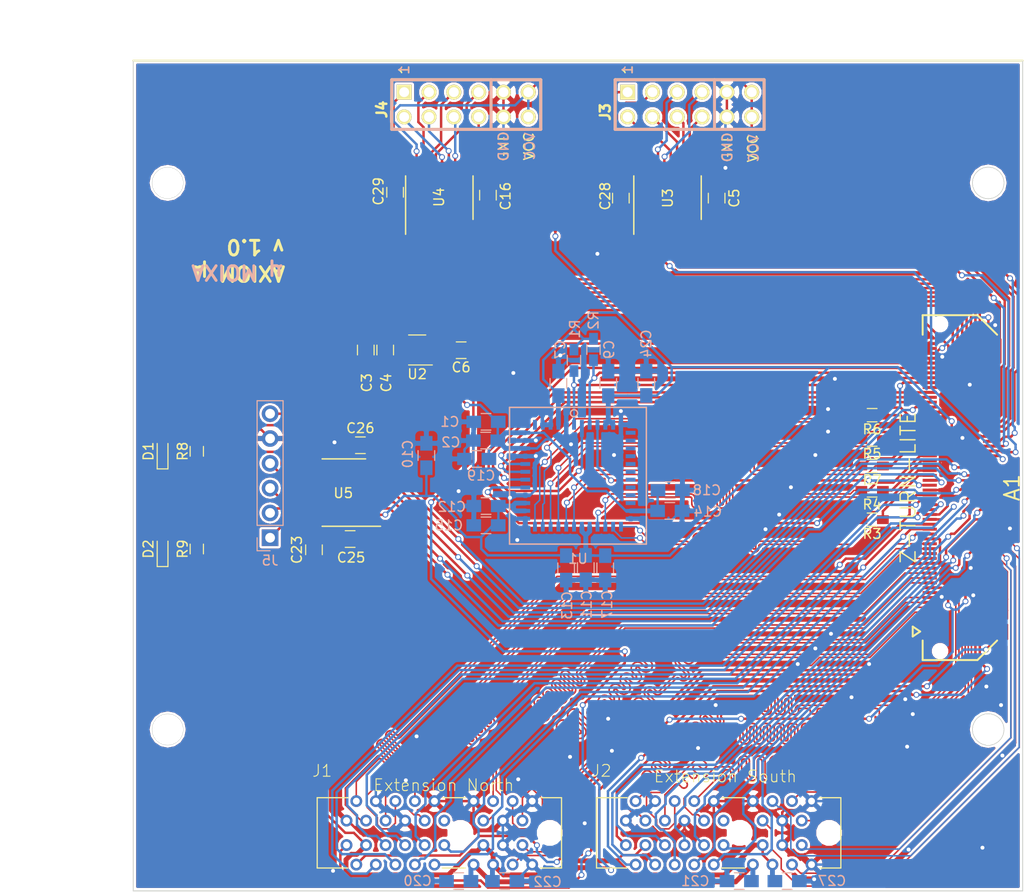
<source format=kicad_pcb>
(kicad_pcb (version 4) (host pcbnew 4.0.7)
  (title_block (title "Axiom Micro Mainboard") (rev 1.0) (company Apertus))
  (layers (0 F.Cu signal) (31 B.Cu signal) (34 B.Paste user) (35 F.Paste user) (36 B.SilkS user) (37 F.SilkS user) (38 B.Mask user) (39 F.Mask user) (44 Edge.Cuts user))
  (net 0 "")
  (net 1 GNDA)
  (net 2 /5V)
  (net 3 /3V3)
  (net 4 /1V8)
  (net 5 SDA_N)
  (net 6 SCL_S)
  (net 7 SCL_N)
  (net 8 SDA_S)
  (net 9 IO7_N)
  (net 10 IO7_S)
  (net 11 IO6_N)
  (net 12 IO6_S)
  (net 13 IO5_N)
  (net 14 IO5_S)
  (net 15 IO4_N)
  (net 16 IO4_S)
  (net 17 IO3_N)
  (net 18 IO3_S)
  (net 19 IO2_N)
  (net 20 IO2_S)
  (net 21 IO1_N)
  (net 22 IO1_S)
  (net 23 IO0_N)
  (net 24 IO0_S)
  (net 25 PMOD3_E)
  (net 26 PMOD7_S)
  (net 27 PMOD2_E)
  (net 28 PMOD6_S)
  (net 29 PMOD1_E)
  (net 30 PMOD5_S)
  (net 31 PMOD0_E)
  (net 32 PMOD4_S)
  (net 33 PMOD7_N)
  (net 34 PMOD6_N)
  (net 35 PMOD3_S)
  (net 36 PMOD5_N)
  (net 37 PMOD2_S)
  (net 38 PMOD4_N)
  (net 39 PMOD1_S)
  (net 40 PMOD0_S)
  (net 41 PMOD3_N)
  (net 42 PMOD2_N)
  (net 43 PMOD1_N)
  (net 44 PMOD0_N)
  (net 45 LED2)
  (net 46 "Net-(A1-Pad95)")
  (net 47 "Net-(A1-Pad97)")
  (net 48 "Net-(A1-Pad99)")
  (net 49 LED1)
  (net 50 "Net-(A1-Pad105)")
  (net 51 "Net-(A1-Pad107)")
  (net 52 "Net-(A1-Pad109)")
  (net 53 /2V8)
  (net 54 "Net-(D1-Pad2)")
  (net 55 "Net-(D2-Pad2)")
  (net 56 "Net-(J3-Pad1)")
  (net 57 "Net-(J3-Pad7)")
  (net 58 "Net-(J3-Pad2)")
  (net 59 "Net-(J3-Pad8)")
  (net 60 "Net-(J3-Pad3)")
  (net 61 "Net-(J3-Pad9)")
  (net 62 "Net-(J3-Pad4)")
  (net 63 "Net-(J3-Pad10)")
  (net 64 "Net-(J4-Pad1)")
  (net 65 "Net-(J4-Pad7)")
  (net 66 "Net-(J4-Pad2)")
  (net 67 "Net-(J4-Pad8)")
  (net 68 "Net-(J4-Pad3)")
  (net 69 "Net-(J4-Pad9)")
  (net 70 "Net-(J4-Pad4)")
  (net 71 "Net-(J4-Pad10)")
  (net 72 "Net-(J5-Pad1)")
  (net 73 "Net-(J5-Pad2)")
  (net 74 "Net-(J5-Pad3)")
  (net 75 "Net-(J5-Pad4)")
  (net 76 "Net-(R8-Pad1)")
  (net 77 "Net-(R9-Pad1)")
  (net 78 LVDSn0_P)
  (net 79 LVDSs0_P)
  (net 80 LVDSn0_N)
  (net 81 LVDSs0_N)
  (net 82 LVDSn1_P)
  (net 83 LVDSs1_P)
  (net 84 LVDSn1_N)
  (net 85 LVDSs1_N)
  (net 86 LVDSn2_P)
  (net 87 LVDSs2_P)
  (net 88 LVDSn2_N)
  (net 89 LVDSs2_N)
  (net 90 LVDSn3_P)
  (net 91 LVDSs3_P)
  (net 92 LVDSn3_N)
  (net 93 LVDSs3_N)
  (net 94 LVDSn4_P)
  (net 95 LVDSs4_P)
  (net 96 LVDSn4_N)
  (net 97 LVDSs4_N)
  (net 98 LVDSn5_P)
  (net 99 LVDSs5_P)
  (net 100 LVDSn5_N)
  (net 101 LVDSs5_N)
  (net 102 FLASH)
  (net 103 SHUTTER)
  (net 104 SLVSC_P)
  (net 105 SLVSC_N)
  (net 106 SLVS3_P)
  (net 107 SLVS3_N)
  (net 108 SLVS2_P)
  (net 109 SLVS2_N)
  (net 110 SLVS1_P)
  (net 111 SLVS1_N)
  (net 112 SLVS0_P)
  (net 113 SLVS0_N)
  (module mounting_hole:mounting_hole (layer F.Cu) (at 87.29 68.88)
    (fp_text reference "" (at 0 -5.08) (layer F.SilkS))
    (fp_text value mounting_hole)
    (pad "" np_thru_hole circle (at 0.19 -0.4) (size 3.124 3.124) (drill 3.124) (layers *.Cu *.Mask))
  )
  (module mounting_hole:mounting_hole (layer F.Cu) (at 3.09 12.68)
    (fp_text reference "" (at 0 -5.08) (layer F.SilkS))
    (fp_text value mounting_hole)
    (pad "" np_thru_hole circle (at 0.43 -0.16) (size 3.124 3.124) (drill 3.124) (layers *.Cu *.Mask))
  )
  (module Resistors_SMD:R_0603_HandSoldering (layer F.Cu) (at 75.6 44 180)
    (fp_text reference R4 (at 0 -1.45 180) (layer F.SilkS))
    (fp_text value 100)
    (pad 1 smd rect (at -1.1 0 180) (size 1.2 0.9) (layers F.Cu F.Paste F.Mask) (net 110 SLVS1_P))
    (pad 2 smd rect (at 1.1 0 180) (size 1.2 0.9) (layers F.Cu F.Paste F.Mask) (net 111 SLVS1_N))
  )
  (module Pin_Headers:Pin_Header_Straight_1x06_Pitch2.54mm (layer B.Cu) (at 14 48.85)
    (fp_text reference J5 (at 0 2.33) (layer B.SilkS) (effects (justify mirror)))
    (fp_text value PMOD-Host-x1-GPIO)
    (pad 1 thru_hole rect (at 0 0) (size 1.7 1.7) (drill 1) (layers *.Cu *.Mask) (net 72 "Net-(J5-Pad1)"))
    (pad 2 thru_hole oval (at 0 -2.54) (size 1.7 1.7) (drill 1) (layers *.Cu *.Mask) (net 73 "Net-(J5-Pad2)"))
    (pad 3 thru_hole oval (at 0 -5.08) (size 1.7 1.7) (drill 1) (layers *.Cu *.Mask) (net 74 "Net-(J5-Pad3)"))
    (pad 4 thru_hole oval (at 0 -7.62) (size 1.7 1.7) (drill 1) (layers *.Cu *.Mask) (net 75 "Net-(J5-Pad4)"))
    (pad 5 thru_hole oval (at 0 -10.16) (size 1.7 1.7) (drill 1) (layers *.Cu *.Mask) (net 1 GNDA))
    (pad 6 thru_hole oval (at 0 -12.7) (size 1.7 1.7) (drill 1) (layers *.Cu *.Mask) (net 3 /3V3))
  )
  (module parts:CONN_BTH-060-XX-X-D-LC (layer F.Cu) (at 84.58 43.716 90)
    (fp_text reference A1 (at 0 5.334 90) (layer F.SilkS) (effects (font (thickness 0.2))))
    (fp_text value Z-TURN-LITE (at 0 -5.29 90) (layer F.SilkS))
    (pad "" np_thru_hole circle (at -16.74095 -2.032 90) (size 1.194 1.194) (drill 1.194) (layers *.Cu *.Mask))
    (pad "" np_thru_hole circle (at 16.74005 -2.032 90) (size 1.194 1.194) (drill 1.194) (layers *.Cu *.Mask))
    (pad 1 smd rect (at -14.75295 -3.086 90) (size 0.305 1.448) (layers F.Cu F.Paste F.Mask))
    (pad 2 smd rect (at -14.75295 3.086 90) (size 0.305 1.448) (layers F.Cu F.Paste F.Mask))
    (pad 3 smd rect (at -14.25295 -3.086 90) (size 0.305 1.448) (layers F.Cu F.Paste F.Mask) (net 5 SDA_N))
    (pad 4 smd rect (at -14.25295 3.086 90) (size 0.305 1.448) (layers F.Cu F.Paste F.Mask) (net 6 SCL_S))
    (pad 5 smd rect (at -13.75295 -3.086 90) (size 0.305 1.448) (layers F.Cu F.Paste F.Mask) (net 7 SCL_N))
    (pad 6 smd rect (at -13.75295 3.086 90) (size 0.305 1.448) (layers F.Cu F.Paste F.Mask) (net 8 SDA_S))
    (pad 7 smd rect (at -13.25295 -3.086 90) (size 0.305 1.448) (layers F.Cu F.Paste F.Mask) (net 1 GNDA))
    (pad 8 smd rect (at -13.25295 3.086 90) (size 0.305 1.448) (layers F.Cu F.Paste F.Mask) (net 1 GNDA))
    (pad 9 smd rect (at -12.75295 -3.086 90) (size 0.305 1.448) (layers F.Cu F.Paste F.Mask) (net 98 LVDSn5_P))
    (pad 10 smd rect (at -12.75295 3.086 90) (size 0.305 1.448) (layers F.Cu F.Paste F.Mask) (net 87 LVDSs2_P))
    (pad 11 smd rect (at -12.25295 -3.086 90) (size 0.305 1.448) (layers F.Cu F.Paste F.Mask) (net 100 LVDSn5_N))
    (pad 12 smd rect (at -12.25295 3.086 90) (size 0.305 1.448) (layers F.Cu F.Paste F.Mask) (net 89 LVDSs2_N))
    (pad 13 smd rect (at -11.75295 -3.086 90) (size 0.305 1.448) (layers F.Cu F.Paste F.Mask) (net 94 LVDSn4_P))
    (pad 14 smd rect (at -11.75295 3.086 90) (size 0.305 1.448) (layers F.Cu F.Paste F.Mask) (net 83 LVDSs1_P))
    (pad 15 smd rect (at -11.25295 -3.086 90) (size 0.305 1.448) (layers F.Cu F.Paste F.Mask) (net 96 LVDSn4_N))
    (pad 16 smd rect (at -11.25295 3.086 90) (size 0.305 1.448) (layers F.Cu F.Paste F.Mask) (net 85 LVDSs1_N))
    (pad 17 smd rect (at -10.75295 -3.086 90) (size 0.305 1.448) (layers F.Cu F.Paste F.Mask) (net 1 GNDA))
    (pad 18 smd rect (at -10.75295 3.086 90) (size 0.305 1.448) (layers F.Cu F.Paste F.Mask) (net 1 GNDA))
    (pad 19 smd rect (at -10.25295 -3.086 90) (size 0.305 1.448) (layers F.Cu F.Paste F.Mask) (net 3 /3V3))
    (pad 20 smd rect (at -10.25295 3.086 90) (size 0.305 1.448) (layers F.Cu F.Paste F.Mask) (net 3 /3V3))
    (pad 21 smd rect (at -9.75295 -3.086 90) (size 0.305 1.448) (layers F.Cu F.Paste F.Mask) (net 90 LVDSn3_P))
    (pad 22 smd rect (at -9.75295 3.086 90) (size 0.305 1.448) (layers F.Cu F.Paste F.Mask) (net 79 LVDSs0_P))
    (pad 23 smd rect (at -9.25295 -3.086 90) (size 0.305 1.448) (layers F.Cu F.Paste F.Mask) (net 92 LVDSn3_N))
    (pad 24 smd rect (at -9.25295 3.086 90) (size 0.305 1.448) (layers F.Cu F.Paste F.Mask) (net 81 LVDSs0_N))
    (pad 25 smd rect (at -8.75295 -3.086 90) (size 0.305 1.448) (layers F.Cu F.Paste F.Mask) (net 86 LVDSn2_P))
    (pad 26 smd rect (at -8.75295 3.086 90) (size 0.305 1.448) (layers F.Cu F.Paste F.Mask) (net 95 LVDSs4_P))
    (pad 27 smd rect (at -8.25295 -3.086 90) (size 0.305 1.448) (layers F.Cu F.Paste F.Mask) (net 88 LVDSn2_N))
    (pad 28 smd rect (at -8.25295 3.086 90) (size 0.305 1.448) (layers F.Cu F.Paste F.Mask) (net 97 LVDSs4_N))
    (pad 29 smd rect (at -7.75295 -3.086 90) (size 0.305 1.448) (layers F.Cu F.Paste F.Mask) (net 1 GNDA))
    (pad 30 smd rect (at -7.75295 3.086 90) (size 0.305 1.448) (layers F.Cu F.Paste F.Mask) (net 1 GNDA))
    (pad 31 smd rect (at -7.25295 -3.086 90) (size 0.305 1.448) (layers F.Cu F.Paste F.Mask) (net 82 LVDSn1_P))
    (pad 32 smd rect (at -7.25295 3.086 90) (size 0.305 1.448) (layers F.Cu F.Paste F.Mask) (net 99 LVDSs5_P))
    (pad 33 smd rect (at -6.75295 -3.086 90) (size 0.305 1.448) (layers F.Cu F.Paste F.Mask) (net 84 LVDSn1_N))
    (pad 34 smd rect (at -6.75295 3.086 90) (size 0.305 1.448) (layers F.Cu F.Paste F.Mask) (net 101 LVDSs5_N))
    (pad 35 smd rect (at -6.25295 -3.086 90) (size 0.305 1.448) (layers F.Cu F.Paste F.Mask) (net 78 LVDSn0_P))
    (pad 36 smd rect (at -6.25295 3.086 90) (size 0.305 1.448) (layers F.Cu F.Paste F.Mask) (net 91 LVDSs3_P))
    (pad 37 smd rect (at -5.75295 -3.086 90) (size 0.305 1.448) (layers F.Cu F.Paste F.Mask) (net 80 LVDSn0_N))
    (pad 38 smd rect (at -5.75295 3.086 90) (size 0.305 1.448) (layers F.Cu F.Paste F.Mask) (net 93 LVDSs3_N))
    (pad 39 smd rect (at -5.25295 -3.086 90) (size 0.305 1.448) (layers F.Cu F.Paste F.Mask) (net 1 GNDA))
    (pad 40 smd rect (at -5.25295 3.086 90) (size 0.305 1.448) (layers F.Cu F.Paste F.Mask) (net 1 GNDA))
    (pad 41 smd rect (at -4.75295 -3.086 90) (size 0.305 1.448) (layers F.Cu F.Paste F.Mask) (net 11 IO6_N))
    (pad 42 smd rect (at -4.75295 3.086 90) (size 0.305 1.448) (layers F.Cu F.Paste F.Mask) (net 12 IO6_S))
    (pad 43 smd rect (at -4.25295 -3.086 90) (size 0.305 1.448) (layers F.Cu F.Paste F.Mask) (net 9 IO7_N))
    (pad 44 smd rect (at -4.25295 3.086 90) (size 0.305 1.448) (layers F.Cu F.Paste F.Mask) (net 10 IO7_S))
    (pad 45 smd rect (at -3.75295 -3.086 90) (size 0.305 1.448) (layers F.Cu F.Paste F.Mask) (net 15 IO4_N))
    (pad 46 smd rect (at -3.75295 3.086 90) (size 0.305 1.448) (layers F.Cu F.Paste F.Mask) (net 16 IO4_S))
    (pad 47 smd rect (at -3.25295 -3.086 90) (size 0.305 1.448) (layers F.Cu F.Paste F.Mask) (net 13 IO5_N))
    (pad 48 smd rect (at -3.25295 3.086 90) (size 0.305 1.448) (layers F.Cu F.Paste F.Mask) (net 14 IO5_S))
    (pad 49 smd rect (at -2.75295 -3.086 90) (size 0.305 1.448) (layers F.Cu F.Paste F.Mask) (net 1 GNDA))
    (pad 50 smd rect (at -2.75295 3.086 90) (size 0.305 1.448) (layers F.Cu F.Paste F.Mask) (net 1 GNDA))
    (pad 51 smd rect (at -2.25295 -3.086 90) (size 0.305 1.448) (layers F.Cu F.Paste F.Mask) (net 19 IO2_N))
    (pad 52 smd rect (at -2.25295 3.086 90) (size 0.305 1.448) (layers F.Cu F.Paste F.Mask) (net 18 IO3_S))
    (pad 53 smd rect (at -1.75295 -3.086 90) (size 0.305 1.448) (layers F.Cu F.Paste F.Mask) (net 17 IO3_N))
    (pad 54 smd rect (at -1.75295 3.086 90) (size 0.305 1.448) (layers F.Cu F.Paste F.Mask) (net 20 IO2_S))
    (pad 55 smd rect (at -1.25295 -3.086 90) (size 0.305 1.448) (layers F.Cu F.Paste F.Mask) (net 23 IO0_N))
    (pad 56 smd rect (at -1.25295 3.086 90) (size 0.305 1.448) (layers F.Cu F.Paste F.Mask) (net 22 IO1_S))
    (pad 57 smd rect (at -0.75295 -3.086 90) (size 0.305 1.448) (layers F.Cu F.Paste F.Mask) (net 21 IO1_N))
    (pad 58 smd rect (at -0.75295 3.086 90) (size 0.305 1.448) (layers F.Cu F.Paste F.Mask) (net 24 IO0_S))
    (pad 59 smd rect (at -0.25295 -3.086 90) (size 0.305 1.448) (layers F.Cu F.Paste F.Mask) (net 1 GNDA))
    (pad 60 smd rect (at -0.25295 3.086 90) (size 0.305 1.448) (layers F.Cu F.Paste F.Mask) (net 1 GNDA))
    (pad 61 smd rect (at 0.24705 -3.086 90) (size 0.305 1.448) (layers F.Cu F.Paste F.Mask) (net 102 FLASH))
    (pad 62 smd rect (at 0.24705 3.086 90) (size 0.305 1.448) (layers F.Cu F.Paste F.Mask) (net 31 PMOD0_E))
    (pad 63 smd rect (at 0.74705 -3.086 90) (size 0.305 1.448) (layers F.Cu F.Paste F.Mask) (net 103 SHUTTER))
    (pad 64 smd rect (at 0.74705 3.086 90) (size 0.305 1.448) (layers F.Cu F.Paste F.Mask) (net 29 PMOD1_E))
    (pad 65 smd rect (at 1.24705 -3.086 90) (size 0.305 1.448) (layers F.Cu F.Paste F.Mask) (net 112 SLVS0_P))
    (pad 66 smd rect (at 1.24705 3.086 90) (size 0.305 1.448) (layers F.Cu F.Paste F.Mask) (net 27 PMOD2_E))
    (pad 67 smd rect (at 1.74705 -3.086 90) (size 0.305 1.448) (layers F.Cu F.Paste F.Mask) (net 113 SLVS0_N))
    (pad 68 smd rect (at 1.74705 3.086 90) (size 0.305 1.448) (layers F.Cu F.Paste F.Mask) (net 25 PMOD3_E))
    (pad 69 smd rect (at 2.24705 -3.086 90) (size 0.305 1.448) (layers F.Cu F.Paste F.Mask) (net 1 GNDA))
    (pad 70 smd rect (at 2.24705 3.086 90) (size 0.305 1.448) (layers F.Cu F.Paste F.Mask) (net 4 /1V8))
    (pad 71 smd rect (at 2.74705 -3.086 90) (size 0.305 1.448) (layers F.Cu F.Paste F.Mask) (net 110 SLVS1_P))
    (pad 72 smd rect (at 2.74705 3.086 90) (size 0.305 1.448) (layers F.Cu F.Paste F.Mask) (net 1 GNDA))
    (pad 73 smd rect (at 3.24705 -3.086 90) (size 0.305 1.448) (layers F.Cu F.Paste F.Mask) (net 111 SLVS1_N))
    (pad 74 smd rect (at 3.24705 3.086 90) (size 0.305 1.448) (layers F.Cu F.Paste F.Mask) (net 44 PMOD0_N))
    (pad 75 smd rect (at 3.74705 -3.086 90) (size 0.305 1.448) (layers F.Cu F.Paste F.Mask) (net 104 SLVSC_P))
    (pad 76 smd rect (at 3.74705 3.086 90) (size 0.305 1.448) (layers F.Cu F.Paste F.Mask) (net 43 PMOD1_N))
    (pad 77 smd rect (at 4.24705 -3.086 90) (size 0.305 1.448) (layers F.Cu F.Paste F.Mask) (net 105 SLVSC_N))
    (pad 78 smd rect (at 4.24705 3.086 90) (size 0.305 1.448) (layers F.Cu F.Paste F.Mask) (net 42 PMOD2_N))
    (pad 79 smd rect (at 4.74705 -3.086 90) (size 0.305 1.448) (layers F.Cu F.Paste F.Mask) (net 1 GNDA))
    (pad 80 smd rect (at 4.74705 3.086 90) (size 0.305 1.448) (layers F.Cu F.Paste F.Mask) (net 33 PMOD7_N))
    (pad 81 smd rect (at 5.24705 -3.086 90) (size 0.305 1.448) (layers F.Cu F.Paste F.Mask) (net 4 /1V8))
    (pad 82 smd rect (at 5.24705 3.086 90) (size 0.305 1.448) (layers F.Cu F.Paste F.Mask) (net 1 GNDA))
    (pad 83 smd rect (at 5.74705 -3.086 90) (size 0.305 1.448) (layers F.Cu F.Paste F.Mask) (net 108 SLVS2_P))
    (pad 84 smd rect (at 5.74705 3.086 90) (size 0.305 1.448) (layers F.Cu F.Paste F.Mask) (net 34 PMOD6_N))
    (pad 85 smd rect (at 6.24705 -3.086 90) (size 0.305 1.448) (layers F.Cu F.Paste F.Mask) (net 109 SLVS2_N))
    (pad 86 smd rect (at 6.24705 3.086 90) (size 0.305 1.448) (layers F.Cu F.Paste F.Mask) (net 36 PMOD5_N))
    (pad 87 smd rect (at 6.74705 -3.086 90) (size 0.305 1.448) (layers F.Cu F.Paste F.Mask) (net 106 SLVS3_P))
    (pad 88 smd rect (at 6.74705 3.086 90) (size 0.305 1.448) (layers F.Cu F.Paste F.Mask) (net 38 PMOD4_N))
    (pad 89 smd rect (at 7.24705 -3.086 90) (size 0.305 1.448) (layers F.Cu F.Paste F.Mask) (net 107 SLVS3_N))
    (pad 90 smd rect (at 7.24705 3.086 90) (size 0.305 1.448) (layers F.Cu F.Paste F.Mask) (net 41 PMOD3_N))
    (pad 91 smd rect (at 7.74705 -3.086 90) (size 0.305 1.448) (layers F.Cu F.Paste F.Mask) (net 1 GNDA))
    (pad 92 smd rect (at 7.74705 3.086 90) (size 0.305 1.448) (layers F.Cu F.Paste F.Mask) (net 1 GNDA))
    (pad 93 smd rect (at 8.24705 -3.086 90) (size 0.305 1.448) (layers F.Cu F.Paste F.Mask) (net 49 LED1))
    (pad 94 smd rect (at 8.24705 3.086 90) (size 0.305 1.448) (layers F.Cu F.Paste F.Mask) (net 40 PMOD0_S))
    (pad 95 smd rect (at 8.74705 -3.086 90) (size 0.305 1.448) (layers F.Cu F.Paste F.Mask) (net 46 "Net-(A1-Pad95)"))
    (pad 96 smd rect (at 8.74705 3.086 90) (size 0.305 1.448) (layers F.Cu F.Paste F.Mask) (net 39 PMOD1_S))
    (pad 97 smd rect (at 9.24705 -3.086 90) (size 0.305 1.448) (layers F.Cu F.Paste F.Mask) (net 47 "Net-(A1-Pad97)"))
    (pad 98 smd rect (at 9.24705 3.086 90) (size 0.305 1.448) (layers F.Cu F.Paste F.Mask) (net 37 PMOD2_S))
    (pad 99 smd rect (at 9.74705 -3.086 90) (size 0.305 1.448) (layers F.Cu F.Paste F.Mask) (net 48 "Net-(A1-Pad99)"))
    (pad 100 smd rect (at 9.74705 3.086 90) (size 0.305 1.448) (layers F.Cu F.Paste F.Mask) (net 35 PMOD3_S))
    (pad 101 smd rect (at 10.24705 -3.086 90) (size 0.305 1.448) (layers F.Cu F.Paste F.Mask) (net 1 GNDA))
    (pad 102 smd rect (at 10.24705 3.086 90) (size 0.305 1.448) (layers F.Cu F.Paste F.Mask) (net 1 GNDA))
    (pad 103 smd rect (at 10.74705 -3.086 90) (size 0.305 1.448) (layers F.Cu F.Paste F.Mask) (net 45 LED2))
    (pad 104 smd rect (at 10.74705 3.086 90) (size 0.305 1.448) (layers F.Cu F.Paste F.Mask) (net 32 PMOD4_S))
    (pad 105 smd rect (at 11.24705 -3.086 90) (size 0.305 1.448) (layers F.Cu F.Paste F.Mask) (net 50 "Net-(A1-Pad105)"))
    (pad 106 smd rect (at 11.24705 3.086 90) (size 0.305 1.448) (layers F.Cu F.Paste F.Mask) (net 30 PMOD5_S))
    (pad 107 smd rect (at 11.74705 -3.086 90) (size 0.305 1.448) (layers F.Cu F.Paste F.Mask) (net 51 "Net-(A1-Pad107)"))
    (pad 108 smd rect (at 11.74705 3.086 90) (size 0.305 1.448) (layers F.Cu F.Paste F.Mask) (net 28 PMOD6_S))
    (pad 109 smd rect (at 12.24705 -3.086 90) (size 0.305 1.448) (layers F.Cu F.Paste F.Mask) (net 52 "Net-(A1-Pad109)"))
    (pad 110 smd rect (at 12.24705 3.086 90) (size 0.305 1.448) (layers F.Cu F.Paste F.Mask) (net 26 PMOD7_S))
    (pad 111 smd rect (at 12.74705 -3.086 90) (size 0.305 1.448) (layers F.Cu F.Paste F.Mask) (net 1 GNDA))
    (pad 112 smd rect (at 12.74705 3.086 90) (size 0.305 1.448) (layers F.Cu F.Paste F.Mask) (net 1 GNDA))
    (pad 113 smd rect (at 13.24705 -3.086 90) (size 0.305 1.448) (layers F.Cu F.Paste F.Mask) (net 1 GNDA))
    (pad 114 smd rect (at 13.24705 3.086 90) (size 0.305 1.448) (layers F.Cu F.Paste F.Mask))
    (pad 115 smd rect (at 13.74705 -3.086 90) (size 0.305 1.448) (layers F.Cu F.Paste F.Mask) (net 2 /5V))
    (pad 116 smd rect (at 13.74705 3.086 90) (size 0.305 1.448) (layers F.Cu F.Paste F.Mask) (net 2 /5V))
    (pad 117 smd rect (at 14.24705 -3.086 90) (size 0.305 1.448) (layers F.Cu F.Paste F.Mask) (net 2 /5V))
    (pad 118 smd rect (at 14.24705 3.086 90) (size 0.305 1.448) (layers F.Cu F.Paste F.Mask) (net 2 /5V))
    (pad 119 smd rect (at 14.74705 -3.086 90) (size 0.305 1.448) (layers F.Cu F.Paste F.Mask) (net 2 /5V))
    (pad 120 smd rect (at 14.74705 3.086 90) (size 0.305 1.448) (layers F.Cu F.Paste F.Mask) (net 2 /5V))
  )
  (module Capacitors_SMD:C_0805_HandSoldering (layer B.Cu) (at 36.09 36.98 180)
    (fp_text reference C1 (at 3.7 0 180) (layer B.SilkS) (effects (justify mirror)))
    (fp_text value 1µF)
    (pad 1 smd rect (at -1.25 0 180) (size 1.5 1.25) (layers B.Cu B.Paste B.Mask) (net 53 /2V8))
    (pad 2 smd rect (at 1.25 0 180) (size 1.5 1.25) (layers B.Cu B.Paste B.Mask) (net 1 GNDA))
  )
  (module Capacitors_SMD:C_0805_HandSoldering (layer B.Cu) (at 36.05 38.9 180)
    (fp_text reference C2 (at 3.56 -0.18 180) (layer B.SilkS) (effects (justify mirror)))
    (fp_text value .1µF)
    (pad 1 smd rect (at -1.25 0 180) (size 1.5 1.25) (layers B.Cu B.Paste B.Mask) (net 53 /2V8))
    (pad 2 smd rect (at 1.25 0 180) (size 1.5 1.25) (layers B.Cu B.Paste B.Mask) (net 1 GNDA))
  )
  (module Capacitors_SMD:C_0805_HandSoldering (layer F.Cu) (at 23.79 29.63 90)
    (fp_text reference C3 (at -3.35 0.1 90) (layer F.SilkS))
    (fp_text value 1µF)
    (pad 1 smd rect (at -1.25 0 90) (size 1.5 1.25) (layers F.Cu F.Paste F.Mask) (net 53 /2V8))
    (pad 2 smd rect (at 1.25 0 90) (size 1.5 1.25) (layers F.Cu F.Paste F.Mask) (net 1 GNDA))
  )
  (module Capacitors_SMD:C_0805_HandSoldering (layer F.Cu) (at 25.78 29.63 90)
    (fp_text reference C4 (at -3.35 0.11 90) (layer F.SilkS))
    (fp_text value .1µF)
    (pad 1 smd rect (at -1.25 0 90) (size 1.5 1.25) (layers F.Cu F.Paste F.Mask) (net 53 /2V8))
    (pad 2 smd rect (at 1.25 0 90) (size 1.5 1.25) (layers F.Cu F.Paste F.Mask) (net 1 GNDA))
  )
  (module Capacitors_SMD:C_0805_HandSoldering (layer F.Cu) (at 59.69 14.08 90)
    (fp_text reference C5 (at 0 1.8 90) (layer F.SilkS))
    (fp_text value 1µF)
    (pad 1 smd rect (at -1.25 0 90) (size 1.5 1.25) (layers F.Cu F.Paste F.Mask) (net 4 /1V8))
    (pad 2 smd rect (at 1.25 0 90) (size 1.5 1.25) (layers F.Cu F.Paste F.Mask) (net 1 GNDA))
  )
  (module Capacitors_SMD:C_0805_HandSoldering (layer F.Cu) (at 33.55 29.65 180)
    (fp_text reference C6 (at 0 -1.75 180) (layer F.SilkS))
    (fp_text value 1µF)
    (pad 1 smd rect (at -1.25 0 180) (size 1.5 1.25) (layers F.Cu F.Paste F.Mask) (net 2 /5V))
    (pad 2 smd rect (at 1.25 0 180) (size 1.5 1.25) (layers F.Cu F.Paste F.Mask) (net 1 GNDA))
  )
  (module Capacitors_SMD:C_0805_HandSoldering (layer B.Cu) (at 43.5 33.05 90)
    (fp_text reference C7 (at 3.47 0.19 90) (layer B.SilkS) (effects (justify mirror)))
    (fp_text value .1µF)
    (pad 1 smd rect (at -1.25 0 90) (size 1.5 1.25) (layers B.Cu B.Paste B.Mask) (net 4 /1V8))
    (pad 2 smd rect (at 1.25 0 90) (size 1.5 1.25) (layers B.Cu B.Paste B.Mask) (net 1 GNDA))
  )
  (module Capacitors_SMD:C_0805_HandSoldering (layer B.Cu) (at 48.6 33.05 90)
    (fp_text reference C9 (at 3.47 0.09 90) (layer B.SilkS) (effects (justify mirror)))
    (fp_text value .1µF)
    (pad 1 smd rect (at -1.25 0 90) (size 1.5 1.25) (layers B.Cu B.Paste B.Mask) (net 4 /1V8))
    (pad 2 smd rect (at 1.25 0 90) (size 1.5 1.25) (layers B.Cu B.Paste B.Mask) (net 1 GNDA))
  )
  (module Capacitors_SMD:C_0805_HandSoldering (layer B.Cu) (at 29.99 40.43 90)
    (fp_text reference C10 (at 0.15 -1.9 90) (layer B.SilkS) (effects (justify mirror)))
    (fp_text value 1µF)
    (pad 1 smd rect (at -1.25 0 90) (size 1.5 1.25) (layers B.Cu B.Paste B.Mask) (net 4 /1V8))
    (pad 2 smd rect (at 1.25 0 90) (size 1.5 1.25) (layers B.Cu B.Paste B.Mask) (net 1 GNDA))
  )
  (module Capacitors_SMD:C_0805_HandSoldering (layer B.Cu) (at 46.3 51.9 270)
    (fp_text reference C11 (at 3.78 -0.09 270) (layer B.SilkS) (effects (justify mirror)))
    (fp_text value .1µF)
    (pad 1 smd rect (at -1.25 0 270) (size 1.5 1.25) (layers B.Cu B.Paste B.Mask) (net 4 /1V8))
    (pad 2 smd rect (at 1.25 0 270) (size 1.5 1.25) (layers B.Cu B.Paste B.Mask) (net 1 GNDA))
  )
  (module Capacitors_SMD:C_0805_HandSoldering (layer B.Cu) (at 36.1 45.6 180)
    (fp_text reference C12 (at 3.51 -0.08 180) (layer B.SilkS) (effects (justify mirror)))
    (fp_text value .1µF)
    (pad 1 smd rect (at -1.25 0 180) (size 1.5 1.25) (layers B.Cu B.Paste B.Mask) (net 4 /1V8))
    (pad 2 smd rect (at 1.25 0 180) (size 1.5 1.25) (layers B.Cu B.Paste B.Mask) (net 1 GNDA))
  )
  (module Capacitors_SMD:C_0805_HandSoldering (layer B.Cu) (at 44.29 51.93 270)
    (fp_text reference C13 (at 3.85 -0.1 270) (layer B.SilkS) (effects (justify mirror)))
    (fp_text value 1µF)
    (pad 1 smd rect (at -1.25 0 270) (size 1.5 1.25) (layers B.Cu B.Paste B.Mask) (net 4 /1V8))
    (pad 2 smd rect (at 1.25 0 270) (size 1.5 1.25) (layers B.Cu B.Paste B.Mask) (net 1 GNDA))
  )
  (module Capacitors_SMD:C_0805_HandSoldering (layer B.Cu) (at 54.9 46.1)
    (fp_text reference C14 (at 3.89 0.08) (layer B.SilkS) (effects (justify mirror)))
    (fp_text value 1µF)
    (pad 1 smd rect (at -1.25 0) (size 1.5 1.25) (layers B.Cu B.Paste B.Mask) (net 53 /2V8))
    (pad 2 smd rect (at 1.25 0) (size 1.5 1.25) (layers B.Cu B.Paste B.Mask) (net 1 GNDA))
  )
  (module Capacitors_SMD:C_0805_HandSoldering (layer B.Cu) (at 36.09 47.58 180)
    (fp_text reference C15 (at 3.8 0 180) (layer B.SilkS) (effects (justify mirror)))
    (fp_text value .1µF)
    (pad 1 smd rect (at -1.25 0 180) (size 1.5 1.25) (layers B.Cu B.Paste B.Mask) (net 4 /1V8))
    (pad 2 smd rect (at 1.25 0 180) (size 1.5 1.25) (layers B.Cu B.Paste B.Mask) (net 1 GNDA))
  )
  (module Capacitors_SMD:C_0805_HandSoldering (layer F.Cu) (at 36.29 13.78 90)
    (fp_text reference C16 (at -0.1 1.8 90) (layer F.SilkS))
    (fp_text value 1µF)
    (pad 1 smd rect (at -1.25 0 90) (size 1.5 1.25) (layers F.Cu F.Paste F.Mask) (net 4 /1V8))
    (pad 2 smd rect (at 1.25 0 90) (size 1.5 1.25) (layers F.Cu F.Paste F.Mask) (net 1 GNDA))
  )
  (module Capacitors_SMD:C_0805_HandSoldering (layer B.Cu) (at 54.94 43.98)
    (fp_text reference C18 (at 3.75 0) (layer B.SilkS) (effects (justify mirror)))
    (fp_text value 1µF)
    (pad 1 smd rect (at -1.25 0) (size 1.5 1.25) (layers B.Cu B.Paste B.Mask) (net 53 /2V8))
    (pad 2 smd rect (at 1.25 0) (size 1.5 1.25) (layers B.Cu B.Paste B.Mask) (net 1 GNDA))
  )
  (module Capacitors_SMD:C_0805_HandSoldering (layer B.Cu) (at 35.14 40.78 180)
    (fp_text reference C19 (at -0.45 -1.7 180) (layer B.SilkS) (effects (justify mirror)))
    (fp_text value .1µF)
    (pad 1 smd rect (at -1.25 0 180) (size 1.5 1.25) (layers B.Cu B.Paste B.Mask) (net 53 /2V8))
    (pad 2 smd rect (at 1.25 0 180) (size 1.5 1.25) (layers B.Cu B.Paste B.Mask) (net 1 GNDA))
  )
  (module LEDs:LED_0603_HandSoldering (layer F.Cu) (at 3 40 90)
    (fp_text reference D1 (at 0 -1.45 90) (layer F.SilkS))
    (fp_text value LED)
    (pad 1 smd rect (at -1.1 0 90) (size 1.2 0.9) (layers F.Cu F.Paste F.Mask) (net 1 GNDA))
    (pad 2 smd rect (at 1.1 0 90) (size 1.2 0.9) (layers F.Cu F.Paste F.Mask) (net 54 "Net-(D1-Pad2)"))
  )
  (module LEDs:LED_0603_HandSoldering (layer F.Cu) (at 3 50 90)
    (fp_text reference D2 (at 0 -1.45 90) (layer F.SilkS))
    (fp_text value LED)
    (pad 1 smd rect (at -1.1 0 90) (size 1.2 0.9) (layers F.Cu F.Paste F.Mask) (net 1 GNDA))
    (pad 2 smd rect (at 1.1 0 90) (size 1.2 0.9) (layers F.Cu F.Paste F.Mask) (net 55 "Net-(D2-Pad2)"))
  )
  (module pmod-conn_6x2:pmod_pin_array_6x2 (layer F.Cu) (at 56.93 4.5 90)
    (fp_text reference J3 (at -0.762 -8.636 90) (layer F.SilkS) (effects (font (size 1.016 1.016) (thickness 0.254))))
    (fp_text value "PMODx2 North" hide)
    (fp_text user 1 (at 3.556 -6.35 90) (layer B.SilkS) (effects (justify mirror)))
    (fp_text user GND (at -4.38 3.86 90) (layer B.SilkS) (effects (justify mirror)))
    (fp_text user VCC (at -4.48 6.56 90) (layer B.SilkS) (effects (justify mirror)))
    (fp_text user VCC (at -4.48 6.46 90) (layer F.SilkS))
    (fp_text user GND (at -4.38 3.86 90) (layer F.SilkS))
    (fp_text user 1 (at 3.556 -6.35 90) (layer F.SilkS))
    (pad 1 thru_hole rect (at 1.27 -6.35 90) (size 1.524 1.524) (drill 1.016) (layers *.Cu *.Mask F.SilkS) (net 56 "Net-(J3-Pad1)"))
    (pad 7 thru_hole circle (at -1.27 -6.35) (size 1.524 1.524) (drill 1.016) (layers *.Cu *.Mask F.SilkS) (net 57 "Net-(J3-Pad7)"))
    (pad 2 thru_hole circle (at 1.27 -3.81) (size 1.524 1.524) (drill 1.016) (layers *.Cu *.Mask F.SilkS) (net 58 "Net-(J3-Pad2)"))
    (pad 8 thru_hole circle (at -1.27 -3.81) (size 1.524 1.524) (drill 1.016) (layers *.Cu *.Mask F.SilkS) (net 59 "Net-(J3-Pad8)"))
    (pad 3 thru_hole circle (at 1.27 -1.27) (size 1.524 1.524) (drill 1.016) (layers *.Cu *.Mask F.SilkS) (net 60 "Net-(J3-Pad3)"))
    (pad 9 thru_hole circle (at -1.27 -1.27) (size 1.524 1.524) (drill 1.016) (layers *.Cu *.Mask F.SilkS) (net 61 "Net-(J3-Pad9)"))
    (pad 4 thru_hole circle (at 1.27 1.27) (size 1.524 1.524) (drill 1.016) (layers *.Cu *.Mask F.SilkS) (net 62 "Net-(J3-Pad4)"))
    (pad 10 thru_hole circle (at -1.27 1.27) (size 1.524 1.524) (drill 1.016) (layers *.Cu *.Mask F.SilkS) (net 63 "Net-(J3-Pad10)"))
    (pad 5 thru_hole circle (at 1.27 3.81) (size 1.524 1.524) (drill 1.016) (layers *.Cu *.Mask F.SilkS) (net 1 GNDA))
    (pad 11 thru_hole circle (at -1.27 3.81) (size 1.524 1.524) (drill 1.016) (layers *.Cu *.Mask F.SilkS) (net 1 GNDA))
    (pad 6 thru_hole circle (at 1.27 6.35) (size 1.524 1.524) (drill 1.016) (layers *.Cu *.Mask F.SilkS) (net 3 /3V3))
    (pad 12 thru_hole circle (at -1.27 6.35) (size 1.524 1.524) (drill 1.016) (layers *.Cu *.Mask F.SilkS) (net 3 /3V3))
  )
  (module pmod-conn_6x2:pmod_pin_array_6x2 (layer F.Cu) (at 34.07 4.5 90)
    (fp_text reference J4 (at -0.5 -8.636 90) (layer F.SilkS) (effects (font (size 1.016 1.016) (thickness 0.254))))
    (fp_text value "PMODx2 North" hide)
    (fp_text user 1 (at 3.556 -6.35 90) (layer B.SilkS) (effects (justify mirror)))
    (fp_text user GND (at -4.28 3.82 90) (layer B.SilkS) (effects (justify mirror)))
    (fp_text user VCC (at -4.28 6.52 90) (layer B.SilkS) (effects (justify mirror)))
    (fp_text user VCC (at -4.28 6.42 90) (layer F.SilkS))
    (fp_text user GND (at -4.28 3.81 90) (layer F.SilkS))
    (fp_text user 1 (at 3.556 -6.35 90) (layer F.SilkS))
    (pad 1 thru_hole rect (at 1.27 -6.35 90) (size 1.524 1.524) (drill 1.016) (layers *.Cu *.Mask F.SilkS) (net 64 "Net-(J4-Pad1)"))
    (pad 7 thru_hole circle (at -1.27 -6.35) (size 1.524 1.524) (drill 1.016) (layers *.Cu *.Mask F.SilkS) (net 65 "Net-(J4-Pad7)"))
    (pad 2 thru_hole circle (at 1.27 -3.81) (size 1.524 1.524) (drill 1.016) (layers *.Cu *.Mask F.SilkS) (net 66 "Net-(J4-Pad2)"))
    (pad 8 thru_hole circle (at -1.27 -3.81) (size 1.524 1.524) (drill 1.016) (layers *.Cu *.Mask F.SilkS) (net 67 "Net-(J4-Pad8)"))
    (pad 3 thru_hole circle (at 1.27 -1.27) (size 1.524 1.524) (drill 1.016) (layers *.Cu *.Mask F.SilkS) (net 68 "Net-(J4-Pad3)"))
    (pad 9 thru_hole circle (at -1.27 -1.27) (size 1.524 1.524) (drill 1.016) (layers *.Cu *.Mask F.SilkS) (net 69 "Net-(J4-Pad9)"))
    (pad 4 thru_hole circle (at 1.27 1.27) (size 1.524 1.524) (drill 1.016) (layers *.Cu *.Mask F.SilkS) (net 70 "Net-(J4-Pad4)"))
    (pad 10 thru_hole circle (at -1.27 1.27) (size 1.524 1.524) (drill 1.016) (layers *.Cu *.Mask F.SilkS) (net 71 "Net-(J4-Pad10)"))
    (pad 5 thru_hole circle (at 1.27 3.81) (size 1.524 1.524) (drill 1.016) (layers *.Cu *.Mask F.SilkS) (net 1 GNDA))
    (pad 11 thru_hole circle (at -1.27 3.81) (size 1.524 1.524) (drill 1.016) (layers *.Cu *.Mask F.SilkS) (net 1 GNDA))
    (pad 6 thru_hole circle (at 1.27 6.35) (size 1.524 1.524) (drill 1.016) (layers *.Cu *.Mask F.SilkS) (net 3 /3V3))
    (pad 12 thru_hole circle (at -1.27 6.35) (size 1.524 1.524) (drill 1.016) (layers *.Cu *.Mask F.SilkS) (net 3 /3V3))
  )
  (module parts:CLCC48_0.8mm (layer B.Cu) (at 45.5 42.5 180)
    (fp_text reference U1 (at 0 -8.5 180) (layer B.SilkS) (effects (justify mirror)))
    (fp_text value ar0330CM hide)
    (pad 6 smd rect (at -4.4 5.215 180) (size 0.4 1) (layers B.Cu B.Paste B.Mask) (net 1 GNDA))
    (pad 18 smd rect (at -5.38625 -4.4 180) (size 1 0.4) (layers B.Cu B.Paste B.Mask) (net 1 GNDA))
    (pad 30 smd rect (at 4.4 -5.215 180) (size 0.4 1) (layers B.Cu B.Paste B.Mask) (net 106 SLVS3_P))
    (pad 1 smd rect (at -0.4 4.84 180) (size 0.4 1.75) (layers B.Cu B.Paste B.Mask) (net 52 "Net-(A1-Pad109)"))
    (pad 47 smd rect (at 1.2 5.215 180) (size 0.4 1) (layers B.Cu B.Paste B.Mask) (net 1 GNDA))
    (pad 46 smd rect (at 2 5.215 180) (size 0.4 1) (layers B.Cu B.Paste B.Mask) (net 4 /1V8))
    (pad 45 smd rect (at 2.8 5.215 180) (size 0.4 1) (layers B.Cu B.Paste B.Mask) (net 1 GNDA))
    (pad 44 smd rect (at 3.6 5.215 180) (size 0.4 1) (layers B.Cu B.Paste B.Mask) (net 1 GNDA))
    (pad 43 smd rect (at 4.4 5.215 180) (size 0.4 1) (layers B.Cu B.Paste B.Mask))
    (pad 42 smd rect (at 5.38625 4.4 180) (size 1 0.4) (layers B.Cu B.Paste B.Mask) (net 53 /2V8))
    (pad 41 smd rect (at 5.38625 3.6 180) (size 1 0.4) (layers B.Cu B.Paste B.Mask) (net 1 GNDA))
    (pad 40 smd rect (at 5.38625 2.8 180) (size 1 0.4) (layers B.Cu B.Paste B.Mask) (net 53 /2V8))
    (pad 39 smd rect (at 5.38625 2 180) (size 1 0.4) (layers B.Cu B.Paste B.Mask) (net 1 GNDA))
    (pad 38 smd rect (at 5.38625 1.2 180) (size 1 0.4) (layers B.Cu B.Paste B.Mask) (net 47 "Net-(A1-Pad97)"))
    (pad 37 smd rect (at 5.38625 0.4 180) (size 1 0.4) (layers B.Cu B.Paste B.Mask) (net 46 "Net-(A1-Pad95)"))
    (pad 36 smd rect (at 5.38625 -0.4 180) (size 1 0.4) (layers B.Cu B.Paste B.Mask) (net 48 "Net-(A1-Pad99)"))
    (pad 35 smd rect (at 5.38625 -1.2 180) (size 1 0.4) (layers B.Cu B.Paste B.Mask) (net 103 SHUTTER))
    (pad 34 smd rect (at 5.38625 -2 180) (size 1 0.4) (layers B.Cu B.Paste B.Mask) (net 1 GNDA))
    (pad 33 smd rect (at 5.38625 -2.8 180) (size 1 0.4) (layers B.Cu B.Paste B.Mask) (net 4 /1V8))
    (pad 32 smd rect (at 5.38625 -3.6 180) (size 1 0.4) (layers B.Cu B.Paste B.Mask) (net 4 /1V8))
    (pad 31 smd rect (at 5.38625 -4.4 180) (size 1 0.4) (layers B.Cu B.Paste B.Mask) (net 1 GNDA))
    (pad 29 smd rect (at 3.6 -5.215 180) (size 0.4 1) (layers B.Cu B.Paste B.Mask) (net 107 SLVS3_N))
    (pad 28 smd rect (at 2.8 -5.215 180) (size 0.4 1) (layers B.Cu B.Paste B.Mask) (net 108 SLVS2_P))
    (pad 27 smd rect (at 2 -5.215 180) (size 0.4 1) (layers B.Cu B.Paste B.Mask) (net 109 SLVS2_N))
    (pad 26 smd rect (at 1.2 -5.215 180) (size 0.4 1) (layers B.Cu B.Paste B.Mask) (net 104 SLVSC_P))
    (pad 25 smd rect (at 0.4 -5.215 180) (size 0.4 1) (layers B.Cu B.Paste B.Mask) (net 105 SLVSC_N))
    (pad 24 smd rect (at -0.4 -5.215 180) (size 0.4 1) (layers B.Cu B.Paste B.Mask) (net 4 /1V8))
    (pad 23 smd rect (at -1.2 -5.215 180) (size 0.4 1) (layers B.Cu B.Paste B.Mask) (net 4 /1V8))
    (pad 22 smd rect (at -2 -5.215 180) (size 0.4 1) (layers B.Cu B.Paste B.Mask) (net 110 SLVS1_P))
    (pad 21 smd rect (at -2.8 -5.215 180) (size 0.4 1) (layers B.Cu B.Paste B.Mask) (net 111 SLVS1_N))
    (pad 20 smd rect (at -3.6 -5.215 180) (size 0.4 1) (layers B.Cu B.Paste B.Mask) (net 112 SLVS0_P))
    (pad 19 smd rect (at -4.4 -5.215 180) (size 0.4 1) (layers B.Cu B.Paste B.Mask) (net 113 SLVS0_N))
    (pad 17 smd rect (at -5.38625 -3.6 180) (size 1 0.4) (layers B.Cu B.Paste B.Mask) (net 53 /2V8))
    (pad 16 smd rect (at -5.38625 -2.8 180) (size 1 0.4) (layers B.Cu B.Paste B.Mask))
    (pad 15 smd rect (at -5.38625 -2 180) (size 1 0.4) (layers B.Cu B.Paste B.Mask))
    (pad 14 smd rect (at -5.38625 -1.2 180) (size 1 0.4) (layers B.Cu B.Paste B.Mask))
    (pad 13 smd rect (at -5.38625 -0.4 180) (size 1 0.4) (layers B.Cu B.Paste B.Mask))
    (pad 12 smd rect (at -5.38625 0.4 180) (size 1 0.4) (layers B.Cu B.Paste B.Mask))
    (pad 11 smd rect (at -5.38625 1.2 180) (size 1 0.4) (layers B.Cu B.Paste B.Mask))
    (pad 10 smd rect (at -5.38625 2 180) (size 1 0.4) (layers B.Cu B.Paste B.Mask))
    (pad 9 smd rect (at -5.38625 2.8 180) (size 1 0.4) (layers B.Cu B.Paste B.Mask))
    (pad 8 smd rect (at -5.38625 3.6 180) (size 1 0.4) (layers B.Cu B.Paste B.Mask))
    (pad 7 smd rect (at -5.38625 4.4 180) (size 1 0.4) (layers B.Cu B.Paste B.Mask))
    (pad 5 smd rect (at -3.6 5.215 180) (size 0.4 1) (layers B.Cu B.Paste B.Mask) (net 4 /1V8))
    (pad 4 smd rect (at -2.8 5.215 180) (size 0.4 1) (layers B.Cu B.Paste B.Mask) (net 4 /1V8))
    (pad 3 smd rect (at -2 5.215 180) (size 0.4 1) (layers B.Cu B.Paste B.Mask) (net 102 FLASH))
    (pad 2 smd rect (at -1.2 5.215 180) (size 0.4 1) (layers B.Cu B.Paste B.Mask) (net 51 "Net-(A1-Pad107)"))
    (pad 48 smd rect (at 0.4 5.215 180) (size 0.4 1) (layers B.Cu B.Paste B.Mask) (net 50 "Net-(A1-Pad105)"))
  )
  (module TO_SOT_Packages_SMD:TSOT-23-5 (layer F.Cu) (at 29.05 29.65 180)
    (fp_text reference U2 (at 0 -2.45 180) (layer F.SilkS))
    (fp_text value ADP150-2.8)
    (pad 1 smd rect (at -1.31 -0.95 180) (size 1.22 0.65) (layers F.Cu F.Paste F.Mask) (net 2 /5V))
    (pad 2 smd rect (at -1.31 0 180) (size 1.22 0.65) (layers F.Cu F.Paste F.Mask) (net 1 GNDA))
    (pad 3 smd rect (at -1.31 0.95 180) (size 1.22 0.65) (layers F.Cu F.Paste F.Mask) (net 2 /5V))
    (pad 4 smd rect (at 1.31 0.95 180) (size 1.22 0.65) (layers F.Cu F.Paste F.Mask))
    (pad 5 smd rect (at 1.31 -0.95 180) (size 1.22 0.65) (layers F.Cu F.Paste F.Mask) (net 53 /2V8))
  )
  (module Housings_SSOP:TSSOP-20_4.4x6.5mm_Pitch0.65mm (layer F.Cu) (at 54.665 14.03 90)
    (fp_text reference U3 (at -0.05 0.025 90) (layer F.SilkS))
    (fp_text value TXS0108E)
    (pad 1 smd rect (at -2.95 -2.925 90) (size 1.45 0.45) (layers F.Cu F.Paste F.Mask) (net 44 PMOD0_N))
    (pad 2 smd rect (at -2.95 -2.275 90) (size 1.45 0.45) (layers F.Cu F.Paste F.Mask) (net 4 /1V8))
    (pad 3 smd rect (at -2.95 -1.625 90) (size 1.45 0.45) (layers F.Cu F.Paste F.Mask) (net 43 PMOD1_N))
    (pad 4 smd rect (at -2.95 -0.975 90) (size 1.45 0.45) (layers F.Cu F.Paste F.Mask) (net 42 PMOD2_N))
    (pad 5 smd rect (at -2.95 -0.325 90) (size 1.45 0.45) (layers F.Cu F.Paste F.Mask) (net 41 PMOD3_N))
    (pad 6 smd rect (at -2.95 0.325 90) (size 1.45 0.45) (layers F.Cu F.Paste F.Mask) (net 38 PMOD4_N))
    (pad 7 smd rect (at -2.95 0.975 90) (size 1.45 0.45) (layers F.Cu F.Paste F.Mask) (net 36 PMOD5_N))
    (pad 8 smd rect (at -2.95 1.625 90) (size 1.45 0.45) (layers F.Cu F.Paste F.Mask) (net 34 PMOD6_N))
    (pad 9 smd rect (at -2.95 2.275 90) (size 1.45 0.45) (layers F.Cu F.Paste F.Mask) (net 33 PMOD7_N))
    (pad 10 smd rect (at -2.95 2.925 90) (size 1.45 0.45) (layers F.Cu F.Paste F.Mask) (net 4 /1V8))
    (pad 11 smd rect (at 2.95 2.925 90) (size 1.45 0.45) (layers F.Cu F.Paste F.Mask) (net 1 GNDA))
    (pad 12 smd rect (at 2.95 2.275 90) (size 1.45 0.45) (layers F.Cu F.Paste F.Mask) (net 63 "Net-(J3-Pad10)"))
    (pad 13 smd rect (at 2.95 1.625 90) (size 1.45 0.45) (layers F.Cu F.Paste F.Mask) (net 61 "Net-(J3-Pad9)"))
    (pad 14 smd rect (at 2.95 0.975 90) (size 1.45 0.45) (layers F.Cu F.Paste F.Mask) (net 59 "Net-(J3-Pad8)"))
    (pad 15 smd rect (at 2.95 0.325 90) (size 1.45 0.45) (layers F.Cu F.Paste F.Mask) (net 57 "Net-(J3-Pad7)"))
    (pad 16 smd rect (at 2.95 -0.325 90) (size 1.45 0.45) (layers F.Cu F.Paste F.Mask) (net 62 "Net-(J3-Pad4)"))
    (pad 17 smd rect (at 2.95 -0.975 90) (size 1.45 0.45) (layers F.Cu F.Paste F.Mask) (net 60 "Net-(J3-Pad3)"))
    (pad 18 smd rect (at 2.95 -1.625 90) (size 1.45 0.45) (layers F.Cu F.Paste F.Mask) (net 58 "Net-(J3-Pad2)"))
    (pad 19 smd rect (at 2.95 -2.275 90) (size 1.45 0.45) (layers F.Cu F.Paste F.Mask) (net 3 /3V3))
    (pad 20 smd rect (at 2.95 -2.925 90) (size 1.45 0.45) (layers F.Cu F.Paste F.Mask) (net 56 "Net-(J3-Pad1)"))
  )
  (module Housings_SSOP:TSSOP-20_4.4x6.5mm_Pitch0.65mm (layer F.Cu) (at 31.315 14.03 90)
    (fp_text reference U4 (at 0.05 -0.025 90) (layer F.SilkS))
    (fp_text value TXS0108E)
    (pad 1 smd rect (at -2.95 -2.925 90) (size 1.45 0.45) (layers F.Cu F.Paste F.Mask) (net 40 PMOD0_S))
    (pad 2 smd rect (at -2.95 -2.275 90) (size 1.45 0.45) (layers F.Cu F.Paste F.Mask) (net 4 /1V8))
    (pad 3 smd rect (at -2.95 -1.625 90) (size 1.45 0.45) (layers F.Cu F.Paste F.Mask) (net 39 PMOD1_S))
    (pad 4 smd rect (at -2.95 -0.975 90) (size 1.45 0.45) (layers F.Cu F.Paste F.Mask) (net 37 PMOD2_S))
    (pad 5 smd rect (at -2.95 -0.325 90) (size 1.45 0.45) (layers F.Cu F.Paste F.Mask) (net 35 PMOD3_S))
    (pad 6 smd rect (at -2.95 0.325 90) (size 1.45 0.45) (layers F.Cu F.Paste F.Mask) (net 32 PMOD4_S))
    (pad 7 smd rect (at -2.95 0.975 90) (size 1.45 0.45) (layers F.Cu F.Paste F.Mask) (net 30 PMOD5_S))
    (pad 8 smd rect (at -2.95 1.625 90) (size 1.45 0.45) (layers F.Cu F.Paste F.Mask) (net 28 PMOD6_S))
    (pad 9 smd rect (at -2.95 2.275 90) (size 1.45 0.45) (layers F.Cu F.Paste F.Mask) (net 26 PMOD7_S))
    (pad 10 smd rect (at -2.95 2.925 90) (size 1.45 0.45) (layers F.Cu F.Paste F.Mask) (net 4 /1V8))
    (pad 11 smd rect (at 2.95 2.925 90) (size 1.45 0.45) (layers F.Cu F.Paste F.Mask) (net 1 GNDA))
    (pad 12 smd rect (at 2.95 2.275 90) (size 1.45 0.45) (layers F.Cu F.Paste F.Mask) (net 71 "Net-(J4-Pad10)"))
    (pad 13 smd rect (at 2.95 1.625 90) (size 1.45 0.45) (layers F.Cu F.Paste F.Mask) (net 69 "Net-(J4-Pad9)"))
    (pad 14 smd rect (at 2.95 0.975 90) (size 1.45 0.45) (layers F.Cu F.Paste F.Mask) (net 67 "Net-(J4-Pad8)"))
    (pad 15 smd rect (at 2.95 0.325 90) (size 1.45 0.45) (layers F.Cu F.Paste F.Mask) (net 65 "Net-(J4-Pad7)"))
    (pad 16 smd rect (at 2.95 -0.325 90) (size 1.45 0.45) (layers F.Cu F.Paste F.Mask) (net 70 "Net-(J4-Pad4)"))
    (pad 17 smd rect (at 2.95 -0.975 90) (size 1.45 0.45) (layers F.Cu F.Paste F.Mask) (net 68 "Net-(J4-Pad3)"))
    (pad 18 smd rect (at 2.95 -1.625 90) (size 1.45 0.45) (layers F.Cu F.Paste F.Mask) (net 66 "Net-(J4-Pad2)"))
    (pad 19 smd rect (at 2.95 -2.275 90) (size 1.45 0.45) (layers F.Cu F.Paste F.Mask) (net 3 /3V3))
    (pad 20 smd rect (at 2.95 -2.925 90) (size 1.45 0.45) (layers F.Cu F.Paste F.Mask) (net 64 "Net-(J4-Pad1)"))
  )
  (module Housings_SSOP:TSSOP-20_4.4x6.5mm_Pitch0.65mm (layer F.Cu) (at 21.55 44.225 180)
    (fp_text reference U5 (at 0.06 -0.055 180) (layer F.SilkS))
    (fp_text value TXS0108E)
    (pad 1 smd rect (at -2.95 -2.925 180) (size 1.45 0.45) (layers F.Cu F.Paste F.Mask) (net 31 PMOD0_E))
    (pad 2 smd rect (at -2.95 -2.275 180) (size 1.45 0.45) (layers F.Cu F.Paste F.Mask) (net 4 /1V8))
    (pad 3 smd rect (at -2.95 -1.625 180) (size 1.45 0.45) (layers F.Cu F.Paste F.Mask) (net 29 PMOD1_E))
    (pad 4 smd rect (at -2.95 -0.975 180) (size 1.45 0.45) (layers F.Cu F.Paste F.Mask) (net 27 PMOD2_E))
    (pad 5 smd rect (at -2.95 -0.325 180) (size 1.45 0.45) (layers F.Cu F.Paste F.Mask) (net 25 PMOD3_E))
    (pad 6 smd rect (at -2.95 0.325 180) (size 1.45 0.45) (layers F.Cu F.Paste F.Mask) (net 49 LED1))
    (pad 7 smd rect (at -2.95 0.975 180) (size 1.45 0.45) (layers F.Cu F.Paste F.Mask) (net 45 LED2))
    (pad 8 smd rect (at -2.95 1.625 180) (size 1.45 0.45) (layers F.Cu F.Paste F.Mask))
    (pad 9 smd rect (at -2.95 2.275 180) (size 1.45 0.45) (layers F.Cu F.Paste F.Mask))
    (pad 10 smd rect (at -2.95 2.925 180) (size 1.45 0.45) (layers F.Cu F.Paste F.Mask) (net 4 /1V8))
    (pad 11 smd rect (at 2.95 2.925 180) (size 1.45 0.45) (layers F.Cu F.Paste F.Mask) (net 1 GNDA))
    (pad 12 smd rect (at 2.95 2.275 180) (size 1.45 0.45) (layers F.Cu F.Paste F.Mask))
    (pad 13 smd rect (at 2.95 1.625 180) (size 1.45 0.45) (layers F.Cu F.Paste F.Mask))
    (pad 14 smd rect (at 2.95 0.975 180) (size 1.45 0.45) (layers F.Cu F.Paste F.Mask) (net 77 "Net-(R9-Pad1)"))
    (pad 15 smd rect (at 2.95 0.325 180) (size 1.45 0.45) (layers F.Cu F.Paste F.Mask) (net 76 "Net-(R8-Pad1)"))
    (pad 16 smd rect (at 2.95 -0.325 180) (size 1.45 0.45) (layers F.Cu F.Paste F.Mask) (net 75 "Net-(J5-Pad4)"))
    (pad 17 smd rect (at 2.95 -0.975 180) (size 1.45 0.45) (layers F.Cu F.Paste F.Mask) (net 74 "Net-(J5-Pad3)"))
    (pad 18 smd rect (at 2.95 -1.625 180) (size 1.45 0.45) (layers F.Cu F.Paste F.Mask) (net 73 "Net-(J5-Pad2)"))
    (pad 19 smd rect (at 2.95 -2.275 180) (size 1.45 0.45) (layers F.Cu F.Paste F.Mask) (net 3 /3V3))
    (pad 20 smd rect (at 2.95 -2.925 180) (size 1.45 0.45) (layers F.Cu F.Paste F.Mask) (net 72 "Net-(J5-Pad1)"))
  )
  (module Capacitors_SMD:C_0805_HandSoldering (layer B.Cu) (at 33.3 84)
    (fp_text reference C20 (at -4.21 -0.02) (layer B.SilkS) (effects (justify mirror)))
    (fp_text value 1µ)
    (pad 1 smd rect (at -1.25 0) (size 1.5 1.25) (layers B.Cu B.Paste B.Mask) (net 1 GNDA))
    (pad 2 smd rect (at 1.25 0) (size 1.5 1.25) (layers B.Cu B.Paste B.Mask) (net 2 /5V))
  )
  (module Capacitors_SMD:C_0805_HandSoldering (layer B.Cu) (at 62 84)
    (fp_text reference C21 (at -4.5 0) (layer B.SilkS) (effects (justify mirror)))
    (fp_text value 1µ)
    (pad 1 smd rect (at -1.25 0) (size 1.5 1.25) (layers B.Cu B.Paste B.Mask) (net 1 GNDA))
    (pad 2 smd rect (at 1.25 0) (size 1.5 1.25) (layers B.Cu B.Paste B.Mask) (net 2 /5V))
  )
  (module Capacitors_SMD:C_0805_HandSoldering (layer B.Cu) (at 38 84 180)
    (fp_text reference C22 (at -4.39 -0.08 180) (layer B.SilkS) (effects (justify mirror)))
    (fp_text value 1µ)
    (pad 1 smd rect (at -1.25 0 180) (size 1.5 1.25) (layers B.Cu B.Paste B.Mask) (net 1 GNDA))
    (pad 2 smd rect (at 1.25 0 180) (size 1.5 1.25) (layers B.Cu B.Paste B.Mask) (net 3 /3V3))
  )
  (module Capacitors_SMD:C_0805_HandSoldering (layer F.Cu) (at 18.49 50.08 90)
    (fp_text reference C23 (at 0 -1.75 90) (layer F.SilkS))
    (fp_text value 1µ)
    (pad 1 smd rect (at -1.25 0 90) (size 1.5 1.25) (layers F.Cu F.Paste F.Mask) (net 1 GNDA))
    (pad 2 smd rect (at 1.25 0 90) (size 1.5 1.25) (layers F.Cu F.Paste F.Mask) (net 3 /3V3))
  )
  (module Capacitors_SMD:C_0805_HandSoldering (layer B.Cu) (at 52.49 33.03 270)
    (fp_text reference C24 (at -4.05 0 270) (layer B.SilkS) (effects (justify mirror)))
    (fp_text value 1µ)
    (pad 1 smd rect (at -1.25 0 270) (size 1.5 1.25) (layers B.Cu B.Paste B.Mask) (net 1 GNDA))
    (pad 2 smd rect (at 1.25 0 270) (size 1.5 1.25) (layers B.Cu B.Paste B.Mask) (net 4 /1V8))
  )
  (module Capacitors_SMD:C_0805_HandSoldering (layer F.Cu) (at 22.19 48.98)
    (fp_text reference C25 (at 0.1 1.9) (layer F.SilkS))
    (fp_text value 1µ)
    (pad 1 smd rect (at -1.25 0) (size 1.5 1.25) (layers F.Cu F.Paste F.Mask) (net 1 GNDA))
    (pad 2 smd rect (at 1.25 0) (size 1.5 1.25) (layers F.Cu F.Paste F.Mask) (net 4 /1V8))
  )
  (module Capacitors_SMD:C_0805_HandSoldering (layer F.Cu) (at 23.24 39.38)
    (fp_text reference C26 (at 0 -1.75) (layer F.SilkS))
    (fp_text value 1µ)
    (pad 1 smd rect (at -1.25 0) (size 1.5 1.25) (layers F.Cu F.Paste F.Mask) (net 1 GNDA))
    (pad 2 smd rect (at 1.25 0) (size 1.5 1.25) (layers F.Cu F.Paste F.Mask) (net 4 /1V8))
  )
  (module Capacitors_SMD:C_0805_HandSoldering (layer B.Cu) (at 66.9 84)
    (fp_text reference C27 (at 4.59 -0.02) (layer B.SilkS) (effects (justify mirror)))
    (fp_text value 1µ)
    (pad 1 smd rect (at -1.25 0) (size 1.5 1.25) (layers B.Cu B.Paste B.Mask) (net 3 /3V3))
    (pad 2 smd rect (at 1.25 0) (size 1.5 1.25) (layers B.Cu B.Paste B.Mask) (net 1 GNDA))
  )
  (module Capacitors_SMD:C_0805_HandSoldering (layer F.Cu) (at 49.89 14.08 270)
    (fp_text reference C28 (at -0.2 1.6 270) (layer F.SilkS))
    (fp_text value 1µ)
    (pad 1 smd rect (at -1.25 0 270) (size 1.5 1.25) (layers F.Cu F.Paste F.Mask) (net 3 /3V3))
    (pad 2 smd rect (at 1.25 0 270) (size 1.5 1.25) (layers F.Cu F.Paste F.Mask) (net 1 GNDA))
  )
  (module Capacitors_SMD:C_0805_HandSoldering (layer F.Cu) (at 26.79 13.48 270)
    (fp_text reference C29 (at -0.1 1.7 270) (layer F.SilkS))
    (fp_text value 1µ)
    (pad 1 smd rect (at -1.25 0 270) (size 1.5 1.25) (layers F.Cu F.Paste F.Mask) (net 3 /3V3))
    (pad 2 smd rect (at 1.25 0 270) (size 1.5 1.25) (layers F.Cu F.Paste F.Mask) (net 1 GNDA))
  )
  (module Capacitors_SMD:C_0805_HandSoldering (layer B.Cu) (at 48.29 51.93 270)
    (fp_text reference C17 (at 3.75 -0.2 270) (layer B.SilkS) (effects (justify mirror)))
    (fp_text value .1µF)
    (pad 1 smd rect (at -1.25 0 270) (size 1.5 1.25) (layers B.Cu B.Paste B.Mask) (net 4 /1V8))
    (pad 2 smd rect (at 1.25 0 270) (size 1.5 1.25) (layers B.Cu B.Paste B.Mask) (net 1 GNDA))
  )
  (module Resistors_SMD:R_0603_HandSoldering (layer B.Cu) (at 45.09 30.68 90)
    (fp_text reference R1 (at 3.2 0.1 90) (layer B.SilkS) (effects (justify mirror)))
    (fp_text value 1.5k)
    (pad 1 smd rect (at -1.1 0 90) (size 1.2 0.9) (layers B.Cu B.Paste B.Mask) (net 50 "Net-(A1-Pad105)"))
    (pad 2 smd rect (at 1.1 0 90) (size 1.2 0.9) (layers B.Cu B.Paste B.Mask) (net 4 /1V8))
  )
  (module Resistors_SMD:R_0603_HandSoldering (layer B.Cu) (at 47.09 29.58 90)
    (fp_text reference R2 (at 3 0 90) (layer B.SilkS) (effects (justify mirror)))
    (fp_text value "1.5k ")
    (pad 1 smd rect (at -1.1 0 90) (size 1.2 0.9) (layers B.Cu B.Paste B.Mask) (net 51 "Net-(A1-Pad107)"))
    (pad 2 smd rect (at 1.1 0 90) (size 1.2 0.9) (layers B.Cu B.Paste B.Mask) (net 4 /1V8))
  )
  (module Resistors_SMD:R_0603_HandSoldering (layer F.Cu) (at 75.6 47 180)
    (fp_text reference R3 (at 0 -1.45 180) (layer F.SilkS))
    (fp_text value 100)
    (pad 1 smd rect (at -1.1 0 180) (size 1.2 0.9) (layers F.Cu F.Paste F.Mask) (net 112 SLVS0_P))
    (pad 2 smd rect (at 1.1 0 180) (size 1.2 0.9) (layers F.Cu F.Paste F.Mask) (net 113 SLVS0_N))
  )
  (module Resistors_SMD:R_0603_HandSoldering (layer F.Cu) (at 75.6 38.8 180)
    (fp_text reference R5 (at 0 -1.45 180) (layer F.SilkS))
    (fp_text value 100)
    (pad 1 smd rect (at -1.1 0 180) (size 1.2 0.9) (layers F.Cu F.Paste F.Mask) (net 108 SLVS2_P))
    (pad 2 smd rect (at 1.1 0 180) (size 1.2 0.9) (layers F.Cu F.Paste F.Mask) (net 109 SLVS2_N))
  )
  (module Resistors_SMD:R_0603_HandSoldering (layer F.Cu) (at 75.6 36.3 180)
    (fp_text reference R6 (at 0 -1.45 180) (layer F.SilkS))
    (fp_text value 100)
    (pad 1 smd rect (at -1.1 0 180) (size 1.2 0.9) (layers F.Cu F.Paste F.Mask) (net 106 SLVS3_P))
    (pad 2 smd rect (at 1.1 0 180) (size 1.2 0.9) (layers F.Cu F.Paste F.Mask) (net 107 SLVS3_N))
  )
  (module Resistors_SMD:R_0603_HandSoldering (layer F.Cu) (at 75.6 41.5 180)
    (fp_text reference R7 (at 0 -1.45 180) (layer F.SilkS))
    (fp_text value 100)
    (pad 1 smd rect (at -1.1 0 180) (size 1.2 0.9) (layers F.Cu F.Paste F.Mask) (net 104 SLVSC_P))
    (pad 2 smd rect (at 1.1 0 180) (size 1.2 0.9) (layers F.Cu F.Paste F.Mask) (net 105 SLVSC_N))
  )
  (module Resistors_SMD:R_0603_HandSoldering (layer F.Cu) (at 6.5 40 90)
    (fp_text reference R8 (at 0 -1.45 90) (layer F.SilkS))
    (fp_text value 100)
    (pad 1 smd rect (at -1.1 0 90) (size 1.2 0.9) (layers F.Cu F.Paste F.Mask) (net 76 "Net-(R8-Pad1)"))
    (pad 2 smd rect (at 1.1 0 90) (size 1.2 0.9) (layers F.Cu F.Paste F.Mask) (net 54 "Net-(D1-Pad2)"))
  )
  (module Resistors_SMD:R_0603_HandSoldering (layer F.Cu) (at 6.5 50 90)
    (fp_text reference R9 (at 0 -1.45 90) (layer F.SilkS))
    (fp_text value 100)
    (pad 1 smd rect (at -1.1 0 90) (size 1.2 0.9) (layers F.Cu F.Paste F.Mask) (net 77 "Net-(R9-Pad1)"))
    (pad 2 smd rect (at 1.1 0 90) (size 1.2 0.9) (layers F.Cu F.Paste F.Mask) (net 55 "Net-(D2-Pad2)"))
  )
  (module pcie:PCIE-36-NOPEG (layer F.Cu) (at 62.05 79.06)
    (fp_text reference J2 (at -15.24 -6.35) (layer F.SilkS) (effects (font (size 1.2065 1.2065) (thickness 0.1016)) (justify left)))
    (fp_text value "Extension South" (at -8.86 -5.78) (layer F.SilkS) (effects (font (size 1.2065 1.2065) (thickness 0.1016)) (justify left)))
    (pad A11 thru_hole circle (at -1.65 -1.25) (size 1.208 1.208) (drill 0.7) (layers *.Cu *.Mask))
    (pad A9 thru_hole circle (at -3.65 -1.25) (size 1.208 1.208) (drill 0.7) (layers *.Cu *.Mask) (net 89 LVDSs2_N))
    (pad A7 thru_hole circle (at -5.65 -1.25) (size 1.208 1.208) (drill 0.7) (layers *.Cu *.Mask) (net 1 GNDA))
    (pad A5 thru_hole circle (at -7.65 -1.25) (size 1.208 1.208) (drill 0.7) (layers *.Cu *.Mask) (net 83 LVDSs1_P))
    (pad A3 thru_hole circle (at -9.65 -1.25) (size 1.208 1.208) (drill 0.7) (layers *.Cu *.Mask) (net 81 LVDSs0_N))
    (pad A1 thru_hole circle (at -11.65 -1.25) (size 1.208 1.208) (drill 0.7) (layers *.Cu *.Mask) (net 1 GNDA))
    (pad A2 thru_hole circle (at -10.65 -3.25) (size 1.208 1.208) (drill 0.7) (layers *.Cu *.Mask) (net 79 LVDSs0_P))
    (pad A4 thru_hole circle (at -8.65 -3.25) (size 1.208 1.208) (drill 0.7) (layers *.Cu *.Mask) (net 1 GNDA))
    (pad A6 thru_hole circle (at -6.65 -3.25) (size 1.208 1.208) (drill 0.7) (layers *.Cu *.Mask) (net 85 LVDSs1_N))
    (pad A8 thru_hole circle (at -4.65 -3.25) (size 1.208 1.208) (drill 0.7) (layers *.Cu *.Mask) (net 87 LVDSs2_P))
    (pad A10 thru_hole circle (at -2.65 -3.25) (size 1.208 1.208) (drill 0.7) (layers *.Cu *.Mask) (net 1 GNDA))
    (pad B1 thru_hole circle (at -11.65 1.25 180) (size 1.208 1.208) (drill 0.7) (layers *.Cu *.Mask) (net 8 SDA_S))
    (pad B3 thru_hole circle (at -9.65 1.25 180) (size 1.208 1.208) (drill 0.7) (layers *.Cu *.Mask) (net 3 /3V3))
    (pad B5 thru_hole circle (at -7.65 1.25 180) (size 1.208 1.208) (drill 0.7) (layers *.Cu *.Mask) (net 22 IO1_S))
    (pad B7 thru_hole circle (at -5.65 1.25 180) (size 1.208 1.208) (drill 0.7) (layers *.Cu *.Mask) (net 18 IO3_S))
    (pad B9 thru_hole circle (at -3.65 1.25 180) (size 1.208 1.208) (drill 0.7) (layers *.Cu *.Mask) (net 14 IO5_S))
    (pad B11 thru_hole circle (at -1.65 1.25 180) (size 1.208 1.208) (drill 0.7) (layers *.Cu *.Mask) (net 10 IO7_S))
    (pad B10 thru_hole circle (at -2.65 3.25 180) (size 1.208 1.208) (drill 0.7) (layers *.Cu *.Mask) (net 12 IO6_S))
    (pad B8 thru_hole circle (at -4.65 3.25 180) (size 1.208 1.208) (drill 0.7) (layers *.Cu *.Mask) (net 16 IO4_S))
    (pad B6 thru_hole circle (at -6.65 3.25 180) (size 1.208 1.208) (drill 0.7) (layers *.Cu *.Mask) (net 20 IO2_S))
    (pad B4 thru_hole circle (at -8.65 3.25 180) (size 1.208 1.208) (drill 0.7) (layers *.Cu *.Mask) (net 24 IO0_S))
    (pad B2 thru_hole circle (at -10.65 3.25 180) (size 1.208 1.208) (drill 0.7) (layers *.Cu *.Mask) (net 6 SCL_S))
    (pad A18 thru_hole circle (at 7.35 -3.25) (size 1.208 1.208) (drill 0.7) (layers *.Cu *.Mask) (net 1 GNDA))
    (pad A16 thru_hole circle (at 5.35 -3.25) (size 1.208 1.208) (drill 0.7) (layers *.Cu *.Mask) (net 95 LVDSs4_P))
    (pad A14 thru_hole circle (at 3.35 -3.25) (size 1.208 1.208) (drill 0.7) (layers *.Cu *.Mask) (net 93 LVDSs3_N))
    (pad A12 thru_hole circle (at 1.35 -3.25) (size 1.208 1.208) (drill 0.7) (layers *.Cu *.Mask) (net 1 GNDA))
    (pad A13 thru_hole circle (at 2.35 -1.25) (size 1.208 1.208) (drill 0.7) (layers *.Cu *.Mask) (net 91 LVDSs3_P))
    (pad A15 thru_hole circle (at 4.35 -1.25) (size 1.208 1.208) (drill 0.7) (layers *.Cu *.Mask) (net 1 GNDA))
    (pad A17 thru_hole circle (at 6.35 -1.25) (size 1.208 1.208) (drill 0.7) (layers *.Cu *.Mask) (net 97 LVDSs4_N))
    (pad B12 thru_hole circle (at 1.35 3.25 180) (size 1.208 1.208) (drill 0.7) (layers *.Cu *.Mask) (net 2 /5V))
    (pad B14 thru_hole circle (at 3.35 3.25 180) (size 1.208 1.208) (drill 0.7) (layers *.Cu *.Mask) (net 3 /3V3))
    (pad B16 thru_hole circle (at 5.35 3.25 180) (size 1.208 1.208) (drill 0.7) (layers *.Cu *.Mask) (net 99 LVDSs5_P))
    (pad B18 thru_hole circle (at 7.35 3.25 180) (size 1.208 1.208) (drill 0.7) (layers *.Cu *.Mask) (net 1 GNDA))
    (pad B17 thru_hole circle (at 6.35 1.25 180) (size 1.208 1.208) (drill 0.7) (layers *.Cu *.Mask) (net 101 LVDSs5_N))
    (pad B15 thru_hole circle (at 4.35 1.25 180) (size 1.208 1.208) (drill 0.7) (layers *.Cu *.Mask) (net 1 GNDA))
    (pad B13 thru_hole circle (at 2.35 1.25 180) (size 1.208 1.208) (drill 0.7) (layers *.Cu *.Mask) (net 3 /3V3))
    (pad "" np_thru_hole circle (at 0 0) (size 2.15 2.15) (drill 2.15) (layers *.Cu *.Mask))
    (pad "" np_thru_hole circle (at 9.15 0) (size 2.15 2.15) (drill 2.15) (layers *.Cu *.Mask))
  )
  (module pcie:PCIE-36-NOPEG (layer F.Cu) (at 33.47 79.06)
    (fp_text reference J1 (at -15.24 -6.35) (layer F.SilkS) (effects (font (size 1.2065 1.2065) (thickness 0.1016)) (justify left)))
    (fp_text value "Extension North" (at -8.98 -4.88) (layer F.SilkS) (effects (font (size 1.2065 1.2065) (thickness 0.1016)) (justify left)))
    (pad A11 thru_hole circle (at -1.65 -1.25) (size 1.208 1.208) (drill 0.7) (layers *.Cu *.Mask))
    (pad A9 thru_hole circle (at -3.65 -1.25) (size 1.208 1.208) (drill 0.7) (layers *.Cu *.Mask) (net 88 LVDSn2_N))
    (pad A7 thru_hole circle (at -5.65 -1.25) (size 1.208 1.208) (drill 0.7) (layers *.Cu *.Mask) (net 1 GNDA))
    (pad A5 thru_hole circle (at -7.65 -1.25) (size 1.208 1.208) (drill 0.7) (layers *.Cu *.Mask) (net 82 LVDSn1_P))
    (pad A3 thru_hole circle (at -9.65 -1.25) (size 1.208 1.208) (drill 0.7) (layers *.Cu *.Mask) (net 80 LVDSn0_N))
    (pad A1 thru_hole circle (at -11.65 -1.25) (size 1.208 1.208) (drill 0.7) (layers *.Cu *.Mask) (net 1 GNDA))
    (pad A2 thru_hole circle (at -10.65 -3.25) (size 1.208 1.208) (drill 0.7) (layers *.Cu *.Mask) (net 78 LVDSn0_P))
    (pad A4 thru_hole circle (at -8.65 -3.25) (size 1.208 1.208) (drill 0.7) (layers *.Cu *.Mask) (net 1 GNDA))
    (pad A6 thru_hole circle (at -6.65 -3.25) (size 1.208 1.208) (drill 0.7) (layers *.Cu *.Mask) (net 84 LVDSn1_N))
    (pad A8 thru_hole circle (at -4.65 -3.25) (size 1.208 1.208) (drill 0.7) (layers *.Cu *.Mask) (net 86 LVDSn2_P))
    (pad A10 thru_hole circle (at -2.65 -3.25) (size 1.208 1.208) (drill 0.7) (layers *.Cu *.Mask) (net 1 GNDA))
    (pad B1 thru_hole circle (at -11.65 1.25 180) (size 1.208 1.208) (drill 0.7) (layers *.Cu *.Mask) (net 5 SDA_N))
    (pad B3 thru_hole circle (at -9.65 1.25 180) (size 1.208 1.208) (drill 0.7) (layers *.Cu *.Mask) (net 3 /3V3))
    (pad B5 thru_hole circle (at -7.65 1.25 180) (size 1.208 1.208) (drill 0.7) (layers *.Cu *.Mask) (net 21 IO1_N))
    (pad B7 thru_hole circle (at -5.65 1.25 180) (size 1.208 1.208) (drill 0.7) (layers *.Cu *.Mask) (net 17 IO3_N))
    (pad B9 thru_hole circle (at -3.65 1.25 180) (size 1.208 1.208) (drill 0.7) (layers *.Cu *.Mask) (net 13 IO5_N))
    (pad B11 thru_hole circle (at -1.65 1.25 180) (size 1.208 1.208) (drill 0.7) (layers *.Cu *.Mask) (net 9 IO7_N))
    (pad B10 thru_hole circle (at -2.65 3.25 180) (size 1.208 1.208) (drill 0.7) (layers *.Cu *.Mask) (net 11 IO6_N))
    (pad B8 thru_hole circle (at -4.65 3.25 180) (size 1.208 1.208) (drill 0.7) (layers *.Cu *.Mask) (net 15 IO4_N))
    (pad B6 thru_hole circle (at -6.65 3.25 180) (size 1.208 1.208) (drill 0.7) (layers *.Cu *.Mask) (net 19 IO2_N))
    (pad B4 thru_hole circle (at -8.65 3.25 180) (size 1.208 1.208) (drill 0.7) (layers *.Cu *.Mask) (net 23 IO0_N))
    (pad B2 thru_hole circle (at -10.65 3.25 180) (size 1.208 1.208) (drill 0.7) (layers *.Cu *.Mask) (net 7 SCL_N))
    (pad A18 thru_hole circle (at 7.35 -3.25) (size 1.208 1.208) (drill 0.7) (layers *.Cu *.Mask) (net 1 GNDA))
    (pad A16 thru_hole circle (at 5.35 -3.25) (size 1.208 1.208) (drill 0.7) (layers *.Cu *.Mask) (net 94 LVDSn4_P))
    (pad A14 thru_hole circle (at 3.35 -3.25) (size 1.208 1.208) (drill 0.7) (layers *.Cu *.Mask) (net 92 LVDSn3_N))
    (pad A12 thru_hole circle (at 1.35 -3.25) (size 1.208 1.208) (drill 0.7) (layers *.Cu *.Mask) (net 1 GNDA))
    (pad A13 thru_hole circle (at 2.35 -1.25) (size 1.208 1.208) (drill 0.7) (layers *.Cu *.Mask) (net 90 LVDSn3_P))
    (pad A15 thru_hole circle (at 4.35 -1.25) (size 1.208 1.208) (drill 0.7) (layers *.Cu *.Mask) (net 1 GNDA))
    (pad A17 thru_hole circle (at 6.35 -1.25) (size 1.208 1.208) (drill 0.7) (layers *.Cu *.Mask) (net 96 LVDSn4_N))
    (pad B12 thru_hole circle (at 1.35 3.25 180) (size 1.208 1.208) (drill 0.7) (layers *.Cu *.Mask) (net 2 /5V))
    (pad B14 thru_hole circle (at 3.35 3.25 180) (size 1.208 1.208) (drill 0.7) (layers *.Cu *.Mask) (net 3 /3V3))
    (pad B16 thru_hole circle (at 5.35 3.25 180) (size 1.208 1.208) (drill 0.7) (layers *.Cu *.Mask) (net 98 LVDSn5_P))
    (pad B18 thru_hole circle (at 7.35 3.25 180) (size 1.208 1.208) (drill 0.7) (layers *.Cu *.Mask) (net 1 GNDA))
    (pad B17 thru_hole circle (at 6.35 1.25 180) (size 1.208 1.208) (drill 0.7) (layers *.Cu *.Mask) (net 100 LVDSn5_N))
    (pad B15 thru_hole circle (at 4.35 1.25 180) (size 1.208 1.208) (drill 0.7) (layers *.Cu *.Mask) (net 1 GNDA))
    (pad B13 thru_hole circle (at 2.35 1.25 180) (size 1.208 1.208) (drill 0.7) (layers *.Cu *.Mask) (net 3 /3V3))
    (pad "" np_thru_hole circle (at 0 0) (size 2.15 2.15) (drill 2.15) (layers *.Cu *.Mask))
    (pad "" np_thru_hole circle (at 9.15 0) (size 2.15 2.15) (drill 2.15) (layers *.Cu *.Mask))
  )
  (module mounting_hole:mounting_hole (layer F.Cu) (at 3.52 68.48)
    (fp_text reference "" (at 0 -5.08) (layer F.SilkS))
    (fp_text value mounting_hole)
    (pad "" np_thru_hole circle (at 0 0) (size 3.124 3.124) (drill 3.124) (layers *.Cu *.Mask))
  )
  (module mounting_hole:mounting_hole (layer F.Cu) (at 87.89 12.58)
    (fp_text reference "" (at -0.4 -4.6) (layer F.SilkS))
    (fp_text value mounting_hole)
    (pad "" np_thru_hole circle (at -0.41 -0.06) (size 3.124 3.124) (drill 3.124) (layers *.Cu *.Mask))
  )
  (gr_text "v 1.0" (at 12.49 19.08 180) (layer F.SilkS) (effects (font (size 1.5 1.5) (thickness 0.3))))
  (gr_text "AXIOM µ" (at 10.79 21.78 180) (layer F.SilkS) (effects (font (size 1.5 1.5) (thickness 0.3))))
  (gr_text "AXIOM µ" (at 10.69 21.68 180) (layer B.SilkS) (effects (font (size 1.5 1.5) (thickness 0.3)) (justify mirror)))
  (gr_line (start 0 0) (end 91 0) (angle 90) (layer F.SilkS) (width 0.2))
  (gr_circle (center 3.52 12.52) (end 1.958 12.52) (layer Edge.Cuts) (width 0.1))
  (gr_circle (center 87.48 12.52) (end 85.88 12.52) (layer Edge.Cuts) (width 0.1))
  (gr_circle (center 3.52 68.48) (end 1.958 68.48) (layer Edge.Cuts) (width 0.1))
  (gr_circle (center 87.48 68.48) (end 85.88 68.48) (layer Edge.Cuts) (width 0.1))
  (gr_line (start 91 0) (end 0 0) (angle 90) (layer Edge.Cuts) (width 0.1))
  (gr_line (start 91 85) (end 91 0) (angle 90) (layer Edge.Cuts) (width 0.1))
  (gr_line (start 0 85) (end 91 85) (angle 90) (layer Edge.Cuts) (width 0.1))
  (gr_line (start 0 0) (end 0 85) (angle 90) (layer Edge.Cuts) (width 0.1))
  (segment (start 79.004891 72.99283) (end 76.29 72.99283) (width 0.25) (layer F.Cu) (net 1))
  (segment (start 75.89 73.39283) (end 76.29 72.99283) (width 0.25) (layer F.Cu) (net 1))
  (segment (start 75.89 73.88) (end 75.89 73.39283) (width 0.25) (layer F.Cu) (net 1))
  (segment (start 75.29 74.48) (end 75.89 73.88) (width 0.25) (layer F.Cu) (net 1))
  (segment (start 68.19 74.48) (end 75.29 74.48) (width 0.25) (layer F.Cu) (net 1))
  (segment (start 68.140999 74.529001) (end 68.19 74.48) (width 0.25) (layer F.Cu) (net 1))
  (segment (start 66.470999 74.529001) (end 68.140999 74.529001) (width 0.25) (layer F.Cu) (net 1))
  (segment (start 87.666 56.96895) (end 86.692 56.96895) (width 0.25) (layer F.Cu) (net 1))
  (segment (start 86.692 56.96895) (end 86.166988 57.493962) (width 0.25) (layer F.Cu) (net 1))
  (segment (start 86.166988 57.493962) (end 86.166988 65.830733) (width 0.25) (layer F.Cu) (net 1))
  (segment (start 86.166988 65.830733) (end 79.004891 72.99283) (width 0.25) (layer F.Cu) (net 1))
  (segment (start 27.82 77.81) (end 29.09 79.08) (width 0.25) (layer F.Cu) (net 1))
  (segment (start 29.09 79.08) (end 30.39 79.08) (width 0.25) (layer F.Cu) (net 1))
  (segment (start 30.39 79.08) (end 30.79 78.68) (width 0.25) (layer F.Cu) (net 1))
  (segment (start 30.79 78.68) (end 30.79 77.465078) (width 0.25) (layer F.Cu) (net 1))
  (segment (start 30.79 77.465078) (end 31.575078 76.68) (width 0.25) (layer F.Cu) (net 1))
  (segment (start 31.575078 76.68) (end 31.575078 76.565078) (width 0.25) (layer F.Cu) (net 1))
  (segment (start 31.575078 76.565078) (end 30.82 75.81) (width 0.25) (layer F.Cu) (net 1))
  (segment (start 48.59 67.38) (end 52.175247 67.38) (width 0.25) (layer B.Cu) (net 1))
  (segment (start 52.175247 67.38) (end 52.106806 67.448441) (width 0.25) (layer B.Cu) (net 1))
  (segment (start 52.106806 67.448441) (end 52.106806 67.496806) (width 0.25) (layer B.Cu) (net 1))
  (segment (start 52.106806 67.496806) (end 54.99 70.38) (width 0.25) (layer B.Cu) (net 1))
  (segment (start 54.99 70.38) (end 57.79 70.38) (width 0.25) (layer B.Cu) (net 1))
  (segment (start 71.863999 75.206001) (end 76.29 70.78) (width 0.25) (layer B.Cu) (net 1))
  (segment (start 76.29 70.78) (end 78.59 68.48) (width 0.25) (layer B.Cu) (net 1))
  (segment (start 73.49 67.98) (end 76.29 70.78) (width 0.25) (layer B.Cu) (net 1))
  (segment (start 73.49 65.18) (end 73.49 67.98) (width 0.25) (layer B.Cu) (net 1))
  (segment (start 87.29 64.08) (end 88.197891 64.08) (width 0.25) (layer B.Cu) (net 1))
  (segment (start 88.79 64.672109) (end 88.79 65.98) (width 0.25) (layer B.Cu) (net 1))
  (segment (start 88.197891 64.08) (end 88.79 64.672109) (width 0.25) (layer B.Cu) (net 1))
  (segment (start 66.4 80.31) (end 67.329001 81.239001) (width 0.25) (layer F.Cu) (net 1))
  (segment (start 67.900247 81.239001) (end 68.971246 82.31) (width 0.25) (layer F.Cu) (net 1))
  (segment (start 67.329001 81.239001) (end 67.900247 81.239001) (width 0.25) (layer F.Cu) (net 1))
  (segment (start 68.971246 82.31) (end 69.4 82.31) (width 0.25) (layer F.Cu) (net 1))
  (segment (start 69.4 82.31) (end 69.4 82.431962) (width 0.25) (layer B.Cu) (net 1))
  (segment (start 69.4 82.431962) (end 68.15 83.681962) (width 0.25) (layer B.Cu) (net 1))
  (segment (start 68.15 83.681962) (end 68.15 84) (width 0.25) (layer B.Cu) (net 1))
  (segment (start 82.776014 30.366014) (end 82.776014 30.317958) (width 0.25) (layer B.Cu) (net 1))
  (segment (start 88.19019 27.08) (end 84.952232 30.317958) (width 0.25) (layer B.Cu) (net 1))
  (segment (start 84.952232 30.317958) (end 83.200278 30.317958) (width 0.25) (layer B.Cu) (net 1))
  (segment (start 83.200278 30.317958) (end 82.776014 30.317958) (width 0.25) (layer B.Cu) (net 1))
  (segment (start 85.59 33.18) (end 82.776014 30.366014) (width 0.25) (layer B.Cu) (net 1))
  (segment (start 82.543001 31.056449) (end 82.776014 30.823436) (width 0.25) (layer F.Cu) (net 1))
  (segment (start 82.776014 30.742222) (end 82.776014 30.317958) (width 0.25) (layer F.Cu) (net 1))
  (via (at 82.776014 30.317958) (size 0.6) (drill 0.4) (layers F.Cu B.Cu) (net 1))
  (segment (start 82.776014 30.823436) (end 82.776014 30.742222) (width 0.25) (layer F.Cu) (net 1))
  (segment (start 86.68095 33.48) (end 85.89 33.48) (width 0.25) (layer F.Cu) (net 1))
  (segment (start 85.89 33.48) (end 85.59 33.18) (width 0.25) (layer F.Cu) (net 1))
  (via (at 85.59 33.18) (size 0.6) (drill 0.4) (layers F.Cu B.Cu) (net 1))
  (segment (start 87.666 33.46895) (end 86.692 33.46895) (width 0.25) (layer F.Cu) (net 1))
  (segment (start 86.692 33.46895) (end 86.68095 33.48) (width 0.25) (layer F.Cu) (net 1))
  (segment (start 81.494 46.46895) (end 82.468 46.46895) (width 0.25) (layer F.Cu) (net 1))
  (segment (start 83.33035 44.64688) (end 83.404965 44.572265) (width 0.25) (layer F.Cu) (net 1))
  (segment (start 83.33035 45.6066) (end 83.33035 44.64688) (width 0.25) (layer F.Cu) (net 1))
  (segment (start 82.468 46.46895) (end 83.33035 45.6066) (width 0.25) (layer F.Cu) (net 1))
  (segment (start 84.840836 38.629164) (end 85.692755 37.777245) (width 0.25) (layer F.Cu) (net 1))
  (segment (start 85.692755 37.777245) (end 85.692755 36.790237) (width 0.25) (layer F.Cu) (net 1))
  (segment (start 85.692755 36.790237) (end 84.871468 35.96895) (width 0.25) (layer F.Cu) (net 1))
  (segment (start 85.99 40.229526) (end 85.99 39.58) (width 0.25) (layer F.Cu) (net 1))
  (segment (start 86.729424 40.96895) (end 85.99 40.229526) (width 0.25) (layer F.Cu) (net 1))
  (segment (start 87.666 40.96895) (end 86.729424 40.96895) (width 0.25) (layer F.Cu) (net 1))
  (via (at 84.840836 38.629164) (size 0.6) (drill 0.4) (layers F.Cu B.Cu) (net 1))
  (segment (start 85.99 39.58) (end 85.791672 39.58) (width 0.25) (layer F.Cu) (net 1))
  (segment (start 85.140835 38.929163) (end 84.840836 38.629164) (width 0.25) (layer B.Cu) (net 1))
  (segment (start 89.7 43.488328) (end 85.140835 38.929163) (width 0.25) (layer B.Cu) (net 1))
  (segment (start 85.791672 39.58) (end 85.140835 38.929163) (width 0.25) (layer F.Cu) (net 1))
  (segment (start 85.140835 38.929163) (end 84.840836 38.629164) (width 0.25) (layer F.Cu) (net 1))
  (segment (start 89.7 47.9) (end 89.7 43.488328) (width 0.25) (layer B.Cu) (net 1))
  (segment (start 85.99 39.58) (end 85.99 39.17095) (width 0.25) (layer F.Cu) (net 1))
  (segment (start 88.693214 46.46895) (end 88.715001 46.447163) (width 0.25) (layer F.Cu) (net 1))
  (segment (start 88.715001 46.447163) (end 88.715001 44.043951) (width 0.25) (layer F.Cu) (net 1))
  (segment (start 88.715001 44.043951) (end 88.64 43.96895) (width 0.25) (layer F.Cu) (net 1))
  (segment (start 88.64 43.96895) (end 87.666 43.96895) (width 0.25) (layer F.Cu) (net 1))
  (segment (start 83.49 43.2806) (end 82.80165 43.96895) (width 0.25) (layer F.Cu) (net 1))
  (segment (start 83.49 42.68) (end 83.49 43.2806) (width 0.25) (layer F.Cu) (net 1))
  (segment (start 81.494 43.96895) (end 82.80165 43.96895) (width 0.25) (layer F.Cu) (net 1))
  (segment (start 82.80165 43.96895) (end 83.404965 44.572265) (width 0.25) (layer F.Cu) (net 1))
  (segment (start 84.697735 44.572265) (end 85.30105 43.96895) (width 0.25) (layer F.Cu) (net 1))
  (segment (start 86.692 43.96895) (end 87.666 43.96895) (width 0.25) (layer F.Cu) (net 1))
  (segment (start 83.404965 44.572265) (end 84.697735 44.572265) (width 0.25) (layer F.Cu) (net 1))
  (segment (start 85.30105 43.96895) (end 86.692 43.96895) (width 0.25) (layer F.Cu) (net 1))
  (segment (start 85.99 39.17095) (end 86.692 38.46895) (width 0.25) (layer F.Cu) (net 1))
  (segment (start 86.692 38.46895) (end 87.666 38.46895) (width 0.25) (layer F.Cu) (net 1))
  (segment (start 82.543001 41.733001) (end 83.49 42.68) (width 0.25) (layer F.Cu) (net 1))
  (segment (start 82.543001 41.393949) (end 82.543001 41.733001) (width 0.25) (layer F.Cu) (net 1))
  (segment (start 81.494 38.96895) (end 82.468 38.96895) (width 0.25) (layer F.Cu) (net 1))
  (segment (start 82.468 38.96895) (end 82.543001 39.043951) (width 0.25) (layer F.Cu) (net 1))
  (segment (start 82.468 41.46895) (end 81.494 41.46895) (width 0.25) (layer F.Cu) (net 1))
  (segment (start 82.543001 39.043951) (end 82.543001 41.393949) (width 0.25) (layer F.Cu) (net 1))
  (segment (start 82.543001 41.393949) (end 82.468 41.46895) (width 0.25) (layer F.Cu) (net 1))
  (segment (start 83.47895 35.96895) (end 84.871468 35.96895) (width 0.25) (layer F.Cu) (net 1))
  (segment (start 81.494 35.96895) (end 83.47895 35.96895) (width 0.25) (layer F.Cu) (net 1))
  (segment (start 81.494 48.96895) (end 82.468 48.96895) (width 0.25) (layer F.Cu) (net 1))
  (segment (start 82.468 48.96895) (end 82.543001 49.043951) (width 0.25) (layer F.Cu) (net 1))
  (segment (start 82.543001 49.043951) (end 82.543001 51.393949) (width 0.25) (layer F.Cu) (net 1))
  (segment (start 82.543001 51.393949) (end 82.468 51.46895) (width 0.25) (layer F.Cu) (net 1))
  (segment (start 82.718 55.32394) (end 82.718 54.899676) (width 0.25) (layer F.Cu) (net 1))
  (segment (start 82.718 56.71895) (end 82.718 55.32394) (width 0.25) (layer F.Cu) (net 1))
  (segment (start 82.468 56.96895) (end 82.718 56.71895) (width 0.25) (layer F.Cu) (net 1))
  (segment (start 81.494 56.96895) (end 82.468 56.96895) (width 0.25) (layer F.Cu) (net 1))
  (segment (start 81.494 54.46895) (end 82.468 54.46895) (width 0.25) (layer F.Cu) (net 1))
  (segment (start 83.017999 54.599677) (end 82.718 54.899676) (width 0.25) (layer B.Cu) (net 1))
  (segment (start 84.851041 53.203223) (end 84.414453 53.203223) (width 0.25) (layer B.Cu) (net 1))
  (segment (start 84.414453 53.203223) (end 83.017999 54.599677) (width 0.25) (layer B.Cu) (net 1))
  (via (at 82.718 54.899676) (size 0.6) (drill 0.4) (layers F.Cu B.Cu) (net 1))
  (segment (start 82.718 54.71895) (end 82.718 54.899676) (width 0.25) (layer F.Cu) (net 1))
  (segment (start 82.468 54.46895) (end 82.718 54.71895) (width 0.25) (layer F.Cu) (net 1))
  (segment (start 85.69 51.94) (end 85.69 51.962591) (width 0.25) (layer B.Cu) (net 1))
  (segment (start 85.69 51.962591) (end 84.851041 52.80155) (width 0.25) (layer B.Cu) (net 1))
  (segment (start 84.851041 52.80155) (end 84.851041 53.203223) (width 0.25) (layer B.Cu) (net 1))
  (segment (start 83.77905 52.78) (end 84.85 52.78) (width 0.25) (layer F.Cu) (net 1))
  (segment (start 84.85 52.78) (end 85.69 51.94) (width 0.25) (layer F.Cu) (net 1))
  (segment (start 81.494 51.46895) (end 82.468 51.46895) (width 0.25) (layer F.Cu) (net 1))
  (segment (start 82.468 51.46895) (end 83.77905 52.78) (width 0.25) (layer F.Cu) (net 1))
  (segment (start 44.69 35.88) (end 41.69 38.88) (width 0.25) (layer F.Cu) (net 1))
  (segment (start 41.69 38.88) (end 41.19 38.88) (width 0.25) (layer F.Cu) (net 1))
  (segment (start 49.89 35.88) (end 44.69 35.88) (width 0.25) (layer F.Cu) (net 1))
  (segment (start 49.9 37.285) (end 49.9 35.89) (width 0.25) (layer B.Cu) (net 1))
  (segment (start 49.9 35.89) (end 49.89 35.88) (width 0.25) (layer B.Cu) (net 1))
  (via (at 49.89 35.88) (size 0.6) (drill 0.4) (layers F.Cu B.Cu) (net 1))
  (segment (start 33.89 39.81) (end 34.8 38.9) (width 0.25) (layer B.Cu) (net 1))
  (segment (start 33.89 40.78) (end 33.89 39.81) (width 0.25) (layer B.Cu) (net 1))
  (segment (start 40.11375 44.5) (end 40.11375 44.524795) (width 0.25) (layer B.Cu) (net 1))
  (segment (start 40.11375 44.524795) (end 40.573957 44.524795) (width 0.25) (layer B.Cu) (net 1))
  (segment (start 40.573957 44.524795) (end 41.19 43.908752) (width 0.25) (layer B.Cu) (net 1))
  (segment (start 41.19 43.908752) (end 41.19 40.904264) (width 0.25) (layer B.Cu) (net 1))
  (segment (start 41.19 40.904264) (end 41.19 40.48) (width 0.25) (layer B.Cu) (net 1))
  (segment (start 38.89 31.98) (end 38.845 32.025) (width 0.25) (layer B.Cu) (net 1))
  (segment (start 38.845 32.025) (end 38.845 32.449264) (width 0.25) (layer B.Cu) (net 1))
  (segment (start 38.845 32.449264) (end 38.845 33.48) (width 0.25) (layer B.Cu) (net 1))
  (segment (start 41.865736 31.58) (end 39.29 31.58) (width 0.25) (layer F.Cu) (net 1))
  (segment (start 39.29 31.58) (end 38.89 31.98) (width 0.25) (layer F.Cu) (net 1))
  (via (at 38.89 31.98) (size 0.6) (drill 0.4) (layers F.Cu B.Cu) (net 1))
  (segment (start 43.69 30.18) (end 43.265736 30.18) (width 0.25) (layer F.Cu) (net 1))
  (segment (start 43.265736 30.18) (end 41.865736 31.58) (width 0.25) (layer F.Cu) (net 1))
  (segment (start 43.5 31.8) (end 43.5 30.37) (width 0.25) (layer B.Cu) (net 1))
  (segment (start 43.5 30.37) (end 43.69 30.18) (width 0.25) (layer B.Cu) (net 1))
  (via (at 43.69 30.18) (size 0.6) (drill 0.4) (layers F.Cu B.Cu) (net 1))
  (segment (start 52.995 37.285) (end 56.19 40.48) (width 0.25) (layer B.Cu) (net 1))
  (segment (start 56.19 40.48) (end 56.19 43.98) (width 0.25) (layer B.Cu) (net 1))
  (segment (start 49.9 37.285) (end 52.995 37.285) (width 0.25) (layer B.Cu) (net 1))
  (segment (start 52.11625 47.38) (end 54.745 47.38) (width 0.25) (layer B.Cu) (net 1))
  (segment (start 54.745 47.38) (end 56.025 46.1) (width 0.25) (layer B.Cu) (net 1))
  (segment (start 56.025 46.1) (end 56.15 46.1) (width 0.25) (layer B.Cu) (net 1))
  (segment (start 50.88625 46.9) (end 51.63625 46.9) (width 0.25) (layer B.Cu) (net 1))
  (segment (start 51.63625 46.9) (end 52.11625 47.38) (width 0.25) (layer B.Cu) (net 1))
  (segment (start 39.29 49.08) (end 38.990001 48.780001) (width 0.25) (layer F.Cu) (net 1))
  (segment (start 38.990001 48.780001) (end 38.290001 48.780001) (width 0.25) (layer F.Cu) (net 1))
  (segment (start 38.290001 48.780001) (end 35.19 45.68) (width 0.25) (layer F.Cu) (net 1))
  (segment (start 35.19 45.68) (end 35.19 44.094185) (width 0.25) (layer F.Cu) (net 1))
  (segment (start 35.19 44.094185) (end 35.869613 43.414572) (width 0.25) (layer F.Cu) (net 1))
  (segment (start 35.869613 43.414572) (end 36.624572 43.414572) (width 0.25) (layer F.Cu) (net 1))
  (segment (start 36.624572 43.414572) (end 37.961393 44.751393) (width 0.25) (layer F.Cu) (net 1))
  (segment (start 37.961393 44.751393) (end 38.547215 44.751393) (width 0.25) (layer F.Cu) (net 1))
  (segment (start 41.19 40.48) (end 41.19 38.88) (width 0.25) (layer F.Cu) (net 1))
  (segment (start 34.84 36.98) (end 31.19 36.98) (width 0.25) (layer B.Cu) (net 1))
  (segment (start 31.19 36.98) (end 29.89 36.98) (width 0.25) (layer B.Cu) (net 1))
  (segment (start 32.59 33.88) (end 32.59 35.58) (width 0.25) (layer B.Cu) (net 1))
  (segment (start 32.59 35.58) (end 31.19 36.98) (width 0.25) (layer B.Cu) (net 1))
  (segment (start 32.99 33.48) (end 32.59 33.88) (width 0.25) (layer B.Cu) (net 1))
  (segment (start 38.845 33.48) (end 32.99 33.48) (width 0.25) (layer B.Cu) (net 1))
  (segment (start 41.9 37.285) (end 41.9 36.535) (width 0.25) (layer B.Cu) (net 1))
  (segment (start 41.9 36.535) (end 38.845 33.48) (width 0.25) (layer B.Cu) (net 1))
  (segment (start 42.7 37.285) (end 41.9 37.285) (width 0.25) (layer B.Cu) (net 1))
  (segment (start 53.652566 65.98) (end 49.271282 70.361284) (width 0.25) (layer B.Cu) (net 1))
  (segment (start 49.271282 70.361284) (end 48.971283 70.661283) (width 0.25) (layer B.Cu) (net 1))
  (segment (start 59.59 65.98) (end 53.652566 65.98) (width 0.25) (layer B.Cu) (net 1))
  (via (at 48.971283 70.661283) (size 0.6) (drill 0.4) (layers F.Cu B.Cu) (net 1))
  (via (at 41.19 38.88) (size 0.6) (drill 0.4) (layers F.Cu B.Cu) (net 1))
  (segment (start 40.11375 38.9) (end 41.17 38.9) (width 0.25) (layer B.Cu) (net 1))
  (segment (start 41.17 38.9) (end 41.19 38.88) (width 0.25) (layer B.Cu) (net 1))
  (segment (start 40.11375 40.5) (end 41.17 40.5) (width 0.25) (layer B.Cu) (net 1))
  (segment (start 41.17 40.5) (end 41.19 40.48) (width 0.25) (layer B.Cu) (net 1))
  (via (at 41.19 40.48) (size 0.6) (drill 0.4) (layers F.Cu B.Cu) (net 1))
  (segment (start 40.11375 46.9) (end 40.11375 48.25625) (width 0.25) (layer B.Cu) (net 1))
  (segment (start 40.11375 48.25625) (end 39.29 49.08) (width 0.25) (layer B.Cu) (net 1))
  (via (at 39.29 49.08) (size 0.6) (drill 0.4) (layers F.Cu B.Cu) (net 1))
  (segment (start 40.11375 44.5) (end 38.798608 44.5) (width 0.25) (layer B.Cu) (net 1))
  (segment (start 38.798608 44.5) (end 38.547215 44.751393) (width 0.25) (layer B.Cu) (net 1))
  (via (at 38.547215 44.751393) (size 0.6) (drill 0.4) (layers F.Cu B.Cu) (net 1))
  (segment (start 33.39 45.58) (end 33.29 45.48) (width 0.25) (layer B.Cu) (net 1))
  (segment (start 33.29 45.48) (end 33.29 44.08) (width 0.25) (layer B.Cu) (net 1))
  (via (at 33.29 44.08) (size 0.6) (drill 0.4) (layers F.Cu B.Cu) (net 1))
  (segment (start 34.705 45.58) (end 33.39 45.58) (width 0.25) (layer B.Cu) (net 1))
  (segment (start 34.85 45.6) (end 34.725 45.6) (width 0.25) (layer B.Cu) (net 1))
  (segment (start 34.725 45.6) (end 34.705 45.58) (width 0.25) (layer B.Cu) (net 1))
  (segment (start 69.79 60.18) (end 69.89 60.18) (width 0.25) (layer B.Cu) (net 1))
  (segment (start 69.89 60.18) (end 71.39 58.68) (width 0.25) (layer B.Cu) (net 1))
  (via (at 71.39 58.68) (size 0.6) (drill 0.4) (layers F.Cu B.Cu) (net 1))
  (via (at 69.79 60.18) (size 0.6) (drill 0.4) (layers F.Cu B.Cu) (net 1))
  (segment (start 67.99 61.78) (end 68.19 61.78) (width 0.25) (layer B.Cu) (net 1))
  (segment (start 68.19 61.78) (end 69.79 60.18) (width 0.25) (layer B.Cu) (net 1))
  (segment (start 73.49 65.18) (end 73.49 63.58) (width 0.25) (layer B.Cu) (net 1))
  (via (at 75.29 61.78) (size 0.6) (drill 0.4) (layers F.Cu B.Cu) (net 1))
  (segment (start 73.49 63.58) (end 75.29 61.78) (width 0.25) (layer B.Cu) (net 1))
  (segment (start 59.59 65.98) (end 63.79 65.98) (width 0.25) (layer B.Cu) (net 1))
  (segment (start 63.79 65.98) (end 67.99 61.78) (width 0.25) (layer B.Cu) (net 1))
  (via (at 67.99 61.78) (size 0.6) (drill 0.4) (layers F.Cu B.Cu) (net 1))
  (segment (start 53.79 66.38) (end 63.79 66.38) (width 0.25) (layer B.Cu) (net 1))
  (segment (start 63.79 66.38) (end 68.29 61.88) (width 0.25) (layer B.Cu) (net 1))
  (segment (start 53.39 66.78) (end 53.79 66.38) (width 0.25) (layer B.Cu) (net 1))
  (segment (start 53.39 67.78) (end 53.39 66.78) (width 0.25) (layer B.Cu) (net 1))
  (segment (start 54.79 69.18) (end 53.39 67.78) (width 0.25) (layer B.Cu) (net 1))
  (segment (start 57.014264 69.18) (end 54.79 69.18) (width 0.25) (layer B.Cu) (net 1))
  (segment (start 57.79 70.38) (end 57.79 69.955736) (width 0.25) (layer B.Cu) (net 1))
  (segment (start 57.79 69.955736) (end 57.014264 69.18) (width 0.25) (layer B.Cu) (net 1))
  (via (at 88.79 65.98) (size 0.6) (drill 0.4) (layers F.Cu B.Cu) (net 1))
  (segment (start 78.59 68.48) (end 82.89 68.48) (width 0.25) (layer B.Cu) (net 1))
  (segment (start 82.89 68.48) (end 87.29 64.08) (width 0.25) (layer B.Cu) (net 1))
  (via (at 87.29 64.08) (size 0.6) (drill 0.4) (layers F.Cu B.Cu) (net 1))
  (segment (start 69.4 75.81) (end 70.003999 75.206001) (width 0.25) (layer B.Cu) (net 1))
  (segment (start 70.003999 75.206001) (end 71.863999 75.206001) (width 0.25) (layer B.Cu) (net 1))
  (via (at 57.79 70.38) (size 0.6) (drill 0.4) (layers F.Cu B.Cu) (net 1))
  (segment (start 51.29 67.38) (end 52.69 65.98) (width 0.25) (layer B.Cu) (net 1))
  (segment (start 52.69 65.98) (end 59.59 65.98) (width 0.25) (layer B.Cu) (net 1))
  (via (at 59.59 65.98) (size 0.6) (drill 0.4) (layers F.Cu B.Cu) (net 1))
  (segment (start 48.59 67.38) (end 51.29 67.38) (width 0.25) (layer B.Cu) (net 1))
  (via (at 73.49 65.18) (size 0.6) (drill 0.4) (layers F.Cu B.Cu) (net 1))
  (segment (start 79.758867 66.905008) (end 79.758867 66.148867) (width 0.25) (layer B.Cu) (net 1))
  (segment (start 79.758867 66.148867) (end 78.99 65.38) (width 0.25) (layer B.Cu) (net 1))
  (via (at 78.99 65.38) (size 0.6) (drill 0.4) (layers F.Cu B.Cu) (net 1))
  (segment (start 45.29 81.547998) (end 45.29 78.98) (width 0.25) (layer B.Cu) (net 1))
  (segment (start 45.29 78.98) (end 46.19 78.08) (width 0.25) (layer B.Cu) (net 1))
  (via (at 46.19 78.08) (size 0.6) (drill 0.4) (layers F.Cu B.Cu) (net 1))
  (segment (start 43.923999 82.913999) (end 45.29 81.547998) (width 0.25) (layer B.Cu) (net 1))
  (segment (start 40.82 82.31) (end 41.423999 82.913999) (width 0.25) (layer B.Cu) (net 1))
  (segment (start 41.423999 82.913999) (end 43.923999 82.913999) (width 0.25) (layer B.Cu) (net 1))
  (segment (start 71.09 35.68) (end 71.09 33.28) (width 0.25) (layer B.Cu) (net 1))
  (segment (start 71.09 33.28) (end 71.79 32.58) (width 0.25) (layer B.Cu) (net 1))
  (via (at 71.79 32.58) (size 0.6) (drill 0.4) (layers F.Cu B.Cu) (net 1))
  (segment (start 49.9 37.285) (end 49.9 39.67) (width 0.25) (layer B.Cu) (net 1))
  (segment (start 49.9 39.67) (end 49.19 40.38) (width 0.25) (layer B.Cu) (net 1))
  (via (at 49.19 40.38) (size 0.6) (drill 0.4) (layers F.Cu B.Cu) (net 1))
  (segment (start 44.3 37.285) (end 44.3 38.79) (width 0.25) (layer B.Cu) (net 1))
  (segment (start 44.3 38.79) (end 44.79 39.28) (width 0.25) (layer B.Cu) (net 1))
  (via (at 44.79 39.28) (size 0.6) (drill 0.4) (layers F.Cu B.Cu) (net 1))
  (segment (start 40.82 75.81) (end 39.39 74.38) (width 0.25) (layer B.Cu) (net 1))
  (segment (start 39.39 74.38) (end 39.39 73.58) (width 0.25) (layer B.Cu) (net 1))
  (via (at 39.39 73.58) (size 0.6) (drill 0.4) (layers F.Cu B.Cu) (net 1))
  (segment (start 24.82 75.81) (end 24.82 73.35) (width 0.25) (layer B.Cu) (net 1))
  (segment (start 24.82 73.35) (end 28.99 69.18) (width 0.25) (layer B.Cu) (net 1))
  (via (at 28.99 69.18) (size 0.6) (drill 0.4) (layers F.Cu B.Cu) (net 1))
  (segment (start 24.82 75.81) (end 26.95 73.68) (width 0.25) (layer B.Cu) (net 1))
  (segment (start 26.95 73.68) (end 27.89 73.68) (width 0.25) (layer B.Cu) (net 1))
  (via (at 27.89 73.68) (size 0.6) (drill 0.4) (layers F.Cu B.Cu) (net 1))
  (segment (start 37.88 5.77) (end 37.88 10.17) (width 0.25) (layer B.Cu) (net 1))
  (segment (start 37.88 10.17) (end 47.49 19.78) (width 0.25) (layer B.Cu) (net 1))
  (via (at 47.49 19.78) (size 0.6) (drill 0.4) (layers F.Cu B.Cu) (net 1))
  (segment (start 71.09 37.98) (end 71.09 35.68) (width 0.25) (layer B.Cu) (net 1))
  (via (at 71.09 35.68) (size 0.6) (drill 0.4) (layers F.Cu B.Cu) (net 1))
  (segment (start 69.79 40.38) (end 69.79 39.28) (width 0.25) (layer B.Cu) (net 1))
  (segment (start 69.79 39.28) (end 71.09 37.98) (width 0.25) (layer B.Cu) (net 1))
  (via (at 71.09 37.98) (size 0.6) (drill 0.4) (layers F.Cu B.Cu) (net 1))
  (segment (start 67.29 43.68) (end 67.29 42.88) (width 0.25) (layer B.Cu) (net 1))
  (segment (start 67.29 42.88) (end 69.79 40.38) (width 0.25) (layer B.Cu) (net 1))
  (via (at 69.79 40.38) (size 0.6) (drill 0.4) (layers F.Cu B.Cu) (net 1))
  (segment (start 66.09 46.48) (end 66.09 44.88) (width 0.25) (layer B.Cu) (net 1))
  (segment (start 66.09 44.88) (end 67.29 43.68) (width 0.25) (layer B.Cu) (net 1))
  (via (at 67.29 43.68) (size 0.6) (drill 0.4) (layers F.Cu B.Cu) (net 1))
  (segment (start 64.69 47.98) (end 64.69 47.88) (width 0.25) (layer B.Cu) (net 1))
  (segment (start 64.69 47.88) (end 66.09 46.48) (width 0.25) (layer B.Cu) (net 1))
  (via (at 66.09 46.48) (size 0.6) (drill 0.4) (layers F.Cu B.Cu) (net 1))
  (segment (start 48.29 53.18) (end 59.49 53.18) (width 0.25) (layer B.Cu) (net 1))
  (segment (start 59.49 53.18) (end 64.69 47.98) (width 0.25) (layer B.Cu) (net 1))
  (via (at 64.69 47.98) (size 0.6) (drill 0.4) (layers F.Cu B.Cu) (net 1))
  (segment (start 48.29 53.18) (end 49.165 53.18) (width 0.25) (layer B.Cu) (net 1))
  (segment (start 49.165 53.18) (end 49.265 53.28) (width 0.25) (layer B.Cu) (net 1))
  (segment (start 85.948902 54.315347) (end 85.948902 54.739611) (width 0.25) (layer B.Cu) (net 1))
  (segment (start 84.851041 53.203223) (end 85.948902 54.301084) (width 0.25) (layer B.Cu) (net 1))
  (segment (start 86.219563 54.46895) (end 85.948902 54.739611) (width 0.25) (layer F.Cu) (net 1))
  (segment (start 87.666 54.46895) (end 86.219563 54.46895) (width 0.25) (layer F.Cu) (net 1))
  (via (at 85.948902 54.739611) (size 0.6) (drill 0.4) (layers F.Cu B.Cu) (net 1))
  (segment (start 85.948902 54.301084) (end 85.948902 54.315347) (width 0.25) (layer B.Cu) (net 1))
  (segment (start 69.4 82.31) (end 85.16 82.31) (width 0.25) (layer B.Cu) (net 1))
  (segment (start 85.16 82.31) (end 86.89 80.58) (width 0.25) (layer B.Cu) (net 1))
  (via (at 86.89 80.58) (size 0.6) (drill 0.4) (layers F.Cu B.Cu) (net 1))
  (segment (start 44.69 71.28) (end 48.59 67.38) (width 0.25) (layer F.Cu) (net 1))
  (via (at 48.59 67.38) (size 0.6) (drill 0.4) (layers F.Cu B.Cu) (net 1))
  (segment (start 41.423999 74.546001) (end 44.69 71.28) (width 0.25) (layer B.Cu) (net 1))
  (via (at 44.69 71.28) (size 0.6) (drill 0.4) (layers F.Cu B.Cu) (net 1))
  (segment (start 40.82 75.81) (end 41.423999 75.206001) (width 0.25) (layer B.Cu) (net 1))
  (segment (start 41.423999 75.206001) (end 41.423999 74.546001) (width 0.25) (layer B.Cu) (net 1))
  (segment (start 23.79 28.38) (end 25.78 28.38) (width 0.25) (layer F.Cu) (net 1))
  (segment (start 25.78 28.38) (end 25.8 28.4) (width 0.25) (layer F.Cu) (net 1))
  (segment (start 20.94 48.98) (end 20.94 40.305) (width 0.25) (layer F.Cu) (net 1))
  (segment (start 20.94 40.305) (end 21.865 39.38) (width 0.25) (layer F.Cu) (net 1))
  (segment (start 21.865 39.38) (end 21.99 39.38) (width 0.25) (layer F.Cu) (net 1))
  (segment (start 50.57 31.8) (end 52.47 31.8) (width 0.25) (layer B.Cu) (net 1))
  (segment (start 52.47 31.8) (end 52.49 31.78) (width 0.25) (layer B.Cu) (net 1))
  (segment (start 48.6 31.8) (end 50.57 31.8) (width 0.25) (layer B.Cu) (net 1))
  (segment (start 50.57 31.8) (end 50.59 31.78) (width 0.25) (layer B.Cu) (net 1))
  (segment (start 56.15 46.1) (end 56.15 44.02) (width 0.25) (layer B.Cu) (net 1))
  (segment (start 56.15 44.02) (end 56.19 43.98) (width 0.25) (layer B.Cu) (net 1))
  (segment (start 46.3 53.15) (end 48.26 53.15) (width 0.25) (layer B.Cu) (net 1))
  (segment (start 48.26 53.15) (end 48.29 53.18) (width 0.25) (layer B.Cu) (net 1))
  (segment (start 44.29 53.18) (end 46.27 53.18) (width 0.25) (layer B.Cu) (net 1))
  (segment (start 46.27 53.18) (end 46.3 53.15) (width 0.25) (layer B.Cu) (net 1))
  (segment (start 29.89 36.98) (end 22.69 36.98) (width 0.25) (layer B.Cu) (net 1))
  (segment (start 29.99 39.18) (end 29.99 37.08) (width 0.25) (layer B.Cu) (net 1))
  (segment (start 29.99 37.08) (end 29.89 36.98) (width 0.25) (layer B.Cu) (net 1))
  (segment (start 34.8 38.9) (end 34.8 45.55) (width 0.25) (layer B.Cu) (net 1))
  (segment (start 43.5 31.8) (end 43.5 31.675) (width 0.25) (layer B.Cu) (net 1))
  (segment (start 45.800001 30.505001) (end 45.865001 30.440001) (width 0.25) (layer B.Cu) (net 1))
  (segment (start 45.865001 30.269997) (end 46.379999 29.754999) (width 0.25) (layer B.Cu) (net 1))
  (segment (start 48.6 30.554998) (end 48.6 30.8) (width 0.25) (layer B.Cu) (net 1))
  (segment (start 43.5 31.675) (end 44.495 30.68) (width 0.25) (layer B.Cu) (net 1))
  (segment (start 46.379999 29.754999) (end 47.800001 29.754999) (width 0.25) (layer B.Cu) (net 1))
  (segment (start 44.495 30.68) (end 45.454998 30.68) (width 0.25) (layer B.Cu) (net 1))
  (segment (start 45.454998 30.68) (end 45.629997 30.505001) (width 0.25) (layer B.Cu) (net 1))
  (segment (start 45.629997 30.505001) (end 45.800001 30.505001) (width 0.25) (layer B.Cu) (net 1))
  (segment (start 45.865001 30.440001) (end 45.865001 30.269997) (width 0.25) (layer B.Cu) (net 1))
  (segment (start 47.800001 29.754999) (end 48.6 30.554998) (width 0.25) (layer B.Cu) (net 1))
  (segment (start 48.6 30.8) (end 48.6 31.8) (width 0.25) (layer B.Cu) (net 1))
  (segment (start 22.69 36.98) (end 20.59 39.08) (width 0.25) (layer B.Cu) (net 1))
  (segment (start 34.8 45.55) (end 34.85 45.6) (width 0.25) (layer B.Cu) (net 1))
  (segment (start 34.84 36.98) (end 34.84 38.86) (width 0.25) (layer B.Cu) (net 1))
  (segment (start 34.84 38.86) (end 34.8 38.9) (width 0.25) (layer B.Cu) (net 1))
  (segment (start 66.4 77.81) (end 66.4 78.664184) (width 0.25) (layer B.Cu) (net 1))
  (segment (start 66.4 78.664184) (end 66.4 80.31) (width 0.25) (layer B.Cu) (net 1))
  (segment (start 21.843311 16.881125) (end 21.843311 28.38) (width 0.25) (layer F.Cu) (net 1))
  (segment (start 25.8 28.4) (end 24.925 28.4) (width 0.25) (layer F.Cu) (net 1))
  (segment (start 21.843311 28.38) (end 21.843311 39.108311) (width 0.25) (layer F.Cu) (net 1))
  (segment (start 24.925 28.4) (end 24.905 28.38) (width 0.25) (layer F.Cu) (net 1))
  (segment (start 24.905 28.38) (end 21.843311 28.38) (width 0.25) (layer F.Cu) (net 1))
  (segment (start 25.8 28.4) (end 25.8 28.525) (width 0.25) (layer F.Cu) (net 1))
  (segment (start 25.8 28.525) (end 26.925 29.65) (width 0.25) (layer F.Cu) (net 1))
  (segment (start 26.925 29.65) (end 29.5 29.65) (width 0.25) (layer F.Cu) (net 1))
  (segment (start 29.5 29.65) (end 30.36 29.65) (width 0.25) (layer F.Cu) (net 1))
  (segment (start 32.3 29.65) (end 30.36 29.65) (width 0.25) (layer F.Cu) (net 1))
  (segment (start 13.150001 37.840001) (end 14 38.69) (width 0.25) (layer F.Cu) (net 1))
  (segment (start 2.489986 37.775012) (end 13.085012 37.775012) (width 0.25) (layer F.Cu) (net 1))
  (segment (start 13.085012 37.775012) (end 13.150001 37.840001) (width 0.25) (layer F.Cu) (net 1))
  (segment (start 3 40.95) (end 1.868116 39.818116) (width 0.25) (layer F.Cu) (net 1))
  (segment (start 1.868116 39.818116) (end 1.868116 38.396882) (width 0.25) (layer F.Cu) (net 1))
  (segment (start 1.868116 38.396882) (end 2.489986 37.775012) (width 0.25) (layer F.Cu) (net 1))
  (segment (start 3 41.1) (end 3 40.95) (width 0.25) (layer F.Cu) (net 1))
  (segment (start 16.36823 51.811618) (end 16.849848 51.33) (width 0.25) (layer F.Cu) (net 1))
  (segment (start 16.849848 51.33) (end 18.49 51.33) (width 0.25) (layer F.Cu) (net 1))
  (segment (start 3 51.1) (end 3.7 51.1) (width 0.25) (layer F.Cu) (net 1))
  (segment (start 3.7 51.1) (end 4.82 49.98) (width 0.25) (layer F.Cu) (net 1))
  (segment (start 4.82 49.98) (end 10.560343 49.98) (width 0.25) (layer F.Cu) (net 1))
  (segment (start 10.560343 49.98) (end 12.391961 51.811618) (width 0.25) (layer F.Cu) (net 1))
  (segment (start 12.391961 51.811618) (end 16.36823 51.811618) (width 0.25) (layer F.Cu) (net 1))
  (segment (start 16.36823 51.811618) (end 19.19 54.633388) (width 0.25) (layer F.Cu) (net 1))
  (segment (start 19.19 54.633388) (end 19.19 81.697778) (width 0.25) (layer F.Cu) (net 1))
  (segment (start 19.19 81.697778) (end 20.140212 82.64799) (width 0.25) (layer F.Cu) (net 1))
  (segment (start 20.140212 82.64799) (end 20.440211 82.947989) (width 0.25) (layer F.Cu) (net 1))
  (segment (start 49.89 15.33) (end 50.765 15.33) (width 0.25) (layer F.Cu) (net 1))
  (segment (start 50.765 15.33) (end 51.915 14.18) (width 0.25) (layer F.Cu) (net 1))
  (segment (start 58.815 12.83) (end 59.69 12.83) (width 0.25) (layer F.Cu) (net 1))
  (segment (start 57.465 14.18) (end 58.815 12.83) (width 0.25) (layer F.Cu) (net 1))
  (segment (start 51.915 14.18) (end 57.465 14.18) (width 0.25) (layer F.Cu) (net 1))
  (segment (start 88.19019 28.031638) (end 88.19019 27.504264) (width 0.25) (layer F.Cu) (net 1))
  (segment (start 88.19019 27.504264) (end 88.19019 27.08) (width 0.25) (layer F.Cu) (net 1))
  (via (at 88.19019 27.08) (size 0.6) (drill 0.4) (layers F.Cu B.Cu) (net 1))
  (segment (start 88.715001 28.556449) (end 88.19019 28.031638) (width 0.25) (layer F.Cu) (net 1))
  (segment (start 88.627502 30.96895) (end 88.715001 30.881451) (width 0.25) (layer F.Cu) (net 1))
  (segment (start 87.666 30.96895) (end 88.627502 30.96895) (width 0.25) (layer F.Cu) (net 1))
  (segment (start 88.715001 30.881451) (end 88.715001 28.556449) (width 0.25) (layer F.Cu) (net 1))
  (segment (start 82.478001 33.446451) (end 82.573436 33.351016) (width 0.25) (layer F.Cu) (net 1))
  (segment (start 82.573436 33.351016) (end 82.573436 31.086884) (width 0.25) (layer F.Cu) (net 1))
  (segment (start 82.573436 31.086884) (end 82.543001 31.056449) (width 0.25) (layer F.Cu) (net 1))
  (segment (start 82.478001 33.575483) (end 82.478001 33.446451) (width 0.25) (layer F.Cu) (net 1))
  (segment (start 84.871468 35.96895) (end 82.478001 33.575483) (width 0.25) (layer F.Cu) (net 1))
  (segment (start 87.666 35.96895) (end 84.871468 35.96895) (width 0.25) (layer F.Cu) (net 1))
  (segment (start 81.494 33.46895) (end 82.468 33.46895) (width 0.25) (layer F.Cu) (net 1))
  (segment (start 82.468 33.46895) (end 82.445501 33.446451) (width 0.25) (layer F.Cu) (net 1))
  (segment (start 82.445501 33.446451) (end 82.478001 33.446451) (width 0.25) (layer F.Cu) (net 1))
  (segment (start 82.478001 30.991449) (end 82.445501 30.991449) (width 0.25) (layer F.Cu) (net 1))
  (segment (start 82.468 30.96895) (end 81.494 30.96895) (width 0.25) (layer F.Cu) (net 1))
  (segment (start 82.543001 31.056449) (end 82.478001 30.991449) (width 0.25) (layer F.Cu) (net 1))
  (segment (start 82.445501 30.991449) (end 82.468 30.96895) (width 0.25) (layer F.Cu) (net 1))
  (segment (start 23.994436 14.73) (end 21.843311 16.881125) (width 0.25) (layer F.Cu) (net 1))
  (segment (start 21.843311 39.108311) (end 22.115 39.38) (width 0.25) (layer F.Cu) (net 1))
  (segment (start 26.79 14.73) (end 23.994436 14.73) (width 0.25) (layer F.Cu) (net 1))
  (segment (start 22.115 39.38) (end 21.99 39.38) (width 0.25) (layer F.Cu) (net 1))
  (segment (start 26.79 14.73) (end 27.799658 13.720342) (width 0.25) (layer F.Cu) (net 1))
  (segment (start 27.799658 13.720342) (end 32.574658 13.720342) (width 0.25) (layer F.Cu) (net 1))
  (segment (start 32.574658 13.720342) (end 34.24 12.055) (width 0.25) (layer F.Cu) (net 1))
  (segment (start 34.24 12.055) (end 34.24 11.08) (width 0.25) (layer F.Cu) (net 1))
  (segment (start 34.24 11.08) (end 34.965 11.08) (width 0.25) (layer F.Cu) (net 1))
  (segment (start 34.965 11.08) (end 36.29 12.405) (width 0.25) (layer F.Cu) (net 1))
  (segment (start 36.29 12.405) (end 36.29 12.53) (width 0.25) (layer F.Cu) (net 1))
  (segment (start 36.29 12.33) (end 36.29 12.205) (width 0.25) (layer F.Cu) (net 1))
  (segment (start 34.24 10.58) (end 34.24 11.08) (width 0.25) (layer F.Cu) (net 1))
  (segment (start 37.88 5.77) (end 34.24 9.41) (width 0.25) (layer F.Cu) (net 1))
  (segment (start 34.24 9.41) (end 34.24 10.58) (width 0.25) (layer F.Cu) (net 1))
  (segment (start 37.88 3.23) (end 37.88 4.30763) (width 0.25) (layer F.Cu) (net 1))
  (segment (start 37.88 4.30763) (end 37.88 5.77) (width 0.25) (layer F.Cu) (net 1))
  (segment (start 20.59 39.08) (end 20.857957 39.347957) (width 0.25) (layer F.Cu) (net 1))
  (segment (start 20.857957 39.347957) (end 21.957957 39.347957) (width 0.25) (layer F.Cu) (net 1))
  (segment (start 21.957957 39.347957) (end 21.99 39.38) (width 0.25) (layer F.Cu) (net 1))
  (segment (start 14 38.69) (end 20.2 38.69) (width 0.25) (layer B.Cu) (net 1))
  (segment (start 20.2 38.69) (end 20.59 39.08) (width 0.25) (layer B.Cu) (net 1))
  (via (at 20.59 39.08) (size 0.6) (drill 0.4) (layers F.Cu B.Cu) (net 1))
  (segment (start 60.59 10.98) (end 60.59 5.92) (width 0.25) (layer B.Cu) (net 1))
  (segment (start 60.59 5.92) (end 60.74 5.77) (width 0.25) (layer B.Cu) (net 1))
  (segment (start 59.69 12.83) (end 59.69 11.88) (width 0.25) (layer F.Cu) (net 1))
  (segment (start 59.69 11.88) (end 60.59 10.98) (width 0.25) (layer F.Cu) (net 1))
  (via (at 60.59 10.98) (size 0.6) (drill 0.4) (layers F.Cu B.Cu) (net 1))
  (segment (start 60.74 5.77) (end 60.74 3.23) (width 0.25) (layer F.Cu) (net 1))
  (segment (start 57.59 11.08) (end 57.59 8.92) (width 0.25) (layer F.Cu) (net 1))
  (segment (start 57.59 8.92) (end 60.74 5.77) (width 0.25) (layer F.Cu) (net 1))
  (segment (start 13.999118 38.690882) (end 14 38.69) (width 0.25) (layer F.Cu) (net 1))
  (segment (start 32.05 84) (end 21.492222 84) (width 0.25) (layer B.Cu) (net 1))
  (segment (start 20.74021 83.247988) (end 20.440211 82.947989) (width 0.25) (layer B.Cu) (net 1))
  (segment (start 21.492222 84) (end 20.74021 83.247988) (width 0.25) (layer B.Cu) (net 1))
  (via (at 20.440211 82.947989) (size 0.6) (drill 0.4) (layers F.Cu B.Cu) (net 1))
  (segment (start 27.82 77.81) (end 26.504758 79.125242) (width 0.25) (layer F.Cu) (net 1))
  (segment (start 26.504758 79.125242) (end 23.271652 79.125242) (width 0.25) (layer F.Cu) (net 1))
  (segment (start 21.95641 77.81) (end 21.82 77.81) (width 0.25) (layer F.Cu) (net 1))
  (segment (start 23.271652 79.125242) (end 21.95641 77.81) (width 0.25) (layer F.Cu) (net 1))
  (segment (start 16.49 39.68) (end 15.5 38.69) (width 0.25) (layer F.Cu) (net 1))
  (segment (start 15.5 38.69) (end 14 38.69) (width 0.25) (layer F.Cu) (net 1))
  (segment (start 16.49 39.69) (end 16.49 39.68) (width 0.25) (layer F.Cu) (net 1))
  (segment (start 18.6 41.3) (end 18.1 41.3) (width 0.25) (layer F.Cu) (net 1))
  (segment (start 18.1 41.3) (end 16.49 39.69) (width 0.25) (layer F.Cu) (net 1))
  (segment (start 3 41.1) (end 3 41.95) (width 0.25) (layer F.Cu) (net 1))
  (segment (start 3 41.95) (end 1.874035 43.075965) (width 0.25) (layer F.Cu) (net 1))
  (segment (start 1.874035 43.075965) (end 1.874035 49.824035) (width 0.25) (layer F.Cu) (net 1))
  (segment (start 1.874035 49.824035) (end 3 50.95) (width 0.25) (layer F.Cu) (net 1))
  (segment (start 3 50.95) (end 3 51.1) (width 0.25) (layer F.Cu) (net 1))
  (segment (start 81.494 30.46895) (end 81.494 30.991449) (width 0.25) (layer F.Cu) (net 1))
  (segment (start 87.666 46.46895) (end 88.693214 46.46895) (width 0.25) (layer F.Cu) (net 1))
  (segment (start 88.693214 46.46895) (end 89.7 47.475736) (width 0.25) (layer F.Cu) (net 1))
  (segment (start 89.7 47.475736) (end 89.7 47.9) (width 0.25) (layer F.Cu) (net 1))
  (segment (start 87.666 48.96895) (end 88.63105 48.96895) (width 0.25) (layer F.Cu) (net 1))
  (segment (start 88.63105 48.96895) (end 89.7 47.9) (width 0.25) (layer F.Cu) (net 1))
  (segment (start 78.88175 70.536803) (end 79.181749 70.236804) (width 0.25) (layer B.Cu) (net 1))
  (segment (start 73.608553 75.81) (end 78.88175 70.536803) (width 0.25) (layer B.Cu) (net 1))
  (segment (start 69.4 75.81) (end 73.608553 75.81) (width 0.25) (layer B.Cu) (net 1))
  (segment (start 79.481748 69.936805) (end 79.181749 70.236804) (width 0.25) (layer B.Cu) (net 1))
  (segment (start 79.758867 69.659686) (end 79.481748 69.936805) (width 0.25) (layer B.Cu) (net 1))
  (segment (start 79.758867 66.905008) (end 79.758867 69.659686) (width 0.25) (layer B.Cu) (net 1))
  (via (at 79.181749 70.236804) (size 0.6) (drill 0.4) (layers F.Cu B.Cu) (net 1))
  (via (at 79.758867 66.905008) (size 0.6) (drill 0.4) (layers F.Cu B.Cu) (net 1))
  (segment (start 56.4 77.81) (end 56.4 78.664184) (width 0.25) (layer F.Cu) (net 1))
  (segment (start 56.4 78.664184) (end 56.005171 79.059012) (width 0.25) (layer F.Cu) (net 1))
  (segment (start 56.005171 79.059012) (end 51.649012 79.059012) (width 0.25) (layer F.Cu) (net 1))
  (segment (start 51.649012 79.059012) (end 51.003999 78.413999) (width 0.25) (layer F.Cu) (net 1))
  (segment (start 51.003999 78.413999) (end 50.4 77.81) (width 0.25) (layer F.Cu) (net 1))
  (segment (start 60.75 84) (end 40.25 84) (width 0.25) (layer B.Cu) (net 1))
  (segment (start 40.25 84) (end 39.25 84) (width 0.25) (layer B.Cu) (net 1))
  (segment (start 37.82 77.81) (end 37.82 78.664184) (width 0.25) (layer B.Cu) (net 1))
  (segment (start 37.82 78.664184) (end 37.82 80.31) (width 0.25) (layer B.Cu) (net 1))
  (segment (start 34.82 76.664184) (end 34.82 75.81) (width 0.25) (layer F.Cu) (net 1))
  (segment (start 34.82 78.184922) (end 34.82 76.664184) (width 0.25) (layer F.Cu) (net 1))
  (segment (start 35.374079 78.739001) (end 34.82 78.184922) (width 0.25) (layer F.Cu) (net 1))
  (segment (start 36.890999 78.739001) (end 35.374079 78.739001) (width 0.25) (layer F.Cu) (net 1))
  (segment (start 37.82 77.81) (end 36.890999 78.739001) (width 0.25) (layer F.Cu) (net 1))
  (segment (start 86.616999 49.056449) (end 86.616999 51.013001) (width 0.25) (layer F.Cu) (net 1))
  (segment (start 86.704498 48.96895) (end 86.616999 49.056449) (width 0.25) (layer F.Cu) (net 1))
  (segment (start 86.616999 51.013001) (end 85.989999 51.640001) (width 0.25) (layer F.Cu) (net 1))
  (segment (start 87.666 48.96895) (end 86.704498 48.96895) (width 0.25) (layer F.Cu) (net 1))
  (segment (start 85.989999 51.640001) (end 86.16105 51.46895) (width 0.25) (layer F.Cu) (net 1))
  (segment (start 86.16105 51.46895) (end 87.666 51.46895) (width 0.25) (layer F.Cu) (net 1))
  (segment (start 85.69 51.94) (end 85.989999 51.640001) (width 0.25) (layer F.Cu) (net 1))
  (via (at 85.69 51.94) (size 0.6) (drill 0.4) (layers F.Cu B.Cu) (net 1))
  (segment (start 86.692 51.46895) (end 87.666 51.46895) (width 0.25) (layer F.Cu) (net 1))
  (segment (start 69.47632 84) (end 69.668535 83.807785) (width 0.25) (layer B.Cu) (net 1))
  (segment (start 70.092799 83.807785) (end 69.668535 83.807785) (width 0.25) (layer F.Cu) (net 1))
  (segment (start 68.15 84) (end 69.47632 84) (width 0.25) (layer B.Cu) (net 1))
  (segment (start 79.33 80.77) (end 76.292215 83.807785) (width 0.25) (layer F.Cu) (net 1))
  (segment (start 76.292215 83.807785) (end 70.092799 83.807785) (width 0.25) (layer F.Cu) (net 1))
  (via (at 69.668535 83.807785) (size 0.6) (drill 0.4) (layers F.Cu B.Cu) (net 1))
  (segment (start 88.930369 71.169631) (end 88.930369 71.145091) (width 0.25) (layer B.Cu) (net 1))
  (segment (start 79.33 80.77) (end 88.930369 71.169631) (width 0.25) (layer B.Cu) (net 1))
  (segment (start 88.930369 71.169631) (end 88.930369 71.145091) (width 0.25) (layer F.Cu) (net 1))
  (segment (start 90.23 51.76) (end 90.23 69.84546) (width 0.25) (layer F.Cu) (net 1))
  (segment (start 90.200856 69.874604) (end 89.230368 70.845092) (width 0.25) (layer B.Cu) (net 1))
  (via (at 89.7 47.9) (size 0.6) (drill 0.4) (layers F.Cu B.Cu) (net 1))
  (segment (start 89.230368 70.845092) (end 88.930369 71.145091) (width 0.25) (layer B.Cu) (net 1))
  (segment (start 89.7 47.9) (end 89.7 50.316784) (width 0.25) (layer B.Cu) (net 1))
  (segment (start 89.7 50.316784) (end 90.200856 50.81764) (width 0.25) (layer B.Cu) (net 1))
  (segment (start 90.200856 50.81764) (end 90.200856 69.874604) (width 0.25) (layer B.Cu) (net 1))
  (segment (start 89.230368 70.845092) (end 88.930369 71.145091) (width 0.25) (layer F.Cu) (net 1))
  (via (at 88.930369 71.145091) (size 0.6) (drill 0.4) (layers F.Cu B.Cu) (net 1))
  (segment (start 79.33 80.77) (end 88.930369 71.169631) (width 0.25) (layer F.Cu) (net 1))
  (segment (start 90.23 69.84546) (end 89.230368 70.845092) (width 0.25) (layer F.Cu) (net 1))
  (segment (start 89.395022 52.350898) (end 89.395022 55.145765) (width 0.25) (layer F.Cu) (net 1))
  (segment (start 89.394518 55.146269) (end 89.394517 56.29163) (width 0.25) (layer F.Cu) (net 1))
  (segment (start 88.513074 51.46895) (end 89.395022 52.350898) (width 0.25) (layer F.Cu) (net 1))
  (segment (start 89.395022 55.145765) (end 89.394518 55.146269) (width 0.25) (layer F.Cu) (net 1))
  (segment (start 89.395023 56.292136) (end 89.395023 57.138365) (width 0.25) (layer F.Cu) (net 1))
  (segment (start 87.666 51.46895) (end 88.513074 51.46895) (width 0.25) (layer F.Cu) (net 1))
  (segment (start 89.394517 56.29163) (end 89.395023 56.292136) (width 0.25) (layer F.Cu) (net 1))
  (via (at 79.33 80.77) (size 0.6) (drill 0.4) (layers F.Cu B.Cu) (net 1))
  (segment (start 27.82 77.81) (end 26.890999 76.880999) (width 0.25) (layer B.Cu) (net 1))
  (segment (start 26.890999 76.880999) (end 25.890999 76.880999) (width 0.25) (layer B.Cu) (net 1))
  (segment (start 25.890999 76.880999) (end 25.423999 76.413999) (width 0.25) (layer B.Cu) (net 1))
  (segment (start 25.423999 76.413999) (end 24.82 75.81) (width 0.25) (layer B.Cu) (net 1))
  (segment (start 37.82 77.81) (end 38.749001 76.880999) (width 0.25) (layer B.Cu) (net 1))
  (segment (start 38.749001 76.880999) (end 39.749001 76.880999) (width 0.25) (layer B.Cu) (net 1))
  (segment (start 39.749001 76.880999) (end 40.216001 76.413999) (width 0.25) (layer B.Cu) (net 1))
  (segment (start 40.216001 76.413999) (end 40.82 75.81) (width 0.25) (layer B.Cu) (net 1))
  (segment (start 37.82 80.31) (end 38.749001 81.239001) (width 0.25) (layer B.Cu) (net 1))
  (segment (start 38.749001 81.239001) (end 39.749001 81.239001) (width 0.25) (layer B.Cu) (net 1))
  (segment (start 39.749001 81.239001) (end 40.216001 81.706001) (width 0.25) (layer B.Cu) (net 1))
  (segment (start 40.216001 81.706001) (end 40.82 82.31) (width 0.25) (layer B.Cu) (net 1))
  (segment (start 30.82 75.81) (end 34.82 75.81) (width 0.25) (layer F.Cu) (net 1))
  (segment (start 39.25 84) (end 39.25 83.88) (width 0.25) (layer B.Cu) (net 1))
  (segment (start 39.25 83.88) (end 40.82 82.31) (width 0.25) (layer B.Cu) (net 1))
  (segment (start 53.4 75.81) (end 52.470999 76.739001) (width 0.25) (layer B.Cu) (net 1))
  (segment (start 52.470999 76.739001) (end 51.470999 76.739001) (width 0.25) (layer B.Cu) (net 1))
  (segment (start 51.470999 76.739001) (end 50.4 77.81) (width 0.25) (layer B.Cu) (net 1))
  (segment (start 56.835816 79.1) (end 58.484922 79.1) (width 0.25) (layer F.Cu) (net 1))
  (segment (start 58.484922 79.1) (end 59.4 78.184922) (width 0.25) (layer F.Cu) (net 1))
  (segment (start 59.4 78.184922) (end 59.4 75.81) (width 0.25) (layer F.Cu) (net 1))
  (segment (start 56.4 78.664184) (end 56.835816 79.1) (width 0.25) (layer F.Cu) (net 1))
  (segment (start 63.4 75.81) (end 64.680999 74.529001) (width 0.25) (layer F.Cu) (net 1))
  (segment (start 64.680999 74.529001) (end 66.470999 74.529001) (width 0.25) (layer F.Cu) (net 1))
  (segment (start 59.4 75.81) (end 63.4 75.81) (width 0.25) (layer F.Cu) (net 1))
  (segment (start 68.470999 76.739001) (end 67.4 76.739001) (width 0.25) (layer F.Cu) (net 1))
  (segment (start 67.4 76.739001) (end 66.954079 76.739001) (width 0.25) (layer F.Cu) (net 1))
  (segment (start 66.4 77.81) (end 66.4 76.955816) (width 0.25) (layer F.Cu) (net 1))
  (segment (start 66.4 76.955816) (end 66.616815 76.739001) (width 0.25) (layer F.Cu) (net 1))
  (segment (start 66.616815 76.739001) (end 67.4 76.739001) (width 0.25) (layer F.Cu) (net 1))
  (segment (start 66.470999 76.255921) (end 66.470999 74.529001) (width 0.25) (layer F.Cu) (net 1))
  (segment (start 66.954079 76.739001) (end 66.470999 76.255921) (width 0.25) (layer F.Cu) (net 1))
  (segment (start 69.4 75.81) (end 68.470999 76.739001) (width 0.25) (layer F.Cu) (net 1))
  (segment (start 30.476742 45.642686) (end 30.476742 45.218422) (width 0.25) (layer B.Cu) (net 2))
  (segment (start 37.89 60.48) (end 30.476742 53.066742) (width 0.25) (layer B.Cu) (net 2))
  (segment (start 30.476742 53.066742) (end 30.476742 45.642686) (width 0.25) (layer B.Cu) (net 2))
  (segment (start 34.8 40.895164) (end 30.776741 44.918423) (width 0.25) (layer F.Cu) (net 2))
  (segment (start 50.29 60.48) (end 37.89 60.48) (width 0.25) (layer B.Cu) (net 2))
  (segment (start 34.8 29.65) (end 34.8 40.895164) (width 0.25) (layer F.Cu) (net 2))
  (segment (start 30.776741 44.918423) (end 30.476742 45.218422) (width 0.25) (layer F.Cu) (net 2))
  (via (at 30.476742 45.218422) (size 0.6) (drill 0.4) (layers F.Cu B.Cu) (net 2))
  (segment (start 48.89 82.88) (end 47.69 81.68) (width 0.25) (layer B.Cu) (net 2))
  (segment (start 47.69 74.158455) (end 45.99 72.458455) (width 0.25) (layer B.Cu) (net 2))
  (segment (start 47.69 81.68) (end 47.69 74.158455) (width 0.25) (layer B.Cu) (net 2))
  (segment (start 45.99 72.458455) (end 45.99 65.98) (width 0.25) (layer B.Cu) (net 2))
  (segment (start 45.99 65.98) (end 50.29 61.68) (width 0.25) (layer F.Cu) (net 2))
  (segment (start 50.29 61.68) (end 50.29 60.48) (width 0.25) (layer F.Cu) (net 2))
  (via (at 50.29 60.48) (size 0.6) (drill 0.4) (layers F.Cu B.Cu) (net 2))
  (via (at 45.99 65.98) (size 0.6) (drill 0.4) (layers F.Cu B.Cu) (net 2))
  (segment (start 47.321419 82.624989) (end 48.634989 82.624989) (width 0.25) (layer F.Cu) (net 2))
  (via (at 48.89 82.88) (size 0.6) (drill 0.4) (layers F.Cu B.Cu) (net 2))
  (segment (start 48.634989 82.624989) (end 48.89 82.88) (width 0.25) (layer F.Cu) (net 2))
  (segment (start 81.494 28.96895) (end 35.48105 28.96895) (width 0.25) (layer F.Cu) (net 2))
  (segment (start 35.48105 28.96895) (end 34.8 29.65) (width 0.25) (layer F.Cu) (net 2))
  (segment (start 30.36 30.6) (end 33.834396 30.6) (width 0.25) (layer F.Cu) (net 2))
  (segment (start 33.834396 30.6) (end 34.109073 30.325323) (width 0.25) (layer F.Cu) (net 2))
  (segment (start 34.124677 30.325323) (end 34.8 29.65) (width 0.25) (layer F.Cu) (net 2))
  (segment (start 34.109073 30.325323) (end 34.124677 30.325323) (width 0.25) (layer F.Cu) (net 2))
  (segment (start 30.36 28.7) (end 33.670378 28.7) (width 0.25) (layer F.Cu) (net 2))
  (segment (start 33.670378 28.7) (end 34.620378 29.65) (width 0.25) (layer F.Cu) (net 2))
  (segment (start 34.620378 29.65) (end 34.8 29.65) (width 0.25) (layer F.Cu) (net 2))
  (segment (start 82.0655 29.96895) (end 82.604835 29.429615) (width 0.25) (layer F.Cu) (net 2))
  (segment (start 81.494 29.96895) (end 82.0655 29.96895) (width 0.25) (layer F.Cu) (net 2))
  (segment (start 87.496563 26.294239) (end 85.904699 26.294239) (width 0.25) (layer B.Cu) (net 2))
  (segment (start 83.069322 29.129616) (end 82.769323 29.429615) (width 0.25) (layer B.Cu) (net 2))
  (segment (start 85.904699 26.294239) (end 83.069322 29.129616) (width 0.25) (layer B.Cu) (net 2))
  (via (at 82.769323 29.429615) (size 0.6) (drill 0.4) (layers F.Cu B.Cu) (net 2))
  (segment (start 82.604835 29.429615) (end 82.769323 29.429615) (width 0.25) (layer F.Cu) (net 2))
  (segment (start 87.496563 28.397013) (end 87.496563 26.294239) (width 0.25) (layer F.Cu) (net 2))
  (segment (start 87.666 28.96895) (end 87.666 28.56645) (width 0.25) (layer F.Cu) (net 2))
  (segment (start 87.666 28.56645) (end 87.496563 28.397013) (width 0.25) (layer F.Cu) (net 2))
  (via (at 87.496563 26.294239) (size 0.6) (drill 0.4) (layers F.Cu B.Cu) (net 2))
  (segment (start 62.796001 82.913999) (end 63.4 82.31) (width 0.5) (layer F.Cu) (net 2))
  (segment (start 34.82 82.31) (end 36.582319 84.072319) (width 0.5) (layer F.Cu) (net 2))
  (segment (start 36.582319 84.072319) (end 44.052669 84.072319) (width 0.5) (layer F.Cu) (net 2))
  (segment (start 44.052669 84.072319) (end 45.499999 82.624989) (width 0.5) (layer F.Cu) (net 2))
  (segment (start 45.499999 82.624989) (end 47.321419 82.624989) (width 0.5) (layer F.Cu) (net 2))
  (segment (start 47.321419 82.624989) (end 48.768749 84.072319) (width 0.5) (layer F.Cu) (net 2))
  (segment (start 48.768749 84.072319) (end 61.637681 84.072319) (width 0.5) (layer F.Cu) (net 2))
  (segment (start 61.637681 84.072319) (end 62.796001 82.913999) (width 0.5) (layer F.Cu) (net 2))
  (segment (start 87.666 29.46895) (end 87.666 29.866449) (width 0.5) (layer F.Cu) (net 2))
  (segment (start 87.666 29.46895) (end 87.666 28.96895) (width 0.5) (layer F.Cu) (net 2))
  (segment (start 81.494 29.46895) (end 81.494 29.866449) (width 0.5) (layer F.Cu) (net 2))
  (segment (start 81.494 29.46895) (end 81.494 28.96895) (width 0.5) (layer F.Cu) (net 2))
  (segment (start 34.55 84) (end 34.55 82.58) (width 0.5) (layer B.Cu) (net 2))
  (segment (start 34.55 82.58) (end 34.82 82.31) (width 0.5) (layer B.Cu) (net 2))
  (segment (start 63.4 82.31) (end 63.4 83.85) (width 0.5) (layer B.Cu) (net 2))
  (segment (start 63.4 83.85) (end 63.25 84) (width 0.5) (layer B.Cu) (net 2))
  (segment (start 83.829469 56.202869) (end 84.309687 56.202869) (width 0.25) (layer B.Cu) (net 3))
  (segment (start 84.309687 56.202869) (end 85.150494 55.362062) (width 0.25) (layer B.Cu) (net 3))
  (segment (start 83.376514 55.757349) (end 83.383949 55.757349) (width 0.25) (layer B.Cu) (net 3))
  (segment (start 83.383949 55.757349) (end 83.829469 56.202869) (width 0.25) (layer B.Cu) (net 3))
  (segment (start 83.829469 56.202869) (end 83.829469 60.540043) (width 0.25) (layer B.Cu) (net 3))
  (segment (start 83.829469 60.540043) (end 82.416406 61.953106) (width 0.25) (layer B.Cu) (net 3))
  (segment (start 82.416406 61.953106) (end 80.759781 61.953106) (width 0.25) (layer B.Cu) (net 3))
  (segment (start 80.759781 61.953106) (end 75.332887 67.38) (width 0.25) (layer B.Cu) (net 3))
  (segment (start 75.332887 67.38) (end 75.29 67.38) (width 0.25) (layer B.Cu) (net 3))
  (segment (start 81.494 53.96895) (end 82.671172 53.96895) (width 0.25) (layer F.Cu) (net 3))
  (segment (start 82.671172 53.96895) (end 83.376514 54.674292) (width 0.25) (layer F.Cu) (net 3))
  (segment (start 83.376514 54.674292) (end 83.376514 55.757349) (width 0.25) (layer F.Cu) (net 3))
  (via (at 83.376514 55.757349) (size 0.6) (drill 0.4) (layers F.Cu B.Cu) (net 3))
  (segment (start 85.150494 54.937798) (end 85.150494 55.362062) (width 0.25) (layer F.Cu) (net 3))
  (segment (start 85.150494 54.630859) (end 85.150494 54.937798) (width 0.25) (layer F.Cu) (net 3))
  (segment (start 85.812403 53.96895) (end 85.150494 54.630859) (width 0.25) (layer F.Cu) (net 3))
  (segment (start 87.666 53.96895) (end 85.812403 53.96895) (width 0.25) (layer F.Cu) (net 3))
  (segment (start 62.19 67.38) (end 54.96922 67.38) (width 0.25) (layer B.Cu) (net 3))
  (segment (start 54.96922 67.38) (end 54.873922 67.475298) (width 0.25) (layer B.Cu) (net 3))
  (segment (start 47.69 81.924978) (end 47.69 74.65922) (width 0.25) (layer F.Cu) (net 3))
  (segment (start 47.69 74.65922) (end 54.573923 67.775297) (width 0.25) (layer F.Cu) (net 3))
  (segment (start 54.573923 67.775297) (end 54.873922 67.475298) (width 0.25) (layer F.Cu) (net 3))
  (via (at 54.873922 67.475298) (size 0.6) (drill 0.4) (layers F.Cu B.Cu) (net 3))
  (segment (start 62.19 67.38) (end 75.29 67.38) (width 0.25) (layer F.Cu) (net 3))
  (via (at 75.29 67.38) (size 0.6) (drill 0.4) (layers F.Cu B.Cu) (net 3))
  (via (at 62.19 67.38) (size 0.6) (drill 0.4) (layers F.Cu B.Cu) (net 3))
  (segment (start 47.69 81.924978) (end 49.455056 81.924978) (width 0.5) (layer F.Cu) (net 3))
  (segment (start 45.210045 81.924978) (end 47.69 81.924978) (width 0.5) (layer F.Cu) (net 3))
  (via (at 85.150494 55.362062) (size 0.6) (drill 0.4) (layers F.Cu B.Cu) (net 3))
  (segment (start 42.17 1.48) (end 61.53 1.48) (width 0.25) (layer F.Cu) (net 3))
  (segment (start 61.53 1.48) (end 63.28 3.23) (width 0.25) (layer F.Cu) (net 3))
  (segment (start 40.42 3.23) (end 42.17 1.48) (width 0.25) (layer F.Cu) (net 3))
  (segment (start 19.365 48.83) (end 19.650001 48.544999) (width 0.25) (layer F.Cu) (net 3))
  (segment (start 19.650001 48.544999) (end 19.650001 46.575001) (width 0.25) (layer F.Cu) (net 3))
  (segment (start 19.650001 46.575001) (end 19.575 46.5) (width 0.25) (layer F.Cu) (net 3))
  (segment (start 19.650001 49.08) (end 19.650001 77.014923) (width 0.25) (layer F.Cu) (net 3))
  (segment (start 19.365 48.83) (end 19.400001 48.83) (width 0.25) (layer F.Cu) (net 3))
  (segment (start 19.400001 48.83) (end 19.650001 49.08) (width 0.25) (layer F.Cu) (net 3))
  (segment (start 18.49 48.83) (end 19.365 48.83) (width 0.25) (layer F.Cu) (net 3))
  (segment (start 49.89 12.83) (end 51.665 12.83) (width 0.25) (layer F.Cu) (net 3))
  (segment (start 51.665 12.83) (end 52.39 12.105) (width 0.25) (layer F.Cu) (net 3))
  (segment (start 21.39 30.726443) (end 15.966443 36.15) (width 0.25) (layer F.Cu) (net 3))
  (segment (start 21.39 16.698025) (end 21.39 30.726443) (width 0.25) (layer F.Cu) (net 3))
  (segment (start 25.858025 12.23) (end 21.39 16.698025) (width 0.25) (layer F.Cu) (net 3))
  (segment (start 26.79 12.23) (end 25.858025 12.23) (width 0.25) (layer F.Cu) (net 3))
  (segment (start 26.79 12.23) (end 28.713335 12.23) (width 0.25) (layer F.Cu) (net 3))
  (segment (start 28.713335 12.23) (end 29.04 11.903335) (width 0.25) (layer F.Cu) (net 3))
  (segment (start 29.04 11.903335) (end 29.04 11.08) (width 0.25) (layer F.Cu) (net 3))
  (segment (start 40.42 3.23) (end 40.42 4.30763) (width 0.25) (layer B.Cu) (net 3))
  (segment (start 40.42 4.30763) (end 40.42 5.77) (width 0.25) (layer B.Cu) (net 3))
  (segment (start 28.99 9.28) (end 28.99 11.03) (width 0.25) (layer F.Cu) (net 3))
  (segment (start 28.99 11.03) (end 29.04 11.08) (width 0.25) (layer F.Cu) (net 3))
  (segment (start 26.632999 6.222999) (end 28.99 8.58) (width 0.25) (layer B.Cu) (net 3))
  (via (at 28.99 9.28) (size 0.6) (drill 0.4) (layers F.Cu B.Cu) (net 3))
  (segment (start 28.99 8.58) (end 28.99 9.28) (width 0.25) (layer B.Cu) (net 3))
  (segment (start 39.07 4.58) (end 27.301238 4.58) (width 0.25) (layer B.Cu) (net 3))
  (segment (start 27.301238 4.58) (end 26.632999 5.248239) (width 0.25) (layer B.Cu) (net 3))
  (segment (start 26.632999 5.248239) (end 26.632999 6.222999) (width 0.25) (layer B.Cu) (net 3))
  (segment (start 40.42 3.23) (end 39.07 4.58) (width 0.25) (layer B.Cu) (net 3))
  (segment (start 52.39 12.105) (end 52.39 12.055) (width 0.25) (layer F.Cu) (net 3))
  (segment (start 63.28 5.77) (end 63.28 3.23) (width 0.25) (layer F.Cu) (net 3))
  (segment (start 53.115 12.78) (end 57.425002 12.78) (width 0.25) (layer F.Cu) (net 3))
  (segment (start 57.425002 12.78) (end 63.28 6.925002) (width 0.25) (layer F.Cu) (net 3))
  (segment (start 63.28 6.925002) (end 63.28 6.84763) (width 0.25) (layer F.Cu) (net 3))
  (segment (start 63.28 6.84763) (end 63.28 5.77) (width 0.25) (layer F.Cu) (net 3))
  (segment (start 52.39 11.08) (end 52.39 12.055) (width 0.25) (layer F.Cu) (net 3))
  (segment (start 52.39 12.055) (end 53.115 12.78) (width 0.25) (layer F.Cu) (net 3))
  (segment (start 13.997688 36.152312) (end 14 36.15) (width 0.25) (layer F.Cu) (net 3))
  (segment (start 19.650001 77.014923) (end 21.694462 79.059384) (width 0.25) (layer F.Cu) (net 3))
  (segment (start 21.694462 79.059384) (end 22.569384 79.059384) (width 0.25) (layer F.Cu) (net 3))
  (segment (start 22.569384 79.059384) (end 23.216001 79.706001) (width 0.25) (layer F.Cu) (net 3))
  (segment (start 23.216001 79.706001) (end 23.82 80.31) (width 0.25) (layer F.Cu) (net 3))
  (segment (start 15.202081 36.15) (end 14 36.15) (width 0.25) (layer F.Cu) (net 3))
  (segment (start 15.966443 36.15) (end 15.202081 36.15) (width 0.25) (layer F.Cu) (net 3))
  (segment (start 20.340011 40.523568) (end 15.966443 36.15) (width 0.25) (layer F.Cu) (net 3))
  (segment (start 20.340011 45.734989) (end 20.340011 40.523568) (width 0.25) (layer F.Cu) (net 3))
  (segment (start 19.575 46.5) (end 20.340011 45.734989) (width 0.25) (layer F.Cu) (net 3))
  (segment (start 18.6 46.5) (end 19.575 46.5) (width 0.25) (layer F.Cu) (net 3))
  (segment (start 49.455056 81.924978) (end 50.036926 81.343108) (width 0.25) (layer F.Cu) (net 3))
  (segment (start 50.036926 81.343108) (end 51.366892 81.343108) (width 0.25) (layer F.Cu) (net 3))
  (segment (start 51.366892 81.343108) (end 51.796001 80.913999) (width 0.25) (layer F.Cu) (net 3))
  (segment (start 51.796001 80.913999) (end 52.4 80.31) (width 0.25) (layer F.Cu) (net 3))
  (segment (start 35.216001 80.913999) (end 35.82 80.31) (width 0.5) (layer F.Cu) (net 3))
  (segment (start 22.314079 83.364001) (end 32.239187 83.364001) (width 0.5) (layer F.Cu) (net 3))
  (segment (start 34.689189 80.913999) (end 35.216001 80.913999) (width 0.5) (layer F.Cu) (net 3))
  (segment (start 32.239187 83.364001) (end 34.689189 80.913999) (width 0.5) (layer F.Cu) (net 3))
  (segment (start 21.765999 82.815921) (end 22.314079 83.364001) (width 0.5) (layer F.Cu) (net 3))
  (segment (start 21.765999 81.804079) (end 21.765999 82.815921) (width 0.5) (layer F.Cu) (net 3))
  (segment (start 22.314079 81.255999) (end 21.765999 81.804079) (width 0.5) (layer F.Cu) (net 3))
  (segment (start 22.874001 81.255999) (end 22.314079 81.255999) (width 0.5) (layer F.Cu) (net 3))
  (segment (start 23.82 80.31) (end 22.874001 81.255999) (width 0.5) (layer F.Cu) (net 3))
  (segment (start 49.455056 81.924978) (end 50.345999 82.815921) (width 0.5) (layer F.Cu) (net 3))
  (segment (start 43.771022 83.364001) (end 45.210045 81.924978) (width 0.5) (layer F.Cu) (net 3))
  (segment (start 37.874001 83.364001) (end 43.771022 83.364001) (width 0.5) (layer F.Cu) (net 3))
  (segment (start 36.82 82.31) (end 37.874001 83.364001) (width 0.5) (layer F.Cu) (net 3))
  (segment (start 50.902386 83.372308) (end 50.345999 82.815921) (width 0.5) (layer F.Cu) (net 3))
  (segment (start 60.483508 83.372308) (end 50.902386 83.372308) (width 0.5) (layer F.Cu) (net 3))
  (segment (start 63.545816 80.31) (end 60.483508 83.372308) (width 0.5) (layer F.Cu) (net 3))
  (segment (start 64.4 80.31) (end 63.545816 80.31) (width 0.5) (layer F.Cu) (net 3))
  (segment (start 64.4 80.31) (end 64.4 81.31) (width 0.25) (layer F.Cu) (net 3))
  (segment (start 64.4 81.31) (end 65.4 82.31) (width 0.25) (layer F.Cu) (net 3))
  (segment (start 36.82 82.31) (end 36.82 81.31) (width 0.5) (layer F.Cu) (net 3))
  (segment (start 36.82 81.31) (end 35.82 80.31) (width 0.5) (layer F.Cu) (net 3))
  (segment (start 36.75 84) (end 36.75 82.38) (width 0.5) (layer B.Cu) (net 3))
  (segment (start 36.75 82.38) (end 36.82 82.31) (width 0.5) (layer B.Cu) (net 3))
  (segment (start 65.4 82.31) (end 65.4 83.75) (width 0.5) (layer B.Cu) (net 3))
  (segment (start 65.4 83.75) (end 65.65 84) (width 0.5) (layer B.Cu) (net 3))
  (segment (start 83.704498 38.46895) (end 83.704498 38.580434) (width 0.25) (layer F.Cu) (net 4))
  (segment (start 83.704498 38.580434) (end 86.593014 41.46895) (width 0.25) (layer F.Cu) (net 4))
  (segment (start 86.593014 41.46895) (end 86.692 41.46895) (width 0.25) (layer F.Cu) (net 4))
  (segment (start 86.692 41.46895) (end 87.666 41.46895) (width 0.25) (layer F.Cu) (net 4))
  (segment (start 23.44 48.98) (end 23.44 48.105) (width 0.25) (layer F.Cu) (net 4))
  (segment (start 23.44 48.105) (end 23.449999 48.095001) (width 0.25) (layer F.Cu) (net 4))
  (segment (start 23.449999 48.095001) (end 23.449999 46.424999) (width 0.25) (layer F.Cu) (net 4))
  (segment (start 50.57 34.3) (end 52.47 34.3) (width 0.25) (layer B.Cu) (net 4))
  (segment (start 52.47 34.3) (end 52.49 34.28) (width 0.25) (layer B.Cu) (net 4))
  (segment (start 55.09 31.38) (end 55.09 32.764382) (width 0.25) (layer B.Cu) (net 4))
  (segment (start 55.09 32.764382) (end 53.554382 34.3) (width 0.25) (layer B.Cu) (net 4))
  (segment (start 53.554382 34.3) (end 48.6 34.3) (width 0.25) (layer B.Cu) (net 4))
  (segment (start 48.6 34.3) (end 50.57 34.3) (width 0.25) (layer B.Cu) (net 4))
  (segment (start 50.57 34.3) (end 50.59 34.28) (width 0.25) (layer B.Cu) (net 4))
  (segment (start 35.79 48.58) (end 35.599992 48.770008) (width 0.25) (layer B.Cu) (net 4))
  (segment (start 35.599992 48.770008) (end 35.599992 49.986034) (width 0.25) (layer B.Cu) (net 4))
  (segment (start 35.599992 49.986034) (end 36.263958 50.65) (width 0.25) (layer B.Cu) (net 4))
  (segment (start 36.263958 50.65) (end 41.196718 50.65) (width 0.25) (layer B.Cu) (net 4))
  (segment (start 41.196718 50.65) (end 46.3 50.65) (width 0.25) (layer B.Cu) (net 4))
  (segment (start 29.99 44.570826) (end 30.743168 44.570826) (width 0.25) (layer B.Cu) (net 4))
  (segment (start 30.743168 44.570826) (end 33.021147 46.848805) (width 0.25) (layer B.Cu) (net 4))
  (segment (start 33.021147 46.848805) (end 33.021147 47.721149) (width 0.25) (layer B.Cu) (net 4))
  (segment (start 33.021147 47.721149) (end 34.081948 48.78195) (width 0.25) (layer B.Cu) (net 4))
  (segment (start 34.081948 48.78195) (end 35.58805 48.78195) (width 0.25) (layer B.Cu) (net 4))
  (segment (start 35.58805 48.78195) (end 35.79 48.58) (width 0.25) (layer B.Cu) (net 4))
  (segment (start 41.95453 30.653179) (end 45.09 27.517709) (width 0.25) (layer B.Cu) (net 4))
  (segment (start 45.09 27.517709) (end 46.803603 25.804106) (width 0.25) (layer B.Cu) (net 4))
  (segment (start 46.04 28.48) (end 46.04 28.467709) (width 0.25) (layer B.Cu) (net 4))
  (segment (start 46.04 28.467709) (end 45.09 27.517709) (width 0.25) (layer B.Cu) (net 4))
  (segment (start 43.5 34.3) (end 43.5 34.175) (width 0.25) (layer B.Cu) (net 4))
  (segment (start 43.5 34.175) (end 41.95453 32.62953) (width 0.25) (layer B.Cu) (net 4))
  (segment (start 46.803603 25.804106) (end 49.514106 25.804106) (width 0.25) (layer B.Cu) (net 4))
  (segment (start 49.514106 25.804106) (end 49.79 26.08) (width 0.25) (layer B.Cu) (net 4))
  (segment (start 41.95453 32.62953) (end 41.95453 30.653179) (width 0.25) (layer B.Cu) (net 4))
  (segment (start 48.29 50.68) (end 46.33 50.68) (width 0.25) (layer B.Cu) (net 4))
  (segment (start 46.33 50.68) (end 46.3 50.65) (width 0.25) (layer B.Cu) (net 4))
  (segment (start 44.29 50.68) (end 46.27 50.68) (width 0.25) (layer B.Cu) (net 4))
  (segment (start 46.27 50.68) (end 46.3 50.65) (width 0.25) (layer B.Cu) (net 4))
  (segment (start 27.699174 44.570826) (end 29.99 44.570826) (width 0.25) (layer B.Cu) (net 4))
  (segment (start 29.99 41.68) (end 29.99 42.68) (width 0.25) (layer B.Cu) (net 4))
  (segment (start 29.99 42.68) (end 29.99 44.570826) (width 0.25) (layer B.Cu) (net 4))
  (segment (start 45.09 29.43) (end 46.04 28.48) (width 0.25) (layer B.Cu) (net 4))
  (segment (start 46.04 28.48) (end 47.09 28.48) (width 0.25) (layer B.Cu) (net 4))
  (segment (start 45.09 29.58) (end 45.09 29.43) (width 0.25) (layer B.Cu) (net 4))
  (segment (start 25.79 46.48) (end 27.699174 44.570826) (width 0.25) (layer B.Cu) (net 4))
  (segment (start 37.35 45.6) (end 37.359387 45.609387) (width 0.25) (layer B.Cu) (net 4))
  (segment (start 37.359387 45.609387) (end 37.359387 47.010613) (width 0.25) (layer B.Cu) (net 4))
  (segment (start 37.359387 47.010613) (end 35.79 48.58) (width 0.25) (layer B.Cu) (net 4))
  (segment (start 83.744219 37.336921) (end 83.744219 36.912657) (width 0.25) (layer F.Cu) (net 4))
  (segment (start 83.744219 38.429229) (end 83.744219 37.336921) (width 0.25) (layer F.Cu) (net 4))
  (segment (start 83.704498 38.46895) (end 83.744219 38.429229) (width 0.25) (layer F.Cu) (net 4))
  (segment (start 83.44422 36.612658) (end 83.744219 36.912657) (width 0.25) (layer B.Cu) (net 4))
  (via (at 83.744219 36.912657) (size 0.6) (drill 0.4) (layers F.Cu B.Cu) (net 4))
  (segment (start 78.211562 31.38) (end 83.44422 36.612658) (width 0.25) (layer B.Cu) (net 4))
  (segment (start 71.19 31.38) (end 78.211562 31.38) (width 0.25) (layer B.Cu) (net 4))
  (segment (start 24.5 46.5) (end 23.525 46.5) (width 0.25) (layer F.Cu) (net 4))
  (segment (start 23.525 46.5) (end 23.449999 46.424999) (width 0.25) (layer F.Cu) (net 4))
  (segment (start 23.449999 46.424999) (end 23.449999 41.375001) (width 0.25) (layer F.Cu) (net 4))
  (segment (start 23.525 41.3) (end 24.5 41.3) (width 0.25) (layer F.Cu) (net 4))
  (segment (start 23.449999 41.375001) (end 23.525 41.3) (width 0.25) (layer F.Cu) (net 4))
  (segment (start 24.5 46.5) (end 25.77 46.5) (width 0.25) (layer F.Cu) (net 4))
  (via (at 25.79 46.48) (size 0.6) (drill 0.4) (layers F.Cu B.Cu) (net 4))
  (segment (start 25.77 46.5) (end 25.79 46.48) (width 0.25) (layer F.Cu) (net 4))
  (segment (start 71.19 31.38) (end 55.09 31.38) (width 0.25) (layer B.Cu) (net 4))
  (segment (start 69.49 36.08) (end 69.49 33.08) (width 0.25) (layer B.Cu) (net 4))
  (segment (start 69.49 33.08) (end 71.19 31.38) (width 0.25) (layer B.Cu) (net 4))
  (segment (start 54.89 50.68) (end 69.49 36.08) (width 0.25) (layer B.Cu) (net 4))
  (segment (start 47.205 50.68) (end 54.89 50.68) (width 0.25) (layer B.Cu) (net 4))
  (segment (start 46.3 50.65) (end 47.175 50.65) (width 0.25) (layer B.Cu) (net 4))
  (segment (start 47.175 50.65) (end 47.205 50.68) (width 0.25) (layer B.Cu) (net 4))
  (segment (start 49.79 26.08) (end 43.19 19.48) (width 0.25) (layer B.Cu) (net 4))
  (segment (start 55.09 31.38) (end 49.79 26.08) (width 0.25) (layer B.Cu) (net 4))
  (segment (start 50.200002 16.98) (end 43.69 16.98) (width 0.25) (layer F.Cu) (net 4))
  (segment (start 43.19 17.48) (end 43.69 16.98) (width 0.25) (layer F.Cu) (net 4))
  (segment (start 41.79 16.98) (end 36.99 16.98) (width 0.25) (layer F.Cu) (net 4))
  (segment (start 41.79 16.98) (end 42.69 16.98) (width 0.25) (layer F.Cu) (net 4))
  (segment (start 43.19 17.48) (end 43.19 17.98) (width 0.25) (layer F.Cu) (net 4))
  (segment (start 42.69 16.98) (end 43.19 17.48) (width 0.25) (layer F.Cu) (net 4))
  (via (at 43.19 17.98) (size 0.6) (drill 0.4) (layers F.Cu B.Cu) (net 4))
  (segment (start 43.19 19.48) (end 43.19 17.98) (width 0.25) (layer B.Cu) (net 4))
  (segment (start 51.300002 15.88) (end 50.200002 16.98) (width 0.25) (layer F.Cu) (net 4))
  (segment (start 51.300002 15.88) (end 52.265 15.88) (width 0.25) (layer F.Cu) (net 4))
  (segment (start 52.265 15.88) (end 52.39 16.005) (width 0.25) (layer F.Cu) (net 4))
  (segment (start 36.99 16.98) (end 36.29 16.28) (width 0.25) (layer F.Cu) (net 4))
  (segment (start 36.29 16.28) (end 36.29 16.18) (width 0.25) (layer F.Cu) (net 4))
  (segment (start 33.415 15.18) (end 29.865 15.18) (width 0.25) (layer F.Cu) (net 4))
  (segment (start 29.865 15.18) (end 29.04 16.005) (width 0.25) (layer F.Cu) (net 4))
  (segment (start 29.04 16.005) (end 29.04 16.98) (width 0.25) (layer F.Cu) (net 4))
  (segment (start 34.24 16.98) (end 34.24 16.005) (width 0.25) (layer F.Cu) (net 4))
  (segment (start 34.24 16.005) (end 33.415 15.18) (width 0.25) (layer F.Cu) (net 4))
  (segment (start 34.24 16.98) (end 35.49 16.98) (width 0.25) (layer F.Cu) (net 4))
  (segment (start 35.49 16.98) (end 36.29 16.18) (width 0.25) (layer F.Cu) (net 4))
  (segment (start 36.29 16.18) (end 36.29 15.03) (width 0.25) (layer F.Cu) (net 4))
  (segment (start 36.29 14.83) (end 36.29 14.955) (width 0.25) (layer F.Cu) (net 4))
  (segment (start 34.265 16.98) (end 34.24 16.98) (width 0.25) (layer F.Cu) (net 4))
  (segment (start 24.5 41.3) (end 24.5 39.39) (width 0.25) (layer F.Cu) (net 4))
  (segment (start 24.5 39.39) (end 24.49 39.38) (width 0.25) (layer F.Cu) (net 4))
  (segment (start 57.065 15.48) (end 52.915 15.48) (width 0.25) (layer F.Cu) (net 4))
  (segment (start 52.915 15.48) (end 52.39 16.005) (width 0.25) (layer F.Cu) (net 4))
  (segment (start 52.39 16.005) (end 52.39 16.98) (width 0.25) (layer F.Cu) (net 4))
  (segment (start 57.59 16.98) (end 57.59 16.005) (width 0.25) (layer F.Cu) (net 4))
  (segment (start 57.59 16.005) (end 57.065 15.48) (width 0.25) (layer F.Cu) (net 4))
  (segment (start 57.59 16.98) (end 59.04 16.98) (width 0.25) (layer F.Cu) (net 4))
  (segment (start 59.04 16.98) (end 59.69 16.33) (width 0.25) (layer F.Cu) (net 4))
  (segment (start 59.69 16.33) (end 59.69 15.33) (width 0.25) (layer F.Cu) (net 4))
  (segment (start 81.494 38.46895) (end 83.704498 38.46895) (width 0.25) (layer F.Cu) (net 4))
  (segment (start 48.6 36.785) (end 48.6 36.985) (width 0.5) (layer B.Cu) (net 4))
  (segment (start 48.6 36.985) (end 48.3 37.285) (width 0.5) (layer B.Cu) (net 4))
  (segment (start 48.6 34.3) (end 48.6 36.785) (width 0.5) (layer B.Cu) (net 4))
  (segment (start 48.6 36.785) (end 49.1 37.285) (width 0.5) (layer B.Cu) (net 4))
  (segment (start 43.5 34.3) (end 43.5 37.285) (width 0.5) (layer B.Cu) (net 4))
  (segment (start 40.11375 46.1) (end 39.11375 46.1) (width 0.5) (layer B.Cu) (net 4))
  (segment (start 39.11375 46.1) (end 38.9 45.88625) (width 0.5) (layer B.Cu) (net 4))
  (segment (start 38.9 45.88625) (end 38.9 45.6) (width 0.5) (layer B.Cu) (net 4))
  (segment (start 38.9 45.6) (end 38.9 45.51375) (width 0.5) (layer B.Cu) (net 4))
  (segment (start 38.9 45.51375) (end 39.11375 45.3) (width 0.5) (layer B.Cu) (net 4))
  (segment (start 39.11375 45.3) (end 40.11375 45.3) (width 0.5) (layer B.Cu) (net 4))
  (segment (start 37.35 45.6) (end 38.9 45.6) (width 0.5) (layer B.Cu) (net 4))
  (segment (start 46.7 47.715) (end 46.7 48.2) (width 0.5) (layer B.Cu) (net 4))
  (segment (start 46.7 48.2) (end 46.3 48.6) (width 0.5) (layer B.Cu) (net 4))
  (segment (start 45.9 48.2) (end 46.3 48.6) (width 0.5) (layer B.Cu) (net 4))
  (segment (start 46.3 48.6) (end 46.3 50.65) (width 0.5) (layer B.Cu) (net 4))
  (segment (start 45.9 47.715) (end 45.9 48.2) (width 0.5) (layer B.Cu) (net 4))
  (segment (start 46.859999 74.33398) (end 46.859999 80.860001) (width 0.25) (layer F.Cu) (net 5))
  (segment (start 75.770349 62.855012) (end 58.338967 62.855012) (width 0.25) (layer F.Cu) (net 5))
  (segment (start 80.656411 57.96895) (end 75.770349 62.855012) (width 0.25) (layer F.Cu) (net 5))
  (segment (start 81.494 57.96895) (end 80.656411 57.96895) (width 0.25) (layer F.Cu) (net 5))
  (segment (start 46.859999 80.860001) (end 46.56 81.16) (width 0.25) (layer F.Cu) (net 5))
  (segment (start 58.338967 62.855012) (end 46.859999 74.33398) (width 0.25) (layer F.Cu) (net 5))
  (segment (start 45.86 83.37499) (end 44.57315 84.66184) (width 0.25) (layer F.Cu) (net 5))
  (segment (start 44.57315 84.66184) (end 36.276512 84.66184) (width 0.25) (layer F.Cu) (net 5))
  (segment (start 36.276512 84.66184) (end 35.553684 83.939012) (width 0.25) (layer F.Cu) (net 5))
  (segment (start 35.553684 83.939012) (end 22.075902 83.939012) (width 0.25) (layer F.Cu) (net 5))
  (segment (start 22.075902 83.939012) (end 21.190988 83.054098) (width 0.25) (layer F.Cu) (net 5))
  (segment (start 21.190988 83.054098) (end 21.190988 80.939012) (width 0.25) (layer F.Cu) (net 5))
  (segment (start 21.190988 80.939012) (end 21.82 80.31) (width 0.25) (layer F.Cu) (net 5))
  (segment (start 45.86 82.950726) (end 45.86 83.37499) (width 0.25) (layer B.Cu) (net 5))
  (segment (start 45.86 81.86) (end 45.86 82.950726) (width 0.25) (layer B.Cu) (net 5))
  (segment (start 46.56 81.16) (end 45.86 81.86) (width 0.25) (layer B.Cu) (net 5))
  (via (at 45.86 83.37499) (size 0.6) (drill 0.4) (layers F.Cu B.Cu) (net 5))
  (via (at 46.56 81.16) (size 0.6) (drill 0.4) (layers F.Cu B.Cu) (net 5))
  (segment (start 81.210435 64.057602) (end 59.351416 64.057602) (width 0.25) (layer F.Cu) (net 6))
  (segment (start 51.998723 71.410295) (end 51.971163 71.382735) (width 0.25) (layer F.Cu) (net 6))
  (segment (start 59.351416 64.057602) (end 51.998723 71.410295) (width 0.25) (layer F.Cu) (net 6))
  (segment (start 50.436045 82.31) (end 48.570977 80.444933) (width 0.25) (layer B.Cu) (net 6))
  (segment (start 48.570977 80.444933) (end 48.570977 74.798842) (width 0.25) (layer B.Cu) (net 6))
  (segment (start 51.4 82.31) (end 50.436045 82.31) (width 0.25) (layer B.Cu) (net 6))
  (segment (start 48.570977 74.798842) (end 51.971163 71.398656) (width 0.25) (layer B.Cu) (net 6))
  (segment (start 51.971163 71.398656) (end 51.971163 71.382735) (width 0.25) (layer B.Cu) (net 6))
  (via (at 51.971163 71.382735) (size 0.6) (drill 0.4) (layers F.Cu B.Cu) (net 6))
  (segment (start 81.510434 63.757603) (end 81.210435 64.057602) (width 0.25) (layer B.Cu) (net 6))
  (segment (start 87.249274 60.29996) (end 84.968077 60.29996) (width 0.25) (layer B.Cu) (net 6))
  (segment (start 84.968077 60.29996) (end 81.510434 63.757603) (width 0.25) (layer B.Cu) (net 6))
  (via (at 81.210435 64.057602) (size 0.6) (drill 0.4) (layers F.Cu B.Cu) (net 6))
  (segment (start 87.549273 59.999961) (end 87.249274 60.29996) (width 0.25) (layer F.Cu) (net 6))
  (segment (start 88.715001 58.834233) (end 87.549273 59.999961) (width 0.25) (layer F.Cu) (net 6))
  (segment (start 88.715001 58.056449) (end 88.715001 58.834233) (width 0.25) (layer F.Cu) (net 6))
  (segment (start 88.627502 57.96895) (end 88.715001 58.056449) (width 0.25) (layer F.Cu) (net 6))
  (segment (start 87.666 57.96895) (end 88.627502 57.96895) (width 0.25) (layer F.Cu) (net 6))
  (via (at 87.249274 60.29996) (size 0.6) (drill 0.4) (layers F.Cu B.Cu) (net 6))
  (segment (start 58.152567 62.405001) (end 45.552631 75.004937) (width 0.25) (layer F.Cu) (net 7))
  (segment (start 75.583949 62.405001) (end 58.152567 62.405001) (width 0.25) (layer F.Cu) (net 7))
  (segment (start 45.552631 79.832456) (end 43.639866 81.745221) (width 0.25) (layer F.Cu) (net 7))
  (segment (start 43.639866 81.745221) (end 43.339867 82.04522) (width 0.25) (layer F.Cu) (net 7))
  (segment (start 80.52 57.46895) (end 75.583949 62.405001) (width 0.25) (layer F.Cu) (net 7))
  (segment (start 81.494 57.46895) (end 80.52 57.46895) (width 0.25) (layer F.Cu) (net 7))
  (segment (start 45.552631 75.004937) (end 45.552631 79.832456) (width 0.25) (layer F.Cu) (net 7))
  (segment (start 41.3 80.33) (end 41.3 81.006219) (width 0.25) (layer B.Cu) (net 7))
  (segment (start 41.3 81.006219) (end 42.339001 82.04522) (width 0.25) (layer B.Cu) (net 7))
  (segment (start 42.339001 82.04522) (end 43.339867 82.04522) (width 0.25) (layer B.Cu) (net 7))
  (via (at 43.339867 82.04522) (size 0.6) (drill 0.4) (layers F.Cu B.Cu) (net 7))
  (segment (start 33.409001 81.380999) (end 35.409001 79.380999) (width 0.25) (layer F.Cu) (net 7))
  (segment (start 35.409001 79.380999) (end 40.350999 79.380999) (width 0.25) (layer F.Cu) (net 7))
  (via (at 41.3 80.33) (size 0.6) (drill 0.4) (layers F.Cu B.Cu) (net 7))
  (segment (start 40.350999 79.380999) (end 41.3 80.33) (width 0.25) (layer F.Cu) (net 7))
  (segment (start 22.82 82.31) (end 23.749001 81.380999) (width 0.25) (layer F.Cu) (net 7))
  (segment (start 23.749001 81.380999) (end 33.409001 81.380999) (width 0.25) (layer F.Cu) (net 7))
  (segment (start 50.4 80.31) (end 49.470999 79.380999) (width 0.25) (layer F.Cu) (net 8))
  (segment (start 49.470999 79.380999) (end 49.470999 74.813837) (width 0.25) (layer F.Cu) (net 8))
  (segment (start 49.470999 74.813837) (end 59.744815 64.540021) (width 0.25) (layer F.Cu) (net 8))
  (segment (start 59.744815 64.540021) (end 79.315689 64.540021) (width 0.25) (layer F.Cu) (net 8))
  (segment (start 79.315689 64.540021) (end 79.702651 64.926983) (width 0.25) (layer F.Cu) (net 8))
  (segment (start 79.702651 64.926983) (end 80.126915 64.926983) (width 0.25) (layer F.Cu) (net 8))
  (segment (start 84.71532 64.926983) (end 80.551179 64.926983) (width 0.25) (layer B.Cu) (net 8))
  (segment (start 87.360904 62.281399) (end 84.71532 64.926983) (width 0.25) (layer B.Cu) (net 8))
  (segment (start 80.551179 64.926983) (end 80.126915 64.926983) (width 0.25) (layer B.Cu) (net 8))
  (via (at 80.126915 64.926983) (size 0.6) (drill 0.4) (layers F.Cu B.Cu) (net 8))
  (segment (start 87.060905 61.9814) (end 87.360904 62.281399) (width 0.25) (layer F.Cu) (net 8))
  (segment (start 86.616999 61.537494) (end 87.060905 61.9814) (width 0.25) (layer F.Cu) (net 8))
  (segment (start 86.616999 57.65827) (end 86.616999 61.537494) (width 0.25) (layer F.Cu) (net 8))
  (segment (start 86.806319 57.46895) (end 86.616999 57.65827) (width 0.25) (layer F.Cu) (net 8))
  (segment (start 87.666 57.46895) (end 86.806319 57.46895) (width 0.25) (layer F.Cu) (net 8))
  (via (at 87.360904 62.281399) (size 0.6) (drill 0.4) (layers F.Cu B.Cu) (net 8))
  (segment (start 31.82 80.31) (end 32.495192 80.985192) (width 0.25) (layer B.Cu) (net 9))
  (segment (start 78.485036 49.045034) (end 78.785035 48.745035) (width 0.25) (layer B.Cu) (net 9))
  (segment (start 32.495192 80.985192) (end 33.827601 80.985192) (width 0.25) (layer B.Cu) (net 9))
  (segment (start 45.765652 64.642933) (end 62.887137 64.642933) (width 0.25) (layer B.Cu) (net 9))
  (segment (start 33.827601 80.985192) (end 35.326959 79.485834) (width 0.25) (layer B.Cu) (net 9))
  (segment (start 34.831178 77.173744) (end 35.890999 76.113923) (width 0.25) (layer B.Cu) (net 9))
  (segment (start 35.326959 79.485834) (end 35.326959 78.66) (width 0.25) (layer B.Cu) (net 9))
  (segment (start 35.890999 76.113923) (end 35.890999 74.517586) (width 0.25) (layer B.Cu) (net 9))
  (segment (start 35.326959 78.66) (end 34.831178 78.164219) (width 0.25) (layer B.Cu) (net 9))
  (segment (start 34.831178 78.164219) (end 34.831178 77.173744) (width 0.25) (layer B.Cu) (net 9))
  (segment (start 35.890999 74.517586) (end 45.765652 64.642933) (width 0.25) (layer B.Cu) (net 9))
  (segment (start 62.887137 64.642933) (end 78.485036 49.045034) (width 0.25) (layer B.Cu) (net 9))
  (segment (start 79.56112 47.96895) (end 79.085034 48.445036) (width 0.25) (layer F.Cu) (net 9))
  (segment (start 79.085034 48.445036) (end 78.785035 48.745035) (width 0.25) (layer F.Cu) (net 9))
  (via (at 78.785035 48.745035) (size 0.6) (drill 0.4) (layers F.Cu B.Cu) (net 9))
  (segment (start 81.494 47.96895) (end 79.56112 47.96895) (width 0.25) (layer F.Cu) (net 9))
  (segment (start 84.455018 51.639163) (end 84.155019 51.939162) (width 0.25) (layer F.Cu) (net 10))
  (segment (start 87.666 47.96895) (end 86.431676 47.96895) (width 0.25) (layer F.Cu) (net 10))
  (segment (start 84.522593 49.878033) (end 84.522593 51.571588) (width 0.25) (layer F.Cu) (net 10))
  (segment (start 84.522593 51.571588) (end 84.455018 51.639163) (width 0.25) (layer F.Cu) (net 10))
  (segment (start 86.431676 47.96895) (end 84.522593 49.878033) (width 0.25) (layer F.Cu) (net 10))
  (segment (start 62.422736 75.377264) (end 62.422736 77.13) (width 0.25) (layer B.Cu) (net 10))
  (segment (start 62.936675 77.65) (end 62.936675 77.643939) (width 0.25) (layer B.Cu) (net 10))
  (segment (start 62.936675 77.643939) (end 62.422736 77.13) (width 0.25) (layer B.Cu) (net 10))
  (segment (start 84.155019 51.939162) (end 83.568874 51.939162) (width 0.25) (layer B.Cu) (net 10))
  (segment (start 83.568874 51.939162) (end 63.943223 71.564813) (width 0.25) (layer B.Cu) (net 10))
  (segment (start 63.943223 71.564813) (end 63.943223 73.856777) (width 0.25) (layer B.Cu) (net 10))
  (segment (start 63.943223 73.856777) (end 62.422736 75.377264) (width 0.25) (layer B.Cu) (net 10))
  (segment (start 62.936675 77.65) (end 63.644757 78.358082) (width 0.25) (layer B.Cu) (net 10))
  (segment (start 63.644757 78.358082) (end 63.644757 79.755376) (width 0.25) (layer B.Cu) (net 10))
  (segment (start 63.644757 79.755376) (end 62.740133 80.66) (width 0.25) (layer B.Cu) (net 10))
  (segment (start 62.740133 80.66) (end 60.757955 80.66) (width 0.25) (layer B.Cu) (net 10))
  (segment (start 60.757955 80.66) (end 60.407955 80.31) (width 0.25) (layer B.Cu) (net 10))
  (segment (start 60.407955 80.31) (end 60.4 80.31) (width 0.25) (layer B.Cu) (net 10))
  (via (at 84.155019 51.939162) (size 0.6) (drill 0.4) (layers F.Cu B.Cu) (net 10))
  (segment (start 45.952052 65.092944) (end 63.487056 65.092944) (width 0.25) (layer B.Cu) (net 11))
  (segment (start 63.487056 65.092944) (end 79.430001 49.149999) (width 0.25) (layer B.Cu) (net 11))
  (segment (start 79.430001 49.149999) (end 79.73 48.85) (width 0.25) (layer B.Cu) (net 11))
  (segment (start 37.749001 76.380999) (end 37.749001 73.295995) (width 0.25) (layer B.Cu) (net 11))
  (segment (start 37.749001 73.295995) (end 45.952052 65.092944) (width 0.25) (layer B.Cu) (net 11))
  (segment (start 36.265921 81.239001) (end 36.8 80.704922) (width 0.25) (layer B.Cu) (net 11))
  (segment (start 33.23 82.31) (end 34.300999 81.239001) (width 0.25) (layer B.Cu) (net 11))
  (segment (start 30.82 82.31) (end 33.23 82.31) (width 0.25) (layer B.Cu) (net 11))
  (segment (start 34.300999 81.239001) (end 36.265921 81.239001) (width 0.25) (layer B.Cu) (net 11))
  (segment (start 36.8 80.704922) (end 36.8 77.33) (width 0.25) (layer B.Cu) (net 11))
  (segment (start 36.8 77.33) (end 37.749001 76.380999) (width 0.25) (layer B.Cu) (net 11))
  (segment (start 79.73 48.85) (end 80.11105 48.46895) (width 0.25) (layer F.Cu) (net 11))
  (segment (start 80.11105 48.46895) (end 81.494 48.46895) (width 0.25) (layer F.Cu) (net 11))
  (via (at 79.73 48.85) (size 0.6) (drill 0.4) (layers F.Cu B.Cu) (net 11))
  (segment (start 64.845921 81.239001) (end 65.329001 80.755921) (width 0.25) (layer B.Cu) (net 12))
  (segment (start 64.393234 76.178156) (end 64.393234 71.751213) (width 0.25) (layer B.Cu) (net 12))
  (segment (start 64.393234 71.751213) (end 83.543693 52.600754) (width 0.25) (layer B.Cu) (net 12))
  (segment (start 59.4 82.31) (end 60.470999 81.239001) (width 0.25) (layer B.Cu) (net 12))
  (segment (start 60.470999 81.239001) (end 64.845921 81.239001) (width 0.25) (layer B.Cu) (net 12))
  (segment (start 65.329001 80.755921) (end 65.329001 77.113923) (width 0.25) (layer B.Cu) (net 12))
  (segment (start 83.543693 52.600754) (end 84.406234 52.600754) (width 0.25) (layer B.Cu) (net 12))
  (segment (start 65.329001 77.113923) (end 64.393234 76.178156) (width 0.25) (layer B.Cu) (net 12))
  (segment (start 84.406234 52.600754) (end 85.030826 51.976162) (width 0.25) (layer B.Cu) (net 12))
  (segment (start 85.030826 51.976162) (end 85.030826 50.985643) (width 0.25) (layer B.Cu) (net 12))
  (segment (start 85.030826 50.985643) (end 85.330825 50.685644) (width 0.25) (layer B.Cu) (net 12))
  (segment (start 86.166988 49.849481) (end 85.630824 50.385645) (width 0.25) (layer F.Cu) (net 12))
  (segment (start 86.166988 48.870049) (end 86.166988 49.849481) (width 0.25) (layer F.Cu) (net 12))
  (segment (start 85.630824 50.385645) (end 85.330825 50.685644) (width 0.25) (layer F.Cu) (net 12))
  (segment (start 87.666 48.46895) (end 86.568087 48.46895) (width 0.25) (layer F.Cu) (net 12))
  (segment (start 86.568087 48.46895) (end 86.166988 48.870049) (width 0.25) (layer F.Cu) (net 12))
  (via (at 85.330825 50.685644) (size 0.6) (drill 0.4) (layers F.Cu B.Cu) (net 12))
  (segment (start 83.655353 45.975429) (end 83.955352 45.67543) (width 0.25) (layer B.Cu) (net 13))
  (segment (start 82.661832 46.96895) (end 83.655353 45.975429) (width 0.25) (layer F.Cu) (net 13))
  (segment (start 83.655353 45.975429) (end 83.955352 45.67543) (width 0.25) (layer F.Cu) (net 13))
  (segment (start 77.702922 47.837078) (end 81.793704 47.837078) (width 0.25) (layer B.Cu) (net 13))
  (segment (start 81.793704 47.837078) (end 83.655353 45.975429) (width 0.25) (layer B.Cu) (net 13))
  (segment (start 30.560999 74.239001) (end 41.057089 63.742911) (width 0.25) (layer B.Cu) (net 13))
  (segment (start 61.797089 63.742911) (end 77.702922 47.837078) (width 0.25) (layer B.Cu) (net 13))
  (segment (start 41.057089 63.742911) (end 61.797089 63.742911) (width 0.25) (layer B.Cu) (net 13))
  (segment (start 29.890999 76.113923) (end 29.890999 74.91) (width 0.25) (layer B.Cu) (net 13))
  (segment (start 28.890999 77.113923) (end 29.890999 76.113923) (width 0.25) (layer B.Cu) (net 13))
  (segment (start 29.890999 74.91) (end 30.560999 74.24) (width 0.25) (layer B.Cu) (net 13))
  (segment (start 30.560999 74.24) (end 30.560999 74.239001) (width 0.25) (layer B.Cu) (net 13))
  (segment (start 81.494 46.96895) (end 82.661832 46.96895) (width 0.25) (layer F.Cu) (net 13))
  (segment (start 29.82 80.31) (end 28.890999 79.380999) (width 0.25) (layer B.Cu) (net 13))
  (segment (start 28.890999 79.380999) (end 28.890999 77.113923) (width 0.25) (layer B.Cu) (net 13))
  (via (at 83.955352 45.67543) (size 0.6) (drill 0.4) (layers F.Cu B.Cu) (net 13))
  (segment (start 60.327878 73.907336) (end 83.168011 51.067203) (width 0.25) (layer B.Cu) (net 14))
  (segment (start 58.470999 76.113923) (end 58.470999 75.364079) (width 0.25) (layer B.Cu) (net 14))
  (segment (start 83.168011 50.417197) (end 83.168011 50.841461) (width 0.25) (layer F.Cu) (net 14))
  (segment (start 83.168011 51.067203) (end 83.168011 50.841461) (width 0.25) (layer B.Cu) (net 14))
  (segment (start 87.666 46.96895) (end 86.157959 46.96895) (width 0.25) (layer F.Cu) (net 14))
  (segment (start 59.927742 73.907336) (end 60.327878 73.907336) (width 0.25) (layer B.Cu) (net 14))
  (segment (start 58.470999 75.364079) (end 59.927742 73.907336) (width 0.25) (layer B.Cu) (net 14))
  (segment (start 58.4 80.31) (end 57.470999 79.380999) (width 0.25) (layer B.Cu) (net 14))
  (segment (start 57.470999 77.113923) (end 58.470999 76.113923) (width 0.25) (layer B.Cu) (net 14))
  (segment (start 86.157959 46.96895) (end 83.168011 49.958898) (width 0.25) (layer F.Cu) (net 14))
  (segment (start 83.168011 49.958898) (end 83.168011 50.417197) (width 0.25) (layer F.Cu) (net 14))
  (via (at 83.168011 50.841461) (size 0.6) (drill 0.4) (layers F.Cu B.Cu) (net 14))
  (segment (start 57.470999 79.380999) (end 57.470999 77.113923) (width 0.25) (layer B.Cu) (net 14))
  (segment (start 62.387078 64.192922) (end 74.390001 52.189999) (width 0.25) (layer B.Cu) (net 15))
  (segment (start 29.423999 81.706001) (end 29.798921 81.706001) (width 0.25) (layer B.Cu) (net 15))
  (segment (start 74.390001 52.189999) (end 74.69 51.89) (width 0.25) (layer B.Cu) (net 15))
  (segment (start 30.890999 77.364079) (end 32.485078 75.77) (width 0.25) (layer B.Cu) (net 15))
  (segment (start 30.890999 80.613923) (end 30.890999 77.364079) (width 0.25) (layer B.Cu) (net 15))
  (segment (start 29.798921 81.706001) (end 30.890999 80.613923) (width 0.25) (layer B.Cu) (net 15))
  (segment (start 28.82 82.31) (end 29.423999 81.706001) (width 0.25) (layer B.Cu) (net 15))
  (segment (start 42.237078 64.192922) (end 62.387078 64.192922) (width 0.25) (layer B.Cu) (net 15))
  (segment (start 32.485078 75.77) (end 32.485078 73.944922) (width 0.25) (layer B.Cu) (net 15))
  (segment (start 32.485078 73.944922) (end 42.237078 64.192922) (width 0.25) (layer B.Cu) (net 15))
  (segment (start 74.69 51.89) (end 79.11105 47.46895) (width 0.25) (layer F.Cu) (net 15))
  (segment (start 79.11105 47.46895) (end 81.494 47.46895) (width 0.25) (layer F.Cu) (net 15))
  (via (at 74.69 51.89) (size 0.6) (drill 0.4) (layers F.Cu B.Cu) (net 15))
  (segment (start 86.295265 47.46895) (end 83.897591 49.866624) (width 0.25) (layer F.Cu) (net 16))
  (segment (start 83.897591 50.745424) (end 83.897591 51.169688) (width 0.25) (layer F.Cu) (net 16))
  (segment (start 58.003999 81.706001) (end 58.378921 81.706001) (width 0.25) (layer B.Cu) (net 16))
  (segment (start 57.4 82.31) (end 58.003999 81.706001) (width 0.25) (layer B.Cu) (net 16))
  (segment (start 59.470999 77.229001) (end 63.493212 73.206788) (width 0.25) (layer B.Cu) (net 16))
  (segment (start 87.666 47.46895) (end 86.295265 47.46895) (width 0.25) (layer F.Cu) (net 16))
  (segment (start 83.401938 51.469687) (end 83.597592 51.469687) (width 0.25) (layer B.Cu) (net 16))
  (segment (start 63.493212 71.378413) (end 83.401938 51.469687) (width 0.25) (layer B.Cu) (net 16))
  (segment (start 59.470999 80.613923) (end 59.470999 77.229001) (width 0.25) (layer B.Cu) (net 16))
  (segment (start 58.378921 81.706001) (end 59.470999 80.613923) (width 0.25) (layer B.Cu) (net 16))
  (segment (start 83.597592 51.469687) (end 83.897591 51.169688) (width 0.25) (layer B.Cu) (net 16))
  (via (at 83.897591 51.169688) (size 0.6) (drill 0.4) (layers F.Cu B.Cu) (net 16))
  (segment (start 63.493212 73.206788) (end 63.493212 71.378413) (width 0.25) (layer B.Cu) (net 16))
  (segment (start 83.897591 49.866624) (end 83.897591 50.745424) (width 0.25) (layer F.Cu) (net 16))
  (segment (start 23.890999 73.117513) (end 33.715612 63.2929) (width 0.25) (layer B.Cu) (net 17))
  (segment (start 81.494 45.46895) (end 82.569012 45.46895) (width 0.25) (layer F.Cu) (net 17))
  (segment (start 61.61069 63.2929) (end 77.516523 47.387067) (width 0.25) (layer B.Cu) (net 17))
  (segment (start 77.516523 47.387067) (end 80.650895 47.387067) (width 0.25) (layer B.Cu) (net 17))
  (segment (start 80.650895 47.387067) (end 82.323137 45.714825) (width 0.25) (layer B.Cu) (net 17))
  (segment (start 82.323137 45.714825) (end 82.623136 45.414826) (width 0.25) (layer B.Cu) (net 17))
  (segment (start 82.569012 45.46895) (end 82.623136 45.414826) (width 0.25) (layer F.Cu) (net 17))
  (segment (start 27.82 80.31) (end 26.890999 79.380999) (width 0.25) (layer B.Cu) (net 17))
  (segment (start 24.890999 77.255921) (end 23.890999 76.255921) (width 0.25) (layer B.Cu) (net 17))
  (segment (start 23.890999 76.255921) (end 23.890999 73.117513) (width 0.25) (layer B.Cu) (net 17))
  (segment (start 33.715612 63.2929) (end 61.61069 63.2929) (width 0.25) (layer B.Cu) (net 17))
  (segment (start 24.890999 78.255921) (end 24.890999 77.255921) (width 0.25) (layer B.Cu) (net 17))
  (segment (start 26.890999 79.380999) (end 26.016077 79.380999) (width 0.25) (layer B.Cu) (net 17))
  (segment (start 26.016077 79.380999) (end 24.890999 78.255921) (width 0.25) (layer B.Cu) (net 17))
  (via (at 82.623136 45.414826) (size 0.6) (drill 0.4) (layers F.Cu B.Cu) (net 17))
  (segment (start 60.154657 73.444147) (end 82.43 51.168804) (width 0.25) (layer B.Cu) (net 18))
  (segment (start 56.470999 76.255921) (end 56.470999 75.419751) (width 0.25) (layer B.Cu) (net 18))
  (segment (start 55.470999 77.255921) (end 56.470999 76.255921) (width 0.25) (layer B.Cu) (net 18))
  (segment (start 82.43 50.586798) (end 86.054866 46.961932) (width 0.25) (layer B.Cu) (net 18))
  (segment (start 55.470999 78.526815) (end 55.470999 77.255921) (width 0.25) (layer B.Cu) (net 18))
  (segment (start 86.054866 46.590445) (end 86.354865 46.290446) (width 0.25) (layer B.Cu) (net 18))
  (segment (start 56.4 79.455816) (end 55.470999 78.526815) (width 0.25) (layer B.Cu) (net 18))
  (segment (start 86.054866 46.961932) (end 86.054866 46.590445) (width 0.25) (layer B.Cu) (net 18))
  (segment (start 82.43 51.168804) (end 82.43 50.586798) (width 0.25) (layer B.Cu) (net 18))
  (segment (start 56.470999 75.419751) (end 58.446603 73.444147) (width 0.25) (layer B.Cu) (net 18))
  (segment (start 56.4 80.31) (end 56.4 79.455816) (width 0.25) (layer B.Cu) (net 18))
  (segment (start 58.446603 73.444147) (end 60.154657 73.444147) (width 0.25) (layer B.Cu) (net 18))
  (segment (start 86.676361 45.96895) (end 86.654864 45.990447) (width 0.25) (layer F.Cu) (net 18))
  (segment (start 87.666 45.96895) (end 86.676361 45.96895) (width 0.25) (layer F.Cu) (net 18))
  (segment (start 86.654864 45.990447) (end 86.354865 46.290446) (width 0.25) (layer F.Cu) (net 18))
  (via (at 86.354865 46.290446) (size 0.6) (drill 0.4) (layers F.Cu B.Cu) (net 18))
  (segment (start 60.501741 62.392878) (end 76.132553 46.762066) (width 0.25) (layer B.Cu) (net 19))
  (segment (start 76.132553 46.762066) (end 79.831138 46.762066) (width 0.25) (layer B.Cu) (net 19))
  (segment (start 20.812412 80.677334) (end 20.812412 74.923278) (width 0.25) (layer B.Cu) (net 19))
  (segment (start 33.342812 62.392878) (end 60.501741 62.392878) (width 0.25) (layer B.Cu) (net 19))
  (segment (start 20.812412 74.923278) (end 33.342812 62.392878) (width 0.25) (layer B.Cu) (net 19))
  (segment (start 21.374079 81.239001) (end 20.812412 80.677334) (width 0.25) (layer B.Cu) (net 19))
  (segment (start 26.82 82.31) (end 25.749001 81.239001) (width 0.25) (layer B.Cu) (net 19))
  (segment (start 25.749001 81.239001) (end 21.374079 81.239001) (width 0.25) (layer B.Cu) (net 19))
  (segment (start 79.831138 46.762066) (end 80.255402 46.762066) (width 0.25) (layer B.Cu) (net 19))
  (segment (start 81.494 45.96895) (end 80.624254 45.96895) (width 0.25) (layer F.Cu) (net 19))
  (segment (start 80.255402 46.337802) (end 80.255402 46.762066) (width 0.25) (layer F.Cu) (net 19))
  (segment (start 80.624254 45.96895) (end 80.255402 46.337802) (width 0.25) (layer F.Cu) (net 19))
  (via (at 80.255402 46.762066) (size 0.6) (drill 0.4) (layers F.Cu B.Cu) (net 19))
  (segment (start 83.684599 48.439299) (end 83.3846 48.739298) (width 0.25) (layer F.Cu) (net 20))
  (segment (start 84.016207 48.439299) (end 83.684599 48.439299) (width 0.25) (layer F.Cu) (net 20))
  (segment (start 85.570008 46.191405) (end 85.570008 46.885498) (width 0.25) (layer F.Cu) (net 20))
  (segment (start 86.292463 45.46895) (end 85.570008 46.191405) (width 0.25) (layer F.Cu) (net 20))
  (segment (start 87.666 45.46895) (end 86.292463 45.46895) (width 0.25) (layer F.Cu) (net 20))
  (segment (start 85.570008 46.885498) (end 84.016207 48.439299) (width 0.25) (layer F.Cu) (net 20))
  (segment (start 55.4 79.935078) (end 54.203923 78.739001) (width 0.25) (layer B.Cu) (net 20))
  (segment (start 83.084601 49.039297) (end 83.3846 48.739298) (width 0.25) (layer B.Cu) (net 20))
  (segment (start 59.948686 72.994136) (end 81.970022 50.9728) (width 0.25) (layer B.Cu) (net 20))
  (segment (start 81.970022 50.153876) (end 83.084601 49.039297) (width 0.25) (layer B.Cu) (net 20))
  (segment (start 81.970022 50.9728) (end 81.970022 50.153876) (width 0.25) (layer B.Cu) (net 20))
  (segment (start 56.840942 72.994136) (end 59.948686 72.994136) (width 0.25) (layer B.Cu) (net 20))
  (segment (start 55.4 82.31) (end 55.4 79.935078) (width 0.25) (layer B.Cu) (net 20))
  (segment (start 54.470999 76.113923) (end 54.470999 75.364079) (width 0.25) (layer B.Cu) (net 20))
  (segment (start 54.470999 75.364079) (end 56.840942 72.994136) (width 0.25) (layer B.Cu) (net 20))
  (segment (start 53.954079 78.739001) (end 53.470999 78.255921) (width 0.25) (layer B.Cu) (net 20))
  (segment (start 53.470999 78.255921) (end 53.470999 77.113923) (width 0.25) (layer B.Cu) (net 20))
  (segment (start 54.203923 78.739001) (end 53.954079 78.739001) (width 0.25) (layer B.Cu) (net 20))
  (segment (start 53.470999 77.113923) (end 54.470999 76.113923) (width 0.25) (layer B.Cu) (net 20))
  (via (at 83.3846 48.739298) (size 0.6) (drill 0.4) (layers F.Cu B.Cu) (net 20))
  (segment (start 33.529212 62.842889) (end 61.057111 62.842889) (width 0.25) (layer B.Cu) (net 21))
  (segment (start 61.057111 62.842889) (end 71.990001 51.909999) (width 0.25) (layer B.Cu) (net 21))
  (segment (start 21.890999 74.481102) (end 33.529212 62.842889) (width 0.25) (layer B.Cu) (net 21))
  (segment (start 24.016077 79.380999) (end 22.890999 78.255921) (width 0.25) (layer B.Cu) (net 21))
  (segment (start 22.890999 77.255921) (end 21.890999 76.255921) (width 0.25) (layer B.Cu) (net 21))
  (segment (start 21.890999 76.255921) (end 21.890999 74.481102) (width 0.25) (layer B.Cu) (net 21))
  (segment (start 24.890999 79.380999) (end 24.016077 79.380999) (width 0.25) (layer B.Cu) (net 21))
  (segment (start 25.82 80.31) (end 24.890999 79.380999) (width 0.25) (layer B.Cu) (net 21))
  (segment (start 22.890999 78.255921) (end 22.890999 77.255921) (width 0.25) (layer B.Cu) (net 21))
  (segment (start 71.990001 51.909999) (end 72.29 51.61) (width 0.25) (layer B.Cu) (net 21))
  (segment (start 80.52 44.46895) (end 81.494 44.46895) (width 0.25) (layer F.Cu) (net 21))
  (segment (start 72.91 50.99) (end 74.93 50.99) (width 0.25) (layer F.Cu) (net 21))
  (segment (start 80.146048 44.46895) (end 80.52 44.46895) (width 0.25) (layer F.Cu) (net 21))
  (segment (start 72.29 51.61) (end 72.91 50.99) (width 0.25) (layer F.Cu) (net 21))
  (segment (start 79.434999 45.179999) (end 80.146048 44.46895) (width 0.25) (layer F.Cu) (net 21))
  (segment (start 79.434999 46.485001) (end 79.434999 45.179999) (width 0.25) (layer F.Cu) (net 21))
  (segment (start 74.93 50.99) (end 79.434999 46.485001) (width 0.25) (layer F.Cu) (net 21))
  (via (at 72.29 51.61) (size 0.6) (drill 0.4) (layers F.Cu B.Cu) (net 21))
  (segment (start 84.945006 46.161232) (end 84.945006 46.585496) (width 0.25) (layer F.Cu) (net 22))
  (segment (start 86.137288 44.96895) (end 84.945006 46.161232) (width 0.25) (layer F.Cu) (net 22))
  (segment (start 87.666 44.96895) (end 86.137288 44.96895) (width 0.25) (layer F.Cu) (net 22))
  (segment (start 84.645007 46.885495) (end 84.945006 46.585496) (width 0.25) (layer B.Cu) (net 22))
  (segment (start 84.265596 46.885495) (end 84.645007 46.885495) (width 0.25) (layer B.Cu) (net 22))
  (segment (start 52.098514 72.544125) (end 59.762286 72.544125) (width 0.25) (layer B.Cu) (net 22))
  (segment (start 81.520011 49.63108) (end 84.265596 46.885495) (width 0.25) (layer B.Cu) (net 22))
  (segment (start 59.762286 72.544125) (end 81.520011 50.7864) (width 0.25) (layer B.Cu) (net 22))
  (segment (start 50.596077 79.380999) (end 49.470999 78.255921) (width 0.25) (layer B.Cu) (net 22))
  (segment (start 49.470999 78.255921) (end 49.470999 75.17164) (width 0.25) (layer B.Cu) (net 22))
  (segment (start 53.470999 79.380999) (end 50.596077 79.380999) (width 0.25) (layer B.Cu) (net 22))
  (segment (start 54.4 80.31) (end 53.470999 79.380999) (width 0.25) (layer B.Cu) (net 22))
  (segment (start 81.520011 50.7864) (end 81.520011 49.63108) (width 0.25) (layer B.Cu) (net 22))
  (segment (start 49.470999 75.17164) (end 52.098514 72.544125) (width 0.25) (layer B.Cu) (net 22))
  (via (at 84.945006 46.585496) (size 0.6) (drill 0.4) (layers F.Cu B.Cu) (net 22))
  (segment (start 20.362401 81.227323) (end 22.374079 83.239001) (width 0.25) (layer B.Cu) (net 23))
  (segment (start 76.778208 45.48) (end 60.315341 61.942867) (width 0.25) (layer B.Cu) (net 23))
  (segment (start 60.315341 61.942867) (end 33.156412 61.942867) (width 0.25) (layer B.Cu) (net 23))
  (segment (start 20.362401 74.736878) (end 20.362401 81.227323) (width 0.25) (layer B.Cu) (net 23))
  (segment (start 23.890999 83.239001) (end 24.216001 82.913999) (width 0.25) (layer B.Cu) (net 23))
  (segment (start 22.374079 83.239001) (end 23.890999 83.239001) (width 0.25) (layer B.Cu) (net 23))
  (segment (start 33.156412 61.942867) (end 20.362401 74.736878) (width 0.25) (layer B.Cu) (net 23))
  (segment (start 24.216001 82.913999) (end 24.82 82.31) (width 0.25) (layer B.Cu) (net 23))
  (segment (start 80.06 45.48) (end 76.778208 45.48) (width 0.25) (layer B.Cu) (net 23))
  (segment (start 80.2 45.34) (end 80.06 45.48) (width 0.25) (layer B.Cu) (net 23))
  (segment (start 80.06 45.48) (end 80.57105 44.96895) (width 0.25) (layer F.Cu) (net 23))
  (segment (start 80.57105 44.96895) (end 81.494 44.96895) (width 0.25) (layer F.Cu) (net 23))
  (via (at 80.06 45.48) (size 0.6) (drill 0.4) (layers F.Cu B.Cu) (net 23))
  (segment (start 50.105563 81.343108) (end 52.433108 81.343108) (width 0.25) (layer B.Cu) (net 24))
  (segment (start 52.433108 81.343108) (end 52.796001 81.706001) (width 0.25) (layer B.Cu) (net 24))
  (segment (start 49.020988 74.985241) (end 49.020988 80.258533) (width 0.25) (layer B.Cu) (net 24))
  (segment (start 49.020988 80.258533) (end 50.105563 81.343108) (width 0.25) (layer B.Cu) (net 24))
  (segment (start 85.05 45.15) (end 85.05 45.46468) (width 0.25) (layer B.Cu) (net 24))
  (segment (start 85.05 45.46468) (end 81.07 49.44468) (width 0.25) (layer B.Cu) (net 24))
  (segment (start 81.07 49.44468) (end 81.07 50.6) (width 0.25) (layer B.Cu) (net 24))
  (segment (start 81.07 50.6) (end 59.575886 72.094114) (width 0.25) (layer B.Cu) (net 24))
  (segment (start 59.575886 72.094114) (end 51.912115 72.094114) (width 0.25) (layer B.Cu) (net 24))
  (segment (start 51.912115 72.094114) (end 49.020988 74.985241) (width 0.25) (layer B.Cu) (net 24))
  (segment (start 52.796001 81.706001) (end 53.4 82.31) (width 0.25) (layer B.Cu) (net 24))
  (segment (start 85.73 44.46895) (end 86.692 44.46895) (width 0.25) (layer F.Cu) (net 24))
  (segment (start 85.05 45.15) (end 85.73 44.47) (width 0.25) (layer F.Cu) (net 24))
  (segment (start 85.73 44.47) (end 85.73 44.46895) (width 0.25) (layer F.Cu) (net 24))
  (via (at 85.05 45.15) (size 0.6) (drill 0.4) (layers F.Cu B.Cu) (net 24))
  (segment (start 86.692 44.46895) (end 87.666 44.46895) (width 0.25) (layer F.Cu) (net 24))
  (segment (start 32.939021 50.524702) (end 33.23902 50.824701) (width 0.25) (layer F.Cu) (net 25))
  (segment (start 24.5 44.55) (end 26.95121 44.55) (width 0.25) (layer F.Cu) (net 25))
  (segment (start 26.95121 44.55) (end 32.925912 50.524702) (width 0.25) (layer F.Cu) (net 25))
  (segment (start 32.925912 50.524702) (end 32.939021 50.524702) (width 0.25) (layer F.Cu) (net 25))
  (segment (start 38.904341 56.490022) (end 33.539019 51.1247) (width 0.25) (layer B.Cu) (net 25))
  (segment (start 84.011357 41.642741) (end 83.198583 40.829967) (width 0.25) (layer B.Cu) (net 25))
  (segment (start 33.539019 51.1247) (end 33.23902 50.824701) (width 0.25) (layer B.Cu) (net 25))
  (segment (start 58.670745 56.490022) (end 38.904341 56.490022) (width 0.25) (layer B.Cu) (net 25))
  (segment (start 83.198583 40.829967) (end 74.330799 40.829967) (width 0.25) (layer B.Cu) (net 25))
  (segment (start 74.330799 40.829967) (end 58.670745 56.490022) (width 0.25) (layer B.Cu) (net 25))
  (via (at 33.23902 50.824701) (size 0.6) (drill 0.4) (layers F.Cu B.Cu) (net 25))
  (segment (start 85.975477 41.96895) (end 85.649268 41.642741) (width 0.25) (layer F.Cu) (net 25))
  (segment (start 87.666 41.96895) (end 85.975477 41.96895) (width 0.25) (layer F.Cu) (net 25))
  (segment (start 85.649268 41.642741) (end 84.435621 41.642741) (width 0.25) (layer F.Cu) (net 25))
  (via (at 84.011357 41.642741) (size 0.6) (drill 0.4) (layers F.Cu B.Cu) (net 25))
  (segment (start 84.435621 41.642741) (end 84.011357 41.642741) (width 0.25) (layer F.Cu) (net 25))
  (segment (start 86.616999 31.288537) (end 86.616999 25.309801) (width 0.25) (layer F.Cu) (net 26))
  (segment (start 86.797412 31.46895) (end 86.616999 31.288537) (width 0.25) (layer F.Cu) (net 26))
  (segment (start 87.666 31.46895) (end 86.797412 31.46895) (width 0.25) (layer F.Cu) (net 26))
  (segment (start 86.616999 25.309801) (end 83.695644 22.388446) (width 0.25) (layer F.Cu) (net 26))
  (segment (start 38.023446 22.388446) (end 33.59 17.955) (width 0.25) (layer F.Cu) (net 26))
  (segment (start 33.59 17.955) (end 33.59 16.98) (width 0.25) (layer F.Cu) (net 26))
  (segment (start 83.695644 22.388446) (end 38.023446 22.388446) (width 0.25) (layer F.Cu) (net 26))
  (segment (start 82.396875 41.279978) (end 83.384648 42.267751) (width 0.25) (layer B.Cu) (net 27))
  (segment (start 84.523153 42.267751) (end 84.599342 42.34394) (width 0.25) (layer B.Cu) (net 27))
  (segment (start 84.599342 42.34394) (end 85.023606 42.34394) (width 0.25) (layer B.Cu) (net 27))
  (segment (start 74.517199 41.279978) (end 82.396875 41.279978) (width 0.25) (layer B.Cu) (net 27))
  (segment (start 34.182124 52.713618) (end 38.408539 56.940033) (width 0.25) (layer B.Cu) (net 27))
  (segment (start 58.857145 56.940033) (end 74.517199 41.279978) (width 0.25) (layer B.Cu) (net 27))
  (segment (start 83.384648 42.267751) (end 84.523153 42.267751) (width 0.25) (layer B.Cu) (net 27))
  (segment (start 38.408539 56.940033) (end 58.857145 56.940033) (width 0.25) (layer B.Cu) (net 27))
  (segment (start 85.148616 42.46895) (end 85.023606 42.34394) (width 0.25) (layer F.Cu) (net 27))
  (segment (start 87.666 42.46895) (end 85.148616 42.46895) (width 0.25) (layer F.Cu) (net 27))
  (via (at 85.023606 42.34394) (size 0.6) (drill 0.4) (layers F.Cu B.Cu) (net 27))
  (segment (start 26.668506 45.2) (end 33.882125 52.413619) (width 0.25) (layer F.Cu) (net 27))
  (segment (start 33.882125 52.413619) (end 34.182124 52.713618) (width 0.25) (layer F.Cu) (net 27))
  (segment (start 24.5 45.2) (end 26.668506 45.2) (width 0.25) (layer F.Cu) (net 27))
  (via (at 34.182124 52.713618) (size 0.6) (drill 0.4) (layers F.Cu B.Cu) (net 27))
  (segment (start 86.166988 25.496201) (end 83.509244 22.838457) (width 0.25) (layer F.Cu) (net 28))
  (segment (start 87.666 31.96895) (end 86.568087 31.96895) (width 0.25) (layer F.Cu) (net 28))
  (segment (start 37.823457 22.838457) (end 32.94 17.955) (width 0.25) (layer F.Cu) (net 28))
  (segment (start 86.166988 31.567851) (end 86.166988 25.496201) (width 0.25) (layer F.Cu) (net 28))
  (segment (start 32.94 17.955) (end 32.94 16.98) (width 0.25) (layer F.Cu) (net 28))
  (segment (start 83.509244 22.838457) (end 37.823457 22.838457) (width 0.25) (layer F.Cu) (net 28))
  (segment (start 86.568087 31.96895) (end 86.166988 31.567851) (width 0.25) (layer F.Cu) (net 28))
  (segment (start 83.380334 42.97885) (end 84.026733 42.97885) (width 0.25) (layer B.Cu) (net 29))
  (segment (start 82.131473 41.729989) (end 83.380334 42.97885) (width 0.25) (layer B.Cu) (net 29))
  (segment (start 74.703599 41.729989) (end 82.131473 41.729989) (width 0.25) (layer B.Cu) (net 29))
  (segment (start 31.394117 50.988888) (end 37.795273 57.390044) (width 0.25) (layer B.Cu) (net 29))
  (segment (start 37.795273 57.390044) (end 59.043543 57.390044) (width 0.25) (layer B.Cu) (net 29))
  (segment (start 59.043543 57.390044) (end 74.703599 41.729989) (width 0.25) (layer B.Cu) (net 29))
  (segment (start 84.026733 42.97885) (end 84.450997 42.97885) (width 0.25) (layer B.Cu) (net 29))
  (segment (start 84.460897 42.96895) (end 84.450997 42.97885) (width 0.25) (layer F.Cu) (net 29))
  (segment (start 87.666 42.96895) (end 84.460897 42.96895) (width 0.25) (layer F.Cu) (net 29))
  (via (at 84.450997 42.97885) (size 0.6) (drill 0.4) (layers F.Cu B.Cu) (net 29))
  (segment (start 26.255229 45.85) (end 31.094118 50.688889) (width 0.25) (layer F.Cu) (net 29))
  (via (at 31.394117 50.988888) (size 0.6) (drill 0.4) (layers F.Cu B.Cu) (net 29))
  (segment (start 31.094118 50.688889) (end 31.394117 50.988888) (width 0.25) (layer F.Cu) (net 29))
  (segment (start 24.5 45.85) (end 26.255229 45.85) (width 0.25) (layer F.Cu) (net 29))
  (segment (start 85.716977 25.682601) (end 83.322844 23.288468) (width 0.25) (layer F.Cu) (net 30))
  (segment (start 32.29 17.955) (end 32.29 16.98) (width 0.25) (layer F.Cu) (net 30))
  (segment (start 37.623468 23.288468) (end 32.29 17.955) (width 0.25) (layer F.Cu) (net 30))
  (segment (start 83.322844 23.288468) (end 37.623468 23.288468) (width 0.25) (layer F.Cu) (net 30))
  (segment (start 87.666 32.46895) (end 86.431676 32.46895) (width 0.25) (layer F.Cu) (net 30))
  (segment (start 85.716977 31.754251) (end 85.716977 25.682601) (width 0.25) (layer F.Cu) (net 30))
  (segment (start 86.431676 32.46895) (end 85.716977 31.754251) (width 0.25) (layer F.Cu) (net 30))
  (segment (start 74.262948 43.943462) (end 79.92846 43.943462) (width 0.25) (layer B.Cu) (net 31))
  (segment (start 70.22641 47.98) (end 74.262948 43.943462) (width 0.25) (layer B.Cu) (net 31))
  (segment (start 59.29 57.78) (end 69.09 47.98) (width 0.25) (layer B.Cu) (net 31))
  (segment (start 37.361385 57.840055) (end 59.29 57.840055) (width 0.25) (layer B.Cu) (net 31))
  (segment (start 59.29 57.840055) (end 59.29 57.78) (width 0.25) (layer B.Cu) (net 31))
  (segment (start 69.09 47.98) (end 70.22641 47.98) (width 0.25) (layer B.Cu) (net 31))
  (segment (start 32.153677 52.632347) (end 37.361385 57.840055) (width 0.25) (layer B.Cu) (net 31))
  (segment (start 79.92846 43.943462) (end 80.280483 44.295485) (width 0.25) (layer B.Cu) (net 31))
  (segment (start 83.859778 44.295485) (end 84.211801 43.943462) (width 0.25) (layer B.Cu) (net 31))
  (segment (start 80.280483 44.295485) (end 83.859778 44.295485) (width 0.25) (layer B.Cu) (net 31))
  (segment (start 85.110577 43.46895) (end 84.636065 43.943462) (width 0.25) (layer F.Cu) (net 31))
  (segment (start 87.666 43.46895) (end 85.110577 43.46895) (width 0.25) (layer F.Cu) (net 31))
  (segment (start 84.636065 43.943462) (end 84.211801 43.943462) (width 0.25) (layer F.Cu) (net 31))
  (segment (start 26.67133 47.15) (end 31.853678 52.332348) (width 0.25) (layer F.Cu) (net 31))
  (segment (start 24.5 47.15) (end 26.67133 47.15) (width 0.25) (layer F.Cu) (net 31))
  (segment (start 31.853678 52.332348) (end 32.153677 52.632347) (width 0.25) (layer F.Cu) (net 31))
  (via (at 32.153677 52.632347) (size 0.6) (drill 0.4) (layers F.Cu B.Cu) (net 31))
  (via (at 84.211801 43.943462) (size 0.6) (drill 0.4) (layers F.Cu B.Cu) (net 31))
  (segment (start 86.295265 32.96895) (end 85.266966 31.940651) (width 0.25) (layer F.Cu) (net 32))
  (segment (start 83.136444 23.738479) (end 37.423479 23.738479) (width 0.25) (layer F.Cu) (net 32))
  (segment (start 85.266966 31.940651) (end 85.266966 25.869001) (width 0.25) (layer F.Cu) (net 32))
  (segment (start 31.64 17.955) (end 31.64 16.98) (width 0.25) (layer F.Cu) (net 32))
  (segment (start 85.266966 25.869001) (end 83.136444 23.738479) (width 0.25) (layer F.Cu) (net 32))
  (segment (start 37.423479 23.738479) (end 31.64 17.955) (width 0.25) (layer F.Cu) (net 32))
  (segment (start 87.666 32.96895) (end 86.295265 32.96895) (width 0.25) (layer F.Cu) (net 32))
  (segment (start 89.412806 21.990635) (end 89.712805 22.290634) (width 0.25) (layer F.Cu) (net 33))
  (segment (start 85.899447 18.477276) (end 89.412806 21.990635) (width 0.25) (layer F.Cu) (net 33))
  (segment (start 57.462276 18.477276) (end 85.899447 18.477276) (width 0.25) (layer F.Cu) (net 33))
  (segment (start 56.94 17.955) (end 57.462276 18.477276) (width 0.25) (layer F.Cu) (net 33))
  (segment (start 56.94 16.98) (end 56.94 17.955) (width 0.25) (layer F.Cu) (net 33))
  (segment (start 89.995285 37.328332) (end 90.188603 37.52165) (width 0.25) (layer B.Cu) (net 33))
  (segment (start 90.188603 37.52165) (end 90.188603 38.121648) (width 0.25) (layer B.Cu) (net 33))
  (segment (start 89.712805 22.290634) (end 89.995285 22.573114) (width 0.25) (layer B.Cu) (net 33))
  (segment (start 89.995285 22.573114) (end 89.995285 37.328332) (width 0.25) (layer B.Cu) (net 33))
  (segment (start 87.666 38.96895) (end 88.64 38.96895) (width 0.25) (layer F.Cu) (net 33))
  (via (at 90.188603 38.121648) (size 0.6) (drill 0.4) (layers F.Cu B.Cu) (net 33))
  (segment (start 89.888604 38.421647) (end 90.188603 38.121648) (width 0.25) (layer F.Cu) (net 33))
  (segment (start 89.79825 38.512001) (end 89.888604 38.421647) (width 0.25) (layer F.Cu) (net 33))
  (segment (start 88.64 38.96895) (end 89.096949 38.512001) (width 0.25) (layer F.Cu) (net 33))
  (segment (start 89.096949 38.512001) (end 89.79825 38.512001) (width 0.25) (layer F.Cu) (net 33))
  (via (at 89.712805 22.290634) (size 0.6) (drill 0.4) (layers F.Cu B.Cu) (net 33))
  (segment (start 90.251434 31.890662) (end 90.515045 31.627051) (width 0.25) (layer F.Cu) (net 34))
  (segment (start 90.515045 23.978022) (end 85.46431 18.927287) (width 0.25) (layer F.Cu) (net 34))
  (segment (start 90.515045 31.627051) (end 90.515045 23.978022) (width 0.25) (layer F.Cu) (net 34))
  (segment (start 90.165233 31.976862) (end 90.251434 31.890662) (width 0.25) (layer F.Cu) (net 34))
  (segment (start 89.036735 37.96895) (end 90.165233 36.840452) (width 0.25) (layer F.Cu) (net 34))
  (segment (start 85.46431 18.927287) (end 56.900876 18.927287) (width 0.25) (layer F.Cu) (net 34))
  (segment (start 90.165233 36.840452) (end 90.165233 31.976862) (width 0.25) (layer F.Cu) (net 34))
  (segment (start 87.666 37.96895) (end 89.036735 37.96895) (width 0.25) (layer F.Cu) (net 34))
  (segment (start 56.900876 18.927287) (end 56.562508 18.588918) (width 0.25) (layer F.Cu) (net 34))
  (segment (start 56.562508 18.588918) (end 56.29 18.31641) (width 0.25) (layer F.Cu) (net 34))
  (segment (start 56.29 18.31641) (end 56.29 16.98) (width 0.25) (layer F.Cu) (net 34))
  (segment (start 56.562508 18.588918) (end 56.55359 18.58) (width 0.25) (layer F.Cu) (net 34))
  (segment (start 87.666 33.96895) (end 85.41854 33.96895) (width 0.25) (layer F.Cu) (net 35))
  (segment (start 84.816955 26.055401) (end 82.950044 24.18849) (width 0.25) (layer F.Cu) (net 35))
  (segment (start 85.41854 33.96895) (end 84.816955 33.367365) (width 0.25) (layer F.Cu) (net 35))
  (segment (start 84.816955 33.367365) (end 84.816955 26.055401) (width 0.25) (layer F.Cu) (net 35))
  (segment (start 82.950044 24.18849) (end 37.22349 24.18849) (width 0.25) (layer F.Cu) (net 35))
  (segment (start 37.22349 24.18849) (end 30.99 17.955) (width 0.25) (layer F.Cu) (net 35))
  (segment (start 30.99 17.955) (end 30.99 16.98) (width 0.25) (layer F.Cu) (net 35))
  (segment (start 88.900324 37.46895) (end 89.715222 36.654052) (width 0.25) (layer F.Cu) (net 36))
  (segment (start 56.714477 19.377298) (end 55.64 18.302821) (width 0.25) (layer F.Cu) (net 36))
  (segment (start 55.64 18.302821) (end 55.64 17.955) (width 0.25) (layer F.Cu) (net 36))
  (segment (start 90.065034 24.164422) (end 85.27791 19.377298) (width 0.25) (layer F.Cu) (net 36))
  (segment (start 90.065034 31.440651) (end 90.065034 24.164422) (width 0.25) (layer F.Cu) (net 36))
  (segment (start 89.801423 31.704262) (end 90.065034 31.440651) (width 0.25) (layer F.Cu) (net 36))
  (segment (start 89.715222 31.790462) (end 89.801423 31.704262) (width 0.25) (layer F.Cu) (net 36))
  (segment (start 87.666 37.46895) (end 88.900324 37.46895) (width 0.25) (layer F.Cu) (net 36))
  (segment (start 85.27791 19.377298) (end 56.714477 19.377298) (width 0.25) (layer F.Cu) (net 36))
  (segment (start 55.64 17.955) (end 55.64 16.98) (width 0.25) (layer F.Cu) (net 36))
  (segment (start 89.715222 36.654052) (end 89.715222 31.790462) (width 0.25) (layer F.Cu) (net 36))
  (segment (start 84.345301 33.53355) (end 84.345301 28.385311) (width 0.25) (layer F.Cu) (net 37))
  (segment (start 85.280701 34.46895) (end 84.345301 33.53355) (width 0.25) (layer F.Cu) (net 37))
  (segment (start 84.345301 28.385311) (end 84.340011 28.380021) (width 0.25) (layer F.Cu) (net 37))
  (segment (start 87.666 34.46895) (end 85.280701 34.46895) (width 0.25) (layer F.Cu) (net 37))
  (segment (start 82.763645 24.638501) (end 37.023501 24.638501) (width 0.25) (layer F.Cu) (net 37))
  (segment (start 30.34 17.955) (end 30.34 16.98) (width 0.25) (layer F.Cu) (net 37))
  (segment (start 84.340011 26.214867) (end 82.763645 24.638501) (width 0.25) (layer F.Cu) (net 37))
  (segment (start 37.023501 24.638501) (end 30.34 17.955) (width 0.25) (layer F.Cu) (net 37))
  (segment (start 84.340011 28.380021) (end 84.340011 26.214867) (width 0.25) (layer F.Cu) (net 37))
  (segment (start 84.340011 28.380021) (end 84.33999 28.38) (width 0.25) (layer F.Cu) (net 37))
  (segment (start 87.666 36.96895) (end 88.763913 36.96895) (width 0.25) (layer F.Cu) (net 38))
  (segment (start 89.265211 36.467652) (end 89.265211 31.604063) (width 0.25) (layer F.Cu) (net 38))
  (segment (start 54.99 17.955) (end 54.99 16.98) (width 0.25) (layer F.Cu) (net 38))
  (segment (start 85.09151 19.827309) (end 56.528078 19.827309) (width 0.25) (layer F.Cu) (net 38))
  (segment (start 56.528078 19.827309) (end 54.99 18.289231) (width 0.25) (layer F.Cu) (net 38))
  (segment (start 54.99 18.289231) (end 54.99 17.955) (width 0.25) (layer F.Cu) (net 38))
  (segment (start 89.615023 31.254251) (end 89.615023 24.350822) (width 0.25) (layer F.Cu) (net 38))
  (segment (start 88.763913 36.96895) (end 89.265211 36.467652) (width 0.25) (layer F.Cu) (net 38))
  (segment (start 89.615023 24.350822) (end 85.09151 19.827309) (width 0.25) (layer F.Cu) (net 38))
  (segment (start 89.265211 31.604063) (end 89.615023 31.254251) (width 0.25) (layer F.Cu) (net 38))
  (segment (start 29.69 17.955) (end 29.69 16.98) (width 0.25) (layer F.Cu) (net 39))
  (segment (start 83.851035 33.675695) (end 83.851035 26.362301) (width 0.25) (layer F.Cu) (net 39))
  (segment (start 83.851035 26.362301) (end 82.577246 25.088512) (width 0.25) (layer F.Cu) (net 39))
  (segment (start 82.577246 25.088512) (end 36.823512 25.088512) (width 0.25) (layer F.Cu) (net 39))
  (segment (start 36.823512 25.088512) (end 29.69 17.955) (width 0.25) (layer F.Cu) (net 39))
  (segment (start 87.666 34.96895) (end 85.14429 34.96895) (width 0.25) (layer F.Cu) (net 39))
  (segment (start 85.14429 34.96895) (end 83.851035 33.675695) (width 0.25) (layer F.Cu) (net 39))
  (segment (start 29.101888 18.030001) (end 28.554999 18.030001) (width 0.25) (layer F.Cu) (net 40))
  (segment (start 28.554999 18.030001) (end 28.489999 17.965001) (width 0.25) (layer F.Cu) (net 40))
  (segment (start 85.007879 35.46895) (end 83.401024 33.862095) (width 0.25) (layer F.Cu) (net 40))
  (segment (start 83.401024 33.862095) (end 83.401024 29.177417) (width 0.25) (layer F.Cu) (net 40))
  (segment (start 83.401024 29.177417) (end 82.94883 28.725223) (width 0.25) (layer F.Cu) (net 40))
  (segment (start 82.94883 28.725223) (end 82.94016 28.725223) (width 0.25) (layer F.Cu) (net 40))
  (segment (start 82.94016 28.725223) (end 79.75346 25.538523) (width 0.25) (layer F.Cu) (net 40))
  (segment (start 79.75346 25.538523) (end 36.61041 25.538523) (width 0.25) (layer F.Cu) (net 40))
  (segment (start 36.61041 25.538523) (end 29.101888 18.030001) (width 0.25) (layer F.Cu) (net 40))
  (segment (start 87.666 35.46895) (end 85.007879 35.46895) (width 0.25) (layer F.Cu) (net 40))
  (segment (start 28.39 17.955) (end 28.39 16.98) (width 0.25) (layer F.Cu) (net 40))
  (segment (start 28.400001 17.965001) (end 28.39 17.955) (width 0.25) (layer F.Cu) (net 40))
  (segment (start 28.489999 17.965001) (end 28.400001 17.965001) (width 0.25) (layer F.Cu) (net 40))
  (segment (start 84.90511 20.27732) (end 56.341679 20.27732) (width 0.25) (layer F.Cu) (net 41))
  (segment (start 89.165012 24.537222) (end 84.90511 20.27732) (width 0.25) (layer F.Cu) (net 41))
  (segment (start 89.165012 31.067851) (end 89.165012 24.537222) (width 0.25) (layer F.Cu) (net 41))
  (segment (start 88.8152 36.281252) (end 88.8152 31.417663) (width 0.25) (layer F.Cu) (net 41))
  (segment (start 56.341679 20.27732) (end 54.34 18.275641) (width 0.25) (layer F.Cu) (net 41))
  (segment (start 88.8152 31.417663) (end 89.165012 31.067851) (width 0.25) (layer F.Cu) (net 41))
  (segment (start 88.627502 36.46895) (end 88.8152 36.281252) (width 0.25) (layer F.Cu) (net 41))
  (segment (start 87.666 36.46895) (end 88.627502 36.46895) (width 0.25) (layer F.Cu) (net 41))
  (segment (start 54.34 18.275641) (end 54.34 17.955) (width 0.25) (layer F.Cu) (net 41))
  (segment (start 54.34 17.955) (end 54.34 16.98) (width 0.25) (layer F.Cu) (net 41))
  (segment (start 53.69 18.262051) (end 56.15528 20.727331) (width 0.25) (layer F.Cu) (net 42))
  (segment (start 87.744173 24.000281) (end 88.044172 24.30028) (width 0.25) (layer F.Cu) (net 42))
  (segment (start 84.471223 20.727331) (end 87.744173 24.000281) (width 0.25) (layer F.Cu) (net 42))
  (segment (start 56.15528 20.727331) (end 84.471223 20.727331) (width 0.25) (layer F.Cu) (net 42))
  (segment (start 53.69 16.98) (end 53.69 18.262051) (width 0.25) (layer F.Cu) (net 42))
  (segment (start 89.095263 39.026105) (end 89.288581 39.219423) (width 0.25) (layer B.Cu) (net 42))
  (segment (start 89.095263 25.351371) (end 89.095263 39.026105) (width 0.25) (layer B.Cu) (net 42))
  (segment (start 88.044172 24.30028) (end 89.095263 25.351371) (width 0.25) (layer B.Cu) (net 42))
  (via (at 89.288581 39.219423) (size 0.6) (drill 0.4) (layers F.Cu B.Cu) (net 42))
  (segment (start 89.039054 39.46895) (end 89.288581 39.219423) (width 0.25) (layer F.Cu) (net 42))
  (segment (start 87.666 39.46895) (end 89.039054 39.46895) (width 0.25) (layer F.Cu) (net 42))
  (via (at 88.044172 24.30028) (size 0.6) (drill 0.4) (layers F.Cu B.Cu) (net 42))
  (segment (start 87.666 39.46895) (end 87.643501 39.446451) (width 0.25) (layer F.Cu) (net 42))
  (segment (start 55.9329 21.177342) (end 53.04 18.284442) (width 0.25) (layer F.Cu) (net 43))
  (segment (start 83.987342 21.177342) (end 55.9329 21.177342) (width 0.25) (layer F.Cu) (net 43))
  (segment (start 53.04 18.284442) (end 53.04 17.955) (width 0.25) (layer F.Cu) (net 43))
  (segment (start 84.79 21.98) (end 83.987342 21.177342) (width 0.25) (layer F.Cu) (net 43))
  (segment (start 53.04 17.955) (end 53.04 16.98) (width 0.25) (layer F.Cu) (net 43))
  (segment (start 90.277643 39.662514) (end 90.277643 40.086778) (width 0.25) (layer B.Cu) (net 43))
  (segment (start 90.277643 39.297677) (end 90.277643 39.662514) (width 0.25) (layer B.Cu) (net 43))
  (segment (start 89.545274 38.565308) (end 90.277643 39.297677) (width 0.25) (layer B.Cu) (net 43))
  (segment (start 86.894714 21.98) (end 89.545274 24.63056) (width 0.25) (layer B.Cu) (net 43))
  (segment (start 84.79 21.98) (end 86.894714 21.98) (width 0.25) (layer B.Cu) (net 43))
  (segment (start 89.545274 24.63056) (end 89.545274 38.565308) (width 0.25) (layer B.Cu) (net 43))
  (segment (start 88.763912 39.96895) (end 88.88174 40.086778) (width 0.25) (layer F.Cu) (net 43))
  (segment (start 87.666 39.96895) (end 88.763912 39.96895) (width 0.25) (layer F.Cu) (net 43))
  (segment (start 88.88174 40.086778) (end 89.853379 40.086778) (width 0.25) (layer F.Cu) (net 43))
  (via (at 90.277643 40.086778) (size 0.6) (drill 0.4) (layers F.Cu B.Cu) (net 43))
  (segment (start 89.853379 40.086778) (end 90.277643 40.086778) (width 0.25) (layer F.Cu) (net 43))
  (via (at 84.79 21.98) (size 0.6) (drill 0.4) (layers F.Cu B.Cu) (net 43))
  (segment (start 88.96357 40.802315) (end 81.645976 33.484721) (width 0.25) (layer B.Cu) (net 44))
  (segment (start 81.645976 33.484721) (end 81.645976 27.438488) (width 0.25) (layer B.Cu) (net 44))
  (segment (start 81.645976 27.438488) (end 81.625999 27.418511) (width 0.25) (layer B.Cu) (net 44))
  (segment (start 81.625999 27.418511) (end 81.625999 23.40206) (width 0.25) (layer B.Cu) (net 44))
  (segment (start 81.625999 23.40206) (end 79.89 21.666061) (width 0.25) (layer B.Cu) (net 44))
  (segment (start 79.89 21.666061) (end 55.521297 21.666061) (width 0.25) (layer B.Cu) (net 44))
  (segment (start 55.521297 21.666061) (end 54.885546 21.03031) (width 0.25) (layer B.Cu) (net 44))
  (segment (start 88.96357 40.79252) (end 88.96357 40.802315) (width 0.25) (layer F.Cu) (net 44))
  (segment (start 88.64 40.46895) (end 88.96357 40.79252) (width 0.25) (layer F.Cu) (net 44))
  (segment (start 87.666 40.46895) (end 88.64 40.46895) (width 0.25) (layer F.Cu) (net 44))
  (via (at 88.96357 40.802315) (size 0.6) (drill 0.4) (layers F.Cu B.Cu) (net 44))
  (segment (start 51.74 17.955) (end 54.81531 21.03031) (width 0.25) (layer F.Cu) (net 44))
  (segment (start 54.81531 21.03031) (end 54.885546 21.03031) (width 0.25) (layer F.Cu) (net 44))
  (via (at 54.885546 21.03031) (size 0.6) (drill 0.4) (layers F.Cu B.Cu) (net 44))
  (segment (start 51.74 16.98) (end 51.74 17.955) (width 0.25) (layer F.Cu) (net 44))
  (segment (start 24.5 43.25) (end 27.53 43.25) (width 0.25) (layer F.Cu) (net 45))
  (segment (start 27.53 43.25) (end 32.960001 48.680001) (width 0.25) (layer F.Cu) (net 45))
  (segment (start 32.960001 48.680001) (end 33.26 48.98) (width 0.25) (layer F.Cu) (net 45))
  (segment (start 33.26 48.98) (end 39.87 55.59) (width 0.25) (layer B.Cu) (net 45))
  (segment (start 58.297945 55.59) (end 78.459418 35.428527) (width 0.25) (layer B.Cu) (net 45))
  (segment (start 78.459418 33.722038) (end 78.459418 33.297774) (width 0.25) (layer B.Cu) (net 45))
  (segment (start 39.87 55.59) (end 58.297945 55.59) (width 0.25) (layer B.Cu) (net 45))
  (segment (start 78.459418 35.428527) (end 78.459418 33.722038) (width 0.25) (layer B.Cu) (net 45))
  (segment (start 78.788242 32.96895) (end 78.759417 32.997775) (width 0.25) (layer F.Cu) (net 45))
  (via (at 78.459418 33.297774) (size 0.6) (drill 0.4) (layers F.Cu B.Cu) (net 45))
  (segment (start 78.759417 32.997775) (end 78.459418 33.297774) (width 0.25) (layer F.Cu) (net 45))
  (segment (start 81.494 32.96895) (end 78.788242 32.96895) (width 0.25) (layer F.Cu) (net 45))
  (via (at 33.26 48.98) (size 0.6) (drill 0.4) (layers F.Cu B.Cu) (net 45))
  (segment (start 81.494 34.96895) (end 44.16111 34.96895) (width 0.25) (layer F.Cu) (net 46))
  (segment (start 44.16111 34.96895) (end 37.918972 41.211088) (width 0.25) (layer F.Cu) (net 46))
  (segment (start 37.918972 41.211088) (end 37.618973 41.511087) (width 0.25) (layer F.Cu) (net 46))
  (segment (start 37.918972 41.811086) (end 37.618973 41.511087) (width 0.25) (layer B.Cu) (net 46))
  (segment (start 38.207886 42.1) (end 37.918972 41.811086) (width 0.25) (layer B.Cu) (net 46))
  (segment (start 40.11375 42.1) (end 38.207886 42.1) (width 0.25) (layer B.Cu) (net 46))
  (via (at 37.618973 41.511087) (size 0.6) (drill 0.4) (layers F.Cu B.Cu) (net 46))
  (segment (start 81.494 34.46895) (end 43.59105 34.46895) (width 0.25) (layer F.Cu) (net 47))
  (segment (start 43.59105 34.46895) (end 37.949999 40.110001) (width 0.25) (layer F.Cu) (net 47))
  (segment (start 37.949999 40.110001) (end 37.65 40.41) (width 0.25) (layer F.Cu) (net 47))
  (segment (start 38.291785 41.3) (end 39.36375 41.3) (width 0.25) (layer B.Cu) (net 47))
  (segment (start 39.36375 41.3) (end 40.11375 41.3) (width 0.25) (layer B.Cu) (net 47))
  (segment (start 37.65 40.41) (end 37.65 40.658215) (width 0.25) (layer B.Cu) (net 47))
  (segment (start 37.65 40.658215) (end 38.291785 41.3) (width 0.25) (layer B.Cu) (net 47))
  (via (at 37.65 40.41) (size 0.6) (drill 0.4) (layers F.Cu B.Cu) (net 47))
  (segment (start 37.640001 42.430001) (end 37.94 42.73) (width 0.25) (layer F.Cu) (net 48))
  (segment (start 36.81448 41.60448) (end 37.640001 42.430001) (width 0.25) (layer F.Cu) (net 48))
  (segment (start 81.494 33.96895) (end 43.07105 33.96895) (width 0.25) (layer F.Cu) (net 48))
  (segment (start 43.07105 33.96895) (end 36.81448 40.22552) (width 0.25) (layer F.Cu) (net 48))
  (segment (start 36.81448 40.22552) (end 36.81448 41.60448) (width 0.25) (layer F.Cu) (net 48))
  (segment (start 37.94 42.73) (end 38.093407 42.883407) (width 0.25) (layer B.Cu) (net 48))
  (segment (start 38.093407 42.883407) (end 40.097157 42.883407) (width 0.25) (layer B.Cu) (net 48))
  (segment (start 40.097157 42.883407) (end 40.11375 42.9) (width 0.25) (layer B.Cu) (net 48))
  (via (at 37.94 42.73) (size 0.6) (drill 0.4) (layers F.Cu B.Cu) (net 48))
  (segment (start 24.5 43.9) (end 27.28 43.9) (width 0.25) (layer F.Cu) (net 49))
  (segment (start 27.28 43.9) (end 34.840001 51.460001) (width 0.25) (layer F.Cu) (net 49))
  (segment (start 34.840001 51.460001) (end 35.14 51.76) (width 0.25) (layer F.Cu) (net 49))
  (segment (start 58.484345 56.040011) (end 78.748712 35.775643) (width 0.25) (layer B.Cu) (net 49))
  (segment (start 79.335291 35.775643) (end 79.759555 35.775643) (width 0.25) (layer B.Cu) (net 49))
  (segment (start 39.420011 56.040011) (end 58.484345 56.040011) (width 0.25) (layer B.Cu) (net 49))
  (segment (start 35.14 51.76) (end 39.420011 56.040011) (width 0.25) (layer B.Cu) (net 49))
  (segment (start 78.748712 35.775643) (end 79.335291 35.775643) (width 0.25) (layer B.Cu) (net 49))
  (segment (start 80.066248 35.46895) (end 80.059554 35.475644) (width 0.25) (layer F.Cu) (net 49))
  (segment (start 81.494 35.46895) (end 80.066248 35.46895) (width 0.25) (layer F.Cu) (net 49))
  (segment (start 80.059554 35.475644) (end 79.759555 35.775643) (width 0.25) (layer F.Cu) (net 49))
  (via (at 79.759555 35.775643) (size 0.6) (drill 0.4) (layers F.Cu B.Cu) (net 49))
  (via (at 35.14 51.76) (size 0.6) (drill 0.4) (layers F.Cu B.Cu) (net 49))
  (segment (start 81.494 32.46895) (end 81.471501 32.491449) (width 0.25) (layer F.Cu) (net 50))
  (segment (start 81.471501 32.491449) (end 80.509999 32.491449) (width 0.25) (layer F.Cu) (net 50))
  (segment (start 80.509999 32.491449) (end 80.506161 32.495287) (width 0.25) (layer F.Cu) (net 50))
  (segment (start 80.506161 32.495287) (end 77.762267 32.495287) (width 0.25) (layer F.Cu) (net 50))
  (segment (start 77.762267 32.495287) (end 77.044207 33.213347) (width 0.25) (layer F.Cu) (net 50))
  (segment (start 77.044207 33.213347) (end 45.093578 33.213347) (width 0.25) (layer F.Cu) (net 50))
  (segment (start 45.093578 33.637611) (end 45.093578 33.213347) (width 0.25) (layer B.Cu) (net 50))
  (segment (start 45.1 34.11517) (end 45.093578 34.108748) (width 0.25) (layer B.Cu) (net 50))
  (via (at 45.093578 33.213347) (size 0.6) (drill 0.4) (layers F.Cu B.Cu) (net 50))
  (segment (start 45.093578 34.108748) (end 45.093578 33.637611) (width 0.25) (layer B.Cu) (net 50))
  (segment (start 45.09 31.78) (end 45.09 34.10517) (width 0.25) (layer B.Cu) (net 50))
  (segment (start 45.09 34.10517) (end 45.1 34.11517) (width 0.25) (layer B.Cu) (net 50))
  (segment (start 45.1 37.285) (end 45.1 34.11517) (width 0.25) (layer B.Cu) (net 50))
  (segment (start 47.475049 32.192567) (end 47.17505 32.492566) (width 0.25) (layer F.Cu) (net 51))
  (segment (start 72.103952 31.96895) (end 72.090001 31.954999) (width 0.25) (layer F.Cu) (net 51))
  (segment (start 81.494 31.96895) (end 72.103952 31.96895) (width 0.25) (layer F.Cu) (net 51))
  (segment (start 47.712617 31.954999) (end 47.475049 32.192567) (width 0.25) (layer F.Cu) (net 51))
  (segment (start 72.090001 31.954999) (end 47.712617 31.954999) (width 0.25) (layer F.Cu) (net 51))
  (segment (start 47.09 30.68) (end 47.09 32.407516) (width 0.25) (layer B.Cu) (net 51))
  (segment (start 47.09 32.407516) (end 47.17505 32.492566) (width 0.25) (layer B.Cu) (net 51))
  (segment (start 46.7 37.285) (end 46.7 32.967616) (width 0.25) (layer B.Cu) (net 51))
  (segment (start 46.875051 32.792565) (end 47.17505 32.492566) (width 0.25) (layer B.Cu) (net 51))
  (segment (start 46.7 32.967616) (end 46.875051 32.792565) (width 0.25) (layer B.Cu) (net 51))
  (via (at 47.17505 32.492566) (size 0.6) (drill 0.4) (layers F.Cu B.Cu) (net 51))
  (segment (start 45.9 41.692916) (end 45.877961 41.714955) (width 0.25) (layer B.Cu) (net 52))
  (segment (start 43.5309 44.062016) (end 45.277963 42.314953) (width 0.25) (layer F.Cu) (net 52))
  (segment (start 38.346255 44.062016) (end 43.5309 44.062016) (width 0.25) (layer F.Cu) (net 52))
  (segment (start 36.364469 42.08023) (end 38.346255 44.062016) (width 0.25) (layer F.Cu) (net 52))
  (segment (start 45.9 37.66) (end 45.9 41.692916) (width 0.25) (layer B.Cu) (net 52))
  (segment (start 45.277963 42.314953) (end 45.577962 42.014954) (width 0.25) (layer F.Cu) (net 52))
  (segment (start 44.903883 31.46895) (end 36.364469 40.008364) (width 0.25) (layer F.Cu) (net 52))
  (segment (start 81.494 31.46895) (end 44.903883 31.46895) (width 0.25) (layer F.Cu) (net 52))
  (segment (start 36.364469 40.008364) (end 36.364469 42.08023) (width 0.25) (layer F.Cu) (net 52))
  (segment (start 45.877961 41.714955) (end 45.577962 42.014954) (width 0.25) (layer B.Cu) (net 52))
  (via (at 45.577962 42.014954) (size 0.6) (drill 0.4) (layers F.Cu B.Cu) (net 52))
  (segment (start 36.39 40.78) (end 36.392688 40.777312) (width 0.25) (layer B.Cu) (net 53))
  (segment (start 36.392688 40.777312) (end 36.392688 39.807312) (width 0.25) (layer B.Cu) (net 53))
  (segment (start 36.392688 39.807312) (end 37.3 38.9) (width 0.25) (layer B.Cu) (net 53))
  (segment (start 40.11375 39.7) (end 41.295004 39.7) (width 0.25) (layer B.Cu) (net 53))
  (segment (start 42.215004 38.78) (end 42.69 38.78) (width 0.25) (layer B.Cu) (net 53))
  (segment (start 41.295004 39.7) (end 42.215004 38.78) (width 0.25) (layer B.Cu) (net 53))
  (segment (start 27.74 30.6) (end 28.6 30.6) (width 0.25) (layer F.Cu) (net 53))
  (segment (start 28.6 30.6) (end 29.370334 31.370334) (width 0.25) (layer F.Cu) (net 53))
  (segment (start 29.370334 31.370334) (end 32.659651 31.370334) (width 0.25) (layer F.Cu) (net 53))
  (segment (start 32.659651 31.370334) (end 33.669317 32.38) (width 0.25) (layer F.Cu) (net 53))
  (segment (start 33.669317 32.38) (end 33.669317 34.771623) (width 0.25) (layer F.Cu) (net 53))
  (segment (start 33.669317 34.771623) (end 34.156613 35.258919) (width 0.25) (layer F.Cu) (net 53))
  (segment (start 23.79 30.88) (end 25.78 30.88) (width 0.25) (layer F.Cu) (net 53))
  (segment (start 25.78 30.88) (end 25.8 30.9) (width 0.25) (layer F.Cu) (net 53))
  (segment (start 53.65 46.1) (end 53.65 44.02) (width 0.25) (layer B.Cu) (net 53))
  (segment (start 53.65 44.02) (end 53.69 43.98) (width 0.25) (layer B.Cu) (net 53))
  (segment (start 35.493919 35.258919) (end 34.580877 35.258919) (width 0.25) (layer B.Cu) (net 53))
  (segment (start 37.215 36.98) (end 35.493919 35.258919) (width 0.25) (layer B.Cu) (net 53))
  (segment (start 34.580877 35.258919) (end 34.156613 35.258919) (width 0.25) (layer B.Cu) (net 53))
  (via (at 34.156613 35.258919) (size 0.6) (drill 0.4) (layers F.Cu B.Cu) (net 53))
  (segment (start 37.3 38.9) (end 37.3 37.02) (width 0.25) (layer B.Cu) (net 53))
  (segment (start 37.3 37.02) (end 37.34 36.98) (width 0.25) (layer B.Cu) (net 53))
  (segment (start 37.3 38.9) (end 37.175 38.9) (width 0.25) (layer B.Cu) (net 53))
  (segment (start 42.020001 38.110001) (end 42.69 38.78) (width 0.25) (layer B.Cu) (net 53))
  (segment (start 42.69 38.78) (end 44.69 40.78) (width 0.25) (layer B.Cu) (net 53))
  (segment (start 46.49 44.08) (end 48.381248 44.08) (width 0.25) (layer B.Cu) (net 53))
  (segment (start 48.381248 44.08) (end 50.401248 46.1) (width 0.25) (layer B.Cu) (net 53))
  (segment (start 50.401248 46.1) (end 50.88625 46.1) (width 0.25) (layer B.Cu) (net 53))
  (segment (start 44.69 42.28) (end 46.49 44.08) (width 0.25) (layer B.Cu) (net 53))
  (segment (start 44.69 40.78) (end 44.69 42.28) (width 0.25) (layer B.Cu) (net 53))
  (segment (start 40.11375 38.1) (end 40.123751 38.110001) (width 0.25) (layer B.Cu) (net 53))
  (segment (start 40.123751 38.110001) (end 42.020001 38.110001) (width 0.25) (layer B.Cu) (net 53))
  (segment (start 25.8 30.9) (end 27.44 30.9) (width 0.25) (layer F.Cu) (net 53))
  (segment (start 27.44 30.9) (end 27.74 30.6) (width 0.25) (layer F.Cu) (net 53))
  (segment (start 37.3 38.9) (end 38.1 38.1) (width 0.5) (layer B.Cu) (net 53))
  (segment (start 38.1 38.1) (end 40.11375 38.1) (width 0.5) (layer B.Cu) (net 53))
  (segment (start 37.3 38.9) (end 38.1 39.7) (width 0.5) (layer B.Cu) (net 53))
  (segment (start 38.1 39.7) (end 40.11375 39.7) (width 0.5) (layer B.Cu) (net 53))
  (segment (start 53.65 46.1) (end 50.88625 46.1) (width 0.5) (layer B.Cu) (net 53))
  (segment (start 6.5 38.9) (end 5.8 38.9) (width 0.25) (layer F.Cu) (net 54))
  (segment (start 5.8 38.9) (end 3 38.9) (width 0.25) (layer F.Cu) (net 54))
  (segment (start 6.5 48.9) (end 5.8 48.9) (width 0.25) (layer F.Cu) (net 55))
  (segment (start 5.8 48.9) (end 3 48.9) (width 0.25) (layer F.Cu) (net 55))
  (segment (start 49.568 3.23) (end 50.58 3.23) (width 0.25) (layer F.Cu) (net 56))
  (segment (start 49.042988 7.407988) (end 49.042988 3.755012) (width 0.25) (layer F.Cu) (net 56))
  (segment (start 51.74 10.105) (end 49.042988 7.407988) (width 0.25) (layer F.Cu) (net 56))
  (segment (start 51.74 11.08) (end 51.74 10.105) (width 0.25) (layer F.Cu) (net 56))
  (segment (start 49.042988 3.755012) (end 49.568 3.23) (width 0.25) (layer F.Cu) (net 56))
  (segment (start 54.99 11.08) (end 54.99 9.254636) (width 0.25) (layer F.Cu) (net 57))
  (segment (start 54.99 9.254636) (end 52.761429 7.026065) (width 0.25) (layer F.Cu) (net 57))
  (segment (start 51.836065 7.026065) (end 50.58 5.77) (width 0.25) (layer F.Cu) (net 57))
  (segment (start 52.761429 7.026065) (end 51.836065 7.026065) (width 0.25) (layer F.Cu) (net 57))
  (segment (start 52.358001 3.991999) (end 53.12 3.23) (width 0.25) (layer F.Cu) (net 58))
  (segment (start 49.492999 5.248239) (end 50.424237 4.317001) (width 0.25) (layer F.Cu) (net 58))
  (segment (start 52.940094 10.005094) (end 49.492999 6.557999) (width 0.25) (layer F.Cu) (net 58))
  (segment (start 52.940094 10.980094) (end 52.940094 10.005094) (width 0.25) (layer F.Cu) (net 58))
  (segment (start 52.032999 4.317001) (end 52.358001 3.991999) (width 0.25) (layer F.Cu) (net 58))
  (segment (start 49.492999 6.557999) (end 49.492999 5.248239) (width 0.25) (layer F.Cu) (net 58))
  (segment (start 53.04 11.08) (end 52.940094 10.980094) (width 0.25) (layer F.Cu) (net 58))
  (segment (start 50.424237 4.317001) (end 52.032999 4.317001) (width 0.25) (layer F.Cu) (net 58))
  (segment (start 55.64 11.08) (end 55.64 8.313778) (width 0.25) (layer F.Cu) (net 59))
  (segment (start 53.12 5.793778) (end 53.12 5.77) (width 0.25) (layer F.Cu) (net 59))
  (segment (start 55.64 8.313778) (end 53.12 5.793778) (width 0.25) (layer F.Cu) (net 59))
  (segment (start 53.69 11.08) (end 53.69 9.105731) (width 0.25) (layer F.Cu) (net 60))
  (segment (start 53.974183 8.789916) (end 53.674184 9.089915) (width 0.25) (layer B.Cu) (net 60))
  (segment (start 55.66 3.23) (end 54.572999 4.317001) (width 0.25) (layer B.Cu) (net 60))
  (segment (start 54.572999 8.1911) (end 53.974183 8.789916) (width 0.25) (layer B.Cu) (net 60))
  (via (at 53.674184 9.089915) (size 0.6) (drill 0.4) (layers F.Cu B.Cu) (net 60))
  (segment (start 53.69 9.105731) (end 53.674184 9.089915) (width 0.25) (layer F.Cu) (net 60))
  (segment (start 54.572999 4.317001) (end 54.572999 8.1911) (width 0.25) (layer B.Cu) (net 60))
  (segment (start 56.29 11.08) (end 56.29 6.4) (width 0.25) (layer F.Cu) (net 61))
  (segment (start 56.29 6.4) (end 55.66 5.77) (width 0.25) (layer F.Cu) (net 61))
  (segment (start 56.89 7.306629) (end 54.664989 9.53164) (width 0.25) (layer B.Cu) (net 62))
  (segment (start 56.89 4.54) (end 56.89 7.306629) (width 0.25) (layer B.Cu) (net 62))
  (segment (start 58.2 3.23) (end 56.89 4.54) (width 0.25) (layer B.Cu) (net 62))
  (segment (start 54.664989 9.53164) (end 54.36499 9.831639) (width 0.25) (layer B.Cu) (net 62))
  (segment (start 54.34 11.08) (end 54.34 9.856629) (width 0.25) (layer F.Cu) (net 62))
  (via (at 54.36499 9.831639) (size 0.6) (drill 0.4) (layers F.Cu B.Cu) (net 62))
  (segment (start 54.34 9.856629) (end 54.36499 9.831639) (width 0.25) (layer F.Cu) (net 62))
  (segment (start 56.94 11.08) (end 56.94 7.03) (width 0.25) (layer F.Cu) (net 63))
  (segment (start 56.94 7.03) (end 58.2 5.77) (width 0.25) (layer F.Cu) (net 63))
  (segment (start 28.39 11.08) (end 28.39 10.105) (width 0.25) (layer F.Cu) (net 64))
  (segment (start 28.39 10.105) (end 26.632999 8.347999) (width 0.25) (layer F.Cu) (net 64))
  (segment (start 26.632999 8.347999) (end 26.632999 4.320523) (width 0.25) (layer F.Cu) (net 64))
  (segment (start 26.632999 4.320523) (end 27.72 3.233522) (width 0.25) (layer F.Cu) (net 64))
  (segment (start 27.72 3.233522) (end 27.72 3.23) (width 0.25) (layer F.Cu) (net 64))
  (segment (start 27.72 5.77) (end 27.72 6.004335) (width 0.25) (layer B.Cu) (net 65))
  (segment (start 27.72 6.004335) (end 31.59 9.874335) (width 0.25) (layer B.Cu) (net 65))
  (segment (start 31.59 9.874335) (end 31.59 9.88) (width 0.25) (layer B.Cu) (net 65))
  (segment (start 31.59 9.88) (end 31.59 11.03) (width 0.25) (layer F.Cu) (net 65))
  (segment (start 31.59 11.03) (end 31.64 11.08) (width 0.25) (layer F.Cu) (net 65))
  (via (at 31.59 9.88) (size 0.6) (drill 0.4) (layers F.Cu B.Cu) (net 65))
  (segment (start 29.69 11.08) (end 29.700377 11.069623) (width 0.25) (layer F.Cu) (net 66))
  (segment (start 29.700377 6.819139) (end 29.172999 6.291761) (width 0.25) (layer F.Cu) (net 66))
  (segment (start 29.498001 3.991999) (end 30.26 3.23) (width 0.25) (layer F.Cu) (net 66))
  (segment (start 29.700377 11.069623) (end 29.700377 6.819139) (width 0.25) (layer F.Cu) (net 66))
  (segment (start 29.172999 6.291761) (end 29.172999 4.317001) (width 0.25) (layer F.Cu) (net 66))
  (segment (start 29.172999 4.317001) (end 29.498001 3.991999) (width 0.25) (layer F.Cu) (net 66))
  (via (at 32.272394 9.245054) (size 0.6) (drill 0.4) (layers F.Cu B.Cu) (net 67))
  (segment (start 32.29 11.08) (end 32.29 9.26266) (width 0.25) (layer F.Cu) (net 67))
  (segment (start 32.29 9.26266) (end 32.272394 9.245054) (width 0.25) (layer F.Cu) (net 67))
  (segment (start 30.26 5.77) (end 30.26 7.23266) (width 0.25) (layer B.Cu) (net 67))
  (segment (start 30.26 7.23266) (end 31.972395 8.945055) (width 0.25) (layer B.Cu) (net 67))
  (segment (start 31.972395 8.945055) (end 32.272394 9.245054) (width 0.25) (layer B.Cu) (net 67))
  (segment (start 32.038001 3.991999) (end 32.8 3.23) (width 0.25) (layer F.Cu) (net 68))
  (segment (start 30.34 9.568587) (end 31.498016 8.410571) (width 0.25) (layer F.Cu) (net 68))
  (segment (start 30.34 11.08) (end 30.34 9.568587) (width 0.25) (layer F.Cu) (net 68))
  (segment (start 31.498016 4.531984) (end 32.038001 3.991999) (width 0.25) (layer F.Cu) (net 68))
  (segment (start 31.498016 8.410571) (end 31.498016 4.531984) (width 0.25) (layer F.Cu) (net 68))
  (segment (start 32.8 5.77) (end 32.942239 5.912239) (width 0.25) (layer B.Cu) (net 69))
  (segment (start 32.942239 9.330789) (end 32.942239 9.755053) (width 0.25) (layer B.Cu) (net 69))
  (segment (start 32.942239 5.912239) (end 32.942239 9.330789) (width 0.25) (layer B.Cu) (net 69))
  (segment (start 32.94 9.757292) (end 32.942239 9.755053) (width 0.25) (layer F.Cu) (net 69))
  (via (at 32.942239 9.755053) (size 0.6) (drill 0.4) (layers F.Cu B.Cu) (net 69))
  (segment (start 32.94 11.08) (end 32.94 9.757292) (width 0.25) (layer F.Cu) (net 69))
  (segment (start 34.578001 3.991999) (end 35.34 3.23) (width 0.25) (layer F.Cu) (net 70))
  (segment (start 30.99 11.08) (end 30.99 10.105) (width 0.25) (layer F.Cu) (net 70))
  (segment (start 34.112763 4.457237) (end 34.578001 3.991999) (width 0.25) (layer F.Cu) (net 70))
  (segment (start 34.112763 6.432235) (end 34.112763 4.457237) (width 0.25) (layer F.Cu) (net 70))
  (segment (start 30.99 10.105) (end 30.964999 10.079999) (width 0.25) (layer F.Cu) (net 70))
  (segment (start 30.964999 10.079999) (end 30.964999 9.579999) (width 0.25) (layer F.Cu) (net 70))
  (segment (start 30.964999 9.579999) (end 34.112763 6.432235) (width 0.25) (layer F.Cu) (net 70))
  (segment (start 35.34 6.84763) (end 35.34 5.77) (width 0.25) (layer F.Cu) (net 71))
  (segment (start 33.59 8.59763) (end 35.34 6.84763) (width 0.25) (layer F.Cu) (net 71))
  (segment (start 33.59 11.08) (end 33.59 8.59763) (width 0.25) (layer F.Cu) (net 71))
  (segment (start 18.6 47.15) (end 15.7 47.15) (width 0.25) (layer F.Cu) (net 72))
  (segment (start 15.7 47.15) (end 14 48.85) (width 0.25) (layer F.Cu) (net 72))
  (segment (start 18.6 45.85) (end 14.46 45.85) (width 0.25) (layer F.Cu) (net 73))
  (segment (start 14.46 45.85) (end 14 46.31) (width 0.25) (layer F.Cu) (net 73))
  (segment (start 18.6 45.2) (end 15.43 45.2) (width 0.25) (layer F.Cu) (net 74))
  (segment (start 15.43 45.2) (end 14 43.77) (width 0.25) (layer F.Cu) (net 74))
  (segment (start 18.6 44.55) (end 17.32 44.55) (width 0.25) (layer F.Cu) (net 75))
  (segment (start 17.32 44.55) (end 14 41.23) (width 0.25) (layer F.Cu) (net 75))
  (segment (start 7.2 41.1) (end 6.5 41.1) (width 0.25) (layer F.Cu) (net 76))
  (segment (start 15.175001 41.450001) (end 15.175001 40.665999) (width 0.25) (layer F.Cu) (net 76))
  (segment (start 8.245001 40.054999) (end 7.2 41.1) (width 0.25) (layer F.Cu) (net 76))
  (segment (start 15.175001 40.665999) (end 14.564001 40.054999) (width 0.25) (layer F.Cu) (net 76))
  (segment (start 17.625 43.9) (end 15.175001 41.450001) (width 0.25) (layer F.Cu) (net 76))
  (segment (start 18.6 43.9) (end 17.625 43.9) (width 0.25) (layer F.Cu) (net 76))
  (segment (start 14.564001 40.054999) (end 8.245001 40.054999) (width 0.25) (layer F.Cu) (net 76))
  (segment (start 18.6 43.25) (end 19.575 43.25) (width 0.25) (layer F.Cu) (net 77))
  (segment (start 19.575 43.25) (end 19.89 42.935) (width 0.25) (layer F.Cu) (net 77))
  (segment (start 19.89 42.935) (end 19.89 41.094792) (width 0.25) (layer F.Cu) (net 77))
  (segment (start 19.89 41.094792) (end 16.120209 37.325001) (width 0.25) (layer F.Cu) (net 77))
  (segment (start 16.120209 37.325001) (end 2.208588 37.325001) (width 0.25) (layer F.Cu) (net 77))
  (segment (start 2.208588 37.325001) (end 1.418105 38.115484) (width 0.25) (layer F.Cu) (net 77))
  (segment (start 1.418105 38.115484) (end 1.418105 51.883453) (width 0.25) (layer F.Cu) (net 77))
  (segment (start 1.418105 51.883453) (end 2.024762 52.49011) (width 0.25) (layer F.Cu) (net 77))
  (segment (start 2.024762 52.49011) (end 4.40989 52.49011) (width 0.25) (layer F.Cu) (net 77))
  (segment (start 4.40989 52.49011) (end 5.8 51.1) (width 0.25) (layer F.Cu) (net 77))
  (segment (start 5.8 51.1) (end 6.5 51.1) (width 0.25) (layer F.Cu) (net 77))
  (segment (start 25.712491 71.856453) (end 25.803738 71.900396) (width 0.16) (layer F.Cu) (net 78))
  (segment (start 22.860007 73.766281) (end 25.120007 71.50628) (width 0.16) (layer F.Cu) (net 78))
  (segment (start 26.312143 71.754083) (end 26.375288 71.674902) (width 0.16) (layer F.Cu) (net 78))
  (segment (start 25.120007 71.50628) (end 25.120005 71.506279) (width 0.16) (layer F.Cu) (net 78))
  (segment (start 25.282802 69.909215) (end 25.30514 69.881203) (width 0.16) (layer F.Cu) (net 78))
  (segment (start 26.003752 71.922932) (end 26.102489 71.900395) (width 0.16) (layer F.Cu) (net 78))
  (segment (start 25.120005 71.506279) (end 25.148017 71.483941) (width 0.16) (layer F.Cu) (net 78))
  (segment (start 26.376228 68.938213) (end 26.40851 68.953758) (width 0.16) (layer F.Cu) (net 78))
  (segment (start 25.148017 71.483941) (end 25.180298 71.468395) (width 0.16) (layer F.Cu) (net 78))
  (segment (start 25.267256 70.047185) (end 25.259284 70.012254) (width 0.16) (layer F.Cu) (net 78))
  (segment (start 27.192731 69.370214) (end 27.28398 69.326272) (width 0.16) (layer F.Cu) (net 78))
  (segment (start 26.138249 70.488036) (end 26.538415 70.888203) (width 0.16) (layer F.Cu) (net 78))
  (segment (start 26.538415 70.888203) (end 26.617597 70.951348) (width 0.16) (layer F.Cu) (net 78))
  (segment (start 25.902475 71.922932) (end 26.003752 71.922932) (width 0.16) (layer F.Cu) (net 78))
  (segment (start 26.708844 70.99529) (end 26.807581 71.017827) (width 0.16) (layer F.Cu) (net 78))
  (segment (start 26.375288 71.674902) (end 26.41923 71.583654) (width 0.16) (layer F.Cu) (net 78))
  (segment (start 27.197636 70.189756) (end 26.703941 69.696061) (width 0.16) (layer F.Cu) (net 78))
  (segment (start 26.41923 71.284903) (end 26.375288 71.193656) (width 0.16) (layer F.Cu) (net 78))
  (segment (start 25.34628 71.506279) (end 25.633309 71.793308) (width 0.16) (layer F.Cu) (net 78))
  (segment (start 25.503404 69.858864) (end 25.531415 69.881204) (width 0.16) (layer F.Cu) (net 78))
  (segment (start 25.267257 69.941495) (end 25.282802 69.909215) (width 0.16) (layer F.Cu) (net 78))
  (segment (start 26.375288 71.193656) (end 26.312143 71.114474) (width 0.16) (layer F.Cu) (net 78))
  (segment (start 26.29253 71.094862) (end 25.798835 70.601167) (width 0.16) (layer F.Cu) (net 78))
  (segment (start 25.633309 71.793308) (end 25.712491 71.856453) (width 0.16) (layer F.Cu) (net 78))
  (segment (start 25.180298 71.468395) (end 25.215228 71.460423) (width 0.16) (layer F.Cu) (net 78))
  (segment (start 25.30514 69.881203) (end 25.333152 69.858865) (width 0.16) (layer F.Cu) (net 78))
  (segment (start 27.28398 69.326272) (end 27.363161 69.263127) (width 0.16) (layer F.Cu) (net 78))
  (segment (start 26.41923 71.583654) (end 26.441767 71.484917) (width 0.16) (layer F.Cu) (net 78))
  (segment (start 26.441767 71.484917) (end 26.441767 71.38364) (width 0.16) (layer F.Cu) (net 78))
  (segment (start 26.30547 68.93024) (end 26.341298 68.930241) (width 0.16) (layer F.Cu) (net 78))
  (segment (start 26.40851 68.953758) (end 26.436521 68.976098) (width 0.16) (layer F.Cu) (net 78))
  (segment (start 25.215228 71.460423) (end 25.251057 71.460423) (width 0.16) (layer F.Cu) (net 78))
  (segment (start 25.251057 71.460423) (end 25.285987 71.468395) (width 0.16) (layer F.Cu) (net 78))
  (segment (start 26.193737 71.856453) (end 26.272918 71.793308) (width 0.16) (layer F.Cu) (net 78))
  (segment (start 25.318268 71.483941) (end 25.34628 71.506279) (width 0.16) (layer F.Cu) (net 78))
  (segment (start 26.210246 69.202371) (end 26.187908 69.174359) (width 0.16) (layer F.Cu) (net 78))
  (segment (start 26.27054 68.938212) (end 26.30547 68.93024) (width 0.16) (layer F.Cu) (net 78))
  (segment (start 25.285987 71.468395) (end 25.318268 71.483941) (width 0.16) (layer F.Cu) (net 78))
  (segment (start 25.471122 69.843319) (end 25.503404 69.858864) (width 0.16) (layer F.Cu) (net 78))
  (segment (start 26.617597 70.951348) (end 26.708844 70.99529) (width 0.16) (layer F.Cu) (net 78))
  (segment (start 25.803738 71.900396) (end 25.902475 71.922932) (width 0.16) (layer F.Cu) (net 78))
  (segment (start 26.272918 71.793308) (end 26.312143 71.754083) (width 0.16) (layer F.Cu) (net 78))
  (segment (start 26.210246 68.976097) (end 26.238258 68.953759) (width 0.16) (layer F.Cu) (net 78))
  (segment (start 26.102489 71.900395) (end 26.193737 71.856453) (width 0.16) (layer F.Cu) (net 78))
  (segment (start 74.9 53.126279) (end 78.057338 49.96895) (width 0.16) (layer F.Cu) (net 78))
  (segment (start 25.798835 70.601167) (end 25.798835 70.601171) (width 0.16) (layer F.Cu) (net 78))
  (segment (start 26.441767 71.38364) (end 26.41923 71.284903) (width 0.16) (layer F.Cu) (net 78))
  (segment (start 26.312143 71.114474) (end 26.29253 71.094862) (width 0.16) (layer F.Cu) (net 78))
  (segment (start 25.259284 70.012254) (end 25.259283 69.976426) (width 0.16) (layer F.Cu) (net 78))
  (segment (start 27.280394 70.769796) (end 27.324336 70.678548) (width 0.16) (layer F.Cu) (net 78))
  (segment (start 25.798835 70.601171) (end 25.685695 70.48803) (width 0.16) (layer F.Cu) (net 78))
  (segment (start 25.333152 69.858865) (end 25.365434 69.843318) (width 0.16) (layer F.Cu) (net 78))
  (segment (start 25.685695 70.48803) (end 25.30514 70.107477) (width 0.16) (layer F.Cu) (net 78))
  (segment (start 25.30514 70.107477) (end 25.282802 70.079465) (width 0.16) (layer F.Cu) (net 78))
  (segment (start 27.324336 70.678548) (end 27.346873 70.579811) (width 0.16) (layer F.Cu) (net 78))
  (segment (start 26.723551 69.263126) (end 26.802734 69.326272) (width 0.16) (layer F.Cu) (net 78))
  (segment (start 25.282802 70.079465) (end 25.267256 70.047185) (width 0.16) (layer F.Cu) (net 78))
  (segment (start 25.259283 69.976426) (end 25.267257 69.941495) (width 0.16) (layer F.Cu) (net 78))
  (segment (start 25.365434 69.843318) (end 25.400364 69.835346) (width 0.16) (layer F.Cu) (net 78))
  (segment (start 25.400364 69.835346) (end 25.436192 69.835347) (width 0.16) (layer F.Cu) (net 78))
  (segment (start 26.703941 69.696065) (end 26.210246 69.202371) (width 0.16) (layer F.Cu) (net 78))
  (segment (start 25.436192 69.835347) (end 25.471122 69.843319) (width 0.16) (layer F.Cu) (net 78))
  (segment (start 27.217249 70.209368) (end 27.197636 70.189756) (width 0.16) (layer F.Cu) (net 78))
  (segment (start 25.531415 69.881204) (end 26.138249 70.488036) (width 0.16) (layer F.Cu) (net 78))
  (segment (start 41.566274 55.06) (end 41.566281 55.060007) (width 0.16) (layer F.Cu) (net 78))
  (segment (start 26.807581 71.017827) (end 26.908858 71.017827) (width 0.16) (layer F.Cu) (net 78))
  (segment (start 27.007596 70.99529) (end 27.098843 70.951348) (width 0.16) (layer F.Cu) (net 78))
  (segment (start 26.908858 71.017827) (end 27.007596 70.99529) (width 0.16) (layer F.Cu) (net 78))
  (segment (start 27.346873 70.579811) (end 27.346873 70.478534) (width 0.16) (layer F.Cu) (net 78))
  (segment (start 27.098843 70.951348) (end 27.178024 70.888203) (width 0.16) (layer F.Cu) (net 78))
  (segment (start 26.164389 69.07132) (end 26.172363 69.036389) (width 0.16) (layer F.Cu) (net 78))
  (segment (start 27.178024 70.888203) (end 27.217249 70.848977) (width 0.16) (layer F.Cu) (net 78))
  (segment (start 27.217249 70.848977) (end 27.280394 70.769796) (width 0.16) (layer F.Cu) (net 78))
  (segment (start 27.346873 70.478534) (end 27.324336 70.379797) (width 0.16) (layer F.Cu) (net 78))
  (segment (start 26.16439 69.107148) (end 26.164389 69.07132) (width 0.16) (layer F.Cu) (net 78))
  (segment (start 27.324336 70.379797) (end 27.280394 70.28855) (width 0.16) (layer F.Cu) (net 78))
  (segment (start 27.280394 70.28855) (end 27.217249 70.209368) (width 0.16) (layer F.Cu) (net 78))
  (segment (start 26.703941 69.696061) (end 26.703941 69.696065) (width 0.16) (layer F.Cu) (net 78))
  (segment (start 26.187908 69.174359) (end 26.172362 69.142079) (width 0.16) (layer F.Cu) (net 78))
  (segment (start 26.238258 68.953759) (end 26.27054 68.938212) (width 0.16) (layer F.Cu) (net 78))
  (segment (start 26.172362 69.142079) (end 26.16439 69.107148) (width 0.16) (layer F.Cu) (net 78))
  (segment (start 26.172363 69.036389) (end 26.187908 69.004109) (width 0.16) (layer F.Cu) (net 78))
  (segment (start 26.187908 69.004109) (end 26.210246 68.976097) (width 0.16) (layer F.Cu) (net 78))
  (segment (start 26.436521 68.976098) (end 26.723551 69.263126) (width 0.16) (layer F.Cu) (net 78))
  (segment (start 26.341298 68.930241) (end 26.376228 68.938213) (width 0.16) (layer F.Cu) (net 78))
  (segment (start 26.802734 69.326272) (end 26.893981 69.370215) (width 0.16) (layer F.Cu) (net 78))
  (segment (start 26.893981 69.370215) (end 26.992717 69.39275) (width 0.16) (layer F.Cu) (net 78))
  (segment (start 26.992717 69.39275) (end 27.093995 69.392751) (width 0.16) (layer F.Cu) (net 78))
  (segment (start 28.065249 68.561036) (end 41.566274 55.06) (width 0.16) (layer F.Cu) (net 78))
  (segment (start 27.093995 69.392751) (end 27.192731 69.370214) (width 0.16) (layer F.Cu) (net 78))
  (segment (start 27.363161 69.263127) (end 27.382773 69.243515) (width 0.16) (layer F.Cu) (net 78))
  (segment (start 27.382773 69.243515) (end 28.065249 68.561036) (width 0.16) (layer F.Cu) (net 78))
  (segment (start 41.566281 55.060007) (end 43.500009 53.126279) (width 0.16) (layer F.Cu) (net 78))
  (segment (start 43.500009 53.126279) (end 74.9 53.126279) (width 0.16) (layer F.Cu) (net 78))
  (segment (start 78.057338 49.96895) (end 81.494 49.96895) (width 0.16) (layer F.Cu) (net 78))
  (segment (start 22.82 75.81) (end 22.82 73.806288) (width 0.16) (layer F.Cu) (net 78))
  (segment (start 22.82 73.806288) (end 22.860007 73.766281) (width 0.16) (layer F.Cu) (net 78))
  (segment (start 22.860007 73.766281) (end 22.86 73.766274) (width 0.16) (layer F.Cu) (net 78))
  (segment (start 52.457869 73.352895) (end 52.432696 73.321331) (width 0.16) (layer F.Cu) (net 79))
  (segment (start 70.663879 66.543409) (end 70.677966 66.668433) (width 0.16) (layer F.Cu) (net 79))
  (segment (start 56.365986 69.285803) (end 56.365986 69.245429) (width 0.16) (layer F.Cu) (net 79))
  (segment (start 54.58544 71.06635) (end 54.6248 71.075335) (width 0.16) (layer F.Cu) (net 79))
  (segment (start 74.232211 66.430768) (end 74.276693 66.386286) (width 0.16) (layer F.Cu) (net 79))
  (segment (start 52.432696 73.321331) (end 52.415179 73.284955) (width 0.16) (layer F.Cu) (net 79))
  (segment (start 51.4 75.81) (end 52.811235 74.398765) (width 0.16) (layer F.Cu) (net 79))
  (segment (start 58.584592 67.115543) (end 58.620967 67.13306) (width 0.16) (layer F.Cu) (net 79))
  (segment (start 54.661175 71.092852) (end 54.692741 71.118023) (width 0.16) (layer F.Cu) (net 79))
  (segment (start 65.654995 65.504987) (end 65.654995 66.572243) (width 0.16) (layer F.Cu) (net 79))
  (segment (start 55.385023 70.196015) (end 55.40254 70.159641) (width 0.16) (layer F.Cu) (net 79))
  (segment (start 52.811235 74.398765) (end 52.879602 74.313036) (width 0.16) (layer F.Cu) (net 79))
  (segment (start 60.398959 67.770172) (end 60.419838 67.678697) (width 0.16) (layer F.Cu) (net 79))
  (segment (start 60.398959 67.493393) (end 60.358249 67.408857) (width 0.16) (layer F.Cu) (net 79))
  (segment (start 57.829342 68.84225) (end 57.760975 68.756521) (width 0.16) (layer F.Cu) (net 79))
  (segment (start 52.927178 74.214242) (end 52.951577 74.10734) (width 0.16) (layer F.Cu) (net 79))
  (segment (start 60.083984 68.128974) (end 60.157342 68.070473) (width 0.16) (layer F.Cu) (net 79))
  (segment (start 68.081441 66.361791) (end 68.089184 66.349468) (width 0.16) (layer F.Cu) (net 79))
  (segment (start 54.457237 72.601682) (end 54.564141 72.577281) (width 0.16) (layer F.Cu) (net 79))
  (segment (start 68.125537 66.326626) (end 68.14 66.324997) (width 0.16) (layer F.Cu) (net 79))
  (segment (start 58.504858 67.106559) (end 58.545232 67.106558) (width 0.16) (layer F.Cu) (net 79))
  (segment (start 55.897022 71.244398) (end 55.921421 71.137496) (width 0.16) (layer F.Cu) (net 79))
  (segment (start 52.406194 73.245595) (end 52.406194 73.205221) (width 0.16) (layer F.Cu) (net 79))
  (segment (start 53.066212 73.451286) (end 53.151941 73.519653) (width 0.16) (layer F.Cu) (net 79))
  (segment (start 77.74 66.886845) (end 77.748775 66.964727) (width 0.16) (layer F.Cu) (net 79))
  (segment (start 52.879602 74.313036) (end 52.927178 74.214242) (width 0.16) (layer F.Cu) (net 79))
  (segment (start 58.354867 67.345267) (end 58.345882 67.305907) (width 0.16) (layer F.Cu) (net 79))
  (segment (start 54.907074 72.234346) (end 54.931473 72.127444) (width 0.16) (layer F.Cu) (net 79))
  (segment (start 52.951577 74.10734) (end 52.951577 73.997688) (width 0.16) (layer F.Cu) (net 79))
  (segment (start 52.951577 73.997688) (end 52.927178 73.890784) (width 0.16) (layer F.Cu) (net 79))
  (segment (start 55.427713 70.128075) (end 55.459279 70.102903) (width 0.16) (layer F.Cu) (net 79))
  (segment (start 55.849446 71.343192) (end 55.897022 71.244398) (width 0.16) (layer F.Cu) (net 79))
  (segment (start 52.927178 73.890784) (end 52.879602 73.79199) (width 0.16) (layer F.Cu) (net 79))
  (segment (start 66.469641 66.899077) (end 66.538422 66.855859) (width 0.16) (layer F.Cu) (net 79))
  (segment (start 72.49 66.886845) (end 72.552511 66.879801) (width 0.16) (layer F.Cu) (net 79))
  (segment (start 75.466386 66.546181) (end 75.475459 66.465661) (width 0.16) (layer F.Cu) (net 79))
  (segment (start 53.447817 72.362947) (end 53.422644 72.331383) (width 0.16) (layer F.Cu) (net 79))
  (segment (start 57.210527 69.607437) (end 57.317429 69.631838) (width 0.16) (layer F.Cu) (net 79))
  (segment (start 54.395075 71.185963) (end 54.412592 71.149589) (width 0.16) (layer F.Cu) (net 79))
  (segment (start 58.750923 68.459077) (end 58.81929 68.373348) (width 0.16) (layer F.Cu) (net 79))
  (segment (start 52.415179 73.165859) (end 52.432696 73.129485) (width 0.16) (layer F.Cu) (net 79))
  (segment (start 52.879602 73.79199) (end 52.811235 73.706261) (width 0.16) (layer F.Cu) (net 79))
  (segment (start 69.243102 66.484033) (end 69.263879 66.543409) (width 0.16) (layer F.Cu) (net 79))
  (segment (start 78.241859 67.202184) (end 78.308221 67.160486) (width 0.16) (layer F.Cu) (net 79))
  (segment (start 75.573346 66.342915) (end 75.611586 66.329534) (width 0.16) (layer F.Cu) (net 79))
  (segment (start 52.432696 73.129485) (end 52.457869 73.097919) (width 0.16) (layer F.Cu) (net 79))
  (segment (start 52.56517 73.046247) (end 52.605544 73.046246) (width 0.16) (layer F.Cu) (net 79))
  (segment (start 73.89 66.886845) (end 73.952511 66.879801) (width 0.16) (layer F.Cu) (net 79))
  (segment (start 54.141889 72.529705) (end 54.240683 72.577281) (width 0.16) (layer F.Cu) (net 79))
  (segment (start 58.429123 67.133059) (end 58.465498 67.115542) (width 0.16) (layer F.Cu) (net 79))
  (segment (start 52.811235 73.706261) (end 52.457869 73.352895) (width 0.16) (layer F.Cu) (net 79))
  (segment (start 73.19 66.324998) (end 73.252511 66.332041) (width 0.16) (layer F.Cu) (net 79))
  (segment (start 69.277966 66.668433) (end 69.298743 66.727809) (width 0.16) (layer F.Cu) (net 79))
  (segment (start 52.415179 73.284955) (end 52.406194 73.245595) (width 0.16) (layer F.Cu) (net 79))
  (segment (start 52.406194 73.205221) (end 52.415179 73.165859) (width 0.16) (layer F.Cu) (net 79))
  (segment (start 57.427081 69.631838) (end 57.533985 69.607437) (width 0.16) (layer F.Cu) (net 79))
  (segment (start 53.405127 72.295007) (end 53.396142 72.255647) (width 0.16) (layer F.Cu) (net 79))
  (segment (start 52.457869 73.097919) (end 52.489435 73.072747) (width 0.16) (layer F.Cu) (net 79))
  (segment (start 60.146877 67.066854) (end 60.161578 67.048419) (width 0.16) (layer F.Cu) (net 79))
  (segment (start 60.419838 67.678697) (end 60.419838 67.584868) (width 0.16) (layer F.Cu) (net 79))
  (segment (start 71.211887 66.859024) (end 71.265152 66.825556) (width 0.16) (layer F.Cu) (net 79))
  (segment (start 54.931473 72.017792) (end 54.907074 71.910888) (width 0.16) (layer F.Cu) (net 79))
  (segment (start 57.439175 68.123007) (end 57.47555 68.10549) (width 0.16) (layer F.Cu) (net 79))
  (segment (start 66.907277 65.319756) (end 66.947435 65.333808) (width 0.16) (layer F.Cu) (net 79))
  (segment (start 72.043102 66.484033) (end 72.063879 66.543409) (width 0.16) (layer F.Cu) (net 79))
  (segment (start 52.489435 73.072747) (end 52.52581 73.05523) (width 0.16) (layer F.Cu) (net 79))
  (segment (start 58.866866 67.951096) (end 58.81929 67.852302) (width 0.16) (layer F.Cu) (net 79))
  (segment (start 53.758716 73.451286) (end 53.801183 73.408817) (width 0.16) (layer F.Cu) (net 79))
  (segment (start 78.363641 67.105066) (end 78.405339 67.038704) (width 0.16) (layer F.Cu) (net 79))
  (segment (start 68.089184 66.349468) (end 68.099476 66.339176) (width 0.16) (layer F.Cu) (net 79))
  (segment (start 54.347585 72.601682) (end 54.457237 72.601682) (width 0.16) (layer F.Cu) (net 79))
  (segment (start 53.917126 73.224294) (end 53.941525 73.117392) (width 0.16) (layer F.Cu) (net 79))
  (segment (start 52.52581 73.05523) (end 52.56517 73.046247) (width 0.16) (layer F.Cu) (net 79))
  (segment (start 77.541859 66.359658) (end 77.608221 66.401356) (width 0.16) (layer F.Cu) (net 79))
  (segment (start 70.677966 66.668433) (end 70.698743 66.727809) (width 0.16) (layer F.Cu) (net 79))
  (segment (start 55.554089 71.587333) (end 55.652883 71.539757) (width 0.16) (layer F.Cu) (net 79))
  (segment (start 52.605544 73.046246) (end 52.644904 73.055231) (width 0.16) (layer F.Cu) (net 79))
  (segment (start 65.23908 66.729638) (end 65.265909 66.652965) (width 0.16) (layer F.Cu) (net 79))
  (segment (start 64.912246 66.935002) (end 64.992968 66.925906) (width 0.16) (layer F.Cu) (net 79))
  (segment (start 52.644904 73.055231) (end 52.681279 73.072748) (width 0.16) (layer F.Cu) (net 79))
  (segment (start 58.465498 67.115542) (end 58.504858 67.106559) (width 0.16) (layer F.Cu) (net 79))
  (segment (start 64.254995 66.572243) (end 64.26409 66.652965) (width 0.16) (layer F.Cu) (net 79))
  (segment (start 72.876693 66.386286) (end 72.929958 66.352818) (width 0.16) (layer F.Cu) (net 79))
  (segment (start 52.681279 73.072748) (end 52.712845 73.097919) (width 0.16) (layer F.Cu) (net 79))
  (segment (start 53.396142 72.215273) (end 53.405127 72.175911) (width 0.16) (layer F.Cu) (net 79))
  (segment (start 58.354867 67.226171) (end 58.372384 67.189797) (width 0.16) (layer F.Cu) (net 79))
  (segment (start 53.574193 73.567229) (end 53.672987 73.519653) (width 0.16) (layer F.Cu) (net 79))
  (segment (start 53.405127 72.175911) (end 53.422644 72.139537) (width 0.16) (layer F.Cu) (net 79))
  (segment (start 58.307377 68.64189) (end 58.417029 68.64189) (width 0.16) (layer F.Cu) (net 79))
  (segment (start 52.712845 73.097919) (end 53.066212 73.451286) (width 0.16) (layer F.Cu) (net 79))
  (segment (start 77.74 66.674998) (end 77.74 66.886845) (width 0.16) (layer F.Cu) (net 79))
  (segment (start 55.682689 70.128075) (end 56.036056 70.481442) (width 0.16) (layer F.Cu) (net 79))
  (segment (start 56.220579 70.597385) (end 56.327481 70.621786) (width 0.16) (layer F.Cu) (net 79))
  (segment (start 56.121785 70.549809) (end 56.220579 70.597385) (width 0.16) (layer F.Cu) (net 79))
  (segment (start 53.151941 73.519653) (end 53.250735 73.567229) (width 0.16) (layer F.Cu) (net 79))
  (segment (start 75.330259 66.682308) (end 75.368499 66.668927) (width 0.16) (layer F.Cu) (net 79))
  (segment (start 66.312246 66.935002) (end 66.392968 66.925906) (width 0.16) (layer F.Cu) (net 79))
  (segment (start 56.036056 70.481442) (end 56.121785 70.549809) (width 0.16) (layer F.Cu) (net 79))
  (segment (start 70.951846 66.886845) (end 71.09 66.886845) (width 0.16) (layer F.Cu) (net 79))
  (segment (start 53.595492 72.056298) (end 53.634852 72.065283) (width 0.16) (layer F.Cu) (net 79))
  (segment (start 77.608221 66.401356) (end 77.663641 66.456776) (width 0.16) (layer F.Cu) (net 79))
  (segment (start 76.141859 66.359658) (end 76.208221 66.401356) (width 0.16) (layer F.Cu) (net 79))
  (segment (start 55.337533 71.611734) (end 55.447185 71.611734) (width 0.16) (layer F.Cu) (net 79))
  (segment (start 53.672987 73.519653) (end 53.758716 73.451286) (width 0.16) (layer F.Cu) (net 79))
  (segment (start 53.702793 72.107971) (end 54.05616 72.461338) (width 0.16) (layer F.Cu) (net 79))
  (segment (start 53.250735 73.567229) (end 53.357637 73.59163) (width 0.16) (layer F.Cu) (net 79))
  (segment (start 55.738612 71.47139) (end 55.781079 71.428921) (width 0.16) (layer F.Cu) (net 79))
  (segment (start 70.889334 66.879801) (end 70.951846 66.886845) (width 0.16) (layer F.Cu) (net 79))
  (segment (start 73.365152 66.386286) (end 73.409634 66.430768) (width 0.16) (layer F.Cu) (net 79))
  (segment (start 53.357637 73.59163) (end 53.467289 73.59163) (width 0.16) (layer F.Cu) (net 79))
  (segment (start 55.40254 70.351487) (end 55.385023 70.315111) (width 0.16) (layer F.Cu) (net 79))
  (segment (start 70.609634 66.430768) (end 70.643102 66.484033) (width 0.16) (layer F.Cu) (net 79))
  (segment (start 57.407609 68.403155) (end 57.382436 68.371591) (width 0.16) (layer F.Cu) (net 79))
  (segment (start 53.467289 73.59163) (end 53.574193 73.567229) (width 0.16) (layer F.Cu) (net 79))
  (segment (start 53.86955 72.802042) (end 53.801183 72.716313) (width 0.16) (layer F.Cu) (net 79))
  (segment (start 57.594644 68.105491) (end 57.631019 68.123008) (width 0.16) (layer F.Cu) (net 79))
  (segment (start 53.634852 72.065283) (end 53.671227 72.0828) (width 0.16) (layer F.Cu) (net 79))
  (segment (start 53.422644 72.139537) (end 53.447817 72.107971) (width 0.16) (layer F.Cu) (net 79))
  (segment (start 75.453005 66.584421) (end 75.466386 66.546181) (width 0.16) (layer F.Cu) (net 79))
  (segment (start 58.81929 67.852302) (end 58.750923 67.766573) (width 0.16) (layer F.Cu) (net 79))
  (segment (start 53.801183 73.408817) (end 53.86955 73.323088) (width 0.16) (layer F.Cu) (net 79))
  (segment (start 57.364919 68.335215) (end 57.355934 68.295855) (width 0.16) (layer F.Cu) (net 79))
  (segment (start 76.53814 67.202184) (end 76.612117 67.228069) (width 0.16) (layer F.Cu) (net 79))
  (segment (start 70.032211 66.430768) (end 70.076693 66.386286) (width 0.16) (layer F.Cu) (net 79))
  (segment (start 53.86955 73.323088) (end 53.917126 73.224294) (width 0.16) (layer F.Cu) (net 79))
  (segment (start 53.941525 73.117392) (end 53.941525 73.00774) (width 0.16) (layer F.Cu) (net 79))
  (segment (start 55.849446 70.822146) (end 55.781079 70.736417) (width 0.16) (layer F.Cu) (net 79))
  (segment (start 54.564141 72.577281) (end 54.662935 72.529705) (width 0.16) (layer F.Cu) (net 79))
  (segment (start 74.78884 66.584421) (end 74.810394 66.618725) (width 0.16) (layer F.Cu) (net 79))
  (segment (start 53.941525 73.00774) (end 53.917126 72.900836) (width 0.16) (layer F.Cu) (net 79))
  (segment (start 55.921421 71.027844) (end 55.897022 70.92094) (width 0.16) (layer F.Cu) (net 79))
  (segment (start 57.760975 69.449025) (end 57.829342 69.363296) (width 0.16) (layer F.Cu) (net 79))
  (segment (start 74.163879 66.668433) (end 74.177966 66.543409) (width 0.16) (layer F.Cu) (net 79))
  (segment (start 54.545066 71.066351) (end 54.58544 71.06635) (width 0.16) (layer F.Cu) (net 79))
  (segment (start 53.555118 72.056299) (end 53.595492 72.056298) (width 0.16) (layer F.Cu) (net 79))
  (segment (start 54.412592 71.341435) (end 54.395075 71.305059) (width 0.16) (layer F.Cu) (net 79))
  (segment (start 53.917126 72.900836) (end 53.86955 72.802042) (width 0.16) (layer F.Cu) (net 79))
  (segment (start 55.575388 70.076402) (end 55.614748 70.085387) (width 0.16) (layer F.Cu) (net 79))
  (segment (start 53.801183 72.716313) (end 53.447817 72.362947) (width 0.16) (layer F.Cu) (net 79))
  (segment (start 55.535014 70.076403) (end 55.575388 70.076402) (width 0.16) (layer F.Cu) (net 79))
  (segment (start 53.422644 72.331383) (end 53.405127 72.295007) (width 0.16) (layer F.Cu) (net 79))
  (segment (start 54.240683 72.577281) (end 54.347585 72.601682) (width 0.16) (layer F.Cu) (net 79))
  (segment (start 54.437765 71.372999) (end 54.412592 71.341435) (width 0.16) (layer F.Cu) (net 79))
  (segment (start 56.485602 69.095438) (end 56.524962 69.086455) (width 0.16) (layer F.Cu) (net 79))
  (segment (start 53.396142 72.255647) (end 53.396142 72.215273) (width 0.16) (layer F.Cu) (net 79))
  (segment (start 67.134137 66.798419) (end 67.191577 66.855859) (width 0.16) (layer F.Cu) (net 79))
  (segment (start 53.447817 72.107971) (end 53.479383 72.082799) (width 0.16) (layer F.Cu) (net 79))
  (segment (start 74.702803 66.364469) (end 74.731451 66.393117) (width 0.16) (layer F.Cu) (net 79))
  (segment (start 55.897022 70.92094) (end 55.849446 70.822146) (width 0.16) (layer F.Cu) (net 79))
  (segment (start 54.505706 71.075334) (end 54.545066 71.066351) (width 0.16) (layer F.Cu) (net 79))
  (segment (start 53.479383 72.082799) (end 53.515758 72.065282) (width 0.16) (layer F.Cu) (net 79))
  (segment (start 53.515758 72.065282) (end 53.555118 72.056299) (width 0.16) (layer F.Cu) (net 79))
  (segment (start 53.671227 72.0828) (end 53.702793 72.107971) (width 0.16) (layer F.Cu) (net 79))
  (segment (start 54.05616 72.461338) (end 54.141889 72.529705) (width 0.16) (layer F.Cu) (net 79))
  (segment (start 75.402803 66.647373) (end 75.431451 66.618725) (width 0.16) (layer F.Cu) (net 79))
  (segment (start 54.662935 72.529705) (end 54.748664 72.461338) (width 0.16) (layer F.Cu) (net 79))
  (segment (start 55.376038 70.275751) (end 55.376038 70.235377) (width 0.16) (layer F.Cu) (net 79))
  (segment (start 54.748664 72.461338) (end 54.791131 72.418869) (width 0.16) (layer F.Cu) (net 79))
  (segment (start 55.495654 70.085386) (end 55.535014 70.076403) (width 0.16) (layer F.Cu) (net 79))
  (segment (start 55.652883 71.539757) (end 55.738612 71.47139) (width 0.16) (layer F.Cu) (net 79))
  (segment (start 58.708456 68.501546) (end 58.750923 68.459077) (width 0.16) (layer F.Cu) (net 79))
  (segment (start 56.604696 69.095439) (end 56.641071 69.112956) (width 0.16) (layer F.Cu) (net 79))
  (segment (start 58.620967 67.13306) (end 58.652533 67.158231) (width 0.16) (layer F.Cu) (net 79))
  (segment (start 54.791131 71.726365) (end 54.437765 71.372999) (width 0.16) (layer F.Cu) (net 79))
  (segment (start 72.176693 66.825556) (end 72.229958 66.859024) (width 0.16) (layer F.Cu) (net 79))
  (segment (start 54.791131 72.418869) (end 54.859498 72.33314) (width 0.16) (layer F.Cu) (net 79))
  (segment (start 54.859498 71.812094) (end 54.791131 71.726365) (width 0.16) (layer F.Cu) (net 79))
  (segment (start 54.859498 72.33314) (end 54.907074 72.234346) (width 0.16) (layer F.Cu) (net 79))
  (segment (start 75.651846 66.324998) (end 75.99 66.324998) (width 0.16) (layer F.Cu) (net 79))
  (segment (start 54.931473 72.127444) (end 54.931473 72.017792) (width 0.16) (layer F.Cu) (net 79))
  (segment (start 57.111733 69.559861) (end 57.210527 69.607437) (width 0.16) (layer F.Cu) (net 79))
  (segment (start 74.276693 66.386286) (end 74.329958 66.352818) (width 0.16) (layer F.Cu) (net 79))
  (segment (start 64.391577 66.855859) (end 64.460358 66.899077) (width 0.16) (layer F.Cu) (net 79))
  (segment (start 55.385023 70.315111) (end 55.376038 70.275751) (width 0.16) (layer F.Cu) (net 79))
  (segment (start 65.937031 66.925906) (end 66.017753 66.935002) (width 0.16) (layer F.Cu) (net 79))
  (segment (start 54.907074 71.910888) (end 54.859498 71.812094) (width 0.16) (layer F.Cu) (net 79))
  (segment (start 54.395075 71.305059) (end 54.38609 71.265699) (width 0.16) (layer F.Cu) (net 79))
  (segment (start 73.576693 66.825556) (end 73.629958 66.859024) (width 0.16) (layer F.Cu) (net 79))
  (segment (start 60.885002 66.324998) (end 64.19 66.324997) (width 0.16) (layer F.Cu) (net 79))
  (segment (start 54.38609 71.265699) (end 54.38609 71.225325) (width 0.16) (layer F.Cu) (net 79))
  (segment (start 56.88697 70.25445) (end 56.911369 70.147548) (width 0.16) (layer F.Cu) (net 79))
  (segment (start 73.311887 66.352818) (end 73.365152 66.386286) (width 0.16) (layer F.Cu) (net 79))
  (segment (start 54.38609 71.225325) (end 54.395075 71.185963) (width 0.16) (layer F.Cu) (net 79))
  (segment (start 57.876918 68.941044) (end 57.829342 68.84225) (width 0.16) (layer F.Cu) (net 79))
  (segment (start 54.412592 71.149589) (end 54.437765 71.118023) (width 0.16) (layer F.Cu) (net 79))
  (segment (start 58.891265 68.058) (end 58.866866 67.951096) (width 0.16) (layer F.Cu) (net 79))
  (segment (start 60.146877 67.178894) (end 60.136647 67.157651) (width 0.16) (layer F.Cu) (net 79))
  (segment (start 54.437765 71.118023) (end 54.469331 71.092851) (width 0.16) (layer F.Cu) (net 79))
  (segment (start 56.365986 69.245429) (end 56.374971 69.206067) (width 0.16) (layer F.Cu) (net 79))
  (segment (start 67.191577 66.855859) (end 67.260358 66.899077) (width 0.16) (layer F.Cu) (net 79))
  (segment (start 54.469331 71.092851) (end 54.505706 71.075334) (width 0.16) (layer F.Cu) (net 79))
  (segment (start 54.6248 71.075335) (end 54.661175 71.092852) (width 0.16) (layer F.Cu) (net 79))
  (segment (start 55.131837 71.539757) (end 55.230631 71.587333) (width 0.16) (layer F.Cu) (net 79))
  (segment (start 73.689334 66.879801) (end 73.751846 66.886845) (width 0.16) (layer F.Cu) (net 79))
  (segment (start 56.771027 69.746469) (end 56.417661 69.393103) (width 0.16) (layer F.Cu) (net 79))
  (segment (start 57.317429 69.631838) (end 57.427081 69.631838) (width 0.16) (layer F.Cu) (net 79))
  (segment (start 66.63908 66.729638) (end 66.665909 66.652965) (width 0.16) (layer F.Cu) (net 79))
  (segment (start 56.771027 70.438973) (end 56.839394 70.353244) (width 0.16) (layer F.Cu) (net 79))
  (segment (start 54.692741 71.118023) (end 55.046108 71.47139) (width 0.16) (layer F.Cu) (net 79))
  (segment (start 60.299748 67.928066) (end 60.358249 67.854709) (width 0.16) (layer F.Cu) (net 79))
  (segment (start 59.814144 68.190563) (end 59.907972 68.190563) (width 0.16) (layer F.Cu) (net 79))
  (segment (start 55.046108 71.47139) (end 55.131837 71.539757) (width 0.16) (layer F.Cu) (net 79))
  (segment (start 58.545232 67.106558) (end 58.584592 67.115543) (width 0.16) (layer F.Cu) (net 79))
  (segment (start 55.427713 70.383051) (end 55.40254 70.351487) (width 0.16) (layer F.Cu) (net 79))
  (segment (start 55.230631 71.587333) (end 55.337533 71.611734) (width 0.16) (layer F.Cu) (net 79))
  (segment (start 55.921421 71.137496) (end 55.921421 71.027844) (width 0.16) (layer F.Cu) (net 79))
  (segment (start 58.750923 67.766573) (end 58.397557 67.413207) (width 0.16) (layer F.Cu) (net 79))
  (segment (start 68.14 66.324997) (end 68.99 66.324998) (width 0.16) (layer F.Cu) (net 79))
  (segment (start 60.1314 67.111085) (end 60.136647 67.088097) (width 0.16) (layer F.Cu) (net 79))
  (segment (start 55.447185 71.611734) (end 55.554089 71.587333) (width 0.16) (layer F.Cu) (net 79))
  (segment (start 65.791577 66.855859) (end 65.860358 66.899077) (width 0.16) (layer F.Cu) (net 79))
  (segment (start 55.781079 71.428921) (end 55.849446 71.343192) (width 0.16) (layer F.Cu) (net 79))
  (segment (start 58.345882 67.265533) (end 58.354867 67.226171) (width 0.16) (layer F.Cu) (net 79))
  (segment (start 55.781079 70.736417) (end 55.427713 70.383051) (width 0.16) (layer F.Cu) (net 79))
  (segment (start 57.901317 69.047948) (end 57.876918 68.941044) (width 0.16) (layer F.Cu) (net 79))
  (segment (start 55.376038 70.235377) (end 55.385023 70.196015) (width 0.16) (layer F.Cu) (net 79))
  (segment (start 55.40254 70.159641) (end 55.427713 70.128075) (width 0.16) (layer F.Cu) (net 79))
  (segment (start 55.459279 70.102903) (end 55.495654 70.085386) (width 0.16) (layer F.Cu) (net 79))
  (segment (start 56.672637 69.138127) (end 57.026004 69.491494) (width 0.16) (layer F.Cu) (net 79))
  (segment (start 55.614748 70.085387) (end 55.651123 70.102904) (width 0.16) (layer F.Cu) (net 79))
  (segment (start 55.651123 70.102904) (end 55.682689 70.128075) (width 0.16) (layer F.Cu) (net 79))
  (segment (start 76.69 67.236845) (end 76.767882 67.228069) (width 0.16) (layer F.Cu) (net 79))
  (segment (start 57.901317 69.1576) (end 57.901317 69.047948) (width 0.16) (layer F.Cu) (net 79))
  (segment (start 56.327481 70.621786) (end 56.437133 70.621786) (width 0.16) (layer F.Cu) (net 79))
  (segment (start 57.662585 68.148179) (end 58.015952 68.501546) (width 0.16) (layer F.Cu) (net 79))
  (segment (start 73.252511 66.332041) (end 73.311887 66.352818) (width 0.16) (layer F.Cu) (net 79))
  (segment (start 56.437133 70.621786) (end 56.544037 70.597385) (width 0.16) (layer F.Cu) (net 79))
  (segment (start 56.544037 70.597385) (end 56.642831 70.549809) (width 0.16) (layer F.Cu) (net 79))
  (segment (start 56.642831 70.549809) (end 56.72856 70.481442) (width 0.16) (layer F.Cu) (net 79))
  (segment (start 56.72856 70.481442) (end 56.771027 70.438973) (width 0.16) (layer F.Cu) (net 79))
  (segment (start 77.171778 66.401356) (end 77.23814 66.359658) (width 0.16) (layer F.Cu) (net 79))
  (segment (start 56.839394 70.353244) (end 56.88697 70.25445) (width 0.16) (layer F.Cu) (net 79))
  (segment (start 69.165152 66.386286) (end 69.209634 66.430768) (width 0.16) (layer F.Cu) (net 79))
  (segment (start 72.832211 66.430768) (end 72.876693 66.386286) (width 0.16) (layer F.Cu) (net 79))
  (segment (start 56.911369 70.147548) (end 56.911369 70.037896) (width 0.16) (layer F.Cu) (net 79))
  (segment (start 56.911369 70.037896) (end 56.88697 69.930992) (width 0.16) (layer F.Cu) (net 79))
  (segment (start 76.348775 66.964727) (end 76.37466 67.038704) (width 0.16) (layer F.Cu) (net 79))
  (segment (start 70.698743 66.727809) (end 70.732211 66.781074) (width 0.16) (layer F.Cu) (net 79))
  (segment (start 56.88697 69.930992) (end 56.839394 69.832198) (width 0.16) (layer F.Cu) (net 79))
  (segment (start 69.111887 66.352818) (end 69.165152 66.386286) (width 0.16) (layer F.Cu) (net 79))
  (segment (start 66.538422 66.855859) (end 66.595862 66.798419) (width 0.16) (layer F.Cu) (net 79))
  (segment (start 56.839394 69.832198) (end 56.771027 69.746469) (width 0.16) (layer F.Cu) (net 79))
  (segment (start 60.419838 67.584868) (end 60.398959 67.493393) (width 0.16) (layer F.Cu) (net 79))
  (segment (start 60.161578 67.048419) (end 60.885002 66.324998) (width 0.16) (layer F.Cu) (net 79))
  (segment (start 71.965152 66.386286) (end 72.009634 66.430768) (width 0.16) (layer F.Cu) (net 79))
  (segment (start 56.417661 69.393103) (end 56.392488 69.361539) (width 0.16) (layer F.Cu) (net 79))
  (segment (start 56.392488 69.361539) (end 56.374971 69.325163) (width 0.16) (layer F.Cu) (net 79))
  (segment (start 56.374971 69.325163) (end 56.365986 69.285803) (width 0.16) (layer F.Cu) (net 79))
  (segment (start 58.652533 67.158231) (end 59.564774 68.070473) (width 0.16) (layer F.Cu) (net 79))
  (segment (start 56.374971 69.206067) (end 56.392488 69.169693) (width 0.16) (layer F.Cu) (net 79))
  (segment (start 78.308221 67.160486) (end 78.363641 67.105066) (width 0.16) (layer F.Cu) (net 79))
  (segment (start 56.392488 69.169693) (end 56.417661 69.138127) (width 0.16) (layer F.Cu) (net 79))
  (segment (start 57.407609 68.148179) (end 57.439175 68.123007) (width 0.16) (layer F.Cu) (net 79))
  (segment (start 56.417661 69.138127) (end 56.449227 69.112955) (width 0.16) (layer F.Cu) (net 79))
  (segment (start 56.449227 69.112955) (end 56.485602 69.095438) (width 0.16) (layer F.Cu) (net 79))
  (segment (start 71.911887 66.352818) (end 71.965152 66.386286) (width 0.16) (layer F.Cu) (net 79))
  (segment (start 56.524962 69.086455) (end 56.565336 69.086454) (width 0.16) (layer F.Cu) (net 79))
  (segment (start 66.392968 66.925906) (end 66.469641 66.899077) (width 0.16) (layer F.Cu) (net 79))
  (segment (start 69.811887 66.859024) (end 69.865152 66.825556) (width 0.16) (layer F.Cu) (net 79))
  (segment (start 56.565336 69.086454) (end 56.604696 69.095439) (width 0.16) (layer F.Cu) (net 79))
  (segment (start 85.206383 53.46895) (end 86.782 53.46895) (width 0.16) (layer F.Cu) (net 79))
  (segment (start 56.641071 69.112956) (end 56.672637 69.138127) (width 0.16) (layer F.Cu) (net 79))
  (segment (start 57.026004 69.491494) (end 57.111733 69.559861) (width 0.16) (layer F.Cu) (net 79))
  (segment (start 72.611887 66.859024) (end 72.665152 66.825556) (width 0.16) (layer F.Cu) (net 79))
  (segment (start 65.422722 65.319756) (end 65.465 65.314992) (width 0.16) (layer F.Cu) (net 79))
  (segment (start 81.274184 66.324998) (end 84.481933 63.117249) (width 0.16) (layer F.Cu) (net 79))
  (segment (start 57.533985 69.607437) (end 57.632779 69.559861) (width 0.16) (layer F.Cu) (net 79))
  (segment (start 64.19 66.324997) (end 64.204462 66.326626) (width 0.16) (layer F.Cu) (net 79))
  (segment (start 59.907972 68.190563) (end 59.999448 68.169685) (width 0.16) (layer F.Cu) (net 79))
  (segment (start 57.632779 69.559861) (end 57.718508 69.491494) (width 0.16) (layer F.Cu) (net 79))
  (segment (start 65.195862 66.798419) (end 65.23908 66.729638) (width 0.16) (layer F.Cu) (net 79))
  (segment (start 69.963879 66.668433) (end 69.977966 66.543409) (width 0.16) (layer F.Cu) (net 79))
  (segment (start 57.718508 69.491494) (end 57.760975 69.449025) (width 0.16) (layer F.Cu) (net 79))
  (segment (start 57.829342 69.363296) (end 57.876918 69.264502) (width 0.16) (layer F.Cu) (net 79))
  (segment (start 66.716455 65.386528) (end 66.74654 65.356443) (width 0.16) (layer F.Cu) (net 79))
  (segment (start 57.555284 68.096506) (end 57.594644 68.105491) (width 0.16) (layer F.Cu) (net 79))
  (segment (start 69.998743 66.484033) (end 70.032211 66.430768) (width 0.16) (layer F.Cu) (net 79))
  (segment (start 66.983459 65.356443) (end 67.013544 65.386528) (width 0.16) (layer F.Cu) (net 79))
  (segment (start 65.66409 66.652965) (end 65.690919 66.729638) (width 0.16) (layer F.Cu) (net 79))
  (segment (start 57.876918 69.264502) (end 57.901317 69.1576) (width 0.16) (layer F.Cu) (net 79))
  (segment (start 57.760975 68.756521) (end 57.407609 68.403155) (width 0.16) (layer F.Cu) (net 79))
  (segment (start 57.382436 68.371591) (end 57.364919 68.335215) (width 0.16) (layer F.Cu) (net 79))
  (segment (start 57.382436 68.179745) (end 57.407609 68.148179) (width 0.16) (layer F.Cu) (net 79))
  (segment (start 71.152511 66.879801) (end 71.211887 66.859024) (width 0.16) (layer F.Cu) (net 79))
  (segment (start 75.431451 66.618725) (end 75.453005 66.584421) (width 0.16) (layer F.Cu) (net 79))
  (segment (start 57.355934 68.295855) (end 57.355934 68.255481) (width 0.16) (layer F.Cu) (net 79))
  (segment (start 57.355934 68.255481) (end 57.364919 68.216119) (width 0.16) (layer F.Cu) (net 79))
  (segment (start 57.364919 68.216119) (end 57.382436 68.179745) (width 0.16) (layer F.Cu) (net 79))
  (segment (start 69.977966 66.543409) (end 69.998743 66.484033) (width 0.16) (layer F.Cu) (net 79))
  (segment (start 60.299748 67.335499) (end 60.161578 67.197329) (width 0.16) (layer F.Cu) (net 79))
  (segment (start 60.136647 67.088097) (end 60.146877 67.066854) (width 0.16) (layer F.Cu) (net 79))
  (segment (start 57.47555 68.10549) (end 57.51491 68.096507) (width 0.16) (layer F.Cu) (net 79))
  (segment (start 77.77466 67.038704) (end 77.816358 67.105066) (width 0.16) (layer F.Cu) (net 79))
  (segment (start 64.460358 66.899077) (end 64.537031 66.925906) (width 0.16) (layer F.Cu) (net 79))
  (segment (start 73.532211 66.781074) (end 73.576693 66.825556) (width 0.16) (layer F.Cu) (net 79))
  (segment (start 57.51491 68.096507) (end 57.555284 68.096506) (width 0.16) (layer F.Cu) (net 79))
  (segment (start 57.631019 68.123008) (end 57.662585 68.148179) (width 0.16) (layer F.Cu) (net 79))
  (segment (start 64.334137 66.798419) (end 64.391577 66.855859) (width 0.16) (layer F.Cu) (net 79))
  (segment (start 58.015952 68.501546) (end 58.101681 68.569913) (width 0.16) (layer F.Cu) (net 79))
  (segment (start 65.34654 65.356443) (end 65.382564 65.333808) (width 0.16) (layer F.Cu) (net 79))
  (segment (start 58.101681 68.569913) (end 58.200475 68.617489) (width 0.16) (layer F.Cu) (net 79))
  (segment (start 58.372384 67.189797) (end 58.397557 67.158231) (width 0.16) (layer F.Cu) (net 79))
  (segment (start 77.748775 66.964727) (end 77.77466 67.038704) (width 0.16) (layer F.Cu) (net 79))
  (segment (start 74.911586 66.682308) (end 74.951846 66.686845) (width 0.16) (layer F.Cu) (net 79))
  (segment (start 58.200475 68.617489) (end 58.307377 68.64189) (width 0.16) (layer F.Cu) (net 79))
  (segment (start 58.417029 68.64189) (end 58.523933 68.617489) (width 0.16) (layer F.Cu) (net 79))
  (segment (start 58.523933 68.617489) (end 58.622727 68.569913) (width 0.16) (layer F.Cu) (net 79))
  (segment (start 58.397557 67.413207) (end 58.372384 67.381643) (width 0.16) (layer F.Cu) (net 79))
  (segment (start 58.622727 68.569913) (end 58.708456 68.501546) (width 0.16) (layer F.Cu) (net 79))
  (segment (start 58.81929 68.373348) (end 58.866866 68.274554) (width 0.16) (layer F.Cu) (net 79))
  (segment (start 58.866866 68.274554) (end 58.891265 68.167652) (width 0.16) (layer F.Cu) (net 79))
  (segment (start 59.564774 68.070473) (end 59.638132 68.128974) (width 0.16) (layer F.Cu) (net 79))
  (segment (start 58.891265 68.167652) (end 58.891265 68.058) (width 0.16) (layer F.Cu) (net 79))
  (segment (start 58.372384 67.381643) (end 58.354867 67.345267) (width 0.16) (layer F.Cu) (net 79))
  (segment (start 58.345882 67.305907) (end 58.345882 67.265533) (width 0.16) (layer F.Cu) (net 79))
  (segment (start 65.860358 66.899077) (end 65.937031 66.925906) (width 0.16) (layer F.Cu) (net 79))
  (segment (start 69.551846 66.886845) (end 69.69 66.886845) (width 0.16) (layer F.Cu) (net 79))
  (segment (start 65.650231 65.46271) (end 65.654995 65.504987) (width 0.16) (layer F.Cu) (net 79))
  (segment (start 58.397557 67.158231) (end 58.429123 67.133059) (width 0.16) (layer F.Cu) (net 79))
  (segment (start 76.067882 66.333773) (end 76.141859 66.359658) (width 0.16) (layer F.Cu) (net 79))
  (segment (start 59.638132 68.128974) (end 59.722668 68.169685) (width 0.16) (layer F.Cu) (net 79))
  (segment (start 68.099476 66.339176) (end 68.111799 66.331433) (width 0.16) (layer F.Cu) (net 79))
  (segment (start 59.722668 68.169685) (end 59.814144 68.190563) (width 0.16) (layer F.Cu) (net 79))
  (segment (start 59.999448 68.169685) (end 60.083984 68.128974) (width 0.16) (layer F.Cu) (net 79))
  (segment (start 66.017753 66.935002) (end 66.312246 66.935002) (width 0.16) (layer F.Cu) (net 79))
  (segment (start 60.157342 68.070473) (end 60.299748 67.928066) (width 0.16) (layer F.Cu) (net 79))
  (segment (start 72.989334 66.332041) (end 73.051846 66.324998) (width 0.16) (layer F.Cu) (net 79))
  (segment (start 60.358249 67.854709) (end 60.398959 67.770172) (width 0.16) (layer F.Cu) (net 79))
  (segment (start 73.443102 66.484033) (end 73.463879 66.543409) (width 0.16) (layer F.Cu) (net 79))
  (segment (start 60.358249 67.408857) (end 60.299748 67.335499) (width 0.16) (layer F.Cu) (net 79))
  (segment (start 70.452511 66.332041) (end 70.511887 66.352818) (width 0.16) (layer F.Cu) (net 79))
  (segment (start 60.161578 67.197329) (end 60.146877 67.178894) (width 0.16) (layer F.Cu) (net 79))
  (segment (start 60.136647 67.157651) (end 60.1314 67.134663) (width 0.16) (layer F.Cu) (net 79))
  (segment (start 60.1314 67.134663) (end 60.1314 67.111085) (width 0.16) (layer F.Cu) (net 79))
  (segment (start 72.763879 66.668433) (end 72.777966 66.543409) (width 0.16) (layer F.Cu) (net 79))
  (segment (start 64.204462 66.326626) (end 64.2182 66.331433) (width 0.16) (layer F.Cu) (net 79))
  (segment (start 75.48884 66.427421) (end 75.510394 66.393117) (width 0.16) (layer F.Cu) (net 79))
  (segment (start 64.2182 66.331433) (end 64.230523 66.339176) (width 0.16) (layer F.Cu) (net 79))
  (segment (start 78.405339 67.038704) (end 78.431224 66.964727) (width 0.16) (layer F.Cu) (net 79))
  (segment (start 64.230523 66.339176) (end 64.240815 66.349468) (width 0.16) (layer F.Cu) (net 79))
  (segment (start 64.240815 66.349468) (end 64.248558 66.361791) (width 0.16) (layer F.Cu) (net 79))
  (segment (start 77.467882 66.333773) (end 77.541859 66.359658) (width 0.16) (layer F.Cu) (net 79))
  (segment (start 77.048775 66.597115) (end 77.07466 66.523138) (width 0.16) (layer F.Cu) (net 79))
  (segment (start 64.248558 66.361791) (end 64.253365 66.375529) (width 0.16) (layer F.Cu) (net 79))
  (segment (start 64.253365 66.375529) (end 64.254995 66.389992) (width 0.16) (layer F.Cu) (net 79))
  (segment (start 64.254995 66.389992) (end 64.254995 66.572243) (width 0.16) (layer F.Cu) (net 79))
  (segment (start 64.26409 66.652965) (end 64.290919 66.729638) (width 0.16) (layer F.Cu) (net 79))
  (segment (start 64.290919 66.729638) (end 64.334137 66.798419) (width 0.16) (layer F.Cu) (net 79))
  (segment (start 64.537031 66.925906) (end 64.617753 66.935002) (width 0.16) (layer F.Cu) (net 79))
  (segment (start 64.617753 66.935002) (end 64.912246 66.935002) (width 0.16) (layer F.Cu) (net 79))
  (segment (start 72.929958 66.352818) (end 72.989334 66.332041) (width 0.16) (layer F.Cu) (net 79))
  (segment (start 64.992968 66.925906) (end 65.069641 66.899077) (width 0.16) (layer F.Cu) (net 79))
  (segment (start 65.069641 66.899077) (end 65.138422 66.855859) (width 0.16) (layer F.Cu) (net 79))
  (segment (start 65.138422 66.855859) (end 65.195862 66.798419) (width 0.16) (layer F.Cu) (net 79))
  (segment (start 65.265909 66.652965) (end 65.275005 66.572243) (width 0.16) (layer F.Cu) (net 79))
  (segment (start 74.59 66.324998) (end 74.630259 66.329534) (width 0.16) (layer F.Cu) (net 79))
  (segment (start 65.275005 66.572243) (end 65.275005 65.504987) (width 0.16) (layer F.Cu) (net 79))
  (segment (start 65.275005 65.504987) (end 65.279768 65.46271) (width 0.16) (layer F.Cu) (net 79))
  (segment (start 65.279768 65.46271) (end 65.29382 65.422552) (width 0.16) (layer F.Cu) (net 79))
  (segment (start 75.510394 66.393117) (end 75.539042 66.364469) (width 0.16) (layer F.Cu) (net 79))
  (segment (start 65.29382 65.422552) (end 65.316455 65.386528) (width 0.16) (layer F.Cu) (net 79))
  (segment (start 65.316455 65.386528) (end 65.34654 65.356443) (width 0.16) (layer F.Cu) (net 79))
  (segment (start 71.363879 66.668433) (end 71.377966 66.543409) (width 0.16) (layer F.Cu) (net 79))
  (segment (start 65.382564 65.333808) (end 65.422722 65.319756) (width 0.16) (layer F.Cu) (net 79))
  (segment (start 74.766386 66.465661) (end 74.775459 66.546181) (width 0.16) (layer F.Cu) (net 79))
  (segment (start 65.465 65.314992) (end 65.507277 65.319756) (width 0.16) (layer F.Cu) (net 79))
  (segment (start 65.507277 65.319756) (end 65.547435 65.333808) (width 0.16) (layer F.Cu) (net 79))
  (segment (start 67.054995 66.572243) (end 67.06409 66.652965) (width 0.16) (layer F.Cu) (net 79))
  (segment (start 66.679768 65.46271) (end 66.69382 65.422552) (width 0.16) (layer F.Cu) (net 79))
  (segment (start 65.547435 65.333808) (end 65.583459 65.356443) (width 0.16) (layer F.Cu) (net 79))
  (segment (start 65.583459 65.356443) (end 65.613544 65.386528) (width 0.16) (layer F.Cu) (net 79))
  (segment (start 72.777966 66.543409) (end 72.798743 66.484033) (width 0.16) (layer F.Cu) (net 79))
  (segment (start 72.743102 66.727809) (end 72.763879 66.668433) (width 0.16) (layer F.Cu) (net 79))
  (segment (start 65.613544 65.386528) (end 65.636179 65.422552) (width 0.16) (layer F.Cu) (net 79))
  (segment (start 65.636179 65.422552) (end 65.650231 65.46271) (width 0.16) (layer F.Cu) (net 79))
  (segment (start 65.654995 66.572243) (end 65.66409 66.652965) (width 0.16) (layer F.Cu) (net 79))
  (segment (start 65.690919 66.729638) (end 65.734137 66.798419) (width 0.16) (layer F.Cu) (net 79))
  (segment (start 66.822722 65.319756) (end 66.865 65.314992) (width 0.16) (layer F.Cu) (net 79))
  (segment (start 65.734137 66.798419) (end 65.791577 66.855859) (width 0.16) (layer F.Cu) (net 79))
  (segment (start 66.595862 66.798419) (end 66.63908 66.729638) (width 0.16) (layer F.Cu) (net 79))
  (segment (start 69.376693 66.825556) (end 69.429958 66.859024) (width 0.16) (layer F.Cu) (net 79))
  (segment (start 66.665909 66.652965) (end 66.675005 66.572243) (width 0.16) (layer F.Cu) (net 79))
  (segment (start 72.077966 66.668433) (end 72.098743 66.727809) (width 0.16) (layer F.Cu) (net 79))
  (segment (start 66.675005 66.572243) (end 66.675005 65.504987) (width 0.16) (layer F.Cu) (net 79))
  (segment (start 76.767882 67.228069) (end 76.841859 67.202184) (width 0.16) (layer F.Cu) (net 79))
  (segment (start 66.675005 65.504987) (end 66.679768 65.46271) (width 0.16) (layer F.Cu) (net 79))
  (segment (start 77.816358 67.105066) (end 77.871778 67.160486) (width 0.16) (layer F.Cu) (net 79))
  (segment (start 66.69382 65.422552) (end 66.716455 65.386528) (width 0.16) (layer F.Cu) (net 79))
  (segment (start 66.74654 65.356443) (end 66.782564 65.333808) (width 0.16) (layer F.Cu) (net 79))
  (segment (start 66.782564 65.333808) (end 66.822722 65.319756) (width 0.16) (layer F.Cu) (net 79))
  (segment (start 66.865 65.314992) (end 66.907277 65.319756) (width 0.16) (layer F.Cu) (net 79))
  (segment (start 66.947435 65.333808) (end 66.983459 65.356443) (width 0.16) (layer F.Cu) (net 79))
  (segment (start 67.013544 65.386528) (end 67.036179 65.422552) (width 0.16) (layer F.Cu) (net 79))
  (segment (start 74.389334 66.332041) (end 74.451846 66.324998) (width 0.16) (layer F.Cu) (net 79))
  (segment (start 67.036179 65.422552) (end 67.050231 65.46271) (width 0.16) (layer F.Cu) (net 79))
  (segment (start 67.050231 65.46271) (end 67.054995 65.504987) (width 0.16) (layer F.Cu) (net 79))
  (segment (start 67.054995 65.504987) (end 67.054995 66.572243) (width 0.16) (layer F.Cu) (net 79))
  (segment (start 76.305339 66.523138) (end 76.331224 66.597115) (width 0.16) (layer F.Cu) (net 79))
  (segment (start 67.06409 66.652965) (end 67.090919 66.729638) (width 0.16) (layer F.Cu) (net 79))
  (segment (start 67.090919 66.729638) (end 67.134137 66.798419) (width 0.16) (layer F.Cu) (net 79))
  (segment (start 67.260358 66.899077) (end 67.337031 66.925906) (width 0.16) (layer F.Cu) (net 79))
  (segment (start 67.337031 66.925906) (end 67.417753 66.935002) (width 0.16) (layer F.Cu) (net 79))
  (segment (start 71.265152 66.825556) (end 71.309634 66.781074) (width 0.16) (layer F.Cu) (net 79))
  (segment (start 67.417753 66.935002) (end 67.712246 66.935002) (width 0.16) (layer F.Cu) (net 79))
  (segment (start 67.712246 66.935002) (end 67.792968 66.925906) (width 0.16) (layer F.Cu) (net 79))
  (segment (start 75.29 66.686845) (end 75.330259 66.682308) (width 0.16) (layer F.Cu) (net 79))
  (segment (start 69.752511 66.879801) (end 69.811887 66.859024) (width 0.16) (layer F.Cu) (net 79))
  (segment (start 68.065909 66.652965) (end 68.075005 66.572243) (width 0.16) (layer F.Cu) (net 79))
  (segment (start 67.792968 66.925906) (end 67.869641 66.899077) (width 0.16) (layer F.Cu) (net 79))
  (segment (start 67.869641 66.899077) (end 67.938422 66.855859) (width 0.16) (layer F.Cu) (net 79))
  (segment (start 67.938422 66.855859) (end 67.995862 66.798419) (width 0.16) (layer F.Cu) (net 79))
  (segment (start 67.995862 66.798419) (end 68.03908 66.729638) (width 0.16) (layer F.Cu) (net 79))
  (segment (start 76.471778 67.160486) (end 76.53814 67.202184) (width 0.16) (layer F.Cu) (net 79))
  (segment (start 77.005339 67.038704) (end 77.031224 66.964727) (width 0.16) (layer F.Cu) (net 79))
  (segment (start 68.03908 66.729638) (end 68.065909 66.652965) (width 0.16) (layer F.Cu) (net 79))
  (segment (start 68.075005 66.572243) (end 68.075005 66.389992) (width 0.16) (layer F.Cu) (net 79))
  (segment (start 68.075005 66.389992) (end 68.076634 66.375529) (width 0.16) (layer F.Cu) (net 79))
  (segment (start 68.076634 66.375529) (end 68.081441 66.361791) (width 0.16) (layer F.Cu) (net 79))
  (segment (start 68.111799 66.331433) (end 68.125537 66.326626) (width 0.16) (layer F.Cu) (net 79))
  (segment (start 68.99 66.324998) (end 69.052511 66.332041) (width 0.16) (layer F.Cu) (net 79))
  (segment (start 78.79 66.324998) (end 81.274184 66.324998) (width 0.16) (layer F.Cu) (net 79))
  (segment (start 75.368499 66.668927) (end 75.402803 66.647373) (width 0.16) (layer F.Cu) (net 79))
  (segment (start 69.052511 66.332041) (end 69.111887 66.352818) (width 0.16) (layer F.Cu) (net 79))
  (segment (start 69.209634 66.430768) (end 69.243102 66.484033) (width 0.16) (layer F.Cu) (net 79))
  (segment (start 73.051846 66.324998) (end 73.19 66.324998) (width 0.16) (layer F.Cu) (net 79))
  (segment (start 72.552511 66.879801) (end 72.611887 66.859024) (width 0.16) (layer F.Cu) (net 79))
  (segment (start 69.263879 66.543409) (end 69.277966 66.668433) (width 0.16) (layer F.Cu) (net 79))
  (segment (start 69.298743 66.727809) (end 69.332211 66.781074) (width 0.16) (layer F.Cu) (net 79))
  (segment (start 74.775459 66.546181) (end 74.78884 66.584421) (width 0.16) (layer F.Cu) (net 79))
  (segment (start 69.332211 66.781074) (end 69.376693 66.825556) (width 0.16) (layer F.Cu) (net 79))
  (segment (start 69.429958 66.859024) (end 69.489334 66.879801) (width 0.16) (layer F.Cu) (net 79))
  (segment (start 69.489334 66.879801) (end 69.551846 66.886845) (width 0.16) (layer F.Cu) (net 79))
  (segment (start 71.79 66.324998) (end 71.852511 66.332041) (width 0.16) (layer F.Cu) (net 79))
  (segment (start 69.69 66.886845) (end 69.752511 66.879801) (width 0.16) (layer F.Cu) (net 79))
  (segment (start 69.865152 66.825556) (end 69.909634 66.781074) (width 0.16) (layer F.Cu) (net 79))
  (segment (start 69.909634 66.781074) (end 69.943102 66.727809) (width 0.16) (layer F.Cu) (net 79))
  (segment (start 74.329958 66.352818) (end 74.389334 66.332041) (width 0.16) (layer F.Cu) (net 79))
  (segment (start 69.943102 66.727809) (end 69.963879 66.668433) (width 0.16) (layer F.Cu) (net 79))
  (segment (start 70.076693 66.386286) (end 70.129958 66.352818) (width 0.16) (layer F.Cu) (net 79))
  (segment (start 70.129958 66.352818) (end 70.189334 66.332041) (width 0.16) (layer F.Cu) (net 79))
  (segment (start 70.189334 66.332041) (end 70.251846 66.324998) (width 0.16) (layer F.Cu) (net 79))
  (segment (start 70.251846 66.324998) (end 70.39 66.324998) (width 0.16) (layer F.Cu) (net 79))
  (segment (start 70.39 66.324998) (end 70.452511 66.332041) (width 0.16) (layer F.Cu) (net 79))
  (segment (start 70.511887 66.352818) (end 70.565152 66.386286) (width 0.16) (layer F.Cu) (net 79))
  (segment (start 70.565152 66.386286) (end 70.609634 66.430768) (width 0.16) (layer F.Cu) (net 79))
  (segment (start 70.643102 66.484033) (end 70.663879 66.543409) (width 0.16) (layer F.Cu) (net 79))
  (segment (start 77.871778 67.160486) (end 77.93814 67.202184) (width 0.16) (layer F.Cu) (net 79))
  (segment (start 76.34 66.674998) (end 76.34 66.886845) (width 0.16) (layer F.Cu) (net 79))
  (segment (start 70.732211 66.781074) (end 70.776693 66.825556) (width 0.16) (layer F.Cu) (net 79))
  (segment (start 75.475459 66.465661) (end 75.48884 66.427421) (width 0.16) (layer F.Cu) (net 79))
  (segment (start 76.263641 66.456776) (end 76.305339 66.523138) (width 0.16) (layer F.Cu) (net 79))
  (segment (start 70.776693 66.825556) (end 70.829958 66.859024) (width 0.16) (layer F.Cu) (net 79))
  (segment (start 70.829958 66.859024) (end 70.889334 66.879801) (width 0.16) (layer F.Cu) (net 79))
  (segment (start 71.09 66.886845) (end 71.152511 66.879801) (width 0.16) (layer F.Cu) (net 79))
  (segment (start 71.309634 66.781074) (end 71.343102 66.727809) (width 0.16) (layer F.Cu) (net 79))
  (segment (start 71.343102 66.727809) (end 71.363879 66.668433) (width 0.16) (layer F.Cu) (net 79))
  (segment (start 71.377966 66.543409) (end 71.398743 66.484033) (width 0.16) (layer F.Cu) (net 79))
  (segment (start 77.07466 66.523138) (end 77.116358 66.456776) (width 0.16) (layer F.Cu) (net 79))
  (segment (start 73.477966 66.668433) (end 73.498743 66.727809) (width 0.16) (layer F.Cu) (net 79))
  (segment (start 71.398743 66.484033) (end 71.432211 66.430768) (width 0.16) (layer F.Cu) (net 79))
  (segment (start 76.34 66.886845) (end 76.348775 66.964727) (width 0.16) (layer F.Cu) (net 79))
  (segment (start 71.432211 66.430768) (end 71.476693 66.386286) (width 0.16) (layer F.Cu) (net 79))
  (segment (start 71.476693 66.386286) (end 71.529958 66.352818) (width 0.16) (layer F.Cu) (net 79))
  (segment (start 75.611586 66.329534) (end 75.651846 66.324998) (width 0.16) (layer F.Cu) (net 79))
  (segment (start 71.529958 66.352818) (end 71.589334 66.332041) (width 0.16) (layer F.Cu) (net 79))
  (segment (start 71.589334 66.332041) (end 71.651846 66.324998) (width 0.16) (layer F.Cu) (net 79))
  (segment (start 71.651846 66.324998) (end 71.79 66.324998) (width 0.16) (layer F.Cu) (net 79))
  (segment (start 71.852511 66.332041) (end 71.911887 66.352818) (width 0.16) (layer F.Cu) (net 79))
  (segment (start 72.009634 66.430768) (end 72.043102 66.484033) (width 0.16) (layer F.Cu) (net 79))
  (segment (start 72.063879 66.543409) (end 72.077966 66.668433) (width 0.16) (layer F.Cu) (net 79))
  (segment (start 72.098743 66.727809) (end 72.132211 66.781074) (width 0.16) (layer F.Cu) (net 79))
  (segment (start 72.132211 66.781074) (end 72.176693 66.825556) (width 0.16) (layer F.Cu) (net 79))
  (segment (start 73.409634 66.430768) (end 73.443102 66.484033) (width 0.16) (layer F.Cu) (net 79))
  (segment (start 72.229958 66.859024) (end 72.289334 66.879801) (width 0.16) (layer F.Cu) (net 79))
  (segment (start 72.289334 66.879801) (end 72.351846 66.886845) (width 0.16) (layer F.Cu) (net 79))
  (segment (start 72.351846 66.886845) (end 72.49 66.886845) (width 0.16) (layer F.Cu) (net 79))
  (segment (start 74.753005 66.427421) (end 74.766386 66.465661) (width 0.16) (layer F.Cu) (net 79))
  (segment (start 72.665152 66.825556) (end 72.709634 66.781074) (width 0.16) (layer F.Cu) (net 79))
  (segment (start 72.709634 66.781074) (end 72.743102 66.727809) (width 0.16) (layer F.Cu) (net 79))
  (segment (start 72.798743 66.484033) (end 72.832211 66.430768) (width 0.16) (layer F.Cu) (net 79))
  (segment (start 73.463879 66.543409) (end 73.477966 66.668433) (width 0.16) (layer F.Cu) (net 79))
  (segment (start 73.498743 66.727809) (end 73.532211 66.781074) (width 0.16) (layer F.Cu) (net 79))
  (segment (start 73.629958 66.859024) (end 73.689334 66.879801) (width 0.16) (layer F.Cu) (net 79))
  (segment (start 73.751846 66.886845) (end 73.89 66.886845) (width 0.16) (layer F.Cu) (net 79))
  (segment (start 73.952511 66.879801) (end 74.011887 66.859024) (width 0.16) (layer F.Cu) (net 79))
  (segment (start 74.011887 66.859024) (end 74.065152 66.825556) (width 0.16) (layer F.Cu) (net 79))
  (segment (start 74.065152 66.825556) (end 74.109634 66.781074) (width 0.16) (layer F.Cu) (net 79))
  (segment (start 74.109634 66.781074) (end 74.143102 66.727809) (width 0.16) (layer F.Cu) (net 79))
  (segment (start 74.143102 66.727809) (end 74.163879 66.668433) (width 0.16) (layer F.Cu) (net 79))
  (segment (start 76.963641 67.105066) (end 77.005339 67.038704) (width 0.16) (layer F.Cu) (net 79))
  (segment (start 74.177966 66.543409) (end 74.198743 66.484033) (width 0.16) (layer F.Cu) (net 79))
  (segment (start 74.198743 66.484033) (end 74.232211 66.430768) (width 0.16) (layer F.Cu) (net 79))
  (segment (start 76.37466 67.038704) (end 76.416358 67.105066) (width 0.16) (layer F.Cu) (net 79))
  (segment (start 74.451846 66.324998) (end 74.59 66.324998) (width 0.16) (layer F.Cu) (net 79))
  (segment (start 74.630259 66.329534) (end 74.668499 66.342915) (width 0.16) (layer F.Cu) (net 79))
  (segment (start 74.668499 66.342915) (end 74.702803 66.364469) (width 0.16) (layer F.Cu) (net 79))
  (segment (start 74.731451 66.393117) (end 74.753005 66.427421) (width 0.16) (layer F.Cu) (net 79))
  (segment (start 74.810394 66.618725) (end 74.839042 66.647373) (width 0.16) (layer F.Cu) (net 79))
  (segment (start 74.839042 66.647373) (end 74.873346 66.668927) (width 0.16) (layer F.Cu) (net 79))
  (segment (start 74.873346 66.668927) (end 74.911586 66.682308) (width 0.16) (layer F.Cu) (net 79))
  (segment (start 77.39 66.324998) (end 77.467882 66.333773) (width 0.16) (layer F.Cu) (net 79))
  (segment (start 76.416358 67.105066) (end 76.471778 67.160486) (width 0.16) (layer F.Cu) (net 79))
  (segment (start 74.951846 66.686845) (end 75.29 66.686845) (width 0.16) (layer F.Cu) (net 79))
  (segment (start 75.539042 66.364469) (end 75.573346 66.342915) (width 0.16) (layer F.Cu) (net 79))
  (segment (start 75.99 66.324998) (end 76.067882 66.333773) (width 0.16) (layer F.Cu) (net 79))
  (segment (start 76.208221 66.401356) (end 76.263641 66.456776) (width 0.16) (layer F.Cu) (net 79))
  (segment (start 76.331224 66.597115) (end 76.34 66.674998) (width 0.16) (layer F.Cu) (net 79))
  (segment (start 76.612117 67.228069) (end 76.69 67.236845) (width 0.16) (layer F.Cu) (net 79))
  (segment (start 76.841859 67.202184) (end 76.908221 67.160486) (width 0.16) (layer F.Cu) (net 79))
  (segment (start 76.908221 67.160486) (end 76.963641 67.105066) (width 0.16) (layer F.Cu) (net 79))
  (segment (start 77.031224 66.964727) (end 77.04 66.886845) (width 0.16) (layer F.Cu) (net 79))
  (segment (start 77.04 66.886845) (end 77.04 66.674998) (width 0.16) (layer F.Cu) (net 79))
  (segment (start 77.04 66.674998) (end 77.048775 66.597115) (width 0.16) (layer F.Cu) (net 79))
  (segment (start 84.481933 63.117249) (end 84.481933 54.1934) (width 0.16) (layer F.Cu) (net 79))
  (segment (start 77.116358 66.456776) (end 77.171778 66.401356) (width 0.16) (layer F.Cu) (net 79))
  (segment (start 77.23814 66.359658) (end 77.312117 66.333773) (width 0.16) (layer F.Cu) (net 79))
  (segment (start 77.312117 66.333773) (end 77.39 66.324998) (width 0.16) (layer F.Cu) (net 79))
  (segment (start 77.663641 66.456776) (end 77.705339 66.523138) (width 0.16) (layer F.Cu) (net 79))
  (segment (start 78.571778 66.401356) (end 78.63814 66.359658) (width 0.16) (layer F.Cu) (net 79))
  (segment (start 77.705339 66.523138) (end 77.731224 66.597115) (width 0.16) (layer F.Cu) (net 79))
  (segment (start 77.731224 66.597115) (end 77.74 66.674998) (width 0.16) (layer F.Cu) (net 79))
  (segment (start 77.93814 67.202184) (end 78.012117 67.228069) (width 0.16) (layer F.Cu) (net 79))
  (segment (start 78.012117 67.228069) (end 78.09 67.236845) (width 0.16) (layer F.Cu) (net 79))
  (segment (start 78.09 67.236845) (end 78.167882 67.228069) (width 0.16) (layer F.Cu) (net 79))
  (segment (start 78.167882 67.228069) (end 78.241859 67.202184) (width 0.16) (layer F.Cu) (net 79))
  (segment (start 78.431224 66.964727) (end 78.44 66.886845) (width 0.16) (layer F.Cu) (net 79))
  (segment (start 78.44 66.886845) (end 78.44 66.674998) (width 0.16) (layer F.Cu) (net 79))
  (segment (start 78.44 66.674998) (end 78.448775 66.597115) (width 0.16) (layer F.Cu) (net 79))
  (segment (start 78.448775 66.597115) (end 78.47466 66.523138) (width 0.16) (layer F.Cu) (net 79))
  (segment (start 78.47466 66.523138) (end 78.516358 66.456776) (width 0.16) (layer F.Cu) (net 79))
  (segment (start 78.516358 66.456776) (end 78.571778 66.401356) (width 0.16) (layer F.Cu) (net 79))
  (segment (start 78.63814 66.359658) (end 78.712117 66.333773) (width 0.16) (layer F.Cu) (net 79))
  (segment (start 78.712117 66.333773) (end 78.79 66.324998) (width 0.16) (layer F.Cu) (net 79))
  (segment (start 84.481933 54.1934) (end 85.206383 53.46895) (width 0.16) (layer F.Cu) (net 79))
  (segment (start 86.782 53.46895) (end 87.666 53.46895) (width 0.16) (layer F.Cu) (net 79))
  (segment (start 26.930219 69.017234) (end 26.958232 69.039574) (width 0.16) (layer F.Cu) (net 80))
  (segment (start 22.6 73.573726) (end 24.913338 71.260387) (width 0.16) (layer F.Cu) (net 80))
  (segment (start 24.913338 71.260387) (end 24.992519 71.197242) (width 0.16) (layer F.Cu) (net 80))
  (segment (start 25.857269 69.238608) (end 25.834732 69.139871) (width 0.16) (layer F.Cu) (net 80))
  (segment (start 25.658901 69.572166) (end 25.738084 69.63531) (width 0.16) (layer F.Cu) (net 80))
  (segment (start 25.283781 71.130763) (end 25.382518 71.1533) (width 0.16) (layer F.Cu) (net 80))
  (segment (start 25.90121 68.84861) (end 25.964355 68.769429) (width 0.16) (layer F.Cu) (net 80))
  (segment (start 26.104134 71.487123) (end 26.112106 71.452193) (width 0.16) (layer F.Cu) (net 80))
  (segment (start 25.552947 71.260387) (end 25.839976 71.547416) (width 0.16) (layer F.Cu) (net 80))
  (segment (start 25.05925 70.314143) (end 24.996106 70.23496) (width 0.16) (layer F.Cu) (net 80))
  (segment (start 26.174009 68.623118) (end 26.272746 68.600581) (width 0.16) (layer F.Cu) (net 80))
  (segment (start 24.929625 69.943701) (end 24.952161 69.844964) (width 0.16) (layer F.Cu) (net 80))
  (segment (start 74.767457 52.806269) (end 78.104776 49.46895) (width 0.16) (layer F.Cu) (net 80))
  (segment (start 25.964355 68.769429) (end 26.00358 68.730205) (width 0.16) (layer F.Cu) (net 80))
  (segment (start 25.083767 71.1533) (end 25.182504 71.130763) (width 0.16) (layer F.Cu) (net 80))
  (segment (start 26.088588 71.519404) (end 26.104134 71.487123) (width 0.16) (layer F.Cu) (net 80))
  (segment (start 25.567655 69.528223) (end 25.658901 69.572166) (width 0.16) (layer F.Cu) (net 80))
  (segment (start 24.952161 69.844964) (end 24.996104 69.753716) (width 0.16) (layer F.Cu) (net 80))
  (segment (start 24.996106 70.23496) (end 24.952163 70.143714) (width 0.16) (layer F.Cu) (net 80))
  (segment (start 24.992519 71.197242) (end 25.083767 71.1533) (width 0.16) (layer F.Cu) (net 80))
  (segment (start 26.990511 69.055118) (end 27.025442 69.063092) (width 0.16) (layer F.Cu) (net 80))
  (segment (start 24.929626 70.044977) (end 24.929625 69.943701) (width 0.16) (layer F.Cu) (net 80))
  (segment (start 25.098474 69.635311) (end 25.177655 69.572166) (width 0.16) (layer F.Cu) (net 80))
  (segment (start 26.005957 71.5853) (end 26.038238 71.569754) (width 0.16) (layer F.Cu) (net 80))
  (segment (start 25.177655 69.572166) (end 25.268903 69.528224) (width 0.16) (layer F.Cu) (net 80))
  (segment (start 26.745083 70.642311) (end 26.773095 70.664649) (width 0.16) (layer F.Cu) (net 80))
  (segment (start 25.935199 71.593272) (end 25.971027 71.593272) (width 0.16) (layer F.Cu) (net 80))
  (segment (start 26.911064 70.680195) (end 26.943345 70.664649) (width 0.16) (layer F.Cu) (net 80))
  (segment (start 26.773095 70.664649) (end 26.805375 70.680195) (width 0.16) (layer F.Cu) (net 80))
  (segment (start 26.088588 71.349153) (end 26.066249 71.321141) (width 0.16) (layer F.Cu) (net 80))
  (segment (start 26.00358 68.730205) (end 26.082761 68.66706) (width 0.16) (layer F.Cu) (net 80))
  (segment (start 26.082761 68.66706) (end 26.174009 68.623118) (width 0.16) (layer F.Cu) (net 80))
  (segment (start 25.182504 71.130763) (end 25.283781 71.130763) (width 0.16) (layer F.Cu) (net 80))
  (segment (start 26.038238 71.569754) (end 26.06625 71.547416) (width 0.16) (layer F.Cu) (net 80))
  (segment (start 27.838969 68.334757) (end 43.367457 52.806269) (width 0.16) (layer F.Cu) (net 80))
  (segment (start 25.382518 71.1533) (end 25.473765 71.197242) (width 0.16) (layer F.Cu) (net 80))
  (segment (start 25.473765 71.197242) (end 25.552947 71.260387) (width 0.16) (layer F.Cu) (net 80))
  (segment (start 26.993695 70.444048) (end 26.971356 70.416036) (width 0.16) (layer F.Cu) (net 80))
  (segment (start 25.839976 71.547416) (end 25.867988 71.569754) (width 0.16) (layer F.Cu) (net 80))
  (segment (start 25.867988 71.569754) (end 25.900268 71.5853) (width 0.16) (layer F.Cu) (net 80))
  (segment (start 25.900268 71.5853) (end 25.935199 71.593272) (width 0.16) (layer F.Cu) (net 80))
  (segment (start 25.971027 71.593272) (end 26.005957 71.5853) (width 0.16) (layer F.Cu) (net 80))
  (segment (start 26.06625 71.547416) (end 26.088588 71.519404) (width 0.16) (layer F.Cu) (net 80))
  (segment (start 26.112106 71.452193) (end 26.112106 71.416364) (width 0.16) (layer F.Cu) (net 80))
  (segment (start 26.112106 71.416364) (end 26.104134 71.381434) (width 0.16) (layer F.Cu) (net 80))
  (segment (start 26.104134 71.381434) (end 26.088588 71.349153) (width 0.16) (layer F.Cu) (net 80))
  (segment (start 26.066249 71.321141) (end 25.05925 70.314143) (width 0.16) (layer F.Cu) (net 80))
  (segment (start 25.468918 69.505686) (end 25.567655 69.528223) (width 0.16) (layer F.Cu) (net 80))
  (segment (start 25.059249 69.674535) (end 25.098474 69.635311) (width 0.16) (layer F.Cu) (net 80))
  (segment (start 24.952163 70.143714) (end 24.929626 70.044977) (width 0.16) (layer F.Cu) (net 80))
  (segment (start 27.128482 69.039574) (end 27.156493 69.017234) (width 0.16) (layer F.Cu) (net 80))
  (segment (start 24.996104 69.753716) (end 25.059249 69.674535) (width 0.16) (layer F.Cu) (net 80))
  (segment (start 26.993695 70.614299) (end 27.009241 70.582018) (width 0.16) (layer F.Cu) (net 80))
  (segment (start 25.268903 69.528224) (end 25.36764 69.505687) (width 0.16) (layer F.Cu) (net 80))
  (segment (start 25.36764 69.505687) (end 25.468918 69.505686) (width 0.16) (layer F.Cu) (net 80))
  (segment (start 25.738084 69.63531) (end 25.757695 69.654922) (width 0.16) (layer F.Cu) (net 80))
  (segment (start 25.757695 69.654922) (end 26.745083 70.642311) (width 0.16) (layer F.Cu) (net 80))
  (segment (start 78.104776 49.46895) (end 81.494 49.46895) (width 0.16) (layer F.Cu) (net 80))
  (segment (start 26.805375 70.680195) (end 26.840305 70.688168) (width 0.16) (layer F.Cu) (net 80))
  (segment (start 26.840305 70.688168) (end 26.876134 70.688168) (width 0.16) (layer F.Cu) (net 80))
  (segment (start 26.876134 70.688168) (end 26.911064 70.680195) (width 0.16) (layer F.Cu) (net 80))
  (segment (start 26.943345 70.664649) (end 26.971357 70.642311) (width 0.16) (layer F.Cu) (net 80))
  (segment (start 26.971357 70.642311) (end 26.993695 70.614299) (width 0.16) (layer F.Cu) (net 80))
  (segment (start 27.009241 70.582018) (end 27.017213 70.547088) (width 0.16) (layer F.Cu) (net 80))
  (segment (start 27.017213 70.547088) (end 27.017213 70.511259) (width 0.16) (layer F.Cu) (net 80))
  (segment (start 27.017213 70.511259) (end 27.009241 70.476329) (width 0.16) (layer F.Cu) (net 80))
  (segment (start 27.009241 70.476329) (end 26.993695 70.444048) (width 0.16) (layer F.Cu) (net 80))
  (segment (start 26.971356 70.416036) (end 25.964356 69.409037) (width 0.16) (layer F.Cu) (net 80))
  (segment (start 25.964356 69.409037) (end 25.901212 69.329854) (width 0.16) (layer F.Cu) (net 80))
  (segment (start 25.901212 69.329854) (end 25.857269 69.238608) (width 0.16) (layer F.Cu) (net 80))
  (segment (start 25.834732 69.139871) (end 25.834731 69.038595) (width 0.16) (layer F.Cu) (net 80))
  (segment (start 25.834731 69.038595) (end 25.857267 68.939858) (width 0.16) (layer F.Cu) (net 80))
  (segment (start 25.857267 68.939858) (end 25.90121 68.84861) (width 0.16) (layer F.Cu) (net 80))
  (segment (start 26.272746 68.600581) (end 26.374024 68.60058) (width 0.16) (layer F.Cu) (net 80))
  (segment (start 26.374024 68.60058) (end 26.472761 68.623117) (width 0.16) (layer F.Cu) (net 80))
  (segment (start 26.472761 68.623117) (end 26.564007 68.66706) (width 0.16) (layer F.Cu) (net 80))
  (segment (start 26.564007 68.66706) (end 26.64319 68.730204) (width 0.16) (layer F.Cu) (net 80))
  (segment (start 26.64319 68.730204) (end 26.662801 68.749816) (width 0.16) (layer F.Cu) (net 80))
  (segment (start 26.662801 68.749816) (end 26.930219 69.017234) (width 0.16) (layer F.Cu) (net 80))
  (segment (start 26.958232 69.039574) (end 26.990511 69.055118) (width 0.16) (layer F.Cu) (net 80))
  (segment (start 27.06127 69.063091) (end 27.096201 69.055119) (width 0.16) (layer F.Cu) (net 80))
  (segment (start 27.025442 69.063092) (end 27.06127 69.063091) (width 0.16) (layer F.Cu) (net 80))
  (segment (start 27.096201 69.055119) (end 27.128482 69.039574) (width 0.16) (layer F.Cu) (net 80))
  (segment (start 27.156493 69.017234) (end 27.838969 68.334757) (width 0.16) (layer F.Cu) (net 80))
  (segment (start 43.367457 52.806269) (end 74.767457 52.806269) (width 0.16) (layer F.Cu) (net 80))
  (segment (start 22.6 73.573726) (end 21.7 74.473726) (width 0.16) (layer F.Cu) (net 80))
  (segment (start 21.7 74.473726) (end 21.7 76.2) (width 0.16) (layer F.Cu) (net 80))
  (segment (start 21.7 76.2) (end 23.31 77.81) (width 0.16) (layer F.Cu) (net 80))
  (segment (start 23.31 77.81) (end 23.82 77.81) (width 0.16) (layer F.Cu) (net 80))
  (segment (start 22.6 73.573726) (end 22.54 73.633726) (width 0.16) (layer F.Cu) (net 80))
  (segment (start 53.284976 73.190052) (end 53.31654 73.215225) (width 0.16) (layer F.Cu) (net 81))
  (segment (start 58.02038 67.447448) (end 57.995979 67.340546) (width 0.16) (layer F.Cu) (net 81))
  (segment (start 54.403524 70.740846) (end 54.510426 70.716447) (width 0.16) (layer F.Cu) (net 81))
  (segment (start 56.08806 69.005092) (end 56.156427 68.919363) (width 0.16) (layer F.Cu) (net 81))
  (segment (start 54.060588 71.40724) (end 54.036187 71.300338) (width 0.16) (layer F.Cu) (net 81))
  (segment (start 55.545016 70.986747) (end 55.519845 70.955181) (width 0.16) (layer F.Cu) (net 81))
  (segment (start 56.509793 70.220209) (end 56.534964 70.188645) (width 0.16) (layer F.Cu) (net 81))
  (segment (start 54.510426 70.716447) (end 54.62008 70.716446) (width 0.16) (layer F.Cu) (net 81))
  (segment (start 52.640184 72.696342) (end 52.747086 72.720743) (width 0.16) (layer F.Cu) (net 81))
  (segment (start 65.975005 66.549997) (end 65.976634 66.564459) (width 0.16) (layer F.Cu) (net 81))
  (segment (start 84.161922 62.984697) (end 84.161922 54.052683) (width 0.16) (layer F.Cu) (net 81))
  (segment (start 53.56512 72.966643) (end 53.539949 72.935077) (width 0.16) (layer F.Cu) (net 81))
  (segment (start 65.999476 66.600812) (end 66.011799 66.608555) (width 0.16) (layer F.Cu) (net 81))
  (segment (start 52.575172 73.956591) (end 52.550001 73.925025) (width 0.16) (layer F.Cu) (net 81))
  (segment (start 56.561466 70.072534) (end 56.552483 70.033173) (width 0.16) (layer F.Cu) (net 81))
  (segment (start 58.579872 66.756654) (end 58.686774 66.781055) (width 0.16) (layer F.Cu) (net 81))
  (segment (start 50.996514 74.72775) (end 52.00225 74.72775) (width 0.16) (layer F.Cu) (net 81))
  (segment (start 58.541362 68.133012) (end 58.541362 68.092638) (width 0.16) (layer F.Cu) (net 81))
  (segment (start 56.32276 70.262898) (end 56.36212 70.271883) (width 0.16) (layer F.Cu) (net 81))
  (segment (start 52.196635 72.879155) (end 52.239104 72.836687) (width 0.16) (layer F.Cu) (net 81))
  (segment (start 55.098112 70.516086) (end 55.050536 70.417292) (width 0.16) (layer F.Cu) (net 81))
  (segment (start 56.561466 70.112908) (end 56.561466 70.072534) (width 0.16) (layer F.Cu) (net 81))
  (segment (start 56.016083 69.21079) (end 56.040484 69.103886) (width 0.16) (layer F.Cu) (net 81))
  (segment (start 66.728601 65.007031) (end 66.83553 64.994982) (width 0.16) (layer F.Cu) (net 81))
  (segment (start 52.592691 74.112061) (end 52.601674 74.0727) (width 0.16) (layer F.Cu) (net 81))
  (segment (start 67.389184 66.59052) (end 67.399476 66.600812) (width 0.16) (layer F.Cu) (net 81))
  (segment (start 56.509793 69.965233) (end 56.156427 69.611867) (width 0.16) (layer F.Cu) (net 81))
  (segment (start 56.552483 70.152269) (end 56.561466 70.112908) (width 0.16) (layer F.Cu) (net 81))
  (segment (start 58.489689 67.985337) (end 58.136323 67.631971) (width 0.16) (layer F.Cu) (net 81))
  (segment (start 56.534964 69.996799) (end 56.509793 69.965233) (width 0.16) (layer F.Cu) (net 81))
  (segment (start 54.62008 70.716446) (end 54.726982 70.740847) (width 0.16) (layer F.Cu) (net 81))
  (segment (start 55.332812 71.252846) (end 55.372172 71.261831) (width 0.16) (layer F.Cu) (net 81))
  (segment (start 66.353365 66.564459) (end 66.354995 66.549997) (width 0.16) (layer F.Cu) (net 81))
  (segment (start 53.118216 72.495982) (end 53.07064 72.397188) (width 0.16) (layer F.Cu) (net 81))
  (segment (start 53.835827 71.778372) (end 53.921558 71.846738) (width 0.16) (layer F.Cu) (net 81))
  (segment (start 59.805037 67.827005) (end 59.826281 67.837235) (width 0.16) (layer F.Cu) (net 81))
  (segment (start 56.040484 69.427344) (end 56.016083 69.320442) (width 0.16) (layer F.Cu) (net 81))
  (segment (start 51.531523 76.941523) (end 51.00786 76.941523) (width 0.16) (layer F.Cu) (net 81))
  (segment (start 65.927417 65.267021) (end 65.962956 65.368589) (width 0.16) (layer F.Cu) (net 81))
  (segment (start 67.425537 66.613362) (end 67.44 66.614992) (width 0.16) (layer F.Cu) (net 81))
  (segment (start 64.53908 66.21035) (end 64.565909 66.287023) (width 0.16) (layer F.Cu) (net 81))
  (segment (start 55.488282 71.235329) (end 55.519845 71.210157) (width 0.16) (layer F.Cu) (net 81))
  (segment (start 55.901454 69.866842) (end 56.25482 70.220208) (width 0.16) (layer F.Cu) (net 81))
  (segment (start 58.136323 66.939467) (end 58.178792 66.896999) (width 0.16) (layer F.Cu) (net 81))
  (segment (start 66.29 66.614992) (end 66.304462 66.613362) (width 0.16) (layer F.Cu) (net 81))
  (segment (start 52.4 77.81) (end 51.531523 76.941523) (width 0.16) (layer F.Cu) (net 81))
  (segment (start 67.327417 65.267021) (end 67.362956 65.368589) (width 0.16) (layer F.Cu) (net 81))
  (segment (start 56.286384 70.245381) (end 56.32276 70.262898) (width 0.16) (layer F.Cu) (net 81))
  (segment (start 54.176531 70.899259) (end 54.219 70.856791) (width 0.16) (layer F.Cu) (net 81))
  (segment (start 81.141632 66.004987) (end 84.161922 62.984697) (width 0.16) (layer F.Cu) (net 81))
  (segment (start 55.294679 69.798475) (end 55.393472 69.750898) (width 0.16) (layer F.Cu) (net 81))
  (segment (start 55.571518 71.062482) (end 55.562535 71.023121) (width 0.16) (layer F.Cu) (net 81))
  (segment (start 67.754995 66.549997) (end 67.754995 66.367745) (width 0.16) (layer F.Cu) (net 81))
  (segment (start 57.551414 69.12296) (end 57.551414 69.082586) (width 0.16) (layer F.Cu) (net 81))
  (segment (start 67.102966 65.04257) (end 67.194078 65.09982) (width 0.16) (layer F.Cu) (net 81))
  (segment (start 57.499741 69.230261) (end 57.524912 69.198697) (width 0.16) (layer F.Cu) (net 81))
  (segment (start 56.36212 70.271883) (end 56.402494 70.271883) (width 0.16) (layer F.Cu) (net 81))
  (segment (start 54.036187 71.300338) (end 54.036187 71.190686) (width 0.16) (layer F.Cu) (net 81))
  (segment (start 55.71693 69.750899) (end 55.815723 69.798476) (width 0.16) (layer F.Cu) (net 81))
  (segment (start 64.599476 66.600812) (end 64.611799 66.608555) (width 0.16) (layer F.Cu) (net 81))
  (segment (start 56.08806 69.526138) (end 56.040484 69.427344) (width 0.16) (layer F.Cu) (net 81))
  (segment (start 53.539949 73.190053) (end 53.56512 73.158489) (width 0.16) (layer F.Cu) (net 81))
  (segment (start 60.05628 67.687803) (end 60.06651 67.666559) (width 0.16) (layer F.Cu) (net 81))
  (segment (start 57.524912 69.006851) (end 57.499741 68.975285) (width 0.16) (layer F.Cu) (net 81))
  (segment (start 58.541362 68.092638) (end 58.532379 68.053277) (width 0.16) (layer F.Cu) (net 81))
  (segment (start 57.006031 68.330494) (end 57.006031 68.220842) (width 0.16) (layer F.Cu) (net 81))
  (segment (start 57.078008 68.53619) (end 57.030432 68.437396) (width 0.16) (layer F.Cu) (net 81))
  (segment (start 54.306488 72.225277) (end 54.342864 72.242794) (width 0.16) (layer F.Cu) (net 81))
  (segment (start 53.07064 72.397188) (end 53.046239 72.290286) (width 0.16) (layer F.Cu) (net 81))
  (segment (start 52.056291 73.280234) (end 52.056291 73.170582) (width 0.16) (layer F.Cu) (net 81))
  (segment (start 58.067956 67.025196) (end 58.136323 66.939467) (width 0.16) (layer F.Cu) (net 81))
  (segment (start 52.00225 74.72775) (end 52.550001 74.180001) (width 0.16) (layer F.Cu) (net 81))
  (segment (start 53.539949 72.935077) (end 53.186583 72.581711) (width 0.16) (layer F.Cu) (net 81))
  (segment (start 67.381441 66.578197) (end 67.389184 66.59052) (width 0.16) (layer F.Cu) (net 81))
  (segment (start 55.050536 70.093834) (end 55.098112 69.99504) (width 0.16) (layer F.Cu) (net 81))
  (segment (start 65.059832 65.175909) (end 65.135921 65.09982) (width 0.16) (layer F.Cu) (net 81))
  (segment (start 53.314783 71.778371) (end 53.413576 71.730794) (width 0.16) (layer F.Cu) (net 81))
  (segment (start 58.470218 66.756655) (end 58.579872 66.756654) (width 0.16) (layer F.Cu) (net 81))
  (segment (start 53.630132 71.706394) (end 53.737034 71.730795) (width 0.16) (layer F.Cu) (net 81))
  (segment (start 52.128268 72.964884) (end 52.196635 72.879155) (width 0.16) (layer F.Cu) (net 81))
  (segment (start 57.312708 69.27295) (end 57.352068 69.281935) (width 0.16) (layer F.Cu) (net 81))
  (segment (start 52.845879 72.76832) (end 52.93161 72.836686) (width 0.16) (layer F.Cu) (net 81))
  (segment (start 56.156427 69.611867) (end 56.08806 69.526138) (width 0.16) (layer F.Cu) (net 81))
  (segment (start 53.43265 73.241727) (end 53.472012 73.232742) (width 0.16) (layer F.Cu) (net 81))
  (segment (start 58.38239 68.291987) (end 58.421752 68.283002) (width 0.16) (layer F.Cu) (net 81))
  (segment (start 60.06651 67.597006) (end 60.05628 67.575762) (width 0.16) (layer F.Cu) (net 81))
  (segment (start 60.041579 67.706237) (end 60.05628 67.687803) (width 0.16) (layer F.Cu) (net 81))
  (segment (start 64.89 66.614992) (end 64.904462 66.613362) (width 0.16) (layer F.Cu) (net 81))
  (segment (start 55.519845 70.955181) (end 55.166479 70.601815) (width 0.16) (layer F.Cu) (net 81))
  (segment (start 59.917078 67.827005) (end 59.935513 67.812304) (width 0.16) (layer F.Cu) (net 81))
  (segment (start 57.352068 69.281935) (end 57.392442 69.281935) (width 0.16) (layer F.Cu) (net 81))
  (segment (start 64.64 66.614992) (end 64.89 66.614992) (width 0.16) (layer F.Cu) (net 81))
  (segment (start 54.422598 72.251779) (end 54.46196 72.242794) (width 0.16) (layer F.Cu) (net 81))
  (segment (start 53.07064 72.07373) (end 53.118216 71.974936) (width 0.16) (layer F.Cu) (net 81))
  (segment (start 64.954995 65.475518) (end 64.967043 65.368589) (width 0.16) (layer F.Cu) (net 81))
  (segment (start 53.591622 73.042378) (end 53.582639 73.003017) (width 0.16) (layer F.Cu) (net 81))
  (segment (start 57.524912 69.198697) (end 57.542431 69.162321) (width 0.16) (layer F.Cu) (net 81))
  (segment (start 56.805671 68.808528) (end 56.891402 68.876894) (width 0.16) (layer F.Cu) (net 81))
  (segment (start 85.245655 52.96895) (end 87.666 52.96895) (width 0.16) (layer F.Cu) (net 81))
  (segment (start 57.276332 69.255433) (end 57.312708 69.27295) (width 0.16) (layer F.Cu) (net 81))
  (segment (start 65.975005 65.475518) (end 65.975005 66.549997) (width 0.16) (layer F.Cu) (net 81))
  (segment (start 67.754995 66.367745) (end 67.76409 66.287023) (width 0.16) (layer F.Cu) (net 81))
  (segment (start 54.274924 72.200104) (end 54.306488 72.225277) (width 0.16) (layer F.Cu) (net 81))
  (segment (start 52.056291 73.170582) (end 52.080692 73.063678) (width 0.16) (layer F.Cu) (net 81))
  (segment (start 67.362956 65.368589) (end 67.375005 65.475518) (width 0.16) (layer F.Cu) (net 81))
  (segment (start 52.196635 73.571659) (end 52.128268 73.48593) (width 0.16) (layer F.Cu) (net 81))
  (segment (start 66.304462 66.613362) (end 66.3182 66.608555) (width 0.16) (layer F.Cu) (net 81))
  (segment (start 56.441856 70.262898) (end 56.47823 70.245381) (width 0.16) (layer F.Cu) (net 81))
  (segment (start 50.423052 76.356715) (end 50.423052 75.301212) (width 0.16) (layer F.Cu) (net 81))
  (segment (start 53.472012 73.232742) (end 53.508386 73.215225) (width 0.16) (layer F.Cu) (net 81))
  (segment (start 56.284627 68.808527) (end 56.38342 68.76095) (width 0.16) (layer F.Cu) (net 81))
  (segment (start 54.498334 72.225277) (end 54.529897 72.200105) (width 0.16) (layer F.Cu) (net 81))
  (segment (start 56.156427 68.919363) (end 56.198896 68.876895) (width 0.16) (layer F.Cu) (net 81))
  (segment (start 67.748558 66.578197) (end 67.753365 66.564459) (width 0.16) (layer F.Cu) (net 81))
  (segment (start 53.186583 72.581711) (end 53.118216 72.495982) (width 0.16) (layer F.Cu) (net 81))
  (segment (start 53.582639 73.003017) (end 53.56512 72.966643) (width 0.16) (layer F.Cu) (net 81))
  (segment (start 56.534964 70.188645) (end 56.552483 70.152269) (width 0.16) (layer F.Cu) (net 81))
  (segment (start 60.041579 67.557328) (end 59.903409 67.419158) (width 0.16) (layer F.Cu) (net 81))
  (segment (start 55.166479 69.909311) (end 55.208948 69.866843) (width 0.16) (layer F.Cu) (net 81))
  (segment (start 53.046239 72.290286) (end 53.046239 72.180634) (width 0.16) (layer F.Cu) (net 81))
  (segment (start 59.903409 66.82659) (end 60.725013 66.004987) (width 0.16) (layer F.Cu) (net 81))
  (segment (start 57.006031 68.220842) (end 57.030432 68.113938) (width 0.16) (layer F.Cu) (net 81))
  (segment (start 59.783319 67.07596) (end 59.804197 66.984484) (width 0.16) (layer F.Cu) (net 81))
  (segment (start 66.894469 64.994982) (end 67.001398 65.007031) (width 0.16) (layer F.Cu) (net 81))
  (segment (start 64.948558 66.578197) (end 64.953365 66.564459) (width 0.16) (layer F.Cu) (net 81))
  (segment (start 52.239104 72.836687) (end 52.324835 72.768319) (width 0.16) (layer F.Cu) (net 81))
  (segment (start 57.188844 67.886947) (end 57.274575 67.818579) (width 0.16) (layer F.Cu) (net 81))
  (segment (start 56.38342 68.76095) (end 56.490322 68.736551) (width 0.16) (layer F.Cu) (net 81))
  (segment (start 55.815723 69.798476) (end 55.901454 69.866842) (width 0.16) (layer F.Cu) (net 81))
  (segment (start 56.599976 68.73655) (end 56.706878 68.760951) (width 0.16) (layer F.Cu) (net 81))
  (segment (start 55.500374 69.726499) (end 55.610028 69.726498) (width 0.16) (layer F.Cu) (net 81))
  (segment (start 67.399476 66.600812) (end 67.411799 66.608555) (width 0.16) (layer F.Cu) (net 81))
  (segment (start 56.25482 70.220208) (end 56.286384 70.245381) (width 0.16) (layer F.Cu) (net 81))
  (segment (start 51.00786 76.941523) (end 50.423052 76.356715) (width 0.16) (layer F.Cu) (net 81))
  (segment (start 50.423052 75.301212) (end 50.996514 74.72775) (width 0.16) (layer F.Cu) (net 81))
  (segment (start 53.046239 72.180634) (end 53.07064 72.07373) (width 0.16) (layer F.Cu) (net 81))
  (segment (start 64.589184 66.59052) (end 64.599476 66.600812) (width 0.16) (layer F.Cu) (net 81))
  (segment (start 53.392276 73.241727) (end 53.43265 73.241727) (width 0.16) (layer F.Cu) (net 81))
  (segment (start 52.550001 74.180001) (end 52.575172 74.148437) (width 0.16) (layer F.Cu) (net 81))
  (segment (start 64.565909 66.287023) (end 64.575005 66.367745) (width 0.16) (layer F.Cu) (net 81))
  (segment (start 52.575172 74.148437) (end 52.592691 74.112061) (width 0.16) (layer F.Cu) (net 81))
  (segment (start 52.601674 74.0727) (end 52.601674 74.032326) (width 0.16) (layer F.Cu) (net 81))
  (segment (start 52.601674 74.032326) (end 52.592691 73.992965) (width 0.16) (layer F.Cu) (net 81))
  (segment (start 53.508386 73.215225) (end 53.539949 73.190053) (width 0.16) (layer F.Cu) (net 81))
  (segment (start 52.592691 73.992965) (end 52.575172 73.956591) (width 0.16) (layer F.Cu) (net 81))
  (segment (start 52.550001 73.925025) (end 52.196635 73.571659) (width 0.16) (layer F.Cu) (net 81))
  (segment (start 52.128268 73.48593) (end 52.080692 73.387136) (width 0.16) (layer F.Cu) (net 81))
  (segment (start 52.080692 73.387136) (end 52.056291 73.280234) (width 0.16) (layer F.Cu) (net 81))
  (segment (start 52.080692 73.063678) (end 52.128268 72.964884) (width 0.16) (layer F.Cu) (net 81))
  (segment (start 52.324835 72.768319) (end 52.423628 72.720742) (width 0.16) (layer F.Cu) (net 81))
  (segment (start 57.030432 68.113938) (end 57.078008 68.015144) (width 0.16) (layer F.Cu) (net 81))
  (segment (start 56.47823 70.245381) (end 56.509793 70.220209) (width 0.16) (layer F.Cu) (net 81))
  (segment (start 52.423628 72.720742) (end 52.53053 72.696343) (width 0.16) (layer F.Cu) (net 81))
  (segment (start 65.43553 64.994982) (end 65.494469 64.994982) (width 0.16) (layer F.Cu) (net 81))
  (segment (start 52.53053 72.696343) (end 52.640184 72.696342) (width 0.16) (layer F.Cu) (net 81))
  (segment (start 52.747086 72.720743) (end 52.845879 72.76832) (width 0.16) (layer F.Cu) (net 81))
  (segment (start 52.93161 72.836686) (end 53.284976 73.190052) (width 0.16) (layer F.Cu) (net 81))
  (segment (start 56.490322 68.736551) (end 56.599976 68.73655) (width 0.16) (layer F.Cu) (net 81))
  (segment (start 53.31654 73.215225) (end 53.352916 73.232742) (width 0.16) (layer F.Cu) (net 81))
  (segment (start 53.352916 73.232742) (end 53.392276 73.241727) (width 0.16) (layer F.Cu) (net 81))
  (segment (start 53.56512 73.158489) (end 53.582639 73.122113) (width 0.16) (layer F.Cu) (net 81))
  (segment (start 53.118216 71.974936) (end 53.186583 71.889207) (width 0.16) (layer F.Cu) (net 81))
  (segment (start 53.582639 73.122113) (end 53.591622 73.082752) (width 0.16) (layer F.Cu) (net 81))
  (segment (start 53.591622 73.082752) (end 53.591622 73.042378) (width 0.16) (layer F.Cu) (net 81))
  (segment (start 53.186583 71.889207) (end 53.229052 71.846739) (width 0.16) (layer F.Cu) (net 81))
  (segment (start 53.229052 71.846739) (end 53.314783 71.778371) (width 0.16) (layer F.Cu) (net 81))
  (segment (start 53.413576 71.730794) (end 53.520478 71.706395) (width 0.16) (layer F.Cu) (net 81))
  (segment (start 57.431804 69.27295) (end 57.468178 69.255433) (width 0.16) (layer F.Cu) (net 81))
  (segment (start 53.520478 71.706395) (end 53.630132 71.706394) (width 0.16) (layer F.Cu) (net 81))
  (segment (start 53.737034 71.730795) (end 53.835827 71.778372) (width 0.16) (layer F.Cu) (net 81))
  (segment (start 53.921558 71.846738) (end 54.274924 72.200104) (width 0.16) (layer F.Cu) (net 81))
  (segment (start 54.342864 72.242794) (end 54.382224 72.251779) (width 0.16) (layer F.Cu) (net 81))
  (segment (start 54.382224 72.251779) (end 54.422598 72.251779) (width 0.16) (layer F.Cu) (net 81))
  (segment (start 54.46196 72.242794) (end 54.498334 72.225277) (width 0.16) (layer F.Cu) (net 81))
  (segment (start 54.529897 72.200105) (end 54.555068 72.168541) (width 0.16) (layer F.Cu) (net 81))
  (segment (start 56.198896 68.876895) (end 56.284627 68.808527) (width 0.16) (layer F.Cu) (net 81))
  (segment (start 54.555068 72.168541) (end 54.572587 72.132165) (width 0.16) (layer F.Cu) (net 81))
  (segment (start 54.572587 72.132165) (end 54.58157 72.092804) (width 0.16) (layer F.Cu) (net 81))
  (segment (start 54.58157 72.092804) (end 54.58157 72.05243) (width 0.16) (layer F.Cu) (net 81))
  (segment (start 54.58157 72.05243) (end 54.572587 72.013069) (width 0.16) (layer F.Cu) (net 81))
  (segment (start 54.572587 72.013069) (end 54.555068 71.976695) (width 0.16) (layer F.Cu) (net 81))
  (segment (start 54.555068 71.976695) (end 54.529897 71.945129) (width 0.16) (layer F.Cu) (net 81))
  (segment (start 54.529897 71.945129) (end 54.176531 71.591763) (width 0.16) (layer F.Cu) (net 81))
  (segment (start 54.176531 71.591763) (end 54.108164 71.506034) (width 0.16) (layer F.Cu) (net 81))
  (segment (start 54.108164 71.506034) (end 54.060588 71.40724) (width 0.16) (layer F.Cu) (net 81))
  (segment (start 54.036187 71.190686) (end 54.060588 71.083782) (width 0.16) (layer F.Cu) (net 81))
  (segment (start 54.060588 71.083782) (end 54.108164 70.984988) (width 0.16) (layer F.Cu) (net 81))
  (segment (start 54.108164 70.984988) (end 54.176531 70.899259) (width 0.16) (layer F.Cu) (net 81))
  (segment (start 55.562535 71.142217) (end 55.571518 71.102856) (width 0.16) (layer F.Cu) (net 81))
  (segment (start 54.219 70.856791) (end 54.304731 70.788423) (width 0.16) (layer F.Cu) (net 81))
  (segment (start 54.304731 70.788423) (end 54.403524 70.740846) (width 0.16) (layer F.Cu) (net 81))
  (segment (start 56.016083 69.320442) (end 56.016083 69.21079) (width 0.16) (layer F.Cu) (net 81))
  (segment (start 54.726982 70.740847) (end 54.825775 70.788424) (width 0.16) (layer F.Cu) (net 81))
  (segment (start 66.354995 66.549997) (end 66.354995 65.475518) (width 0.16) (layer F.Cu) (net 81))
  (segment (start 54.825775 70.788424) (end 54.911506 70.85679) (width 0.16) (layer F.Cu) (net 81))
  (segment (start 54.911506 70.85679) (end 55.264872 71.210156) (width 0.16) (layer F.Cu) (net 81))
  (segment (start 55.264872 71.210156) (end 55.296436 71.235329) (width 0.16) (layer F.Cu) (net 81))
  (segment (start 55.296436 71.235329) (end 55.332812 71.252846) (width 0.16) (layer F.Cu) (net 81))
  (segment (start 67.375005 66.549997) (end 67.376634 66.564459) (width 0.16) (layer F.Cu) (net 81))
  (segment (start 55.372172 71.261831) (end 55.412546 71.261831) (width 0.16) (layer F.Cu) (net 81))
  (segment (start 57.551414 69.082586) (end 57.542431 69.043225) (width 0.16) (layer F.Cu) (net 81))
  (segment (start 55.412546 71.261831) (end 55.451908 71.252846) (width 0.16) (layer F.Cu) (net 81))
  (segment (start 55.451908 71.252846) (end 55.488282 71.235329) (width 0.16) (layer F.Cu) (net 81))
  (segment (start 55.519845 71.210157) (end 55.545016 71.178593) (width 0.16) (layer F.Cu) (net 81))
  (segment (start 55.545016 71.178593) (end 55.562535 71.142217) (width 0.16) (layer F.Cu) (net 81))
  (segment (start 55.571518 71.102856) (end 55.571518 71.062482) (width 0.16) (layer F.Cu) (net 81))
  (segment (start 55.562535 71.023121) (end 55.545016 70.986747) (width 0.16) (layer F.Cu) (net 81))
  (segment (start 55.166479 70.601815) (end 55.098112 70.516086) (width 0.16) (layer F.Cu) (net 81))
  (segment (start 55.050536 70.417292) (end 55.026135 70.31039) (width 0.16) (layer F.Cu) (net 81))
  (segment (start 59.786603 67.812304) (end 59.805037 67.827005) (width 0.16) (layer F.Cu) (net 81))
  (segment (start 67.44 66.614992) (end 67.69 66.614992) (width 0.16) (layer F.Cu) (net 81))
  (segment (start 55.026135 70.31039) (end 55.026135 70.200738) (width 0.16) (layer F.Cu) (net 81))
  (segment (start 55.026135 70.200738) (end 55.050536 70.093834) (width 0.16) (layer F.Cu) (net 81))
  (segment (start 55.098112 69.99504) (end 55.166479 69.909311) (width 0.16) (layer F.Cu) (net 81))
  (segment (start 64.575005 66.549997) (end 64.576634 66.564459) (width 0.16) (layer F.Cu) (net 81))
  (segment (start 55.208948 69.866843) (end 55.294679 69.798475) (width 0.16) (layer F.Cu) (net 81))
  (segment (start 57.696826 67.771003) (end 57.795619 67.81858) (width 0.16) (layer F.Cu) (net 81))
  (segment (start 55.393472 69.750898) (end 55.500374 69.726499) (width 0.16) (layer F.Cu) (net 81))
  (segment (start 55.610028 69.726498) (end 55.71693 69.750899) (width 0.16) (layer F.Cu) (net 81))
  (segment (start 56.402494 70.271883) (end 56.441856 70.262898) (width 0.16) (layer F.Cu) (net 81))
  (segment (start 56.552483 70.033173) (end 56.534964 69.996799) (width 0.16) (layer F.Cu) (net 81))
  (segment (start 56.040484 69.103886) (end 56.08806 69.005092) (width 0.16) (layer F.Cu) (net 81))
  (segment (start 56.706878 68.760951) (end 56.805671 68.808528) (width 0.16) (layer F.Cu) (net 81))
  (segment (start 57.499741 68.975285) (end 57.146375 68.621919) (width 0.16) (layer F.Cu) (net 81))
  (segment (start 56.891402 68.876894) (end 57.244768 69.23026) (width 0.16) (layer F.Cu) (net 81))
  (segment (start 57.244768 69.23026) (end 57.276332 69.255433) (width 0.16) (layer F.Cu) (net 81))
  (segment (start 57.392442 69.281935) (end 57.431804 69.27295) (width 0.16) (layer F.Cu) (net 81))
  (segment (start 57.468178 69.255433) (end 57.499741 69.230261) (width 0.16) (layer F.Cu) (net 81))
  (segment (start 57.542431 69.162321) (end 57.551414 69.12296) (width 0.16) (layer F.Cu) (net 81))
  (segment (start 57.542431 69.043225) (end 57.524912 69.006851) (width 0.16) (layer F.Cu) (net 81))
  (segment (start 57.146375 68.621919) (end 57.078008 68.53619) (width 0.16) (layer F.Cu) (net 81))
  (segment (start 57.030432 68.437396) (end 57.006031 68.330494) (width 0.16) (layer F.Cu) (net 81))
  (segment (start 58.421752 68.283002) (end 58.458126 68.265485) (width 0.16) (layer F.Cu) (net 81))
  (segment (start 57.078008 68.015144) (end 57.146375 67.929415) (width 0.16) (layer F.Cu) (net 81))
  (segment (start 67.194078 65.09982) (end 67.270167 65.175909) (width 0.16) (layer F.Cu) (net 81))
  (segment (start 57.146375 67.929415) (end 57.188844 67.886947) (width 0.16) (layer F.Cu) (net 81))
  (segment (start 57.274575 67.818579) (end 57.373368 67.771002) (width 0.16) (layer F.Cu) (net 81))
  (segment (start 57.373368 67.771002) (end 57.48027 67.746603) (width 0.16) (layer F.Cu) (net 81))
  (segment (start 64.953365 66.564459) (end 64.954995 66.549997) (width 0.16) (layer F.Cu) (net 81))
  (segment (start 57.48027 67.746603) (end 57.589924 67.746602) (width 0.16) (layer F.Cu) (net 81))
  (segment (start 57.589924 67.746602) (end 57.696826 67.771003) (width 0.16) (layer F.Cu) (net 81))
  (segment (start 57.795619 67.81858) (end 57.88135 67.886946) (width 0.16) (layer F.Cu) (net 81))
  (segment (start 57.88135 67.886946) (end 58.234716 68.240312) (width 0.16) (layer F.Cu) (net 81))
  (segment (start 58.234716 68.240312) (end 58.26628 68.265485) (width 0.16) (layer F.Cu) (net 81))
  (segment (start 58.26628 68.265485) (end 58.302656 68.283002) (width 0.16) (layer F.Cu) (net 81))
  (segment (start 58.302656 68.283002) (end 58.342016 68.291987) (width 0.16) (layer F.Cu) (net 81))
  (segment (start 58.342016 68.291987) (end 58.38239 68.291987) (width 0.16) (layer F.Cu) (net 81))
  (segment (start 58.458126 68.265485) (end 58.489689 68.240313) (width 0.16) (layer F.Cu) (net 81))
  (segment (start 58.489689 68.240313) (end 58.51486 68.208749) (width 0.16) (layer F.Cu) (net 81))
  (segment (start 58.51486 68.208749) (end 58.532379 68.172373) (width 0.16) (layer F.Cu) (net 81))
  (segment (start 58.532379 68.172373) (end 58.541362 68.133012) (width 0.16) (layer F.Cu) (net 81))
  (segment (start 58.785567 66.828632) (end 58.871298 66.896998) (width 0.16) (layer F.Cu) (net 81))
  (segment (start 58.532379 68.053277) (end 58.51486 68.016903) (width 0.16) (layer F.Cu) (net 81))
  (segment (start 58.51486 68.016903) (end 58.489689 67.985337) (width 0.16) (layer F.Cu) (net 81))
  (segment (start 58.136323 67.631971) (end 58.067956 67.546242) (width 0.16) (layer F.Cu) (net 81))
  (segment (start 58.067956 67.546242) (end 58.02038 67.447448) (width 0.16) (layer F.Cu) (net 81))
  (segment (start 57.995979 67.340546) (end 57.995979 67.230894) (width 0.16) (layer F.Cu) (net 81))
  (segment (start 67.7182 66.608555) (end 67.730523 66.600812) (width 0.16) (layer F.Cu) (net 81))
  (segment (start 57.995979 67.230894) (end 58.02038 67.12399) (width 0.16) (layer F.Cu) (net 81))
  (segment (start 58.02038 67.12399) (end 58.067956 67.025196) (width 0.16) (layer F.Cu) (net 81))
  (segment (start 58.178792 66.896999) (end 58.264523 66.828631) (width 0.16) (layer F.Cu) (net 81))
  (segment (start 58.264523 66.828631) (end 58.363316 66.781054) (width 0.16) (layer F.Cu) (net 81))
  (segment (start 58.363316 66.781054) (end 58.470218 66.756655) (width 0.16) (layer F.Cu) (net 81))
  (segment (start 58.686774 66.781055) (end 58.785567 66.828632) (width 0.16) (layer F.Cu) (net 81))
  (segment (start 66.459832 65.175909) (end 66.535921 65.09982) (width 0.16) (layer F.Cu) (net 81))
  (segment (start 58.871298 66.896998) (end 59.786603 67.812304) (width 0.16) (layer F.Cu) (net 81))
  (segment (start 59.826281 67.837235) (end 59.849268 67.842482) (width 0.16) (layer F.Cu) (net 81))
  (segment (start 59.849268 67.842482) (end 59.872847 67.842482) (width 0.16) (layer F.Cu) (net 81))
  (segment (start 59.872847 67.842482) (end 59.895835 67.837235) (width 0.16) (layer F.Cu) (net 81))
  (segment (start 59.895835 67.837235) (end 59.917078 67.827005) (width 0.16) (layer F.Cu) (net 81))
  (segment (start 59.935513 67.812304) (end 60.041579 67.706237) (width 0.16) (layer F.Cu) (net 81))
  (segment (start 60.06651 67.666559) (end 60.071757 67.643572) (width 0.16) (layer F.Cu) (net 81))
  (segment (start 60.071757 67.643572) (end 60.071757 67.619993) (width 0.16) (layer F.Cu) (net 81))
  (segment (start 59.844908 66.899948) (end 59.903409 66.82659) (width 0.16) (layer F.Cu) (net 81))
  (segment (start 60.071757 67.619993) (end 60.06651 67.597006) (width 0.16) (layer F.Cu) (net 81))
  (segment (start 67.891577 66.084129) (end 67.960358 66.040911) (width 0.16) (layer F.Cu) (net 81))
  (segment (start 60.05628 67.575762) (end 60.041579 67.557328) (width 0.16) (layer F.Cu) (net 81))
  (segment (start 59.903409 67.419158) (end 59.844908 67.3458) (width 0.16) (layer F.Cu) (net 81))
  (segment (start 59.844908 67.3458) (end 59.804197 67.261264) (width 0.16) (layer F.Cu) (net 81))
  (segment (start 59.804197 67.261264) (end 59.783319 67.169788) (width 0.16) (layer F.Cu) (net 81))
  (segment (start 59.783319 67.169788) (end 59.783319 67.07596) (width 0.16) (layer F.Cu) (net 81))
  (segment (start 64.576634 66.564459) (end 64.581441 66.578197) (width 0.16) (layer F.Cu) (net 81))
  (segment (start 66.3182 66.608555) (end 66.330523 66.600812) (width 0.16) (layer F.Cu) (net 81))
  (segment (start 59.804197 66.984484) (end 59.844908 66.899948) (width 0.16) (layer F.Cu) (net 81))
  (segment (start 60.725013 66.004987) (end 64.212246 66.004987) (width 0.16) (layer F.Cu) (net 81))
  (segment (start 65.002582 65.267021) (end 65.059832 65.175909) (width 0.16) (layer F.Cu) (net 81))
  (segment (start 64.212246 66.004987) (end 64.292968 66.014082) (width 0.16) (layer F.Cu) (net 81))
  (segment (start 64.292968 66.014082) (end 64.369641 66.040911) (width 0.16) (layer F.Cu) (net 81))
  (segment (start 64.369641 66.040911) (end 64.438422 66.084129) (width 0.16) (layer F.Cu) (net 81))
  (segment (start 64.438422 66.084129) (end 64.495862 66.141569) (width 0.16) (layer F.Cu) (net 81))
  (segment (start 64.495862 66.141569) (end 64.53908 66.21035) (width 0.16) (layer F.Cu) (net 81))
  (segment (start 64.575005 66.367745) (end 64.575005 66.549997) (width 0.16) (layer F.Cu) (net 81))
  (segment (start 64.581441 66.578197) (end 64.589184 66.59052) (width 0.16) (layer F.Cu) (net 81))
  (segment (start 65.328601 65.007031) (end 65.43553 64.994982) (width 0.16) (layer F.Cu) (net 81))
  (segment (start 64.611799 66.608555) (end 64.625537 66.613362) (width 0.16) (layer F.Cu) (net 81))
  (segment (start 64.625537 66.613362) (end 64.64 66.614992) (width 0.16) (layer F.Cu) (net 81))
  (segment (start 64.904462 66.613362) (end 64.9182 66.608555) (width 0.16) (layer F.Cu) (net 81))
  (segment (start 64.9182 66.608555) (end 64.930523 66.600812) (width 0.16) (layer F.Cu) (net 81))
  (segment (start 64.930523 66.600812) (end 64.940815 66.59052) (width 0.16) (layer F.Cu) (net 81))
  (segment (start 64.940815 66.59052) (end 64.948558 66.578197) (width 0.16) (layer F.Cu) (net 81))
  (segment (start 64.954995 66.549997) (end 64.954995 65.475518) (width 0.16) (layer F.Cu) (net 81))
  (segment (start 64.967043 65.368589) (end 65.002582 65.267021) (width 0.16) (layer F.Cu) (net 81))
  (segment (start 65.135921 65.09982) (end 65.227033 65.04257) (width 0.16) (layer F.Cu) (net 81))
  (segment (start 65.227033 65.04257) (end 65.328601 65.007031) (width 0.16) (layer F.Cu) (net 81))
  (segment (start 65.494469 64.994982) (end 65.601398 65.007031) (width 0.16) (layer F.Cu) (net 81))
  (segment (start 65.601398 65.007031) (end 65.702966 65.04257) (width 0.16) (layer F.Cu) (net 81))
  (segment (start 65.702966 65.04257) (end 65.794078 65.09982) (width 0.16) (layer F.Cu) (net 81))
  (segment (start 65.794078 65.09982) (end 65.870167 65.175909) (width 0.16) (layer F.Cu) (net 81))
  (segment (start 65.870167 65.175909) (end 65.927417 65.267021) (width 0.16) (layer F.Cu) (net 81))
  (segment (start 65.962956 65.368589) (end 65.975005 65.475518) (width 0.16) (layer F.Cu) (net 81))
  (segment (start 65.976634 66.564459) (end 65.981441 66.578197) (width 0.16) (layer F.Cu) (net 81))
  (segment (start 65.981441 66.578197) (end 65.989184 66.59052) (width 0.16) (layer F.Cu) (net 81))
  (segment (start 65.989184 66.59052) (end 65.999476 66.600812) (width 0.16) (layer F.Cu) (net 81))
  (segment (start 66.011799 66.608555) (end 66.025537 66.613362) (width 0.16) (layer F.Cu) (net 81))
  (segment (start 66.025537 66.613362) (end 66.04 66.614992) (width 0.16) (layer F.Cu) (net 81))
  (segment (start 66.04 66.614992) (end 66.29 66.614992) (width 0.16) (layer F.Cu) (net 81))
  (segment (start 66.330523 66.600812) (end 66.340815 66.59052) (width 0.16) (layer F.Cu) (net 81))
  (segment (start 66.340815 66.59052) (end 66.348558 66.578197) (width 0.16) (layer F.Cu) (net 81))
  (segment (start 66.348558 66.578197) (end 66.353365 66.564459) (width 0.16) (layer F.Cu) (net 81))
  (segment (start 66.354995 65.475518) (end 66.367043 65.368589) (width 0.16) (layer F.Cu) (net 81))
  (segment (start 66.367043 65.368589) (end 66.402582 65.267021) (width 0.16) (layer F.Cu) (net 81))
  (segment (start 66.402582 65.267021) (end 66.459832 65.175909) (width 0.16) (layer F.Cu) (net 81))
  (segment (start 66.535921 65.09982) (end 66.627033 65.04257) (width 0.16) (layer F.Cu) (net 81))
  (segment (start 66.627033 65.04257) (end 66.728601 65.007031) (width 0.16) (layer F.Cu) (net 81))
  (segment (start 66.83553 64.994982) (end 66.894469 64.994982) (width 0.16) (layer F.Cu) (net 81))
  (segment (start 67.001398 65.007031) (end 67.102966 65.04257) (width 0.16) (layer F.Cu) (net 81))
  (segment (start 67.270167 65.175909) (end 67.327417 65.267021) (width 0.16) (layer F.Cu) (net 81))
  (segment (start 67.375005 65.475518) (end 67.375005 66.549997) (width 0.16) (layer F.Cu) (net 81))
  (segment (start 67.376634 66.564459) (end 67.381441 66.578197) (width 0.16) (layer F.Cu) (net 81))
  (segment (start 67.411799 66.608555) (end 67.425537 66.613362) (width 0.16) (layer F.Cu) (net 81))
  (segment (start 67.69 66.614992) (end 67.704462 66.613362) (width 0.16) (layer F.Cu) (net 81))
  (segment (start 67.704462 66.613362) (end 67.7182 66.608555) (width 0.16) (layer F.Cu) (net 81))
  (segment (start 67.730523 66.600812) (end 67.740815 66.59052) (width 0.16) (layer F.Cu) (net 81))
  (segment (start 67.740815 66.59052) (end 67.748558 66.578197) (width 0.16) (layer F.Cu) (net 81))
  (segment (start 67.753365 66.564459) (end 67.754995 66.549997) (width 0.16) (layer F.Cu) (net 81))
  (segment (start 67.76409 66.287023) (end 67.790919 66.21035) (width 0.16) (layer F.Cu) (net 81))
  (segment (start 67.790919 66.21035) (end 67.834137 66.141569) (width 0.16) (layer F.Cu) (net 81))
  (segment (start 67.834137 66.141569) (end 67.891577 66.084129) (width 0.16) (layer F.Cu) (net 81))
  (segment (start 67.960358 66.040911) (end 68.037031 66.014082) (width 0.16) (layer F.Cu) (net 81))
  (segment (start 68.037031 66.014082) (end 68.117753 66.004987) (width 0.16) (layer F.Cu) (net 81))
  (segment (start 68.117753 66.004987) (end 81.141632 66.004987) (width 0.16) (layer F.Cu) (net 81))
  (segment (start 84.161922 54.052683) (end 85.245655 52.96895) (width 0.16) (layer F.Cu) (net 81))
  (segment (start 25.82 77.81) (end 25.82 73.76563) (width 0.16) (layer F.Cu) (net 82))
  (segment (start 29.431715 70.28703) (end 29.486294 70.299487) (width 0.16) (layer F.Cu) (net 82))
  (segment (start 29.226948 70.358682) (end 29.270716 70.323777) (width 0.16) (layer F.Cu) (net 82))
  (segment (start 27.812736 71.772894) (end 27.856504 71.737989) (width 0.16) (layer F.Cu) (net 82))
  (segment (start 25.82 73.76563) (end 27.10563 72.48) (width 0.16) (layer F.Cu) (net 82))
  (segment (start 27.10563 72.48) (end 27.149398 72.445095) (width 0.16) (layer F.Cu) (net 82))
  (segment (start 27.764684 72.776637) (end 27.815122 72.800926) (width 0.16) (layer F.Cu) (net 82))
  (segment (start 30.267438 70.415646) (end 30.254981 70.361067) (width 0.16) (layer F.Cu) (net 82))
  (segment (start 27.777831 72.082676) (end 27.753542 72.032238) (width 0.16) (layer F.Cu) (net 82))
  (segment (start 30.195787 70.620414) (end 30.230691 70.576645) (width 0.16) (layer F.Cu) (net 82))
  (segment (start 30.230691 70.576645) (end 30.254981 70.526207) (width 0.16) (layer F.Cu) (net 82))
  (segment (start 27.906942 71.713699) (end 27.961521 71.701242) (width 0.16) (layer F.Cu) (net 82))
  (segment (start 28.47179 72.069531) (end 28.522228 72.09382) (width 0.16) (layer F.Cu) (net 82))
  (segment (start 29.488681 70.973966) (end 29.226948 70.712233) (width 0.16) (layer F.Cu) (net 82))
  (segment (start 27.149398 72.445095) (end 27.199836 72.420805) (width 0.16) (layer F.Cu) (net 82))
  (segment (start 27.310397 72.408348) (end 27.364976 72.420805) (width 0.16) (layer F.Cu) (net 82))
  (segment (start 28.873395 71.065788) (end 29.135127 71.32752) (width 0.16) (layer F.Cu) (net 82))
  (segment (start 27.199836 72.420805) (end 27.254415 72.408348) (width 0.16) (layer F.Cu) (net 82))
  (segment (start 28.522228 72.09382) (end 28.576807 72.106278) (width 0.16) (layer F.Cu) (net 82))
  (segment (start 27.777831 71.81666) (end 27.812736 71.772894) (width 0.16) (layer F.Cu) (net 82))
  (segment (start 27.254415 72.408348) (end 27.310397 72.408348) (width 0.16) (layer F.Cu) (net 82))
  (segment (start 29.862402 69.800359) (end 29.87486 69.74578) (width 0.16) (layer F.Cu) (net 82))
  (segment (start 27.720915 72.741732) (end 27.764684 72.776637) (width 0.16) (layer F.Cu) (net 82))
  (segment (start 28.632789 72.106278) (end 28.687368 72.09382) (width 0.16) (layer F.Cu) (net 82))
  (segment (start 30.64116 69.298021) (end 30.606255 69.254252) (width 0.16) (layer F.Cu) (net 82))
  (segment (start 27.364976 72.420805) (end 27.415414 72.445095) (width 0.16) (layer F.Cu) (net 82))
  (segment (start 27.415414 72.445095) (end 27.459183 72.48) (width 0.16) (layer F.Cu) (net 82))
  (segment (start 27.459183 72.48) (end 27.720915 72.741732) (width 0.16) (layer F.Cu) (net 82))
  (segment (start 29.547875 71.233313) (end 29.560332 71.178734) (width 0.16) (layer F.Cu) (net 82))
  (segment (start 29.934054 70.005127) (end 29.899149 69.961358) (width 0.16) (layer F.Cu) (net 82))
  (segment (start 28.14612 72.592946) (end 28.14612 72.536964) (width 0.16) (layer F.Cu) (net 82))
  (segment (start 28.460648 71.325132) (end 28.44819 71.270553) (width 0.16) (layer F.Cu) (net 82))
  (segment (start 30.1934 69.592381) (end 30.243838 69.616671) (width 0.16) (layer F.Cu) (net 82))
  (segment (start 27.815122 72.800926) (end 27.869701 72.813384) (width 0.16) (layer F.Cu) (net 82))
  (segment (start 30.754107 69.98496) (end 30.808686 69.972502) (width 0.16) (layer F.Cu) (net 82))
  (segment (start 27.980262 72.800926) (end 28.0307 72.776637) (width 0.16) (layer F.Cu) (net 82))
  (segment (start 27.869701 72.813384) (end 27.925683 72.813384) (width 0.16) (layer F.Cu) (net 82))
  (segment (start 29.87486 69.91092) (end 29.862402 69.856341) (width 0.16) (layer F.Cu) (net 82))
  (segment (start 28.109373 72.697963) (end 28.133663 72.647525) (width 0.16) (layer F.Cu) (net 82))
  (segment (start 27.741084 71.977659) (end 27.741084 71.921677) (width 0.16) (layer F.Cu) (net 82))
  (segment (start 30.254981 70.526207) (end 30.267438 70.471628) (width 0.16) (layer F.Cu) (net 82))
  (segment (start 27.925683 72.813384) (end 27.980262 72.800926) (width 0.16) (layer F.Cu) (net 82))
  (segment (start 28.0307 72.776637) (end 28.074469 72.741732) (width 0.16) (layer F.Cu) (net 82))
  (segment (start 27.753542 71.867098) (end 27.777831 71.81666) (width 0.16) (layer F.Cu) (net 82))
  (segment (start 29.560332 71.122752) (end 29.547875 71.068173) (width 0.16) (layer F.Cu) (net 82))
  (segment (start 28.074469 72.741732) (end 28.109373 72.697963) (width 0.16) (layer F.Cu) (net 82))
  (segment (start 28.133663 72.647525) (end 28.14612 72.592946) (width 0.16) (layer F.Cu) (net 82))
  (segment (start 27.961521 71.701242) (end 28.017503 71.701242) (width 0.16) (layer F.Cu) (net 82))
  (segment (start 29.375733 70.28703) (end 29.431715 70.28703) (width 0.16) (layer F.Cu) (net 82))
  (segment (start 28.14612 72.536964) (end 28.133663 72.482385) (width 0.16) (layer F.Cu) (net 82))
  (segment (start 30.937797 69.603523) (end 30.902893 69.559754) (width 0.16) (layer F.Cu) (net 82))
  (segment (start 28.133663 72.482385) (end 28.109373 72.431947) (width 0.16) (layer F.Cu) (net 82))
  (segment (start 29.842233 70.620414) (end 29.886002 70.655319) (width 0.16) (layer F.Cu) (net 82))
  (segment (start 28.109373 72.431947) (end 28.074469 72.388178) (width 0.16) (layer F.Cu) (net 82))
  (segment (start 28.074469 72.388178) (end 27.812736 72.126445) (width 0.16) (layer F.Cu) (net 82))
  (segment (start 27.812736 72.126445) (end 27.777831 72.082676) (width 0.16) (layer F.Cu) (net 82))
  (segment (start 29.270716 70.323777) (end 29.321154 70.299487) (width 0.16) (layer F.Cu) (net 82))
  (segment (start 27.753542 72.032238) (end 27.741084 71.977659) (width 0.16) (layer F.Cu) (net 82))
  (segment (start 28.724609 70.994136) (end 28.779188 71.006593) (width 0.16) (layer F.Cu) (net 82))
  (segment (start 27.741084 71.921677) (end 27.753542 71.867098) (width 0.16) (layer F.Cu) (net 82))
  (segment (start 27.856504 71.737989) (end 27.906942 71.713699) (width 0.16) (layer F.Cu) (net 82))
  (segment (start 28.017503 71.701242) (end 28.072082 71.713699) (width 0.16) (layer F.Cu) (net 82))
  (segment (start 30.962087 69.819101) (end 30.974544 69.764522) (width 0.16) (layer F.Cu) (net 82))
  (segment (start 28.072082 71.713699) (end 28.12252 71.737989) (width 0.16) (layer F.Cu) (net 82))
  (segment (start 30.974544 69.70854) (end 30.962087 69.653961) (width 0.16) (layer F.Cu) (net 82))
  (segment (start 29.192043 70.402448) (end 29.226948 70.358682) (width 0.16) (layer F.Cu) (net 82))
  (segment (start 28.428021 72.034626) (end 28.47179 72.069531) (width 0.16) (layer F.Cu) (net 82))
  (segment (start 29.547875 71.068173) (end 29.523585 71.017735) (width 0.16) (layer F.Cu) (net 82))
  (segment (start 28.12252 71.737989) (end 28.166289 71.772894) (width 0.16) (layer F.Cu) (net 82))
  (segment (start 28.166289 71.772894) (end 28.428021 72.034626) (width 0.16) (layer F.Cu) (net 82))
  (segment (start 28.576807 72.106278) (end 28.632789 72.106278) (width 0.16) (layer F.Cu) (net 82))
  (segment (start 28.44819 71.270553) (end 28.44819 71.214571) (width 0.16) (layer F.Cu) (net 82))
  (segment (start 29.226948 70.712233) (end 29.192043 70.668464) (width 0.16) (layer F.Cu) (net 82))
  (segment (start 28.687368 72.09382) (end 28.737806 72.069531) (width 0.16) (layer F.Cu) (net 82))
  (segment (start 29.488681 71.32752) (end 29.523585 71.283751) (width 0.16) (layer F.Cu) (net 82))
  (segment (start 28.519842 71.065788) (end 28.56361 71.030883) (width 0.16) (layer F.Cu) (net 82))
  (segment (start 29.87486 69.74578) (end 29.899149 69.695342) (width 0.16) (layer F.Cu) (net 82))
  (segment (start 28.737806 72.069531) (end 28.781575 72.034626) (width 0.16) (layer F.Cu) (net 82))
  (segment (start 28.781575 72.034626) (end 28.816479 71.990857) (width 0.16) (layer F.Cu) (net 82))
  (segment (start 29.934054 69.651576) (end 29.977822 69.616671) (width 0.16) (layer F.Cu) (net 82))
  (segment (start 28.816479 71.990857) (end 28.840769 71.940419) (width 0.16) (layer F.Cu) (net 82))
  (segment (start 28.840769 71.940419) (end 28.853226 71.88584) (width 0.16) (layer F.Cu) (net 82))
  (segment (start 29.155296 70.563447) (end 29.155296 70.507465) (width 0.16) (layer F.Cu) (net 82))
  (segment (start 30.549339 69.913308) (end 30.593108 69.948213) (width 0.16) (layer F.Cu) (net 82))
  (segment (start 28.853226 71.88584) (end 28.853226 71.829858) (width 0.16) (layer F.Cu) (net 82))
  (segment (start 44.713785 54.871845) (end 74.554444 54.871845) (width 0.16) (layer F.Cu) (net 82))
  (segment (start 28.853226 71.829858) (end 28.840769 71.775279) (width 0.16) (layer F.Cu) (net 82))
  (segment (start 28.840769 71.775279) (end 28.816479 71.724841) (width 0.16) (layer F.Cu) (net 82))
  (segment (start 28.781575 71.681072) (end 28.519842 71.419339) (width 0.16) (layer F.Cu) (net 82))
  (segment (start 28.816479 71.724841) (end 28.781575 71.681072) (width 0.16) (layer F.Cu) (net 82))
  (segment (start 28.484937 71.37557) (end 28.460648 71.325132) (width 0.16) (layer F.Cu) (net 82))
  (segment (start 28.56361 71.030883) (end 28.614048 71.006593) (width 0.16) (layer F.Cu) (net 82))
  (segment (start 29.135127 71.32752) (end 29.178896 71.362425) (width 0.16) (layer F.Cu) (net 82))
  (segment (start 28.519842 71.419339) (end 28.484937 71.37557) (width 0.16) (layer F.Cu) (net 82))
  (segment (start 28.44819 71.214571) (end 28.460648 71.159992) (width 0.16) (layer F.Cu) (net 82))
  (segment (start 28.460648 71.159992) (end 28.484937 71.109554) (width 0.16) (layer F.Cu) (net 82))
  (segment (start 29.229334 71.386714) (end 29.283913 71.399172) (width 0.16) (layer F.Cu) (net 82))
  (segment (start 28.484937 71.109554) (end 28.519842 71.065788) (width 0.16) (layer F.Cu) (net 82))
  (segment (start 32.607875 66.977755) (end 44.713785 54.871845) (width 0.16) (layer F.Cu) (net 82))
  (segment (start 28.614048 71.006593) (end 28.668627 70.994136) (width 0.16) (layer F.Cu) (net 82))
  (segment (start 28.668627 70.994136) (end 28.724609 70.994136) (width 0.16) (layer F.Cu) (net 82))
  (segment (start 28.779188 71.006593) (end 28.829626 71.030883) (width 0.16) (layer F.Cu) (net 82))
  (segment (start 28.829626 71.030883) (end 28.873395 71.065788) (width 0.16) (layer F.Cu) (net 82))
  (segment (start 29.580501 70.358682) (end 29.842233 70.620414) (width 0.16) (layer F.Cu) (net 82))
  (segment (start 29.178896 71.362425) (end 29.229334 71.386714) (width 0.16) (layer F.Cu) (net 82))
  (segment (start 29.283913 71.399172) (end 29.339895 71.399172) (width 0.16) (layer F.Cu) (net 82))
  (segment (start 29.339895 71.399172) (end 29.394474 71.386714) (width 0.16) (layer F.Cu) (net 82))
  (segment (start 29.394474 71.386714) (end 29.444912 71.362425) (width 0.16) (layer F.Cu) (net 82))
  (segment (start 30.902893 69.913308) (end 30.937797 69.869539) (width 0.16) (layer F.Cu) (net 82))
  (segment (start 29.444912 71.362425) (end 29.488681 71.32752) (width 0.16) (layer F.Cu) (net 82))
  (segment (start 29.991019 70.692066) (end 30.047001 70.692066) (width 0.16) (layer F.Cu) (net 82))
  (segment (start 29.523585 71.283751) (end 29.547875 71.233313) (width 0.16) (layer F.Cu) (net 82))
  (segment (start 29.560332 71.178734) (end 29.560332 71.122752) (width 0.16) (layer F.Cu) (net 82))
  (segment (start 29.523585 71.017735) (end 29.488681 70.973966) (width 0.16) (layer F.Cu) (net 82))
  (segment (start 30.195787 70.26686) (end 29.934054 70.005127) (width 0.16) (layer F.Cu) (net 82))
  (segment (start 29.192043 70.668464) (end 29.167754 70.618026) (width 0.16) (layer F.Cu) (net 82))
  (segment (start 30.02826 69.592381) (end 30.082839 69.579924) (width 0.16) (layer F.Cu) (net 82))
  (segment (start 30.047001 70.692066) (end 30.10158 70.679608) (width 0.16) (layer F.Cu) (net 82))
  (segment (start 29.167754 70.618026) (end 29.155296 70.563447) (width 0.16) (layer F.Cu) (net 82))
  (segment (start 30.254981 70.361067) (end 30.230691 70.310629) (width 0.16) (layer F.Cu) (net 82))
  (segment (start 29.155296 70.507465) (end 29.167754 70.452886) (width 0.16) (layer F.Cu) (net 82))
  (segment (start 29.167754 70.452886) (end 29.192043 70.402448) (width 0.16) (layer F.Cu) (net 82))
  (segment (start 30.287607 69.651576) (end 30.549339 69.913308) (width 0.16) (layer F.Cu) (net 82))
  (segment (start 29.321154 70.299487) (end 29.375733 70.28703) (width 0.16) (layer F.Cu) (net 82))
  (segment (start 29.486294 70.299487) (end 29.536732 70.323777) (width 0.16) (layer F.Cu) (net 82))
  (segment (start 29.536732 70.323777) (end 29.580501 70.358682) (width 0.16) (layer F.Cu) (net 82))
  (segment (start 29.886002 70.655319) (end 29.93644 70.679608) (width 0.16) (layer F.Cu) (net 82))
  (segment (start 29.93644 70.679608) (end 29.991019 70.692066) (width 0.16) (layer F.Cu) (net 82))
  (segment (start 30.10158 70.679608) (end 30.152018 70.655319) (width 0.16) (layer F.Cu) (net 82))
  (segment (start 30.152018 70.655319) (end 30.195787 70.620414) (width 0.16) (layer F.Cu) (net 82))
  (segment (start 30.267438 70.471628) (end 30.267438 70.415646) (width 0.16) (layer F.Cu) (net 82))
  (segment (start 30.230691 70.310629) (end 30.195787 70.26686) (width 0.16) (layer F.Cu) (net 82))
  (segment (start 29.899149 69.961358) (end 29.87486 69.91092) (width 0.16) (layer F.Cu) (net 82))
  (segment (start 29.862402 69.856341) (end 29.862402 69.800359) (width 0.16) (layer F.Cu) (net 82))
  (segment (start 30.808686 69.972502) (end 30.859124 69.948213) (width 0.16) (layer F.Cu) (net 82))
  (segment (start 78.457339 50.96895) (end 81.494 50.96895) (width 0.16) (layer F.Cu) (net 82))
  (segment (start 29.899149 69.695342) (end 29.934054 69.651576) (width 0.16) (layer F.Cu) (net 82))
  (segment (start 29.977822 69.616671) (end 30.02826 69.592381) (width 0.16) (layer F.Cu) (net 82))
  (segment (start 30.962087 69.653961) (end 30.937797 69.603523) (width 0.16) (layer F.Cu) (net 82))
  (segment (start 30.082839 69.579924) (end 30.138821 69.579924) (width 0.16) (layer F.Cu) (net 82))
  (segment (start 30.138821 69.579924) (end 30.1934 69.592381) (width 0.16) (layer F.Cu) (net 82))
  (segment (start 30.243838 69.616671) (end 30.287607 69.651576) (width 0.16) (layer F.Cu) (net 82))
  (segment (start 30.593108 69.948213) (end 30.643546 69.972502) (width 0.16) (layer F.Cu) (net 82))
  (segment (start 30.643546 69.972502) (end 30.698125 69.98496) (width 0.16) (layer F.Cu) (net 82))
  (segment (start 30.698125 69.98496) (end 30.754107 69.98496) (width 0.16) (layer F.Cu) (net 82))
  (segment (start 30.859124 69.948213) (end 30.902893 69.913308) (width 0.16) (layer F.Cu) (net 82))
  (segment (start 30.937797 69.869539) (end 30.962087 69.819101) (width 0.16) (layer F.Cu) (net 82))
  (segment (start 30.974544 69.764522) (end 30.974544 69.70854) (width 0.16) (layer F.Cu) (net 82))
  (segment (start 30.902893 69.559754) (end 30.64116 69.298021) (width 0.16) (layer F.Cu) (net 82))
  (segment (start 30.606255 69.254252) (end 30.581966 69.203814) (width 0.16) (layer F.Cu) (net 82))
  (segment (start 30.581966 69.203814) (end 30.569508 69.149235) (width 0.16) (layer F.Cu) (net 82))
  (segment (start 30.569508 69.149235) (end 30.569508 69.093253) (width 0.16) (layer F.Cu) (net 82))
  (segment (start 30.569508 69.093253) (end 30.581966 69.038674) (width 0.16) (layer F.Cu) (net 82))
  (segment (start 30.581966 69.038674) (end 30.606255 68.988236) (width 0.16) (layer F.Cu) (net 82))
  (segment (start 30.606255 68.988236) (end 30.64116 68.944469) (width 0.16) (layer F.Cu) (net 82))
  (segment (start 74.554444 54.871845) (end 78.457339 50.96895) (width 0.16) (layer F.Cu) (net 82))
  (segment (start 30.64116 68.944469) (end 32.607875 66.977755) (width 0.16) (layer F.Cu) (net 82))
  (segment (start 77.73814 68.880081) (end 77.812117 68.854196) (width 0.16) (layer F.Cu) (net 83))
  (segment (start 77.616358 68.977199) (end 77.671778 68.921779) (width 0.16) (layer F.Cu) (net 83))
  (segment (start 77.57466 69.043561) (end 77.616358 68.977199) (width 0.16) (layer F.Cu) (net 83))
  (segment (start 77.54 69.272202) (end 77.54 69.195421) (width 0.16) (layer F.Cu) (net 83))
  (segment (start 77.531224 69.350084) (end 77.54 69.272202) (width 0.16) (layer F.Cu) (net 83))
  (segment (start 77.463641 69.490423) (end 77.505339 69.424061) (width 0.16) (layer F.Cu) (net 83))
  (segment (start 77.408221 69.545843) (end 77.463641 69.490423) (width 0.16) (layer F.Cu) (net 83))
  (segment (start 77.341859 69.587541) (end 77.408221 69.545843) (width 0.16) (layer F.Cu) (net 83))
  (segment (start 77.19 69.622202) (end 77.267882 69.613426) (width 0.16) (layer F.Cu) (net 83))
  (segment (start 76.87466 69.424061) (end 76.916358 69.490423) (width 0.16) (layer F.Cu) (net 83))
  (segment (start 76.848775 69.350084) (end 76.87466 69.424061) (width 0.16) (layer F.Cu) (net 83))
  (segment (start 77.812117 68.854196) (end 77.89 68.845421) (width 0.16) (layer F.Cu) (net 83))
  (segment (start 76.84 69.195421) (end 76.84 69.272202) (width 0.16) (layer F.Cu) (net 83))
  (segment (start 76.831224 69.117538) (end 76.84 69.195421) (width 0.16) (layer F.Cu) (net 83))
  (segment (start 85.121955 57.039005) (end 86.69201 55.46895) (width 0.16) (layer F.Cu) (net 83))
  (segment (start 76.805339 69.043561) (end 76.831224 69.117538) (width 0.16) (layer F.Cu) (net 83))
  (segment (start 76.567882 68.854196) (end 76.641859 68.880081) (width 0.16) (layer F.Cu) (net 83))
  (segment (start 76.216358 68.977199) (end 76.271778 68.921779) (width 0.16) (layer F.Cu) (net 83))
  (segment (start 76.17466 69.043561) (end 76.216358 68.977199) (width 0.16) (layer F.Cu) (net 83))
  (segment (start 76.148775 69.117538) (end 76.17466 69.043561) (width 0.16) (layer F.Cu) (net 83))
  (segment (start 76.14 69.195421) (end 76.148775 69.117538) (width 0.16) (layer F.Cu) (net 83))
  (segment (start 76.131224 69.350084) (end 76.14 69.272202) (width 0.16) (layer F.Cu) (net 83))
  (segment (start 76.105339 69.424061) (end 76.131224 69.350084) (width 0.16) (layer F.Cu) (net 83))
  (segment (start 75.941859 69.587541) (end 76.008221 69.545843) (width 0.16) (layer F.Cu) (net 83))
  (segment (start 75.79 69.622202) (end 75.867882 69.613426) (width 0.16) (layer F.Cu) (net 83))
  (segment (start 75.712117 69.613426) (end 75.79 69.622202) (width 0.16) (layer F.Cu) (net 83))
  (segment (start 75.47466 69.424061) (end 75.516358 69.490423) (width 0.16) (layer F.Cu) (net 83))
  (segment (start 75.431224 69.117538) (end 75.44 69.195421) (width 0.16) (layer F.Cu) (net 83))
  (segment (start 75.405339 69.043561) (end 75.431224 69.117538) (width 0.16) (layer F.Cu) (net 83))
  (segment (start 75.241859 68.880081) (end 75.308221 68.921779) (width 0.16) (layer F.Cu) (net 83))
  (segment (start 71.69 68.84542) (end 75.09 68.845421) (width 0.16) (layer F.Cu) (net 83))
  (segment (start 71.647722 68.850183) (end 71.69 68.84542) (width 0.16) (layer F.Cu) (net 83))
  (segment (start 71.607564 68.864235) (end 71.647722 68.850183) (width 0.16) (layer F.Cu) (net 83))
  (segment (start 71.57154 68.88687) (end 71.607564 68.864235) (width 0.16) (layer F.Cu) (net 83))
  (segment (start 71.504768 68.993137) (end 71.51882 68.952979) (width 0.16) (layer F.Cu) (net 83))
  (segment (start 76.916358 69.490423) (end 76.971778 69.545843) (width 0.16) (layer F.Cu) (net 83))
  (segment (start 71.452417 69.682374) (end 71.487956 69.580806) (width 0.16) (layer F.Cu) (net 83))
  (segment (start 71.227966 69.906825) (end 71.319078 69.849575) (width 0.16) (layer F.Cu) (net 83))
  (segment (start 71.126398 69.942364) (end 71.227966 69.906825) (width 0.16) (layer F.Cu) (net 83))
  (segment (start 77.54 69.195421) (end 77.548775 69.117538) (width 0.16) (layer F.Cu) (net 83))
  (segment (start 77.03814 69.587541) (end 77.112117 69.613426) (width 0.16) (layer F.Cu) (net 83))
  (segment (start 70.96053 69.954413) (end 71.019469 69.954413) (width 0.16) (layer F.Cu) (net 83))
  (segment (start 70.471132 68.237089) (end 70.477751 68.256003) (width 0.16) (layer F.Cu) (net 83))
  (segment (start 70.446301 68.205951) (end 70.460471 68.220121) (width 0.16) (layer F.Cu) (net 83))
  (segment (start 70.410419 68.188671) (end 70.429333 68.19529) (width 0.16) (layer F.Cu) (net 83))
  (segment (start 70.390506 68.186427) (end 70.410419 68.188671) (width 0.16) (layer F.Cu) (net 83))
  (segment (start 70.527582 69.682374) (end 70.584832 69.773486) (width 0.16) (layer F.Cu) (net 83))
  (segment (start 70.16958 68.188671) (end 70.189494 68.186427) (width 0.16) (layer F.Cu) (net 83))
  (segment (start 70.133698 68.205951) (end 70.150666 68.19529) (width 0.16) (layer F.Cu) (net 83))
  (segment (start 70.119528 68.220121) (end 70.133698 68.205951) (width 0.16) (layer F.Cu) (net 83))
  (segment (start 70.108867 68.237089) (end 70.119528 68.220121) (width 0.16) (layer F.Cu) (net 83))
  (segment (start 70.102248 68.256003) (end 70.108867 68.237089) (width 0.16) (layer F.Cu) (net 83))
  (segment (start 70.100005 68.275916) (end 70.102248 68.256003) (width 0.16) (layer F.Cu) (net 83))
  (segment (start 70.087956 69.580806) (end 70.100005 69.473877) (width 0.16) (layer F.Cu) (net 83))
  (segment (start 70.052417 69.682374) (end 70.087956 69.580806) (width 0.16) (layer F.Cu) (net 83))
  (segment (start 69.827966 69.906825) (end 69.919078 69.849575) (width 0.16) (layer F.Cu) (net 83))
  (segment (start 70.853601 69.942364) (end 70.96053 69.954413) (width 0.16) (layer F.Cu) (net 83))
  (segment (start 69.56053 69.954413) (end 69.619469 69.954413) (width 0.16) (layer F.Cu) (net 83))
  (segment (start 69.453601 69.942364) (end 69.56053 69.954413) (width 0.16) (layer F.Cu) (net 83))
  (segment (start 69.352033 69.906825) (end 69.453601 69.942364) (width 0.16) (layer F.Cu) (net 83))
  (segment (start 69.127582 69.682374) (end 69.184832 69.773486) (width 0.16) (layer F.Cu) (net 83))
  (segment (start 69.079995 69.473877) (end 69.092043 69.580806) (width 0.16) (layer F.Cu) (net 83))
  (segment (start 75.09 68.845421) (end 75.167882 68.854196) (width 0.16) (layer F.Cu) (net 83))
  (segment (start 69.079995 68.275916) (end 69.079995 69.473877) (width 0.16) (layer F.Cu) (net 83))
  (segment (start 68.990506 68.186427) (end 69.010419 68.188671) (width 0.16) (layer F.Cu) (net 83))
  (segment (start 76.271778 68.921779) (end 76.33814 68.880081) (width 0.16) (layer F.Cu) (net 83))
  (segment (start 70.660921 69.849575) (end 70.752033 69.906825) (width 0.16) (layer F.Cu) (net 83))
  (segment (start 68.789494 68.186427) (end 68.990506 68.186427) (width 0.16) (layer F.Cu) (net 83))
  (segment (start 68.76958 68.188671) (end 68.789494 68.186427) (width 0.16) (layer F.Cu) (net 83))
  (segment (start 68.750666 68.19529) (end 68.76958 68.188671) (width 0.16) (layer F.Cu) (net 83))
  (segment (start 68.733698 68.205951) (end 68.750666 68.19529) (width 0.16) (layer F.Cu) (net 83))
  (segment (start 68.719528 68.220121) (end 68.733698 68.205951) (width 0.16) (layer F.Cu) (net 83))
  (segment (start 68.708867 68.237089) (end 68.719528 68.220121) (width 0.16) (layer F.Cu) (net 83))
  (segment (start 68.702248 68.256003) (end 68.708867 68.237089) (width 0.16) (layer F.Cu) (net 83))
  (segment (start 68.700005 68.275916) (end 68.702248 68.256003) (width 0.16) (layer F.Cu) (net 83))
  (segment (start 68.700005 69.473877) (end 68.700005 68.275916) (width 0.16) (layer F.Cu) (net 83))
  (segment (start 68.652417 69.682374) (end 68.687956 69.580806) (width 0.16) (layer F.Cu) (net 83))
  (segment (start 68.519078 69.849575) (end 68.595167 69.773486) (width 0.16) (layer F.Cu) (net 83))
  (segment (start 71.019469 69.954413) (end 71.126398 69.942364) (width 0.16) (layer F.Cu) (net 83))
  (segment (start 68.219469 69.954413) (end 68.326398 69.942364) (width 0.16) (layer F.Cu) (net 83))
  (segment (start 68.16053 69.954413) (end 68.219469 69.954413) (width 0.16) (layer F.Cu) (net 83))
  (segment (start 67.952033 69.906825) (end 68.053601 69.942364) (width 0.16) (layer F.Cu) (net 83))
  (segment (start 67.860921 69.849575) (end 67.952033 69.906825) (width 0.16) (layer F.Cu) (net 83))
  (segment (start 67.784832 69.773486) (end 67.860921 69.849575) (width 0.16) (layer F.Cu) (net 83))
  (segment (start 76.412117 68.854196) (end 76.49 68.845421) (width 0.16) (layer F.Cu) (net 83))
  (segment (start 68.053601 69.942364) (end 68.16053 69.954413) (width 0.16) (layer F.Cu) (net 83))
  (segment (start 67.692043 69.580806) (end 67.727582 69.682374) (width 0.16) (layer F.Cu) (net 83))
  (segment (start 67.679995 69.473877) (end 67.692043 69.580806) (width 0.16) (layer F.Cu) (net 83))
  (segment (start 67.679995 68.275916) (end 67.679995 69.473877) (width 0.16) (layer F.Cu) (net 83))
  (segment (start 67.677751 68.256003) (end 67.679995 68.275916) (width 0.16) (layer F.Cu) (net 83))
  (segment (start 67.660471 68.220121) (end 67.671132 68.237089) (width 0.16) (layer F.Cu) (net 83))
  (segment (start 76.708221 68.921779) (end 76.763641 68.977199) (width 0.16) (layer F.Cu) (net 83))
  (segment (start 75.167882 68.854196) (end 75.241859 68.880081) (width 0.16) (layer F.Cu) (net 83))
  (segment (start 67.629333 68.19529) (end 67.646301 68.205951) (width 0.16) (layer F.Cu) (net 83))
  (segment (start 67.610419 68.188671) (end 67.629333 68.19529) (width 0.16) (layer F.Cu) (net 83))
  (segment (start 85.121955 64.304539) (end 85.121955 57.039005) (width 0.16) (layer F.Cu) (net 83))
  (segment (start 77.112117 69.613426) (end 77.19 69.622202) (width 0.16) (layer F.Cu) (net 83))
  (segment (start 67.389494 68.186427) (end 67.590506 68.186427) (width 0.16) (layer F.Cu) (net 83))
  (segment (start 75.44 69.195421) (end 75.44 69.272202) (width 0.16) (layer F.Cu) (net 83))
  (segment (start 67.36958 68.188671) (end 67.389494 68.186427) (width 0.16) (layer F.Cu) (net 83))
  (segment (start 67.319528 68.220121) (end 67.333698 68.205951) (width 0.16) (layer F.Cu) (net 83))
  (segment (start 67.308867 68.237089) (end 67.319528 68.220121) (width 0.16) (layer F.Cu) (net 83))
  (segment (start 67.302248 68.256003) (end 67.308867 68.237089) (width 0.16) (layer F.Cu) (net 83))
  (segment (start 75.63814 69.587541) (end 75.712117 69.613426) (width 0.16) (layer F.Cu) (net 83))
  (segment (start 69.077751 68.256003) (end 69.079995 68.275916) (width 0.16) (layer F.Cu) (net 83))
  (segment (start 67.300005 69.473877) (end 67.300005 68.275916) (width 0.16) (layer F.Cu) (net 83))
  (segment (start 75.363641 68.977199) (end 75.405339 69.043561) (width 0.16) (layer F.Cu) (net 83))
  (segment (start 71.395167 69.773486) (end 71.452417 69.682374) (width 0.16) (layer F.Cu) (net 83))
  (segment (start 67.287956 69.580806) (end 67.300005 69.473877) (width 0.16) (layer F.Cu) (net 83))
  (segment (start 67.252417 69.682374) (end 67.287956 69.580806) (width 0.16) (layer F.Cu) (net 83))
  (segment (start 67.119078 69.849575) (end 67.195167 69.773486) (width 0.16) (layer F.Cu) (net 83))
  (segment (start 66.653601 69.942364) (end 66.76053 69.954413) (width 0.16) (layer F.Cu) (net 83))
  (segment (start 75.867882 69.613426) (end 75.941859 69.587541) (width 0.16) (layer F.Cu) (net 83))
  (segment (start 69.092043 69.580806) (end 69.127582 69.682374) (width 0.16) (layer F.Cu) (net 83))
  (segment (start 66.552033 69.906825) (end 66.653601 69.942364) (width 0.16) (layer F.Cu) (net 83))
  (segment (start 66.384832 69.773486) (end 66.460921 69.849575) (width 0.16) (layer F.Cu) (net 83))
  (segment (start 66.460921 69.849575) (end 66.552033 69.906825) (width 0.16) (layer F.Cu) (net 83))
  (segment (start 66.327582 69.682374) (end 66.384832 69.773486) (width 0.16) (layer F.Cu) (net 83))
  (segment (start 76.641859 68.880081) (end 76.708221 68.921779) (width 0.16) (layer F.Cu) (net 83))
  (segment (start 67.646301 68.205951) (end 67.660471 68.220121) (width 0.16) (layer F.Cu) (net 83))
  (segment (start 66.271132 68.237089) (end 66.277751 68.256003) (width 0.16) (layer F.Cu) (net 83))
  (segment (start 66.229333 68.19529) (end 66.246301 68.205951) (width 0.16) (layer F.Cu) (net 83))
  (segment (start 77.267882 69.613426) (end 77.341859 69.587541) (width 0.16) (layer F.Cu) (net 83))
  (segment (start 66.210419 68.188671) (end 66.229333 68.19529) (width 0.16) (layer F.Cu) (net 83))
  (segment (start 75.44 69.272202) (end 75.448775 69.350084) (width 0.16) (layer F.Cu) (net 83))
  (segment (start 66.190506 68.186427) (end 66.210419 68.188671) (width 0.16) (layer F.Cu) (net 83))
  (segment (start 67.350666 68.19529) (end 67.36958 68.188671) (width 0.16) (layer F.Cu) (net 83))
  (segment (start 65.989494 68.186427) (end 66.190506 68.186427) (width 0.16) (layer F.Cu) (net 83))
  (segment (start 69.071132 68.237089) (end 69.077751 68.256003) (width 0.16) (layer F.Cu) (net 83))
  (segment (start 65.933698 68.205951) (end 65.950666 68.19529) (width 0.16) (layer F.Cu) (net 83))
  (segment (start 65.919528 68.220121) (end 65.933698 68.205951) (width 0.16) (layer F.Cu) (net 83))
  (segment (start 70.492043 69.580806) (end 70.527582 69.682374) (width 0.16) (layer F.Cu) (net 83))
  (segment (start 69.029333 68.19529) (end 69.046301 68.205951) (width 0.16) (layer F.Cu) (net 83))
  (segment (start 65.852417 69.682374) (end 65.887956 69.580806) (width 0.16) (layer F.Cu) (net 83))
  (segment (start 65.627966 69.906825) (end 65.719078 69.849575) (width 0.16) (layer F.Cu) (net 83))
  (segment (start 65.887956 69.580806) (end 65.900005 69.473877) (width 0.16) (layer F.Cu) (net 83))
  (segment (start 65.526398 69.942364) (end 65.627966 69.906825) (width 0.16) (layer F.Cu) (net 83))
  (segment (start 65.419469 69.954413) (end 65.526398 69.942364) (width 0.16) (layer F.Cu) (net 83))
  (segment (start 64.927582 69.682374) (end 64.984832 69.773486) (width 0.16) (layer F.Cu) (net 83))
  (segment (start 64.892043 69.580806) (end 64.927582 69.682374) (width 0.16) (layer F.Cu) (net 83))
  (segment (start 64.879995 69.473877) (end 64.892043 69.580806) (width 0.16) (layer F.Cu) (net 83))
  (segment (start 70.100005 69.473877) (end 70.100005 68.275916) (width 0.16) (layer F.Cu) (net 83))
  (segment (start 64.860471 68.220121) (end 64.871132 68.237089) (width 0.16) (layer F.Cu) (net 83))
  (segment (start 66.279995 68.275916) (end 66.279995 69.473877) (width 0.16) (layer F.Cu) (net 83))
  (segment (start 65.950666 68.19529) (end 65.96958 68.188671) (width 0.16) (layer F.Cu) (net 83))
  (segment (start 64.790506 68.186427) (end 64.810419 68.188671) (width 0.16) (layer F.Cu) (net 83))
  (segment (start 71.51882 68.952979) (end 71.541455 68.916955) (width 0.16) (layer F.Cu) (net 83))
  (segment (start 64.589494 68.186427) (end 64.790506 68.186427) (width 0.16) (layer F.Cu) (net 83))
  (segment (start 64.533698 68.205951) (end 64.550666 68.19529) (width 0.16) (layer F.Cu) (net 83))
  (segment (start 76.063641 69.490423) (end 76.105339 69.424061) (width 0.16) (layer F.Cu) (net 83))
  (segment (start 64.519528 68.220121) (end 64.533698 68.205951) (width 0.16) (layer F.Cu) (net 83))
  (segment (start 64.508867 68.237089) (end 64.519528 68.220121) (width 0.16) (layer F.Cu) (net 83))
  (segment (start 66.926398 69.942364) (end 67.027966 69.906825) (width 0.16) (layer F.Cu) (net 83))
  (segment (start 70.479995 68.275916) (end 70.479995 69.473877) (width 0.16) (layer F.Cu) (net 83))
  (segment (start 64.452417 69.682374) (end 64.487956 69.580806) (width 0.16) (layer F.Cu) (net 83))
  (segment (start 64.319078 69.849575) (end 64.395167 69.773486) (width 0.16) (layer F.Cu) (net 83))
  (segment (start 64.126398 69.942364) (end 64.227966 69.906825) (width 0.16) (layer F.Cu) (net 83))
  (segment (start 63.96053 69.954413) (end 64.019469 69.954413) (width 0.16) (layer F.Cu) (net 83))
  (segment (start 63.752033 69.906825) (end 63.853601 69.942364) (width 0.16) (layer F.Cu) (net 83))
  (segment (start 71.487956 69.580806) (end 71.500005 69.473877) (width 0.16) (layer F.Cu) (net 83))
  (segment (start 63.584832 69.773486) (end 63.660921 69.849575) (width 0.16) (layer F.Cu) (net 83))
  (segment (start 63.479995 68.275916) (end 63.479995 69.473877) (width 0.16) (layer F.Cu) (net 83))
  (segment (start 63.471132 68.237089) (end 63.477751 68.256003) (width 0.16) (layer F.Cu) (net 83))
  (segment (start 64.871132 68.237089) (end 64.877751 68.256003) (width 0.16) (layer F.Cu) (net 83))
  (segment (start 63.460471 68.220121) (end 63.471132 68.237089) (width 0.16) (layer F.Cu) (net 83))
  (segment (start 63.429333 68.19529) (end 63.446301 68.205951) (width 0.16) (layer F.Cu) (net 83))
  (segment (start 63.410419 68.188671) (end 63.429333 68.19529) (width 0.16) (layer F.Cu) (net 83))
  (segment (start 63.390506 68.186427) (end 63.410419 68.188671) (width 0.16) (layer F.Cu) (net 83))
  (segment (start 63.16958 68.188671) (end 63.189494 68.186427) (width 0.16) (layer F.Cu) (net 83))
  (segment (start 63.150666 68.19529) (end 63.16958 68.188671) (width 0.16) (layer F.Cu) (net 83))
  (segment (start 63.660921 69.849575) (end 63.752033 69.906825) (width 0.16) (layer F.Cu) (net 83))
  (segment (start 63.133698 68.205951) (end 63.150666 68.19529) (width 0.16) (layer F.Cu) (net 83))
  (segment (start 63.100005 68.275916) (end 63.102248 68.256003) (width 0.16) (layer F.Cu) (net 83))
  (segment (start 64.984832 69.773486) (end 65.060921 69.849575) (width 0.16) (layer F.Cu) (net 83))
  (segment (start 63.100005 69.473877) (end 63.100005 68.275916) (width 0.16) (layer F.Cu) (net 83))
  (segment (start 63.087956 69.580806) (end 63.100005 69.473877) (width 0.16) (layer F.Cu) (net 83))
  (segment (start 62.995167 69.773486) (end 63.052417 69.682374) (width 0.16) (layer F.Cu) (net 83))
  (segment (start 77.671778 68.921779) (end 77.73814 68.880081) (width 0.16) (layer F.Cu) (net 83))
  (segment (start 64.395167 69.773486) (end 64.452417 69.682374) (width 0.16) (layer F.Cu) (net 83))
  (segment (start 64.846301 68.205951) (end 64.860471 68.220121) (width 0.16) (layer F.Cu) (net 83))
  (segment (start 62.919078 69.849575) (end 62.995167 69.773486) (width 0.16) (layer F.Cu) (net 83))
  (segment (start 62.827966 69.906825) (end 62.919078 69.849575) (width 0.16) (layer F.Cu) (net 83))
  (segment (start 62.619469 69.954413) (end 62.726398 69.942364) (width 0.16) (layer F.Cu) (net 83))
  (segment (start 62.56053 69.954413) (end 62.619469 69.954413) (width 0.16) (layer F.Cu) (net 83))
  (segment (start 63.853601 69.942364) (end 63.96053 69.954413) (width 0.16) (layer F.Cu) (net 83))
  (segment (start 63.492043 69.580806) (end 63.527582 69.682374) (width 0.16) (layer F.Cu) (net 83))
  (segment (start 62.260921 69.849575) (end 62.352033 69.906825) (width 0.16) (layer F.Cu) (net 83))
  (segment (start 77.548775 69.117538) (end 77.57466 69.043561) (width 0.16) (layer F.Cu) (net 83))
  (segment (start 62.184832 69.773486) (end 62.260921 69.849575) (width 0.16) (layer F.Cu) (net 83))
  (segment (start 76.008221 69.545843) (end 76.063641 69.490423) (width 0.16) (layer F.Cu) (net 83))
  (segment (start 62.127582 69.682374) (end 62.184832 69.773486) (width 0.16) (layer F.Cu) (net 83))
  (segment (start 62.061179 68.952979) (end 62.075231 68.993137) (width 0.16) (layer F.Cu) (net 83))
  (segment (start 62.008459 68.88687) (end 62.038544 68.916955) (width 0.16) (layer F.Cu) (net 83))
  (segment (start 61.972435 68.864235) (end 62.008459 68.88687) (width 0.16) (layer F.Cu) (net 83))
  (segment (start 61.89 68.84542) (end 61.932277 68.850183) (width 0.16) (layer F.Cu) (net 83))
  (segment (start 65.96958 68.188671) (end 65.989494 68.186427) (width 0.16) (layer F.Cu) (net 83))
  (segment (start 60.710657 68.845421) (end 61.89 68.84542) (width 0.16) (layer F.Cu) (net 83))
  (segment (start 59.455861 70.100217) (end 60.710657 68.845421) (width 0.16) (layer F.Cu) (net 83))
  (segment (start 59.300928 70.267557) (end 59.349796 70.206281) (width 0.16) (layer F.Cu) (net 83))
  (segment (start 65.36053 69.954413) (end 65.419469 69.954413) (width 0.16) (layer F.Cu) (net 83))
  (segment (start 67.590506 68.186427) (end 67.610419 68.188671) (width 0.16) (layer F.Cu) (net 83))
  (segment (start 59.266923 70.33817) (end 59.300928 70.267557) (width 0.16) (layer F.Cu) (net 83))
  (segment (start 76.971778 69.545843) (end 77.03814 69.587541) (width 0.16) (layer F.Cu) (net 83))
  (segment (start 61.932277 68.850183) (end 61.972435 68.864235) (width 0.16) (layer F.Cu) (net 83))
  (segment (start 70.477751 68.256003) (end 70.479995 68.275916) (width 0.16) (layer F.Cu) (net 83))
  (segment (start 59.249483 70.414581) (end 59.266923 70.33817) (width 0.16) (layer F.Cu) (net 83))
  (segment (start 62.453601 69.942364) (end 62.56053 69.954413) (width 0.16) (layer F.Cu) (net 83))
  (segment (start 59.300928 70.639979) (end 59.266923 70.569366) (width 0.16) (layer F.Cu) (net 83))
  (segment (start 59.610793 70.974664) (end 59.561927 70.913388) (width 0.16) (layer F.Cu) (net 83))
  (segment (start 63.479995 69.473877) (end 63.492043 69.580806) (width 0.16) (layer F.Cu) (net 83))
  (segment (start 59.275252 71.508674) (end 59.353627 71.508674) (width 0.16) (layer F.Cu) (net 83))
  (segment (start 59.561927 70.913388) (end 59.349794 70.701255) (width 0.16) (layer F.Cu) (net 83))
  (segment (start 59.128229 71.457229) (end 59.198842 71.491234) (width 0.16) (layer F.Cu) (net 83))
  (segment (start 66.260471 68.220121) (end 66.271132 68.237089) (width 0.16) (layer F.Cu) (net 83))
  (segment (start 59.198842 71.491234) (end 59.275252 71.508674) (width 0.16) (layer F.Cu) (net 83))
  (segment (start 58.722932 71.113359) (end 58.793545 71.147364) (width 0.16) (layer F.Cu) (net 83))
  (segment (start 58.646521 71.095919) (end 58.722932 71.113359) (width 0.16) (layer F.Cu) (net 83))
  (segment (start 58.568146 71.095919) (end 58.646521 71.095919) (width 0.16) (layer F.Cu) (net 83))
  (segment (start 58.421123 71.147364) (end 58.491736 71.113359) (width 0.16) (layer F.Cu) (net 83))
  (segment (start 67.195167 69.773486) (end 67.252417 69.682374) (width 0.16) (layer F.Cu) (net 83))
  (segment (start 64.500005 68.275916) (end 64.502248 68.256003) (width 0.16) (layer F.Cu) (net 83))
  (segment (start 58.359847 71.196231) (end 58.421123 71.147364) (width 0.16) (layer F.Cu) (net 83))
  (segment (start 58.276974 71.328119) (end 58.310979 71.257506) (width 0.16) (layer F.Cu) (net 83))
  (segment (start 62.079995 69.473877) (end 62.092043 69.580806) (width 0.16) (layer F.Cu) (net 83))
  (segment (start 58.259534 71.482905) (end 58.259534 71.40453) (width 0.16) (layer F.Cu) (net 83))
  (segment (start 58.276974 71.559315) (end 58.259534 71.482905) (width 0.16) (layer F.Cu) (net 83))
  (segment (start 58.793545 71.147364) (end 58.854821 71.196231) (width 0.16) (layer F.Cu) (net 83))
  (segment (start 58.310979 71.629928) (end 58.276974 71.559315) (width 0.16) (layer F.Cu) (net 83))
  (segment (start 64.019469 69.954413) (end 64.126398 69.942364) (width 0.16) (layer F.Cu) (net 83))
  (segment (start 58.359845 71.691204) (end 58.310979 71.629928) (width 0.16) (layer F.Cu) (net 83))
  (segment (start 75.571778 69.545843) (end 75.63814 69.587541) (width 0.16) (layer F.Cu) (net 83))
  (segment (start 59.266923 70.569366) (end 59.249483 70.492956) (width 0.16) (layer F.Cu) (net 83))
  (segment (start 58.620844 71.964613) (end 58.571978 71.903337) (width 0.16) (layer F.Cu) (net 83))
  (segment (start 76.14 69.272202) (end 76.14 69.195421) (width 0.16) (layer F.Cu) (net 83))
  (segment (start 65.152033 69.906825) (end 65.253601 69.942364) (width 0.16) (layer F.Cu) (net 83))
  (segment (start 59.561927 71.408363) (end 59.610793 71.347086) (width 0.16) (layer F.Cu) (net 83))
  (segment (start 58.654849 72.266422) (end 58.672289 72.190012) (width 0.16) (layer F.Cu) (net 83))
  (segment (start 58.620844 72.337035) (end 58.654849 72.266422) (width 0.16) (layer F.Cu) (net 83))
  (segment (start 86.69201 55.46895) (end 87.666 55.46895) (width 0.16) (layer F.Cu) (net 83))
  (segment (start 76.33814 68.880081) (end 76.412117 68.854196) (width 0.16) (layer F.Cu) (net 83))
  (segment (start 59.353627 71.508674) (end 59.430038 71.491234) (width 0.16) (layer F.Cu) (net 83))
  (segment (start 58.571978 72.398312) (end 58.620844 72.337035) (width 0.16) (layer F.Cu) (net 83))
  (segment (start 58.285303 72.498623) (end 58.363678 72.498623) (width 0.16) (layer F.Cu) (net 83))
  (segment (start 58.510702 72.447178) (end 58.571978 72.398312) (width 0.16) (layer F.Cu) (net 83))
  (segment (start 58.208893 72.481183) (end 58.285303 72.498623) (width 0.16) (layer F.Cu) (net 83))
  (segment (start 67.727582 69.682374) (end 67.784832 69.773486) (width 0.16) (layer F.Cu) (net 83))
  (segment (start 57.864872 72.18618) (end 58.077004 72.398312) (width 0.16) (layer F.Cu) (net 83))
  (segment (start 62.075231 68.993137) (end 62.079995 69.035415) (width 0.16) (layer F.Cu) (net 83))
  (segment (start 65.253601 69.942364) (end 65.36053 69.954413) (width 0.16) (layer F.Cu) (net 83))
  (segment (start 58.571978 71.903337) (end 58.359845 71.691204) (width 0.16) (layer F.Cu) (net 83))
  (segment (start 58.672289 72.190012) (end 58.672289 72.111637) (width 0.16) (layer F.Cu) (net 83))
  (segment (start 70.460471 68.220121) (end 70.471132 68.237089) (width 0.16) (layer F.Cu) (net 83))
  (segment (start 57.732983 72.103308) (end 57.803596 72.137313) (width 0.16) (layer F.Cu) (net 83))
  (segment (start 67.300005 68.275916) (end 67.302248 68.256003) (width 0.16) (layer F.Cu) (net 83))
  (segment (start 57.656572 72.085868) (end 57.732983 72.103308) (width 0.16) (layer F.Cu) (net 83))
  (segment (start 57.578197 72.085868) (end 57.656572 72.085868) (width 0.16) (layer F.Cu) (net 83))
  (segment (start 57.501787 72.103308) (end 57.578197 72.085868) (width 0.16) (layer F.Cu) (net 83))
  (segment (start 68.427966 69.906825) (end 68.519078 69.849575) (width 0.16) (layer F.Cu) (net 83))
  (segment (start 59.349794 70.701255) (end 59.300928 70.639979) (width 0.16) (layer F.Cu) (net 83))
  (segment (start 75.448775 69.350084) (end 75.47466 69.424061) (width 0.16) (layer F.Cu) (net 83))
  (segment (start 57.32103 72.247455) (end 57.369898 72.18618) (width 0.16) (layer F.Cu) (net 83))
  (segment (start 68.595167 69.773486) (end 68.652417 69.682374) (width 0.16) (layer F.Cu) (net 83))
  (segment (start 57.269585 72.472854) (end 57.269585 72.394479) (width 0.16) (layer F.Cu) (net 83))
  (segment (start 65.060921 69.849575) (end 65.152033 69.906825) (width 0.16) (layer F.Cu) (net 83))
  (segment (start 65.900005 69.473877) (end 65.900005 68.275916) (width 0.16) (layer F.Cu) (net 83))
  (segment (start 70.752033 69.906825) (end 70.853601 69.942364) (width 0.16) (layer F.Cu) (net 83))
  (segment (start 58.363678 72.498623) (end 58.440089 72.481183) (width 0.16) (layer F.Cu) (net 83))
  (segment (start 57.369896 72.681153) (end 57.32103 72.619877) (width 0.16) (layer F.Cu) (net 83))
  (segment (start 57.630895 72.954562) (end 57.582029 72.893286) (width 0.16) (layer F.Cu) (net 83))
  (segment (start 59.662238 71.121688) (end 59.644798 71.045277) (width 0.16) (layer F.Cu) (net 83))
  (segment (start 71.541455 68.916955) (end 71.57154 68.88687) (width 0.16) (layer F.Cu) (net 83))
  (segment (start 62.092043 69.580806) (end 62.127582 69.682374) (width 0.16) (layer F.Cu) (net 83))
  (segment (start 64.502248 68.256003) (end 64.508867 68.237089) (width 0.16) (layer F.Cu) (net 83))
  (segment (start 64.500005 69.473877) (end 64.500005 68.275916) (width 0.16) (layer F.Cu) (net 83))
  (segment (start 57.6649 73.256371) (end 57.68234 73.179961) (width 0.16) (layer F.Cu) (net 83))
  (segment (start 69.060471 68.220121) (end 69.071132 68.237089) (width 0.16) (layer F.Cu) (net 83))
  (segment (start 66.819469 69.954413) (end 66.926398 69.942364) (width 0.16) (layer F.Cu) (net 83))
  (segment (start 57.520753 73.437127) (end 57.582029 73.388261) (width 0.16) (layer F.Cu) (net 83))
  (segment (start 59.500651 71.457229) (end 59.561927 71.408363) (width 0.16) (layer F.Cu) (net 83))
  (segment (start 66.279995 69.473877) (end 66.292043 69.580806) (width 0.16) (layer F.Cu) (net 83))
  (segment (start 65.900005 68.275916) (end 65.902248 68.256003) (width 0.16) (layer F.Cu) (net 83))
  (segment (start 57.68234 73.179961) (end 57.68234 73.101586) (width 0.16) (layer F.Cu) (net 83))
  (segment (start 70.479995 69.473877) (end 70.492043 69.580806) (width 0.16) (layer F.Cu) (net 83))
  (segment (start 57.582029 73.388261) (end 57.630895 73.326984) (width 0.16) (layer F.Cu) (net 83))
  (segment (start 57.373729 73.488572) (end 57.45014 73.471132) (width 0.16) (layer F.Cu) (net 83))
  (segment (start 57.287025 72.318068) (end 57.32103 72.247455) (width 0.16) (layer F.Cu) (net 83))
  (segment (start 59.430038 71.491234) (end 59.500651 71.457229) (width 0.16) (layer F.Cu) (net 83))
  (segment (start 57.218944 73.471132) (end 57.295354 73.488572) (width 0.16) (layer F.Cu) (net 83))
  (segment (start 63.189494 68.186427) (end 63.390506 68.186427) (width 0.16) (layer F.Cu) (net 83))
  (segment (start 80.581073 68.845421) (end 85.121955 64.304539) (width 0.16) (layer F.Cu) (net 83))
  (segment (start 57.148331 73.437127) (end 57.218944 73.471132) (width 0.16) (layer F.Cu) (net 83))
  (segment (start 64.227966 69.906825) (end 64.319078 69.849575) (width 0.16) (layer F.Cu) (net 83))
  (segment (start 57.803596 72.137313) (end 57.864872 72.18618) (width 0.16) (layer F.Cu) (net 83))
  (segment (start 57.087055 73.388261) (end 57.148331 73.437127) (width 0.16) (layer F.Cu) (net 83))
  (segment (start 69.919078 69.849575) (end 69.995167 69.773486) (width 0.16) (layer F.Cu) (net 83))
  (segment (start 69.260921 69.849575) (end 69.352033 69.906825) (width 0.16) (layer F.Cu) (net 83))
  (segment (start 63.527582 69.682374) (end 63.584832 69.773486) (width 0.16) (layer F.Cu) (net 83))
  (segment (start 56.874923 73.176129) (end 57.087055 73.388261) (width 0.16) (layer F.Cu) (net 83))
  (segment (start 57.45014 73.471132) (end 57.520753 73.437127) (width 0.16) (layer F.Cu) (net 83))
  (segment (start 71.500005 69.473877) (end 71.500005 69.035415) (width 0.16) (layer F.Cu) (net 83))
  (segment (start 56.813647 73.127262) (end 56.874923 73.176129) (width 0.16) (layer F.Cu) (net 83))
  (segment (start 62.352033 69.906825) (end 62.453601 69.942364) (width 0.16) (layer F.Cu) (net 83))
  (segment (start 58.854821 71.196231) (end 59.066953 71.408363) (width 0.16) (layer F.Cu) (net 83))
  (segment (start 69.010419 68.188671) (end 69.029333 68.19529) (width 0.16) (layer F.Cu) (net 83))
  (segment (start 58.13828 72.447178) (end 58.208893 72.481183) (width 0.16) (layer F.Cu) (net 83))
  (segment (start 70.429333 68.19529) (end 70.446301 68.205951) (width 0.16) (layer F.Cu) (net 83))
  (segment (start 57.582029 72.893286) (end 57.369896 72.681153) (width 0.16) (layer F.Cu) (net 83))
  (segment (start 67.333698 68.205951) (end 67.350666 68.19529) (width 0.16) (layer F.Cu) (net 83))
  (segment (start 70.150666 68.19529) (end 70.16958 68.188671) (width 0.16) (layer F.Cu) (net 83))
  (segment (start 57.369898 72.18618) (end 57.431174 72.137313) (width 0.16) (layer F.Cu) (net 83))
  (segment (start 56.666623 73.075817) (end 56.743034 73.093257) (width 0.16) (layer F.Cu) (net 83))
  (segment (start 63.102248 68.256003) (end 63.108867 68.237089) (width 0.16) (layer F.Cu) (net 83))
  (segment (start 56.441225 73.127262) (end 56.511838 73.093257) (width 0.16) (layer F.Cu) (net 83))
  (segment (start 76.49 68.845421) (end 76.567882 68.854196) (width 0.16) (layer F.Cu) (net 83))
  (segment (start 58.310979 71.257506) (end 58.359847 71.196231) (width 0.16) (layer F.Cu) (net 83))
  (segment (start 68.687956 69.580806) (end 68.700005 69.473877) (width 0.16) (layer F.Cu) (net 83))
  (segment (start 56.297076 73.308017) (end 56.331081 73.237404) (width 0.16) (layer F.Cu) (net 83))
  (segment (start 77.505339 69.424061) (end 77.531224 69.350084) (width 0.16) (layer F.Cu) (net 83))
  (segment (start 59.644798 71.276473) (end 59.662238 71.200063) (width 0.16) (layer F.Cu) (net 83))
  (segment (start 56.279636 73.384428) (end 56.297076 73.308017) (width 0.16) (layer F.Cu) (net 83))
  (segment (start 63.119528 68.220121) (end 63.133698 68.205951) (width 0.16) (layer F.Cu) (net 83))
  (segment (start 65.795167 69.773486) (end 65.852417 69.682374) (width 0.16) (layer F.Cu) (net 83))
  (segment (start 56.279636 73.462803) (end 56.279636 73.384428) (width 0.16) (layer F.Cu) (net 83))
  (segment (start 65.719078 69.849575) (end 65.795167 69.773486) (width 0.16) (layer F.Cu) (net 83))
  (segment (start 76.763641 68.977199) (end 76.805339 69.043561) (width 0.16) (layer F.Cu) (net 83))
  (segment (start 56.379947 73.671102) (end 56.331081 73.609826) (width 0.16) (layer F.Cu) (net 83))
  (segment (start 56.379949 73.176129) (end 56.441225 73.127262) (width 0.16) (layer F.Cu) (net 83))
  (segment (start 56.297076 73.539213) (end 56.279636 73.462803) (width 0.16) (layer F.Cu) (net 83))
  (segment (start 76.84 69.272202) (end 76.848775 69.350084) (width 0.16) (layer F.Cu) (net 83))
  (segment (start 56.674951 74.015124) (end 56.640946 73.944511) (width 0.16) (layer F.Cu) (net 83))
  (segment (start 57.295354 73.488572) (end 57.373729 73.488572) (width 0.16) (layer F.Cu) (net 83))
  (segment (start 66.292043 69.580806) (end 66.327582 69.682374) (width 0.16) (layer F.Cu) (net 83))
  (segment (start 56.692391 74.16991) (end 56.692391 74.091535) (width 0.16) (layer F.Cu) (net 83))
  (segment (start 63.052417 69.682374) (end 63.087956 69.580806) (width 0.16) (layer F.Cu) (net 83))
  (segment (start 69.995167 69.773486) (end 70.052417 69.682374) (width 0.16) (layer F.Cu) (net 83))
  (segment (start 56.640946 74.316933) (end 56.674951 74.24632) (width 0.16) (layer F.Cu) (net 83))
  (segment (start 70.189494 68.186427) (end 70.390506 68.186427) (width 0.16) (layer F.Cu) (net 83))
  (segment (start 62.726398 69.942364) (end 62.827966 69.906825) (width 0.16) (layer F.Cu) (net 83))
  (segment (start 57.68234 73.101586) (end 57.6649 73.025175) (width 0.16) (layer F.Cu) (net 83))
  (segment (start 56.59208 74.37821) (end 56.640946 74.316933) (width 0.16) (layer F.Cu) (net 83))
  (segment (start 56.59208 73.883235) (end 56.379947 73.671102) (width 0.16) (layer F.Cu) (net 83))
  (segment (start 75.516358 69.490423) (end 75.571778 69.545843) (width 0.16) (layer F.Cu) (net 83))
  (segment (start 58.259534 71.40453) (end 58.276974 71.328119) (width 0.16) (layer F.Cu) (net 83))
  (segment (start 64.487956 69.580806) (end 64.500005 69.473877) (width 0.16) (layer F.Cu) (net 83))
  (segment (start 66.76053 69.954413) (end 66.819469 69.954413) (width 0.16) (layer F.Cu) (net 83))
  (segment (start 71.319078 69.849575) (end 71.395167 69.773486) (width 0.16) (layer F.Cu) (net 83))
  (segment (start 58.440089 72.481183) (end 58.510702 72.447178) (width 0.16) (layer F.Cu) (net 83))
  (segment (start 59.644798 71.045277) (end 59.610793 70.974664) (width 0.16) (layer F.Cu) (net 83))
  (segment (start 64.550666 68.19529) (end 64.56958 68.188671) (width 0.16) (layer F.Cu) (net 83))
  (segment (start 57.431174 72.137313) (end 57.501787 72.103308) (width 0.16) (layer F.Cu) (net 83))
  (segment (start 56.588248 73.075817) (end 56.666623 73.075817) (width 0.16) (layer F.Cu) (net 83))
  (segment (start 64.877751 68.256003) (end 64.879995 68.275916) (width 0.16) (layer F.Cu) (net 83))
  (segment (start 58.672289 72.111637) (end 58.654849 72.035226) (width 0.16) (layer F.Cu) (net 83))
  (segment (start 56.530804 74.427076) (end 56.59208 74.37821) (width 0.16) (layer F.Cu) (net 83))
  (segment (start 56.692391 74.091535) (end 56.674951 74.015124) (width 0.16) (layer F.Cu) (net 83))
  (segment (start 65.902248 68.256003) (end 65.908867 68.237089) (width 0.16) (layer F.Cu) (net 83))
  (segment (start 59.662238 71.200063) (end 59.662238 71.121688) (width 0.16) (layer F.Cu) (net 83))
  (segment (start 56.38378 74.478521) (end 56.460191 74.461081) (width 0.16) (layer F.Cu) (net 83))
  (segment (start 59.349796 70.206281) (end 59.455861 70.100217) (width 0.16) (layer F.Cu) (net 83))
  (segment (start 56.305405 74.478521) (end 56.38378 74.478521) (width 0.16) (layer F.Cu) (net 83))
  (segment (start 59.249483 70.492956) (end 59.249483 70.414581) (width 0.16) (layer F.Cu) (net 83))
  (segment (start 64.56958 68.188671) (end 64.589494 68.186427) (width 0.16) (layer F.Cu) (net 83))
  (segment (start 57.6649 73.025175) (end 57.630895 72.954562) (width 0.16) (layer F.Cu) (net 83))
  (segment (start 59.610793 71.347086) (end 59.644798 71.276473) (width 0.16) (layer F.Cu) (net 83))
  (segment (start 55.884974 74.166078) (end 56.097106 74.37821) (width 0.16) (layer F.Cu) (net 83))
  (segment (start 57.269585 72.394479) (end 57.287025 72.318068) (width 0.16) (layer F.Cu) (net 83))
  (segment (start 67.027966 69.906825) (end 67.119078 69.849575) (width 0.16) (layer F.Cu) (net 83))
  (segment (start 75.308221 68.921779) (end 75.363641 68.977199) (width 0.16) (layer F.Cu) (net 83))
  (segment (start 56.158382 74.427076) (end 56.228995 74.461081) (width 0.16) (layer F.Cu) (net 83))
  (segment (start 69.726398 69.942364) (end 69.827966 69.906825) (width 0.16) (layer F.Cu) (net 83))
  (segment (start 62.038544 68.916955) (end 62.061179 68.952979) (width 0.16) (layer F.Cu) (net 83))
  (segment (start 55.823698 74.117211) (end 55.884974 74.166078) (width 0.16) (layer F.Cu) (net 83))
  (segment (start 66.246301 68.205951) (end 66.260471 68.220121) (width 0.16) (layer F.Cu) (net 83))
  (segment (start 63.446301 68.205951) (end 63.460471 68.220121) (width 0.16) (layer F.Cu) (net 83))
  (segment (start 57.32103 72.619877) (end 57.287025 72.549264) (width 0.16) (layer F.Cu) (net 83))
  (segment (start 56.331081 73.237404) (end 56.379949 73.176129) (width 0.16) (layer F.Cu) (net 83))
  (segment (start 62.079995 69.035415) (end 62.079995 69.473877) (width 0.16) (layer F.Cu) (net 83))
  (segment (start 56.331081 73.609826) (end 56.297076 73.539213) (width 0.16) (layer F.Cu) (net 83))
  (segment (start 69.046301 68.205951) (end 69.060471 68.220121) (width 0.16) (layer F.Cu) (net 83))
  (segment (start 64.829333 68.19529) (end 64.846301 68.205951) (width 0.16) (layer F.Cu) (net 83))
  (segment (start 68.326398 69.942364) (end 68.427966 69.906825) (width 0.16) (layer F.Cu) (net 83))
  (segment (start 57.630895 73.326984) (end 57.6649 73.256371) (width 0.16) (layer F.Cu) (net 83))
  (segment (start 55.753085 74.083206) (end 55.823698 74.117211) (width 0.16) (layer F.Cu) (net 83))
  (segment (start 63.477751 68.256003) (end 63.479995 68.275916) (width 0.16) (layer F.Cu) (net 83))
  (segment (start 70.584832 69.773486) (end 70.660921 69.849575) (width 0.16) (layer F.Cu) (net 83))
  (segment (start 58.077004 72.398312) (end 58.13828 72.447178) (width 0.16) (layer F.Cu) (net 83))
  (segment (start 56.640946 73.944511) (end 56.59208 73.883235) (width 0.16) (layer F.Cu) (net 83))
  (segment (start 58.491736 71.113359) (end 58.568146 71.095919) (width 0.16) (layer F.Cu) (net 83))
  (segment (start 56.674951 74.24632) (end 56.692391 74.16991) (width 0.16) (layer F.Cu) (net 83))
  (segment (start 66.277751 68.256003) (end 66.279995 68.275916) (width 0.16) (layer F.Cu) (net 83))
  (segment (start 55.676674 74.065766) (end 55.753085 74.083206) (width 0.16) (layer F.Cu) (net 83))
  (segment (start 64.879995 68.275916) (end 64.879995 69.473877) (width 0.16) (layer F.Cu) (net 83))
  (segment (start 55.598299 74.065766) (end 55.676674 74.065766) (width 0.16) (layer F.Cu) (net 83))
  (segment (start 55.451276 74.117211) (end 55.521889 74.083206) (width 0.16) (layer F.Cu) (net 83))
  (segment (start 56.097106 74.37821) (end 56.158382 74.427076) (width 0.16) (layer F.Cu) (net 83))
  (segment (start 69.184832 69.773486) (end 69.260921 69.849575) (width 0.16) (layer F.Cu) (net 83))
  (segment (start 55.521889 74.083206) (end 55.598299 74.065766) (width 0.16) (layer F.Cu) (net 83))
  (segment (start 54.4 75.156078) (end 55.39 74.166078) (width 0.16) (layer F.Cu) (net 83))
  (segment (start 64.810419 68.188671) (end 64.829333 68.19529) (width 0.16) (layer F.Cu) (net 83))
  (segment (start 55.39 74.166078) (end 55.451276 74.117211) (width 0.16) (layer F.Cu) (net 83))
  (segment (start 56.511838 73.093257) (end 56.588248 73.075817) (width 0.16) (layer F.Cu) (net 83))
  (segment (start 56.743034 73.093257) (end 56.813647 73.127262) (width 0.16) (layer F.Cu) (net 83))
  (segment (start 56.228995 74.461081) (end 56.305405 74.478521) (width 0.16) (layer F.Cu) (net 83))
  (segment (start 77.89 68.845421) (end 80.581073 68.845421) (width 0.16) (layer F.Cu) (net 83))
  (segment (start 57.287025 72.549264) (end 57.269585 72.472854) (width 0.16) (layer F.Cu) (net 83))
  (segment (start 63.108867 68.237089) (end 63.119528 68.220121) (width 0.16) (layer F.Cu) (net 83))
  (segment (start 67.671132 68.237089) (end 67.677751 68.256003) (width 0.16) (layer F.Cu) (net 83))
  (segment (start 56.460191 74.461081) (end 56.530804 74.427076) (width 0.16) (layer F.Cu) (net 83))
  (segment (start 69.619469 69.954413) (end 69.726398 69.942364) (width 0.16) (layer F.Cu) (net 83))
  (segment (start 59.066953 71.408363) (end 59.128229 71.457229) (width 0.16) (layer F.Cu) (net 83))
  (segment (start 71.500005 69.035415) (end 71.504768 68.993137) (width 0.16) (layer F.Cu) (net 83))
  (segment (start 58.654849 72.035226) (end 58.620844 71.964613) (width 0.16) (layer F.Cu) (net 83))
  (segment (start 65.908867 68.237089) (end 65.919528 68.220121) (width 0.16) (layer F.Cu) (net 83))
  (segment (start 54.4 77.81) (end 54.4 75.156078) (width 0.16) (layer F.Cu) (net 83))
  (segment (start 26.82 76.664184) (end 26.82 75.81) (width 0.16) (layer F.Cu) (net 84))
  (segment (start 24.975999 77.497398) (end 24.975999 78.215121) (width 0.16) (layer F.Cu) (net 84))
  (segment (start 23.935999 76.457398) (end 24.975999 77.497398) (width 0.16) (layer F.Cu) (net 84))
  (segment (start 23.935999 75.197068) (end 23.935999 76.457398) (width 0.16) (layer F.Cu) (net 84))
  (segment (start 25.414879 78.654001) (end 26.225121 78.654001) (width 0.16) (layer F.Cu) (net 84))
  (segment (start 44.581233 54.551834) (end 23.935999 75.197068) (width 0.16) (layer F.Cu) (net 84))
  (segment (start 26.225121 78.654001) (end 26.82 78.059122) (width 0.16) (layer F.Cu) (net 84))
  (segment (start 74.421892 54.551834) (end 44.581233 54.551834) (width 0.16) (layer F.Cu) (net 84))
  (segment (start 78.504776 50.46895) (end 74.421892 54.551834) (width 0.16) (layer F.Cu) (net 84))
  (segment (start 26.82 78.059122) (end 26.82 76.664184) (width 0.16) (layer F.Cu) (net 84))
  (segment (start 81.494 50.46895) (end 78.504776 50.46895) (width 0.16) (layer F.Cu) (net 84))
  (segment (start 24.975999 78.215121) (end 25.414879 78.654001) (width 0.16) (layer F.Cu) (net 84))
  (segment (start 84.801944 64.171987) (end 84.801944 56.906453) (width 0.16) (layer F.Cu) (net 85))
  (segment (start 80.448521 68.52541) (end 84.801944 64.171987) (width 0.16) (layer F.Cu) (net 85))
  (segment (start 71.284832 68.706336) (end 71.360921 68.630247) (width 0.16) (layer F.Cu) (net 85))
  (segment (start 71.227582 68.797448) (end 71.284832 68.706336) (width 0.16) (layer F.Cu) (net 85))
  (segment (start 71.192043 68.899016) (end 71.227582 68.797448) (width 0.16) (layer F.Cu) (net 85))
  (segment (start 71.179995 69.005945) (end 71.192043 68.899016) (width 0.16) (layer F.Cu) (net 85))
  (segment (start 71.179995 69.444408) (end 71.179995 69.005945) (width 0.16) (layer F.Cu) (net 85))
  (segment (start 71.108459 69.592952) (end 71.138544 69.562867) (width 0.16) (layer F.Cu) (net 85))
  (segment (start 71.072435 69.615587) (end 71.108459 69.592952) (width 0.16) (layer F.Cu) (net 85))
  (segment (start 70.99 69.634403) (end 71.032277 69.629639) (width 0.16) (layer F.Cu) (net 85))
  (segment (start 70.907564 69.615587) (end 70.947722 69.629639) (width 0.16) (layer F.Cu) (net 85))
  (segment (start 70.87154 69.592952) (end 70.907564 69.615587) (width 0.16) (layer F.Cu) (net 85))
  (segment (start 70.841455 69.562867) (end 70.87154 69.592952) (width 0.16) (layer F.Cu) (net 85))
  (segment (start 70.800005 68.252254) (end 70.800005 69.444408) (width 0.16) (layer F.Cu) (net 85))
  (segment (start 70.761795 68.084846) (end 70.790331 68.166398) (width 0.16) (layer F.Cu) (net 85))
  (segment (start 70.715827 68.011689) (end 70.761795 68.084846) (width 0.16) (layer F.Cu) (net 85))
  (segment (start 70.654733 67.950595) (end 70.715827 68.011689) (width 0.16) (layer F.Cu) (net 85))
  (segment (start 86.739447 54.96895) (end 87.666 54.96895) (width 0.16) (layer F.Cu) (net 85))
  (segment (start 70.581576 67.904627) (end 70.654733 67.950595) (width 0.16) (layer F.Cu) (net 85))
  (segment (start 71.360921 68.630247) (end 71.452033 68.572997) (width 0.16) (layer F.Cu) (net 85))
  (segment (start 70.414168 67.866417) (end 70.500024 67.876091) (width 0.16) (layer F.Cu) (net 85))
  (segment (start 69.779995 68.252254) (end 69.789668 68.166398) (width 0.16) (layer F.Cu) (net 85))
  (segment (start 69.779995 69.444408) (end 69.779995 68.252254) (width 0.16) (layer F.Cu) (net 85))
  (segment (start 69.761179 69.526843) (end 69.775231 69.486685) (width 0.16) (layer F.Cu) (net 85))
  (segment (start 69.708459 69.592952) (end 69.738544 69.562867) (width 0.16) (layer F.Cu) (net 85))
  (segment (start 69.672435 69.615587) (end 69.708459 69.592952) (width 0.16) (layer F.Cu) (net 85))
  (segment (start 69.59 69.634403) (end 69.632277 69.629639) (width 0.16) (layer F.Cu) (net 85))
  (segment (start 69.47154 69.592952) (end 69.507564 69.615587) (width 0.16) (layer F.Cu) (net 85))
  (segment (start 69.41882 69.526843) (end 69.441455 69.562867) (width 0.16) (layer F.Cu) (net 85))
  (segment (start 69.404768 69.486685) (end 69.41882 69.526843) (width 0.16) (layer F.Cu) (net 85))
  (segment (start 69.400005 68.252254) (end 69.400005 69.444408) (width 0.16) (layer F.Cu) (net 85))
  (segment (start 69.361795 68.084846) (end 69.390331 68.166398) (width 0.16) (layer F.Cu) (net 85))
  (segment (start 69.254733 67.950595) (end 69.315827 68.011689) (width 0.16) (layer F.Cu) (net 85))
  (segment (start 68.765831 67.866417) (end 69.014168 67.866417) (width 0.16) (layer F.Cu) (net 85))
  (segment (start 68.679975 67.876091) (end 68.765831 67.866417) (width 0.16) (layer F.Cu) (net 85))
  (segment (start 68.464172 68.011689) (end 68.525266 67.950595) (width 0.16) (layer F.Cu) (net 85))
  (segment (start 68.418204 68.084846) (end 68.464172 68.011689) (width 0.16) (layer F.Cu) (net 85))
  (segment (start 71.161179 69.526843) (end 71.175231 69.486685) (width 0.16) (layer F.Cu) (net 85))
  (segment (start 68.389668 68.166398) (end 68.418204 68.084846) (width 0.16) (layer F.Cu) (net 85))
  (segment (start 68.379995 68.252254) (end 68.389668 68.166398) (width 0.16) (layer F.Cu) (net 85))
  (segment (start 68.379995 69.444408) (end 68.379995 68.252254) (width 0.16) (layer F.Cu) (net 85))
  (segment (start 68.338544 69.562867) (end 68.361179 69.526843) (width 0.16) (layer F.Cu) (net 85))
  (segment (start 68.598423 67.904627) (end 68.679975 67.876091) (width 0.16) (layer F.Cu) (net 85))
  (segment (start 68.308459 69.592952) (end 68.338544 69.562867) (width 0.16) (layer F.Cu) (net 85))
  (segment (start 68.272435 69.615587) (end 68.308459 69.592952) (width 0.16) (layer F.Cu) (net 85))
  (segment (start 68.232277 69.629639) (end 68.272435 69.615587) (width 0.16) (layer F.Cu) (net 85))
  (segment (start 69.507564 69.615587) (end 69.547722 69.629639) (width 0.16) (layer F.Cu) (net 85))
  (segment (start 68.19 69.634403) (end 68.232277 69.629639) (width 0.16) (layer F.Cu) (net 85))
  (segment (start 68.147722 69.629639) (end 68.19 69.634403) (width 0.16) (layer F.Cu) (net 85))
  (segment (start 68.107564 69.615587) (end 68.147722 69.629639) (width 0.16) (layer F.Cu) (net 85))
  (segment (start 68.07154 69.592952) (end 68.107564 69.615587) (width 0.16) (layer F.Cu) (net 85))
  (segment (start 68.041455 69.562867) (end 68.07154 69.592952) (width 0.16) (layer F.Cu) (net 85))
  (segment (start 68.01882 69.526843) (end 68.041455 69.562867) (width 0.16) (layer F.Cu) (net 85))
  (segment (start 68.000005 69.444408) (end 68.004768 69.486685) (width 0.16) (layer F.Cu) (net 85))
  (segment (start 68.000005 68.252254) (end 68.000005 69.444408) (width 0.16) (layer F.Cu) (net 85))
  (segment (start 67.990331 68.166398) (end 68.000005 68.252254) (width 0.16) (layer F.Cu) (net 85))
  (segment (start 67.961795 68.084846) (end 67.990331 68.166398) (width 0.16) (layer F.Cu) (net 85))
  (segment (start 67.700024 67.876091) (end 67.781576 67.904627) (width 0.16) (layer F.Cu) (net 85))
  (segment (start 67.365831 67.866417) (end 67.614168 67.866417) (width 0.16) (layer F.Cu) (net 85))
  (segment (start 67.279975 67.876091) (end 67.365831 67.866417) (width 0.16) (layer F.Cu) (net 85))
  (segment (start 67.198423 67.904627) (end 67.279975 67.876091) (width 0.16) (layer F.Cu) (net 85))
  (segment (start 67.064172 68.011689) (end 67.125266 67.950595) (width 0.16) (layer F.Cu) (net 85))
  (segment (start 66.989668 68.166398) (end 67.018204 68.084846) (width 0.16) (layer F.Cu) (net 85))
  (segment (start 66.979995 68.252254) (end 66.989668 68.166398) (width 0.16) (layer F.Cu) (net 85))
  (segment (start 66.961179 69.526843) (end 66.975231 69.486685) (width 0.16) (layer F.Cu) (net 85))
  (segment (start 66.908459 69.592952) (end 66.938544 69.562867) (width 0.16) (layer F.Cu) (net 85))
  (segment (start 66.832277 69.629639) (end 66.872435 69.615587) (width 0.16) (layer F.Cu) (net 85))
  (segment (start 66.79 69.634403) (end 66.832277 69.629639) (width 0.16) (layer F.Cu) (net 85))
  (segment (start 68.004768 69.486685) (end 68.01882 69.526843) (width 0.16) (layer F.Cu) (net 85))
  (segment (start 66.747722 69.629639) (end 66.79 69.634403) (width 0.16) (layer F.Cu) (net 85))
  (segment (start 71.553601 68.537458) (end 71.66053 68.52541) (width 0.16) (layer F.Cu) (net 85))
  (segment (start 66.707564 69.615587) (end 66.747722 69.629639) (width 0.16) (layer F.Cu) (net 85))
  (segment (start 66.641455 69.562867) (end 66.67154 69.592952) (width 0.16) (layer F.Cu) (net 85))
  (segment (start 66.61882 69.526843) (end 66.641455 69.562867) (width 0.16) (layer F.Cu) (net 85))
  (segment (start 66.600005 69.444408) (end 66.604768 69.486685) (width 0.16) (layer F.Cu) (net 85))
  (segment (start 66.590331 68.166398) (end 66.600005 68.252254) (width 0.16) (layer F.Cu) (net 85))
  (segment (start 69.100024 67.876091) (end 69.181576 67.904627) (width 0.16) (layer F.Cu) (net 85))
  (segment (start 66.561795 68.084846) (end 66.590331 68.166398) (width 0.16) (layer F.Cu) (net 85))
  (segment (start 66.515827 68.011689) (end 66.561795 68.084846) (width 0.16) (layer F.Cu) (net 85))
  (segment (start 65.879975 67.876091) (end 65.965831 67.866417) (width 0.16) (layer F.Cu) (net 85))
  (segment (start 65.664172 68.011689) (end 65.725266 67.950595) (width 0.16) (layer F.Cu) (net 85))
  (segment (start 65.618204 68.084846) (end 65.664172 68.011689) (width 0.16) (layer F.Cu) (net 85))
  (segment (start 65.589668 68.166398) (end 65.618204 68.084846) (width 0.16) (layer F.Cu) (net 85))
  (segment (start 65.579995 68.252254) (end 65.589668 68.166398) (width 0.16) (layer F.Cu) (net 85))
  (segment (start 65.579995 69.444408) (end 65.579995 68.252254) (width 0.16) (layer F.Cu) (net 85))
  (segment (start 65.575231 69.486685) (end 65.579995 69.444408) (width 0.16) (layer F.Cu) (net 85))
  (segment (start 65.508459 69.592952) (end 65.538544 69.562867) (width 0.16) (layer F.Cu) (net 85))
  (segment (start 65.204768 69.486685) (end 65.21882 69.526843) (width 0.16) (layer F.Cu) (net 85))
  (segment (start 65.200005 69.444408) (end 65.204768 69.486685) (width 0.16) (layer F.Cu) (net 85))
  (segment (start 71.032277 69.629639) (end 71.072435 69.615587) (width 0.16) (layer F.Cu) (net 85))
  (segment (start 65.054733 67.950595) (end 65.115827 68.011689) (width 0.16) (layer F.Cu) (net 85))
  (segment (start 64.981576 67.904627) (end 65.054733 67.950595) (width 0.16) (layer F.Cu) (net 85))
  (segment (start 64.814168 67.866417) (end 64.900024 67.876091) (width 0.16) (layer F.Cu) (net 85))
  (segment (start 64.479975 67.876091) (end 64.565831 67.866417) (width 0.16) (layer F.Cu) (net 85))
  (segment (start 64.398423 67.904627) (end 64.479975 67.876091) (width 0.16) (layer F.Cu) (net 85))
  (segment (start 64.179995 68.252254) (end 64.189668 68.166398) (width 0.16) (layer F.Cu) (net 85))
  (segment (start 64.179995 69.444408) (end 64.179995 68.252254) (width 0.16) (layer F.Cu) (net 85))
  (segment (start 64.072435 69.615587) (end 64.108459 69.592952) (width 0.16) (layer F.Cu) (net 85))
  (segment (start 64.565831 67.866417) (end 64.814168 67.866417) (width 0.16) (layer F.Cu) (net 85))
  (segment (start 64.032277 69.629639) (end 64.072435 69.615587) (width 0.16) (layer F.Cu) (net 85))
  (segment (start 63.99 69.634403) (end 64.032277 69.629639) (width 0.16) (layer F.Cu) (net 85))
  (segment (start 63.947722 69.629639) (end 63.99 69.634403) (width 0.16) (layer F.Cu) (net 85))
  (segment (start 66.381576 67.904627) (end 66.454733 67.950595) (width 0.16) (layer F.Cu) (net 85))
  (segment (start 63.841455 69.562867) (end 63.87154 69.592952) (width 0.16) (layer F.Cu) (net 85))
  (segment (start 63.81882 69.526843) (end 63.841455 69.562867) (width 0.16) (layer F.Cu) (net 85))
  (segment (start 63.761795 68.084846) (end 63.790331 68.166398) (width 0.16) (layer F.Cu) (net 85))
  (segment (start 63.715827 68.011689) (end 63.761795 68.084846) (width 0.16) (layer F.Cu) (net 85))
  (segment (start 63.654733 67.950595) (end 63.715827 68.011689) (width 0.16) (layer F.Cu) (net 85))
  (segment (start 63.165831 67.866417) (end 63.414168 67.866417) (width 0.16) (layer F.Cu) (net 85))
  (segment (start 62.925266 67.950595) (end 62.998423 67.904627) (width 0.16) (layer F.Cu) (net 85))
  (segment (start 62.864172 68.011689) (end 62.925266 67.950595) (width 0.16) (layer F.Cu) (net 85))
  (segment (start 62.672435 69.615587) (end 62.708459 69.592952) (width 0.16) (layer F.Cu) (net 85))
  (segment (start 62.59 69.634403) (end 62.632277 69.629639) (width 0.16) (layer F.Cu) (net 85))
  (segment (start 62.507564 69.615587) (end 62.547722 69.629639) (width 0.16) (layer F.Cu) (net 85))
  (segment (start 62.41882 69.526843) (end 62.441455 69.562867) (width 0.16) (layer F.Cu) (net 85))
  (segment (start 69.818204 68.084846) (end 69.864172 68.011689) (width 0.16) (layer F.Cu) (net 85))
  (segment (start 62.387956 68.899016) (end 62.400005 69.005945) (width 0.16) (layer F.Cu) (net 85))
  (segment (start 62.632277 69.629639) (end 62.672435 69.615587) (width 0.16) (layer F.Cu) (net 85))
  (segment (start 62.352417 68.797448) (end 62.387956 68.899016) (width 0.16) (layer F.Cu) (net 85))
  (segment (start 65.725266 67.950595) (end 65.798423 67.904627) (width 0.16) (layer F.Cu) (net 85))
  (segment (start 62.127966 68.572997) (end 62.219078 68.630247) (width 0.16) (layer F.Cu) (net 85))
  (segment (start 60.578106 68.52541) (end 61.919469 68.52541) (width 0.16) (layer F.Cu) (net 85))
  (segment (start 52.975679 74.925999) (end 54.177517 74.925999) (width 0.16) (layer F.Cu) (net 85))
  (segment (start 52.515999 75.385679) (end 52.975679 74.925999) (width 0.16) (layer F.Cu) (net 85))
  (segment (start 69.789668 68.166398) (end 69.818204 68.084846) (width 0.16) (layer F.Cu) (net 85))
  (segment (start 52.515999 76.676877) (end 52.515999 75.385679) (width 0.16) (layer F.Cu) (net 85))
  (segment (start 53.994879 78.654001) (end 53.555999 78.215121) (width 0.16) (layer F.Cu) (net 85))
  (segment (start 70.804768 69.486685) (end 70.81882 69.526843) (width 0.16) (layer F.Cu) (net 85))
  (segment (start 64.325266 67.950595) (end 64.398423 67.904627) (width 0.16) (layer F.Cu) (net 85))
  (segment (start 66.214168 67.866417) (end 66.300024 67.876091) (width 0.16) (layer F.Cu) (net 85))
  (segment (start 62.761179 69.526843) (end 62.775231 69.486685) (width 0.16) (layer F.Cu) (net 85))
  (segment (start 71.175231 69.486685) (end 71.179995 69.444408) (width 0.16) (layer F.Cu) (net 85))
  (segment (start 69.400005 69.444408) (end 69.404768 69.486685) (width 0.16) (layer F.Cu) (net 85))
  (segment (start 62.547722 69.629639) (end 62.59 69.634403) (width 0.16) (layer F.Cu) (net 85))
  (segment (start 62.775231 69.486685) (end 62.779995 69.444408) (width 0.16) (layer F.Cu) (net 85))
  (segment (start 65.432277 69.629639) (end 65.472435 69.615587) (width 0.16) (layer F.Cu) (net 85))
  (segment (start 69.864172 68.011689) (end 69.925266 67.950595) (width 0.16) (layer F.Cu) (net 85))
  (segment (start 69.925266 67.950595) (end 69.998423 67.904627) (width 0.16) (layer F.Cu) (net 85))
  (segment (start 64.264172 68.011689) (end 64.325266 67.950595) (width 0.16) (layer F.Cu) (net 85))
  (segment (start 62.47154 69.592952) (end 62.507564 69.615587) (width 0.16) (layer F.Cu) (net 85))
  (segment (start 70.500024 67.876091) (end 70.581576 67.904627) (width 0.16) (layer F.Cu) (net 85))
  (segment (start 62.779995 68.252254) (end 62.789668 68.166398) (width 0.16) (layer F.Cu) (net 85))
  (segment (start 64.175231 69.486685) (end 64.179995 69.444408) (width 0.16) (layer F.Cu) (net 85))
  (segment (start 55.4 78.059122) (end 54.805121 78.654001) (width 0.16) (layer F.Cu) (net 85))
  (segment (start 66.600005 68.252254) (end 66.600005 69.444408) (width 0.16) (layer F.Cu) (net 85))
  (segment (start 63.500024 67.876091) (end 63.581576 67.904627) (width 0.16) (layer F.Cu) (net 85))
  (segment (start 69.998423 67.904627) (end 70.079975 67.876091) (width 0.16) (layer F.Cu) (net 85))
  (segment (start 65.307564 69.615587) (end 65.347722 69.629639) (width 0.16) (layer F.Cu) (net 85))
  (segment (start 66.454733 67.950595) (end 66.515827 68.011689) (width 0.16) (layer F.Cu) (net 85))
  (segment (start 64.900024 67.876091) (end 64.981576 67.904627) (width 0.16) (layer F.Cu) (net 85))
  (segment (start 62.026398 68.537458) (end 62.127966 68.572997) (width 0.16) (layer F.Cu) (net 85))
  (segment (start 63.800005 68.252254) (end 63.800005 69.444408) (width 0.16) (layer F.Cu) (net 85))
  (segment (start 62.400005 69.005945) (end 62.400005 69.444408) (width 0.16) (layer F.Cu) (net 85))
  (segment (start 65.241455 69.562867) (end 65.27154 69.592952) (width 0.16) (layer F.Cu) (net 85))
  (segment (start 62.998423 67.904627) (end 63.079975 67.876091) (width 0.16) (layer F.Cu) (net 85))
  (segment (start 62.295167 68.706336) (end 62.352417 68.797448) (width 0.16) (layer F.Cu) (net 85))
  (segment (start 70.079975 67.876091) (end 70.165831 67.866417) (width 0.16) (layer F.Cu) (net 85))
  (segment (start 62.441455 69.562867) (end 62.47154 69.592952) (width 0.16) (layer F.Cu) (net 85))
  (segment (start 69.014168 67.866417) (end 69.100024 67.876091) (width 0.16) (layer F.Cu) (net 85))
  (segment (start 69.390331 68.166398) (end 69.400005 68.252254) (width 0.16) (layer F.Cu) (net 85))
  (segment (start 67.614168 67.866417) (end 67.700024 67.876091) (width 0.16) (layer F.Cu) (net 85))
  (segment (start 64.108459 69.592952) (end 64.138544 69.562867) (width 0.16) (layer F.Cu) (net 85))
  (segment (start 66.979995 69.444408) (end 66.979995 68.252254) (width 0.16) (layer F.Cu) (net 85))
  (segment (start 67.854733 67.950595) (end 67.915827 68.011689) (width 0.16) (layer F.Cu) (net 85))
  (segment (start 68.525266 67.950595) (end 68.598423 67.904627) (width 0.16) (layer F.Cu) (net 85))
  (segment (start 63.790331 68.166398) (end 63.800005 68.252254) (width 0.16) (layer F.Cu) (net 85))
  (segment (start 53.555999 77.716877) (end 52.515999 76.676877) (width 0.16) (layer F.Cu) (net 85))
  (segment (start 65.965831 67.866417) (end 66.214168 67.866417) (width 0.16) (layer F.Cu) (net 85))
  (segment (start 66.975231 69.486685) (end 66.979995 69.444408) (width 0.16) (layer F.Cu) (net 85))
  (segment (start 65.347722 69.629639) (end 65.39 69.634403) (width 0.16) (layer F.Cu) (net 85))
  (segment (start 66.938544 69.562867) (end 66.961179 69.526843) (width 0.16) (layer F.Cu) (net 85))
  (segment (start 62.708459 69.592952) (end 62.738544 69.562867) (width 0.16) (layer F.Cu) (net 85))
  (segment (start 69.775231 69.486685) (end 69.779995 69.444408) (width 0.16) (layer F.Cu) (net 85))
  (segment (start 65.472435 69.615587) (end 65.508459 69.592952) (width 0.16) (layer F.Cu) (net 85))
  (segment (start 65.798423 67.904627) (end 65.879975 67.876091) (width 0.16) (layer F.Cu) (net 85))
  (segment (start 69.738544 69.562867) (end 69.761179 69.526843) (width 0.16) (layer F.Cu) (net 85))
  (segment (start 66.300024 67.876091) (end 66.381576 67.904627) (width 0.16) (layer F.Cu) (net 85))
  (segment (start 62.818204 68.084846) (end 62.864172 68.011689) (width 0.16) (layer F.Cu) (net 85))
  (segment (start 71.66053 68.52541) (end 80.448521 68.52541) (width 0.16) (layer F.Cu) (net 85))
  (segment (start 64.218204 68.084846) (end 64.264172 68.011689) (width 0.16) (layer F.Cu) (net 85))
  (segment (start 64.138544 69.562867) (end 64.161179 69.526843) (width 0.16) (layer F.Cu) (net 85))
  (segment (start 62.219078 68.630247) (end 62.295167 68.706336) (width 0.16) (layer F.Cu) (net 85))
  (segment (start 69.632277 69.629639) (end 69.672435 69.615587) (width 0.16) (layer F.Cu) (net 85))
  (segment (start 63.804768 69.486685) (end 63.81882 69.526843) (width 0.16) (layer F.Cu) (net 85))
  (segment (start 65.561179 69.526843) (end 65.575231 69.486685) (width 0.16) (layer F.Cu) (net 85))
  (segment (start 63.800005 69.444408) (end 63.804768 69.486685) (width 0.16) (layer F.Cu) (net 85))
  (segment (start 67.781576 67.904627) (end 67.854733 67.950595) (width 0.16) (layer F.Cu) (net 85))
  (segment (start 70.947722 69.629639) (end 70.99 69.634403) (width 0.16) (layer F.Cu) (net 85))
  (segment (start 67.915827 68.011689) (end 67.961795 68.084846) (width 0.16) (layer F.Cu) (net 85))
  (segment (start 69.181576 67.904627) (end 69.254733 67.950595) (width 0.16) (layer F.Cu) (net 85))
  (segment (start 70.790331 68.166398) (end 70.800005 68.252254) (width 0.16) (layer F.Cu) (net 85))
  (segment (start 62.738544 69.562867) (end 62.761179 69.526843) (width 0.16) (layer F.Cu) (net 85))
  (segment (start 63.581576 67.904627) (end 63.654733 67.950595) (width 0.16) (layer F.Cu) (net 85))
  (segment (start 54.177517 74.925999) (end 60.578106 68.52541) (width 0.16) (layer F.Cu) (net 85))
  (segment (start 68.361179 69.526843) (end 68.375231 69.486685) (width 0.16) (layer F.Cu) (net 85))
  (segment (start 65.27154 69.592952) (end 65.307564 69.615587) (width 0.16) (layer F.Cu) (net 85))
  (segment (start 63.87154 69.592952) (end 63.907564 69.615587) (width 0.16) (layer F.Cu) (net 85))
  (segment (start 71.138544 69.562867) (end 71.161179 69.526843) (width 0.16) (layer F.Cu) (net 85))
  (segment (start 62.789668 68.166398) (end 62.818204 68.084846) (width 0.16) (layer F.Cu) (net 85))
  (segment (start 64.189668 68.166398) (end 64.218204 68.084846) (width 0.16) (layer F.Cu) (net 85))
  (segment (start 70.81882 69.526843) (end 70.841455 69.562867) (width 0.16) (layer F.Cu) (net 85))
  (segment (start 67.125266 67.950595) (end 67.198423 67.904627) (width 0.16) (layer F.Cu) (net 85))
  (segment (start 65.161795 68.084846) (end 65.190331 68.166398) (width 0.16) (layer F.Cu) (net 85))
  (segment (start 63.907564 69.615587) (end 63.947722 69.629639) (width 0.16) (layer F.Cu) (net 85))
  (segment (start 63.079975 67.876091) (end 63.165831 67.866417) (width 0.16) (layer F.Cu) (net 85))
  (segment (start 69.441455 69.562867) (end 69.47154 69.592952) (width 0.16) (layer F.Cu) (net 85))
  (segment (start 69.547722 69.629639) (end 69.59 69.634403) (width 0.16) (layer F.Cu) (net 85))
  (segment (start 63.414168 67.866417) (end 63.500024 67.876091) (width 0.16) (layer F.Cu) (net 85))
  (segment (start 65.21882 69.526843) (end 65.241455 69.562867) (width 0.16) (layer F.Cu) (net 85))
  (segment (start 53.555999 78.215121) (end 53.555999 77.716877) (width 0.16) (layer F.Cu) (net 85))
  (segment (start 70.800005 69.444408) (end 70.804768 69.486685) (width 0.16) (layer F.Cu) (net 85))
  (segment (start 65.115827 68.011689) (end 65.161795 68.084846) (width 0.16) (layer F.Cu) (net 85))
  (segment (start 68.375231 69.486685) (end 68.379995 69.444408) (width 0.16) (layer F.Cu) (net 85))
  (segment (start 64.161179 69.526843) (end 64.175231 69.486685) (width 0.16) (layer F.Cu) (net 85))
  (segment (start 70.165831 67.866417) (end 70.414168 67.866417) (width 0.16) (layer F.Cu) (net 85))
  (segment (start 69.315827 68.011689) (end 69.361795 68.084846) (width 0.16) (layer F.Cu) (net 85))
  (segment (start 62.400005 69.444408) (end 62.404768 69.486685) (width 0.16) (layer F.Cu) (net 85))
  (segment (start 66.67154 69.592952) (end 66.707564 69.615587) (width 0.16) (layer F.Cu) (net 85))
  (segment (start 71.452033 68.572997) (end 71.553601 68.537458) (width 0.16) (layer F.Cu) (net 85))
  (segment (start 84.801944 56.906453) (end 86.739447 54.96895) (width 0.16) (layer F.Cu) (net 85))
  (segment (start 61.919469 68.52541) (end 62.026398 68.537458) (width 0.16) (layer F.Cu) (net 85))
  (segment (start 67.018204 68.084846) (end 67.064172 68.011689) (width 0.16) (layer F.Cu) (net 85))
  (segment (start 65.39 69.634403) (end 65.432277 69.629639) (width 0.16) (layer F.Cu) (net 85))
  (segment (start 54.805121 78.654001) (end 53.994879 78.654001) (width 0.16) (layer F.Cu) (net 85))
  (segment (start 66.872435 69.615587) (end 66.908459 69.592952) (width 0.16) (layer F.Cu) (net 85))
  (segment (start 62.779995 69.444408) (end 62.779995 68.252254) (width 0.16) (layer F.Cu) (net 85))
  (segment (start 66.604768 69.486685) (end 66.61882 69.526843) (width 0.16) (layer F.Cu) (net 85))
  (segment (start 62.404768 69.486685) (end 62.41882 69.526843) (width 0.16) (layer F.Cu) (net 85))
  (segment (start 65.538544 69.562867) (end 65.561179 69.526843) (width 0.16) (layer F.Cu) (net 85))
  (segment (start 65.190331 68.166398) (end 65.200005 68.252254) (width 0.16) (layer F.Cu) (net 85))
  (segment (start 65.200005 68.252254) (end 65.200005 69.444408) (width 0.16) (layer F.Cu) (net 85))
  (segment (start 55.4 75.81) (end 55.4 78.059122) (width 0.16) (layer F.Cu) (net 85))
  (segment (start 34.973748 69.875303) (end 35.012972 69.836078) (width 0.16) (layer F.Cu) (net 86))
  (segment (start 28.82 75.81) (end 28.82 74.58) (width 0.16) (layer F.Cu) (net 86))
  (segment (start 33.947331 69.537862) (end 33.982261 69.545834) (width 0.16) (layer F.Cu) (net 86))
  (segment (start 35.076117 69.275651) (end 35.012972 69.196469) (width 0.16) (layer F.Cu) (net 86))
  (segment (start 28.82 74.58) (end 33.816281 69.583719) (width 0.16) (layer F.Cu) (net 86))
  (segment (start 33.982261 69.545834) (end 34.014542 69.56138) (width 0.16) (layer F.Cu) (net 86))
  (segment (start 33.816281 69.583719) (end 33.816279 69.583718) (width 0.16) (layer F.Cu) (net 86))
  (segment (start 36.514798 68.194712) (end 36.613535 68.172175) (width 0.16) (layer F.Cu) (net 86))
  (segment (start 36.047704 68.560527) (end 36.025167 68.46179) (width 0.16) (layer F.Cu) (net 86))
  (segment (start 36.823188 68.025862) (end 36.886333 67.946681) (width 0.16) (layer F.Cu) (net 86))
  (segment (start 33.816279 69.583718) (end 33.844291 69.56138) (width 0.16) (layer F.Cu) (net 86))
  (segment (start 34.901968 67.275252) (end 34.87963 67.24724) (width 0.16) (layer F.Cu) (net 86))
  (segment (start 36.823188 67.386253) (end 36.531602 67.094667) (width 0.16) (layer F.Cu) (net 86))
  (segment (start 33.844291 69.56138) (end 33.876572 69.545834) (width 0.16) (layer F.Cu) (net 86))
  (segment (start 33.911502 69.537862) (end 33.947331 69.537862) (width 0.16) (layer F.Cu) (net 86))
  (segment (start 35.981225 68.851789) (end 36.025167 68.760541) (width 0.16) (layer F.Cu) (net 86))
  (segment (start 33.876572 69.545834) (end 33.911502 69.537862) (width 0.16) (layer F.Cu) (net 86))
  (segment (start 33.99686 68.18036) (end 33.974522 68.152348) (width 0.16) (layer F.Cu) (net 86))
  (segment (start 34.127913 67.908228) (end 34.162843 67.9162) (width 0.16) (layer F.Cu) (net 86))
  (segment (start 34.014542 69.56138) (end 34.042554 69.583718) (width 0.16) (layer F.Cu) (net 86))
  (segment (start 35.60969 69.09982) (end 35.708427 69.077283) (width 0.16) (layer F.Cu) (net 86))
  (segment (start 34.603305 70.004927) (end 34.704582 70.004927) (width 0.16) (layer F.Cu) (net 86))
  (segment (start 34.41332 69.938448) (end 34.504568 69.98239) (width 0.16) (layer F.Cu) (net 86))
  (segment (start 35.076117 69.756897) (end 35.120059 69.665649) (width 0.16) (layer F.Cu) (net 86))
  (segment (start 34.042554 69.583718) (end 34.334139 69.875303) (width 0.16) (layer F.Cu) (net 86))
  (segment (start 34.334139 69.875303) (end 34.41332 69.938448) (width 0.16) (layer F.Cu) (net 86))
  (segment (start 34.704582 70.004927) (end 34.803319 69.98239) (width 0.16) (layer F.Cu) (net 86))
  (segment (start 38.039411 65.360589) (end 46.785141 56.614859) (width 0.16) (layer F.Cu) (net 86))
  (segment (start 34.504568 69.98239) (end 34.603305 70.004927) (width 0.16) (layer F.Cu) (net 86))
  (segment (start 34.803319 69.98239) (end 34.894566 69.938448) (width 0.16) (layer F.Cu) (net 86))
  (segment (start 34.495109 68.678606) (end 34.49511 68.67861) (width 0.16) (layer F.Cu) (net 86))
  (segment (start 33.996861 67.954084) (end 34.024873 67.931746) (width 0.16) (layer F.Cu) (net 86))
  (segment (start 36.886333 67.946681) (end 36.930275 67.855433) (width 0.16) (layer F.Cu) (net 86))
  (segment (start 34.962261 67.011093) (end 34.997191 67.003121) (width 0.16) (layer F.Cu) (net 86))
  (segment (start 34.894566 69.938448) (end 34.973748 69.875303) (width 0.16) (layer F.Cu) (net 86))
  (segment (start 35.012972 69.836078) (end 35.076117 69.756897) (width 0.16) (layer F.Cu) (net 86))
  (segment (start 35.120059 69.665649) (end 35.142596 69.566912) (width 0.16) (layer F.Cu) (net 86))
  (segment (start 36.413521 68.194712) (end 36.514798 68.194712) (width 0.16) (layer F.Cu) (net 86))
  (segment (start 34.49511 68.67861) (end 33.99686 68.18036) (width 0.16) (layer F.Cu) (net 86))
  (segment (start 35.142596 69.566912) (end 35.142596 69.465635) (width 0.16) (layer F.Cu) (net 86))
  (segment (start 35.142596 69.465635) (end 35.120059 69.366898) (width 0.16) (layer F.Cu) (net 86))
  (segment (start 35.120059 69.366898) (end 35.076117 69.275651) (width 0.16) (layer F.Cu) (net 86))
  (segment (start 35.012972 69.196469) (end 34.495109 68.678606) (width 0.16) (layer F.Cu) (net 86))
  (segment (start 35.508413 69.09982) (end 35.60969 69.09982) (width 0.16) (layer F.Cu) (net 86))
  (segment (start 33.974522 68.152348) (end 33.958977 68.120066) (width 0.16) (layer F.Cu) (net 86))
  (segment (start 33.958977 68.120066) (end 33.951003 68.085137) (width 0.16) (layer F.Cu) (net 86))
  (segment (start 33.951003 68.085137) (end 33.951004 68.049307) (width 0.16) (layer F.Cu) (net 86))
  (segment (start 35.981225 68.370543) (end 35.91808 68.291361) (width 0.16) (layer F.Cu) (net 86))
  (segment (start 33.951004 68.049307) (end 33.958976 68.014378) (width 0.16) (layer F.Cu) (net 86))
  (segment (start 34.092083 67.908229) (end 34.127913 67.908228) (width 0.16) (layer F.Cu) (net 86))
  (segment (start 33.958976 68.014378) (end 33.974523 67.982096) (width 0.16) (layer F.Cu) (net 86))
  (segment (start 33.974523 67.982096) (end 33.996861 67.954084) (width 0.16) (layer F.Cu) (net 86))
  (segment (start 34.024873 67.931746) (end 34.057153 67.916201) (width 0.16) (layer F.Cu) (net 86))
  (segment (start 34.057153 67.916201) (end 34.092083 67.908229) (width 0.16) (layer F.Cu) (net 86))
  (segment (start 34.856111 67.180029) (end 34.856112 67.144199) (width 0.16) (layer F.Cu) (net 86))
  (segment (start 34.162843 67.9162) (end 34.195123 67.931747) (width 0.16) (layer F.Cu) (net 86))
  (segment (start 34.195123 67.931747) (end 34.223135 67.954085) (width 0.16) (layer F.Cu) (net 86))
  (segment (start 34.223135 67.954085) (end 35.239247 68.970196) (width 0.16) (layer F.Cu) (net 86))
  (segment (start 74.808425 56.614859) (end 78.954334 52.46895) (width 0.16) (layer F.Cu) (net 86))
  (segment (start 35.239247 68.970196) (end 35.318429 69.033341) (width 0.16) (layer F.Cu) (net 86))
  (segment (start 34.864085 67.214958) (end 34.856111 67.180029) (width 0.16) (layer F.Cu) (net 86))
  (segment (start 35.318429 69.033341) (end 35.409676 69.077283) (width 0.16) (layer F.Cu) (net 86))
  (segment (start 35.409676 69.077283) (end 35.508413 69.09982) (width 0.16) (layer F.Cu) (net 86))
  (segment (start 36.783964 68.065088) (end 36.823188 68.025862) (width 0.16) (layer F.Cu) (net 86))
  (segment (start 35.708427 69.077283) (end 35.799675 69.033341) (width 0.16) (layer F.Cu) (net 86))
  (segment (start 35.799675 69.033341) (end 35.878856 68.970196) (width 0.16) (layer F.Cu) (net 86))
  (segment (start 34.901969 67.048976) (end 34.929981 67.026638) (width 0.16) (layer F.Cu) (net 86))
  (segment (start 35.878856 68.970196) (end 35.91808 68.93097) (width 0.16) (layer F.Cu) (net 86))
  (segment (start 35.400218 67.773502) (end 34.901968 67.275252) (width 0.16) (layer F.Cu) (net 86))
  (segment (start 35.91808 68.93097) (end 35.981225 68.851789) (width 0.16) (layer F.Cu) (net 86))
  (segment (start 36.025167 68.760541) (end 36.047704 68.661804) (width 0.16) (layer F.Cu) (net 86))
  (segment (start 36.047704 68.661804) (end 36.047704 68.560527) (width 0.16) (layer F.Cu) (net 86))
  (segment (start 36.704783 68.128233) (end 36.783964 68.065088) (width 0.16) (layer F.Cu) (net 86))
  (segment (start 36.025167 68.46179) (end 35.981225 68.370543) (width 0.16) (layer F.Cu) (net 86))
  (segment (start 35.91808 68.291361) (end 35.400217 67.773498) (width 0.16) (layer F.Cu) (net 86))
  (segment (start 35.400217 67.773498) (end 35.400218 67.773502) (width 0.16) (layer F.Cu) (net 86))
  (segment (start 78.954334 52.46895) (end 81.494 52.46895) (width 0.16) (layer F.Cu) (net 86))
  (segment (start 36.314784 68.172175) (end 36.413521 68.194712) (width 0.16) (layer F.Cu) (net 86))
  (segment (start 34.87963 67.24724) (end 34.864085 67.214958) (width 0.16) (layer F.Cu) (net 86))
  (segment (start 34.856112 67.144199) (end 34.864084 67.10927) (width 0.16) (layer F.Cu) (net 86))
  (segment (start 35.128243 67.048977) (end 36.144355 68.065088) (width 0.16) (layer F.Cu) (net 86))
  (segment (start 34.864084 67.10927) (end 34.879631 67.076988) (width 0.16) (layer F.Cu) (net 86))
  (segment (start 34.879631 67.076988) (end 34.901969 67.048976) (width 0.16) (layer F.Cu) (net 86))
  (segment (start 34.929981 67.026638) (end 34.962261 67.011093) (width 0.16) (layer F.Cu) (net 86))
  (segment (start 34.997191 67.003121) (end 35.033021 67.00312) (width 0.16) (layer F.Cu) (net 86))
  (segment (start 35.033021 67.00312) (end 35.067951 67.011092) (width 0.16) (layer F.Cu) (net 86))
  (segment (start 35.100231 67.026639) (end 35.128243 67.048977) (width 0.16) (layer F.Cu) (net 86))
  (segment (start 35.067951 67.011092) (end 35.100231 67.026639) (width 0.16) (layer F.Cu) (net 86))
  (segment (start 36.531602 66.868393) (end 38.039411 65.360589) (width 0.16) (layer F.Cu) (net 86))
  (segment (start 36.144355 68.065088) (end 36.223537 68.128233) (width 0.16) (layer F.Cu) (net 86))
  (segment (start 36.223537 68.128233) (end 36.314784 68.172175) (width 0.16) (layer F.Cu) (net 86))
  (segment (start 36.509264 67.066655) (end 36.493718 67.034375) (width 0.16) (layer F.Cu) (net 86))
  (segment (start 36.613535 68.172175) (end 36.704783 68.128233) (width 0.16) (layer F.Cu) (net 86))
  (segment (start 36.930275 67.855433) (end 36.952812 67.756696) (width 0.16) (layer F.Cu) (net 86))
  (segment (start 36.952812 67.756696) (end 36.952812 67.655419) (width 0.16) (layer F.Cu) (net 86))
  (segment (start 36.493718 67.034375) (end 36.485746 66.999445) (width 0.16) (layer F.Cu) (net 86))
  (segment (start 36.952812 67.655419) (end 36.930275 67.556682) (width 0.16) (layer F.Cu) (net 86))
  (segment (start 36.930275 67.556682) (end 36.886333 67.465435) (width 0.16) (layer F.Cu) (net 86))
  (segment (start 36.886333 67.465435) (end 36.823188 67.386253) (width 0.16) (layer F.Cu) (net 86))
  (segment (start 36.531602 67.094667) (end 36.509264 67.066655) (width 0.16) (layer F.Cu) (net 86))
  (segment (start 36.485746 66.999445) (end 36.485746 66.963616) (width 0.16) (layer F.Cu) (net 86))
  (segment (start 36.485746 66.963616) (end 36.493718 66.928686) (width 0.16) (layer F.Cu) (net 86))
  (segment (start 36.493718 66.928686) (end 36.509264 66.896405) (width 0.16) (layer F.Cu) (net 86))
  (segment (start 36.509264 66.896405) (end 36.531602 66.868393) (width 0.16) (layer F.Cu) (net 86))
  (segment (start 46.785141 56.614859) (end 74.808425 56.614859) (width 0.16) (layer F.Cu) (net 86))
  (segment (start 57.4 75.81) (end 60.598272 72.611728) (width 0.16) (layer F.Cu) (net 87))
  (segment (start 61.080762 72.703593) (end 61.109831 72.749856) (width 0.16) (layer F.Cu) (net 87))
  (segment (start 67.941298 73.70652) (end 68.057872 73.719655) (width 0.16) (layer F.Cu) (net 87))
  (segment (start 65.947129 73.312351) (end 65.985875 73.423079) (width 0.16) (layer F.Cu) (net 87))
  (segment (start 60.598272 72.611728) (end 60.89 72.611727) (width 0.16) (layer F.Cu) (net 87))
  (segment (start 70.299237 71.595666) (end 70.337871 71.557032) (width 0.16) (layer F.Cu) (net 87))
  (segment (start 70.733995 71.747794) (end 70.733995 73.195777) (width 0.16) (layer F.Cu) (net 87))
  (segment (start 60.89 72.611727) (end 60.944293 72.617844) (width 0.16) (layer F.Cu) (net 87))
  (segment (start 63.852122 71.693501) (end 63.870168 71.641929) (width 0.16) (layer F.Cu) (net 87))
  (segment (start 62.270168 71.641929) (end 62.299237 71.595666) (width 0.16) (layer F.Cu) (net 87))
  (segment (start 61.248288 73.522409) (end 61.33124 73.605361) (width 0.16) (layer F.Cu) (net 87))
  (segment (start 69.43057 73.667774) (end 69.541298 73.70652) (width 0.16) (layer F.Cu) (net 87))
  (segment (start 73.331711 73.522409) (end 73.394124 73.423079) (width 0.16) (layer F.Cu) (net 87))
  (segment (start 61.722127 73.719655) (end 61.838701 73.70652) (width 0.16) (layer F.Cu) (net 87))
  (segment (start 60.944293 72.617844) (end 60.995865 72.63589) (width 0.16) (layer F.Cu) (net 87))
  (segment (start 61.33124 73.605361) (end 61.43057 73.667774) (width 0.16) (layer F.Cu) (net 87))
  (segment (start 71.648759 73.605361) (end 71.731711 73.522409) (width 0.16) (layer F.Cu) (net 87))
  (segment (start 63.257872 73.719655) (end 63.322127 73.719655) (width 0.16) (layer F.Cu) (net 87))
  (segment (start 63.141298 73.70652) (end 63.257872 73.719655) (width 0.16) (layer F.Cu) (net 87))
  (segment (start 60.995865 72.63589) (end 61.042128 72.664959) (width 0.16) (layer F.Cu) (net 87))
  (segment (start 62.384134 71.527963) (end 62.435706 71.509917) (width 0.16) (layer F.Cu) (net 87))
  (segment (start 61.133995 72.855722) (end 61.133995 73.195777) (width 0.16) (layer F.Cu) (net 87))
  (segment (start 67.070168 71.641929) (end 67.099237 71.595666) (width 0.16) (layer F.Cu) (net 87))
  (segment (start 61.042128 72.664959) (end 61.080762 72.703593) (width 0.16) (layer F.Cu) (net 87))
  (segment (start 61.127877 72.801428) (end 61.133995 72.855722) (width 0.16) (layer F.Cu) (net 87))
  (segment (start 61.185875 73.423079) (end 61.248288 73.522409) (width 0.16) (layer F.Cu) (net 87))
  (segment (start 63.984134 71.527963) (end 64.035706 71.509917) (width 0.16) (layer F.Cu) (net 87))
  (segment (start 66.522127 73.719655) (end 66.638701 73.70652) (width 0.16) (layer F.Cu) (net 87))
  (segment (start 62.733995 71.747794) (end 62.733995 73.195777) (width 0.16) (layer F.Cu) (net 87))
  (segment (start 65.69 71.503799) (end 65.744293 71.509917) (width 0.16) (layer F.Cu) (net 87))
  (segment (start 62.23287 73.312351) (end 62.246005 73.195777) (width 0.16) (layer F.Cu) (net 87))
  (segment (start 64.63057 73.667774) (end 64.741298 73.70652) (width 0.16) (layer F.Cu) (net 87))
  (segment (start 63.83287 73.312351) (end 63.846005 73.195777) (width 0.16) (layer F.Cu) (net 87))
  (segment (start 68.835706 71.509917) (end 68.89 71.503799) (width 0.16) (layer F.Cu) (net 87))
  (segment (start 61.109831 72.749856) (end 61.127877 72.801428) (width 0.16) (layer F.Cu) (net 87))
  (segment (start 66.048288 73.522409) (end 66.13124 73.605361) (width 0.16) (layer F.Cu) (net 87))
  (segment (start 63.731711 73.522409) (end 63.794124 73.423079) (width 0.16) (layer F.Cu) (net 87))
  (segment (start 62.299237 71.595666) (end 62.337871 71.557032) (width 0.16) (layer F.Cu) (net 87))
  (segment (start 61.133995 73.195777) (end 61.147129 73.312351) (width 0.16) (layer F.Cu) (net 87))
  (segment (start 69.722127 73.719655) (end 69.838701 73.70652) (width 0.16) (layer F.Cu) (net 87))
  (segment (start 61.147129 73.312351) (end 61.185875 73.423079) (width 0.16) (layer F.Cu) (net 87))
  (segment (start 61.43057 73.667774) (end 61.541298 73.70652) (width 0.16) (layer F.Cu) (net 87))
  (segment (start 73.499237 72.703593) (end 73.537871 72.664959) (width 0.16) (layer F.Cu) (net 87))
  (segment (start 64.53124 73.605361) (end 64.63057 73.667774) (width 0.16) (layer F.Cu) (net 87))
  (segment (start 65.331711 73.522409) (end 65.394124 73.423079) (width 0.16) (layer F.Cu) (net 87))
  (segment (start 61.541298 73.70652) (end 61.657872 73.719655) (width 0.16) (layer F.Cu) (net 87))
  (segment (start 63.794124 73.423079) (end 63.83287 73.312351) (width 0.16) (layer F.Cu) (net 87))
  (segment (start 85.761977 65.662972) (end 85.761977 57.304108) (width 0.16) (layer F.Cu) (net 87))
  (segment (start 72.280762 71.595666) (end 72.309831 71.641929) (width 0.16) (layer F.Cu) (net 87))
  (segment (start 61.657872 73.719655) (end 61.722127 73.719655) (width 0.16) (layer F.Cu) (net 87))
  (segment (start 62.595865 71.527963) (end 62.642128 71.557032) (width 0.16) (layer F.Cu) (net 87))
  (segment (start 64.857872 73.719655) (end 64.922127 73.719655) (width 0.16) (layer F.Cu) (net 87))
  (segment (start 73.69 72.611727) (end 78.813221 72.611728) (width 0.16) (layer F.Cu) (net 87))
  (segment (start 65.537871 71.557032) (end 65.584134 71.527963) (width 0.16) (layer F.Cu) (net 87))
  (segment (start 61.838701 73.70652) (end 61.949429 73.667774) (width 0.16) (layer F.Cu) (net 87))
  (segment (start 67.29 71.503799) (end 67.344293 71.509917) (width 0.16) (layer F.Cu) (net 87))
  (segment (start 62.435706 71.509917) (end 62.49 71.503799) (width 0.16) (layer F.Cu) (net 87))
  (segment (start 61.949429 73.667774) (end 62.048759 73.605361) (width 0.16) (layer F.Cu) (net 87))
  (segment (start 69.127877 71.693501) (end 69.133995 71.747794) (width 0.16) (layer F.Cu) (net 87))
  (segment (start 70.848288 73.522409) (end 70.93124 73.605361) (width 0.16) (layer F.Cu) (net 87))
  (segment (start 64.327877 71.693501) (end 64.333995 71.747794) (width 0.16) (layer F.Cu) (net 87))
  (segment (start 62.048759 73.605361) (end 62.131711 73.522409) (width 0.16) (layer F.Cu) (net 87))
  (segment (start 62.194124 73.423079) (end 62.23287 73.312351) (width 0.16) (layer F.Cu) (net 87))
  (segment (start 70.93124 73.605361) (end 71.03057 73.667774) (width 0.16) (layer F.Cu) (net 87))
  (segment (start 65.909831 71.641929) (end 65.927877 71.693501) (width 0.16) (layer F.Cu) (net 87))
  (segment (start 62.131711 73.522409) (end 62.194124 73.423079) (width 0.16) (layer F.Cu) (net 87))
  (segment (start 70.642128 71.557032) (end 70.680762 71.595666) (width 0.16) (layer F.Cu) (net 87))
  (segment (start 68.63287 73.312351) (end 68.646005 73.195777) (width 0.16) (layer F.Cu) (net 87))
  (segment (start 67.052122 71.693501) (end 67.070168 71.641929) (width 0.16) (layer F.Cu) (net 87))
  (segment (start 71.870168 71.641929) (end 71.899237 71.595666) (width 0.16) (layer F.Cu) (net 87))
  (segment (start 62.49 71.503799) (end 62.544293 71.509917) (width 0.16) (layer F.Cu) (net 87))
  (segment (start 62.246005 73.195777) (end 62.246005 71.747794) (width 0.16) (layer F.Cu) (net 87))
  (segment (start 66.23057 73.667774) (end 66.341298 73.70652) (width 0.16) (layer F.Cu) (net 87))
  (segment (start 65.394124 73.423079) (end 65.43287 73.312351) (width 0.16) (layer F.Cu) (net 87))
  (segment (start 62.246005 71.747794) (end 62.252122 71.693501) (width 0.16) (layer F.Cu) (net 87))
  (segment (start 62.252122 71.693501) (end 62.270168 71.641929) (width 0.16) (layer F.Cu) (net 87))
  (segment (start 67.442128 71.557032) (end 67.480762 71.595666) (width 0.16) (layer F.Cu) (net 87))
  (segment (start 72.333995 73.195777) (end 72.347129 73.312351) (width 0.16) (layer F.Cu) (net 87))
  (segment (start 62.680762 71.595666) (end 62.709831 71.641929) (width 0.16) (layer F.Cu) (net 87))
  (segment (start 62.337871 71.557032) (end 62.384134 71.527963) (width 0.16) (layer F.Cu) (net 87))
  (segment (start 73.452122 72.801428) (end 73.470168 72.749856) (width 0.16) (layer F.Cu) (net 87))
  (segment (start 63.549429 73.667774) (end 63.648759 73.605361) (width 0.16) (layer F.Cu) (net 87))
  (segment (start 62.544293 71.509917) (end 62.595865 71.527963) (width 0.16) (layer F.Cu) (net 87))
  (segment (start 73.394124 73.423079) (end 73.43287 73.312351) (width 0.16) (layer F.Cu) (net 87))
  (segment (start 62.642128 71.557032) (end 62.680762 71.595666) (width 0.16) (layer F.Cu) (net 87))
  (segment (start 65.446005 73.195777) (end 65.446005 71.747794) (width 0.16) (layer F.Cu) (net 87))
  (segment (start 64.144293 71.509917) (end 64.195865 71.527963) (width 0.16) (layer F.Cu) (net 87))
  (segment (start 63.870168 71.641929) (end 63.899237 71.595666) (width 0.16) (layer F.Cu) (net 87))
  (segment (start 62.709831 71.641929) (end 62.727877 71.693501) (width 0.16) (layer F.Cu) (net 87))
  (segment (start 64.347129 73.312351) (end 64.385875 73.423079) (width 0.16) (layer F.Cu) (net 87))
  (segment (start 68.944293 71.509917) (end 68.995865 71.527963) (width 0.16) (layer F.Cu) (net 87))
  (segment (start 64.333995 71.747794) (end 64.333995 73.195777) (width 0.16) (layer F.Cu) (net 87))
  (segment (start 73.446005 73.195777) (end 73.446005 72.855722) (width 0.16) (layer F.Cu) (net 87))
  (segment (start 62.727877 71.693501) (end 62.733995 71.747794) (width 0.16) (layer F.Cu) (net 87))
  (segment (start 67.046005 73.195777) (end 67.046005 71.747794) (width 0.16) (layer F.Cu) (net 87))
  (segment (start 62.733995 73.195777) (end 62.747129 73.312351) (width 0.16) (layer F.Cu) (net 87))
  (segment (start 62.747129 73.312351) (end 62.785875 73.423079) (width 0.16) (layer F.Cu) (net 87))
  (segment (start 62.785875 73.423079) (end 62.848288 73.522409) (width 0.16) (layer F.Cu) (net 87))
  (segment (start 62.848288 73.522409) (end 62.93124 73.605361) (width 0.16) (layer F.Cu) (net 87))
  (segment (start 62.93124 73.605361) (end 63.03057 73.667774) (width 0.16) (layer F.Cu) (net 87))
  (segment (start 72.347129 73.312351) (end 72.385875 73.423079) (width 0.16) (layer F.Cu) (net 87))
  (segment (start 63.03057 73.667774) (end 63.141298 73.70652) (width 0.16) (layer F.Cu) (net 87))
  (segment (start 68.670168 71.641929) (end 68.699237 71.595666) (width 0.16) (layer F.Cu) (net 87))
  (segment (start 63.846005 73.195777) (end 63.846005 71.747794) (width 0.16) (layer F.Cu) (net 87))
  (segment (start 64.035706 71.509917) (end 64.09 71.503799) (width 0.16) (layer F.Cu) (net 87))
  (segment (start 63.322127 73.719655) (end 63.438701 73.70652) (width 0.16) (layer F.Cu) (net 87))
  (segment (start 63.438701 73.70652) (end 63.549429 73.667774) (width 0.16) (layer F.Cu) (net 87))
  (segment (start 63.648759 73.605361) (end 63.731711 73.522409) (width 0.16) (layer F.Cu) (net 87))
  (segment (start 65.43287 73.312351) (end 65.446005 73.195777) (width 0.16) (layer F.Cu) (net 87))
  (segment (start 65.452122 71.693501) (end 65.470168 71.641929) (width 0.16) (layer F.Cu) (net 87))
  (segment (start 70.048759 73.605361) (end 70.131711 73.522409) (width 0.16) (layer F.Cu) (net 87))
  (segment (start 63.846005 71.747794) (end 63.852122 71.693501) (width 0.16) (layer F.Cu) (net 87))
  (segment (start 67.099237 71.595666) (end 67.137871 71.557032) (width 0.16) (layer F.Cu) (net 87))
  (segment (start 63.899237 71.595666) (end 63.937871 71.557032) (width 0.16) (layer F.Cu) (net 87))
  (segment (start 70.23287 73.312351) (end 70.246005 73.195777) (width 0.16) (layer F.Cu) (net 87))
  (segment (start 63.937871 71.557032) (end 63.984134 71.527963) (width 0.16) (layer F.Cu) (net 87))
  (segment (start 64.09 71.503799) (end 64.144293 71.509917) (width 0.16) (layer F.Cu) (net 87))
  (segment (start 65.038701 73.70652) (end 65.149429 73.667774) (width 0.16) (layer F.Cu) (net 87))
  (segment (start 64.195865 71.527963) (end 64.242128 71.557032) (width 0.16) (layer F.Cu) (net 87))
  (segment (start 66.848759 73.605361) (end 66.931711 73.522409) (width 0.16) (layer F.Cu) (net 87))
  (segment (start 72.448288 73.522409) (end 72.53124 73.605361) (width 0.16) (layer F.Cu) (net 87))
  (segment (start 64.242128 71.557032) (end 64.280762 71.595666) (width 0.16) (layer F.Cu) (net 87))
  (segment (start 70.270168 71.641929) (end 70.299237 71.595666) (width 0.16) (layer F.Cu) (net 87))
  (segment (start 65.933995 71.747794) (end 65.933995 73.195777) (width 0.16) (layer F.Cu) (net 87))
  (segment (start 64.280762 71.595666) (end 64.309831 71.641929) (width 0.16) (layer F.Cu) (net 87))
  (segment (start 64.309831 71.641929) (end 64.327877 71.693501) (width 0.16) (layer F.Cu) (net 87))
  (segment (start 64.333995 73.195777) (end 64.347129 73.312351) (width 0.16) (layer F.Cu) (net 87))
  (segment (start 64.385875 73.423079) (end 64.448288 73.522409) (width 0.16) (layer F.Cu) (net 87))
  (segment (start 65.880762 71.595666) (end 65.909831 71.641929) (width 0.16) (layer F.Cu) (net 87))
  (segment (start 72.144293 71.509917) (end 72.195865 71.527963) (width 0.16) (layer F.Cu) (net 87))
  (segment (start 67.235706 71.509917) (end 67.29 71.503799) (width 0.16) (layer F.Cu) (net 87))
  (segment (start 64.448288 73.522409) (end 64.53124 73.605361) (width 0.16) (layer F.Cu) (net 87))
  (segment (start 64.741298 73.70652) (end 64.857872 73.719655) (width 0.16) (layer F.Cu) (net 87))
  (segment (start 64.922127 73.719655) (end 65.038701 73.70652) (width 0.16) (layer F.Cu) (net 87))
  (segment (start 72.035706 71.509917) (end 72.09 71.503799) (width 0.16) (layer F.Cu) (net 87))
  (segment (start 65.149429 73.667774) (end 65.248759 73.605361) (width 0.16) (layer F.Cu) (net 87))
  (segment (start 73.446005 72.855722) (end 73.452122 72.801428) (width 0.16) (layer F.Cu) (net 87))
  (segment (start 65.248759 73.605361) (end 65.331711 73.522409) (width 0.16) (layer F.Cu) (net 87))
  (segment (start 70.680762 71.595666) (end 70.709831 71.641929) (width 0.16) (layer F.Cu) (net 87))
  (segment (start 65.446005 71.747794) (end 65.452122 71.693501) (width 0.16) (layer F.Cu) (net 87))
  (segment (start 70.785875 73.423079) (end 70.848288 73.522409) (width 0.16) (layer F.Cu) (net 87))
  (segment (start 65.470168 71.641929) (end 65.499237 71.595666) (width 0.16) (layer F.Cu) (net 87))
  (segment (start 67.184134 71.527963) (end 67.235706 71.509917) (width 0.16) (layer F.Cu) (net 87))
  (segment (start 65.499237 71.595666) (end 65.537871 71.557032) (width 0.16) (layer F.Cu) (net 87))
  (segment (start 65.584134 71.527963) (end 65.635706 71.509917) (width 0.16) (layer F.Cu) (net 87))
  (segment (start 65.635706 71.509917) (end 65.69 71.503799) (width 0.16) (layer F.Cu) (net 87))
  (segment (start 65.744293 71.509917) (end 65.795865 71.527963) (width 0.16) (layer F.Cu) (net 87))
  (segment (start 65.985875 73.423079) (end 66.048288 73.522409) (width 0.16) (layer F.Cu) (net 87))
  (segment (start 71.846005 73.195777) (end 71.846005 71.747794) (width 0.16) (layer F.Cu) (net 87))
  (segment (start 71.257872 73.719655) (end 71.322127 73.719655) (width 0.16) (layer F.Cu) (net 87))
  (segment (start 72.53124 73.605361) (end 72.63057 73.667774) (width 0.16) (layer F.Cu) (net 87))
  (segment (start 65.795865 71.527963) (end 65.842128 71.557032) (width 0.16) (layer F.Cu) (net 87))
  (segment (start 65.842128 71.557032) (end 65.880762 71.595666) (width 0.16) (layer F.Cu) (net 87))
  (segment (start 71.852122 71.693501) (end 71.870168 71.641929) (width 0.16) (layer F.Cu) (net 87))
  (segment (start 65.927877 71.693501) (end 65.933995 71.747794) (width 0.16) (layer F.Cu) (net 87))
  (segment (start 65.933995 73.195777) (end 65.947129 73.312351) (width 0.16) (layer F.Cu) (net 87))
  (segment (start 67.547129 73.312351) (end 67.585875 73.423079) (width 0.16) (layer F.Cu) (net 87))
  (segment (start 66.13124 73.605361) (end 66.23057 73.667774) (width 0.16) (layer F.Cu) (net 87))
  (segment (start 66.341298 73.70652) (end 66.457872 73.719655) (width 0.16) (layer F.Cu) (net 87))
  (segment (start 86.597135 56.46895) (end 87.666 56.46895) (width 0.16) (layer F.Cu) (net 87))
  (segment (start 68.057872 73.719655) (end 68.122127 73.719655) (width 0.16) (layer F.Cu) (net 87))
  (segment (start 71.984134 71.527963) (end 72.035706 71.509917) (width 0.16) (layer F.Cu) (net 87))
  (segment (start 66.749429 73.667774) (end 66.848759 73.605361) (width 0.16) (layer F.Cu) (net 87))
  (segment (start 66.457872 73.719655) (end 66.522127 73.719655) (width 0.16) (layer F.Cu) (net 87))
  (segment (start 68.531711 73.522409) (end 68.594124 73.423079) (width 0.16) (layer F.Cu) (net 87))
  (segment (start 71.731711 73.522409) (end 71.794124 73.423079) (width 0.16) (layer F.Cu) (net 87))
  (segment (start 67.046005 71.747794) (end 67.052122 71.693501) (width 0.16) (layer F.Cu) (net 87))
  (segment (start 66.638701 73.70652) (end 66.749429 73.667774) (width 0.16) (layer F.Cu) (net 87))
  (segment (start 70.435706 71.509917) (end 70.49 71.503799) (width 0.16) (layer F.Cu) (net 87))
  (segment (start 66.931711 73.522409) (end 66.994124 73.423079) (width 0.16) (layer F.Cu) (net 87))
  (segment (start 67.73124 73.605361) (end 67.83057 73.667774) (width 0.16) (layer F.Cu) (net 87))
  (segment (start 66.994124 73.423079) (end 67.03287 73.312351) (width 0.16) (layer F.Cu) (net 87))
  (segment (start 67.03287 73.312351) (end 67.046005 73.195777) (width 0.16) (layer F.Cu) (net 87))
  (segment (start 70.49 71.503799) (end 70.544293 71.509917) (width 0.16) (layer F.Cu) (net 87))
  (segment (start 72.741298 73.70652) (end 72.857872 73.719655) (width 0.16) (layer F.Cu) (net 87))
  (segment (start 67.137871 71.557032) (end 67.184134 71.527963) (width 0.16) (layer F.Cu) (net 87))
  (segment (start 70.595865 71.527963) (end 70.642128 71.557032) (width 0.16) (layer F.Cu) (net 87))
  (segment (start 72.327877 71.693501) (end 72.333995 71.747794) (width 0.16) (layer F.Cu) (net 87))
  (segment (start 67.344293 71.509917) (end 67.395865 71.527963) (width 0.16) (layer F.Cu) (net 87))
  (segment (start 67.395865 71.527963) (end 67.442128 71.557032) (width 0.16) (layer F.Cu) (net 87))
  (segment (start 71.322127 73.719655) (end 71.438701 73.70652) (width 0.16) (layer F.Cu) (net 87))
  (segment (start 71.83287 73.312351) (end 71.846005 73.195777) (width 0.16) (layer F.Cu) (net 87))
  (segment (start 67.480762 71.595666) (end 67.509831 71.641929) (width 0.16) (layer F.Cu) (net 87))
  (segment (start 67.509831 71.641929) (end 67.527877 71.693501) (width 0.16) (layer F.Cu) (net 87))
  (segment (start 69.080762 71.595666) (end 69.109831 71.641929) (width 0.16) (layer F.Cu) (net 87))
  (segment (start 67.527877 71.693501) (end 67.533995 71.747794) (width 0.16) (layer F.Cu) (net 87))
  (segment (start 68.646005 73.195777) (end 68.646005 71.747794) (width 0.16) (layer F.Cu) (net 87))
  (segment (start 68.448759 73.605361) (end 68.531711 73.522409) (width 0.16) (layer F.Cu) (net 87))
  (segment (start 69.838701 73.70652) (end 69.949429 73.667774) (width 0.16) (layer F.Cu) (net 87))
  (segment (start 67.533995 71.747794) (end 67.533995 73.195777) (width 0.16) (layer F.Cu) (net 87))
  (segment (start 67.533995 73.195777) (end 67.547129 73.312351) (width 0.16) (layer F.Cu) (net 87))
  (segment (start 67.585875 73.423079) (end 67.648288 73.522409) (width 0.16) (layer F.Cu) (net 87))
  (segment (start 70.252122 71.693501) (end 70.270168 71.641929) (width 0.16) (layer F.Cu) (net 87))
  (segment (start 70.747129 73.312351) (end 70.785875 73.423079) (width 0.16) (layer F.Cu) (net 87))
  (segment (start 71.937871 71.557032) (end 71.984134 71.527963) (width 0.16) (layer F.Cu) (net 87))
  (segment (start 67.648288 73.522409) (end 67.73124 73.605361) (width 0.16) (layer F.Cu) (net 87))
  (segment (start 67.83057 73.667774) (end 67.941298 73.70652) (width 0.16) (layer F.Cu) (net 87))
  (segment (start 72.385875 73.423079) (end 72.448288 73.522409) (width 0.16) (layer F.Cu) (net 87))
  (segment (start 68.122127 73.719655) (end 68.238701 73.70652) (width 0.16) (layer F.Cu) (net 87))
  (segment (start 68.238701 73.70652) (end 68.349429 73.667774) (width 0.16) (layer F.Cu) (net 87))
  (segment (start 70.246005 71.747794) (end 70.252122 71.693501) (width 0.16) (layer F.Cu) (net 87))
  (segment (start 70.709831 71.641929) (end 70.727877 71.693501) (width 0.16) (layer F.Cu) (net 87))
  (segment (start 68.349429 73.667774) (end 68.448759 73.605361) (width 0.16) (layer F.Cu) (net 87))
  (segment (start 68.594124 73.423079) (end 68.63287 73.312351) (width 0.16) (layer F.Cu) (net 87))
  (segment (start 68.646005 71.747794) (end 68.652122 71.693501) (width 0.16) (layer F.Cu) (net 87))
  (segment (start 68.652122 71.693501) (end 68.670168 71.641929) (width 0.16) (layer F.Cu) (net 87))
  (segment (start 69.33124 73.605361) (end 69.43057 73.667774) (width 0.16) (layer F.Cu) (net 87))
  (segment (start 68.699237 71.595666) (end 68.737871 71.557032) (width 0.16) (layer F.Cu) (net 87))
  (segment (start 68.737871 71.557032) (end 68.784134 71.527963) (width 0.16) (layer F.Cu) (net 87))
  (segment (start 68.784134 71.527963) (end 68.835706 71.509917) (width 0.16) (layer F.Cu) (net 87))
  (segment (start 72.195865 71.527963) (end 72.242128 71.557032) (width 0.16) (layer F.Cu) (net 87))
  (segment (start 68.89 71.503799) (end 68.944293 71.509917) (width 0.16) (layer F.Cu) (net 87))
  (segment (start 72.242128 71.557032) (end 72.280762 71.595666) (width 0.16) (layer F.Cu) (net 87))
  (segment (start 68.995865 71.527963) (end 69.042128 71.557032) (width 0.16) (layer F.Cu) (net 87))
  (segment (start 69.042128 71.557032) (end 69.080762 71.595666) (width 0.16) (layer F.Cu) (net 87))
  (segment (start 69.109831 71.641929) (end 69.127877 71.693501) (width 0.16) (layer F.Cu) (net 87))
  (segment (start 69.133995 71.747794) (end 69.133995 73.195777) (width 0.16) (layer F.Cu) (net 87))
  (segment (start 69.133995 73.195777) (end 69.147129 73.312351) (width 0.16) (layer F.Cu) (net 87))
  (segment (start 69.147129 73.312351) (end 69.185875 73.423079) (width 0.16) (layer F.Cu) (net 87))
  (segment (start 69.185875 73.423079) (end 69.248288 73.522409) (width 0.16) (layer F.Cu) (net 87))
  (segment (start 69.949429 73.667774) (end 70.048759 73.605361) (width 0.16) (layer F.Cu) (net 87))
  (segment (start 69.248288 73.522409) (end 69.33124 73.605361) (width 0.16) (layer F.Cu) (net 87))
  (segment (start 69.541298 73.70652) (end 69.657872 73.719655) (width 0.16) (layer F.Cu) (net 87))
  (segment (start 69.657872 73.719655) (end 69.722127 73.719655) (width 0.16) (layer F.Cu) (net 87))
  (segment (start 70.131711 73.522409) (end 70.194124 73.423079) (width 0.16) (layer F.Cu) (net 87))
  (segment (start 70.194124 73.423079) (end 70.23287 73.312351) (width 0.16) (layer F.Cu) (net 87))
  (segment (start 70.246005 73.195777) (end 70.246005 71.747794) (width 0.16) (layer F.Cu) (net 87))
  (segment (start 70.337871 71.557032) (end 70.384134 71.527963) (width 0.16) (layer F.Cu) (net 87))
  (segment (start 70.384134 71.527963) (end 70.435706 71.509917) (width 0.16) (layer F.Cu) (net 87))
  (segment (start 70.544293 71.509917) (end 70.595865 71.527963) (width 0.16) (layer F.Cu) (net 87))
  (segment (start 73.584134 72.63589) (end 73.635706 72.617844) (width 0.16) (layer F.Cu) (net 87))
  (segment (start 70.727877 71.693501) (end 70.733995 71.747794) (width 0.16) (layer F.Cu) (net 87))
  (segment (start 70.733995 73.195777) (end 70.747129 73.312351) (width 0.16) (layer F.Cu) (net 87))
  (segment (start 71.03057 73.667774) (end 71.141298 73.70652) (width 0.16) (layer F.Cu) (net 87))
  (segment (start 71.141298 73.70652) (end 71.257872 73.719655) (width 0.16) (layer F.Cu) (net 87))
  (segment (start 71.438701 73.70652) (end 71.549429 73.667774) (width 0.16) (layer F.Cu) (net 87))
  (segment (start 71.549429 73.667774) (end 71.648759 73.605361) (width 0.16) (layer F.Cu) (net 87))
  (segment (start 71.794124 73.423079) (end 71.83287 73.312351) (width 0.16) (layer F.Cu) (net 87))
  (segment (start 71.846005 71.747794) (end 71.852122 71.693501) (width 0.16) (layer F.Cu) (net 87))
  (segment (start 71.899237 71.595666) (end 71.937871 71.557032) (width 0.16) (layer F.Cu) (net 87))
  (segment (start 72.09 71.503799) (end 72.144293 71.509917) (width 0.16) (layer F.Cu) (net 87))
  (segment (start 72.309831 71.641929) (end 72.327877 71.693501) (width 0.16) (layer F.Cu) (net 87))
  (segment (start 72.333995 71.747794) (end 72.333995 73.195777) (width 0.16) (layer F.Cu) (net 87))
  (segment (start 72.63057 73.667774) (end 72.741298 73.70652) (width 0.16) (layer F.Cu) (net 87))
  (segment (start 72.857872 73.719655) (end 72.922127 73.719655) (width 0.16) (layer F.Cu) (net 87))
  (segment (start 72.922127 73.719655) (end 73.038701 73.70652) (width 0.16) (layer F.Cu) (net 87))
  (segment (start 73.038701 73.70652) (end 73.149429 73.667774) (width 0.16) (layer F.Cu) (net 87))
  (segment (start 73.149429 73.667774) (end 73.248759 73.605361) (width 0.16) (layer F.Cu) (net 87))
  (segment (start 73.248759 73.605361) (end 73.331711 73.522409) (width 0.16) (layer F.Cu) (net 87))
  (segment (start 73.43287 73.312351) (end 73.446005 73.195777) (width 0.16) (layer F.Cu) (net 87))
  (segment (start 73.470168 72.749856) (end 73.499237 72.703593) (width 0.16) (layer F.Cu) (net 87))
  (segment (start 73.537871 72.664959) (end 73.584134 72.63589) (width 0.16) (layer F.Cu) (net 87))
  (segment (start 73.635706 72.617844) (end 73.69 72.611727) (width 0.16) (layer F.Cu) (net 87))
  (segment (start 78.813221 72.611728) (end 85.761977 65.662972) (width 0.16) (layer F.Cu) (net 87))
  (segment (start 85.761977 57.304108) (end 86.597135 56.46895) (width 0.16) (layer F.Cu) (net 87))
  (segment (start 34.249221 69.337826) (end 34.268833 69.357439) (width 0.16) (layer F.Cu) (net 88))
  (segment (start 34.76708 69.403137) (end 34.268829 68.904886) (width 0.16) (layer F.Cu) (net 88))
  (segment (start 35.710073 68.558322) (end 35.694527 68.526041) (width 0.16) (layer F.Cu) (net 88))
  (segment (start 33.621345 68.11786) (end 33.621344 68.016584) (width 0.16) (layer F.Cu) (net 88))
  (segment (start 33.621344 68.016584) (end 33.643881 67.917847) (width 0.16) (layer F.Cu) (net 88))
  (segment (start 35.718045 68.629081) (end 35.718045 68.593252) (width 0.16) (layer F.Cu) (net 88))
  (segment (start 34.592931 66.921491) (end 34.656076 66.84231) (width 0.16) (layer F.Cu) (net 88))
  (segment (start 36.623153 67.688144) (end 36.615181 67.653214) (width 0.16) (layer F.Cu) (net 88))
  (segment (start 34.350621 67.645049) (end 34.429804 67.708193) (width 0.16) (layer F.Cu) (net 88))
  (segment (start 27.867031 75.080408) (end 33.609612 69.337826) (width 0.16) (layer F.Cu) (net 88))
  (segment (start 34.259375 67.601106) (end 34.350621 67.645049) (width 0.16) (layer F.Cu) (net 88))
  (segment (start 35.611896 68.762188) (end 35.644177 68.746642) (width 0.16) (layer F.Cu) (net 88))
  (segment (start 34.656076 66.84231) (end 34.695302 66.803086) (width 0.16) (layer F.Cu) (net 88))
  (segment (start 33.780041 69.230739) (end 33.878778 69.208202) (width 0.16) (layer F.Cu) (net 88))
  (segment (start 34.54899 67.311489) (end 34.526453 67.212752) (width 0.16) (layer F.Cu) (net 88))
  (segment (start 33.687823 67.826599) (end 33.750968 67.747418) (width 0.16) (layer F.Cu) (net 88))
  (segment (start 33.750968 67.747418) (end 33.790194 67.708194) (width 0.16) (layer F.Cu) (net 88))
  (segment (start 35.710073 68.664011) (end 35.718045 68.629081) (width 0.16) (layer F.Cu) (net 88))
  (segment (start 34.774483 66.739941) (end 34.865731 66.695999) (width 0.16) (layer F.Cu) (net 88))
  (segment (start 34.671857 69.675268) (end 34.706787 69.667296) (width 0.16) (layer F.Cu) (net 88))
  (segment (start 34.05936 67.57857) (end 34.160638 67.578569) (width 0.16) (layer F.Cu) (net 88))
  (segment (start 35.065746 66.673461) (end 35.164483 66.695998) (width 0.16) (layer F.Cu) (net 88))
  (segment (start 35.718045 68.593252) (end 35.710073 68.558322) (width 0.16) (layer F.Cu) (net 88))
  (segment (start 36.577297 67.592921) (end 36.285711 67.301335) (width 0.16) (layer F.Cu) (net 88))
  (segment (start 34.812936 69.49836) (end 34.804964 69.46343) (width 0.16) (layer F.Cu) (net 88))
  (segment (start 34.526453 67.212752) (end 34.526452 67.111476) (width 0.16) (layer F.Cu) (net 88))
  (segment (start 34.76708 69.629412) (end 34.789418 69.6014) (width 0.16) (layer F.Cu) (net 88))
  (segment (start 34.706787 69.667296) (end 34.739068 69.65175) (width 0.16) (layer F.Cu) (net 88))
  (segment (start 34.789418 69.6014) (end 34.804964 69.569119) (width 0.16) (layer F.Cu) (net 88))
  (segment (start 33.980055 69.208202) (end 34.078792 69.230739) (width 0.16) (layer F.Cu) (net 88))
  (segment (start 33.790194 67.708194) (end 33.869375 67.645049) (width 0.16) (layer F.Cu) (net 88))
  (segment (start 33.688794 69.274681) (end 33.780041 69.230739) (width 0.16) (layer F.Cu) (net 88))
  (segment (start 36.411315 67.85708) (end 36.446245 67.865053) (width 0.16) (layer F.Cu) (net 88))
  (segment (start 34.812936 69.534189) (end 34.812936 69.49836) (width 0.16) (layer F.Cu) (net 88))
  (segment (start 36.285711 66.661726) (end 46.652591 56.294848) (width 0.16) (layer F.Cu) (net 88))
  (segment (start 34.656077 67.481918) (end 34.592933 67.402735) (width 0.16) (layer F.Cu) (net 88))
  (segment (start 27.867031 76.375883) (end 27.867031 75.080408) (width 0.16) (layer F.Cu) (net 88))
  (segment (start 34.739068 69.65175) (end 34.76708 69.629412) (width 0.16) (layer F.Cu) (net 88))
  (segment (start 33.869375 67.645049) (end 33.960623 67.601107) (width 0.16) (layer F.Cu) (net 88))
  (segment (start 33.687825 68.307843) (end 33.643882 68.216597) (width 0.16) (layer F.Cu) (net 88))
  (segment (start 36.482074 67.865053) (end 36.517004 67.85708) (width 0.16) (layer F.Cu) (net 88))
  (segment (start 34.526452 67.111476) (end 34.548989 67.012739) (width 0.16) (layer F.Cu) (net 88))
  (segment (start 34.078792 69.230739) (end 34.170039 69.274681) (width 0.16) (layer F.Cu) (net 88))
  (segment (start 28.697149 77.206001) (end 27.867031 76.375883) (width 0.16) (layer F.Cu) (net 88))
  (segment (start 34.268833 69.357439) (end 34.540806 69.629412) (width 0.16) (layer F.Cu) (net 88))
  (segment (start 36.615181 67.653214) (end 36.599635 67.620933) (width 0.16) (layer F.Cu) (net 88))
  (segment (start 34.170039 69.274681) (end 34.249221 69.337826) (width 0.16) (layer F.Cu) (net 88))
  (segment (start 34.540806 69.629412) (end 34.568818 69.65175) (width 0.16) (layer F.Cu) (net 88))
  (segment (start 35.473926 68.746642) (end 35.506207 68.762188) (width 0.16) (layer F.Cu) (net 88))
  (segment (start 36.178624 66.832155) (end 36.222566 66.740908) (width 0.16) (layer F.Cu) (net 88))
  (segment (start 29.216001 77.206001) (end 28.697149 77.206001) (width 0.16) (layer F.Cu) (net 88))
  (segment (start 29.82 77.81) (end 29.216001 77.206001) (width 0.16) (layer F.Cu) (net 88))
  (segment (start 36.351022 67.819196) (end 36.379034 67.841534) (width 0.16) (layer F.Cu) (net 88))
  (segment (start 33.609612 69.337826) (end 33.688794 69.274681) (width 0.16) (layer F.Cu) (net 88))
  (segment (start 33.878778 69.208202) (end 33.980055 69.208202) (width 0.16) (layer F.Cu) (net 88))
  (segment (start 34.568818 69.65175) (end 34.601098 69.667296) (width 0.16) (layer F.Cu) (net 88))
  (segment (start 34.601098 69.667296) (end 34.636028 69.675268) (width 0.16) (layer F.Cu) (net 88))
  (segment (start 34.636028 69.675268) (end 34.671857 69.675268) (width 0.16) (layer F.Cu) (net 88))
  (segment (start 34.804964 69.569119) (end 34.812936 69.534189) (width 0.16) (layer F.Cu) (net 88))
  (segment (start 34.804964 69.46343) (end 34.789418 69.431149) (width 0.16) (layer F.Cu) (net 88))
  (segment (start 34.789418 69.431149) (end 34.76708 69.403137) (width 0.16) (layer F.Cu) (net 88))
  (segment (start 34.268829 68.904886) (end 34.268833 68.904887) (width 0.16) (layer F.Cu) (net 88))
  (segment (start 34.268833 68.904887) (end 33.770583 68.406637) (width 0.16) (layer F.Cu) (net 88))
  (segment (start 33.770583 68.406637) (end 33.750969 68.387026) (width 0.16) (layer F.Cu) (net 88))
  (segment (start 33.750969 68.387026) (end 33.687825 68.307843) (width 0.16) (layer F.Cu) (net 88))
  (segment (start 33.643882 68.216597) (end 33.621345 68.11786) (width 0.16) (layer F.Cu) (net 88))
  (segment (start 34.592933 67.402735) (end 34.54899 67.311489) (width 0.16) (layer F.Cu) (net 88))
  (segment (start 33.643881 67.917847) (end 33.687823 67.826599) (width 0.16) (layer F.Cu) (net 88))
  (segment (start 33.960623 67.601107) (end 34.05936 67.57857) (width 0.16) (layer F.Cu) (net 88))
  (segment (start 34.160638 67.578569) (end 34.259375 67.601106) (width 0.16) (layer F.Cu) (net 88))
  (segment (start 34.429804 67.708193) (end 35.445914 68.724304) (width 0.16) (layer F.Cu) (net 88))
  (segment (start 35.445914 68.724304) (end 35.473926 68.746642) (width 0.16) (layer F.Cu) (net 88))
  (segment (start 35.506207 68.762188) (end 35.541137 68.770161) (width 0.16) (layer F.Cu) (net 88))
  (segment (start 35.541137 68.770161) (end 35.576966 68.770161) (width 0.16) (layer F.Cu) (net 88))
  (segment (start 35.576966 68.770161) (end 35.611896 68.762188) (width 0.16) (layer F.Cu) (net 88))
  (segment (start 35.644177 68.746642) (end 35.672189 68.724304) (width 0.16) (layer F.Cu) (net 88))
  (segment (start 35.672189 68.724304) (end 35.694527 68.696292) (width 0.16) (layer F.Cu) (net 88))
  (segment (start 35.694527 68.696292) (end 35.710073 68.664011) (width 0.16) (layer F.Cu) (net 88))
  (segment (start 35.694527 68.526041) (end 35.672189 68.498029) (width 0.16) (layer F.Cu) (net 88))
  (segment (start 36.599635 67.620933) (end 36.577297 67.592921) (width 0.16) (layer F.Cu) (net 88))
  (segment (start 35.672189 68.498029) (end 34.656077 67.481918) (width 0.16) (layer F.Cu) (net 88))
  (segment (start 34.548989 67.012739) (end 34.592931 66.921491) (width 0.16) (layer F.Cu) (net 88))
  (segment (start 34.695302 66.803086) (end 34.774483 66.739941) (width 0.16) (layer F.Cu) (net 88))
  (segment (start 34.865731 66.695999) (end 34.964468 66.673462) (width 0.16) (layer F.Cu) (net 88))
  (segment (start 36.549285 67.841534) (end 36.577297 67.819196) (width 0.16) (layer F.Cu) (net 88))
  (segment (start 36.222566 66.740908) (end 36.285711 66.661726) (width 0.16) (layer F.Cu) (net 88))
  (segment (start 34.964468 66.673462) (end 35.065746 66.673461) (width 0.16) (layer F.Cu) (net 88))
  (segment (start 35.164483 66.695998) (end 35.255729 66.739941) (width 0.16) (layer F.Cu) (net 88))
  (segment (start 35.255729 66.739941) (end 35.334912 66.803085) (width 0.16) (layer F.Cu) (net 88))
  (segment (start 35.334912 66.803085) (end 36.351022 67.819196) (width 0.16) (layer F.Cu) (net 88))
  (segment (start 36.379034 67.841534) (end 36.411315 67.85708) (width 0.16) (layer F.Cu) (net 88))
  (segment (start 36.446245 67.865053) (end 36.482074 67.865053) (width 0.16) (layer F.Cu) (net 88))
  (segment (start 36.517004 67.85708) (end 36.549285 67.841534) (width 0.16) (layer F.Cu) (net 88))
  (segment (start 36.577297 67.819196) (end 36.599635 67.791184) (width 0.16) (layer F.Cu) (net 88))
  (segment (start 36.599635 67.791184) (end 36.615181 67.758903) (width 0.16) (layer F.Cu) (net 88))
  (segment (start 36.615181 67.758903) (end 36.623153 67.723973) (width 0.16) (layer F.Cu) (net 88))
  (segment (start 36.623153 67.723973) (end 36.623153 67.688144) (width 0.16) (layer F.Cu) (net 88))
  (segment (start 36.285711 67.301335) (end 36.222566 67.222154) (width 0.16) (layer F.Cu) (net 88))
  (segment (start 36.222566 67.222154) (end 36.178624 67.130906) (width 0.16) (layer F.Cu) (net 88))
  (segment (start 36.178624 67.130906) (end 36.156087 67.032169) (width 0.16) (layer F.Cu) (net 88))
  (segment (start 36.156087 67.032169) (end 36.156087 66.930892) (width 0.16) (layer F.Cu) (net 88))
  (segment (start 36.156087 66.930892) (end 36.178624 66.832155) (width 0.16) (layer F.Cu) (net 88))
  (segment (start 46.652591 56.294848) (end 74.675874 56.294848) (width 0.16) (layer F.Cu) (net 88))
  (segment (start 74.675874 56.294848) (end 79.001772 51.96895) (width 0.16) (layer F.Cu) (net 88))
  (segment (start 79.001772 51.96895) (end 81.494 51.96895) (width 0.16) (layer F.Cu) (net 88))
  (segment (start 68.53124 71.306083) (end 68.63057 71.24367) (width 0.16) (layer F.Cu) (net 89))
  (segment (start 69.744293 73.401527) (end 69.795865 73.383481) (width 0.16) (layer F.Cu) (net 89))
  (segment (start 72.944293 73.401527) (end 72.995865 73.383481) (width 0.16) (layer F.Cu) (net 89))
  (segment (start 69.248759 71.306083) (end 69.331711 71.389035) (width 0.16) (layer F.Cu) (net 89))
  (segment (start 67.549429 71.24367) (end 67.648759 71.306083) (width 0.16) (layer F.Cu) (net 89))
  (segment (start 64.995865 73.383481) (end 65.042128 73.354412) (width 0.16) (layer F.Cu) (net 89))
  (segment (start 68.347129 71.599093) (end 68.385875 71.488365) (width 0.16) (layer F.Cu) (net 89))
  (segment (start 64.89 73.407645) (end 64.944293 73.401527) (width 0.16) (layer F.Cu) (net 89))
  (segment (start 65.33124 71.306083) (end 65.43057 71.24367) (width 0.16) (layer F.Cu) (net 89))
  (segment (start 66.727877 73.217943) (end 66.733995 73.16365) (width 0.16) (layer F.Cu) (net 89))
  (segment (start 70.638701 71.204924) (end 70.749429 71.24367) (width 0.16) (layer F.Cu) (net 89))
  (segment (start 72.699237 73.315778) (end 72.737871 73.354412) (width 0.16) (layer F.Cu) (net 89))
  (segment (start 72.238701 71.204924) (end 72.349429 71.24367) (width 0.16) (layer F.Cu) (net 89))
  (segment (start 69.909831 73.269515) (end 69.927877 73.217943) (width 0.16) (layer F.Cu) (net 89))
  (segment (start 72.835706 73.401527) (end 72.89 73.407645) (width 0.16) (layer F.Cu) (net 89))
  (segment (start 65.838701 71.204924) (end 65.949429 71.24367) (width 0.16) (layer F.Cu) (net 89))
  (segment (start 63.83057 71.24367) (end 63.941298 71.204924) (width 0.16) (layer F.Cu) (net 89))
  (segment (start 69.635706 73.401527) (end 69.69 73.407645) (width 0.16) (layer F.Cu) (net 89))
  (segment (start 63.547129 71.599093) (end 63.585875 71.488365) (width 0.16) (layer F.Cu) (net 89))
  (segment (start 64.63287 71.599093) (end 64.646005 71.715667) (width 0.16) (layer F.Cu) (net 89))
  (segment (start 66.747129 71.599093) (end 66.785875 71.488365) (width 0.16) (layer F.Cu) (net 89))
  (segment (start 72.737871 73.354412) (end 72.784134 73.383481) (width 0.16) (layer F.Cu) (net 89))
  (segment (start 64.448759 71.306083) (end 64.531711 71.389035) (width 0.16) (layer F.Cu) (net 89))
  (segment (start 73.042128 73.354412) (end 73.080762 73.315778) (width 0.16) (layer F.Cu) (net 89))
  (segment (start 71.046005 73.16365) (end 71.052122 73.217943) (width 0.16) (layer F.Cu) (net 89))
  (segment (start 71.344293 73.401527) (end 71.395865 73.383481) (width 0.16) (layer F.Cu) (net 89))
  (segment (start 72.349429 71.24367) (end 72.448759 71.306083) (width 0.16) (layer F.Cu) (net 89))
  (segment (start 62.13124 71.306083) (end 62.23057 71.24367) (width 0.16) (layer F.Cu) (net 89))
  (segment (start 70.994124 71.488365) (end 71.03287 71.599093) (width 0.16) (layer F.Cu) (net 89))
  (segment (start 70.23057 71.24367) (end 70.341298 71.204924) (width 0.16) (layer F.Cu) (net 89))
  (segment (start 63.533995 73.16365) (end 63.533995 71.715667) (width 0.16) (layer F.Cu) (net 89))
  (segment (start 69.499237 73.315778) (end 69.537871 73.354412) (width 0.16) (layer F.Cu) (net 89))
  (segment (start 65.43057 71.24367) (end 65.541298 71.204924) (width 0.16) (layer F.Cu) (net 89))
  (segment (start 58.4 77.81) (end 57.796001 77.206001) (width 0.16) (layer F.Cu) (net 89))
  (segment (start 63.480762 73.315778) (end 63.509831 73.269515) (width 0.16) (layer F.Cu) (net 89))
  (segment (start 61.394124 72.596292) (end 61.43287 72.70702) (width 0.16) (layer F.Cu) (net 89))
  (segment (start 66.252122 73.217943) (end 66.270168 73.269515) (width 0.16) (layer F.Cu) (net 89))
  (segment (start 70.931711 71.389035) (end 70.994124 71.488365) (width 0.16) (layer F.Cu) (net 89))
  (segment (start 63.137871 73.354412) (end 63.184134 73.383481) (width 0.16) (layer F.Cu) (net 89))
  (segment (start 72.448759 71.306083) (end 72.531711 71.389035) (width 0.16) (layer F.Cu) (net 89))
  (segment (start 73.109831 73.269515) (end 73.127877 73.217943) (width 0.16) (layer F.Cu) (net 89))
  (segment (start 73.541298 72.312851) (end 73.657872 72.299717) (width 0.16) (layer F.Cu) (net 89))
  (segment (start 71.941298 71.204924) (end 72.057872 71.191789) (width 0.16) (layer F.Cu) (net 89))
  (segment (start 68.09 73.407645) (end 68.144293 73.401527) (width 0.16) (layer F.Cu) (net 89))
  (segment (start 57.220645 77.206001) (end 56.357148 76.342504) (width 0.16) (layer F.Cu) (net 89))
  (segment (start 64.646005 71.715667) (end 64.646005 73.16365) (width 0.16) (layer F.Cu) (net 89))
  (segment (start 66.048759 71.306083) (end 66.131711 71.389035) (width 0.16) (layer F.Cu) (net 89))
  (segment (start 61.933995 71.715667) (end 61.947129 71.599093) (width 0.16) (layer F.Cu) (net 89))
  (segment (start 64.122127 71.191789) (end 64.238701 71.204924) (width 0.16) (layer F.Cu) (net 89))
  (segment (start 65.949429 71.24367) (end 66.048759 71.306083) (width 0.16) (layer F.Cu) (net 89))
  (segment (start 63.29 73.407645) (end 63.344293 73.401527) (width 0.16) (layer F.Cu) (net 89))
  (segment (start 66.23287 71.599093) (end 66.246005 71.715667) (width 0.16) (layer F.Cu) (net 89))
  (segment (start 63.046005 73.16365) (end 63.052122 73.217943) (width 0.16) (layer F.Cu) (net 89))
  (segment (start 69.985875 71.488365) (end 70.048288 71.389035) (width 0.16) (layer F.Cu) (net 89))
  (segment (start 61.584134 73.383481) (end 61.635706 73.401527) (width 0.16) (layer F.Cu) (net 89))
  (segment (start 61.248759 72.41401) (end 61.331711 72.496962) (width 0.16) (layer F.Cu) (net 89))
  (segment (start 72.670168 73.269515) (end 72.699237 73.315778) (width 0.16) (layer F.Cu) (net 89))
  (segment (start 68.385875 71.488365) (end 68.448288 71.389035) (width 0.16) (layer F.Cu) (net 89))
  (segment (start 66.246005 73.16365) (end 66.252122 73.217943) (width 0.16) (layer F.Cu) (net 89))
  (segment (start 72.594124 71.488365) (end 72.63287 71.599093) (width 0.16) (layer F.Cu) (net 89))
  (segment (start 72.057872 71.191789) (end 72.122127 71.191789) (width 0.16) (layer F.Cu) (net 89))
  (segment (start 72.122127 71.191789) (end 72.238701 71.204924) (width 0.16) (layer F.Cu) (net 89))
  (segment (start 61.446005 73.16365) (end 61.452122 73.217943) (width 0.16) (layer F.Cu) (net 89))
  (segment (start 64.652122 73.217943) (end 64.670168 73.269515) (width 0.16) (layer F.Cu) (net 89))
  (segment (start 63.533995 71.715667) (end 63.547129 71.599093) (width 0.16) (layer F.Cu) (net 89))
  (segment (start 71.099237 73.315778) (end 71.137871 73.354412) (width 0.16) (layer F.Cu) (net 89))
  (segment (start 63.442128 73.354412) (end 63.480762 73.315778) (width 0.16) (layer F.Cu) (net 89))
  (segment (start 70.13124 71.306083) (end 70.23057 71.24367) (width 0.16) (layer F.Cu) (net 89))
  (segment (start 68.035706 73.401527) (end 68.09 73.407645) (width 0.16) (layer F.Cu) (net 89))
  (segment (start 64.944293 73.401527) (end 64.995865 73.383481) (width 0.16) (layer F.Cu) (net 89))
  (segment (start 61.43287 72.70702) (end 61.446005 72.823594) (width 0.16) (layer F.Cu) (net 89))
  (segment (start 65.080762 73.315778) (end 65.109831 73.269515) (width 0.16) (layer F.Cu) (net 89))
  (segment (start 61.446005 72.823594) (end 61.446005 73.16365) (width 0.16) (layer F.Cu) (net 89))
  (segment (start 66.595865 73.383481) (end 66.642128 73.354412) (width 0.16) (layer F.Cu) (net 89))
  (segment (start 66.384134 73.383481) (end 66.435706 73.401527) (width 0.16) (layer F.Cu) (net 89))
  (segment (start 66.194124 71.488365) (end 66.23287 71.599093) (width 0.16) (layer F.Cu) (net 89))
  (segment (start 68.333995 71.715667) (end 68.347129 71.599093) (width 0.16) (layer F.Cu) (net 89))
  (segment (start 69.446005 73.16365) (end 69.452122 73.217943) (width 0.16) (layer F.Cu) (net 89))
  (segment (start 56.357148 75.521573) (end 59.579004 72.299717) (width 0.16) (layer F.Cu) (net 89))
  (segment (start 65.127877 73.217943) (end 65.133995 73.16365) (width 0.16) (layer F.Cu) (net 89))
  (segment (start 61.880762 73.315778) (end 61.909831 73.269515) (width 0.16) (layer F.Cu) (net 89))
  (segment (start 73.147129 72.70702) (end 73.185875 72.596292) (width 0.16) (layer F.Cu) (net 89))
  (segment (start 70.749429 71.24367) (end 70.848759 71.306083) (width 0.16) (layer F.Cu) (net 89))
  (segment (start 67.03057 71.24367) (end 67.141298 71.204924) (width 0.16) (layer F.Cu) (net 89))
  (segment (start 63.648288 71.389035) (end 63.73124 71.306083) (width 0.16) (layer F.Cu) (net 89))
  (segment (start 85.441966 57.171557) (end 86.644573 55.96895) (width 0.16) (layer F.Cu) (net 89))
  (segment (start 68.280762 73.315778) (end 68.309831 73.269515) (width 0.16) (layer F.Cu) (net 89))
  (segment (start 67.984134 73.383481) (end 68.035706 73.401527) (width 0.16) (layer F.Cu) (net 89))
  (segment (start 66.733995 73.16365) (end 66.733995 71.715667) (width 0.16) (layer F.Cu) (net 89))
  (segment (start 73.33124 72.41401) (end 73.43057 72.351597) (width 0.16) (layer F.Cu) (net 89))
  (segment (start 61.933995 73.16365) (end 61.933995 71.715667) (width 0.16) (layer F.Cu) (net 89))
  (segment (start 64.699237 73.315778) (end 64.737871 73.354412) (width 0.16) (layer F.Cu) (net 89))
  (segment (start 69.537871 73.354412) (end 69.584134 73.383481) (width 0.16) (layer F.Cu) (net 89))
  (segment (start 69.947129 71.599093) (end 69.985875 71.488365) (width 0.16) (layer F.Cu) (net 89))
  (segment (start 61.149429 72.351597) (end 61.248759 72.41401) (width 0.16) (layer F.Cu) (net 89))
  (segment (start 67.648759 71.306083) (end 67.731711 71.389035) (width 0.16) (layer F.Cu) (net 89))
  (segment (start 61.744293 73.401527) (end 61.795865 73.383481) (width 0.16) (layer F.Cu) (net 89))
  (segment (start 69.446005 71.715667) (end 69.446005 73.16365) (width 0.16) (layer F.Cu) (net 89))
  (segment (start 67.899237 73.315778) (end 67.937871 73.354412) (width 0.16) (layer F.Cu) (net 89))
  (segment (start 71.533995 71.715667) (end 71.547129 71.599093) (width 0.16) (layer F.Cu) (net 89))
  (segment (start 64.737871 73.354412) (end 64.784134 73.383481) (width 0.16) (layer F.Cu) (net 89))
  (segment (start 73.133995 72.823594) (end 73.147129 72.70702) (width 0.16) (layer F.Cu) (net 89))
  (segment (start 61.499237 73.315778) (end 61.537871 73.354412) (width 0.16) (layer F.Cu) (net 89))
  (segment (start 78.672669 72.299717) (end 85.441966 65.53042) (width 0.16) (layer F.Cu) (net 89))
  (segment (start 66.93124 71.306083) (end 67.03057 71.24367) (width 0.16) (layer F.Cu) (net 89))
  (segment (start 62.341298 71.204924) (end 62.457872 71.191789) (width 0.16) (layer F.Cu) (net 89))
  (segment (start 67.846005 73.16365) (end 67.852122 73.217943) (width 0.16) (layer F.Cu) (net 89))
  (segment (start 71.046005 71.715667) (end 71.046005 73.16365) (width 0.16) (layer F.Cu) (net 89))
  (segment (start 63.509831 73.269515) (end 63.527877 73.217943) (width 0.16) (layer F.Cu) (net 89))
  (segment (start 57.796001 77.206001) (end 57.220645 77.206001) (width 0.16) (layer F.Cu) (net 89))
  (segment (start 70.848759 71.306083) (end 70.931711 71.389035) (width 0.16) (layer F.Cu) (net 89))
  (segment (start 56.357148 76.342504) (end 56.357148 75.521573) (width 0.16) (layer F.Cu) (net 89))
  (segment (start 71.137871 73.354412) (end 71.184134 73.383481) (width 0.16) (layer F.Cu) (net 89))
  (segment (start 59.579004 72.299717) (end 60.922127 72.299717) (width 0.16) (layer F.Cu) (net 89))
  (segment (start 60.922127 72.299717) (end 61.038701 72.312851) (width 0.16) (layer F.Cu) (net 89))
  (segment (start 72.646005 71.715667) (end 72.646005 73.16365) (width 0.16) (layer F.Cu) (net 89))
  (segment (start 71.442128 73.354412) (end 71.480762 73.315778) (width 0.16) (layer F.Cu) (net 89))
  (segment (start 61.331711 72.496962) (end 61.394124 72.596292) (width 0.16) (layer F.Cu) (net 89))
  (segment (start 64.057872 71.191789) (end 64.122127 71.191789) (width 0.16) (layer F.Cu) (net 89))
  (segment (start 61.038701 72.312851) (end 61.149429 72.351597) (width 0.16) (layer F.Cu) (net 89))
  (segment (start 73.185875 72.596292) (end 73.248288 72.496962) (width 0.16) (layer F.Cu) (net 89))
  (segment (start 64.835706 73.401527) (end 64.89 73.407645) (width 0.16) (layer F.Cu) (net 89))
  (segment (start 61.452122 73.217943) (end 61.470168 73.269515) (width 0.16) (layer F.Cu) (net 89))
  (segment (start 61.470168 73.269515) (end 61.499237 73.315778) (width 0.16) (layer F.Cu) (net 89))
  (segment (start 63.73124 71.306083) (end 63.83057 71.24367) (width 0.16) (layer F.Cu) (net 89))
  (segment (start 61.537871 73.354412) (end 61.584134 73.383481) (width 0.16) (layer F.Cu) (net 89))
  (segment (start 66.246005 71.715667) (end 66.246005 73.16365) (width 0.16) (layer F.Cu) (net 89))
  (segment (start 61.635706 73.401527) (end 61.69 73.407645) (width 0.16) (layer F.Cu) (net 89))
  (segment (start 67.937871 73.354412) (end 67.984134 73.383481) (width 0.16) (layer F.Cu) (net 89))
  (segment (start 63.184134 73.383481) (end 63.235706 73.401527) (width 0.16) (layer F.Cu) (net 89))
  (segment (start 61.69 73.407645) (end 61.744293 73.401527) (width 0.16) (layer F.Cu) (net 89))
  (segment (start 61.795865 73.383481) (end 61.842128 73.354412) (width 0.16) (layer F.Cu) (net 89))
  (segment (start 61.842128 73.354412) (end 61.880762 73.315778) (width 0.16) (layer F.Cu) (net 89))
  (segment (start 62.994124 71.488365) (end 63.03287 71.599093) (width 0.16) (layer F.Cu) (net 89))
  (segment (start 61.909831 73.269515) (end 61.927877 73.217943) (width 0.16) (layer F.Cu) (net 89))
  (segment (start 61.927877 73.217943) (end 61.933995 73.16365) (width 0.16) (layer F.Cu) (net 89))
  (segment (start 61.947129 71.599093) (end 61.985875 71.488365) (width 0.16) (layer F.Cu) (net 89))
  (segment (start 70.341298 71.204924) (end 70.457872 71.191789) (width 0.16) (layer F.Cu) (net 89))
  (segment (start 61.985875 71.488365) (end 62.048288 71.389035) (width 0.16) (layer F.Cu) (net 89))
  (segment (start 72.63287 71.599093) (end 72.646005 71.715667) (width 0.16) (layer F.Cu) (net 89))
  (segment (start 62.048288 71.389035) (end 62.13124 71.306083) (width 0.16) (layer F.Cu) (net 89))
  (segment (start 62.23057 71.24367) (end 62.341298 71.204924) (width 0.16) (layer F.Cu) (net 89))
  (segment (start 69.331711 71.389035) (end 69.394124 71.488365) (width 0.16) (layer F.Cu) (net 89))
  (segment (start 62.457872 71.191789) (end 62.522127 71.191789) (width 0.16) (layer F.Cu) (net 89))
  (segment (start 62.522127 71.191789) (end 62.638701 71.204924) (width 0.16) (layer F.Cu) (net 89))
  (segment (start 62.638701 71.204924) (end 62.749429 71.24367) (width 0.16) (layer F.Cu) (net 89))
  (segment (start 62.749429 71.24367) (end 62.848759 71.306083) (width 0.16) (layer F.Cu) (net 89))
  (segment (start 62.848759 71.306083) (end 62.931711 71.389035) (width 0.16) (layer F.Cu) (net 89))
  (segment (start 62.931711 71.389035) (end 62.994124 71.488365) (width 0.16) (layer F.Cu) (net 89))
  (segment (start 63.03287 71.599093) (end 63.046005 71.715667) (width 0.16) (layer F.Cu) (net 89))
  (segment (start 63.046005 71.715667) (end 63.046005 73.16365) (width 0.16) (layer F.Cu) (net 89))
  (segment (start 63.052122 73.217943) (end 63.070168 73.269515) (width 0.16) (layer F.Cu) (net 89))
  (segment (start 69.880762 73.315778) (end 69.909831 73.269515) (width 0.16) (layer F.Cu) (net 89))
  (segment (start 68.922127 71.191789) (end 69.038701 71.204924) (width 0.16) (layer F.Cu) (net 89))
  (segment (start 63.070168 73.269515) (end 63.099237 73.315778) (width 0.16) (layer F.Cu) (net 89))
  (segment (start 63.099237 73.315778) (end 63.137871 73.354412) (width 0.16) (layer F.Cu) (net 89))
  (segment (start 68.327877 73.217943) (end 68.333995 73.16365) (width 0.16) (layer F.Cu) (net 89))
  (segment (start 63.235706 73.401527) (end 63.29 73.407645) (width 0.16) (layer F.Cu) (net 89))
  (segment (start 63.344293 73.401527) (end 63.395865 73.383481) (width 0.16) (layer F.Cu) (net 89))
  (segment (start 63.395865 73.383481) (end 63.442128 73.354412) (width 0.16) (layer F.Cu) (net 89))
  (segment (start 63.527877 73.217943) (end 63.533995 73.16365) (width 0.16) (layer F.Cu) (net 89))
  (segment (start 63.585875 71.488365) (end 63.648288 71.389035) (width 0.16) (layer F.Cu) (net 89))
  (segment (start 68.857872 71.191789) (end 68.922127 71.191789) (width 0.16) (layer F.Cu) (net 89))
  (segment (start 63.941298 71.204924) (end 64.057872 71.191789) (width 0.16) (layer F.Cu) (net 89))
  (segment (start 64.238701 71.204924) (end 64.349429 71.24367) (width 0.16) (layer F.Cu) (net 89))
  (segment (start 64.349429 71.24367) (end 64.448759 71.306083) (width 0.16) (layer F.Cu) (net 89))
  (segment (start 64.531711 71.389035) (end 64.594124 71.488365) (width 0.16) (layer F.Cu) (net 89))
  (segment (start 67.83287 71.599093) (end 67.846005 71.715667) (width 0.16) (layer F.Cu) (net 89))
  (segment (start 64.594124 71.488365) (end 64.63287 71.599093) (width 0.16) (layer F.Cu) (net 89))
  (segment (start 64.646005 73.16365) (end 64.652122 73.217943) (width 0.16) (layer F.Cu) (net 89))
  (segment (start 64.670168 73.269515) (end 64.699237 73.315778) (width 0.16) (layer F.Cu) (net 89))
  (segment (start 64.784134 73.383481) (end 64.835706 73.401527) (width 0.16) (layer F.Cu) (net 89))
  (segment (start 66.299237 73.315778) (end 66.337871 73.354412) (width 0.16) (layer F.Cu) (net 89))
  (segment (start 65.042128 73.354412) (end 65.080762 73.315778) (width 0.16) (layer F.Cu) (net 89))
  (segment (start 65.109831 73.269515) (end 65.127877 73.217943) (width 0.16) (layer F.Cu) (net 89))
  (segment (start 65.133995 73.16365) (end 65.133995 71.715667) (width 0.16) (layer F.Cu) (net 89))
  (segment (start 65.133995 71.715667) (end 65.147129 71.599093) (width 0.16) (layer F.Cu) (net 89))
  (segment (start 65.147129 71.599093) (end 65.185875 71.488365) (width 0.16) (layer F.Cu) (net 89))
  (segment (start 65.185875 71.488365) (end 65.248288 71.389035) (width 0.16) (layer F.Cu) (net 89))
  (segment (start 65.248288 71.389035) (end 65.33124 71.306083) (width 0.16) (layer F.Cu) (net 89))
  (segment (start 66.337871 73.354412) (end 66.384134 73.383481) (width 0.16) (layer F.Cu) (net 89))
  (segment (start 65.541298 71.204924) (end 65.657872 71.191789) (width 0.16) (layer F.Cu) (net 89))
  (segment (start 65.657872 71.191789) (end 65.722127 71.191789) (width 0.16) (layer F.Cu) (net 89))
  (segment (start 65.722127 71.191789) (end 65.838701 71.204924) (width 0.16) (layer F.Cu) (net 89))
  (segment (start 66.131711 71.389035) (end 66.194124 71.488365) (width 0.16) (layer F.Cu) (net 89))
  (segment (start 66.270168 73.269515) (end 66.299237 73.315778) (width 0.16) (layer F.Cu) (net 89))
  (segment (start 66.435706 73.401527) (end 66.49 73.407645) (width 0.16) (layer F.Cu) (net 89))
  (segment (start 71.648288 71.389035) (end 71.73124 71.306083) (width 0.16) (layer F.Cu) (net 89))
  (segment (start 66.49 73.407645) (end 66.544293 73.401527) (width 0.16) (layer F.Cu) (net 89))
  (segment (start 72.646005 73.16365) (end 72.652122 73.217943) (width 0.16) (layer F.Cu) (net 89))
  (segment (start 66.544293 73.401527) (end 66.595865 73.383481) (width 0.16) (layer F.Cu) (net 89))
  (segment (start 68.144293 73.401527) (end 68.195865 73.383481) (width 0.16) (layer F.Cu) (net 89))
  (segment (start 66.642128 73.354412) (end 66.680762 73.315778) (width 0.16) (layer F.Cu) (net 89))
  (segment (start 69.038701 71.204924) (end 69.149429 71.24367) (width 0.16) (layer F.Cu) (net 89))
  (segment (start 66.680762 73.315778) (end 66.709831 73.269515) (width 0.16) (layer F.Cu) (net 89))
  (segment (start 66.709831 73.269515) (end 66.727877 73.217943) (width 0.16) (layer F.Cu) (net 89))
  (segment (start 66.733995 71.715667) (end 66.747129 71.599093) (width 0.16) (layer F.Cu) (net 89))
  (segment (start 66.785875 71.488365) (end 66.848288 71.389035) (width 0.16) (layer F.Cu) (net 89))
  (segment (start 66.848288 71.389035) (end 66.93124 71.306083) (width 0.16) (layer F.Cu) (net 89))
  (segment (start 67.141298 71.204924) (end 67.257872 71.191789) (width 0.16) (layer F.Cu) (net 89))
  (segment (start 67.257872 71.191789) (end 67.322127 71.191789) (width 0.16) (layer F.Cu) (net 89))
  (segment (start 67.322127 71.191789) (end 67.438701 71.204924) (width 0.16) (layer F.Cu) (net 89))
  (segment (start 67.438701 71.204924) (end 67.549429 71.24367) (width 0.16) (layer F.Cu) (net 89))
  (segment (start 67.731711 71.389035) (end 67.794124 71.488365) (width 0.16) (layer F.Cu) (net 89))
  (segment (start 67.794124 71.488365) (end 67.83287 71.599093) (width 0.16) (layer F.Cu) (net 89))
  (segment (start 71.83057 71.24367) (end 71.941298 71.204924) (width 0.16) (layer F.Cu) (net 89))
  (segment (start 67.846005 71.715667) (end 67.846005 73.16365) (width 0.16) (layer F.Cu) (net 89))
  (segment (start 67.852122 73.217943) (end 67.870168 73.269515) (width 0.16) (layer F.Cu) (net 89))
  (segment (start 69.452122 73.217943) (end 69.470168 73.269515) (width 0.16) (layer F.Cu) (net 89))
  (segment (start 71.509831 73.269515) (end 71.527877 73.217943) (width 0.16) (layer F.Cu) (net 89))
  (segment (start 67.870168 73.269515) (end 67.899237 73.315778) (width 0.16) (layer F.Cu) (net 89))
  (segment (start 71.585875 71.488365) (end 71.648288 71.389035) (width 0.16) (layer F.Cu) (net 89))
  (segment (start 68.195865 73.383481) (end 68.242128 73.354412) (width 0.16) (layer F.Cu) (net 89))
  (segment (start 68.242128 73.354412) (end 68.280762 73.315778) (width 0.16) (layer F.Cu) (net 89))
  (segment (start 68.309831 73.269515) (end 68.327877 73.217943) (width 0.16) (layer F.Cu) (net 89))
  (segment (start 68.333995 73.16365) (end 68.333995 71.715667) (width 0.16) (layer F.Cu) (net 89))
  (segment (start 68.448288 71.389035) (end 68.53124 71.306083) (width 0.16) (layer F.Cu) (net 89))
  (segment (start 69.470168 73.269515) (end 69.499237 73.315778) (width 0.16) (layer F.Cu) (net 89))
  (segment (start 68.63057 71.24367) (end 68.741298 71.204924) (width 0.16) (layer F.Cu) (net 89))
  (segment (start 68.741298 71.204924) (end 68.857872 71.191789) (width 0.16) (layer F.Cu) (net 89))
  (segment (start 69.149429 71.24367) (end 69.248759 71.306083) (width 0.16) (layer F.Cu) (net 89))
  (segment (start 69.394124 71.488365) (end 69.43287 71.599093) (width 0.16) (layer F.Cu) (net 89))
  (segment (start 69.43287 71.599093) (end 69.446005 71.715667) (width 0.16) (layer F.Cu) (net 89))
  (segment (start 69.584134 73.383481) (end 69.635706 73.401527) (width 0.16) (layer F.Cu) (net 89))
  (segment (start 69.69 73.407645) (end 69.744293 73.401527) (width 0.16) (layer F.Cu) (net 89))
  (segment (start 69.795865 73.383481) (end 69.842128 73.354412) (width 0.16) (layer F.Cu) (net 89))
  (segment (start 69.842128 73.354412) (end 69.880762 73.315778) (width 0.16) (layer F.Cu) (net 89))
  (segment (start 69.927877 73.217943) (end 69.933995 73.16365) (width 0.16) (layer F.Cu) (net 89))
  (segment (start 69.933995 73.16365) (end 69.933995 71.715667) (width 0.16) (layer F.Cu) (net 89))
  (segment (start 69.933995 71.715667) (end 69.947129 71.599093) (width 0.16) (layer F.Cu) (net 89))
  (segment (start 70.048288 71.389035) (end 70.13124 71.306083) (width 0.16) (layer F.Cu) (net 89))
  (segment (start 70.457872 71.191789) (end 70.522127 71.191789) (width 0.16) (layer F.Cu) (net 89))
  (segment (start 70.522127 71.191789) (end 70.638701 71.204924) (width 0.16) (layer F.Cu) (net 89))
  (segment (start 71.03287 71.599093) (end 71.046005 71.715667) (width 0.16) (layer F.Cu) (net 89))
  (segment (start 71.052122 73.217943) (end 71.070168 73.269515) (width 0.16) (layer F.Cu) (net 89))
  (segment (start 71.070168 73.269515) (end 71.099237 73.315778) (width 0.16) (layer F.Cu) (net 89))
  (segment (start 71.184134 73.383481) (end 71.235706 73.401527) (width 0.16) (layer F.Cu) (net 89))
  (segment (start 73.657872 72.299717) (end 78.672669 72.299717) (width 0.16) (layer F.Cu) (net 89))
  (segment (start 71.235706 73.401527) (end 71.29 73.407645) (width 0.16) (layer F.Cu) (net 89))
  (segment (start 71.29 73.407645) (end 71.344293 73.401527) (width 0.16) (layer F.Cu) (net 89))
  (segment (start 71.395865 73.383481) (end 71.442128 73.354412) (width 0.16) (layer F.Cu) (net 89))
  (segment (start 71.480762 73.315778) (end 71.509831 73.269515) (width 0.16) (layer F.Cu) (net 89))
  (segment (start 71.527877 73.217943) (end 71.533995 73.16365) (width 0.16) (layer F.Cu) (net 89))
  (segment (start 71.533995 73.16365) (end 71.533995 71.715667) (width 0.16) (layer F.Cu) (net 89))
  (segment (start 71.547129 71.599093) (end 71.585875 71.488365) (width 0.16) (layer F.Cu) (net 89))
  (segment (start 71.73124 71.306083) (end 71.83057 71.24367) (width 0.16) (layer F.Cu) (net 89))
  (segment (start 72.531711 71.389035) (end 72.594124 71.488365) (width 0.16) (layer F.Cu) (net 89))
  (segment (start 72.652122 73.217943) (end 72.670168 73.269515) (width 0.16) (layer F.Cu) (net 89))
  (segment (start 72.784134 73.383481) (end 72.835706 73.401527) (width 0.16) (layer F.Cu) (net 89))
  (segment (start 72.89 73.407645) (end 72.944293 73.401527) (width 0.16) (layer F.Cu) (net 89))
  (segment (start 72.995865 73.383481) (end 73.042128 73.354412) (width 0.16) (layer F.Cu) (net 89))
  (segment (start 73.080762 73.315778) (end 73.109831 73.269515) (width 0.16) (layer F.Cu) (net 89))
  (segment (start 73.127877 73.217943) (end 73.133995 73.16365) (width 0.16) (layer F.Cu) (net 89))
  (segment (start 73.133995 73.16365) (end 73.133995 72.823594) (width 0.16) (layer F.Cu) (net 89))
  (segment (start 73.248288 72.496962) (end 73.33124 72.41401) (width 0.16) (layer F.Cu) (net 89))
  (segment (start 73.43057 72.351597) (end 73.541298 72.312851) (width 0.16) (layer F.Cu) (net 89))
  (segment (start 85.441966 65.53042) (end 85.441966 57.171557) (width 0.16) (layer F.Cu) (net 89))
  (segment (start 86.644573 55.96895) (end 86.782 55.96895) (width 0.16) (layer F.Cu) (net 89))
  (segment (start 86.782 55.96895) (end 87.666 55.96895) (width 0.16) (layer F.Cu) (net 89))
  (segment (start 42.486725 67.369979) (end 42.530668 67.278732) (width 0.16) (layer F.Cu) (net 90))
  (segment (start 43.289467 66.583276) (end 43.328692 66.54405) (width 0.16) (layer F.Cu) (net 90))
  (segment (start 35.82 77.81) (end 36.307435 77.81) (width 0.16) (layer F.Cu) (net 90))
  (segment (start 36.307435 77.81) (end 37.78047 76.336965) (width 0.16) (layer F.Cu) (net 90))
  (segment (start 41.347332 67.14034) (end 41.382262 67.148313) (width 0.16) (layer F.Cu) (net 90))
  (segment (start 46.044022 63.189109) (end 46.02441 63.169496) (width 0.16) (layer F.Cu) (net 90))
  (segment (start 42.919023 66.7129) (end 43.0203 66.7129) (width 0.16) (layer F.Cu) (net 90))
  (segment (start 37.14 71.262479) (end 41.21628 67.186197) (width 0.16) (layer F.Cu) (net 90))
  (segment (start 41.584522 65.523616) (end 41.612534 65.545954) (width 0.16) (layer F.Cu) (net 90))
  (segment (start 37.78047 76.336965) (end 37.78047 75.336061) (width 0.16) (layer F.Cu) (net 90))
  (segment (start 45.719493 62.688656) (end 45.741832 62.660644) (width 0.16) (layer F.Cu) (net 90))
  (segment (start 41.442554 67.186197) (end 41.744744 67.488387) (width 0.16) (layer F.Cu) (net 90))
  (segment (start 44.630505 64.880144) (end 44.729243 64.90268) (width 0.16) (layer F.Cu) (net 90))
  (segment (start 43.391837 66.464868) (end 43.43578 66.373621) (width 0.16) (layer F.Cu) (net 90))
  (segment (start 44.34089 65.468511) (end 44.363426 65.369773) (width 0.16) (layer F.Cu) (net 90))
  (segment (start 42.42358 67.449161) (end 42.486725 67.369979) (width 0.16) (layer F.Cu) (net 90))
  (segment (start 37.78047 75.336061) (end 37.14 74.695591) (width 0.16) (layer F.Cu) (net 90))
  (segment (start 41.340403 65.641176) (end 41.348375 65.606247) (width 0.16) (layer F.Cu) (net 90))
  (segment (start 42.553204 67.179994) (end 42.553204 67.078717) (width 0.16) (layer F.Cu) (net 90))
  (segment (start 42.319382 64.618505) (end 42.351662 64.60296) (width 0.16) (layer F.Cu) (net 90))
  (segment (start 44.196812 62.784768) (end 44.232642 62.784767) (width 0.16) (layer F.Cu) (net 90))
  (segment (start 37.14 74.695591) (end 37.14 71.262479) (width 0.16) (layer F.Cu) (net 90))
  (segment (start 43.705334 64.47086) (end 43.705334 64.470864) (width 0.16) (layer F.Cu) (net 90))
  (segment (start 41.744744 67.488387) (end 41.823925 67.551532) (width 0.16) (layer F.Cu) (net 90))
  (segment (start 41.21628 67.186197) (end 41.244292 67.163858) (width 0.16) (layer F.Cu) (net 90))
  (segment (start 41.414542 67.163858) (end 41.442554 67.186197) (width 0.16) (layer F.Cu) (net 90))
  (segment (start 41.915173 67.595474) (end 42.013911 67.618011) (width 0.16) (layer F.Cu) (net 90))
  (segment (start 42.115188 67.618011) (end 42.213926 67.595474) (width 0.16) (layer F.Cu) (net 90))
  (segment (start 43.362462 63.697849) (end 43.394742 63.713396) (width 0.16) (layer F.Cu) (net 90))
  (segment (start 41.244292 67.163858) (end 41.276573 67.148313) (width 0.16) (layer F.Cu) (net 90))
  (segment (start 44.610444 63.56575) (end 44.610444 63.565754) (width 0.16) (layer F.Cu) (net 90))
  (segment (start 41.311503 67.14034) (end 41.347332 67.14034) (width 0.16) (layer F.Cu) (net 90))
  (segment (start 42.457352 64.602959) (end 42.489632 64.618506) (width 0.16) (layer F.Cu) (net 90))
  (segment (start 42.649856 66.583276) (end 42.729037 66.646421) (width 0.16) (layer F.Cu) (net 90))
  (segment (start 41.276573 67.148313) (end 41.311503 67.14034) (width 0.16) (layer F.Cu) (net 90))
  (segment (start 42.403968 66.789937) (end 41.386259 65.772229) (width 0.16) (layer F.Cu) (net 90))
  (segment (start 43.394742 63.713396) (end 43.422754 63.735734) (width 0.16) (layer F.Cu) (net 90))
  (segment (start 41.382262 67.148313) (end 41.414542 67.163858) (width 0.16) (layer F.Cu) (net 90))
  (segment (start 42.269031 64.839106) (end 42.253486 64.806825) (width 0.16) (layer F.Cu) (net 90))
  (segment (start 43.196479 63.962009) (end 43.174141 63.933996) (width 0.16) (layer F.Cu) (net 90))
  (segment (start 43.210285 66.646421) (end 43.289467 66.583276) (width 0.16) (layer F.Cu) (net 90))
  (segment (start 41.823925 67.551532) (end 41.915173 67.595474) (width 0.16) (layer F.Cu) (net 90))
  (segment (start 44.539257 64.836201) (end 44.630505 64.880144) (width 0.16) (layer F.Cu) (net 90))
  (segment (start 44.610444 63.565754) (end 44.101589 63.056899) (width 0.16) (layer F.Cu) (net 90))
  (segment (start 44.233802 64.999329) (end 44.21419 64.979716) (width 0.16) (layer F.Cu) (net 90))
  (segment (start 42.013911 67.618011) (end 42.115188 67.618011) (width 0.16) (layer F.Cu) (net 90))
  (segment (start 42.213926 67.595474) (end 42.305173 67.551532) (width 0.16) (layer F.Cu) (net 90))
  (segment (start 42.305173 67.551532) (end 42.384355 67.488387) (width 0.16) (layer F.Cu) (net 90))
  (segment (start 42.384355 67.488387) (end 42.42358 67.449161) (width 0.16) (layer F.Cu) (net 90))
  (segment (start 43.458316 66.274883) (end 43.458316 66.173606) (width 0.16) (layer F.Cu) (net 90))
  (segment (start 44.07925 62.858636) (end 44.10159 62.830623) (width 0.16) (layer F.Cu) (net 90))
  (segment (start 41.386259 65.772229) (end 41.363921 65.744216) (width 0.16) (layer F.Cu) (net 90))
  (segment (start 43.458316 66.173606) (end 43.43578 66.074868) (width 0.16) (layer F.Cu) (net 90))
  (segment (start 42.530668 67.278732) (end 42.553204 67.179994) (width 0.16) (layer F.Cu) (net 90))
  (segment (start 45.834368 63.975034) (end 45.925615 63.931091) (width 0.16) (layer F.Cu) (net 90))
  (segment (start 43.0203 66.7129) (end 43.119038 66.690364) (width 0.16) (layer F.Cu) (net 90))
  (segment (start 42.553204 67.078717) (end 42.530668 66.979979) (width 0.16) (layer F.Cu) (net 90))
  (segment (start 42.530668 66.979979) (end 42.486725 66.888731) (width 0.16) (layer F.Cu) (net 90))
  (segment (start 42.486725 66.888731) (end 42.42358 66.80955) (width 0.16) (layer F.Cu) (net 90))
  (segment (start 43.30908 65.884826) (end 42.800224 65.37597) (width 0.16) (layer F.Cu) (net 90))
  (segment (start 43.119038 66.690364) (end 43.210285 66.646421) (width 0.16) (layer F.Cu) (net 90))
  (segment (start 42.42358 66.80955) (end 42.403968 66.789937) (width 0.16) (layer F.Cu) (net 90))
  (segment (start 41.363921 65.744216) (end 41.348376 65.711935) (width 0.16) (layer F.Cu) (net 90))
  (segment (start 45.365186 63.867946) (end 45.444367 63.931091) (width 0.16) (layer F.Cu) (net 90))
  (segment (start 45.268536 64.363386) (end 45.246 64.264648) (width 0.16) (layer F.Cu) (net 90))
  (segment (start 43.391837 65.98362) (end 43.328692 65.904439) (width 0.16) (layer F.Cu) (net 90))
  (segment (start 41.348376 65.711935) (end 41.340402 65.677006) (width 0.16) (layer F.Cu) (net 90))
  (segment (start 41.340402 65.677006) (end 41.340403 65.641176) (width 0.16) (layer F.Cu) (net 90))
  (segment (start 45.444367 63.931091) (end 45.535615 63.975034) (width 0.16) (layer F.Cu) (net 90))
  (segment (start 41.348375 65.606247) (end 41.36392 65.573966) (width 0.16) (layer F.Cu) (net 90))
  (segment (start 43.158595 63.796027) (end 43.17414 63.763746) (width 0.16) (layer F.Cu) (net 90))
  (segment (start 41.36392 65.573966) (end 41.38626 65.545953) (width 0.16) (layer F.Cu) (net 90))
  (segment (start 41.38626 65.545953) (end 41.414272 65.523615) (width 0.16) (layer F.Cu) (net 90))
  (segment (start 42.253485 64.701137) (end 42.26903 64.668856) (width 0.16) (layer F.Cu) (net 90))
  (segment (start 41.414272 65.523615) (end 41.446552 65.50807) (width 0.16) (layer F.Cu) (net 90))
  (segment (start 45.138912 64.73383) (end 45.202057 64.654648) (width 0.16) (layer F.Cu) (net 90))
  (segment (start 43.174141 63.933996) (end 43.158596 63.901715) (width 0.16) (layer F.Cu) (net 90))
  (segment (start 41.552242 65.508069) (end 41.584522 65.523616) (width 0.16) (layer F.Cu) (net 90))
  (segment (start 41.446552 65.50807) (end 41.481482 65.500098) (width 0.16) (layer F.Cu) (net 90))
  (segment (start 41.481482 65.500098) (end 41.517312 65.500097) (width 0.16) (layer F.Cu) (net 90))
  (segment (start 46.15111 63.658291) (end 46.173646 63.559553) (width 0.16) (layer F.Cu) (net 90))
  (segment (start 45.138912 64.094219) (end 45.1193 64.074606) (width 0.16) (layer F.Cu) (net 90))
  (segment (start 43.92541 65.80779) (end 44.024148 65.785254) (width 0.16) (layer F.Cu) (net 90))
  (segment (start 41.517312 65.500097) (end 41.552242 65.508069) (width 0.16) (layer F.Cu) (net 90))
  (segment (start 41.612534 65.545954) (end 42.649856 66.583276) (width 0.16) (layer F.Cu) (net 90))
  (segment (start 43.422754 63.735734) (end 44.460076 64.773056) (width 0.16) (layer F.Cu) (net 90))
  (segment (start 44.232642 62.784767) (end 44.267572 62.792739) (width 0.16) (layer F.Cu) (net 90))
  (segment (start 42.729037 66.646421) (end 42.820285 66.690364) (width 0.16) (layer F.Cu) (net 90))
  (segment (start 43.19648 63.735733) (end 43.224492 63.713395) (width 0.16) (layer F.Cu) (net 90))
  (segment (start 44.055732 62.961676) (end 44.055733 62.925846) (width 0.16) (layer F.Cu) (net 90))
  (segment (start 43.256772 63.69785) (end 43.291702 63.689878) (width 0.16) (layer F.Cu) (net 90))
  (segment (start 42.820285 66.690364) (end 42.919023 66.7129) (width 0.16) (layer F.Cu) (net 90))
  (segment (start 43.824133 65.80779) (end 43.92541 65.80779) (width 0.16) (layer F.Cu) (net 90))
  (segment (start 43.328692 66.54405) (end 43.391837 66.464868) (width 0.16) (layer F.Cu) (net 90))
  (segment (start 43.43578 66.373621) (end 43.458316 66.274883) (width 0.16) (layer F.Cu) (net 90))
  (segment (start 43.43578 66.074868) (end 43.391837 65.98362) (width 0.16) (layer F.Cu) (net 90))
  (segment (start 43.328692 65.904439) (end 43.30908 65.884826) (width 0.16) (layer F.Cu) (net 90))
  (segment (start 42.800224 65.37597) (end 42.800224 65.375974) (width 0.16) (layer F.Cu) (net 90))
  (segment (start 44.363426 65.268496) (end 44.34089 65.169758) (width 0.16) (layer F.Cu) (net 90))
  (segment (start 42.245513 64.736066) (end 42.253485 64.701137) (width 0.16) (layer F.Cu) (net 90))
  (segment (start 42.517644 64.640844) (end 43.554966 65.678166) (width 0.16) (layer F.Cu) (net 90))
  (segment (start 44.363426 65.369773) (end 44.363426 65.268496) (width 0.16) (layer F.Cu) (net 90))
  (segment (start 42.800224 65.375974) (end 42.291369 64.867119) (width 0.16) (layer F.Cu) (net 90))
  (segment (start 43.705334 64.470864) (end 43.196479 63.962009) (width 0.16) (layer F.Cu) (net 90))
  (segment (start 42.291369 64.867119) (end 42.269031 64.839106) (width 0.16) (layer F.Cu) (net 90))
  (segment (start 42.422422 64.594987) (end 42.457352 64.602959) (width 0.16) (layer F.Cu) (net 90))
  (segment (start 42.253486 64.806825) (end 42.245512 64.771896) (width 0.16) (layer F.Cu) (net 90))
  (segment (start 44.063705 62.890917) (end 44.07925 62.858636) (width 0.16) (layer F.Cu) (net 90))
  (segment (start 44.055733 62.925846) (end 44.063705 62.890917) (width 0.16) (layer F.Cu) (net 90))
  (segment (start 42.29137 64.640843) (end 42.319382 64.618505) (width 0.16) (layer F.Cu) (net 90))
  (segment (start 42.245512 64.771896) (end 42.245513 64.736066) (width 0.16) (layer F.Cu) (net 90))
  (segment (start 42.26903 64.668856) (end 42.29137 64.640843) (width 0.16) (layer F.Cu) (net 90))
  (segment (start 42.351662 64.60296) (end 42.386592 64.594988) (width 0.16) (layer F.Cu) (net 90))
  (segment (start 50.30283 58.099649) (end 74.912925 58.099649) (width 0.16) (layer F.Cu) (net 90))
  (segment (start 42.386592 64.594988) (end 42.422422 64.594987) (width 0.16) (layer F.Cu) (net 90))
  (segment (start 42.489632 64.618506) (end 42.517644 64.640844) (width 0.16) (layer F.Cu) (net 90))
  (segment (start 43.725395 65.785254) (end 43.824133 65.80779) (width 0.16) (layer F.Cu) (net 90))
  (segment (start 43.554966 65.678166) (end 43.634147 65.741311) (width 0.16) (layer F.Cu) (net 90))
  (segment (start 43.634147 65.741311) (end 43.725395 65.785254) (width 0.16) (layer F.Cu) (net 90))
  (segment (start 44.024148 65.785254) (end 44.115395 65.741311) (width 0.16) (layer F.Cu) (net 90))
  (segment (start 44.83052 64.90268) (end 44.929258 64.880144) (width 0.16) (layer F.Cu) (net 90))
  (segment (start 44.115395 65.741311) (end 44.194577 65.678166) (width 0.16) (layer F.Cu) (net 90))
  (segment (start 44.194577 65.678166) (end 44.233802 65.63894) (width 0.16) (layer F.Cu) (net 90))
  (segment (start 44.233802 65.63894) (end 44.296947 65.559758) (width 0.16) (layer F.Cu) (net 90))
  (segment (start 43.150622 63.866786) (end 43.150623 63.830956) (width 0.16) (layer F.Cu) (net 90))
  (segment (start 44.296947 65.559758) (end 44.34089 65.468511) (width 0.16) (layer F.Cu) (net 90))
  (segment (start 44.34089 65.169758) (end 44.296947 65.07851) (width 0.16) (layer F.Cu) (net 90))
  (segment (start 44.296947 65.07851) (end 44.233802 64.999329) (width 0.16) (layer F.Cu) (net 90))
  (segment (start 43.17414 63.763746) (end 43.19648 63.735733) (width 0.16) (layer F.Cu) (net 90))
  (segment (start 45.202057 64.654648) (end 45.246 64.563401) (width 0.16) (layer F.Cu) (net 90))
  (segment (start 44.21419 64.979716) (end 43.705334 64.47086) (width 0.16) (layer F.Cu) (net 90))
  (segment (start 43.158596 63.901715) (end 43.150622 63.866786) (width 0.16) (layer F.Cu) (net 90))
  (segment (start 43.150623 63.830956) (end 43.158595 63.796027) (width 0.16) (layer F.Cu) (net 90))
  (segment (start 43.224492 63.713395) (end 43.256772 63.69785) (width 0.16) (layer F.Cu) (net 90))
  (segment (start 43.291702 63.689878) (end 43.327532 63.689877) (width 0.16) (layer F.Cu) (net 90))
  (segment (start 43.327532 63.689877) (end 43.362462 63.697849) (width 0.16) (layer F.Cu) (net 90))
  (segment (start 44.460076 64.773056) (end 44.539257 64.836201) (width 0.16) (layer F.Cu) (net 90))
  (segment (start 44.729243 64.90268) (end 44.83052 64.90268) (width 0.16) (layer F.Cu) (net 90))
  (segment (start 44.929258 64.880144) (end 45.020505 64.836201) (width 0.16) (layer F.Cu) (net 90))
  (segment (start 45.020505 64.836201) (end 45.099687 64.773056) (width 0.16) (layer F.Cu) (net 90))
  (segment (start 45.099687 64.773056) (end 45.138912 64.73383) (width 0.16) (layer F.Cu) (net 90))
  (segment (start 45.246 64.563401) (end 45.268536 64.464663) (width 0.16) (layer F.Cu) (net 90))
  (segment (start 45.268536 64.464663) (end 45.268536 64.363386) (width 0.16) (layer F.Cu) (net 90))
  (segment (start 46.004797 63.867946) (end 46.044022 63.82872) (width 0.16) (layer F.Cu) (net 90))
  (segment (start 45.246 64.264648) (end 45.202057 64.1734) (width 0.16) (layer F.Cu) (net 90))
  (segment (start 45.202057 64.1734) (end 45.138912 64.094219) (width 0.16) (layer F.Cu) (net 90))
  (segment (start 45.1193 64.074606) (end 44.610444 63.56575) (width 0.16) (layer F.Cu) (net 90))
  (segment (start 44.101589 63.056899) (end 44.079251 63.028886) (width 0.16) (layer F.Cu) (net 90))
  (segment (start 44.079251 63.028886) (end 44.063706 62.996605) (width 0.16) (layer F.Cu) (net 90))
  (segment (start 46.173646 63.458276) (end 46.15111 63.359538) (width 0.16) (layer F.Cu) (net 90))
  (segment (start 44.063706 62.996605) (end 44.055732 62.961676) (width 0.16) (layer F.Cu) (net 90))
  (segment (start 44.299852 62.808286) (end 44.327864 62.830624) (width 0.16) (layer F.Cu) (net 90))
  (segment (start 44.10159 62.830623) (end 44.129602 62.808285) (width 0.16) (layer F.Cu) (net 90))
  (segment (start 44.129602 62.808285) (end 44.161882 62.79274) (width 0.16) (layer F.Cu) (net 90))
  (segment (start 44.161882 62.79274) (end 44.196812 62.784768) (width 0.16) (layer F.Cu) (net 90))
  (segment (start 44.267572 62.792739) (end 44.299852 62.808286) (width 0.16) (layer F.Cu) (net 90))
  (segment (start 44.327864 62.830624) (end 45.365186 63.867946) (width 0.16) (layer F.Cu) (net 90))
  (segment (start 45.535615 63.975034) (end 45.634353 63.99757) (width 0.16) (layer F.Cu) (net 90))
  (segment (start 45.634353 63.99757) (end 45.73563 63.99757) (width 0.16) (layer F.Cu) (net 90))
  (segment (start 45.73563 63.99757) (end 45.834368 63.975034) (width 0.16) (layer F.Cu) (net 90))
  (segment (start 45.925615 63.931091) (end 46.004797 63.867946) (width 0.16) (layer F.Cu) (net 90))
  (segment (start 46.044022 63.82872) (end 46.107167 63.749538) (width 0.16) (layer F.Cu) (net 90))
  (segment (start 46.107167 63.749538) (end 46.15111 63.658291) (width 0.16) (layer F.Cu) (net 90))
  (segment (start 46.173646 63.559553) (end 46.173646 63.458276) (width 0.16) (layer F.Cu) (net 90))
  (segment (start 46.15111 63.359538) (end 46.107167 63.26829) (width 0.16) (layer F.Cu) (net 90))
  (segment (start 46.107167 63.26829) (end 46.044022 63.189109) (width 0.16) (layer F.Cu) (net 90))
  (segment (start 47.928726 60.473753) (end 50.30283 58.099649) (width 0.16) (layer F.Cu) (net 90))
  (segment (start 46.02441 63.169496) (end 45.741832 62.886918) (width 0.16) (layer F.Cu) (net 90))
  (segment (start 45.741832 62.886918) (end 45.719493 62.858906) (width 0.16) (layer F.Cu) (net 90))
  (segment (start 45.719493 62.858906) (end 45.703948 62.826626) (width 0.16) (layer F.Cu) (net 90))
  (segment (start 45.703948 62.826626) (end 45.695975 62.791695) (width 0.16) (layer F.Cu) (net 90))
  (segment (start 45.695975 62.791695) (end 45.695975 62.755867) (width 0.16) (layer F.Cu) (net 90))
  (segment (start 45.695975 62.755867) (end 45.703948 62.720936) (width 0.16) (layer F.Cu) (net 90))
  (segment (start 45.703948 62.720936) (end 45.719493 62.688656) (width 0.16) (layer F.Cu) (net 90))
  (segment (start 80.61 53.46895) (end 81.494 53.46895) (width 0.16) (layer F.Cu) (net 90))
  (segment (start 45.741832 62.660644) (end 47.928726 60.473753) (width 0.16) (layer F.Cu) (net 90))
  (segment (start 74.912925 58.099649) (end 79.543624 53.46895) (width 0.16) (layer F.Cu) (net 90))
  (segment (start 79.543624 53.46895) (end 80.61 53.46895) (width 0.16) (layer F.Cu) (net 90))
  (segment (start 87.666 49.96895) (end 89.622796 49.96895) (width 0.16) (layer F.Cu) (net 91))
  (segment (start 90.655682 70.30272) (end 76.449106 84.509296) (width 0.16) (layer F.Cu) (net 91))
  (segment (start 89.622796 49.96895) (end 90.655682 51.001836) (width 0.16) (layer F.Cu) (net 91))
  (segment (start 90.655682 51.001836) (end 90.655682 70.30272) (width 0.16) (layer F.Cu) (net 91))
  (segment (start 76.449106 84.509296) (end 68.045588 84.509296) (width 0.16) (layer F.Cu) (net 91))
  (segment (start 68.045588 84.509296) (end 66.3 82.763708) (width 0.16) (layer F.Cu) (net 91))
  (segment (start 66.3 82.763708) (end 66.3 81.7) (width 0.16) (layer F.Cu) (net 91))
  (segment (start 66.3 81.7) (end 65.284001 80.684001) (width 0.16) (layer F.Cu) (net 91))
  (segment (start 65.284001 80.684001) (end 65.284001 78.694001) (width 0.16) (layer F.Cu) (net 91))
  (segment (start 65.003999 78.413999) (end 64.4 77.81) (width 0.16) (layer F.Cu) (net 91))
  (segment (start 65.284001 78.694001) (end 65.003999 78.413999) (width 0.16) (layer F.Cu) (net 91))
  (segment (start 41.010741 65.608453) (end 41.033277 65.509715) (width 0.16) (layer F.Cu) (net 92))
  (segment (start 42.987576 66.383239) (end 43.022506 66.375266) (width 0.16) (layer F.Cu) (net 92))
  (segment (start 44.025793 65.26629) (end 44.010247 65.234009) (width 0.16) (layer F.Cu) (net 92))
  (segment (start 43.892686 65.478129) (end 43.927616 65.470156) (width 0.16) (layer F.Cu) (net 92))
  (segment (start 41.982332 64.994604) (end 41.938388 64.903357) (width 0.16) (layer F.Cu) (net 92))
  (segment (start 42.046636 67.28835) (end 42.082464 67.28835) (width 0.16) (layer F.Cu) (net 92))
  (segment (start 44.534533 62.58473) (end 44.554145 62.604343) (width 0.16) (layer F.Cu) (net 92))
  (segment (start 79.591061 52.96895) (end 80.61 52.96895) (width 0.16) (layer F.Cu) (net 92))
  (segment (start 44.164089 62.455106) (end 44.265365 62.455107) (width 0.16) (layer F.Cu) (net 92))
  (segment (start 43.927616 65.470156) (end 43.959897 65.454611) (width 0.16) (layer F.Cu) (net 92))
  (segment (start 43.105137 66.139119) (end 43.082799 66.111107) (width 0.16) (layer F.Cu) (net 92))
  (segment (start 42.916817 66.375266) (end 42.951747 66.383239) (width 0.16) (layer F.Cu) (net 92))
  (segment (start 43.458993 63.382753) (end 43.550242 63.426695) (width 0.16) (layer F.Cu) (net 92))
  (segment (start 41.077222 65.899714) (end 41.033278 65.808467) (width 0.16) (layer F.Cu) (net 92))
  (segment (start 41.033278 65.808467) (end 41.010742 65.709729) (width 0.16) (layer F.Cu) (net 92))
  (segment (start 45.836013 63.561759) (end 45.843985 63.526829) (width 0.16) (layer F.Cu) (net 92))
  (segment (start 42.724313 64.39495) (end 42.743925 64.414563) (width 0.16) (layer F.Cu) (net 92))
  (segment (start 44.364103 62.477643) (end 44.455352 62.521585) (width 0.16) (layer F.Cu) (net 92))
  (segment (start 43.082799 66.111107) (end 42.045477 65.073785) (width 0.16) (layer F.Cu) (net 92))
  (segment (start 42.553883 64.287863) (end 42.645132 64.331805) (width 0.16) (layer F.Cu) (net 92))
  (segment (start 41.648773 65.192973) (end 41.740022 65.236915) (width 0.16) (layer F.Cu) (net 92))
  (segment (start 42.887442 64.089494) (end 42.843498 63.998247) (width 0.16) (layer F.Cu) (net 92))
  (segment (start 41.140366 65.339285) (end 41.179591 65.300061) (width 0.16) (layer F.Cu) (net 92))
  (segment (start 42.200025 67.04423) (end 42.177687 67.016218) (width 0.16) (layer F.Cu) (net 92))
  (segment (start 41.979425 67.264832) (end 42.011705 67.280377) (width 0.16) (layer F.Cu) (net 92))
  (segment (start 44.554145 62.604343) (end 45.571854 63.622052) (width 0.16) (layer F.Cu) (net 92))
  (segment (start 45.770117 63.644391) (end 45.798129 63.622052) (width 0.16) (layer F.Cu) (net 92))
  (segment (start 42.149675 67.264832) (end 42.177687 67.242493) (width 0.16) (layer F.Cu) (net 92))
  (segment (start 41.033277 65.509715) (end 41.07722 65.418468) (width 0.16) (layer F.Cu) (net 92))
  (segment (start 41.951413 67.242493) (end 41.979425 67.264832) (width 0.16) (layer F.Cu) (net 92))
  (segment (start 41.915851 64.703343) (end 41.938387 64.604605) (width 0.16) (layer F.Cu) (net 92))
  (segment (start 43.082799 66.337382) (end 43.105137 66.30937) (width 0.16) (layer F.Cu) (net 92))
  (segment (start 41.010742 65.709729) (end 41.010741 65.608453) (width 0.16) (layer F.Cu) (net 92))
  (segment (start 44.265365 62.455107) (end 44.364103 62.477643) (width 0.16) (layer F.Cu) (net 92))
  (segment (start 41.98233 64.513358) (end 42.045476 64.434175) (width 0.16) (layer F.Cu) (net 92))
  (segment (start 41.009612 66.940303) (end 41.088793 66.877158) (width 0.16) (layer F.Cu) (net 92))
  (segment (start 45.798129 63.622052) (end 45.820467 63.59404) (width 0.16) (layer F.Cu) (net 92))
  (segment (start 41.478794 66.833215) (end 41.570041 66.877158) (width 0.16) (layer F.Cu) (net 92))
  (segment (start 41.668831 66.507362) (end 41.668835 66.507363) (width 0.16) (layer F.Cu) (net 92))
  (segment (start 45.495938 62.453975) (end 45.515551 62.434362) (width 0.16) (layer F.Cu) (net 92))
  (segment (start 42.163884 64.331805) (end 42.255131 64.287862) (width 0.16) (layer F.Cu) (net 92))
  (segment (start 42.951747 66.383239) (end 42.987576 66.383239) (width 0.16) (layer F.Cu) (net 92))
  (segment (start 43.987909 65.432272) (end 44.010247 65.40426) (width 0.16) (layer F.Cu) (net 92))
  (segment (start 43.974104 62.521585) (end 44.065351 62.477642) (width 0.16) (layer F.Cu) (net 92))
  (segment (start 45.737836 63.659936) (end 45.770117 63.644391) (width 0.16) (layer F.Cu) (net 92))
  (segment (start 42.117395 67.280377) (end 42.149675 67.264832) (width 0.16) (layer F.Cu) (net 92))
  (segment (start 45.432793 62.533157) (end 45.495938 62.453975) (width 0.16) (layer F.Cu) (net 92))
  (segment (start 41.179591 65.300061) (end 41.258774 65.236915) (width 0.16) (layer F.Cu) (net 92))
  (segment (start 41.819203 65.30006) (end 41.838815 65.319673) (width 0.16) (layer F.Cu) (net 92))
  (segment (start 41.668835 66.507363) (end 41.140367 65.978895) (width 0.16) (layer F.Cu) (net 92))
  (segment (start 44.010247 65.234009) (end 43.987909 65.205997) (width 0.16) (layer F.Cu) (net 92))
  (segment (start 42.223543 67.111441) (end 42.215571 67.076511) (width 0.16) (layer F.Cu) (net 92))
  (segment (start 42.177687 67.242493) (end 42.200025 67.214481) (width 0.16) (layer F.Cu) (net 92))
  (segment (start 41.140367 65.978895) (end 41.077222 65.899714) (width 0.16) (layer F.Cu) (net 92))
  (segment (start 41.570041 66.877158) (end 41.649223 66.940303) (width 0.16) (layer F.Cu) (net 92))
  (segment (start 41.938387 64.604605) (end 41.98233 64.513358) (width 0.16) (layer F.Cu) (net 92))
  (segment (start 43.855697 63.263565) (end 43.792552 63.184384) (width 0.16) (layer F.Cu) (net 92))
  (segment (start 42.989811 63.489841) (end 43.068994 63.426695) (width 0.16) (layer F.Cu) (net 92))
  (segment (start 44.893019 64.300887) (end 43.855697 63.263565) (width 0.16) (layer F.Cu) (net 92))
  (segment (start 42.215571 67.076511) (end 42.200025 67.04423) (width 0.16) (layer F.Cu) (net 92))
  (segment (start 80.61 52.96895) (end 81.494 52.96895) (width 0.16) (layer F.Cu) (net 92))
  (segment (start 45.388851 62.923157) (end 45.366314 62.824419) (width 0.16) (layer F.Cu) (net 92))
  (segment (start 42.223543 67.14727) (end 42.223543 67.111441) (width 0.16) (layer F.Cu) (net 92))
  (segment (start 43.120683 66.1714) (end 43.105137 66.139119) (width 0.16) (layer F.Cu) (net 92))
  (segment (start 41.088793 66.877158) (end 41.180041 66.833215) (width 0.16) (layer F.Cu) (net 92))
  (segment (start 43.789646 65.454611) (end 43.821927 65.470156) (width 0.16) (layer F.Cu) (net 92))
  (segment (start 44.797796 64.573019) (end 44.832726 64.565046) (width 0.16) (layer F.Cu) (net 92))
  (segment (start 43.726071 62.893123) (end 43.748607 62.794385) (width 0.16) (layer F.Cu) (net 92))
  (segment (start 42.353869 64.265326) (end 42.455145 64.265327) (width 0.16) (layer F.Cu) (net 92))
  (segment (start 41.649223 66.940303) (end 41.951413 67.242493) (width 0.16) (layer F.Cu) (net 92))
  (segment (start 43.054787 66.359721) (end 43.082799 66.337382) (width 0.16) (layer F.Cu) (net 92))
  (segment (start 42.200025 67.214481) (end 42.215571 67.1822) (width 0.16) (layer F.Cu) (net 92))
  (segment (start 41.07722 65.418468) (end 41.140366 65.339285) (width 0.16) (layer F.Cu) (net 92))
  (segment (start 41.740022 65.236915) (end 41.819203 65.30006) (width 0.16) (layer F.Cu) (net 92))
  (segment (start 45.515551 62.434362) (end 47.702444 60.247472) (width 0.16) (layer F.Cu) (net 92))
  (segment (start 36.82 75.81) (end 36.82 71.129916) (width 0.16) (layer F.Cu) (net 92))
  (segment (start 42.455145 64.265327) (end 42.553883 64.287863) (width 0.16) (layer F.Cu) (net 92))
  (segment (start 41.915852 64.804619) (end 41.915851 64.703343) (width 0.16) (layer F.Cu) (net 92))
  (segment (start 44.033765 65.337049) (end 44.033765 65.30122) (width 0.16) (layer F.Cu) (net 92))
  (segment (start 36.82 71.129916) (end 41.009612 66.940303) (width 0.16) (layer F.Cu) (net 92))
  (segment (start 41.180041 66.833215) (end 41.278779 66.810679) (width 0.16) (layer F.Cu) (net 92))
  (segment (start 41.278779 66.810679) (end 41.380056 66.810679) (width 0.16) (layer F.Cu) (net 92))
  (segment (start 41.380056 66.810679) (end 41.478794 66.833215) (width 0.16) (layer F.Cu) (net 92))
  (segment (start 42.011705 67.280377) (end 42.046636 67.28835) (width 0.16) (layer F.Cu) (net 92))
  (segment (start 42.082464 67.28835) (end 42.117395 67.280377) (width 0.16) (layer F.Cu) (net 92))
  (segment (start 42.215571 67.1822) (end 42.223543 67.14727) (width 0.16) (layer F.Cu) (net 92))
  (segment (start 42.177687 67.016218) (end 41.668831 66.507362) (width 0.16) (layer F.Cu) (net 92))
  (segment (start 41.258774 65.236915) (end 41.350021 65.192972) (width 0.16) (layer F.Cu) (net 92))
  (segment (start 41.350021 65.192972) (end 41.448759 65.170436) (width 0.16) (layer F.Cu) (net 92))
  (segment (start 41.448759 65.170436) (end 41.550035 65.170437) (width 0.16) (layer F.Cu) (net 92))
  (segment (start 43.761634 65.432272) (end 43.789646 65.454611) (width 0.16) (layer F.Cu) (net 92))
  (segment (start 41.550035 65.170437) (end 41.648773 65.192973) (width 0.16) (layer F.Cu) (net 92))
  (segment (start 41.838815 65.319673) (end 42.856524 66.337382) (width 0.16) (layer F.Cu) (net 92))
  (segment (start 42.645132 64.331805) (end 42.724313 64.39495) (width 0.16) (layer F.Cu) (net 92))
  (segment (start 42.856524 66.337382) (end 42.884536 66.359721) (width 0.16) (layer F.Cu) (net 92))
  (segment (start 42.884536 66.359721) (end 42.916817 66.375266) (width 0.16) (layer F.Cu) (net 92))
  (segment (start 45.798129 63.395777) (end 45.495938 63.093586) (width 0.16) (layer F.Cu) (net 92))
  (segment (start 43.022506 66.375266) (end 43.054787 66.359721) (width 0.16) (layer F.Cu) (net 92))
  (segment (start 43.105137 66.30937) (end 43.120683 66.277089) (width 0.16) (layer F.Cu) (net 92))
  (segment (start 43.120683 66.277089) (end 43.128655 66.242159) (width 0.16) (layer F.Cu) (net 92))
  (segment (start 43.128655 66.242159) (end 43.128655 66.20633) (width 0.16) (layer F.Cu) (net 92))
  (segment (start 43.128655 66.20633) (end 43.120683 66.1714) (width 0.16) (layer F.Cu) (net 92))
  (segment (start 42.045477 65.073785) (end 41.982332 64.994604) (width 0.16) (layer F.Cu) (net 92))
  (segment (start 41.938388 64.903357) (end 41.915852 64.804619) (width 0.16) (layer F.Cu) (net 92))
  (segment (start 42.045476 64.434175) (end 42.084701 64.394951) (width 0.16) (layer F.Cu) (net 92))
  (segment (start 42.084701 64.394951) (end 42.163884 64.331805) (width 0.16) (layer F.Cu) (net 92))
  (segment (start 74.780373 57.779638) (end 79.591061 52.96895) (width 0.16) (layer F.Cu) (net 92))
  (segment (start 42.255131 64.287862) (end 42.353869 64.265326) (width 0.16) (layer F.Cu) (net 92))
  (segment (start 42.743925 64.414563) (end 43.761634 65.432272) (width 0.16) (layer F.Cu) (net 92))
  (segment (start 43.726072 62.994399) (end 43.726071 62.893123) (width 0.16) (layer F.Cu) (net 92))
  (segment (start 43.821927 65.470156) (end 43.856857 65.478129) (width 0.16) (layer F.Cu) (net 92))
  (segment (start 43.856857 65.478129) (end 43.892686 65.478129) (width 0.16) (layer F.Cu) (net 92))
  (segment (start 43.959897 65.454611) (end 43.987909 65.432272) (width 0.16) (layer F.Cu) (net 92))
  (segment (start 44.010247 65.40426) (end 44.025793 65.371979) (width 0.16) (layer F.Cu) (net 92))
  (segment (start 44.025793 65.371979) (end 44.033765 65.337049) (width 0.16) (layer F.Cu) (net 92))
  (segment (start 44.033765 65.30122) (end 44.025793 65.26629) (width 0.16) (layer F.Cu) (net 92))
  (segment (start 43.987909 65.205997) (end 42.950587 64.168675) (width 0.16) (layer F.Cu) (net 92))
  (segment (start 42.950587 64.168675) (end 42.887442 64.089494) (width 0.16) (layer F.Cu) (net 92))
  (segment (start 42.843498 63.998247) (end 42.820962 63.899509) (width 0.16) (layer F.Cu) (net 92))
  (segment (start 42.820962 63.899509) (end 42.820961 63.798233) (width 0.16) (layer F.Cu) (net 92))
  (segment (start 42.843497 63.699495) (end 42.88744 63.608248) (width 0.16) (layer F.Cu) (net 92))
  (segment (start 42.820961 63.798233) (end 42.843497 63.699495) (width 0.16) (layer F.Cu) (net 92))
  (segment (start 43.649035 63.509453) (end 44.666744 64.527162) (width 0.16) (layer F.Cu) (net 92))
  (segment (start 42.88744 63.608248) (end 42.950586 63.529065) (width 0.16) (layer F.Cu) (net 92))
  (segment (start 42.950586 63.529065) (end 42.989811 63.489841) (width 0.16) (layer F.Cu) (net 92))
  (segment (start 43.068994 63.426695) (end 43.160241 63.382752) (width 0.16) (layer F.Cu) (net 92))
  (segment (start 43.160241 63.382752) (end 43.258979 63.360216) (width 0.16) (layer F.Cu) (net 92))
  (segment (start 43.258979 63.360216) (end 43.360255 63.360217) (width 0.16) (layer F.Cu) (net 92))
  (segment (start 43.360255 63.360217) (end 43.458993 63.382753) (width 0.16) (layer F.Cu) (net 92))
  (segment (start 43.748608 63.093137) (end 43.726072 62.994399) (width 0.16) (layer F.Cu) (net 92))
  (segment (start 43.550242 63.426695) (end 43.629423 63.48984) (width 0.16) (layer F.Cu) (net 92))
  (segment (start 43.629423 63.48984) (end 43.649035 63.509453) (width 0.16) (layer F.Cu) (net 92))
  (segment (start 44.666744 64.527162) (end 44.694756 64.549501) (width 0.16) (layer F.Cu) (net 92))
  (segment (start 45.388851 62.624404) (end 45.432793 62.533157) (width 0.16) (layer F.Cu) (net 92))
  (segment (start 44.694756 64.549501) (end 44.727037 64.565046) (width 0.16) (layer F.Cu) (net 92))
  (segment (start 44.727037 64.565046) (end 44.761967 64.573019) (width 0.16) (layer F.Cu) (net 92))
  (segment (start 44.761967 64.573019) (end 44.797796 64.573019) (width 0.16) (layer F.Cu) (net 92))
  (segment (start 44.832726 64.565046) (end 44.865007 64.549501) (width 0.16) (layer F.Cu) (net 92))
  (segment (start 44.865007 64.549501) (end 44.893019 64.527162) (width 0.16) (layer F.Cu) (net 92))
  (segment (start 44.893019 64.527162) (end 44.915357 64.49915) (width 0.16) (layer F.Cu) (net 92))
  (segment (start 44.915357 64.49915) (end 44.930903 64.466869) (width 0.16) (layer F.Cu) (net 92))
  (segment (start 44.930903 64.466869) (end 44.938875 64.431939) (width 0.16) (layer F.Cu) (net 92))
  (segment (start 44.938875 64.431939) (end 44.938875 64.39611) (width 0.16) (layer F.Cu) (net 92))
  (segment (start 44.938875 64.39611) (end 44.930903 64.36118) (width 0.16) (layer F.Cu) (net 92))
  (segment (start 44.930903 64.36118) (end 44.915357 64.328899) (width 0.16) (layer F.Cu) (net 92))
  (segment (start 44.915357 64.328899) (end 44.893019 64.300887) (width 0.16) (layer F.Cu) (net 92))
  (segment (start 43.792552 63.184384) (end 43.748608 63.093137) (width 0.16) (layer F.Cu) (net 92))
  (segment (start 43.748607 62.794385) (end 43.79255 62.703138) (width 0.16) (layer F.Cu) (net 92))
  (segment (start 43.79255 62.703138) (end 43.855696 62.623955) (width 0.16) (layer F.Cu) (net 92))
  (segment (start 43.855696 62.623955) (end 43.894921 62.584731) (width 0.16) (layer F.Cu) (net 92))
  (segment (start 43.894921 62.584731) (end 43.974104 62.521585) (width 0.16) (layer F.Cu) (net 92))
  (segment (start 44.065351 62.477642) (end 44.164089 62.455106) (width 0.16) (layer F.Cu) (net 92))
  (segment (start 44.455352 62.521585) (end 44.534533 62.58473) (width 0.16) (layer F.Cu) (net 92))
  (segment (start 45.571854 63.622052) (end 45.599866 63.644391) (width 0.16) (layer F.Cu) (net 92))
  (segment (start 45.599866 63.644391) (end 45.632147 63.659936) (width 0.16) (layer F.Cu) (net 92))
  (segment (start 45.632147 63.659936) (end 45.667077 63.667909) (width 0.16) (layer F.Cu) (net 92))
  (segment (start 45.667077 63.667909) (end 45.702906 63.667909) (width 0.16) (layer F.Cu) (net 92))
  (segment (start 45.702906 63.667909) (end 45.737836 63.659936) (width 0.16) (layer F.Cu) (net 92))
  (segment (start 45.820467 63.59404) (end 45.836013 63.561759) (width 0.16) (layer F.Cu) (net 92))
  (segment (start 45.843985 63.526829) (end 45.843985 63.491) (width 0.16) (layer F.Cu) (net 92))
  (segment (start 45.843985 63.491) (end 45.836013 63.45607) (width 0.16) (layer F.Cu) (net 92))
  (segment (start 45.836013 63.45607) (end 45.820467 63.423789) (width 0.16) (layer F.Cu) (net 92))
  (segment (start 45.820467 63.423789) (end 45.798129 63.395777) (width 0.16) (layer F.Cu) (net 92))
  (segment (start 45.495938 63.093586) (end 45.432793 63.014405) (width 0.16) (layer F.Cu) (net 92))
  (segment (start 45.432793 63.014405) (end 45.388851 62.923157) (width 0.16) (layer F.Cu) (net 92))
  (segment (start 45.366314 62.824419) (end 45.366314 62.723142) (width 0.16) (layer F.Cu) (net 92))
  (segment (start 45.366314 62.723142) (end 45.388851 62.624404) (width 0.16) (layer F.Cu) (net 92))
  (segment (start 47.702444 60.247472) (end 50.170278 57.779638) (width 0.16) (layer F.Cu) (net 92))
  (segment (start 50.170278 57.779638) (end 74.780373 57.779638) (width 0.16) (layer F.Cu) (net 92))
  (segment (start 65.4 75.81) (end 66.003999 76.413999) (width 0.16) (layer B.Cu) (net 93))
  (segment (start 66.003999 76.413999) (end 66.312321 76.413999) (width 0.16) (layer B.Cu) (net 93))
  (segment (start 66.312321 76.413999) (end 67.284001 77.385679) (width 0.16) (layer B.Cu) (net 93))
  (segment (start 79.548268 81.410136) (end 90.647387 70.311017) (width 0.16) (layer B.Cu) (net 93))
  (segment (start 67.284001 77.385679) (end 67.284001 80.694137) (width 0.16) (layer B.Cu) (net 93))
  (segment (start 67.284001 80.694137) (end 68 81.410136) (width 0.16) (layer B.Cu) (net 93))
  (segment (start 68 81.410136) (end 79.548268 81.410136) (width 0.16) (layer B.Cu) (net 93))
  (segment (start 90.647387 70.311017) (end 90.647387 50.157966) (width 0.16) (layer B.Cu) (net 93))
  (segment (start 90.647387 50.157966) (end 90.415312 49.925891) (width 0.16) (layer B.Cu) (net 93))
  (segment (start 89.958371 49.46895) (end 90.415312 49.925891) (width 0.16) (layer F.Cu) (net 93))
  (segment (start 87.666 49.46895) (end 89.958371 49.46895) (width 0.16) (layer F.Cu) (net 93))
  (via (at 90.415312 49.925891) (size 0.6) (drill 0.4) (layers F.Cu B.Cu) (net 93))
  (segment (start 65.4 75.81) (end 65.294357 75.915643) (width 0.16) (layer B.Cu) (net 93))
  (segment (start 53.022466 61.63187) (end 53.081057 61.753532) (width 0.16) (layer F.Cu) (net 94))
  (segment (start 46.322858 68.808463) (end 46.292811 68.940111) (width 0.16) (layer F.Cu) (net 94))
  (segment (start 81.494 55.46895) (end 79.058182 55.46895) (width 0.16) (layer F.Cu) (net 94))
  (segment (start 43.84928 68.276557) (end 45.018646 69.445923) (width 0.16) (layer F.Cu) (net 94))
  (segment (start 51.260672 63.735615) (end 51.129024 63.705566) (width 0.16) (layer F.Cu) (net 94))
  (segment (start 50.338272 63.446122) (end 50.36061 63.474135) (width 0.16) (layer F.Cu) (net 94))
  (segment (start 52.033168 62.431402) (end 52.007017 62.405252) (width 0.16) (layer F.Cu) (net 94))
  (segment (start 53.111105 62.020216) (end 53.081058 62.151864) (width 0.16) (layer F.Cu) (net 94))
  (segment (start 44.60746 70.523861) (end 44.472426 70.52386) (width 0.16) (layer F.Cu) (net 94))
  (segment (start 47.09754 66.596129) (end 47.061712 66.596128) (width 0.16) (layer F.Cu) (net 94))
  (segment (start 49.183382 64.510283) (end 49.191355 64.545214) (width 0.16) (layer F.Cu) (net 94))
  (segment (start 46.150027 68.314542) (end 46.234219 68.420117) (width 0.16) (layer F.Cu) (net 94))
  (segment (start 43.877292 68.027944) (end 43.84928 68.050283) (width 0.16) (layer F.Cu) (net 94))
  (segment (start 52.804015 60.618398) (end 52.66898 60.618398) (width 0.16) (layer F.Cu) (net 94))
  (segment (start 47.436963 66.886188) (end 47.410814 66.860036) (width 0.16) (layer F.Cu) (net 94))
  (segment (start 47.424192 67.410397) (end 47.45424 67.542047) (width 0.16) (layer F.Cu) (net 94))
  (segment (start 52.310094 60.445567) (end 51.995182 60.130655) (width 0.16) (layer F.Cu) (net 94))
  (segment (start 53.057327 60.52976) (end 52.935665 60.588349) (width 0.16) (layer F.Cu) (net 94))
  (segment (start 50.558863 63.225534) (end 50.526583 63.209987) (width 0.16) (layer F.Cu) (net 94))
  (segment (start 79.058182 55.46895) (end 74.927133 59.599999) (width 0.16) (layer F.Cu) (net 94))
  (segment (start 51.979724 63.016563) (end 51.979725 63.151597) (width 0.16) (layer F.Cu) (net 94))
  (segment (start 53.111104 61.885182) (end 53.111105 62.020216) (width 0.16) (layer F.Cu) (net 94))
  (segment (start 43.980332 68.004426) (end 43.944503 68.004426) (width 0.16) (layer F.Cu) (net 94))
  (segment (start 51.469643 62.144501) (end 51.454097 62.176782) (width 0.16) (layer F.Cu) (net 94))
  (segment (start 74.927133 59.599999) (end 54.008472 59.599999) (width 0.16) (layer F.Cu) (net 94))
  (segment (start 50.3606 63.247873) (end 50.36061 63.247861) (width 0.16) (layer F.Cu) (net 94))
  (segment (start 51.806893 63.510484) (end 51.754594 63.562784) (width 0.16) (layer F.Cu) (net 94))
  (segment (start 52.66898 60.618398) (end 52.537331 60.588349) (width 0.16) (layer F.Cu) (net 94))
  (segment (start 48.34207 66.833887) (end 48.289771 66.886187) (width 0.16) (layer F.Cu) (net 94))
  (segment (start 51.995182 60.130655) (end 51.96717 60.108316) (width 0.16) (layer F.Cu) (net 94))
  (segment (start 52.007017 62.405252) (end 51.718256 62.116491) (width 0.16) (layer F.Cu) (net 94))
  (segment (start 51.469643 62.314751) (end 51.491981 62.342764) (width 0.16) (layer F.Cu) (net 94))
  (segment (start 54.008472 59.599999) (end 53.162902 60.445567) (width 0.16) (layer F.Cu) (net 94))
  (segment (start 46.350153 68.062117) (end 45.206936 66.918902) (width 0.16) (layer F.Cu) (net 94))
  (segment (start 52.780401 62.515595) (end 52.658738 62.574184) (width 0.16) (layer F.Cu) (net 94))
  (segment (start 52.935665 60.588349) (end 52.804015 60.618398) (width 0.16) (layer F.Cu) (net 94))
  (segment (start 49.395212 64.341358) (end 49.360282 64.333386) (width 0.16) (layer F.Cu) (net 94))
  (segment (start 43.909573 68.012398) (end 43.877292 68.027944) (width 0.16) (layer F.Cu) (net 94))
  (segment (start 43.826941 68.248545) (end 43.84928 68.276557) (width 0.16) (layer F.Cu) (net 94))
  (segment (start 53.162902 60.445567) (end 53.057327 60.52976) (width 0.16) (layer F.Cu) (net 94))
  (segment (start 46.966497 66.868248) (end 47.281409 67.18316) (width 0.16) (layer F.Cu) (net 94))
  (segment (start 51.96717 60.108316) (end 51.934889 60.09277) (width 0.16) (layer F.Cu) (net 94))
  (segment (start 45.102838 69.551498) (end 45.161429 69.67316) (width 0.16) (layer F.Cu) (net 94))
  (segment (start 51.796919 60.108316) (end 51.768907 60.130655) (width 0.16) (layer F.Cu) (net 94))
  (segment (start 46.376302 68.088269) (end 46.350153 68.062117) (width 0.16) (layer F.Cu) (net 94))
  (segment (start 45.040954 66.881017) (end 45.008673 66.896563) (width 0.16) (layer F.Cu) (net 94))
  (segment (start 49.229239 64.379232) (end 49.206901 64.407243) (width 0.16) (layer F.Cu) (net 94))
  (segment (start 46.29281 68.541779) (end 46.322857 68.673429) (width 0.16) (layer F.Cu) (net 94))
  (segment (start 53.022467 62.273528) (end 52.938275 62.379101) (width 0.16) (layer F.Cu) (net 94))
  (segment (start 51.552275 62.078605) (end 51.519993 62.094152) (width 0.16) (layer F.Cu) (net 94))
  (segment (start 52.537331 60.588349) (end 52.415669 60.52976) (width 0.16) (layer F.Cu) (net 94))
  (segment (start 47.454241 67.677081) (end 47.424192 67.808731) (width 0.16) (layer F.Cu) (net 94))
  (segment (start 43.811395 68.216264) (end 43.826941 68.248545) (width 0.16) (layer F.Cu) (net 94))
  (segment (start 50.420893 63.209988) (end 50.388613 63.225533) (width 0.16) (layer F.Cu) (net 94))
  (segment (start 51.491981 62.11649) (end 51.469643 62.144501) (width 0.16) (layer F.Cu) (net 94))
  (segment (start 50.586876 63.247872) (end 50.558863 63.225534) (width 0.16) (layer F.Cu) (net 94))
  (segment (start 50.314753 63.378912) (end 50.322726 63.413843) (width 0.16) (layer F.Cu) (net 94))
  (segment (start 50.322726 63.413843) (end 50.338272 63.446122) (width 0.16) (layer F.Cu) (net 94))
  (segment (start 51.899959 60.084798) (end 51.86413 60.084798) (width 0.16) (layer F.Cu) (net 94))
  (segment (start 52.415669 60.52976) (end 52.310094 60.445567) (width 0.16) (layer F.Cu) (net 94))
  (segment (start 51.690245 62.094151) (end 51.657963 62.078606) (width 0.16) (layer F.Cu) (net 94))
  (segment (start 51.934889 60.09277) (end 51.899959 60.084798) (width 0.16) (layer F.Cu) (net 94))
  (segment (start 51.86413 60.084798) (end 51.8292 60.09277) (width 0.16) (layer F.Cu) (net 94))
  (segment (start 52.938274 61.526295) (end 53.022466 61.63187) (width 0.16) (layer F.Cu) (net 94))
  (segment (start 51.446124 62.247541) (end 51.454097 62.282472) (width 0.16) (layer F.Cu) (net 94))
  (segment (start 51.8292 60.09277) (end 51.796919 60.108316) (width 0.16) (layer F.Cu) (net 94))
  (segment (start 47.001872 68.231051) (end 46.870224 68.261098) (width 0.16) (layer F.Cu) (net 94))
  (segment (start 49.997653 64.836937) (end 49.87599 64.778348) (width 0.16) (layer F.Cu) (net 94))
  (segment (start 51.768907 60.130655) (end 51.746568 60.158666) (width 0.16) (layer F.Cu) (net 94))
  (segment (start 49.183382 64.474455) (end 49.183382 64.510283) (width 0.16) (layer F.Cu) (net 94))
  (segment (start 52.260404 62.574185) (end 52.138741 62.515596) (width 0.16) (layer F.Cu) (net 94))
  (segment (start 48.07553 65.708864) (end 48.097868 65.736877) (width 0.16) (layer F.Cu) (net 94))
  (segment (start 51.806893 62.657676) (end 51.891086 62.763251) (width 0.16) (layer F.Cu) (net 94))
  (segment (start 49.427492 64.356905) (end 49.395212 64.341358) (width 0.16) (layer F.Cu) (net 94))
  (segment (start 51.746568 60.158666) (end 51.731022 60.190947) (width 0.16) (layer F.Cu) (net 94))
  (segment (start 51.731022 60.190947) (end 51.72305 60.225877) (width 0.16) (layer F.Cu) (net 94))
  (segment (start 51.72305 60.225877) (end 51.72305 60.261706) (width 0.16) (layer F.Cu) (net 94))
  (segment (start 49.544151 65.773226) (end 49.491852 65.825526) (width 0.16) (layer F.Cu) (net 94))
  (segment (start 49.744266 64.668004) (end 49.455505 64.379243) (width 0.16) (layer F.Cu) (net 94))
  (segment (start 51.72305 60.261706) (end 51.731022 60.296636) (width 0.16) (layer F.Cu) (net 94))
  (segment (start 51.731022 60.296636) (end 51.746568 60.328917) (width 0.16) (layer F.Cu) (net 94))
  (segment (start 51.754594 63.562784) (end 51.649019 63.646978) (width 0.16) (layer F.Cu) (net 94))
  (segment (start 50.818305 64.016284) (end 50.848353 64.147934) (width 0.16) (layer F.Cu) (net 94))
  (segment (start 51.746568 60.328917) (end 51.768907 60.356929) (width 0.16) (layer F.Cu) (net 94))
  (segment (start 45.870491 69.362431) (end 45.738841 69.39248) (width 0.16) (layer F.Cu) (net 94))
  (segment (start 51.979725 63.151597) (end 51.949676 63.283247) (width 0.16) (layer F.Cu) (net 94))
  (segment (start 48.296121 65.488276) (end 48.263841 65.472729) (width 0.16) (layer F.Cu) (net 94))
  (segment (start 46.966489 66.641985) (end 46.966497 66.641974) (width 0.16) (layer F.Cu) (net 94))
  (segment (start 43.84928 68.050283) (end 43.826941 68.078294) (width 0.16) (layer F.Cu) (net 94))
  (segment (start 44.087389 70.32488) (end 43.798628 70.036119) (width 0.16) (layer F.Cu) (net 94))
  (segment (start 51.768907 60.356929) (end 52.938274 61.526295) (width 0.16) (layer F.Cu) (net 94))
  (segment (start 53.081057 61.753532) (end 53.111104 61.885182) (width 0.16) (layer F.Cu) (net 94))
  (segment (start 50.623223 64.694155) (end 50.517648 64.778349) (width 0.16) (layer F.Cu) (net 94))
  (segment (start 52.885974 62.431403) (end 52.780401 62.515595) (width 0.16) (layer F.Cu) (net 94))
  (segment (start 53.081058 62.151864) (end 53.022467 62.273528) (width 0.16) (layer F.Cu) (net 94))
  (segment (start 51.718256 62.116491) (end 51.690245 62.094151) (width 0.16) (layer F.Cu) (net 94))
  (segment (start 51.657963 62.078606) (end 51.623033 62.070634) (width 0.16) (layer F.Cu) (net 94))
  (segment (start 52.938275 62.379101) (end 52.885974 62.431403) (width 0.16) (layer F.Cu) (net 94))
  (segment (start 52.658738 62.574184) (end 52.527088 62.604233) (width 0.16) (layer F.Cu) (net 94))
  (segment (start 51.519993 62.094152) (end 51.491981 62.11649) (width 0.16) (layer F.Cu) (net 94))
  (segment (start 44.340776 70.493813) (end 44.219113 70.435224) (width 0.16) (layer F.Cu) (net 94))
  (segment (start 49.229239 64.605506) (end 49.544151 64.920418) (width 0.16) (layer F.Cu) (net 94))
  (segment (start 52.527088 62.604233) (end 52.392054 62.604232) (width 0.16) (layer F.Cu) (net 94))
  (segment (start 52.392054 62.604232) (end 52.260404 62.574185) (width 0.16) (layer F.Cu) (net 94))
  (segment (start 47.16475 66.619647) (end 47.132471 66.604101) (width 0.16) (layer F.Cu) (net 94))
  (segment (start 50.848354 64.282968) (end 50.818305 64.414618) (width 0.16) (layer F.Cu) (net 94))
  (segment (start 51.891086 62.763251) (end 51.949676 62.884913) (width 0.16) (layer F.Cu) (net 94))
  (segment (start 52.138741 62.515596) (end 52.033168 62.431402) (width 0.16) (layer F.Cu) (net 94))
  (segment (start 46.735188 68.261099) (end 46.60354 68.23105) (width 0.16) (layer F.Cu) (net 94))
  (segment (start 51.623033 62.070634) (end 51.587205 62.070633) (width 0.16) (layer F.Cu) (net 94))
  (segment (start 50.818305 64.414618) (end 50.759716 64.53628) (width 0.16) (layer F.Cu) (net 94))
  (segment (start 46.150028 69.167348) (end 46.097727 69.21965) (width 0.16) (layer F.Cu) (net 94))
  (segment (start 51.587205 62.070633) (end 51.552275 62.078605) (width 0.16) (layer F.Cu) (net 94))
  (segment (start 48.125871 65.488275) (end 48.097858 65.510615) (width 0.16) (layer F.Cu) (net 94))
  (segment (start 51.454097 62.176782) (end 51.446124 62.211713) (width 0.16) (layer F.Cu) (net 94))
  (segment (start 49.770415 64.694156) (end 49.744266 64.668004) (width 0.16) (layer F.Cu) (net 94))
  (segment (start 48.866282 65.968308) (end 48.744619 65.909719) (width 0.16) (layer F.Cu) (net 94))
  (segment (start 51.446124 62.211713) (end 51.446124 62.247541) (width 0.16) (layer F.Cu) (net 94))
  (segment (start 48.097868 65.510603) (end 48.07553 65.538614) (width 0.16) (layer F.Cu) (net 94))
  (segment (start 43.803423 68.145505) (end 43.803423 68.181334) (width 0.16) (layer F.Cu) (net 94))
  (segment (start 51.454097 62.282472) (end 51.469643 62.314751) (width 0.16) (layer F.Cu) (net 94))
  (segment (start 47.365603 67.930393) (end 47.281409 68.035968) (width 0.16) (layer F.Cu) (net 94))
  (segment (start 51.491981 62.342764) (end 51.806893 62.657676) (width 0.16) (layer F.Cu) (net 94))
  (segment (start 45.111713 66.873045) (end 45.075884 66.873045) (width 0.16) (layer F.Cu) (net 94))
  (segment (start 51.949676 62.884913) (end 51.979724 63.016563) (width 0.16) (layer F.Cu) (net 94))
  (segment (start 50.675522 63.789047) (end 50.759715 63.894622) (width 0.16) (layer F.Cu) (net 94))
  (segment (start 44.980661 66.918902) (end 44.958322 66.946913) (width 0.16) (layer F.Cu) (net 94))
  (segment (start 49.229229 64.379244) (end 49.229239 64.379232) (width 0.16) (layer F.Cu) (net 94))
  (segment (start 49.324452 64.333387) (end 49.289522 64.341359) (width 0.16) (layer F.Cu) (net 94))
  (segment (start 51.949676 63.283247) (end 51.891087 63.404909) (width 0.16) (layer F.Cu) (net 94))
  (segment (start 49.289522 64.341359) (end 49.257242 64.356904) (width 0.16) (layer F.Cu) (net 94))
  (segment (start 51.891087 63.404909) (end 51.806893 63.510484) (width 0.16) (layer F.Cu) (net 94))
  (segment (start 51.649019 63.646978) (end 51.527356 63.705567) (width 0.16) (layer F.Cu) (net 94))
  (segment (start 48.34207 65.981079) (end 48.426264 66.086652) (width 0.16) (layer F.Cu) (net 94))
  (segment (start 51.527356 63.705567) (end 51.395708 63.735614) (width 0.16) (layer F.Cu) (net 94))
  (segment (start 51.007361 63.646977) (end 50.901786 63.562785) (width 0.16) (layer F.Cu) (net 94))
  (segment (start 48.484853 66.606649) (end 48.426263 66.728312) (width 0.16) (layer F.Cu) (net 94))
  (segment (start 51.395708 63.735614) (end 51.260672 63.735615) (width 0.16) (layer F.Cu) (net 94))
  (segment (start 43.703405 69.990262) (end 43.667577 69.990261) (width 0.16) (layer F.Cu) (net 94))
  (segment (start 50.36061 63.474135) (end 50.675522 63.789047) (width 0.16) (layer F.Cu) (net 94))
  (segment (start 43.811395 68.110575) (end 43.803423 68.145505) (width 0.16) (layer F.Cu) (net 94))
  (segment (start 51.129024 63.705566) (end 51.007361 63.646977) (width 0.16) (layer F.Cu) (net 94))
  (segment (start 50.901786 63.562785) (end 50.875637 63.536633) (width 0.16) (layer F.Cu) (net 94))
  (segment (start 50.875637 63.536633) (end 50.586876 63.247872) (width 0.16) (layer F.Cu) (net 94))
  (segment (start 50.848353 64.147934) (end 50.848354 64.282968) (width 0.16) (layer F.Cu) (net 94))
  (segment (start 44.075555 68.050283) (end 44.047543 68.027944) (width 0.16) (layer F.Cu) (net 94))
  (segment (start 50.526583 63.209987) (end 50.491653 63.202015) (width 0.16) (layer F.Cu) (net 94))
  (segment (start 43.826941 68.078294) (end 43.811395 68.110575) (width 0.16) (layer F.Cu) (net 94))
  (segment (start 50.322726 63.308153) (end 50.314753 63.343084) (width 0.16) (layer F.Cu) (net 94))
  (segment (start 49.264614 65.968309) (end 49.132966 65.998356) (width 0.16) (layer F.Cu) (net 94))
  (segment (start 50.491653 63.202015) (end 50.455823 63.202016) (width 0.16) (layer F.Cu) (net 94))
  (segment (start 50.455823 63.202016) (end 50.420893 63.209988) (width 0.16) (layer F.Cu) (net 94))
  (segment (start 50.388613 63.225533) (end 50.3606 63.247873) (width 0.16) (layer F.Cu) (net 94))
  (segment (start 50.36061 63.247861) (end 50.338272 63.275872) (width 0.16) (layer F.Cu) (net 94))
  (segment (start 50.338272 63.275872) (end 50.322726 63.308153) (width 0.16) (layer F.Cu) (net 94))
  (segment (start 46.92064 66.737197) (end 46.92064 66.773025) (width 0.16) (layer F.Cu) (net 94))
  (segment (start 50.314753 63.343084) (end 50.314753 63.378912) (width 0.16) (layer F.Cu) (net 94))
  (segment (start 50.759715 63.894622) (end 50.818305 64.016284) (width 0.16) (layer F.Cu) (net 94))
  (segment (start 48.184196 66.970381) (end 48.062533 67.02897) (width 0.16) (layer F.Cu) (net 94))
  (segment (start 50.517648 64.778349) (end 50.395985 64.836938) (width 0.16) (layer F.Cu) (net 94))
  (segment (start 50.759716 64.53628) (end 50.675522 64.641855) (width 0.16) (layer F.Cu) (net 94))
  (segment (start 46.60354 68.23105) (end 46.481877 68.172461) (width 0.16) (layer F.Cu) (net 94))
  (segment (start 50.675522 64.641855) (end 50.623223 64.694155) (width 0.16) (layer F.Cu) (net 94))
  (segment (start 46.92064 66.773025) (end 46.928613 66.807956) (width 0.16) (layer F.Cu) (net 94))
  (segment (start 50.395985 64.836938) (end 50.264337 64.866985) (width 0.16) (layer F.Cu) (net 94))
  (segment (start 50.264337 64.866985) (end 50.129301 64.866986) (width 0.16) (layer F.Cu) (net 94))
  (segment (start 50.129301 64.866986) (end 49.997653 64.836937) (width 0.16) (layer F.Cu) (net 94))
  (segment (start 46.944159 66.840235) (end 46.966497 66.868248) (width 0.16) (layer F.Cu) (net 94))
  (segment (start 49.87599 64.778348) (end 49.770415 64.694156) (width 0.16) (layer F.Cu) (net 94))
  (segment (start 49.455505 64.379243) (end 49.427492 64.356905) (width 0.16) (layer F.Cu) (net 94))
  (segment (start 47.192763 66.641985) (end 47.16475 66.619647) (width 0.16) (layer F.Cu) (net 94))
  (segment (start 49.360282 64.333386) (end 49.324452 64.333387) (width 0.16) (layer F.Cu) (net 94))
  (segment (start 49.257242 64.356904) (end 49.229229 64.379244) (width 0.16) (layer F.Cu) (net 94))
  (segment (start 47.123535 68.172462) (end 47.001872 68.231051) (width 0.16) (layer F.Cu) (net 94))
  (segment (start 49.206901 64.407243) (end 49.191355 64.439524) (width 0.16) (layer F.Cu) (net 94))
  (segment (start 49.628345 65.667651) (end 49.544151 65.773226) (width 0.16) (layer F.Cu) (net 94))
  (segment (start 43.798628 70.036119) (end 43.770617 70.013779) (width 0.16) (layer F.Cu) (net 94))
  (segment (start 49.191355 64.439524) (end 49.183382 64.474455) (width 0.16) (layer F.Cu) (net 94))
  (segment (start 47.281409 68.035968) (end 47.22911 68.088268) (width 0.16) (layer F.Cu) (net 94))
  (segment (start 49.191355 64.545214) (end 49.206901 64.577493) (width 0.16) (layer F.Cu) (net 94))
  (segment (start 49.206901 64.577493) (end 49.229239 64.605506) (width 0.16) (layer F.Cu) (net 94))
  (segment (start 40.932853 72.675618) (end 40.932853 74.657477) (width 0.16) (layer F.Cu) (net 94))
  (segment (start 48.426264 66.086652) (end 48.484853 66.208315) (width 0.16) (layer F.Cu) (net 94))
  (segment (start 49.544151 64.920418) (end 49.628344 65.025993) (width 0.16) (layer F.Cu) (net 94))
  (segment (start 47.410814 66.860036) (end 47.192763 66.641985) (width 0.16) (layer F.Cu) (net 94))
  (segment (start 49.628344 65.025993) (end 49.686934 65.147655) (width 0.16) (layer F.Cu) (net 94))
  (segment (start 48.097868 65.736877) (end 48.34207 65.981079) (width 0.16) (layer F.Cu) (net 94))
  (segment (start 49.686934 65.147655) (end 49.716982 65.279305) (width 0.16) (layer F.Cu) (net 94))
  (segment (start 49.716982 65.279305) (end 49.716983 65.414339) (width 0.16) (layer F.Cu) (net 94))
  (segment (start 48.158151 65.47273) (end 48.125871 65.488275) (width 0.16) (layer F.Cu) (net 94))
  (segment (start 49.716983 65.414339) (end 49.686934 65.545989) (width 0.16) (layer F.Cu) (net 94))
  (segment (start 49.686934 65.545989) (end 49.628345 65.667651) (width 0.16) (layer F.Cu) (net 94))
  (segment (start 48.639044 65.825527) (end 48.612895 65.799375) (width 0.16) (layer F.Cu) (net 94))
  (segment (start 49.491852 65.825526) (end 49.386277 65.90972) (width 0.16) (layer F.Cu) (net 94))
  (segment (start 44.942776 67.084883) (end 44.958322 67.117164) (width 0.16) (layer F.Cu) (net 94))
  (segment (start 49.386277 65.90972) (end 49.264614 65.968309) (width 0.16) (layer F.Cu) (net 94))
  (segment (start 49.132966 65.998356) (end 48.99793 65.998357) (width 0.16) (layer F.Cu) (net 94))
  (segment (start 47.22911 68.088268) (end 47.123535 68.172462) (width 0.16) (layer F.Cu) (net 94))
  (segment (start 48.99793 65.998357) (end 48.866282 65.968308) (width 0.16) (layer F.Cu) (net 94))
  (segment (start 48.744619 65.909719) (end 48.639044 65.825527) (width 0.16) (layer F.Cu) (net 94))
  (segment (start 48.062533 67.02897) (end 47.930885 67.059017) (width 0.16) (layer F.Cu) (net 94))
  (segment (start 44.934804 67.014124) (end 44.934804 67.049953) (width 0.16) (layer F.Cu) (net 94))
  (segment (start 48.612895 65.799375) (end 48.324134 65.510614) (width 0.16) (layer F.Cu) (net 94))
  (segment (start 43.944503 68.004426) (end 43.909573 68.012398) (width 0.16) (layer F.Cu) (net 94))
  (segment (start 44.958322 66.946913) (end 44.942776 66.979194) (width 0.16) (layer F.Cu) (net 94))
  (segment (start 40.932853 74.657477) (end 41.862288 75.586912) (width 0.16) (layer F.Cu) (net 94))
  (segment (start 48.324134 65.510614) (end 48.296121 65.488276) (width 0.16) (layer F.Cu) (net 94))
  (segment (start 44.934804 67.049953) (end 44.942776 67.084883) (width 0.16) (layer F.Cu) (net 94))
  (segment (start 48.263841 65.472729) (end 48.228911 65.464757) (width 0.16) (layer F.Cu) (net 94))
  (segment (start 48.228911 65.464757) (end 48.193081 65.464758) (width 0.16) (layer F.Cu) (net 94))
  (segment (start 48.193081 65.464758) (end 48.158151 65.47273) (width 0.16) (layer F.Cu) (net 94))
  (segment (start 48.097858 65.510615) (end 48.097868 65.510603) (width 0.16) (layer F.Cu) (net 94))
  (segment (start 46.928613 66.807956) (end 46.944159 66.840235) (width 0.16) (layer F.Cu) (net 94))
  (segment (start 45.206936 66.918902) (end 45.178924 66.896563) (width 0.16) (layer F.Cu) (net 94))
  (segment (start 48.07553 65.538614) (end 48.059984 65.570895) (width 0.16) (layer F.Cu) (net 94))
  (segment (start 48.059984 65.570895) (end 48.052011 65.605826) (width 0.16) (layer F.Cu) (net 94))
  (segment (start 45.075884 66.873045) (end 45.040954 66.881017) (width 0.16) (layer F.Cu) (net 94))
  (segment (start 48.052011 65.605826) (end 48.052011 65.641654) (width 0.16) (layer F.Cu) (net 94))
  (segment (start 48.514901 66.474999) (end 48.484853 66.606649) (width 0.16) (layer F.Cu) (net 94))
  (segment (start 48.052011 65.641654) (end 48.059984 65.676585) (width 0.16) (layer F.Cu) (net 94))
  (segment (start 48.059984 65.676585) (end 48.07553 65.708864) (width 0.16) (layer F.Cu) (net 94))
  (segment (start 45.21877 69.193499) (end 44.075555 68.050283) (width 0.16) (layer F.Cu) (net 94))
  (segment (start 43.803423 68.181334) (end 43.811395 68.216264) (width 0.16) (layer F.Cu) (net 94))
  (segment (start 48.484853 66.208315) (end 48.5149 66.339965) (width 0.16) (layer F.Cu) (net 94))
  (segment (start 48.5149 66.339965) (end 48.514901 66.474999) (width 0.16) (layer F.Cu) (net 94))
  (segment (start 48.426263 66.728312) (end 48.34207 66.833887) (width 0.16) (layer F.Cu) (net 94))
  (segment (start 48.289771 66.886187) (end 48.184196 66.970381) (width 0.16) (layer F.Cu) (net 94))
  (segment (start 47.930885 67.059017) (end 47.795849 67.059018) (width 0.16) (layer F.Cu) (net 94))
  (segment (start 47.795849 67.059018) (end 47.664201 67.028969) (width 0.16) (layer F.Cu) (net 94))
  (segment (start 45.191476 69.80481) (end 45.191477 69.939844) (width 0.16) (layer F.Cu) (net 94))
  (segment (start 47.664201 67.028969) (end 47.542538 66.97038) (width 0.16) (layer F.Cu) (net 94))
  (segment (start 46.234219 68.420117) (end 46.29281 68.541779) (width 0.16) (layer F.Cu) (net 94))
  (segment (start 47.542538 66.97038) (end 47.436963 66.886188) (width 0.16) (layer F.Cu) (net 94))
  (segment (start 47.132471 66.604101) (end 47.09754 66.596129) (width 0.16) (layer F.Cu) (net 94))
  (segment (start 47.281409 67.18316) (end 47.365602 67.288735) (width 0.16) (layer F.Cu) (net 94))
  (segment (start 47.061712 66.596128) (end 47.026781 66.604102) (width 0.16) (layer F.Cu) (net 94))
  (segment (start 46.23422 69.061775) (end 46.150028 69.167348) (width 0.16) (layer F.Cu) (net 94))
  (segment (start 47.026781 66.604102) (end 46.9945 66.619647) (width 0.16) (layer F.Cu) (net 94))
  (segment (start 46.9945 66.619647) (end 46.966489 66.641985) (width 0.16) (layer F.Cu) (net 94))
  (segment (start 46.966497 66.641974) (end 46.944159 66.669985) (width 0.16) (layer F.Cu) (net 94))
  (segment (start 46.944159 66.669985) (end 46.928613 66.702266) (width 0.16) (layer F.Cu) (net 94))
  (segment (start 46.928613 66.702266) (end 46.92064 66.737197) (width 0.16) (layer F.Cu) (net 94))
  (segment (start 47.365602 67.288735) (end 47.424192 67.410397) (width 0.16) (layer F.Cu) (net 94))
  (segment (start 47.45424 67.542047) (end 47.454241 67.677081) (width 0.16) (layer F.Cu) (net 94))
  (segment (start 47.424192 67.808731) (end 47.365603 67.930393) (width 0.16) (layer F.Cu) (net 94))
  (segment (start 46.870224 68.261098) (end 46.735188 68.261099) (width 0.16) (layer F.Cu) (net 94))
  (segment (start 46.481877 68.172461) (end 46.376302 68.088269) (width 0.16) (layer F.Cu) (net 94))
  (segment (start 45.178924 66.896563) (end 45.146643 66.881017) (width 0.16) (layer F.Cu) (net 94))
  (segment (start 45.146643 66.881017) (end 45.111713 66.873045) (width 0.16) (layer F.Cu) (net 94))
  (segment (start 45.008673 66.896563) (end 44.980661 66.918902) (width 0.16) (layer F.Cu) (net 94))
  (segment (start 44.942776 66.979194) (end 44.934804 67.014124) (width 0.16) (layer F.Cu) (net 94))
  (segment (start 44.958322 67.117164) (end 44.980661 67.145176) (width 0.16) (layer F.Cu) (net 94))
  (segment (start 44.980661 67.145176) (end 46.150027 68.314542) (width 0.16) (layer F.Cu) (net 94))
  (segment (start 46.322857 68.673429) (end 46.322858 68.808463) (width 0.16) (layer F.Cu) (net 94))
  (segment (start 46.292811 68.940111) (end 46.23422 69.061775) (width 0.16) (layer F.Cu) (net 94))
  (segment (start 46.097727 69.21965) (end 45.992154 69.303842) (width 0.16) (layer F.Cu) (net 94))
  (segment (start 45.992154 69.303842) (end 45.870491 69.362431) (width 0.16) (layer F.Cu) (net 94))
  (segment (start 45.738841 69.39248) (end 45.603807 69.392479) (width 0.16) (layer F.Cu) (net 94))
  (segment (start 45.603807 69.392479) (end 45.472157 69.362432) (width 0.16) (layer F.Cu) (net 94))
  (segment (start 45.472157 69.362432) (end 45.350494 69.303843) (width 0.16) (layer F.Cu) (net 94))
  (segment (start 45.350494 69.303843) (end 45.244921 69.219649) (width 0.16) (layer F.Cu) (net 94))
  (segment (start 40.345999 78.654001) (end 40.1 78.654001) (width 0.16) (layer F.Cu) (net 94))
  (segment (start 45.244921 69.219649) (end 45.21877 69.193499) (width 0.16) (layer F.Cu) (net 94))
  (segment (start 44.047543 68.027944) (end 44.015262 68.012398) (width 0.16) (layer F.Cu) (net 94))
  (segment (start 44.015262 68.012398) (end 43.980332 68.004426) (width 0.16) (layer F.Cu) (net 94))
  (segment (start 45.018646 69.445923) (end 45.102838 69.551498) (width 0.16) (layer F.Cu) (net 94))
  (segment (start 45.161429 69.67316) (end 45.191476 69.80481) (width 0.16) (layer F.Cu) (net 94))
  (segment (start 45.191477 69.939844) (end 45.16143 70.071492) (width 0.16) (layer F.Cu) (net 94))
  (segment (start 45.16143 70.071492) (end 45.102839 70.193156) (width 0.16) (layer F.Cu) (net 94))
  (segment (start 45.102839 70.193156) (end 45.018647 70.298729) (width 0.16) (layer F.Cu) (net 94))
  (segment (start 45.018647 70.298729) (end 44.966346 70.351031) (width 0.16) (layer F.Cu) (net 94))
  (segment (start 44.966346 70.351031) (end 44.860773 70.435223) (width 0.16) (layer F.Cu) (net 94))
  (segment (start 44.860773 70.435223) (end 44.73911 70.493812) (width 0.16) (layer F.Cu) (net 94))
  (segment (start 44.73911 70.493812) (end 44.60746 70.523861) (width 0.16) (layer F.Cu) (net 94))
  (segment (start 44.472426 70.52386) (end 44.340776 70.493813) (width 0.16) (layer F.Cu) (net 94))
  (segment (start 44.219113 70.435224) (end 44.11354 70.35103) (width 0.16) (layer F.Cu) (net 94))
  (segment (start 44.11354 70.35103) (end 44.087389 70.32488) (width 0.16) (layer F.Cu) (net 94))
  (segment (start 43.770617 70.013779) (end 43.738335 69.998234) (width 0.16) (layer F.Cu) (net 94))
  (segment (start 43.738335 69.998234) (end 43.703405 69.990262) (width 0.16) (layer F.Cu) (net 94))
  (segment (start 43.667577 69.990261) (end 43.632647 69.998233) (width 0.16) (layer F.Cu) (net 94))
  (segment (start 43.632647 69.998233) (end 43.600365 70.01378) (width 0.16) (layer F.Cu) (net 94))
  (segment (start 43.600365 70.01378) (end 43.572354 70.036118) (width 0.16) (layer F.Cu) (net 94))
  (segment (start 43.572354 70.036118) (end 40.932853 72.675618) (width 0.16) (layer F.Cu) (net 94))
  (segment (start 41.862288 75.586912) (end 41.862288 77.137712) (width 0.16) (layer F.Cu) (net 94))
  (segment (start 41.862288 77.137712) (end 40.345999 78.654001) (width 0.16) (layer F.Cu) (net 94))
  (segment (start 40.225121 78.654001) (end 40.1 78.654001) (width 0.16) (layer F.Cu) (net 94))
  (segment (start 40.1 78.654001) (end 39.414879 78.654001) (width 0.16) (layer F.Cu) (net 94))
  (segment (start 39.414879 78.654001) (end 38.82 78.059122) (width 0.16) (layer F.Cu) (net 94))
  (segment (start 38.82 78.059122) (end 38.82 76.664184) (width 0.16) (layer F.Cu) (net 94))
  (segment (start 38.82 76.664184) (end 38.82 75.81) (width 0.16) (layer F.Cu) (net 94))
  (segment (start 83.642881 69.607193) (end 85.337235 71.301547) (width 0.16) (layer F.Cu) (net 95))
  (segment (start 87.666 52.46895) (end 88.487742 52.46895) (width 0.16) (layer F.Cu) (net 95))
  (segment (start 85.363762 71.334809) (end 85.382222 71.373141) (width 0.16) (layer F.Cu) (net 95))
  (segment (start 85.224162 71.624693) (end 85.181616 71.624694) (width 0.16) (layer F.Cu) (net 95))
  (segment (start 89.120011 59.049213) (end 88.267901 59.901323) (width 0.16) (layer F.Cu) (net 95))
  (segment (start 88.487742 52.46895) (end 88.668573 52.649781) (width 0.16) (layer F.Cu) (net 95))
  (segment (start 81.595895 70.991638) (end 81.549206 71.088587) (width 0.16) (layer F.Cu) (net 95))
  (segment (start 88.668573 52.649781) (end 88.668573 53.59102) (width 0.16) (layer F.Cu) (net 95))
  (segment (start 88.668573 53.59102) (end 88.67 53.592448) (width 0.16) (layer F.Cu) (net 95))
  (segment (start 88.670001 57.438678) (end 89.120011 57.888688) (width 0.16) (layer F.Cu) (net 95))
  (segment (start 80.798844 71.788691) (end 80.714715 71.855782) (width 0.16) (layer F.Cu) (net 95))
  (segment (start 82.652933 69.917561) (end 82.585843 70.00169) (width 0.16) (layer F.Cu) (net 95))
  (segment (start 78.818948 73.768587) (end 78.734819 73.835678) (width 0.16) (layer F.Cu) (net 95))
  (segment (start 84.373814 72.324757) (end 84.392274 72.363089) (width 0.16) (layer F.Cu) (net 95))
  (segment (start 77.692982 74.877511) (end 77.650704 74.872747) (width 0.16) (layer F.Cu) (net 95))
  (segment (start 88.67 53.592448) (end 88.67 54.845452) (width 0.16) (layer F.Cu) (net 95))
  (segment (start 84.275693 72.605174) (end 84.234214 72.614641) (width 0.16) (layer F.Cu) (net 95))
  (segment (start 88.67 54.845452) (end 88.669496 54.845956) (width 0.16) (layer F.Cu) (net 95))
  (segment (start 82.412378 74.342985) (end 82.421845 74.384464) (width 0.16) (layer F.Cu) (net 95))
  (segment (start 77.610546 74.858695) (end 77.574522 74.83606) (width 0.16) (layer F.Cu) (net 95))
  (segment (start 76.482977 77.754224) (end 76.478213 77.796502) (width 0.16) (layer F.Cu) (net 95))
  (segment (start 88.267901 59.901323) (end 88.267901 64.302592) (width 0.16) (layer F.Cu) (net 95))
  (segment (start 84.347288 72.560187) (end 84.314025 72.586714) (width 0.16) (layer F.Cu) (net 95))
  (segment (start 88.669496 54.845956) (end 88.669496 56.591944) (width 0.16) (layer F.Cu) (net 95))
  (segment (start 83.642881 68.927613) (end 83.575791 69.011742) (width 0.16) (layer F.Cu) (net 95))
  (segment (start 83.505158 69.321205) (end 83.529102 69.426113) (width 0.16) (layer F.Cu) (net 95))
  (segment (start 88.669496 56.591944) (end 88.670001 56.592449) (width 0.16) (layer F.Cu) (net 95))
  (segment (start 85.391688 71.457166) (end 85.382221 71.498645) (width 0.16) (layer F.Cu) (net 95))
  (segment (start 85.068542 71.57024) (end 83.374189 69.875887) (width 0.16) (layer F.Cu) (net 95))
  (segment (start 88.267901 64.302592) (end 83.642881 68.927613) (width 0.16) (layer F.Cu) (net 95))
  (segment (start 85.382221 71.498645) (end 85.363761 71.536977) (width 0.16) (layer F.Cu) (net 95))
  (segment (start 83.505158 69.213599) (end 83.505158 69.321205) (width 0.16) (layer F.Cu) (net 95))
  (segment (start 88.670001 56.592449) (end 88.670001 57.438678) (width 0.16) (layer F.Cu) (net 95))
  (segment (start 79.330268 73.768587) (end 79.233319 73.721898) (width 0.16) (layer F.Cu) (net 95))
  (segment (start 76.210546 77.925404) (end 76.174522 77.902769) (width 0.16) (layer F.Cu) (net 95))
  (segment (start 85.382222 71.373141) (end 85.391689 71.41462) (width 0.16) (layer F.Cu) (net 95))
  (segment (start 76.963512 73.410803) (end 76.856583 73.422851) (width 0.16) (layer F.Cu) (net 95))
  (segment (start 82.875689 69.762107) (end 82.77874 69.808795) (width 0.16) (layer F.Cu) (net 95))
  (segment (start 82.367391 74.271391) (end 82.393918 74.304653) (width 0.16) (layer F.Cu) (net 95))
  (segment (start 83.088646 73.550136) (end 81.394293 71.855783) (width 0.16) (layer F.Cu) (net 95))
  (segment (start 89.120011 57.888688) (end 89.120011 59.049213) (width 0.16) (layer F.Cu) (net 95))
  (segment (start 77.544437 74.805975) (end 77.521802 74.769951) (width 0.16) (layer F.Cu) (net 95))
  (segment (start 80.605947 71.981586) (end 80.559258 72.078535) (width 0.16) (layer F.Cu) (net 95))
  (segment (start 83.575791 69.011742) (end 83.529102 69.108691) (width 0.16) (layer F.Cu) (net 95))
  (segment (start 84.234214 72.614641) (end 84.191668 72.614642) (width 0.16) (layer F.Cu) (net 95))
  (segment (start 83.529102 69.108691) (end 83.505158 69.213599) (width 0.16) (layer F.Cu) (net 95))
  (segment (start 81.422429 75.458437) (end 81.403969 75.496769) (width 0.16) (layer F.Cu) (net 95))
  (segment (start 85.337236 71.570239) (end 85.303973 71.596766) (width 0.16) (layer F.Cu) (net 95))
  (segment (start 85.391689 71.41462) (end 85.391688 71.457166) (width 0.16) (layer F.Cu) (net 95))
  (segment (start 82.295797 74.58507) (end 82.254318 74.594537) (width 0.16) (layer F.Cu) (net 95))
  (segment (start 81.310164 71.788691) (end 81.213215 71.742002) (width 0.16) (layer F.Cu) (net 95))
  (segment (start 83.529102 69.426113) (end 83.575791 69.523062) (width 0.16) (layer F.Cu) (net 95))
  (segment (start 81.549206 71.406009) (end 81.595895 71.502958) (width 0.16) (layer F.Cu) (net 95))
  (segment (start 83.575791 69.523062) (end 83.642881 69.607193) (width 0.16) (layer F.Cu) (net 95))
  (segment (start 82.254318 74.594537) (end 82.211772 74.594538) (width 0.16) (layer F.Cu) (net 95))
  (segment (start 85.140137 71.615227) (end 85.101805 71.596767) (width 0.16) (layer F.Cu) (net 95))
  (segment (start 76.335259 77.939456) (end 76.292982 77.944219) (width 0.16) (layer F.Cu) (net 95))
  (segment (start 82.539154 70.416061) (end 82.585843 70.51301) (width 0.16) (layer F.Cu) (net 95))
  (segment (start 85.337235 71.301547) (end 85.363762 71.334809) (width 0.16) (layer F.Cu) (net 95))
  (segment (start 85.363761 71.536977) (end 85.337236 71.570239) (width 0.16) (layer F.Cu) (net 95))
  (segment (start 77.650704 74.872747) (end 77.610546 74.858695) (width 0.16) (layer F.Cu) (net 95))
  (segment (start 85.265641 71.615226) (end 85.224162 71.624693) (width 0.16) (layer F.Cu) (net 95))
  (segment (start 85.303973 71.596766) (end 85.265641 71.615226) (width 0.16) (layer F.Cu) (net 95))
  (segment (start 82.300112 70.798743) (end 82.203163 70.752054) (width 0.16) (layer F.Cu) (net 95))
  (segment (start 85.181616 71.624694) (end 85.140137 71.615227) (width 0.16) (layer F.Cu) (net 95))
  (segment (start 83.402325 73.478541) (end 83.383865 73.516873) (width 0.16) (layer F.Cu) (net 95))
  (segment (start 83.357339 73.281443) (end 83.383866 73.314705) (width 0.16) (layer F.Cu) (net 95))
  (segment (start 83.160241 73.595123) (end 83.121909 73.576663) (width 0.16) (layer F.Cu) (net 95))
  (segment (start 85.101805 71.596767) (end 85.068542 71.57024) (width 0.16) (layer F.Cu) (net 95))
  (segment (start 81.000701 71.718058) (end 80.895793 71.742003) (width 0.16) (layer F.Cu) (net 95))
  (segment (start 83.374189 69.875887) (end 83.29006 69.808795) (width 0.16) (layer F.Cu) (net 95))
  (segment (start 81.525262 71.193495) (end 81.525262 71.301101) (width 0.16) (layer F.Cu) (net 95))
  (segment (start 83.29006 69.808795) (end 83.193111 69.762106) (width 0.16) (layer F.Cu) (net 95))
  (segment (start 84.392274 72.363089) (end 84.401741 72.404568) (width 0.16) (layer F.Cu) (net 95))
  (segment (start 79.545366 73.280997) (end 79.56931 73.385905) (width 0.16) (layer F.Cu) (net 95))
  (segment (start 78.734819 73.835678) (end 78.713979 73.856517) (width 0.16) (layer F.Cu) (net 95))
  (segment (start 83.193111 69.762106) (end 83.088203 69.738162) (width 0.16) (layer F.Cu) (net 95))
  (segment (start 83.088203 69.738162) (end 82.980597 69.738162) (width 0.16) (layer F.Cu) (net 95))
  (segment (start 82.980597 69.738162) (end 82.875689 69.762107) (width 0.16) (layer F.Cu) (net 95))
  (segment (start 82.421844 74.42701) (end 82.412377 74.468489) (width 0.16) (layer F.Cu) (net 95))
  (segment (start 82.77874 69.808795) (end 82.694611 69.875886) (width 0.16) (layer F.Cu) (net 95))
  (segment (start 82.51521 70.311153) (end 82.539154 70.416061) (width 0.16) (layer F.Cu) (net 95))
  (segment (start 82.694611 69.875886) (end 82.673771 69.896725) (width 0.16) (layer F.Cu) (net 95))
  (segment (start 82.393917 74.506821) (end 82.367392 74.540083) (width 0.16) (layer F.Cu) (net 95))
  (segment (start 82.673771 69.896725) (end 82.673771 69.896723) (width 0.16) (layer F.Cu) (net 95))
  (segment (start 82.673771 69.896723) (end 82.652933 69.917561) (width 0.16) (layer F.Cu) (net 95))
  (segment (start 68.332489 74.877511) (end 67.4 75.81) (width 0.16) (layer F.Cu) (net 95))
  (segment (start 82.098255 70.72811) (end 81.990649 70.72811) (width 0.16) (layer F.Cu) (net 95))
  (segment (start 83.244266 73.604589) (end 83.20172 73.60459) (width 0.16) (layer F.Cu) (net 95))
  (segment (start 82.585843 70.00169) (end 82.539154 70.098639) (width 0.16) (layer F.Cu) (net 95))
  (segment (start 77.12938 73.422851) (end 77.022451 73.410803) (width 0.16) (layer F.Cu) (net 95))
  (segment (start 81.885741 70.752055) (end 81.788792 70.798743) (width 0.16) (layer F.Cu) (net 95))
  (segment (start 80.714715 71.855782) (end 80.693875 71.876621) (width 0.16) (layer F.Cu) (net 95))
  (segment (start 76.755015 73.45839) (end 76.663903 73.51564) (width 0.16) (layer F.Cu) (net 95))
  (segment (start 82.539154 70.098639) (end 82.51521 70.203547) (width 0.16) (layer F.Cu) (net 95))
  (segment (start 82.51521 70.203547) (end 82.51521 70.311153) (width 0.16) (layer F.Cu) (net 95))
  (segment (start 82.585843 70.51301) (end 82.652933 70.597141) (width 0.16) (layer F.Cu) (net 95))
  (segment (start 83.35734 73.550135) (end 83.324077 73.576662) (width 0.16) (layer F.Cu) (net 95))
  (segment (start 80.535314 72.291049) (end 80.559258 72.395957) (width 0.16) (layer F.Cu) (net 95))
  (segment (start 80.559258 72.078535) (end 80.535314 72.183443) (width 0.16) (layer F.Cu) (net 95))
  (segment (start 82.652933 70.597141) (end 84.347287 72.291495) (width 0.16) (layer F.Cu) (net 95))
  (segment (start 84.347287 72.291495) (end 84.373814 72.324757) (width 0.16) (layer F.Cu) (net 95))
  (segment (start 84.314025 72.586714) (end 84.275693 72.605174) (width 0.16) (layer F.Cu) (net 95))
  (segment (start 81.704663 70.865834) (end 81.683823 70.886673) (width 0.16) (layer F.Cu) (net 95))
  (segment (start 82.211772 74.594538) (end 82.170293 74.585071) (width 0.16) (layer F.Cu) (net 95))
  (segment (start 84.401741 72.404568) (end 84.40174 72.447114) (width 0.16) (layer F.Cu) (net 95))
  (segment (start 80.404345 72.845731) (end 80.320216 72.778639) (width 0.16) (layer F.Cu) (net 95))
  (segment (start 84.40174 72.447114) (end 84.392273 72.488593) (width 0.16) (layer F.Cu) (net 95))
  (segment (start 81.549206 71.088587) (end 81.525262 71.193495) (width 0.16) (layer F.Cu) (net 95))
  (segment (start 81.213215 71.742002) (end 81.108307 71.718058) (width 0.16) (layer F.Cu) (net 95))
  (segment (start 84.392273 72.488593) (end 84.373813 72.526925) (width 0.16) (layer F.Cu) (net 95))
  (segment (start 76.144437 77.872684) (end 76.121802 77.83666) (width 0.16) (layer F.Cu) (net 95))
  (segment (start 80.605947 72.492906) (end 80.673037 72.577037) (width 0.16) (layer F.Cu) (net 95))
  (segment (start 84.373813 72.526925) (end 84.347288 72.560187) (width 0.16) (layer F.Cu) (net 95))
  (segment (start 79.683089 72.887405) (end 79.615999 72.971534) (width 0.16) (layer F.Cu) (net 95))
  (segment (start 84.191668 72.614642) (end 84.150189 72.605175) (width 0.16) (layer F.Cu) (net 95))
  (segment (start 84.150189 72.605175) (end 84.111857 72.586715) (width 0.16) (layer F.Cu) (net 95))
  (segment (start 84.111857 72.586715) (end 84.078594 72.560188) (width 0.16) (layer F.Cu) (net 95))
  (segment (start 82.384241 70.865835) (end 82.300112 70.798743) (width 0.16) (layer F.Cu) (net 95))
  (segment (start 83.411793 73.394516) (end 83.411792 73.437062) (width 0.16) (layer F.Cu) (net 95))
  (segment (start 84.078594 72.560188) (end 82.384241 70.865835) (width 0.16) (layer F.Cu) (net 95))
  (segment (start 83.324077 73.576662) (end 83.285745 73.595122) (width 0.16) (layer F.Cu) (net 95))
  (segment (start 82.203163 70.752054) (end 82.098255 70.72811) (width 0.16) (layer F.Cu) (net 95))
  (segment (start 81.990649 70.72811) (end 81.885741 70.752055) (width 0.16) (layer F.Cu) (net 95))
  (segment (start 81.788792 70.798743) (end 81.704663 70.865834) (width 0.16) (layer F.Cu) (net 95))
  (segment (start 81.683823 70.886673) (end 81.683823 70.886671) (width 0.16) (layer F.Cu) (net 95))
  (segment (start 80.673037 71.897457) (end 80.605947 71.981586) (width 0.16) (layer F.Cu) (net 95))
  (segment (start 81.683823 70.886671) (end 81.662985 70.907509) (width 0.16) (layer F.Cu) (net 95))
  (segment (start 80.320216 72.778639) (end 80.223267 72.73195) (width 0.16) (layer F.Cu) (net 95))
  (segment (start 81.662985 70.907509) (end 81.595895 70.991638) (width 0.16) (layer F.Cu) (net 95))
  (segment (start 81.525262 71.301101) (end 81.549206 71.406009) (width 0.16) (layer F.Cu) (net 95))
  (segment (start 75.72938 74.88956) (end 75.622451 74.877511) (width 0.16) (layer F.Cu) (net 95))
  (segment (start 81.595895 71.502958) (end 81.662985 71.587089) (width 0.16) (layer F.Cu) (net 95))
  (segment (start 80.693875 71.876619) (end 80.673037 71.897457) (width 0.16) (layer F.Cu) (net 95))
  (segment (start 81.662985 71.587089) (end 83.357339 73.281443) (width 0.16) (layer F.Cu) (net 95))
  (segment (start 79.683089 73.566985) (end 81.377443 75.261339) (width 0.16) (layer F.Cu) (net 95))
  (segment (start 83.383866 73.314705) (end 83.402326 73.353037) (width 0.16) (layer F.Cu) (net 95))
  (segment (start 80.535314 72.183443) (end 80.535314 72.291049) (width 0.16) (layer F.Cu) (net 95))
  (segment (start 83.402326 73.353037) (end 83.411793 73.394516) (width 0.16) (layer F.Cu) (net 95))
  (segment (start 83.411792 73.437062) (end 83.402325 73.478541) (width 0.16) (layer F.Cu) (net 95))
  (segment (start 81.394293 71.855783) (end 81.310164 71.788691) (width 0.16) (layer F.Cu) (net 95))
  (segment (start 76.121802 77.83666) (end 76.10775 77.796502) (width 0.16) (layer F.Cu) (net 95))
  (segment (start 83.383865 73.516873) (end 83.35734 73.550135) (width 0.16) (layer F.Cu) (net 95))
  (segment (start 83.285745 73.595122) (end 83.244266 73.604589) (width 0.16) (layer F.Cu) (net 95))
  (segment (start 79.808896 72.778639) (end 79.724767 72.84573) (width 0.16) (layer F.Cu) (net 95))
  (segment (start 83.121909 73.576663) (end 83.088646 73.550136) (width 0.16) (layer F.Cu) (net 95))
  (segment (start 83.20172 73.60459) (end 83.160241 73.595123) (width 0.16) (layer F.Cu) (net 95))
  (segment (start 81.108307 71.718058) (end 81.000701 71.718058) (width 0.16) (layer F.Cu) (net 95))
  (segment (start 81.26437 75.584485) (end 81.221824 75.584486) (width 0.16) (layer F.Cu) (net 95))
  (segment (start 80.895793 71.742003) (end 80.798844 71.788691) (width 0.16) (layer F.Cu) (net 95))
  (segment (start 81.431897 75.374412) (end 81.431896 75.416958) (width 0.16) (layer F.Cu) (net 95))
  (segment (start 80.693875 71.876621) (end 80.693875 71.876619) (width 0.16) (layer F.Cu) (net 95))
  (segment (start 80.559258 72.395957) (end 80.605947 72.492906) (width 0.16) (layer F.Cu) (net 95))
  (segment (start 77.398149 73.591729) (end 77.32206 73.51564) (width 0.16) (layer F.Cu) (net 95))
  (segment (start 80.673037 72.577037) (end 82.367391 74.271391) (width 0.16) (layer F.Cu) (net 95))
  (segment (start 77.490938 73.784409) (end 77.455399 73.682841) (width 0.16) (layer F.Cu) (net 95))
  (segment (start 81.403969 75.496769) (end 81.377444 75.530031) (width 0.16) (layer F.Cu) (net 95))
  (segment (start 82.393918 74.304653) (end 82.412378 74.342985) (width 0.16) (layer F.Cu) (net 95))
  (segment (start 82.098698 74.540084) (end 80.404345 72.845731) (width 0.16) (layer F.Cu) (net 95))
  (segment (start 82.421845 74.384464) (end 82.421844 74.42701) (width 0.16) (layer F.Cu) (net 95))
  (segment (start 76.663903 73.51564) (end 76.587814 73.591729) (width 0.16) (layer F.Cu) (net 95))
  (segment (start 82.412377 74.468489) (end 82.393917 74.506821) (width 0.16) (layer F.Cu) (net 95))
  (segment (start 82.367392 74.540083) (end 82.334129 74.56661) (width 0.16) (layer F.Cu) (net 95))
  (segment (start 82.334129 74.56661) (end 82.295797 74.58507) (width 0.16) (layer F.Cu) (net 95))
  (segment (start 82.170293 74.585071) (end 82.131961 74.566611) (width 0.16) (layer F.Cu) (net 95))
  (segment (start 82.131961 74.566611) (end 82.098698 74.540084) (width 0.16) (layer F.Cu) (net 95))
  (segment (start 80.223267 72.73195) (end 80.118359 72.708006) (width 0.16) (layer F.Cu) (net 95))
  (segment (start 80.118359 72.708006) (end 80.010753 72.708006) (width 0.16) (layer F.Cu) (net 95))
  (segment (start 76.411441 77.902769) (end 76.375417 77.925404) (width 0.16) (layer F.Cu) (net 95))
  (segment (start 80.010753 72.708006) (end 79.905845 72.731951) (width 0.16) (layer F.Cu) (net 95))
  (segment (start 79.905845 72.731951) (end 79.808896 72.778639) (width 0.16) (layer F.Cu) (net 95))
  (segment (start 79.724767 72.84573) (end 79.703927 72.866569) (width 0.16) (layer F.Cu) (net 95))
  (segment (start 79.703927 72.866569) (end 79.703927 72.866567) (width 0.16) (layer F.Cu) (net 95))
  (segment (start 79.703927 72.866567) (end 79.683089 72.887405) (width 0.16) (layer F.Cu) (net 95))
  (segment (start 79.615999 72.971534) (end 79.56931 73.068483) (width 0.16) (layer F.Cu) (net 95))
  (segment (start 79.56931 73.068483) (end 79.545366 73.173391) (width 0.16) (layer F.Cu) (net 95))
  (segment (start 79.545366 73.173391) (end 79.545366 73.280997) (width 0.16) (layer F.Cu) (net 95))
  (segment (start 79.56931 73.385905) (end 79.615999 73.482854) (width 0.16) (layer F.Cu) (net 95))
  (segment (start 79.615999 73.482854) (end 79.683089 73.566985) (width 0.16) (layer F.Cu) (net 95))
  (segment (start 81.344181 75.556558) (end 81.305849 75.575018) (width 0.16) (layer F.Cu) (net 95))
  (segment (start 81.377443 75.261339) (end 81.40397 75.294601) (width 0.16) (layer F.Cu) (net 95))
  (segment (start 81.40397 75.294601) (end 81.42243 75.332933) (width 0.16) (layer F.Cu) (net 95))
  (segment (start 81.42243 75.332933) (end 81.431897 75.374412) (width 0.16) (layer F.Cu) (net 95))
  (segment (start 81.431896 75.416958) (end 81.422429 75.458437) (width 0.16) (layer F.Cu) (net 95))
  (segment (start 78.713978 73.856515) (end 77.692982 74.877511) (width 0.16) (layer F.Cu) (net 95))
  (segment (start 81.377444 75.530031) (end 81.344181 75.556558) (width 0.16) (layer F.Cu) (net 95))
  (segment (start 81.305849 75.575018) (end 81.26437 75.584485) (width 0.16) (layer F.Cu) (net 95))
  (segment (start 81.221824 75.584486) (end 81.180345 75.575019) (width 0.16) (layer F.Cu) (net 95))
  (segment (start 81.180345 75.575019) (end 81.142013 75.556559) (width 0.16) (layer F.Cu) (net 95))
  (segment (start 81.142013 75.556559) (end 81.10875 75.530032) (width 0.16) (layer F.Cu) (net 95))
  (segment (start 81.10875 75.530032) (end 79.414397 73.835679) (width 0.16) (layer F.Cu) (net 95))
  (segment (start 79.414397 73.835679) (end 79.330268 73.768587) (width 0.16) (layer F.Cu) (net 95))
  (segment (start 79.233319 73.721898) (end 79.128411 73.697954) (width 0.16) (layer F.Cu) (net 95))
  (segment (start 79.128411 73.697954) (end 79.020805 73.697954) (width 0.16) (layer F.Cu) (net 95))
  (segment (start 79.020805 73.697954) (end 78.915897 73.721899) (width 0.16) (layer F.Cu) (net 95))
  (segment (start 77.455399 73.682841) (end 77.398149 73.591729) (width 0.16) (layer F.Cu) (net 95))
  (segment (start 78.915897 73.721899) (end 78.818948 73.768587) (width 0.16) (layer F.Cu) (net 95))
  (segment (start 78.713979 73.856517) (end 78.713978 73.856515) (width 0.16) (layer F.Cu) (net 95))
  (segment (start 77.574522 74.83606) (end 77.544437 74.805975) (width 0.16) (layer F.Cu) (net 95))
  (segment (start 77.521802 74.769951) (end 77.50775 74.729793) (width 0.16) (layer F.Cu) (net 95))
  (segment (start 77.50775 74.729793) (end 77.502987 74.687516) (width 0.16) (layer F.Cu) (net 95))
  (segment (start 77.502987 74.687516) (end 77.502987 73.891338) (width 0.16) (layer F.Cu) (net 95))
  (segment (start 77.502987 73.891338) (end 77.490938 73.784409) (width 0.16) (layer F.Cu) (net 95))
  (segment (start 77.32206 73.51564) (end 77.230948 73.45839) (width 0.16) (layer F.Cu) (net 95))
  (segment (start 77.230948 73.45839) (end 77.12938 73.422851) (width 0.16) (layer F.Cu) (net 95))
  (segment (start 77.022451 73.410803) (end 76.963512 73.410803) (width 0.16) (layer F.Cu) (net 95))
  (segment (start 76.856583 73.422851) (end 76.755015 73.45839) (width 0.16) (layer F.Cu) (net 95))
  (segment (start 76.587814 73.591729) (end 76.530564 73.682841) (width 0.16) (layer F.Cu) (net 95))
  (segment (start 76.530564 73.682841) (end 76.495025 73.784409) (width 0.16) (layer F.Cu) (net 95))
  (segment (start 76.495025 73.784409) (end 76.482977 73.891338) (width 0.16) (layer F.Cu) (net 95))
  (segment (start 76.482977 73.891338) (end 76.482977 77.754224) (width 0.16) (layer F.Cu) (net 95))
  (segment (start 76.478213 77.796502) (end 76.464161 77.83666) (width 0.16) (layer F.Cu) (net 95))
  (segment (start 76.464161 77.83666) (end 76.441526 77.872684) (width 0.16) (layer F.Cu) (net 95))
  (segment (start 76.441526 77.872684) (end 76.411441 77.902769) (width 0.16) (layer F.Cu) (net 95))
  (segment (start 75.622451 74.877511) (end 68.332489 74.877511) (width 0.16) (layer F.Cu) (net 95))
  (segment (start 76.375417 77.925404) (end 76.335259 77.939456) (width 0.16) (layer F.Cu) (net 95))
  (segment (start 76.292982 77.944219) (end 76.250704 77.939456) (width 0.16) (layer F.Cu) (net 95))
  (segment (start 76.250704 77.939456) (end 76.210546 77.925404) (width 0.16) (layer F.Cu) (net 95))
  (segment (start 76.174522 77.902769) (end 76.144437 77.872684) (width 0.16) (layer F.Cu) (net 95))
  (segment (start 76.102987 75.358047) (end 76.090938 75.251118) (width 0.16) (layer F.Cu) (net 95))
  (segment (start 76.10775 77.796502) (end 76.102987 77.754224) (width 0.16) (layer F.Cu) (net 95))
  (segment (start 76.102987 77.754224) (end 76.102987 75.358047) (width 0.16) (layer F.Cu) (net 95))
  (segment (start 76.090938 75.251118) (end 76.055399 75.14955) (width 0.16) (layer F.Cu) (net 95))
  (segment (start 75.92206 74.982349) (end 75.830948 74.925099) (width 0.16) (layer F.Cu) (net 95))
  (segment (start 76.055399 75.14955) (end 75.998149 75.058438) (width 0.16) (layer F.Cu) (net 95))
  (segment (start 75.998149 75.058438) (end 75.92206 74.982349) (width 0.16) (layer F.Cu) (net 95))
  (segment (start 75.830948 74.925099) (end 75.72938 74.88956) (width 0.16) (layer F.Cu) (net 95))
  (segment (start 51.260558 60.044625) (end 51.23051 60.176274) (width 0.16) (layer F.Cu) (net 96))
  (segment (start 45.784461 68.627807) (end 45.806799 68.65582) (width 0.16) (layer F.Cu) (net 96))
  (segment (start 47.758442 65.171198) (end 47.758451 65.171186) (width 0.16) (layer F.Cu) (net 96))
  (segment (start 51.215053 63.197217) (end 50.900142 62.882306) (width 0.16) (layer F.Cu) (net 96))
  (segment (start 48.779479 64.17154) (end 48.720891 64.293201) (width 0.16) (layer F.Cu) (net 96))
  (segment (start 46.428099 66.687594) (end 46.4281 66.822628) (width 0.16) (layer F.Cu) (net 96))
  (segment (start 52.595046 61.867573) (end 52.610593 61.899853) (width 0.16) (layer F.Cu) (net 96))
  (segment (start 50.309956 64.328588) (end 50.281945 64.350927) (width 0.16) (layer F.Cu) (net 96))
  (segment (start 45.78446 68.854083) (end 45.756449 68.876422) (width 0.16) (layer F.Cu) (net 96))
  (segment (start 51.23051 60.311309) (end 51.260558 60.442958) (width 0.16) (layer F.Cu) (net 96))
  (segment (start 52.618565 61.934783) (end 52.618564 61.970613) (width 0.16) (layer F.Cu) (net 96))
  (segment (start 50.021184 62.908456) (end 50.021193 62.908444) (width 0.16) (layer F.Cu) (net 96))
  (segment (start 47.506028 66.276419) (end 47.400455 66.192225) (width 0.16) (layer F.Cu) (net 96))
  (segment (start 43.483713 67.737016) (end 43.39952 67.84259) (width 0.16) (layer F.Cu) (net 96))
  (segment (start 74.794582 59.279988) (end 53.649647 59.279988) (width 0.16) (layer F.Cu) (net 96))
  (segment (start 47.732301 66.050144) (end 47.976503 66.294346) (width 0.16) (layer F.Cu) (net 96))
  (segment (start 51.487183 63.066166) (end 51.487184 63.101994) (width 0.16) (layer F.Cu) (net 96))
  (segment (start 43.259086 69.670553) (end 43.232936 69.696703) (width 0.16) (layer F.Cu) (net 96))
  (segment (start 44.615094 66.605635) (end 44.530901 66.711209) (width 0.16) (layer F.Cu) (net 96))
  (segment (start 43.486323 69.52777) (end 43.364661 69.586359) (width 0.16) (layer F.Cu) (net 96))
  (segment (start 46.880458 66.133636) (end 46.758795 66.192226) (width 0.16) (layer F.Cu) (net 96))
  (segment (start 51.479212 63.136924) (end 51.463665 63.169206) (width 0.16) (layer F.Cu) (net 96))
  (segment (start 50.983633 62.428793) (end 51.042221 62.550456) (width 0.16) (layer F.Cu) (net 96))
  (segment (start 51.441326 62.970943) (end 51.463666 62.998954) (width 0.16) (layer F.Cu) (net 96))
  (segment (start 50.355813 64.233365) (end 50.347841 64.268295) (width 0.16) (layer F.Cu) (net 96))
  (segment (start 48.889822 64.039815) (end 48.863672 64.065965) (width 0.16) (layer F.Cu) (net 96))
  (segment (start 49.224442 65.364736) (end 49.21647 65.399666) (width 0.16) (layer F.Cu) (net 96))
  (segment (start 50.111693 64.350928) (end 50.083682 64.328588) (width 0.16) (layer F.Cu) (net 96))
  (segment (start 50.083682 64.328588) (end 49.768771 64.013677) (width 0.16) (layer F.Cu) (net 96))
  (segment (start 49.768771 64.013677) (end 49.663196 63.929484) (width 0.16) (layer F.Cu) (net 96))
  (segment (start 46.458149 66.555943) (end 46.428099 66.687594) (width 0.16) (layer F.Cu) (net 96))
  (segment (start 45.292965 66.410552) (end 45.161316 66.380504) (width 0.16) (layer F.Cu) (net 96))
  (segment (start 46.915842 67.496427) (end 46.938182 67.524438) (width 0.16) (layer F.Cu) (net 96))
  (segment (start 44.690965 69.819481) (end 44.698937 69.854411) (width 0.16) (layer F.Cu) (net 96))
  (segment (start 44.615094 67.458442) (end 44.641245 67.484592) (width 0.16) (layer F.Cu) (net 96))
  (segment (start 44.557858 70.03132) (end 44.522028 70.031321) (width 0.16) (layer F.Cu) (net 96))
  (segment (start 49.541534 63.870894) (end 49.409884 63.840846) (width 0.16) (layer F.Cu) (net 96))
  (segment (start 49.1432 63.870894) (end 49.021536 63.929485) (width 0.16) (layer F.Cu) (net 96))
  (segment (start 52.623361 60.08) (end 52.308449 59.765088) (width 0.16) (layer F.Cu) (net 96))
  (segment (start 51.260558 60.442958) (end 51.319147 60.564621) (width 0.16) (layer F.Cu) (net 96))
  (segment (start 48.410163 65.002265) (end 48.278513 64.972217) (width 0.16) (layer F.Cu) (net 96))
  (segment (start 49.224441 65.328908) (end 49.224442 65.364736) (width 0.16) (layer F.Cu) (net 96))
  (segment (start 50.794567 62.798113) (end 50.672905 62.739523) (width 0.16) (layer F.Cu) (net 96))
  (segment (start 47.012108 66.103588) (end 46.880458 66.133636) (width 0.16) (layer F.Cu) (net 96))
  (segment (start 51.319147 59.922962) (end 51.260558 60.044625) (width 0.16) (layer F.Cu) (net 96))
  (segment (start 52.595047 62.037823) (end 52.572707 62.065836) (width 0.16) (layer F.Cu) (net 96))
  (segment (start 44.006319 69.58636) (end 43.884657 69.52777) (width 0.16) (layer F.Cu) (net 96))
  (segment (start 51.126414 62.656031) (end 51.441326 62.970943) (width 0.16) (layer F.Cu) (net 96))
  (segment (start 52.572708 61.83956) (end 52.595046 61.867573) (width 0.16) (layer F.Cu) (net 96))
  (segment (start 46.915843 67.722701) (end 46.887832 67.74504) (width 0.16) (layer F.Cu) (net 96))
  (segment (start 45.8068 68.82607) (end 45.78446 68.854083) (width 0.16) (layer F.Cu) (net 96))
  (segment (start 50.143975 64.366473) (end 50.111693 64.350928) (width 0.16) (layer F.Cu) (net 96))
  (segment (start 48.690842 64.559886) (end 48.720891 64.691535) (width 0.16) (layer F.Cu) (net 96))
  (segment (start 52.572707 62.065836) (end 52.544696 62.088175) (width 0.16) (layer F.Cu) (net 96))
  (segment (start 47.648108 65.302911) (end 47.58952 65.424572) (width 0.16) (layer F.Cu) (net 96))
  (segment (start 47.784592 65.145048) (end 47.758442 65.171198) (width 0.16) (layer F.Cu) (net 96))
  (segment (start 47.559471 65.691257) (end 47.58952 65.822906) (width 0.16) (layer F.Cu) (net 96))
  (segment (start 81.494 54.96895) (end 79.10562 54.96895) (width 0.16) (layer F.Cu) (net 96))
  (segment (start 44.442264 66.964521) (end 44.442264 67.099556) (width 0.16) (layer F.Cu) (net 96))
  (segment (start 44.698937 69.854411) (end 44.698936 69.890241) (width 0.16) (layer F.Cu) (net 96))
  (segment (start 52.031522 61.750925) (end 51.925947 61.666732) (width 0.16) (layer F.Cu) (net 96))
  (segment (start 47.400455 66.192225) (end 47.278792 66.133636) (width 0.16) (layer F.Cu) (net 96))
  (segment (start 44.641245 67.484592) (end 45.784461 68.627807) (width 0.16) (layer F.Cu) (net 96))
  (segment (start 44.029935 67.511885) (end 43.8949 67.511885) (width 0.16) (layer F.Cu) (net 96))
  (segment (start 52.202874 59.680895) (end 52.081212 59.622305) (width 0.16) (layer F.Cu) (net 96))
  (segment (start 49.012604 65.497844) (end 48.980322 65.482299) (width 0.16) (layer F.Cu) (net 96))
  (segment (start 43.509864 68.615973) (end 44.65308 69.759188) (width 0.16) (layer F.Cu) (net 96))
  (segment (start 44.426805 69.985464) (end 44.111894 69.670553) (width 0.16) (layer F.Cu) (net 96))
  (segment (start 49.822212 63.293481) (end 49.822213 63.428515) (width 0.16) (layer F.Cu) (net 96))
  (segment (start 48.889813 64.039827) (end 48.889822 64.039815) (width 0.16) (layer F.Cu) (net 96))
  (segment (start 45.822346 68.6881) (end 45.830318 68.72303) (width 0.16) (layer F.Cu) (net 96))
  (segment (start 50.355812 64.197537) (end 50.355813 64.233365) (width 0.16) (layer F.Cu) (net 96))
  (segment (start 49.274848 63.840847) (end 49.1432 63.870894) (width 0.16) (layer F.Cu) (net 96))
  (segment (start 48.014387 66.354638) (end 48.022361 66.389567) (width 0.16) (layer F.Cu) (net 96))
  (segment (start 46.689569 67.722701) (end 45.520202 66.553335) (width 0.16) (layer F.Cu) (net 96))
  (segment (start 44.530901 67.352868) (end 44.615094 67.458442) (width 0.16) (layer F.Cu) (net 96))
  (segment (start 51.949562 59.592257) (end 51.814527 59.592257) (width 0.16) (layer F.Cu) (net 96))
  (segment (start 51.413316 63.219556) (end 51.381034 63.235103) (width 0.16) (layer F.Cu) (net 96))
  (segment (start 47.58952 65.424572) (end 47.55947 65.556223) (width 0.16) (layer F.Cu) (net 96))
  (segment (start 46.9617 67.627478) (end 46.953728 67.662408) (width 0.16) (layer F.Cu) (net 96))
  (segment (start 51.310276 63.243074) (end 51.275346 63.235102) (width 0.16) (layer F.Cu) (net 96))
  (segment (start 46.887832 67.74504) (end 46.85555 67.760587) (width 0.16) (layer F.Cu) (net 96))
  (segment (start 51.275346 63.235102) (end 51.243064 63.219557) (width 0.16) (layer F.Cu) (net 96))
  (segment (start 44.161584 67.541933) (end 44.029935 67.511885) (width 0.16) (layer F.Cu) (net 96))
  (segment (start 51.429491 60.696345) (end 52.572708 61.83956) (width 0.16) (layer F.Cu) (net 96))
  (segment (start 49.409884 63.840846) (end 49.274848 63.840847) (width 0.16) (layer F.Cu) (net 96))
  (segment (start 47.648108 65.944569) (end 47.732301 66.050144) (width 0.16) (layer F.Cu) (net 96))
  (segment (start 52.610593 61.899853) (end 52.618565 61.934783) (width 0.16) (layer F.Cu) (net 96))
  (segment (start 52.544696 62.088175) (end 52.512416 62.10372) (width 0.16) (layer F.Cu) (net 96))
  (segment (start 45.414628 66.469142) (end 45.292965 66.410552) (width 0.16) (layer F.Cu) (net 96))
  (segment (start 43.8949 67.511885) (end 43.763251 67.541933) (width 0.16) (layer F.Cu) (net 96))
  (segment (start 47.758451 65.171186) (end 47.732301 65.197336) (width 0.16) (layer F.Cu) (net 96))
  (segment (start 43.232936 69.696703) (end 41.862856 71.066779) (width 0.16) (layer F.Cu) (net 96))
  (segment (start 46.458149 66.954277) (end 46.516737 67.07594) (width 0.16) (layer F.Cu) (net 96))
  (segment (start 50.021193 62.908444) (end 49.995043 62.934594) (width 0.16) (layer F.Cu) (net 96))
  (segment (start 51.23051 60.176274) (end 51.23051 60.311309) (width 0.16) (layer F.Cu) (net 96))
  (segment (start 50.214733 64.374446) (end 50.178905 64.374445) (width 0.16) (layer F.Cu) (net 96))
  (segment (start 47.732301 65.197336) (end 47.648108 65.302911) (width 0.16) (layer F.Cu) (net 96))
  (segment (start 46.938181 67.69469) (end 46.915843 67.722701) (width 0.16) (layer F.Cu) (net 96))
  (segment (start 51.042221 62.550456) (end 51.126414 62.656031) (width 0.16) (layer F.Cu) (net 96))
  (segment (start 50.281945 64.350927) (end 50.249663 64.366474) (width 0.16) (layer F.Cu) (net 96))
  (segment (start 51.319147 60.564621) (end 51.40334 60.670195) (width 0.16) (layer F.Cu) (net 96))
  (segment (start 46.953728 67.662408) (end 46.938181 67.69469) (width 0.16) (layer F.Cu) (net 96))
  (segment (start 50.309955 64.102314) (end 50.332295 64.130325) (width 0.16) (layer F.Cu) (net 96))
  (segment (start 44.698936 69.890241) (end 44.690964 69.925171) (width 0.16) (layer F.Cu) (net 96))
  (segment (start 48.531825 65.060855) (end 48.410163 65.002265) (width 0.16) (layer F.Cu) (net 96))
  (segment (start 45.618479 68.891968) (end 45.586199 68.876421) (width 0.16) (layer F.Cu) (net 96))
  (segment (start 47.845452 66.566477) (end 47.810522 66.558505) (width 0.16) (layer F.Cu) (net 96))
  (segment (start 50.178905 64.374445) (end 50.143975 64.366473) (width 0.16) (layer F.Cu) (net 96))
  (segment (start 49.852262 63.560164) (end 49.91085 63.681827) (width 0.16) (layer F.Cu) (net 96))
  (segment (start 47.750229 66.52062) (end 47.506028 66.276419) (width 0.16) (layer F.Cu) (net 96))
  (segment (start 49.91085 63.681827) (end 49.995043 63.787402) (width 0.16) (layer F.Cu) (net 96))
  (segment (start 51.925947 61.666732) (end 51.804285 61.608142) (width 0.16) (layer F.Cu) (net 96))
  (segment (start 51.40334 59.817388) (end 51.319147 59.922962) (width 0.16) (layer F.Cu) (net 96))
  (segment (start 51.346104 63.243075) (end 51.310276 63.243074) (width 0.16) (layer F.Cu) (net 96))
  (segment (start 50.332295 64.130325) (end 50.34784 64.162607) (width 0.16) (layer F.Cu) (net 96))
  (segment (start 52.651373 60.102339) (end 52.623361 60.08) (width 0.16) (layer F.Cu) (net 96))
  (segment (start 52.406726 62.103721) (end 52.374446 62.088174) (width 0.16) (layer F.Cu) (net 96))
  (segment (start 46.60093 67.181515) (end 46.915842 67.496427) (width 0.16) (layer F.Cu) (net 96))
  (segment (start 51.126414 61.803223) (end 51.042221 61.908798) (width 0.16) (layer F.Cu) (net 96))
  (segment (start 46.516737 66.434282) (end 46.458149 66.555943) (width 0.16) (layer F.Cu) (net 96))
  (segment (start 48.143477 64.972218) (end 48.011829 65.002265) (width 0.16) (layer F.Cu) (net 96))
  (segment (start 79.10562 54.96895) (end 74.794582 59.279988) (width 0.16) (layer F.Cu) (net 96))
  (segment (start 53.649647 59.279988) (end 52.849635 60.08) (width 0.16) (layer F.Cu) (net 96))
  (segment (start 52.849635 60.08) (end 52.821623 60.102339) (width 0.16) (layer F.Cu) (net 96))
  (segment (start 52.821623 60.102339) (end 52.789343 60.117884) (width 0.16) (layer F.Cu) (net 96))
  (segment (start 52.789343 60.117884) (end 52.754412 60.125857) (width 0.16) (layer F.Cu) (net 96))
  (segment (start 46.82062 67.768559) (end 46.784792 67.768558) (width 0.16) (layer F.Cu) (net 96))
  (segment (start 50.274571 62.739523) (end 50.152907 62.798114) (width 0.16) (layer F.Cu) (net 96))
  (segment (start 52.754412 60.125857) (end 52.718584 60.125857) (width 0.16) (layer F.Cu) (net 96))
  (segment (start 52.718584 60.125857) (end 52.683653 60.117884) (width 0.16) (layer F.Cu) (net 96))
  (segment (start 52.683653 60.117884) (end 52.651373 60.102339) (width 0.16) (layer F.Cu) (net 96))
  (segment (start 52.081212 59.622305) (end 51.949562 59.592257) (width 0.16) (layer F.Cu) (net 96))
  (segment (start 52.308449 59.765088) (end 52.202874 59.680895) (width 0.16) (layer F.Cu) (net 96))
  (segment (start 51.814527 59.592257) (end 51.682878 59.622305) (width 0.16) (layer F.Cu) (net 96))
  (segment (start 51.682878 59.622305) (end 51.561215 59.680895) (width 0.16) (layer F.Cu) (net 96))
  (segment (start 51.561215 59.680895) (end 51.455641 59.765088) (width 0.16) (layer F.Cu) (net 96))
  (segment (start 51.455641 59.765088) (end 51.40334 59.817388) (width 0.16) (layer F.Cu) (net 96))
  (segment (start 52.618564 61.970613) (end 52.610592 62.005543) (width 0.16) (layer F.Cu) (net 96))
  (segment (start 51.40334 60.670195) (end 51.429491 60.696345) (width 0.16) (layer F.Cu) (net 96))
  (segment (start 52.610592 62.005543) (end 52.595047 62.037823) (width 0.16) (layer F.Cu) (net 96))
  (segment (start 52.512416 62.10372) (end 52.477486 62.111692) (width 0.16) (layer F.Cu) (net 96))
  (segment (start 52.477486 62.111692) (end 52.441656 62.111693) (width 0.16) (layer F.Cu) (net 96))
  (segment (start 52.441656 62.111693) (end 52.406726 62.103721) (width 0.16) (layer F.Cu) (net 96))
  (segment (start 47.998843 66.322357) (end 48.014387 66.354638) (width 0.16) (layer F.Cu) (net 96))
  (segment (start 47.976503 66.52062) (end 47.948492 66.542959) (width 0.16) (layer F.Cu) (net 96))
  (segment (start 52.374446 62.088174) (end 52.346433 62.065836) (width 0.16) (layer F.Cu) (net 96))
  (segment (start 52.346433 62.065836) (end 52.031522 61.750925) (width 0.16) (layer F.Cu) (net 96))
  (segment (start 51.804285 61.608142) (end 51.672635 61.578094) (width 0.16) (layer F.Cu) (net 96))
  (segment (start 51.672635 61.578094) (end 51.537601 61.578093) (width 0.16) (layer F.Cu) (net 96))
  (segment (start 51.537601 61.578093) (end 51.405951 61.608142) (width 0.16) (layer F.Cu) (net 96))
  (segment (start 51.405951 61.608142) (end 51.284289 61.666731) (width 0.16) (layer F.Cu) (net 96))
  (segment (start 51.284289 61.666731) (end 51.178714 61.750925) (width 0.16) (layer F.Cu) (net 96))
  (segment (start 51.178714 61.750925) (end 51.126414 61.803223) (width 0.16) (layer F.Cu) (net 96))
  (segment (start 47.916212 66.558504) (end 47.881282 66.566476) (width 0.16) (layer F.Cu) (net 96))
  (segment (start 51.042221 61.908798) (end 50.983633 62.030459) (width 0.16) (layer F.Cu) (net 96))
  (segment (start 50.983633 62.030459) (end 50.953583 62.16211) (width 0.16) (layer F.Cu) (net 96))
  (segment (start 50.953583 62.16211) (end 50.953584 62.297144) (width 0.16) (layer F.Cu) (net 96))
  (segment (start 50.953584 62.297144) (end 50.983633 62.428793) (width 0.16) (layer F.Cu) (net 96))
  (segment (start 51.463666 62.998954) (end 51.479211 63.031236) (width 0.16) (layer F.Cu) (net 96))
  (segment (start 51.479211 63.031236) (end 51.487183 63.066166) (width 0.16) (layer F.Cu) (net 96))
  (segment (start 51.487184 63.101994) (end 51.479212 63.136924) (width 0.16) (layer F.Cu) (net 96))
  (segment (start 51.463665 63.169206) (end 51.441327 63.197217) (width 0.16) (layer F.Cu) (net 96))
  (segment (start 51.441327 63.197217) (end 51.413316 63.219556) (width 0.16) (layer F.Cu) (net 96))
  (segment (start 51.381034 63.235103) (end 51.346104 63.243075) (width 0.16) (layer F.Cu) (net 96))
  (segment (start 51.243064 63.219557) (end 51.215053 63.197217) (width 0.16) (layer F.Cu) (net 96))
  (segment (start 46.749862 67.760586) (end 46.71758 67.745041) (width 0.16) (layer F.Cu) (net 96))
  (segment (start 50.900142 62.882306) (end 50.794567 62.798113) (width 0.16) (layer F.Cu) (net 96))
  (segment (start 50.672905 62.739523) (end 50.541255 62.709475) (width 0.16) (layer F.Cu) (net 96))
  (segment (start 50.541255 62.709475) (end 50.406219 62.709476) (width 0.16) (layer F.Cu) (net 96))
  (segment (start 45.830317 68.75886) (end 45.822345 68.79379) (width 0.16) (layer F.Cu) (net 96))
  (segment (start 50.406219 62.709476) (end 50.274571 62.739523) (width 0.16) (layer F.Cu) (net 96))
  (segment (start 50.152907 62.798114) (end 50.047334 62.882306) (width 0.16) (layer F.Cu) (net 96))
  (segment (start 44.283247 67.600523) (end 44.161584 67.541933) (width 0.16) (layer F.Cu) (net 96))
  (segment (start 50.047334 62.882306) (end 50.021184 62.908456) (width 0.16) (layer F.Cu) (net 96))
  (segment (start 49.995043 62.934594) (end 49.91085 63.040169) (width 0.16) (layer F.Cu) (net 96))
  (segment (start 46.71758 67.745041) (end 46.689569 67.722701) (width 0.16) (layer F.Cu) (net 96))
  (segment (start 49.91085 63.040169) (end 49.852262 63.16183) (width 0.16) (layer F.Cu) (net 96))
  (segment (start 49.852262 63.16183) (end 49.822212 63.293481) (width 0.16) (layer F.Cu) (net 96))
  (segment (start 49.822213 63.428515) (end 49.852262 63.560164) (width 0.16) (layer F.Cu) (net 96))
  (segment (start 49.995043 63.787402) (end 50.309955 64.102314) (width 0.16) (layer F.Cu) (net 96))
  (segment (start 50.34784 64.162607) (end 50.355812 64.197537) (width 0.16) (layer F.Cu) (net 96))
  (segment (start 50.347841 64.268295) (end 50.332294 64.300577) (width 0.16) (layer F.Cu) (net 96))
  (segment (start 44.472312 66.832872) (end 44.442264 66.964521) (width 0.16) (layer F.Cu) (net 96))
  (segment (start 50.332294 64.300577) (end 50.309956 64.328588) (width 0.16) (layer F.Cu) (net 96))
  (segment (start 50.249663 64.366474) (end 50.214733 64.374446) (width 0.16) (layer F.Cu) (net 96))
  (segment (start 49.663196 63.929484) (end 49.541534 63.870894) (width 0.16) (layer F.Cu) (net 96))
  (segment (start 49.178584 65.233685) (end 49.200924 65.261696) (width 0.16) (layer F.Cu) (net 96))
  (segment (start 49.021536 63.929485) (end 48.915963 64.013677) (width 0.16) (layer F.Cu) (net 96))
  (segment (start 48.915963 64.013677) (end 48.889813 64.039827) (width 0.16) (layer F.Cu) (net 96))
  (segment (start 48.863672 64.065965) (end 48.779479 64.17154) (width 0.16) (layer F.Cu) (net 96))
  (segment (start 48.720891 64.293201) (end 48.690841 64.424852) (width 0.16) (layer F.Cu) (net 96))
  (segment (start 47.948492 66.542959) (end 47.916212 66.558504) (width 0.16) (layer F.Cu) (net 96))
  (segment (start 48.690841 64.424852) (end 48.690842 64.559886) (width 0.16) (layer F.Cu) (net 96))
  (segment (start 48.720891 64.691535) (end 48.779479 64.813198) (width 0.16) (layer F.Cu) (net 96))
  (segment (start 47.976503 66.294346) (end 47.998843 66.322357) (width 0.16) (layer F.Cu) (net 96))
  (segment (start 48.779479 64.813198) (end 48.863672 64.918773) (width 0.16) (layer F.Cu) (net 96))
  (segment (start 48.863672 64.918773) (end 49.178584 65.233685) (width 0.16) (layer F.Cu) (net 96))
  (segment (start 49.200924 65.261696) (end 49.216469 65.293978) (width 0.16) (layer F.Cu) (net 96))
  (segment (start 46.60093 66.328707) (end 46.516737 66.434282) (width 0.16) (layer F.Cu) (net 96))
  (segment (start 43.763251 67.541933) (end 43.641588 67.600523) (width 0.16) (layer F.Cu) (net 96))
  (segment (start 49.216469 65.293978) (end 49.224441 65.328908) (width 0.16) (layer F.Cu) (net 96))
  (segment (start 49.118292 65.497845) (end 49.083362 65.505817) (width 0.16) (layer F.Cu) (net 96))
  (segment (start 49.21647 65.399666) (end 49.200923 65.431948) (width 0.16) (layer F.Cu) (net 96))
  (segment (start 49.200923 65.431948) (end 49.178585 65.459959) (width 0.16) (layer F.Cu) (net 96))
  (segment (start 47.890165 65.060856) (end 47.784592 65.145048) (width 0.16) (layer F.Cu) (net 96))
  (segment (start 49.178585 65.459959) (end 49.150574 65.482298) (width 0.16) (layer F.Cu) (net 96))
  (segment (start 49.150574 65.482298) (end 49.118292 65.497845) (width 0.16) (layer F.Cu) (net 96))
  (segment (start 49.083362 65.505817) (end 49.047534 65.505816) (width 0.16) (layer F.Cu) (net 96))
  (segment (start 49.047534 65.505816) (end 49.012604 65.497844) (width 0.16) (layer F.Cu) (net 96))
  (segment (start 48.980322 65.482299) (end 48.952311 65.459959) (width 0.16) (layer F.Cu) (net 96))
  (segment (start 48.952311 65.459959) (end 48.6374 65.145048) (width 0.16) (layer F.Cu) (net 96))
  (segment (start 48.6374 65.145048) (end 48.531825 65.060855) (width 0.16) (layer F.Cu) (net 96))
  (segment (start 48.278513 64.972217) (end 48.143477 64.972218) (width 0.16) (layer F.Cu) (net 96))
  (segment (start 48.011829 65.002265) (end 47.890165 65.060856) (width 0.16) (layer F.Cu) (net 96))
  (segment (start 47.55947 65.556223) (end 47.559471 65.691257) (width 0.16) (layer F.Cu) (net 96))
  (segment (start 47.58952 65.822906) (end 47.648108 65.944569) (width 0.16) (layer F.Cu) (net 96))
  (segment (start 48.022361 66.389567) (end 48.02236 66.425397) (width 0.16) (layer F.Cu) (net 96))
  (segment (start 48.02236 66.425397) (end 48.014388 66.460326) (width 0.16) (layer F.Cu) (net 96))
  (segment (start 48.014388 66.460326) (end 47.998843 66.492607) (width 0.16) (layer F.Cu) (net 96))
  (segment (start 47.998843 66.492607) (end 47.976503 66.52062) (width 0.16) (layer F.Cu) (net 96))
  (segment (start 47.881282 66.566476) (end 47.845452 66.566477) (width 0.16) (layer F.Cu) (net 96))
  (segment (start 47.810522 66.558505) (end 47.778242 66.542958) (width 0.16) (layer F.Cu) (net 96))
  (segment (start 45.689239 68.899939) (end 45.653409 68.89994) (width 0.16) (layer F.Cu) (net 96))
  (segment (start 47.778242 66.542958) (end 47.750229 66.52062) (width 0.16) (layer F.Cu) (net 96))
  (segment (start 47.278792 66.133636) (end 47.147142 66.103589) (width 0.16) (layer F.Cu) (net 96))
  (segment (start 46.85555 67.760587) (end 46.82062 67.768559) (width 0.16) (layer F.Cu) (net 96))
  (segment (start 47.147142 66.103589) (end 47.012108 66.103588) (width 0.16) (layer F.Cu) (net 96))
  (segment (start 44.894632 66.410552) (end 44.772969 66.469142) (width 0.16) (layer F.Cu) (net 96))
  (segment (start 46.758795 66.192226) (end 46.65322 66.276419) (width 0.16) (layer F.Cu) (net 96))
  (segment (start 46.65322 66.276419) (end 46.60093 66.328707) (width 0.16) (layer F.Cu) (net 96))
  (segment (start 46.4281 66.822628) (end 46.458149 66.954277) (width 0.16) (layer F.Cu) (net 96))
  (segment (start 46.516737 67.07594) (end 46.60093 67.181515) (width 0.16) (layer F.Cu) (net 96))
  (segment (start 46.938182 67.524438) (end 46.953727 67.55672) (width 0.16) (layer F.Cu) (net 96))
  (segment (start 46.953727 67.55672) (end 46.961699 67.59165) (width 0.16) (layer F.Cu) (net 96))
  (segment (start 46.961699 67.59165) (end 46.9617 67.627478) (width 0.16) (layer F.Cu) (net 96))
  (segment (start 46.784792 67.768558) (end 46.749862 67.760586) (width 0.16) (layer F.Cu) (net 96))
  (segment (start 45.520202 66.553335) (end 45.414628 66.469142) (width 0.16) (layer F.Cu) (net 96))
  (segment (start 45.161316 66.380504) (end 45.026281 66.380504) (width 0.16) (layer F.Cu) (net 96))
  (segment (start 45.026281 66.380504) (end 44.894632 66.410552) (width 0.16) (layer F.Cu) (net 96))
  (segment (start 44.772969 66.469142) (end 44.667395 66.553335) (width 0.16) (layer F.Cu) (net 96))
  (segment (start 44.667395 66.553335) (end 44.615094 66.605635) (width 0.16) (layer F.Cu) (net 96))
  (segment (start 44.530901 66.711209) (end 44.472312 66.832872) (width 0.16) (layer F.Cu) (net 96))
  (segment (start 44.442264 67.099556) (end 44.472312 67.231205) (width 0.16) (layer F.Cu) (net 96))
  (segment (start 44.472312 67.231205) (end 44.530901 67.352868) (width 0.16) (layer F.Cu) (net 96))
  (segment (start 45.806799 68.65582) (end 45.822346 68.6881) (width 0.16) (layer F.Cu) (net 96))
  (segment (start 45.830318 68.72303) (end 45.830317 68.75886) (width 0.16) (layer F.Cu) (net 96))
  (segment (start 45.822345 68.79379) (end 45.8068 68.82607) (width 0.16) (layer F.Cu) (net 96))
  (segment (start 45.756449 68.876422) (end 45.724169 68.891967) (width 0.16) (layer F.Cu) (net 96))
  (segment (start 45.724169 68.891967) (end 45.689239 68.899939) (width 0.16) (layer F.Cu) (net 96))
  (segment (start 45.653409 68.89994) (end 45.618479 68.891968) (width 0.16) (layer F.Cu) (net 96))
  (segment (start 45.586199 68.876421) (end 45.558186 68.854083) (width 0.16) (layer F.Cu) (net 96))
  (segment (start 45.558186 68.854083) (end 44.986579 68.282476) (width 0.16) (layer F.Cu) (net 96))
  (segment (start 44.986579 68.282476) (end 44.986579 68.282473) (width 0.16) (layer F.Cu) (net 96))
  (segment (start 44.986579 68.282473) (end 44.388821 67.684716) (width 0.16) (layer F.Cu) (net 96))
  (segment (start 44.388821 67.684716) (end 44.283247 67.600523) (width 0.16) (layer F.Cu) (net 96))
  (segment (start 43.641588 67.600523) (end 43.536014 67.684716) (width 0.16) (layer F.Cu) (net 96))
  (segment (start 43.536014 67.684716) (end 43.483713 67.737016) (width 0.16) (layer F.Cu) (net 96))
  (segment (start 43.39952 67.84259) (end 43.340931 67.964253) (width 0.16) (layer F.Cu) (net 96))
  (segment (start 43.340931 67.964253) (end 43.310883 68.095902) (width 0.16) (layer F.Cu) (net 96))
  (segment (start 43.310883 68.095902) (end 43.310883 68.230937) (width 0.16) (layer F.Cu) (net 96))
  (segment (start 43.310883 68.230937) (end 43.340931 68.362586) (width 0.16) (layer F.Cu) (net 96))
  (segment (start 43.340931 68.362586) (end 43.39952 68.484249) (width 0.16) (layer F.Cu) (net 96))
  (segment (start 43.39952 68.484249) (end 43.483713 68.589823) (width 0.16) (layer F.Cu) (net 96))
  (segment (start 43.483713 68.589823) (end 43.509864 68.615973) (width 0.16) (layer F.Cu) (net 96))
  (segment (start 44.65308 69.759188) (end 44.675418 69.787201) (width 0.16) (layer F.Cu) (net 96))
  (segment (start 44.675418 69.787201) (end 44.690965 69.819481) (width 0.16) (layer F.Cu) (net 96))
  (segment (start 44.690964 69.925171) (end 44.675419 69.957451) (width 0.16) (layer F.Cu) (net 96))
  (segment (start 44.675419 69.957451) (end 44.653079 69.985464) (width 0.16) (layer F.Cu) (net 96))
  (segment (start 44.653079 69.985464) (end 44.625068 70.007803) (width 0.16) (layer F.Cu) (net 96))
  (segment (start 44.625068 70.007803) (end 44.592788 70.023348) (width 0.16) (layer F.Cu) (net 96))
  (segment (start 44.592788 70.023348) (end 44.557858 70.03132) (width 0.16) (layer F.Cu) (net 96))
  (segment (start 44.522028 70.031321) (end 44.487098 70.023349) (width 0.16) (layer F.Cu) (net 96))
  (segment (start 44.487098 70.023349) (end 44.454818 70.007802) (width 0.16) (layer F.Cu) (net 96))
  (segment (start 44.454818 70.007802) (end 44.426805 69.985464) (width 0.16) (layer F.Cu) (net 96))
  (segment (start 44.111894 69.670553) (end 44.006319 69.58636) (width 0.16) (layer F.Cu) (net 96))
  (segment (start 43.884657 69.52777) (end 43.753007 69.497722) (width 0.16) (layer F.Cu) (net 96))
  (segment (start 43.753007 69.497722) (end 43.617973 69.497721) (width 0.16) (layer F.Cu) (net 96))
  (segment (start 43.617973 69.497721) (end 43.486323 69.52777) (width 0.16) (layer F.Cu) (net 96))
  (segment (start 43.364661 69.586359) (end 43.259086 69.670553) (width 0.16) (layer F.Cu) (net 96))
  (segment (start 41.862856 71.066779) (end 40.603061 72.326574) (width 0.16) (layer F.Cu) (net 96))
  (segment (start 40.603061 72.326574) (end 40.603061 74.686855) (width 0.16) (layer F.Cu) (net 96))
  (segment (start 40.603061 74.686855) (end 39.82 75.469916) (width 0.16) (layer F.Cu) (net 96))
  (segment (start 39.82 75.469916) (end 39.82 77.81) (width 0.16) (layer F.Cu) (net 96))
  (segment (start 39.82 77.81) (end 40.160001 77.469999) (width 0.16) (layer F.Cu) (net 96))
  (segment (start 81.910104 71.381646) (end 83.604458 73.076) (width 0.16) (layer F.Cu) (net 97))
  (segment (start 76.802987 73.920808) (end 76.802987 77.783694) (width 0.16) (layer F.Cu) (net 97))
  (segment (start 84.661498 72.681501) (end 84.594407 72.76563) (width 0.16) (layer F.Cu) (net 97))
  (segment (start 83.562783 73.797256) (end 83.478654 73.864347) (width 0.16) (layer F.Cu) (net 97))
  (segment (start 81.981701 71.067968) (end 81.943369 71.086428) (width 0.16) (layer F.Cu) (net 97))
  (segment (start 76.156583 78.252181) (end 76.055015 78.216642) (width 0.16) (layer F.Cu) (net 97))
  (segment (start 83.064282 73.911036) (end 82.967332 73.864348) (width 0.16) (layer F.Cu) (net 97))
  (segment (start 83.845014 69.330154) (end 83.863474 69.368486) (width 0.16) (layer F.Cu) (net 97))
  (segment (start 79.930209 73.092851) (end 79.930208 73.092848) (width 0.16) (layer F.Cu) (net 97))
  (segment (start 83.718239 73.257078) (end 83.742183 73.361986) (width 0.16) (layer F.Cu) (net 97))
  (segment (start 75.741526 75.269057) (end 75.711441 75.238972) (width 0.16) (layer F.Cu) (net 97))
  (segment (start 88.62 60.04) (end 88.62 64.403056) (width 0.16) (layer F.Cu) (net 97))
  (segment (start 85.722079 71.38209) (end 85.722079 71.489696) (width 0.16) (layer F.Cu) (net 97))
  (segment (start 82.72829 74.564448) (end 82.681602 74.661397) (width 0.16) (layer F.Cu) (net 97))
  (segment (start 88.990011 54.978004) (end 88.989507 54.978508) (width 0.16) (layer F.Cu) (net 97))
  (segment (start 77.663512 75.197521) (end 77.556583 75.185472) (width 0.16) (layer F.Cu) (net 97))
  (segment (start 87.666 51.96895) (end 88.440304 51.96895) (width 0.16) (layer F.Cu) (net 97))
  (segment (start 88.990011 53.459896) (end 88.990011 54.978004) (width 0.16) (layer F.Cu) (net 97))
  (segment (start 88.989507 54.978508) (end 88.989507 56.459392) (width 0.16) (layer F.Cu) (net 97))
  (segment (start 83.168747 70.123006) (end 83.135483 70.096481) (width 0.16) (layer F.Cu) (net 97))
  (segment (start 79.903682 73.328278) (end 79.930208 73.361542) (width 0.16) (layer F.Cu) (net 97))
  (segment (start 82.971649 70.07802) (end 82.933317 70.09648) (width 0.16) (layer F.Cu) (net 97))
  (segment (start 80.991753 72.057916) (end 80.953421 72.076376) (width 0.16) (layer F.Cu) (net 97))
  (segment (start 85.044178 71.93114) (end 84.947228 71.884452) (width 0.16) (layer F.Cu) (net 97))
  (segment (start 84.661498 72.170181) (end 84.708187 72.26713) (width 0.16) (layer F.Cu) (net 97))
  (segment (start 85.651446 71.691553) (end 85.584355 71.775682) (width 0.16) (layer F.Cu) (net 97))
  (segment (start 77.141526 73.802348) (end 77.111441 73.772263) (width 0.16) (layer F.Cu) (net 97))
  (segment (start 80.001805 73.047864) (end 79.963473 73.066324) (width 0.16) (layer F.Cu) (net 97))
  (segment (start 83.863475 69.166318) (end 83.845014 69.204652) (width 0.16) (layer F.Cu) (net 97))
  (segment (start 81.738343 75.236974) (end 81.762287 75.341882) (width 0.16) (layer F.Cu) (net 97))
  (segment (start 76.263512 78.264229) (end 76.156583 78.252181) (width 0.16) (layer F.Cu) (net 97))
  (segment (start 80.87517 72.174496) (end 80.865704 72.215973) (width 0.16) (layer F.Cu) (net 97))
  (segment (start 76.755399 77.992191) (end 76.698149 78.083303) (width 0.16) (layer F.Cu) (net 97))
  (segment (start 83.381704 73.911035) (end 83.276795 73.934981) (width 0.16) (layer F.Cu) (net 97))
  (segment (start 83.097151 70.078021) (end 83.055672 70.068554) (width 0.16) (layer F.Cu) (net 97))
  (segment (start 88.988845 53.45873) (end 88.990011 53.459896) (width 0.16) (layer F.Cu) (net 97))
  (segment (start 84.552731 72.807308) (end 84.468602 72.874399) (width 0.16) (layer F.Cu) (net 97))
  (segment (start 82.883203 73.797257) (end 82.862366 73.776417) (width 0.16) (layer F.Cu) (net 97))
  (segment (start 76.62206 78.159392) (end 76.530948 78.216642) (width 0.16) (layer F.Cu) (net 97))
  (segment (start 83.742183 73.469592) (end 83.718238 73.5745) (width 0.16) (layer F.Cu) (net 97))
  (segment (start 76.844437 73.802348) (end 76.821802 73.838372) (width 0.16) (layer F.Cu) (net 97))
  (segment (start 85.698134 71.594604) (end 85.651446 71.691553) (width 0.16) (layer F.Cu) (net 97))
  (segment (start 77.164161 73.838372) (end 77.141526 73.802348) (width 0.16) (layer F.Cu) (net 97))
  (segment (start 82.8456 70.278623) (end 82.855066 70.320102) (width 0.16) (layer F.Cu) (net 97))
  (segment (start 76.821802 73.838372) (end 76.80775 73.87853) (width 0.16) (layer F.Cu) (net 97))
  (segment (start 88.440304 51.96895) (end 88.989505 52.518151) (width 0.16) (layer F.Cu) (net 97))
  (segment (start 77.035259 73.735576) (end 76.992982 73.730813) (width 0.16) (layer F.Cu) (net 97))
  (segment (start 77.075417 73.749628) (end 77.035259 73.735576) (width 0.16) (layer F.Cu) (net 97))
  (segment (start 82.900052 70.123004) (end 82.873527 70.156266) (width 0.16) (layer F.Cu) (net 97))
  (segment (start 75.711441 75.238972) (end 75.675417 75.216337) (width 0.16) (layer F.Cu) (net 97))
  (segment (start 83.863474 69.368486) (end 83.89 69.40175) (width 0.16) (layer F.Cu) (net 97))
  (segment (start 85.256691 71.955085) (end 85.149087 71.955084) (width 0.16) (layer F.Cu) (net 97))
  (segment (start 81.498758 75.844243) (end 81.401808 75.890931) (width 0.16) (layer F.Cu) (net 97))
  (segment (start 81.943369 71.086428) (end 81.910105 71.112955) (width 0.16) (layer F.Cu) (net 97))
  (segment (start 82.8456 70.236077) (end 82.8456 70.278623) (width 0.16) (layer F.Cu) (net 97))
  (segment (start 79.09588 74.028346) (end 79.053336 74.028345) (width 0.16) (layer F.Cu) (net 97))
  (segment (start 75.782977 77.783694) (end 75.782977 75.387516) (width 0.16) (layer F.Cu) (net 97))
  (segment (start 71.866662 75.197522) (end 69.254184 77.81) (width 0.16) (layer F.Cu) (net 97))
  (segment (start 76.322451 78.264229) (end 76.263512 78.264229) (width 0.16) (layer F.Cu) (net 97))
  (segment (start 84.863099 71.817361) (end 84.842262 71.796521) (width 0.16) (layer F.Cu) (net 97))
  (segment (start 75.764161 75.305081) (end 75.741526 75.269057) (width 0.16) (layer F.Cu) (net 97))
  (segment (start 80.920157 72.102903) (end 80.920156 72.1029) (width 0.16) (layer F.Cu) (net 97))
  (segment (start 82.728291 74.247026) (end 82.752235 74.351934) (width 0.16) (layer F.Cu) (net 97))
  (segment (start 81.401808 75.890931) (end 81.296899 75.914877) (width 0.16) (layer F.Cu) (net 97))
  (segment (start 79.137359 74.037813) (end 79.09588 74.028346) (width 0.16) (layer F.Cu) (net 97))
  (segment (start 82.873526 70.358434) (end 82.900052 70.391698) (width 0.16) (layer F.Cu) (net 97))
  (segment (start 81.865118 71.31005) (end 81.883578 71.348382) (width 0.16) (layer F.Cu) (net 97))
  (segment (start 77.195025 74.823914) (end 77.182977 74.716985) (width 0.16) (layer F.Cu) (net 97))
  (segment (start 82.02318 71.058501) (end 81.981701 71.067968) (width 0.16) (layer F.Cu) (net 97))
  (segment (start 88.989507 56.459392) (end 88.990012 56.459897) (width 0.16) (layer F.Cu) (net 97))
  (segment (start 83.835548 69.246129) (end 83.835548 69.288675) (width 0.16) (layer F.Cu) (net 97))
  (segment (start 83.478654 73.864347) (end 83.381704 73.911035) (width 0.16) (layer F.Cu) (net 97))
  (segment (start 81.691654 75.651345) (end 81.624563 75.735474) (width 0.16) (layer F.Cu) (net 97))
  (segment (start 81.188851 72.102902) (end 81.155587 72.076377) (width 0.16) (layer F.Cu) (net 97))
  (segment (start 83.742183 73.361986) (end 83.742183 73.469592) (width 0.16) (layer F.Cu) (net 97))
  (segment (start 75.963903 78.159392) (end 75.887814 78.083303) (width 0.16) (layer F.Cu) (net 97))
  (segment (start 75.795025 77.890623) (end 75.782977 77.783694) (width 0.16) (layer F.Cu) (net 97))
  (segment (start 79.930208 73.092848) (end 79.903683 73.12611) (width 0.16) (layer F.Cu) (net 97))
  (segment (start 78.94026 74.082797) (end 77.825534 75.197522) (width 0.16) (layer F.Cu) (net 97))
  (segment (start 80.865704 72.215973) (end 80.865704 72.258519) (width 0.16) (layer F.Cu) (net 97))
  (segment (start 88.990012 57.306126) (end 89.440022 57.756136) (width 0.16) (layer F.Cu) (net 97))
  (segment (start 88.989505 53.123792) (end 88.988845 53.45873) (width 0.16) (layer F.Cu) (net 97))
  (segment (start 85.722079 71.489696) (end 85.698134 71.594604) (width 0.16) (layer F.Cu) (net 97))
  (segment (start 80.87517 72.299998) (end 80.89363 72.33833) (width 0.16) (layer F.Cu) (net 97))
  (segment (start 83.852314 72.786469) (end 82.178799 71.112954) (width 0.16) (layer F.Cu) (net 97))
  (segment (start 84.732131 72.479644) (end 84.708186 72.584552) (width 0.16) (layer F.Cu) (net 97))
  (segment (start 84.371652 72.921087) (end 84.266743 72.945033) (width 0.16) (layer F.Cu) (net 97))
  (segment (start 83.67155 73.671449) (end 83.604459 73.755578) (width 0.16) (layer F.Cu) (net 97))
  (segment (start 81.117255 72.057917) (end 81.075776 72.04845) (width 0.16) (layer F.Cu) (net 97))
  (segment (start 79.903683 73.12611) (end 79.885222 73.164444) (width 0.16) (layer F.Cu) (net 97))
  (segment (start 88.989505 52.518151) (end 88.989505 53.123792) (width 0.16) (layer F.Cu) (net 97))
  (segment (start 88.990012 56.459897) (end 88.990012 57.306126) (width 0.16) (layer F.Cu) (net 97))
  (segment (start 89.440022 57.756136) (end 89.440022 59.219978) (width 0.16) (layer F.Cu) (net 97))
  (segment (start 89.440022 59.219978) (end 88.62 60.04) (width 0.16) (layer F.Cu) (net 97))
  (segment (start 81.977384 74.854296) (end 81.893255 74.787205) (width 0.16) (layer F.Cu) (net 97))
  (segment (start 88.62 64.403056) (end 83.89 69.133056) (width 0.16) (layer F.Cu) (net 97))
  (segment (start 83.89 69.133056) (end 83.863475 69.166318) (width 0.16) (layer F.Cu) (net 97))
  (segment (start 83.845014 69.204652) (end 83.835548 69.246129) (width 0.16) (layer F.Cu) (net 97))
  (segment (start 83.835548 69.288675) (end 83.845014 69.330154) (width 0.16) (layer F.Cu) (net 97))
  (segment (start 83.89 69.40175) (end 85.584354 71.096104) (width 0.16) (layer F.Cu) (net 97))
  (segment (start 85.584354 71.096104) (end 85.651446 71.180233) (width 0.16) (layer F.Cu) (net 97))
  (segment (start 85.651446 71.180233) (end 85.698135 71.277182) (width 0.16) (layer F.Cu) (net 97))
  (segment (start 85.698135 71.277182) (end 85.722079 71.38209) (width 0.16) (layer F.Cu) (net 97))
  (segment (start 85.584355 71.775682) (end 85.542679 71.81736) (width 0.16) (layer F.Cu) (net 97))
  (segment (start 80.198903 73.09285) (end 80.165639 73.066325) (width 0.16) (layer F.Cu) (net 97))
  (segment (start 85.542679 71.81736) (end 85.45855 71.884451) (width 0.16) (layer F.Cu) (net 97))
  (segment (start 85.45855 71.884451) (end 85.3616 71.931139) (width 0.16) (layer F.Cu) (net 97))
  (segment (start 80.085828 73.038398) (end 80.043284 73.038397) (width 0.16) (layer F.Cu) (net 97))
  (segment (start 85.3616 71.931139) (end 85.256691 71.955085) (width 0.16) (layer F.Cu) (net 97))
  (segment (start 85.149087 71.955084) (end 85.044178 71.93114) (width 0.16) (layer F.Cu) (net 97))
  (segment (start 84.947228 71.884452) (end 84.863099 71.817361) (width 0.16) (layer F.Cu) (net 97))
  (segment (start 84.842262 71.796521) (end 83.168747 70.123006) (width 0.16) (layer F.Cu) (net 97))
  (segment (start 75.782977 75.387516) (end 75.778213 75.345239) (width 0.16) (layer F.Cu) (net 97))
  (segment (start 83.135483 70.096481) (end 83.097151 70.078021) (width 0.16) (layer F.Cu) (net 97))
  (segment (start 83.055672 70.068554) (end 83.013128 70.068553) (width 0.16) (layer F.Cu) (net 97))
  (segment (start 76.42938 78.252181) (end 76.322451 78.264229) (width 0.16) (layer F.Cu) (net 97))
  (segment (start 83.013128 70.068553) (end 82.971649 70.07802) (width 0.16) (layer F.Cu) (net 97))
  (segment (start 82.855066 70.1946) (end 82.8456 70.236077) (width 0.16) (layer F.Cu) (net 97))
  (segment (start 82.933317 70.09648) (end 82.900053 70.123007) (width 0.16) (layer F.Cu) (net 97))
  (segment (start 79.053336 74.028345) (end 79.011857 74.037812) (width 0.16) (layer F.Cu) (net 97))
  (segment (start 82.900053 70.123007) (end 82.900052 70.123004) (width 0.16) (layer F.Cu) (net 97))
  (segment (start 82.873527 70.156266) (end 82.855066 70.1946) (width 0.16) (layer F.Cu) (net 97))
  (segment (start 82.855066 70.320102) (end 82.873526 70.358434) (width 0.16) (layer F.Cu) (net 97))
  (segment (start 82.900052 70.391698) (end 84.594406 72.086052) (width 0.16) (layer F.Cu) (net 97))
  (segment (start 82.065724 71.058502) (end 82.02318 71.058501) (width 0.16) (layer F.Cu) (net 97))
  (segment (start 84.594406 72.086052) (end 84.661498 72.170181) (width 0.16) (layer F.Cu) (net 97))
  (segment (start 84.708187 72.26713) (end 84.732131 72.372038) (width 0.16) (layer F.Cu) (net 97))
  (segment (start 76.790938 77.890623) (end 76.755399 77.992191) (width 0.16) (layer F.Cu) (net 97))
  (segment (start 84.732131 72.372038) (end 84.732131 72.479644) (width 0.16) (layer F.Cu) (net 97))
  (segment (start 84.708186 72.584552) (end 84.661498 72.681501) (width 0.16) (layer F.Cu) (net 97))
  (segment (start 84.594407 72.76563) (end 84.552731 72.807308) (width 0.16) (layer F.Cu) (net 97))
  (segment (start 84.468602 72.874399) (end 84.371652 72.921087) (width 0.16) (layer F.Cu) (net 97))
  (segment (start 84.266743 72.945033) (end 84.159139 72.945032) (width 0.16) (layer F.Cu) (net 97))
  (segment (start 84.159139 72.945032) (end 84.05423 72.921088) (width 0.16) (layer F.Cu) (net 97))
  (segment (start 84.05423 72.921088) (end 83.95728 72.8744) (width 0.16) (layer F.Cu) (net 97))
  (segment (start 83.95728 72.8744) (end 83.873151 72.807309) (width 0.16) (layer F.Cu) (net 97))
  (segment (start 83.873151 72.807309) (end 83.852314 72.786469) (width 0.16) (layer F.Cu) (net 97))
  (segment (start 82.178799 71.112954) (end 82.145535 71.086429) (width 0.16) (layer F.Cu) (net 97))
  (segment (start 82.145535 71.086429) (end 82.107203 71.067969) (width 0.16) (layer F.Cu) (net 97))
  (segment (start 82.967332 73.864348) (end 82.883203 73.797257) (width 0.16) (layer F.Cu) (net 97))
  (segment (start 82.107203 71.067969) (end 82.065724 71.058502) (width 0.16) (layer F.Cu) (net 97))
  (segment (start 81.910105 71.112955) (end 81.910104 71.112952) (width 0.16) (layer F.Cu) (net 97))
  (segment (start 81.910104 71.112952) (end 81.883579 71.146214) (width 0.16) (layer F.Cu) (net 97))
  (segment (start 81.033232 72.048449) (end 80.991753 72.057916) (width 0.16) (layer F.Cu) (net 97))
  (segment (start 81.883579 71.146214) (end 81.865118 71.184548) (width 0.16) (layer F.Cu) (net 97))
  (segment (start 81.691654 75.140025) (end 81.738343 75.236974) (width 0.16) (layer F.Cu) (net 97))
  (segment (start 81.865118 71.184548) (end 81.855652 71.226025) (width 0.16) (layer F.Cu) (net 97))
  (segment (start 81.855652 71.226025) (end 81.855652 71.268571) (width 0.16) (layer F.Cu) (net 97))
  (segment (start 81.855652 71.268571) (end 81.865118 71.31005) (width 0.16) (layer F.Cu) (net 97))
  (segment (start 81.883578 71.348382) (end 81.910104 71.381646) (width 0.16) (layer F.Cu) (net 97))
  (segment (start 77.825534 75.197522) (end 77.663512 75.197521) (width 0.16) (layer F.Cu) (net 97))
  (segment (start 83.604458 73.076) (end 83.67155 73.160129) (width 0.16) (layer F.Cu) (net 97))
  (segment (start 81.582887 75.777152) (end 81.498758 75.844243) (width 0.16) (layer F.Cu) (net 97))
  (segment (start 83.67155 73.160129) (end 83.718239 73.257078) (width 0.16) (layer F.Cu) (net 97))
  (segment (start 83.718238 73.5745) (end 83.67155 73.671449) (width 0.16) (layer F.Cu) (net 97))
  (segment (start 83.604459 73.755578) (end 83.562783 73.797256) (width 0.16) (layer F.Cu) (net 97))
  (segment (start 83.276795 73.934981) (end 83.169191 73.93498) (width 0.16) (layer F.Cu) (net 97))
  (segment (start 83.169191 73.93498) (end 83.064282 73.911036) (width 0.16) (layer F.Cu) (net 97))
  (segment (start 82.862366 73.776417) (end 81.188851 72.102902) (width 0.16) (layer F.Cu) (net 97))
  (segment (start 81.155587 72.076377) (end 81.117255 72.057917) (width 0.16) (layer F.Cu) (net 97))
  (segment (start 81.075776 72.04845) (end 81.033232 72.048449) (width 0.16) (layer F.Cu) (net 97))
  (segment (start 80.953421 72.076376) (end 80.920157 72.102903) (width 0.16) (layer F.Cu) (net 97))
  (segment (start 80.920156 72.1029) (end 80.893631 72.136162) (width 0.16) (layer F.Cu) (net 97))
  (segment (start 80.893631 72.136162) (end 80.87517 72.174496) (width 0.16) (layer F.Cu) (net 97))
  (segment (start 76.910546 73.749628) (end 76.874522 73.772263) (width 0.16) (layer F.Cu) (net 97))
  (segment (start 80.865704 72.258519) (end 80.87517 72.299998) (width 0.16) (layer F.Cu) (net 97))
  (segment (start 80.89363 72.33833) (end 80.920156 72.371594) (width 0.16) (layer F.Cu) (net 97))
  (segment (start 80.920156 72.371594) (end 82.61451 74.065948) (width 0.16) (layer F.Cu) (net 97))
  (segment (start 82.61451 74.065948) (end 82.681602 74.150077) (width 0.16) (layer F.Cu) (net 97))
  (segment (start 82.681602 74.150077) (end 82.728291 74.247026) (width 0.16) (layer F.Cu) (net 97))
  (segment (start 82.752235 74.351934) (end 82.752235 74.45954) (width 0.16) (layer F.Cu) (net 97))
  (segment (start 82.752235 74.45954) (end 82.72829 74.564448) (width 0.16) (layer F.Cu) (net 97))
  (segment (start 82.681602 74.661397) (end 82.614511 74.745526) (width 0.16) (layer F.Cu) (net 97))
  (segment (start 82.614511 74.745526) (end 82.572835 74.787204) (width 0.16) (layer F.Cu) (net 97))
  (segment (start 82.572835 74.787204) (end 82.488706 74.854295) (width 0.16) (layer F.Cu) (net 97))
  (segment (start 82.488706 74.854295) (end 82.391756 74.900983) (width 0.16) (layer F.Cu) (net 97))
  (segment (start 82.391756 74.900983) (end 82.286847 74.924929) (width 0.16) (layer F.Cu) (net 97))
  (segment (start 82.286847 74.924929) (end 82.179243 74.924928) (width 0.16) (layer F.Cu) (net 97))
  (segment (start 77.182977 73.920808) (end 77.178213 73.87853) (width 0.16) (layer F.Cu) (net 97))
  (segment (start 82.179243 74.924928) (end 82.074334 74.900984) (width 0.16) (layer F.Cu) (net 97))
  (segment (start 82.074334 74.900984) (end 81.977384 74.854296) (width 0.16) (layer F.Cu) (net 97))
  (segment (start 81.893255 74.787205) (end 81.872418 74.766365) (width 0.16) (layer F.Cu) (net 97))
  (segment (start 81.872418 74.766365) (end 80.198903 73.09285) (width 0.16) (layer F.Cu) (net 97))
  (segment (start 80.165639 73.066325) (end 80.127307 73.047865) (width 0.16) (layer F.Cu) (net 97))
  (segment (start 80.127307 73.047865) (end 80.085828 73.038398) (width 0.16) (layer F.Cu) (net 97))
  (segment (start 80.043284 73.038397) (end 80.001805 73.047864) (width 0.16) (layer F.Cu) (net 97))
  (segment (start 79.963473 73.066324) (end 79.930209 73.092851) (width 0.16) (layer F.Cu) (net 97))
  (segment (start 78.940261 74.082799) (end 78.94026 74.082797) (width 0.16) (layer F.Cu) (net 97))
  (segment (start 79.885222 73.164444) (end 79.875756 73.205921) (width 0.16) (layer F.Cu) (net 97))
  (segment (start 79.875756 73.205921) (end 79.875756 73.248467) (width 0.16) (layer F.Cu) (net 97))
  (segment (start 79.875756 73.248467) (end 79.885222 73.289946) (width 0.16) (layer F.Cu) (net 97))
  (segment (start 81.084386 75.890932) (end 80.987436 75.844244) (width 0.16) (layer F.Cu) (net 97))
  (segment (start 79.885222 73.289946) (end 79.903682 73.328278) (width 0.16) (layer F.Cu) (net 97))
  (segment (start 79.930208 73.361542) (end 81.624562 75.055896) (width 0.16) (layer F.Cu) (net 97))
  (segment (start 81.624562 75.055896) (end 81.691654 75.140025) (width 0.16) (layer F.Cu) (net 97))
  (segment (start 81.762287 75.341882) (end 81.762287 75.449488) (width 0.16) (layer F.Cu) (net 97))
  (segment (start 81.762287 75.449488) (end 81.738342 75.554396) (width 0.16) (layer F.Cu) (net 97))
  (segment (start 80.987436 75.844244) (end 80.903307 75.777153) (width 0.16) (layer F.Cu) (net 97))
  (segment (start 81.738342 75.554396) (end 81.691654 75.651345) (width 0.16) (layer F.Cu) (net 97))
  (segment (start 81.624563 75.735474) (end 81.582887 75.777152) (width 0.16) (layer F.Cu) (net 97))
  (segment (start 81.296899 75.914877) (end 81.189295 75.914876) (width 0.16) (layer F.Cu) (net 97))
  (segment (start 81.189295 75.914876) (end 81.084386 75.890932) (width 0.16) (layer F.Cu) (net 97))
  (segment (start 80.903307 75.777153) (end 80.88247 75.756313) (width 0.16) (layer F.Cu) (net 97))
  (segment (start 80.88247 75.756313) (end 79.208955 74.082798) (width 0.16) (layer F.Cu) (net 97))
  (segment (start 79.208955 74.082798) (end 79.175691 74.056273) (width 0.16) (layer F.Cu) (net 97))
  (segment (start 79.175691 74.056273) (end 79.137359 74.037813) (width 0.16) (layer F.Cu) (net 97))
  (segment (start 75.675417 75.216337) (end 75.635259 75.202285) (width 0.16) (layer F.Cu) (net 97))
  (segment (start 79.011857 74.037812) (end 78.973525 74.056272) (width 0.16) (layer F.Cu) (net 97))
  (segment (start 78.973525 74.056272) (end 78.940261 74.082799) (width 0.16) (layer F.Cu) (net 97))
  (segment (start 77.556583 75.185472) (end 77.455015 75.149933) (width 0.16) (layer F.Cu) (net 97))
  (segment (start 77.455015 75.149933) (end 77.363903 75.092683) (width 0.16) (layer F.Cu) (net 97))
  (segment (start 77.363903 75.092683) (end 77.287814 75.016594) (width 0.16) (layer F.Cu) (net 97))
  (segment (start 77.287814 75.016594) (end 77.230564 74.925482) (width 0.16) (layer F.Cu) (net 97))
  (segment (start 77.230564 74.925482) (end 77.195025 74.823914) (width 0.16) (layer F.Cu) (net 97))
  (segment (start 77.182977 74.716985) (end 77.182977 73.920808) (width 0.16) (layer F.Cu) (net 97))
  (segment (start 77.178213 73.87853) (end 77.164161 73.838372) (width 0.16) (layer F.Cu) (net 97))
  (segment (start 77.111441 73.772263) (end 77.075417 73.749628) (width 0.16) (layer F.Cu) (net 97))
  (segment (start 76.992982 73.730813) (end 76.950704 73.735576) (width 0.16) (layer F.Cu) (net 97))
  (segment (start 76.950704 73.735576) (end 76.910546 73.749628) (width 0.16) (layer F.Cu) (net 97))
  (segment (start 76.874522 73.772263) (end 76.844437 73.802348) (width 0.16) (layer F.Cu) (net 97))
  (segment (start 76.80775 73.87853) (end 76.802987 73.920808) (width 0.16) (layer F.Cu) (net 97))
  (segment (start 76.802987 77.783694) (end 76.790938 77.890623) (width 0.16) (layer F.Cu) (net 97))
  (segment (start 76.698149 78.083303) (end 76.62206 78.159392) (width 0.16) (layer F.Cu) (net 97))
  (segment (start 76.530948 78.216642) (end 76.42938 78.252181) (width 0.16) (layer F.Cu) (net 97))
  (segment (start 76.055015 78.216642) (end 75.963903 78.159392) (width 0.16) (layer F.Cu) (net 97))
  (segment (start 75.887814 78.083303) (end 75.830564 77.992191) (width 0.16) (layer F.Cu) (net 97))
  (segment (start 75.830564 77.992191) (end 75.795025 77.890623) (width 0.16) (layer F.Cu) (net 97))
  (segment (start 75.778213 75.345239) (end 75.764161 75.305081) (width 0.16) (layer F.Cu) (net 97))
  (segment (start 75.635259 75.202285) (end 75.592982 75.197521) (width 0.16) (layer F.Cu) (net 97))
  (segment (start 75.592982 75.197521) (end 74.702244 75.197522) (width 0.16) (layer F.Cu) (net 97))
  (segment (start 74.702244 75.197522) (end 71.866662 75.197522) (width 0.16) (layer F.Cu) (net 97))
  (segment (start 69.254184 77.81) (end 68.4 77.81) (width 0.16) (layer F.Cu) (net 97))
  (segment (start 50.948063 67.637963) (end 51.061204 67.751101) (width 0.16) (layer F.Cu) (net 98))
  (segment (start 81.494 56.46895) (end 80.008278 56.46895) (width 0.16) (layer F.Cu) (net 98))
  (segment (start 55.644644 63.193239) (end 55.607803 63.210979) (width 0.16) (layer F.Cu) (net 98))
  (segment (start 49.891946 70.049367) (end 49.788558 70.072965) (width 0.16) (layer F.Cu) (net 98))
  (segment (start 56.053396 61.267102) (end 55.999654 61.267102) (width 0.16) (layer F.Cu) (net 98))
  (segment (start 48.49903 69.733116) (end 48.550295 69.83957) (width 0.16) (layer F.Cu) (net 98))
  (segment (start 48.089584 69.230914) (end 48.101543 69.283309) (width 0.16) (layer F.Cu) (net 98))
  (segment (start 68.59666 61.138829) (end 68.564224 61.118448) (width 0.16) (layer F.Cu) (net 98))
  (segment (start 68.930328 61.928193) (end 68.59666 61.594525) (width 0.16) (layer F.Cu) (net 98))
  (segment (start 55.823314 61.633274) (end 55.856822 61.675291) (width 0.16) (layer F.Cu) (net 98))
  (segment (start 51.436133 68.192357) (end 51.459732 68.295743) (width 0.16) (layer F.Cu) (net 98))
  (segment (start 56.87185 63.069462) (end 56.825838 63.165006) (width 0.16) (layer F.Cu) (net 98))
  (segment (start 51.552479 65.979636) (end 52.079433 66.50659) (width 0.16) (layer F.Cu) (net 98))
  (segment (start 80.008278 56.46895) (end 75.375719 61.101508) (width 0.16) (layer F.Cu) (net 98))
  (segment (start 50.421109 67.111006) (end 50.948063 67.63796) (width 0.16) (layer F.Cu) (net 98))
  (segment (start 53.698875 66.242437) (end 53.652863 66.337981) (width 0.16) (layer F.Cu) (net 98))
  (segment (start 53.267365 64.752973) (end 53.023253 64.508861) (width 0.16) (layer F.Cu) (net 98))
  (segment (start 52.521493 67.469351) (end 52.455374 67.552262) (width 0.16) (layer F.Cu) (net 98))
  (segment (start 49.579124 70.049367) (end 49.48358 70.003354) (width 0.16) (layer F.Cu) (net 98))
  (segment (start 49.816693 68.769333) (end 49.929834 68.882471) (width 0.16) (layer F.Cu) (net 98))
  (segment (start 57.117047 61.676548) (end 57.010593 61.727814) (width 0.16) (layer F.Cu) (net 98))
  (segment (start 52.725864 64.475353) (end 52.683847 64.508861) (width 0.16) (layer F.Cu) (net 98))
  (segment (start 56.759718 62.578185) (end 56.825837 62.661096) (width 0.16) (layer F.Cu) (net 98))
  (segment (start 75.375719 61.101508) (end 70.214044 61.101508) (width 0.16) (layer F.Cu) (net 98))
  (segment (start 48.49903 70.294564) (end 48.425361 70.386941) (width 0.16) (layer F.Cu) (net 98))
  (segment (start 70.214044 61.101508) (end 69.387359 61.928193) (width 0.16) (layer F.Cu) (net 98))
  (segment (start 68.528066 61.105796) (end 68.490009 61.101508) (width 0.16) (layer F.Cu) (net 98))
  (segment (start 51.495653 65.889199) (end 51.518971 65.937619) (width 0.16) (layer F.Cu) (net 98))
  (segment (start 52.880421 64.440077) (end 52.826679 64.440077) (width 0.16) (layer F.Cu) (net 98))
  (segment (start 68.490009 61.101508) (end 57.710799 61.101508) (width 0.16) (layer F.Cu) (net 98))
  (segment (start 50.760514 66.771601) (end 50.718497 66.738093) (width 0.16) (layer F.Cu) (net 98))
  (segment (start 51.518971 65.682248) (end 51.495653 65.730668) (width 0.16) (layer F.Cu) (net 98))
  (segment (start 57.209424 61.60288) (end 57.117047 61.676548) (width 0.16) (layer F.Cu) (net 98))
  (segment (start 68.564224 61.118448) (end 68.528066 61.105796) (width 0.16) (layer F.Cu) (net 98))
  (segment (start 52.615062 64.705434) (end 52.627021 64.757829) (width 0.16) (layer F.Cu) (net 98))
  (segment (start 56.463221 61.60288) (end 56.44034 61.579998) (width 0.16) (layer F.Cu) (net 98))
  (segment (start 52.973234 66.655257) (end 52.87769 66.609244) (width 0.16) (layer F.Cu) (net 98))
  (segment (start 51.324004 68.683632) (end 51.201771 68.805866) (width 0.16) (layer F.Cu) (net 98))
  (segment (start 48.550295 69.83957) (end 48.576587 69.954762) (width 0.16) (layer F.Cu) (net 98))
  (segment (start 69.387359 61.928193) (end 68.930328 61.928193) (width 0.16) (layer F.Cu) (net 98))
  (segment (start 53.722472 66.033003) (end 53.722473 66.139049) (width 0.16) (layer F.Cu) (net 98))
  (segment (start 68.59666 61.594525) (end 68.59666 61.138829) (width 0.16) (layer F.Cu) (net 98))
  (segment (start 52.567503 67.060987) (end 52.591102 67.164373) (width 0.16) (layer F.Cu) (net 98))
  (segment (start 54.853644 63.958663) (end 54.059331 64.752971) (width 0.16) (layer F.Cu) (net 98))
  (segment (start 50.511546 66.714776) (end 50.463126 66.738093) (width 0.16) (layer F.Cu) (net 98))
  (segment (start 51.594496 65.606723) (end 51.552479 65.640231) (width 0.16) (layer F.Cu) (net 98))
  (segment (start 51.518971 65.937619) (end 51.552479 65.979636) (width 0.16) (layer F.Cu) (net 98))
  (segment (start 56.105791 61.27906) (end 56.053396 61.267102) (width 0.16) (layer F.Cu) (net 98))
  (segment (start 55.799996 61.584854) (end 55.823314 61.633274) (width 0.16) (layer F.Cu) (net 98))
  (segment (start 57.710799 61.101508) (end 57.232307 61.58) (width 0.16) (layer F.Cu) (net 98))
  (segment (start 57.232305 61.579998) (end 57.209424 61.60288) (width 0.16) (layer F.Cu) (net 98))
  (segment (start 51.390122 68.096811) (end 51.436133 68.192357) (width 0.16) (layer F.Cu) (net 98))
  (segment (start 57.232307 61.58) (end 57.232305 61.579998) (width 0.16) (layer F.Cu) (net 98))
  (segment (start 57.010593 61.727814) (end 56.8954 61.754106) (width 0.16) (layer F.Cu) (net 98))
  (segment (start 54.059331 64.752971) (end 54.05933 64.752973) (width 0.16) (layer F.Cu) (net 98))
  (segment (start 53.286056 66.655257) (end 53.182668 66.678855) (width 0.16) (layer F.Cu) (net 98))
  (segment (start 53.837618 64.900789) (end 53.722425 64.927081) (width 0.16) (layer F.Cu) (net 98))
  (segment (start 49.788558 70.072965) (end 49.682512 70.072964) (width 0.16) (layer F.Cu) (net 98))
  (segment (start 56.8954 61.754106) (end 56.777245 61.754106) (width 0.16) (layer F.Cu) (net 98))
  (segment (start 49.380176 67.846146) (end 49.331756 67.869463) (width 0.16) (layer F.Cu) (net 98))
  (segment (start 55.823314 61.377903) (end 55.799996 61.426323) (width 0.16) (layer F.Cu) (net 98))
  (segment (start 50.258753 69.732091) (end 50.192634 69.815002) (width 0.16) (layer F.Cu) (net 98))
  (segment (start 56.777245 61.754106) (end 56.662053 61.727814) (width 0.16) (layer F.Cu) (net 98))
  (segment (start 56.459031 63.482282) (end 56.355643 63.50588) (width 0.16) (layer F.Cu) (net 98))
  (segment (start 50.192633 69.14527) (end 50.258752 69.228181) (width 0.16) (layer F.Cu) (net 98))
  (segment (start 56.662053 61.727814) (end 56.555599 61.676548) (width 0.16) (layer F.Cu) (net 98))
  (segment (start 52.627021 64.599298) (end 52.615062 64.651692) (width 0.16) (layer F.Cu) (net 98))
  (segment (start 56.554575 63.43627) (end 56.459031 63.482282) (width 0.16) (layer F.Cu) (net 98))
  (segment (start 50.710494 68.917997) (end 50.61495 68.871984) (width 0.16) (layer F.Cu) (net 98))
  (segment (start 49.538707 67.846146) (end 49.486312 67.834187) (width 0.16) (layer F.Cu) (net 98))
  (segment (start 53.698873 65.929617) (end 53.722472 66.033003) (width 0.16) (layer F.Cu) (net 98))
  (segment (start 56.555599 61.676548) (end 56.463221 61.60288) (width 0.16) (layer F.Cu) (net 98))
  (segment (start 53.464511 66.543126) (end 53.3816 66.609245) (width 0.16) (layer F.Cu) (net 98))
  (segment (start 55.856822 61.335886) (end 55.823314 61.377903) (width 0.16) (layer F.Cu) (net 98))
  (segment (start 56.196228 61.335886) (end 56.154211 61.302378) (width 0.16) (layer F.Cu) (net 98))
  (segment (start 56.44034 61.579998) (end 56.196228 61.335886) (width 0.16) (layer F.Cu) (net 98))
  (segment (start 53.076622 66.678854) (end 52.973234 66.655257) (width 0.16) (layer F.Cu) (net 98))
  (segment (start 56.154211 61.302378) (end 56.105791 61.27906) (width 0.16) (layer F.Cu) (net 98))
  (segment (start 48.550295 70.18811) (end 48.49903 70.294564) (width 0.16) (layer F.Cu) (net 98))
  (segment (start 54.036449 64.775855) (end 53.944072 64.849523) (width 0.16) (layer F.Cu) (net 98))
  (segment (start 53.722473 66.139049) (end 53.698875 66.242437) (width 0.16) (layer F.Cu) (net 98))
  (segment (start 55.834079 63.236475) (end 55.802109 63.210979) (width 0.16) (layer F.Cu) (net 98))
  (segment (start 49.331756 67.869463) (end 49.289739 67.902971) (width 0.16) (layer F.Cu) (net 98))
  (segment (start 53.586744 66.420892) (end 53.464511 66.543126) (width 0.16) (layer F.Cu) (net 98))
  (segment (start 52.192574 66.619731) (end 52.455373 66.88253) (width 0.16) (layer F.Cu) (net 98))
  (segment (start 55.999654 61.267102) (end 55.947259 61.27906) (width 0.16) (layer F.Cu) (net 98))
  (segment (start 56.249597 63.505879) (end 56.146209 63.482282) (width 0.16) (layer F.Cu) (net 98))
  (segment (start 55.898839 61.302378) (end 55.856822 61.335886) (width 0.16) (layer F.Cu) (net 98))
  (segment (start 53.489078 64.900789) (end 53.382624 64.849523) (width 0.16) (layer F.Cu) (net 98))
  (segment (start 56.825838 63.165006) (end 56.759719 63.247917) (width 0.16) (layer F.Cu) (net 98))
  (segment (start 52.683847 64.508861) (end 52.650339 64.550878) (width 0.16) (layer F.Cu) (net 98))
  (segment (start 55.947259 61.27906) (end 55.898839 61.302378) (width 0.16) (layer F.Cu) (net 98))
  (segment (start 51.945252 67.810224) (end 51.841864 67.786627) (width 0.16) (layer F.Cu) (net 98))
  (segment (start 48.3012 68.965557) (end 48.248806 68.977516) (width 0.16) (layer F.Cu) (net 98))
  (segment (start 55.799996 61.426323) (end 55.788037 61.478717) (width 0.16) (layer F.Cu) (net 98))
  (segment (start 55.788037 61.478717) (end 55.788037 61.532459) (width 0.16) (layer F.Cu) (net 98))
  (segment (start 50.56394 66.702817) (end 50.511546 66.714776) (width 0.16) (layer F.Cu) (net 98))
  (segment (start 56.759719 63.247917) (end 56.637486 63.370151) (width 0.16) (layer F.Cu) (net 98))
  (segment (start 52.051298 67.810225) (end 51.945252 67.810224) (width 0.16) (layer F.Cu) (net 98))
  (segment (start 55.788037 61.532459) (end 55.799996 61.584854) (width 0.16) (layer F.Cu) (net 98))
  (segment (start 55.856822 61.675291) (end 56.759718 62.578185) (width 0.16) (layer F.Cu) (net 98))
  (segment (start 53.3816 66.609245) (end 53.286056 66.655257) (width 0.16) (layer F.Cu) (net 98))
  (segment (start 56.825837 62.661096) (end 56.871848 62.756642) (width 0.16) (layer F.Cu) (net 98))
  (segment (start 55.967754 63.370151) (end 55.947218 63.349614) (width 0.16) (layer F.Cu) (net 98))
  (segment (start 56.871848 62.756642) (end 56.895447 62.860028) (width 0.16) (layer F.Cu) (net 98))
  (segment (start 50.511503 68.785329) (end 49.629144 67.902971) (width 0.16) (layer F.Cu) (net 98))
  (segment (start 56.895447 62.860028) (end 56.895448 62.966074) (width 0.16) (layer F.Cu) (net 98))
  (segment (start 50.387601 66.813618) (end 50.364283 66.862038) (width 0.16) (layer F.Cu) (net 98))
  (segment (start 52.683847 64.848266) (end 53.586743 65.75116) (width 0.16) (layer F.Cu) (net 98))
  (segment (start 56.895448 62.966074) (end 56.87185 63.069462) (width 0.16) (layer F.Cu) (net 98))
  (segment (start 51.849867 65.606723) (end 51.801447 65.583406) (width 0.16) (layer F.Cu) (net 98))
  (segment (start 51.459732 68.295743) (end 51.459733 68.401789) (width 0.16) (layer F.Cu) (net 98))
  (segment (start 56.637486 63.370151) (end 56.554575 63.43627) (width 0.16) (layer F.Cu) (net 98))
  (segment (start 56.355643 63.50588) (end 56.249597 63.505879) (width 0.16) (layer F.Cu) (net 98))
  (segment (start 52.650339 64.550878) (end 52.627021 64.599298) (width 0.16) (layer F.Cu) (net 98))
  (segment (start 56.146209 63.482282) (end 56.050665 63.436269) (width 0.16) (layer F.Cu) (net 98))
  (segment (start 55.802109 63.210979) (end 55.765266 63.193239) (width 0.16) (layer F.Cu) (net 98))
  (segment (start 48.40248 70.409822) (end 47.080201 71.732106) (width 0.16) (layer F.Cu) (net 98))
  (segment (start 56.050665 63.436269) (end 55.967754 63.370151) (width 0.16) (layer F.Cu) (net 98))
  (segment (start 53.944072 64.849523) (end 53.837618 64.900789) (width 0.16) (layer F.Cu) (net 98))
  (segment (start 52.87769 66.609244) (end 52.794779 66.543126) (width 0.16) (layer F.Cu) (net 98))
  (segment (start 55.7254 63.184139) (end 55.68451 63.184138) (width 0.16) (layer F.Cu) (net 98))
  (segment (start 55.947218 63.349614) (end 55.834079 63.236475) (width 0.16) (layer F.Cu) (net 98))
  (segment (start 55.765266 63.193239) (end 55.7254 63.184139) (width 0.16) (layer F.Cu) (net 98))
  (segment (start 55.68451 63.184138) (end 55.644644 63.193239) (width 0.16) (layer F.Cu) (net 98))
  (segment (start 55.607803 63.210979) (end 55.575833 63.236475) (width 0.16) (layer F.Cu) (net 98))
  (segment (start 53.382624 64.849523) (end 53.290246 64.775855) (width 0.16) (layer F.Cu) (net 98))
  (segment (start 52.615062 64.651692) (end 52.615062 64.705434) (width 0.16) (layer F.Cu) (net 98))
  (segment (start 55.575833 63.236475) (end 54.853644 63.958663) (width 0.16) (layer F.Cu) (net 98))
  (segment (start 54.05933 64.752973) (end 54.036449 64.775855) (width 0.16) (layer F.Cu) (net 98))
  (segment (start 48.158369 69.034341) (end 48.124861 69.076358) (width 0.16) (layer F.Cu) (net 98))
  (segment (start 53.722425 64.927081) (end 53.60427 64.927081) (width 0.16) (layer F.Cu) (net 98))
  (segment (start 53.60427 64.927081) (end 53.489078 64.900789) (width 0.16) (layer F.Cu) (net 98))
  (segment (start 53.290246 64.775855) (end 53.267365 64.752973) (width 0.16) (layer F.Cu) (net 98))
  (segment (start 53.023253 64.508861) (end 52.981236 64.475353) (width 0.16) (layer F.Cu) (net 98))
  (segment (start 52.826679 64.440077) (end 52.774284 64.452035) (width 0.16) (layer F.Cu) (net 98))
  (segment (start 52.981236 64.475353) (end 52.932816 64.452035) (width 0.16) (layer F.Cu) (net 98))
  (segment (start 52.932816 64.452035) (end 52.880421 64.440077) (width 0.16) (layer F.Cu) (net 98))
  (segment (start 48.158369 69.373746) (end 48.425361 69.640738) (width 0.16) (layer F.Cu) (net 98))
  (segment (start 52.774284 64.452035) (end 52.725864 64.475353) (width 0.16) (layer F.Cu) (net 98))
  (segment (start 52.650339 64.806249) (end 52.683847 64.848266) (width 0.16) (layer F.Cu) (net 98))
  (segment (start 52.627021 64.757829) (end 52.650339 64.806249) (width 0.16) (layer F.Cu) (net 98))
  (segment (start 53.586743 65.75116) (end 53.652862 65.834071) (width 0.16) (layer F.Cu) (net 98))
  (segment (start 53.652862 65.834071) (end 53.698873 65.929617) (width 0.16) (layer F.Cu) (net 98))
  (segment (start 51.495653 65.730668) (end 51.483694 65.783062) (width 0.16) (layer F.Cu) (net 98))
  (segment (start 53.652863 66.337981) (end 53.586744 66.420892) (width 0.16) (layer F.Cu) (net 98))
  (segment (start 53.182668 66.678855) (end 53.076622 66.678854) (width 0.16) (layer F.Cu) (net 98))
  (segment (start 52.794779 66.543126) (end 52.774243 66.522589) (width 0.16) (layer F.Cu) (net 98))
  (segment (start 51.663409 67.674496) (end 51.642873 67.653959) (width 0.16) (layer F.Cu) (net 98))
  (segment (start 49.400669 69.937236) (end 49.380133 69.916699) (width 0.16) (layer F.Cu) (net 98))
  (segment (start 52.774243 66.522589) (end 51.891884 65.640231) (width 0.16) (layer F.Cu) (net 98))
  (segment (start 51.891884 65.640231) (end 51.849867 65.606723) (width 0.16) (layer F.Cu) (net 98))
  (segment (start 51.801447 65.583406) (end 51.749052 65.571447) (width 0.16) (layer F.Cu) (net 98))
  (segment (start 51.061204 67.751101) (end 51.324003 68.0139) (width 0.16) (layer F.Cu) (net 98))
  (segment (start 50.258752 69.228181) (end 50.304763 69.323727) (width 0.16) (layer F.Cu) (net 98))
  (segment (start 51.749052 65.571447) (end 51.69531 65.571447) (width 0.16) (layer F.Cu) (net 98))
  (segment (start 49.380133 69.916699) (end 48.497774 69.034341) (width 0.16) (layer F.Cu) (net 98))
  (segment (start 51.69531 65.571447) (end 51.642916 65.583406) (width 0.16) (layer F.Cu) (net 98))
  (segment (start 50.304765 69.636547) (end 50.258753 69.732091) (width 0.16) (layer F.Cu) (net 98))
  (segment (start 51.642916 65.583406) (end 51.594496 65.606723) (width 0.16) (layer F.Cu) (net 98))
  (segment (start 51.552479 65.640231) (end 51.518971 65.682248) (width 0.16) (layer F.Cu) (net 98))
  (segment (start 51.483694 65.783062) (end 51.483694 65.836804) (width 0.16) (layer F.Cu) (net 98))
  (segment (start 51.841864 67.786627) (end 51.74632 67.740614) (width 0.16) (layer F.Cu) (net 98))
  (segment (start 51.483694 65.836804) (end 51.495653 65.889199) (width 0.16) (layer F.Cu) (net 98))
  (segment (start 52.079433 66.50659) (end 52.079433 66.506593) (width 0.16) (layer F.Cu) (net 98))
  (segment (start 52.079433 66.506593) (end 52.192574 66.619731) (width 0.16) (layer F.Cu) (net 98))
  (segment (start 52.455373 66.88253) (end 52.521492 66.965441) (width 0.16) (layer F.Cu) (net 98))
  (segment (start 52.333141 67.674496) (end 52.25023 67.740615) (width 0.16) (layer F.Cu) (net 98))
  (segment (start 52.521492 66.965441) (end 52.567503 67.060987) (width 0.16) (layer F.Cu) (net 98))
  (segment (start 52.591102 67.164373) (end 52.591103 67.270419) (width 0.16) (layer F.Cu) (net 98))
  (segment (start 48.425361 69.640738) (end 48.49903 69.733116) (width 0.16) (layer F.Cu) (net 98))
  (segment (start 52.591103 67.270419) (end 52.567505 67.373807) (width 0.16) (layer F.Cu) (net 98))
  (segment (start 52.567505 67.373807) (end 52.521493 67.469351) (width 0.16) (layer F.Cu) (net 98))
  (segment (start 52.455374 67.552262) (end 52.333141 67.674496) (width 0.16) (layer F.Cu) (net 98))
  (segment (start 52.25023 67.740615) (end 52.154686 67.786627) (width 0.16) (layer F.Cu) (net 98))
  (segment (start 48.248806 68.977516) (end 48.200386 69.000833) (width 0.16) (layer F.Cu) (net 98))
  (segment (start 52.154686 67.786627) (end 52.051298 67.810225) (width 0.16) (layer F.Cu) (net 98))
  (segment (start 51.74632 67.740614) (end 51.663409 67.674496) (width 0.16) (layer F.Cu) (net 98))
  (segment (start 48.101543 69.124778) (end 48.089584 69.177172) (width 0.16) (layer F.Cu) (net 98))
  (segment (start 51.642873 67.653959) (end 50.760514 66.771601) (width 0.16) (layer F.Cu) (net 98))
  (segment (start 50.718497 66.738093) (end 50.670077 66.714776) (width 0.16) (layer F.Cu) (net 98))
  (segment (start 50.670077 66.714776) (end 50.617682 66.702817) (width 0.16) (layer F.Cu) (net 98))
  (segment (start 50.617682 66.702817) (end 50.56394 66.702817) (width 0.16) (layer F.Cu) (net 98))
  (segment (start 49.43257 67.834187) (end 49.380176 67.846146) (width 0.16) (layer F.Cu) (net 98))
  (segment (start 50.463126 66.738093) (end 50.421109 66.771601) (width 0.16) (layer F.Cu) (net 98))
  (segment (start 50.421109 66.771601) (end 50.387601 66.813618) (width 0.16) (layer F.Cu) (net 98))
  (segment (start 50.364283 66.862038) (end 50.352324 66.914432) (width 0.16) (layer F.Cu) (net 98))
  (segment (start 50.352324 66.914432) (end 50.352324 66.968174) (width 0.16) (layer F.Cu) (net 98))
  (segment (start 50.352324 66.968174) (end 50.364283 67.020569) (width 0.16) (layer F.Cu) (net 98))
  (segment (start 49.682512 70.072964) (end 49.579124 70.049367) (width 0.16) (layer F.Cu) (net 98))
  (segment (start 50.364283 67.020569) (end 50.387601 67.068989) (width 0.16) (layer F.Cu) (net 98))
  (segment (start 50.387601 67.068989) (end 50.421109 67.111006) (width 0.16) (layer F.Cu) (net 98))
  (segment (start 50.948063 67.63796) (end 50.948063 67.637963) (width 0.16) (layer F.Cu) (net 98))
  (segment (start 49.98749 70.003355) (end 49.891946 70.049367) (width 0.16) (layer F.Cu) (net 98))
  (segment (start 51.324003 68.0139) (end 51.390122 68.096811) (width 0.16) (layer F.Cu) (net 98))
  (segment (start 51.459733 68.401789) (end 51.436135 68.505177) (width 0.16) (layer F.Cu) (net 98))
  (segment (start 49.220954 68.099544) (end 49.232913 68.151939) (width 0.16) (layer F.Cu) (net 98))
  (segment (start 48.124861 69.331729) (end 48.158369 69.373746) (width 0.16) (layer F.Cu) (net 98))
  (segment (start 51.436135 68.505177) (end 51.390123 68.600721) (width 0.16) (layer F.Cu) (net 98))
  (segment (start 51.390123 68.600721) (end 51.324004 68.683632) (width 0.16) (layer F.Cu) (net 98))
  (segment (start 48.200386 69.000833) (end 48.158369 69.034341) (width 0.16) (layer F.Cu) (net 98))
  (segment (start 51.201771 68.805866) (end 51.11886 68.871985) (width 0.16) (layer F.Cu) (net 98))
  (segment (start 51.11886 68.871985) (end 51.023316 68.917997) (width 0.16) (layer F.Cu) (net 98))
  (segment (start 51.023316 68.917997) (end 50.919928 68.941595) (width 0.16) (layer F.Cu) (net 98))
  (segment (start 50.919928 68.941595) (end 50.813882 68.941594) (width 0.16) (layer F.Cu) (net 98))
  (segment (start 50.813882 68.941594) (end 50.710494 68.917997) (width 0.16) (layer F.Cu) (net 98))
  (segment (start 50.61495 68.871984) (end 50.532039 68.805866) (width 0.16) (layer F.Cu) (net 98))
  (segment (start 50.532039 68.805866) (end 50.511503 68.785329) (width 0.16) (layer F.Cu) (net 98))
  (segment (start 49.629144 67.902971) (end 49.587127 67.869463) (width 0.16) (layer F.Cu) (net 98))
  (segment (start 49.587127 67.869463) (end 49.538707 67.846146) (width 0.16) (layer F.Cu) (net 98))
  (segment (start 49.256231 68.200359) (end 49.289739 68.242376) (width 0.16) (layer F.Cu) (net 98))
  (segment (start 49.486312 67.834187) (end 49.43257 67.834187) (width 0.16) (layer F.Cu) (net 98))
  (segment (start 49.289739 67.902971) (end 49.256231 67.944988) (width 0.16) (layer F.Cu) (net 98))
  (segment (start 49.256231 67.944988) (end 49.232913 67.993408) (width 0.16) (layer F.Cu) (net 98))
  (segment (start 49.232913 67.993408) (end 49.220954 68.045802) (width 0.16) (layer F.Cu) (net 98))
  (segment (start 49.220954 68.045802) (end 49.220954 68.099544) (width 0.16) (layer F.Cu) (net 98))
  (segment (start 49.232913 68.151939) (end 49.256231 68.200359) (width 0.16) (layer F.Cu) (net 98))
  (segment (start 49.289739 68.242376) (end 49.816693 68.76933) (width 0.16) (layer F.Cu) (net 98))
  (segment (start 49.816693 68.76933) (end 49.816693 68.769333) (width 0.16) (layer F.Cu) (net 98))
  (segment (start 49.929834 68.882471) (end 50.192633 69.14527) (width 0.16) (layer F.Cu) (net 98))
  (segment (start 50.304763 69.323727) (end 50.328362 69.427113) (width 0.16) (layer F.Cu) (net 98))
  (segment (start 48.089584 69.177172) (end 48.089584 69.230914) (width 0.16) (layer F.Cu) (net 98))
  (segment (start 50.328362 69.427113) (end 50.328363 69.533159) (width 0.16) (layer F.Cu) (net 98))
  (segment (start 50.328363 69.533159) (end 50.304765 69.636547) (width 0.16) (layer F.Cu) (net 98))
  (segment (start 50.192634 69.815002) (end 50.070401 69.937236) (width 0.16) (layer F.Cu) (net 98))
  (segment (start 50.070401 69.937236) (end 49.98749 70.003355) (width 0.16) (layer F.Cu) (net 98))
  (segment (start 49.48358 70.003354) (end 49.400669 69.937236) (width 0.16) (layer F.Cu) (net 98))
  (segment (start 48.497774 69.034341) (end 48.455757 69.000833) (width 0.16) (layer F.Cu) (net 98))
  (segment (start 48.455757 69.000833) (end 48.407337 68.977516) (width 0.16) (layer F.Cu) (net 98))
  (segment (start 48.407337 68.977516) (end 48.354942 68.965557) (width 0.16) (layer F.Cu) (net 98))
  (segment (start 48.354942 68.965557) (end 48.3012 68.965557) (width 0.16) (layer F.Cu) (net 98))
  (segment (start 47.080201 71.732106) (end 44.872291 73.940016) (width 0.16) (layer F.Cu) (net 98))
  (segment (start 48.124861 69.076358) (end 48.101543 69.124778) (width 0.16) (layer F.Cu) (net 98))
  (segment (start 48.101543 69.283309) (end 48.124861 69.331729) (width 0.16) (layer F.Cu) (net 98))
  (segment (start 48.576587 69.954762) (end 48.576587 70.072917) (width 0.16) (layer F.Cu) (net 98))
  (segment (start 48.576587 70.072917) (end 48.550295 70.18811) (width 0.16) (layer F.Cu) (net 98))
  (segment (start 48.425361 70.386941) (end 48.40248 70.409822) (width 0.16) (layer F.Cu) (net 98))
  (segment (start 44.872291 73.940016) (end 44.872291 79.528224) (width 0.16) (layer F.Cu) (net 98))
  (segment (start 44.872291 79.528224) (end 43.020165 81.38035) (width 0.16) (layer F.Cu) (net 98))
  (segment (start 43.020165 81.38035) (end 39.74965 81.38035) (width 0.16) (layer F.Cu) (net 98))
  (segment (start 39.74965 81.38035) (end 38.82 82.31) (width 0.16) (layer F.Cu) (net 98))
  (segment (start 89.800034 52.183138) (end 89.800034 69.32578) (width 0.16) (layer F.Cu) (net 99))
  (segment (start 68.003999 82.913999) (end 67.4 82.31) (width 0.16) (layer F.Cu) (net 99))
  (segment (start 68.284001 83.194001) (end 68.003999 82.913999) (width 0.16) (layer F.Cu) (net 99))
  (segment (start 87.666 50.96895) (end 88.585846 50.96895) (width 0.16) (layer F.Cu) (net 99))
  (segment (start 88.585846 50.96895) (end 89.800034 52.183138) (width 0.16) (layer F.Cu) (net 99))
  (segment (start 89.800034 69.32578) (end 75.931813 83.194001) (width 0.16) (layer F.Cu) (net 99))
  (segment (start 75.931813 83.194001) (end 68.284001 83.194001) (width 0.16) (layer F.Cu) (net 99))
  (segment (start 49.590413 68.99561) (end 49.590416 68.99561) (width 0.16) (layer F.Cu) (net 100))
  (segment (start 50.721786 67.86424) (end 50.834924 67.977381) (width 0.16) (layer F.Cu) (net 100))
  (segment (start 47.909207 69.577145) (end 47.932089 69.600026) (width 0.16) (layer F.Cu) (net 100))
  (segment (start 49.400364 67.502584) (end 49.285171 67.528876) (width 0.16) (layer F.Cu) (net 100))
  (segment (start 52.251794 67.157085) (end 52.260894 67.19695) (width 0.16) (layer F.Cu) (net 100))
  (segment (start 52.794473 64.108475) (end 52.67928 64.134767) (width 0.16) (layer F.Cu) (net 100))
  (segment (start 42.947952 81) (end 40.5 81) (width 0.16) (layer F.Cu) (net 100))
  (segment (start 51.303317 65.436832) (end 51.229649 65.529209) (width 0.16) (layer F.Cu) (net 100))
  (segment (start 52.309752 64.504294) (end 52.28346 64.619487) (width 0.16) (layer F.Cu) (net 100))
  (segment (start 56.157497 62.428526) (end 56.157501 62.428525) (width 0.16) (layer F.Cu) (net 100))
  (segment (start 50.531734 66.371214) (end 50.416541 66.397506) (width 0.16) (layer F.Cu) (net 100))
  (segment (start 51.441457 65.317402) (end 51.34908 65.39107) (width 0.16) (layer F.Cu) (net 100))
  (segment (start 69.36107 61.2442) (end 69.36107 61.432583) (width 0.16) (layer F.Cu) (net 100))
  (segment (start 80.055715 55.96895) (end 75.243167 60.781497) (width 0.16) (layer F.Cu) (net 100))
  (segment (start 49.633712 67.528876) (end 49.518519 67.502584) (width 0.16) (layer F.Cu) (net 100))
  (segment (start 69.077925 61.586711) (end 69.045489 61.56633) (width 0.16) (layer F.Cu) (net 100))
  (segment (start 69.720812 60.793097) (end 69.623014 60.827319) (width 0.16) (layer F.Cu) (net 100))
  (segment (start 53.493645 64.526694) (end 53.226652 64.259701) (width 0.16) (layer F.Cu) (net 100))
  (segment (start 56.399773 63.148829) (end 56.362931 63.166572) (width 0.16) (layer F.Cu) (net 100))
  (segment (start 49.945817 69.351014) (end 49.971313 69.382983) (width 0.16) (layer F.Cu) (net 100))
  (segment (start 49.715089 69.742756) (end 49.675224 69.733656) (width 0.16) (layer F.Cu) (net 100))
  (segment (start 56.399762 62.670789) (end 56.512902 62.783929) (width 0.16) (layer F.Cu) (net 100))
  (segment (start 48.608796 68.711512) (end 48.502342 68.660246) (width 0.16) (layer F.Cu) (net 100))
  (segment (start 52.361018 64.39784) (end 52.309752 64.504294) (width 0.16) (layer F.Cu) (net 100))
  (segment (start 68.719135 60.827319) (end 68.621337 60.793097) (width 0.16) (layer F.Cu) (net 100))
  (segment (start 56.307249 61.013057) (end 56.200795 60.961792) (width 0.16) (layer F.Cu) (net 100))
  (segment (start 55.37009 62.989658) (end 55.349553 63.010196) (width 0.16) (layer F.Cu) (net 100))
  (segment (start 68.969479 61.141239) (end 68.935257 61.043441) (width 0.16) (layer F.Cu) (net 100))
  (segment (start 48.244984 70.040711) (end 48.233026 70.093106) (width 0.16) (layer F.Cu) (net 100))
  (segment (start 51.781259 65.239844) (end 51.663104 65.239844) (width 0.16) (layer F.Cu) (net 100))
  (segment (start 56.863194 61.422503) (end 56.809452 61.422503) (width 0.16) (layer F.Cu) (net 100))
  (segment (start 57.578248 60.781497) (end 57.006026 61.353719) (width 0.16) (layer F.Cu) (net 100))
  (segment (start 52.480449 64.259701) (end 52.434686 64.305463) (width 0.16) (layer F.Cu) (net 100))
  (segment (start 51.663104 65.239844) (end 51.547911 65.266136) (width 0.16) (layer F.Cu) (net 100))
  (segment (start 56.323066 63.17567) (end 56.282174 63.175671) (width 0.16) (layer F.Cu) (net 100))
  (segment (start 69.264224 61.586711) (end 69.228066 61.599363) (width 0.16) (layer F.Cu) (net 100))
  (segment (start 53.226798 66.321804) (end 53.189956 66.339547) (width 0.16) (layer F.Cu) (net 100))
  (segment (start 50.047013 66.767033) (end 50.020721 66.882226) (width 0.16) (layer F.Cu) (net 100))
  (segment (start 56.757057 61.410544) (end 56.708637 61.387226) (width 0.16) (layer F.Cu) (net 100))
  (segment (start 51.129523 68.369212) (end 51.120425 68.409077) (width 0.16) (layer F.Cu) (net 100))
  (segment (start 52.572826 64.186032) (end 52.480449 64.259701) (width 0.16) (layer F.Cu) (net 100))
  (segment (start 55.956911 62.92354) (end 55.861367 62.877527) (width 0.16) (layer F.Cu) (net 100))
  (segment (start 56.242309 63.166571) (end 56.205467 63.14883) (width 0.16) (layer F.Cu) (net 100))
  (segment (start 51.178383 65.984203) (end 51.229649 66.090657) (width 0.16) (layer F.Cu) (net 100))
  (segment (start 47.835539 68.923319) (end 47.784273 69.029773) (width 0.16) (layer F.Cu) (net 100))
  (segment (start 56.538397 63.010204) (end 56.512903 63.042173) (width 0.16) (layer F.Cu) (net 100))
  (segment (start 55.967448 60.9355) (end 55.852255 60.961792) (width 0.16) (layer F.Cu) (net 100))
  (segment (start 53.365423 65.988873) (end 53.383164 66.025715) (width 0.16) (layer F.Cu) (net 100))
  (segment (start 50.996027 68.55905) (end 50.964058 68.584544) (width 0.16) (layer F.Cu) (net 100))
  (segment (start 53.383164 66.025715) (end 53.392264 66.06558) (width 0.16) (layer F.Cu) (net 100))
  (segment (start 53.791033 64.560201) (end 53.742613 64.583519) (width 0.16) (layer F.Cu) (net 100))
  (segment (start 69.323747 61.539243) (end 69.29666 61.56633) (width 0.16) (layer F.Cu) (net 100))
  (segment (start 50.871536 66.448772) (end 50.765082 66.397506) (width 0.16) (layer F.Cu) (net 100))
  (segment (start 53.339928 66.215148) (end 53.258767 66.29631) (width 0.16) (layer F.Cu) (net 100))
  (segment (start 49.703554 69.108751) (end 49.945817 69.351014) (width 0.16) (layer F.Cu) (net 100))
  (segment (start 52.984522 65.601501) (end 52.984526 65.6015) (width 0.16) (layer F.Cu) (net 100))
  (segment (start 53.339927 65.956904) (end 53.365423 65.988873) (width 0.16) (layer F.Cu) (net 100))
  (segment (start 51.869153 67.427679) (end 50.963913 66.52244) (width 0.16) (layer F.Cu) (net 100))
  (segment (start 53.636477 64.595478) (end 53.584082 64.583519) (width 0.16) (layer F.Cu) (net 100))
  (segment (start 55.651932 62.853931) (end 55.548545 62.877527) (width 0.16) (layer F.Cu) (net 100))
  (segment (start 56.512902 62.783929) (end 56.538398 62.815898) (width 0.16) (layer F.Cu) (net 100))
  (segment (start 53.833051 64.526694) (end 53.791033 64.560201) (width 0.16) (layer F.Cu) (net 100))
  (segment (start 56.708637 61.387226) (end 56.66662 61.353719) (width 0.16) (layer F.Cu) (net 100))
  (segment (start 56.556139 62.85274) (end 56.565239 62.892605) (width 0.16) (layer F.Cu) (net 100))
  (segment (start 68.935257 61.043441) (end 68.880132 60.955709) (width 0.16) (layer F.Cu) (net 100))
  (segment (start 55.349553 63.010196) (end 53.833051 64.526691) (width 0.16) (layer F.Cu) (net 100))
  (segment (start 69.823773 60.781497) (end 69.720812 60.793097) (width 0.16) (layer F.Cu) (net 100))
  (segment (start 48.915643 68.246943) (end 48.966909 68.353397) (width 0.16) (layer F.Cu) (net 100))
  (segment (start 57.006026 61.353719) (end 56.964008 61.387226) (width 0.16) (layer F.Cu) (net 100))
  (segment (start 49.945818 69.609258) (end 49.864657 69.69042) (width 0.16) (layer F.Cu) (net 100))
  (segment (start 47.784273 69.029773) (end 47.757981 69.144966) (width 0.16) (layer F.Cu) (net 100))
  (segment (start 68.880132 60.955709) (end 68.806867 60.882444) (width 0.16) (layer F.Cu) (net 100))
  (segment (start 69.37267 61.141239) (end 69.36107 61.2442) (width 0.16) (layer F.Cu) (net 100))
  (segment (start 53.365422 66.183179) (end 53.339928 66.215148) (width 0.16) (layer F.Cu) (net 100))
  (segment (start 49.795846 69.733657) (end 49.755981 69.742755) (width 0.16) (layer F.Cu) (net 100))
  (segment (start 48.233026 70.093106) (end 48.209708 70.141526) (width 0.16) (layer F.Cu) (net 100))
  (segment (start 51.120425 68.409077) (end 51.102682 68.445919) (width 0.16) (layer F.Cu) (net 100))
  (segment (start 53.392263 66.106472) (end 53.383165 66.146337) (width 0.16) (layer F.Cu) (net 100))
  (segment (start 49.08634 67.65381) (end 49.040577 67.699572) (width 0.16) (layer F.Cu) (net 100))
  (segment (start 51.129524 68.32832) (end 51.129523 68.369212) (width 0.16) (layer F.Cu) (net 100))
  (segment (start 69.535282 60.882444) (end 69.462017 60.955709) (width 0.16) (layer F.Cu) (net 100))
  (segment (start 55.548545 62.877527) (end 55.452999 62.92354) (width 0.16) (layer F.Cu) (net 100))
  (segment (start 52.058586 67.470917) (end 52.018721 67.480015) (width 0.16) (layer F.Cu) (net 100))
  (segment (start 53.535662 64.560201) (end 53.493645 64.526694) (width 0.16) (layer F.Cu) (net 100))
  (segment (start 49.178717 67.580142) (end 49.08634 67.65381) (width 0.16) (layer F.Cu) (net 100))
  (segment (start 49.971312 69.577289) (end 49.945818 69.609258) (width 0.16) (layer F.Cu) (net 100))
  (segment (start 48.268994 68.633954) (end 48.153801 68.660246) (width 0.16) (layer F.Cu) (net 100))
  (segment (start 48.047347 68.711512) (end 47.95497 68.78518) (width 0.16) (layer F.Cu) (net 100))
  (segment (start 51.229649 65.529209) (end 51.178383 65.635663) (width 0.16) (layer F.Cu) (net 100))
  (segment (start 48.244984 69.986969) (end 48.244984 70.040711) (width 0.16) (layer F.Cu) (net 100))
  (segment (start 56.362931 63.166572) (end 56.323066 63.17567) (width 0.16) (layer F.Cu) (net 100))
  (segment (start 52.095428 67.453174) (end 52.058586 67.470917) (width 0.16) (layer F.Cu) (net 100))
  (segment (start 69.623014 60.827319) (end 69.535282 60.882444) (width 0.16) (layer F.Cu) (net 100))
  (segment (start 53.109199 66.348646) (end 53.069334 66.339546) (width 0.16) (layer F.Cu) (net 100))
  (segment (start 50.927216 68.602287) (end 50.887351 68.611385) (width 0.16) (layer F.Cu) (net 100))
  (segment (start 55.630543 61.901572) (end 56.157497 62.428526) (width 0.16) (layer F.Cu) (net 100))
  (segment (start 53.584082 64.583519) (end 53.535662 64.560201) (width 0.16) (layer F.Cu) (net 100))
  (segment (start 55.745801 61.013057) (end 55.653424 61.086726) (width 0.16) (layer F.Cu) (net 100))
  (segment (start 55.852255 60.961792) (end 55.745801 61.013057) (width 0.16) (layer F.Cu) (net 100))
  (segment (start 52.260894 67.19695) (end 52.260893 67.237842) (width 0.16) (layer F.Cu) (net 100))
  (segment (start 55.482727 61.679859) (end 55.533993 61.786313) (width 0.16) (layer F.Cu) (net 100))
  (segment (start 52.234053 67.120243) (end 52.251794 67.157085) (width 0.16) (layer F.Cu) (net 100))
  (segment (start 51.229649 66.090657) (end 51.303317 66.183035) (width 0.16) (layer F.Cu) (net 100))
  (segment (start 48.209708 70.141526) (end 48.1762 70.183543) (width 0.16) (layer F.Cu) (net 100))
  (segment (start 50.806594 68.602286) (end 50.769752 68.584545) (width 0.16) (layer F.Cu) (net 100))
  (segment (start 50.964058 68.584544) (end 50.927216 68.602287) (width 0.16) (layer F.Cu) (net 100))
  (segment (start 52.018721 67.480015) (end 51.977829 67.480016) (width 0.16) (layer F.Cu) (net 100))
  (segment (start 56.282174 63.175671) (end 56.242309 63.166571) (width 0.16) (layer F.Cu) (net 100))
  (segment (start 56.200795 60.961792) (end 56.085603 60.9355) (width 0.16) (layer F.Cu) (net 100))
  (segment (start 51.102683 68.251613) (end 51.120424 68.288455) (width 0.16) (layer F.Cu) (net 100))
  (segment (start 81.494 55.96895) (end 80.055715 55.96895) (width 0.16) (layer F.Cu) (net 100))
  (segment (start 75.243167 60.781497) (end 69.823773 60.781497) (width 0.16) (layer F.Cu) (net 100))
  (segment (start 51.120424 68.288455) (end 51.129524 68.32832) (width 0.16) (layer F.Cu) (net 100))
  (segment (start 69.462017 60.955709) (end 69.406892 61.043441) (width 0.16) (layer F.Cu) (net 100))
  (segment (start 69.406892 61.043441) (end 69.37267 61.141239) (width 0.16) (layer F.Cu) (net 100))
  (segment (start 69.35678 61.470649) (end 69.344128 61.506807) (width 0.16) (layer F.Cu) (net 100))
  (segment (start 56.66662 61.353719) (end 56.399627 61.086726) (width 0.16) (layer F.Cu) (net 100))
  (segment (start 56.809452 61.422503) (end 56.757057 61.410544) (width 0.16) (layer F.Cu) (net 100))
  (segment (start 69.36107 61.432583) (end 69.35678 61.470649) (width 0.16) (layer F.Cu) (net 100))
  (segment (start 69.344128 61.506807) (end 69.323747 61.539243) (width 0.16) (layer F.Cu) (net 100))
  (segment (start 69.29666 61.56633) (end 69.264224 61.586711) (width 0.16) (layer F.Cu) (net 100))
  (segment (start 69.228066 61.599363) (end 69.19 61.603653) (width 0.16) (layer F.Cu) (net 100))
  (segment (start 69.19 61.603653) (end 69.15215 61.603653) (width 0.16) (layer F.Cu) (net 100))
  (segment (start 69.15215 61.603653) (end 69.114083 61.599363) (width 0.16) (layer F.Cu) (net 100))
  (segment (start 53.189956 66.339547) (end 53.150091 66.348645) (width 0.16) (layer F.Cu) (net 100))
  (segment (start 68.806867 60.882444) (end 68.719135 60.827319) (width 0.16) (layer F.Cu) (net 100))
  (segment (start 69.114083 61.599363) (end 69.077925 61.586711) (width 0.16) (layer F.Cu) (net 100))
  (segment (start 69.045489 61.56633) (end 69.018402 61.539243) (width 0.16) (layer F.Cu) (net 100))
  (segment (start 69.018402 61.539243) (end 68.998021 61.506807) (width 0.16) (layer F.Cu) (net 100))
  (segment (start 68.998021 61.506807) (end 68.985369 61.470649) (width 0.16) (layer F.Cu) (net 100))
  (segment (start 68.985369 61.470649) (end 68.98108 61.432583) (width 0.16) (layer F.Cu) (net 100))
  (segment (start 68.98108 61.432583) (end 68.98108 61.2442) (width 0.16) (layer F.Cu) (net 100))
  (segment (start 68.98108 61.2442) (end 68.969479 61.141239) (width 0.16) (layer F.Cu) (net 100))
  (segment (start 68.621337 60.793097) (end 68.518376 60.781497) (width 0.16) (layer F.Cu) (net 100))
  (segment (start 68.518376 60.781497) (end 57.578248 60.781497) (width 0.16) (layer F.Cu) (net 100))
  (segment (start 51.077188 68.477888) (end 50.996027 68.55905) (width 0.16) (layer F.Cu) (net 100))
  (segment (start 56.964008 61.387226) (end 56.915588 61.410544) (width 0.16) (layer F.Cu) (net 100))
  (segment (start 49.638382 69.715915) (end 49.606413 69.690419) (width 0.16) (layer F.Cu) (net 100))
  (segment (start 56.915588 61.410544) (end 56.863194 61.422503) (width 0.16) (layer F.Cu) (net 100))
  (segment (start 49.606413 69.690419) (end 48.701173 68.78518) (width 0.16) (layer F.Cu) (net 100))
  (segment (start 56.399627 61.086726) (end 56.307249 61.013057) (width 0.16) (layer F.Cu) (net 100))
  (segment (start 55.456435 61.564667) (end 55.482727 61.679859) (width 0.16) (layer F.Cu) (net 100))
  (segment (start 56.085603 60.9355) (end 55.967448 60.9355) (width 0.16) (layer F.Cu) (net 100))
  (segment (start 55.607661 61.878691) (end 55.630543 61.901572) (width 0.16) (layer F.Cu) (net 100))
  (segment (start 55.653424 61.086726) (end 55.607661 61.132488) (width 0.16) (layer F.Cu) (net 100))
  (segment (start 55.607661 61.132488) (end 55.533993 61.224865) (width 0.16) (layer F.Cu) (net 100))
  (segment (start 52.234052 67.314549) (end 52.208558 67.346518) (width 0.16) (layer F.Cu) (net 100))
  (segment (start 55.533993 61.224865) (end 55.482727 61.331319) (width 0.16) (layer F.Cu) (net 100))
  (segment (start 55.482727 61.331319) (end 55.456435 61.446512) (width 0.16) (layer F.Cu) (net 100))
  (segment (start 55.456435 61.446512) (end 55.456435 61.564667) (width 0.16) (layer F.Cu) (net 100))
  (segment (start 55.533993 61.786313) (end 55.607661 61.878691) (width 0.16) (layer F.Cu) (net 100))
  (segment (start 50.834924 67.977381) (end 51.077187 68.219644) (width 0.16) (layer F.Cu) (net 100))
  (segment (start 56.157501 62.428525) (end 56.399762 62.670789) (width 0.16) (layer F.Cu) (net 100))
  (segment (start 52.251795 67.277707) (end 52.234052 67.314549) (width 0.16) (layer F.Cu) (net 100))
  (segment (start 56.538398 62.815898) (end 56.556139 62.85274) (width 0.16) (layer F.Cu) (net 100))
  (segment (start 56.565239 62.892605) (end 56.565238 62.933497) (width 0.16) (layer F.Cu) (net 100))
  (segment (start 56.565238 62.933497) (end 56.55614 62.973362) (width 0.16) (layer F.Cu) (net 100))
  (segment (start 56.55614 62.973362) (end 56.538397 63.010204) (width 0.16) (layer F.Cu) (net 100))
  (segment (start 56.512903 63.042173) (end 56.431742 63.123335) (width 0.16) (layer F.Cu) (net 100))
  (segment (start 56.431742 63.123335) (end 56.399773 63.148829) (width 0.16) (layer F.Cu) (net 100))
  (segment (start 49.755981 69.742755) (end 49.715089 69.742756) (width 0.16) (layer F.Cu) (net 100))
  (segment (start 56.205467 63.14883) (end 56.173498 63.123334) (width 0.16) (layer F.Cu) (net 100))
  (segment (start 56.173498 63.123334) (end 56.039822 62.989658) (width 0.16) (layer F.Cu) (net 100))
  (segment (start 51.34908 65.39107) (end 51.303317 65.436832) (width 0.16) (layer F.Cu) (net 100))
  (segment (start 56.039822 62.989658) (end 55.956911 62.92354) (width 0.16) (layer F.Cu) (net 100))
  (segment (start 55.861367 62.877527) (end 55.757978 62.853931) (width 0.16) (layer F.Cu) (net 100))
  (segment (start 52.002906 65.317402) (end 51.896452 65.266136) (width 0.16) (layer F.Cu) (net 100))
  (segment (start 55.757978 62.853931) (end 55.651932 62.853931) (width 0.16) (layer F.Cu) (net 100))
  (segment (start 55.452999 62.92354) (end 55.37009 62.989658) (width 0.16) (layer F.Cu) (net 100))
  (segment (start 53.833051 64.526691) (end 53.833051 64.526694) (width 0.16) (layer F.Cu) (net 100))
  (segment (start 53.742613 64.583519) (end 53.690219 64.595478) (width 0.16) (layer F.Cu) (net 100))
  (segment (start 53.690219 64.595478) (end 53.636477 64.595478) (width 0.16) (layer F.Cu) (net 100))
  (segment (start 53.226652 64.259701) (end 53.134274 64.186032) (width 0.16) (layer F.Cu) (net 100))
  (segment (start 50.098279 66.660579) (end 50.047013 66.767033) (width 0.16) (layer F.Cu) (net 100))
  (segment (start 53.134274 64.186032) (end 53.02782 64.134767) (width 0.16) (layer F.Cu) (net 100))
  (segment (start 53.02782 64.134767) (end 52.912628 64.108475) (width 0.16) (layer F.Cu) (net 100))
  (segment (start 48.889351 68.131751) (end 48.915643 68.246943) (width 0.16) (layer F.Cu) (net 100))
  (segment (start 52.912628 64.108475) (end 52.794473 64.108475) (width 0.16) (layer F.Cu) (net 100))
  (segment (start 52.67928 64.134767) (end 52.572826 64.186032) (width 0.16) (layer F.Cu) (net 100))
  (segment (start 52.434686 64.305463) (end 52.361018 64.39784) (width 0.16) (layer F.Cu) (net 100))
  (segment (start 49.590416 68.99561) (end 49.703554 69.108751) (width 0.16) (layer F.Cu) (net 100))
  (segment (start 47.784273 69.378313) (end 47.835539 69.484767) (width 0.16) (layer F.Cu) (net 100))
  (segment (start 52.28346 64.619487) (end 52.28346 64.737642) (width 0.16) (layer F.Cu) (net 100))
  (segment (start 52.28346 64.737642) (end 52.309752 64.852834) (width 0.16) (layer F.Cu) (net 100))
  (segment (start 52.309752 64.852834) (end 52.361018 64.959288) (width 0.16) (layer F.Cu) (net 100))
  (segment (start 52.361018 64.959288) (end 52.434686 65.051666) (width 0.16) (layer F.Cu) (net 100))
  (segment (start 52.434686 65.051666) (end 52.457568 65.074547) (width 0.16) (layer F.Cu) (net 100))
  (segment (start 52.457568 65.074547) (end 52.984522 65.601501) (width 0.16) (layer F.Cu) (net 100))
  (segment (start 52.984526 65.6015) (end 53.097664 65.714641) (width 0.16) (layer F.Cu) (net 100))
  (segment (start 53.097664 65.714641) (end 53.339927 65.956904) (width 0.16) (layer F.Cu) (net 100))
  (segment (start 48.966909 67.791949) (end 48.915643 67.898403) (width 0.16) (layer F.Cu) (net 100))
  (segment (start 53.392264 66.06558) (end 53.392263 66.106472) (width 0.16) (layer F.Cu) (net 100))
  (segment (start 48.915643 67.898403) (end 48.889351 68.013596) (width 0.16) (layer F.Cu) (net 100))
  (segment (start 53.383165 66.146337) (end 53.365422 66.183179) (width 0.16) (layer F.Cu) (net 100))
  (segment (start 40.5 81) (end 40.423999 80.923999) (width 0.16) (layer F.Cu) (net 100))
  (segment (start 50.721783 67.86424) (end 50.721786 67.86424) (width 0.16) (layer F.Cu) (net 100))
  (segment (start 53.258767 66.29631) (end 53.226798 66.321804) (width 0.16) (layer F.Cu) (net 100))
  (segment (start 53.150091 66.348645) (end 53.109199 66.348646) (width 0.16) (layer F.Cu) (net 100))
  (segment (start 53.069334 66.339546) (end 53.032492 66.321805) (width 0.16) (layer F.Cu) (net 100))
  (segment (start 53.032492 66.321805) (end 53.000523 66.296309) (width 0.16) (layer F.Cu) (net 100))
  (segment (start 53.000523 66.296309) (end 52.095283 65.39107) (width 0.16) (layer F.Cu) (net 100))
  (segment (start 52.095283 65.39107) (end 52.002906 65.317402) (width 0.16) (layer F.Cu) (net 100))
  (segment (start 51.896452 65.266136) (end 51.781259 65.239844) (width 0.16) (layer F.Cu) (net 100))
  (segment (start 51.547911 65.266136) (end 51.441457 65.317402) (width 0.16) (layer F.Cu) (net 100))
  (segment (start 47.757981 69.263121) (end 47.784273 69.378313) (width 0.16) (layer F.Cu) (net 100))
  (segment (start 51.178383 65.635663) (end 51.152091 65.750856) (width 0.16) (layer F.Cu) (net 100))
  (segment (start 51.152091 65.750856) (end 51.152091 65.869011) (width 0.16) (layer F.Cu) (net 100))
  (segment (start 51.303317 66.183035) (end 51.326199 66.205916) (width 0.16) (layer F.Cu) (net 100))
  (segment (start 51.152091 65.869011) (end 51.178383 65.984203) (width 0.16) (layer F.Cu) (net 100))
  (segment (start 51.326199 66.205916) (end 51.853153 66.73287) (width 0.16) (layer F.Cu) (net 100))
  (segment (start 50.963913 66.52244) (end 50.871536 66.448772) (width 0.16) (layer F.Cu) (net 100))
  (segment (start 51.853153 66.73287) (end 51.853156 66.73287) (width 0.16) (layer F.Cu) (net 100))
  (segment (start 51.853156 66.73287) (end 51.966294 66.846011) (width 0.16) (layer F.Cu) (net 100))
  (segment (start 51.966294 66.846011) (end 52.208557 67.088274) (width 0.16) (layer F.Cu) (net 100))
  (segment (start 52.208557 67.088274) (end 52.234053 67.120243) (width 0.16) (layer F.Cu) (net 100))
  (segment (start 52.260893 67.237842) (end 52.251795 67.277707) (width 0.16) (layer F.Cu) (net 100))
  (segment (start 52.208558 67.346518) (end 52.127397 67.42768) (width 0.16) (layer F.Cu) (net 100))
  (segment (start 52.127397 67.42768) (end 52.095428 67.453174) (width 0.16) (layer F.Cu) (net 100))
  (segment (start 51.977829 67.480016) (end 51.937964 67.470916) (width 0.16) (layer F.Cu) (net 100))
  (segment (start 50.846459 68.611386) (end 50.806594 68.602286) (width 0.16) (layer F.Cu) (net 100))
  (segment (start 51.937964 67.470916) (end 51.901122 67.453175) (width 0.16) (layer F.Cu) (net 100))
  (segment (start 51.901122 67.453175) (end 51.869153 67.427679) (width 0.16) (layer F.Cu) (net 100))
  (segment (start 50.765082 66.397506) (end 50.649889 66.371214) (width 0.16) (layer F.Cu) (net 100))
  (segment (start 50.649889 66.371214) (end 50.531734 66.371214) (width 0.16) (layer F.Cu) (net 100))
  (segment (start 51.077187 68.219644) (end 51.102683 68.251613) (width 0.16) (layer F.Cu) (net 100))
  (segment (start 50.416541 66.397506) (end 50.310087 66.448772) (width 0.16) (layer F.Cu) (net 100))
  (segment (start 50.310087 66.448772) (end 50.21771 66.52244) (width 0.16) (layer F.Cu) (net 100))
  (segment (start 50.21771 66.52244) (end 50.171947 66.568202) (width 0.16) (layer F.Cu) (net 100))
  (segment (start 50.171947 66.568202) (end 50.098279 66.660579) (width 0.16) (layer F.Cu) (net 100))
  (segment (start 50.020721 66.882226) (end 50.020721 67.000381) (width 0.16) (layer F.Cu) (net 100))
  (segment (start 50.020721 67.000381) (end 50.047013 67.115573) (width 0.16) (layer F.Cu) (net 100))
  (segment (start 50.047013 67.115573) (end 50.098279 67.222027) (width 0.16) (layer F.Cu) (net 100))
  (segment (start 50.098279 67.222027) (end 50.171947 67.314405) (width 0.16) (layer F.Cu) (net 100))
  (segment (start 50.171947 67.314405) (end 50.194829 67.337286) (width 0.16) (layer F.Cu) (net 100))
  (segment (start 50.194829 67.337286) (end 50.721783 67.86424) (width 0.16) (layer F.Cu) (net 100))
  (segment (start 51.102682 68.445919) (end 51.077188 68.477888) (width 0.16) (layer F.Cu) (net 100))
  (segment (start 49.832688 69.715914) (end 49.795846 69.733657) (width 0.16) (layer F.Cu) (net 100))
  (segment (start 50.887351 68.611385) (end 50.846459 68.611386) (width 0.16) (layer F.Cu) (net 100))
  (segment (start 50.769752 68.584545) (end 50.737783 68.559049) (width 0.16) (layer F.Cu) (net 100))
  (segment (start 50.737783 68.559049) (end 49.832543 67.65381) (width 0.16) (layer F.Cu) (net 100))
  (segment (start 48.889351 68.013596) (end 48.889351 68.131751) (width 0.16) (layer F.Cu) (net 100))
  (segment (start 49.832543 67.65381) (end 49.740166 67.580142) (width 0.16) (layer F.Cu) (net 100))
  (segment (start 49.740166 67.580142) (end 49.633712 67.528876) (width 0.16) (layer F.Cu) (net 100))
  (segment (start 40.423999 80.913999) (end 39.82 80.31) (width 0.16) (layer F.Cu) (net 100))
  (segment (start 49.518519 67.502584) (end 49.400364 67.502584) (width 0.16) (layer F.Cu) (net 100))
  (segment (start 49.285171 67.528876) (end 49.178717 67.580142) (width 0.16) (layer F.Cu) (net 100))
  (segment (start 49.040577 67.699572) (end 48.966909 67.791949) (width 0.16) (layer F.Cu) (net 100))
  (segment (start 48.966909 68.353397) (end 49.040577 68.445775) (width 0.16) (layer F.Cu) (net 100))
  (segment (start 49.040577 68.445775) (end 49.063459 68.468656) (width 0.16) (layer F.Cu) (net 100))
  (segment (start 49.063459 68.468656) (end 49.590413 68.99561) (width 0.16) (layer F.Cu) (net 100))
  (segment (start 49.971313 69.382983) (end 49.989054 69.419825) (width 0.16) (layer F.Cu) (net 100))
  (segment (start 49.989054 69.419825) (end 49.998154 69.45969) (width 0.16) (layer F.Cu) (net 100))
  (segment (start 49.998154 69.45969) (end 49.998153 69.500582) (width 0.16) (layer F.Cu) (net 100))
  (segment (start 49.998153 69.500582) (end 49.989055 69.540447) (width 0.16) (layer F.Cu) (net 100))
  (segment (start 49.989055 69.540447) (end 49.971312 69.577289) (width 0.16) (layer F.Cu) (net 100))
  (segment (start 49.864657 69.69042) (end 49.832688 69.715914) (width 0.16) (layer F.Cu) (net 100))
  (segment (start 49.675224 69.733656) (end 49.638382 69.715915) (width 0.16) (layer F.Cu) (net 100))
  (segment (start 48.233026 69.934574) (end 48.244984 69.986969) (width 0.16) (layer F.Cu) (net 100))
  (segment (start 48.701173 68.78518) (end 48.608796 68.711512) (width 0.16) (layer F.Cu) (net 100))
  (segment (start 48.502342 68.660246) (end 48.387149 68.633954) (width 0.16) (layer F.Cu) (net 100))
  (segment (start 48.387149 68.633954) (end 48.268994 68.633954) (width 0.16) (layer F.Cu) (net 100))
  (segment (start 48.153801 68.660246) (end 48.047347 68.711512) (width 0.16) (layer F.Cu) (net 100))
  (segment (start 47.95497 68.78518) (end 47.909207 68.830942) (width 0.16) (layer F.Cu) (net 100))
  (segment (start 47.909207 68.830942) (end 47.835539 68.923319) (width 0.16) (layer F.Cu) (net 100))
  (segment (start 47.757981 69.144966) (end 47.757981 69.263121) (width 0.16) (layer F.Cu) (net 100))
  (segment (start 47.835539 69.484767) (end 47.909207 69.577145) (width 0.16) (layer F.Cu) (net 100))
  (segment (start 48.209708 69.886154) (end 48.233026 69.934574) (width 0.16) (layer F.Cu) (net 100))
  (segment (start 47.932089 69.600026) (end 48.1762 69.844137) (width 0.16) (layer F.Cu) (net 100))
  (segment (start 48.1762 69.844137) (end 48.209708 69.886154) (width 0.16) (layer F.Cu) (net 100))
  (segment (start 48.1762 70.183543) (end 44.55228 73.807465) (width 0.16) (layer F.Cu) (net 100))
  (segment (start 44.55228 73.807465) (end 44.55228 79.395672) (width 0.16) (layer F.Cu) (net 100))
  (segment (start 44.55228 79.395672) (end 42.947952 81) (width 0.16) (layer F.Cu) (net 100))
  (segment (start 40.423999 80.923999) (end 40.423999 80.913999) (width 0.16) (layer F.Cu) (net 100))
  (segment (start 68.4 80.31) (end 68.811749 80.721749) (width 0.16) (layer B.Cu) (net 101))
  (segment (start 68.811749 80.721749) (end 78.376219 80.721749) (width 0.16) (layer B.Cu) (net 101))
  (segment (start 78.376219 80.721749) (end 89.792482 69.305486) (width 0.16) (layer B.Cu) (net 101))
  (segment (start 89.792482 69.305486) (end 89.792482 52.1758) (width 0.16) (layer B.Cu) (net 101))
  (segment (start 89.792482 52.1758) (end 89.363736 51.747054) (width 0.16) (layer B.Cu) (net 101))
  (segment (start 89.363736 51.747054) (end 89.363736 50.95956) (width 0.16) (layer B.Cu) (net 101))
  (segment (start 89.063737 50.659561) (end 89.363736 50.95956) (width 0.16) (layer F.Cu) (net 101))
  (segment (start 87.666 50.46895) (end 88.873126 50.46895) (width 0.16) (layer F.Cu) (net 101))
  (via (at 89.363736 50.95956) (size 0.6) (drill 0.4) (layers F.Cu B.Cu) (net 101))
  (segment (start 88.873126 50.46895) (end 89.063737 50.659561) (width 0.16) (layer F.Cu) (net 101))
  (segment (start 80.39 43.48) (end 79.905783 42.995783) (width 0.25) (layer B.Cu) (net 102))
  (segment (start 79.905783 42.995783) (end 75.844975 42.995783) (width 0.25) (layer B.Cu) (net 102))
  (segment (start 75.844975 42.995783) (end 75.281875 42.995783) (width 0.25) (layer B.Cu) (net 102))
  (segment (start 48.89 42.98) (end 75.266092 42.98) (width 0.25) (layer F.Cu) (net 102))
  (segment (start 75.266092 42.98) (end 75.281875 42.995783) (width 0.25) (layer F.Cu) (net 102))
  (via (at 75.281875 42.995783) (size 0.6) (drill 0.4) (layers F.Cu B.Cu) (net 102))
  (segment (start 48.89 42.98) (end 47.5 41.59) (width 0.25) (layer B.Cu) (net 102))
  (segment (start 47.5 41.59) (end 47.5 37.285) (width 0.25) (layer B.Cu) (net 102))
  (via (at 48.89 42.98) (size 0.6) (drill 0.4) (layers F.Cu B.Cu) (net 102))
  (segment (start 81.494 43.46895) (end 80.40105 43.46895) (width 0.25) (layer F.Cu) (net 102))
  (segment (start 80.40105 43.46895) (end 80.39 43.48) (width 0.25) (layer F.Cu) (net 102))
  (via (at 80.39 43.48) (size 0.6) (drill 0.4) (layers F.Cu B.Cu) (net 102))
  (segment (start 82.400691 42.886013) (end 82.70069 43.186012) (width 0.25) (layer B.Cu) (net 103))
  (segment (start 81.871157 42.356479) (end 82.400691 42.886013) (width 0.25) (layer B.Cu) (net 103))
  (segment (start 74.961007 42.356479) (end 81.871157 42.356479) (width 0.25) (layer B.Cu) (net 103))
  (segment (start 69.963744 47.353742) (end 74.961007 42.356479) (width 0.25) (layer B.Cu) (net 103))
  (segment (start 81.494 42.96895) (end 82.483628 42.96895) (width 0.25) (layer F.Cu) (net 103))
  (via (at 82.70069 43.186012) (size 0.6) (drill 0.4) (layers F.Cu B.Cu) (net 103))
  (segment (start 82.483628 42.96895) (end 82.70069 43.186012) (width 0.25) (layer F.Cu) (net 103))
  (segment (start 36.570203 43.878436) (end 36.270204 44.178435) (width 0.25) (layer B.Cu) (net 103))
  (segment (start 36.748639 43.7) (end 36.570203 43.878436) (width 0.25) (layer B.Cu) (net 103))
  (segment (start 40.11375 43.7) (end 36.748639 43.7) (width 0.25) (layer B.Cu) (net 103))
  (segment (start 36.570203 44.478434) (end 36.270204 44.178435) (width 0.25) (layer F.Cu) (net 103))
  (segment (start 39.445511 47.353742) (end 36.570203 44.478434) (width 0.25) (layer F.Cu) (net 103))
  (via (at 36.270204 44.178435) (size 0.6) (drill 0.4) (layers F.Cu B.Cu) (net 103))
  (segment (start 69.963744 47.353742) (end 39.445511 47.353742) (width 0.25) (layer F.Cu) (net 103))
  (via (at 69.963744 47.353742) (size 0.6) (drill 0.4) (layers F.Cu B.Cu) (net 103))
  (segment (start 62.795364 41.297032) (end 62.814426 41.266695) (width 0.16) (layer F.Cu) (net 104))
  (segment (start 63.308654 42.248553) (end 63.413972 42.314728) (width 0.16) (layer F.Cu) (net 104))
  (segment (start 58.370385 42.248553) (end 58.458337 42.160601) (width 0.16) (layer F.Cu) (net 104))
  (segment (start 58.954527 42.055283) (end 59.020702 42.160601) (width 0.16) (layer F.Cu) (net 104))
  (segment (start 61.365593 41.93788) (end 61.37952 41.81428) (width 0.16) (layer F.Cu) (net 104))
  (segment (start 44.366339 45.254268) (end 47.250871 42.369736) (width 0.16) (layer F.Cu) (net 104))
  (segment (start 60.854975 42.369735) (end 60.824064 42.369735) (width 0.16) (layer F.Cu) (net 104))
  (segment (start 62.903916 41.210465) (end 62.93952 41.206453) (width 0.16) (layer F.Cu) (net 104))
  (segment (start 47.250871 42.369736) (end 58.024064 42.369735) (width 0.16) (layer F.Cu) (net 104))
  (segment (start 58.024064 42.369735) (end 58.147664 42.355809) (width 0.16) (layer F.Cu) (net 104))
  (segment (start 60.947664 42.355809) (end 61.065067 42.314728) (width 0.16) (layer F.Cu) (net 104))
  (segment (start 63.654975 42.369735) (end 75.070264 42.369736) (width 0.16) (layer F.Cu) (net 104))
  (segment (start 58.147664 42.355809) (end 58.265067 42.314728) (width 0.16) (layer F.Cu) (net 104))
  (segment (start 58.614426 41.266695) (end 58.639761 41.24136) (width 0.16) (layer F.Cu) (net 104))
  (segment (start 59.770385 42.248553) (end 59.858337 42.160601) (width 0.16) (layer F.Cu) (net 104))
  (segment (start 75.070264 42.369736) (end 75.94 41.5) (width 0.16) (layer F.Cu) (net 104))
  (segment (start 58.265067 42.314728) (end 58.370385 42.248553) (width 0.16) (layer F.Cu) (net 104))
  (segment (start 58.458337 42.160601) (end 58.524512 42.055283) (width 0.16) (layer F.Cu) (net 104))
  (segment (start 63.531375 42.355809) (end 63.654975 42.369735) (width 0.16) (layer F.Cu) (net 104))
  (segment (start 58.57952 41.81428) (end 58.57952 41.366453) (width 0.16) (layer F.Cu) (net 104))
  (segment (start 58.839278 41.24136) (end 58.864613 41.266695) (width 0.16) (layer F.Cu) (net 104))
  (segment (start 62.254975 42.369735) (end 62.224064 42.369735) (width 0.16) (layer F.Cu) (net 104))
  (segment (start 63.113446 41.93788) (end 63.154527 42.055283) (width 0.16) (layer F.Cu) (net 104))
  (segment (start 58.524512 42.055283) (end 58.565593 41.93788) (width 0.16) (layer F.Cu) (net 104))
  (segment (start 58.639761 41.24136) (end 58.670098 41.222298) (width 0.16) (layer F.Cu) (net 104))
  (segment (start 58.57952 41.366453) (end 58.583531 41.33085) (width 0.16) (layer F.Cu) (net 104))
  (segment (start 58.565593 41.93788) (end 58.57952 41.81428) (width 0.16) (layer F.Cu) (net 104))
  (segment (start 60.264613 41.266695) (end 60.283675 41.297032) (width 0.16) (layer F.Cu) (net 104))
  (segment (start 58.89952 41.366453) (end 58.89952 41.81428) (width 0.16) (layer F.Cu) (net 104))
  (segment (start 61.908654 42.248553) (end 62.013972 42.314728) (width 0.16) (layer F.Cu) (net 104))
  (segment (start 62.870098 41.222298) (end 62.903916 41.210465) (width 0.16) (layer F.Cu) (net 104))
  (segment (start 59.454975 42.369735) (end 59.424064 42.369735) (width 0.16) (layer F.Cu) (net 104))
  (segment (start 58.583531 41.33085) (end 58.595364 41.297032) (width 0.16) (layer F.Cu) (net 104))
  (segment (start 61.69952 41.81428) (end 61.713446 41.93788) (width 0.16) (layer F.Cu) (net 104))
  (segment (start 60.313446 41.93788) (end 60.354527 42.055283) (width 0.16) (layer F.Cu) (net 104))
  (segment (start 58.595364 41.297032) (end 58.614426 41.266695) (width 0.16) (layer F.Cu) (net 104))
  (segment (start 58.808941 41.222298) (end 58.839278 41.24136) (width 0.16) (layer F.Cu) (net 104))
  (segment (start 59.331375 42.355809) (end 59.454975 42.369735) (width 0.16) (layer F.Cu) (net 104))
  (segment (start 58.670098 41.222298) (end 58.703916 41.210465) (width 0.16) (layer F.Cu) (net 104))
  (segment (start 61.170385 42.248553) (end 61.258337 42.160601) (width 0.16) (layer F.Cu) (net 104))
  (segment (start 63.039278 41.24136) (end 63.064613 41.266695) (width 0.16) (layer F.Cu) (net 104))
  (segment (start 60.508654 42.248553) (end 60.613972 42.314728) (width 0.16) (layer F.Cu) (net 104))
  (segment (start 58.703916 41.210465) (end 58.73952 41.206453) (width 0.16) (layer F.Cu) (net 104))
  (segment (start 58.73952 41.206453) (end 58.775123 41.210465) (width 0.16) (layer F.Cu) (net 104))
  (segment (start 60.039761 41.24136) (end 60.070098 41.222298) (width 0.16) (layer F.Cu) (net 104))
  (segment (start 58.89952 41.81428) (end 58.913446 41.93788) (width 0.16) (layer F.Cu) (net 104))
  (segment (start 63.413972 42.314728) (end 63.531375 42.355809) (width 0.16) (layer F.Cu) (net 104))
  (segment (start 60.208941 41.222298) (end 60.239278 41.24136) (width 0.16) (layer F.Cu) (net 104))
  (segment (start 59.858337 42.160601) (end 59.924512 42.055283) (width 0.16) (layer F.Cu) (net 104))
  (segment (start 62.570385 42.248553) (end 62.658337 42.160601) (width 0.16) (layer F.Cu) (net 104))
  (segment (start 58.775123 41.210465) (end 58.808941 41.222298) (width 0.16) (layer F.Cu) (net 104))
  (segment (start 75.94 41.5) (end 76.7 41.5) (width 0.16) (layer F.Cu) (net 104))
  (segment (start 58.864613 41.266695) (end 58.883675 41.297032) (width 0.16) (layer F.Cu) (net 104))
  (segment (start 58.883675 41.297032) (end 58.895508 41.33085) (width 0.16) (layer F.Cu) (net 104))
  (segment (start 58.895508 41.33085) (end 58.89952 41.366453) (width 0.16) (layer F.Cu) (net 104))
  (segment (start 58.913446 41.93788) (end 58.954527 42.055283) (width 0.16) (layer F.Cu) (net 104))
  (segment (start 62.765593 41.93788) (end 62.77952 41.81428) (width 0.16) (layer F.Cu) (net 104))
  (segment (start 59.020702 42.160601) (end 59.108654 42.248553) (width 0.16) (layer F.Cu) (net 104))
  (segment (start 59.108654 42.248553) (end 59.213972 42.314728) (width 0.16) (layer F.Cu) (net 104))
  (segment (start 60.175123 41.210465) (end 60.208941 41.222298) (width 0.16) (layer F.Cu) (net 104))
  (segment (start 59.213972 42.314728) (end 59.331375 42.355809) (width 0.16) (layer F.Cu) (net 104))
  (segment (start 59.424064 42.369735) (end 59.547664 42.355809) (width 0.16) (layer F.Cu) (net 104))
  (segment (start 61.754527 42.055283) (end 61.820702 42.160601) (width 0.16) (layer F.Cu) (net 104))
  (segment (start 59.547664 42.355809) (end 59.665067 42.314728) (width 0.16) (layer F.Cu) (net 104))
  (segment (start 59.665067 42.314728) (end 59.770385 42.248553) (width 0.16) (layer F.Cu) (net 104))
  (segment (start 59.983531 41.33085) (end 59.995364 41.297032) (width 0.16) (layer F.Cu) (net 104))
  (segment (start 59.924512 42.055283) (end 59.965593 41.93788) (width 0.16) (layer F.Cu) (net 104))
  (segment (start 59.965593 41.93788) (end 59.97952 41.81428) (width 0.16) (layer F.Cu) (net 104))
  (segment (start 62.224064 42.369735) (end 62.347664 42.355809) (width 0.16) (layer F.Cu) (net 104))
  (segment (start 59.97952 41.81428) (end 59.97952 41.366453) (width 0.16) (layer F.Cu) (net 104))
  (segment (start 59.97952 41.366453) (end 59.983531 41.33085) (width 0.16) (layer F.Cu) (net 104))
  (segment (start 59.995364 41.297032) (end 60.014426 41.266695) (width 0.16) (layer F.Cu) (net 104))
  (segment (start 60.014426 41.266695) (end 60.039761 41.24136) (width 0.16) (layer F.Cu) (net 104))
  (segment (start 60.824064 42.369735) (end 60.947664 42.355809) (width 0.16) (layer F.Cu) (net 104))
  (segment (start 60.354527 42.055283) (end 60.420702 42.160601) (width 0.16) (layer F.Cu) (net 104))
  (segment (start 60.070098 41.222298) (end 60.103916 41.210465) (width 0.16) (layer F.Cu) (net 104))
  (segment (start 60.103916 41.210465) (end 60.13952 41.206453) (width 0.16) (layer F.Cu) (net 104))
  (segment (start 60.13952 41.206453) (end 60.175123 41.210465) (width 0.16) (layer F.Cu) (net 104))
  (segment (start 60.295508 41.33085) (end 60.29952 41.366453) (width 0.16) (layer F.Cu) (net 104))
  (segment (start 61.383531 41.33085) (end 61.395364 41.297032) (width 0.16) (layer F.Cu) (net 104))
  (segment (start 60.239278 41.24136) (end 60.264613 41.266695) (width 0.16) (layer F.Cu) (net 104))
  (segment (start 60.283675 41.297032) (end 60.295508 41.33085) (width 0.16) (layer F.Cu) (net 104))
  (segment (start 62.814426 41.266695) (end 62.839761 41.24136) (width 0.16) (layer F.Cu) (net 104))
  (segment (start 60.731375 42.355809) (end 60.854975 42.369735) (width 0.16) (layer F.Cu) (net 104))
  (segment (start 60.613972 42.314728) (end 60.731375 42.355809) (width 0.16) (layer F.Cu) (net 104))
  (segment (start 61.37952 41.366453) (end 61.383531 41.33085) (width 0.16) (layer F.Cu) (net 104))
  (segment (start 60.29952 41.366453) (end 60.29952 41.81428) (width 0.16) (layer F.Cu) (net 104))
  (segment (start 60.29952 41.81428) (end 60.313446 41.93788) (width 0.16) (layer F.Cu) (net 104))
  (segment (start 60.420702 42.160601) (end 60.508654 42.248553) (width 0.16) (layer F.Cu) (net 104))
  (segment (start 63.083675 41.297032) (end 63.095508 41.33085) (width 0.16) (layer F.Cu) (net 104))
  (segment (start 61.065067 42.314728) (end 61.170385 42.248553) (width 0.16) (layer F.Cu) (net 104))
  (segment (start 61.258337 42.160601) (end 61.324512 42.055283) (width 0.16) (layer F.Cu) (net 104))
  (segment (start 61.324512 42.055283) (end 61.365593 41.93788) (width 0.16) (layer F.Cu) (net 104))
  (segment (start 62.975123 41.210465) (end 63.008941 41.222298) (width 0.16) (layer F.Cu) (net 104))
  (segment (start 62.465067 42.314728) (end 62.570385 42.248553) (width 0.16) (layer F.Cu) (net 104))
  (segment (start 61.37952 41.81428) (end 61.37952 41.366453) (width 0.16) (layer F.Cu) (net 104))
  (segment (start 62.724512 42.055283) (end 62.765593 41.93788) (width 0.16) (layer F.Cu) (net 104))
  (segment (start 61.395364 41.297032) (end 61.414426 41.266695) (width 0.16) (layer F.Cu) (net 104))
  (segment (start 61.414426 41.266695) (end 61.439761 41.24136) (width 0.16) (layer F.Cu) (net 104))
  (segment (start 61.439761 41.24136) (end 61.470098 41.222298) (width 0.16) (layer F.Cu) (net 104))
  (segment (start 61.470098 41.222298) (end 61.503916 41.210465) (width 0.16) (layer F.Cu) (net 104))
  (segment (start 62.93952 41.206453) (end 62.975123 41.210465) (width 0.16) (layer F.Cu) (net 104))
  (segment (start 61.503916 41.210465) (end 61.53952 41.206453) (width 0.16) (layer F.Cu) (net 104))
  (segment (start 61.53952 41.206453) (end 61.575123 41.210465) (width 0.16) (layer F.Cu) (net 104))
  (segment (start 61.713446 41.93788) (end 61.754527 42.055283) (width 0.16) (layer F.Cu) (net 104))
  (segment (start 61.575123 41.210465) (end 61.608941 41.222298) (width 0.16) (layer F.Cu) (net 104))
  (segment (start 61.608941 41.222298) (end 61.639278 41.24136) (width 0.16) (layer F.Cu) (net 104))
  (segment (start 62.77952 41.366453) (end 62.783531 41.33085) (width 0.16) (layer F.Cu) (net 104))
  (segment (start 61.639278 41.24136) (end 61.664613 41.266695) (width 0.16) (layer F.Cu) (net 104))
  (segment (start 61.664613 41.266695) (end 61.683675 41.297032) (width 0.16) (layer F.Cu) (net 104))
  (segment (start 61.683675 41.297032) (end 61.695508 41.33085) (width 0.16) (layer F.Cu) (net 104))
  (segment (start 61.695508 41.33085) (end 61.69952 41.366453) (width 0.16) (layer F.Cu) (net 104))
  (segment (start 61.69952 41.366453) (end 61.69952 41.81428) (width 0.16) (layer F.Cu) (net 104))
  (segment (start 61.820702 42.160601) (end 61.908654 42.248553) (width 0.16) (layer F.Cu) (net 104))
  (segment (start 62.013972 42.314728) (end 62.131375 42.355809) (width 0.16) (layer F.Cu) (net 104))
  (segment (start 62.77952 41.81428) (end 62.77952 41.366453) (width 0.16) (layer F.Cu) (net 104))
  (segment (start 62.131375 42.355809) (end 62.254975 42.369735) (width 0.16) (layer F.Cu) (net 104))
  (segment (start 62.347664 42.355809) (end 62.465067 42.314728) (width 0.16) (layer F.Cu) (net 104))
  (segment (start 63.095508 41.33085) (end 63.09952 41.366453) (width 0.16) (layer F.Cu) (net 104))
  (segment (start 62.658337 42.160601) (end 62.724512 42.055283) (width 0.16) (layer F.Cu) (net 104))
  (segment (start 62.783531 41.33085) (end 62.795364 41.297032) (width 0.16) (layer F.Cu) (net 104))
  (segment (start 62.839761 41.24136) (end 62.870098 41.222298) (width 0.16) (layer F.Cu) (net 104))
  (segment (start 63.008941 41.222298) (end 63.039278 41.24136) (width 0.16) (layer F.Cu) (net 104))
  (segment (start 63.220702 42.160601) (end 63.308654 42.248553) (width 0.16) (layer F.Cu) (net 104))
  (segment (start 63.064613 41.266695) (end 63.083675 41.297032) (width 0.16) (layer F.Cu) (net 104))
  (segment (start 63.09952 41.366453) (end 63.09952 41.81428) (width 0.16) (layer F.Cu) (net 104))
  (segment (start 63.09952 41.81428) (end 63.113446 41.93788) (width 0.16) (layer F.Cu) (net 104))
  (segment (start 63.154527 42.055283) (end 63.220702 42.160601) (width 0.16) (layer F.Cu) (net 104))
  (segment (start 44.3 45.320607) (end 44.366339 45.254268) (width 0.16) (layer B.Cu) (net 104))
  (segment (start 44.3 47.715) (end 44.3 45.320607) (width 0.16) (layer B.Cu) (net 104))
  (via (at 44.366339 45.254268) (size 0.6) (drill 0.4) (layers F.Cu B.Cu) (net 104))
  (segment (start 81.494 39.96895) (end 79.08105 39.96895) (width 0.25) (layer F.Cu) (net 104))
  (segment (start 79.08105 39.96895) (end 77.55 41.5) (width 0.25) (layer F.Cu) (net 104))
  (segment (start 77.55 41.5) (end 76.7 41.5) (width 0.25) (layer F.Cu) (net 104))
  (segment (start 59.489758 41.905309) (end 59.515093 41.879974) (width 0.16) (layer F.Cu) (net 105))
  (segment (start 58.134155 41.849637) (end 58.145988 41.815819) (width 0.16) (layer F.Cu) (net 105))
  (segment (start 62.163946 41.879974) (end 62.189281 41.905309) (width 0.16) (layer F.Cu) (net 105))
  (segment (start 59.453436 41.936204) (end 59.48904 41.940215) (width 0.16) (layer F.Cu) (net 105))
  (segment (start 63.544884 41.849637) (end 63.563946 41.879974) (width 0.16) (layer F.Cu) (net 105))
  (segment (start 60.819618 41.924371) (end 60.853436 41.936204) (width 0.16) (layer F.Cu) (net 105))
  (segment (start 60.744884 41.849637) (end 60.763946 41.879974) (width 0.16) (layer F.Cu) (net 105))
  (segment (start 59.545988 41.815819) (end 59.55 41.780215) (width 0.16) (layer F.Cu) (net 105))
  (segment (start 62.405007 41.091386) (end 62.471182 40.986068) (width 0.16) (layer F.Cu) (net 105))
  (segment (start 60.297184 40.79086) (end 60.414587 40.831941) (width 0.16) (layer F.Cu) (net 105))
  (segment (start 62.225603 41.936204) (end 62.259421 41.924371) (width 0.16) (layer F.Cu) (net 105))
  (segment (start 62.259421 41.924371) (end 62.289758 41.905309) (width 0.16) (layer F.Cu) (net 105))
  (segment (start 62.219618 41.924371) (end 62.253436 41.936204) (width 0.16) (layer F.Cu) (net 105))
  (segment (start 62.189281 41.905309) (end 62.219618 41.924371) (width 0.16) (layer F.Cu) (net 105))
  (segment (start 45.399852 43.399854) (end 45.400146 43.399854) (width 0.16) (layer F.Cu) (net 105))
  (segment (start 59.39 41.940215) (end 59.425603 41.936204) (width 0.16) (layer F.Cu) (net 105))
  (segment (start 62.253436 41.936204) (end 62.28904 41.940215) (width 0.16) (layer F.Cu) (net 105))
  (segment (start 60.173584 40.776933) (end 60.297184 40.79086) (width 0.16) (layer F.Cu) (net 105))
  (segment (start 60.789281 41.905309) (end 60.819618 41.924371) (width 0.16) (layer F.Cu) (net 105))
  (segment (start 60.72904 41.780215) (end 60.733051 41.815819) (width 0.16) (layer F.Cu) (net 105))
  (segment (start 62.345988 41.815819) (end 62.35 41.780215) (width 0.16) (layer F.Cu) (net 105))
  (segment (start 60.945988 41.815819) (end 60.95 41.780215) (width 0.16) (layer F.Cu) (net 105))
  (segment (start 59.274032 41.091386) (end 59.315113 41.208789) (width 0.16) (layer F.Cu) (net 105))
  (segment (start 59.119905 40.898116) (end 59.207857 40.986068) (width 0.16) (layer F.Cu) (net 105))
  (segment (start 63.52904 41.780215) (end 63.533051 41.815819) (width 0.16) (layer F.Cu) (net 105))
  (segment (start 58.705455 40.776933) (end 58.773584 40.776933) (width 0.16) (layer F.Cu) (net 105))
  (segment (start 63.563946 41.879974) (end 63.589281 41.905309) (width 0.16) (layer F.Cu) (net 105))
  (segment (start 63.407857 40.986068) (end 63.474032 41.091386) (width 0.16) (layer F.Cu) (net 105))
  (segment (start 60.733051 41.815819) (end 60.744884 41.849637) (width 0.16) (layer F.Cu) (net 105))
  (segment (start 60.859421 41.924371) (end 60.889758 41.905309) (width 0.16) (layer F.Cu) (net 105))
  (segment (start 59.315113 41.208789) (end 59.32904 41.332389) (width 0.16) (layer F.Cu) (net 105))
  (segment (start 61.381855 40.79086) (end 61.505455 40.776933) (width 0.16) (layer F.Cu) (net 105))
  (segment (start 60.519905 40.898116) (end 60.607857 40.986068) (width 0.16) (layer F.Cu) (net 105))
  (segment (start 59.55 41.332389) (end 59.563926 41.208789) (width 0.16) (layer F.Cu) (net 105))
  (segment (start 60.915093 41.879974) (end 60.934155 41.849637) (width 0.16) (layer F.Cu) (net 105))
  (segment (start 62.074032 41.091386) (end 62.115113 41.208789) (width 0.16) (layer F.Cu) (net 105))
  (segment (start 60.674032 41.091386) (end 60.715113 41.208789) (width 0.16) (layer F.Cu) (net 105))
  (segment (start 62.334155 41.849637) (end 62.345988 41.815819) (width 0.16) (layer F.Cu) (net 105))
  (segment (start 60.889758 41.905309) (end 60.915093 41.879974) (width 0.16) (layer F.Cu) (net 105))
  (segment (start 62.559134 40.898116) (end 62.664452 40.831941) (width 0.16) (layer F.Cu) (net 105))
  (segment (start 61.071182 40.986068) (end 61.159134 40.898116) (width 0.16) (layer F.Cu) (net 105))
  (segment (start 59.344884 41.849637) (end 59.363946 41.879974) (width 0.16) (layer F.Cu) (net 105))
  (segment (start 62.28904 41.940215) (end 62.19 41.940215) (width 0.16) (layer F.Cu) (net 105))
  (segment (start 58.145988 41.815819) (end 58.15 41.780215) (width 0.16) (layer F.Cu) (net 105))
  (segment (start 63.319905 40.898116) (end 63.407857 40.986068) (width 0.16) (layer F.Cu) (net 105))
  (segment (start 63.619618 41.924371) (end 63.653436 41.936204) (width 0.16) (layer F.Cu) (net 105))
  (segment (start 62.973584 40.776933) (end 63.097184 40.79086) (width 0.16) (layer F.Cu) (net 105))
  (segment (start 58.271182 40.986068) (end 58.359134 40.898116) (width 0.16) (layer F.Cu) (net 105))
  (segment (start 61.264452 40.831941) (end 61.381855 40.79086) (width 0.16) (layer F.Cu) (net 105))
  (segment (start 45.099853 43.699853) (end 45.399852 43.399854) (width 0.16) (layer F.Cu) (net 105))
  (segment (start 58.464452 40.831941) (end 58.581855 40.79086) (width 0.16) (layer F.Cu) (net 105))
  (segment (start 45.400146 43.399854) (end 46.859785 41.940215) (width 0.16) (layer F.Cu) (net 105))
  (segment (start 58.897184 40.79086) (end 59.014587 40.831941) (width 0.16) (layer F.Cu) (net 105))
  (segment (start 46.859785 41.940215) (end 57.99 41.940215) (width 0.16) (layer F.Cu) (net 105))
  (segment (start 57.99 41.940215) (end 58.025603 41.936204) (width 0.16) (layer F.Cu) (net 105))
  (segment (start 58.025603 41.936204) (end 58.059421 41.924371) (width 0.16) (layer F.Cu) (net 105))
  (segment (start 58.059421 41.924371) (end 58.089758 41.905309) (width 0.16) (layer F.Cu) (net 105))
  (segment (start 58.15 41.332389) (end 58.163926 41.208789) (width 0.16) (layer F.Cu) (net 105))
  (segment (start 58.089758 41.905309) (end 58.115093 41.879974) (width 0.16) (layer F.Cu) (net 105))
  (segment (start 59.671182 40.986068) (end 59.759134 40.898116) (width 0.16) (layer F.Cu) (net 105))
  (segment (start 58.115093 41.879974) (end 58.134155 41.849637) (width 0.16) (layer F.Cu) (net 105))
  (segment (start 58.15 41.780215) (end 58.15 41.332389) (width 0.16) (layer F.Cu) (net 105))
  (segment (start 58.163926 41.208789) (end 58.205007 41.091386) (width 0.16) (layer F.Cu) (net 105))
  (segment (start 58.205007 41.091386) (end 58.271182 40.986068) (width 0.16) (layer F.Cu) (net 105))
  (segment (start 58.359134 40.898116) (end 58.464452 40.831941) (width 0.16) (layer F.Cu) (net 105))
  (segment (start 58.581855 40.79086) (end 58.705455 40.776933) (width 0.16) (layer F.Cu) (net 105))
  (segment (start 58.773584 40.776933) (end 58.897184 40.79086) (width 0.16) (layer F.Cu) (net 105))
  (segment (start 59.014587 40.831941) (end 59.119905 40.898116) (width 0.16) (layer F.Cu) (net 105))
  (segment (start 59.207857 40.986068) (end 59.274032 41.091386) (width 0.16) (layer F.Cu) (net 105))
  (segment (start 59.32904 41.332389) (end 59.32904 41.780215) (width 0.16) (layer F.Cu) (net 105))
  (segment (start 59.32904 41.780215) (end 59.333051 41.815819) (width 0.16) (layer F.Cu) (net 105))
  (segment (start 59.333051 41.815819) (end 59.344884 41.849637) (width 0.16) (layer F.Cu) (net 105))
  (segment (start 60.607857 40.986068) (end 60.674032 41.091386) (width 0.16) (layer F.Cu) (net 105))
  (segment (start 59.363946 41.879974) (end 59.389281 41.905309) (width 0.16) (layer F.Cu) (net 105))
  (segment (start 59.389281 41.905309) (end 59.419618 41.924371) (width 0.16) (layer F.Cu) (net 105))
  (segment (start 59.419618 41.924371) (end 59.453436 41.936204) (width 0.16) (layer F.Cu) (net 105))
  (segment (start 59.48904 41.940215) (end 59.39 41.940215) (width 0.16) (layer F.Cu) (net 105))
  (segment (start 59.981855 40.79086) (end 60.105455 40.776933) (width 0.16) (layer F.Cu) (net 105))
  (segment (start 59.425603 41.936204) (end 59.459421 41.924371) (width 0.16) (layer F.Cu) (net 105))
  (segment (start 59.459421 41.924371) (end 59.489758 41.905309) (width 0.16) (layer F.Cu) (net 105))
  (segment (start 59.515093 41.879974) (end 59.534155 41.849637) (width 0.16) (layer F.Cu) (net 105))
  (segment (start 59.534155 41.849637) (end 59.545988 41.815819) (width 0.16) (layer F.Cu) (net 105))
  (segment (start 59.55 41.780215) (end 59.55 41.332389) (width 0.16) (layer F.Cu) (net 105))
  (segment (start 60.88904 41.940215) (end 60.79 41.940215) (width 0.16) (layer F.Cu) (net 105))
  (segment (start 59.563926 41.208789) (end 59.605007 41.091386) (width 0.16) (layer F.Cu) (net 105))
  (segment (start 59.605007 41.091386) (end 59.671182 40.986068) (width 0.16) (layer F.Cu) (net 105))
  (segment (start 59.759134 40.898116) (end 59.864452 40.831941) (width 0.16) (layer F.Cu) (net 105))
  (segment (start 59.864452 40.831941) (end 59.981855 40.79086) (width 0.16) (layer F.Cu) (net 105))
  (segment (start 60.105455 40.776933) (end 60.173584 40.776933) (width 0.16) (layer F.Cu) (net 105))
  (segment (start 60.414587 40.831941) (end 60.519905 40.898116) (width 0.16) (layer F.Cu) (net 105))
  (segment (start 60.715113 41.208789) (end 60.72904 41.332389) (width 0.16) (layer F.Cu) (net 105))
  (segment (start 60.72904 41.332389) (end 60.72904 41.780215) (width 0.16) (layer F.Cu) (net 105))
  (segment (start 60.763946 41.879974) (end 60.789281 41.905309) (width 0.16) (layer F.Cu) (net 105))
  (segment (start 60.853436 41.936204) (end 60.88904 41.940215) (width 0.16) (layer F.Cu) (net 105))
  (segment (start 62.19 41.940215) (end 62.225603 41.936204) (width 0.16) (layer F.Cu) (net 105))
  (segment (start 60.79 41.940215) (end 60.825603 41.936204) (width 0.16) (layer F.Cu) (net 105))
  (segment (start 60.825603 41.936204) (end 60.859421 41.924371) (width 0.16) (layer F.Cu) (net 105))
  (segment (start 60.934155 41.849637) (end 60.945988 41.815819) (width 0.16) (layer F.Cu) (net 105))
  (segment (start 60.95 41.780215) (end 60.95 41.332389) (width 0.16) (layer F.Cu) (net 105))
  (segment (start 62.007857 40.986068) (end 62.074032 41.091386) (width 0.16) (layer F.Cu) (net 105))
  (segment (start 60.95 41.332389) (end 60.963926 41.208789) (width 0.16) (layer F.Cu) (net 105))
  (segment (start 62.35 41.332389) (end 62.363926 41.208789) (width 0.16) (layer F.Cu) (net 105))
  (segment (start 60.963926 41.208789) (end 61.005007 41.091386) (width 0.16) (layer F.Cu) (net 105))
  (segment (start 61.005007 41.091386) (end 61.071182 40.986068) (width 0.16) (layer F.Cu) (net 105))
  (segment (start 61.159134 40.898116) (end 61.264452 40.831941) (width 0.16) (layer F.Cu) (net 105))
  (segment (start 61.505455 40.776933) (end 61.573584 40.776933) (width 0.16) (layer F.Cu) (net 105))
  (segment (start 61.573584 40.776933) (end 61.697184 40.79086) (width 0.16) (layer F.Cu) (net 105))
  (segment (start 61.697184 40.79086) (end 61.814587 40.831941) (width 0.16) (layer F.Cu) (net 105))
  (segment (start 61.814587 40.831941) (end 61.919905 40.898116) (width 0.16) (layer F.Cu) (net 105))
  (segment (start 61.919905 40.898116) (end 62.007857 40.986068) (width 0.16) (layer F.Cu) (net 105))
  (segment (start 62.115113 41.208789) (end 62.12904 41.332389) (width 0.16) (layer F.Cu) (net 105))
  (segment (start 62.12904 41.332389) (end 62.12904 41.780215) (width 0.16) (layer F.Cu) (net 105))
  (segment (start 62.12904 41.780215) (end 62.133051 41.815819) (width 0.16) (layer F.Cu) (net 105))
  (segment (start 62.133051 41.815819) (end 62.144884 41.849637) (width 0.16) (layer F.Cu) (net 105))
  (segment (start 62.144884 41.849637) (end 62.163946 41.879974) (width 0.16) (layer F.Cu) (net 105))
  (segment (start 62.289758 41.905309) (end 62.315093 41.879974) (width 0.16) (layer F.Cu) (net 105))
  (segment (start 62.315093 41.879974) (end 62.334155 41.849637) (width 0.16) (layer F.Cu) (net 105))
  (segment (start 62.35 41.780215) (end 62.35 41.332389) (width 0.16) (layer F.Cu) (net 105))
  (segment (start 62.363926 41.208789) (end 62.405007 41.091386) (width 0.16) (layer F.Cu) (net 105))
  (segment (start 62.471182 40.986068) (end 62.559134 40.898116) (width 0.16) (layer F.Cu) (net 105))
  (segment (start 62.664452 40.831941) (end 62.781855 40.79086) (width 0.16) (layer F.Cu) (net 105))
  (segment (start 62.781855 40.79086) (end 62.905455 40.776933) (width 0.16) (layer F.Cu) (net 105))
  (segment (start 62.905455 40.776933) (end 62.973584 40.776933) (width 0.16) (layer F.Cu) (net 105))
  (segment (start 63.097184 40.79086) (end 63.214587 40.831941) (width 0.16) (layer F.Cu) (net 105))
  (segment (start 63.214587 40.831941) (end 63.319905 40.898116) (width 0.16) (layer F.Cu) (net 105))
  (segment (start 63.474032 41.091386) (end 63.515113 41.208789) (width 0.16) (layer F.Cu) (net 105))
  (segment (start 63.515113 41.208789) (end 63.52904 41.332389) (width 0.16) (layer F.Cu) (net 105))
  (segment (start 63.52904 41.332389) (end 63.52904 41.780215) (width 0.16) (layer F.Cu) (net 105))
  (segment (start 63.533051 41.815819) (end 63.544884 41.849637) (width 0.16) (layer F.Cu) (net 105))
  (segment (start 63.589281 41.905309) (end 63.619618 41.924371) (width 0.16) (layer F.Cu) (net 105))
  (segment (start 63.653436 41.936204) (end 63.68904 41.940215) (width 0.16) (layer F.Cu) (net 105))
  (segment (start 63.68904 41.940215) (end 74.059785 41.940215) (width 0.16) (layer F.Cu) (net 105))
  (segment (start 74.059785 41.940215) (end 74.5 41.5) (width 0.16) (layer F.Cu) (net 105))
  (segment (start 45.1 43.7) (end 45.099853 43.699853) (width 0.16) (layer B.Cu) (net 105))
  (via (at 45.099853 43.699853) (size 0.6) (drill 0.4) (layers F.Cu B.Cu) (net 105))
  (segment (start 45.1 47.715) (end 45.1 43.7) (width 0.16) (layer B.Cu) (net 105))
  (segment (start 75.425001 40.724999) (end 77.688591 40.724999) (width 0.25) (layer F.Cu) (net 105))
  (segment (start 77.688591 40.724999) (end 78.94464 39.46895) (width 0.25) (layer F.Cu) (net 105))
  (segment (start 78.94464 39.46895) (end 81.494 39.46895) (width 0.25) (layer F.Cu) (net 105))
  (segment (start 75.425001 40.724999) (end 74.65 41.5) (width 0.25) (layer F.Cu) (net 105))
  (segment (start 74.65 41.5) (end 74.5 41.5) (width 0.25) (layer F.Cu) (net 105))
  (segment (start 41.1 45.47612) (end 41.595011 44.981109) (width 0.16) (layer B.Cu) (net 106))
  (segment (start 41.595011 44.981109) (end 41.595011 41.592976) (width 0.16) (layer B.Cu) (net 106))
  (segment (start 41.595011 41.592976) (end 41.812938 41.375049) (width 0.16) (layer B.Cu) (net 106))
  (segment (start 41.1 47.715) (end 41.1 45.47612) (width 0.16) (layer B.Cu) (net 106))
  (segment (start 41.812938 41.375049) (end 42.112937 41.07505) (width 0.16) (layer B.Cu) (net 106))
  (segment (start 75.861939 36.988061) (end 75.293941 36.988061) (width 0.16) (layer F.Cu) (net 106))
  (segment (start 42.412936 40.775051) (end 42.112937 41.07505) (width 0.16) (layer F.Cu) (net 106))
  (segment (start 73.706059 36.988061) (end 46.199926 36.988061) (width 0.16) (layer F.Cu) (net 106))
  (segment (start 76.7 36.3) (end 76.55 36.3) (width 0.16) (layer F.Cu) (net 106))
  (segment (start 73.707999 36.990001) (end 73.706059 36.988061) (width 0.16) (layer F.Cu) (net 106))
  (segment (start 46.199926 36.988061) (end 42.412936 40.775051) (width 0.16) (layer F.Cu) (net 106))
  (segment (start 75.293941 36.988061) (end 75.292001 36.990001) (width 0.16) (layer F.Cu) (net 106))
  (segment (start 75.292001 36.990001) (end 73.707999 36.990001) (width 0.16) (layer F.Cu) (net 106))
  (via (at 42.112937 41.07505) (size 0.6) (drill 0.4) (layers F.Cu B.Cu) (net 106))
  (segment (start 76.55 36.3) (end 75.861939 36.988061) (width 0.16) (layer F.Cu) (net 106))
  (segment (start 78.5 36.3) (end 79.16895 36.96895) (width 0.25) (layer F.Cu) (net 106))
  (segment (start 79.16895 36.96895) (end 81.494 36.96895) (width 0.25) (layer F.Cu) (net 106))
  (segment (start 76.7 36.3) (end 78.5 36.3) (width 0.25) (layer F.Cu) (net 106))
  (segment (start 41.9 47.715) (end 41.9 45.454439) (width 0.16) (layer B.Cu) (net 107))
  (segment (start 41.9 45.454439) (end 42.064991 45.289448) (width 0.16) (layer B.Cu) (net 107))
  (segment (start 42.064991 45.289448) (end 42.064991 42.012506) (width 0.16) (layer B.Cu) (net 107))
  (segment (start 42.064991 42.012506) (end 42.743246 41.334251) (width 0.16) (layer B.Cu) (net 107))
  (segment (start 42.743246 41.334251) (end 42.743246 40.044439) (width 0.16) (layer B.Cu) (net 107))
  (segment (start 42.743246 40.044439) (end 42.630666 39.931859) (width 0.16) (layer B.Cu) (net 107))
  (segment (start 42.630666 39.931859) (end 42.330667 39.63186) (width 0.16) (layer B.Cu) (net 107))
  (segment (start 74.5 36.3) (end 74.141869 36.658131) (width 0.16) (layer F.Cu) (net 107))
  (segment (start 74.141869 36.658131) (end 45.304396 36.658131) (width 0.16) (layer F.Cu) (net 107))
  (segment (start 45.304396 36.658131) (end 42.630666 39.331861) (width 0.16) (layer F.Cu) (net 107))
  (segment (start 42.630666 39.331861) (end 42.330667 39.63186) (width 0.16) (layer F.Cu) (net 107))
  (via (at 42.330667 39.63186) (size 0.6) (drill 0.4) (layers F.Cu B.Cu) (net 107))
  (segment (start 79.46895 36.46895) (end 78.524999 35.524999) (width 0.25) (layer F.Cu) (net 107))
  (segment (start 78.524999 35.524999) (end 75.425001 35.524999) (width 0.25) (layer F.Cu) (net 107))
  (segment (start 75.425001 35.524999) (end 74.65 36.3) (width 0.25) (layer F.Cu) (net 107))
  (segment (start 74.65 36.3) (end 74.5 36.3) (width 0.25) (layer F.Cu) (net 107))
  (segment (start 81.494 36.46895) (end 79.46895 36.46895) (width 0.25) (layer F.Cu) (net 107))
  (segment (start 51.745988 39.614396) (end 51.75 39.65) (width 0.16) (layer F.Cu) (net 108))
  (segment (start 42.681009 43.28373) (end 46.474738 39.490001) (width 0.16) (layer F.Cu) (net 108))
  (segment (start 51.761901 40.247988) (end 51.797007 40.348317) (width 0.16) (layer F.Cu) (net 108))
  (segment (start 52.745674 40.247988) (end 52.757576 40.142362) (width 0.16) (layer F.Cu) (net 108))
  (segment (start 53.017334 38.397867) (end 53.042669 38.423202) (width 0.16) (layer F.Cu) (net 108))
  (segment (start 46.474738 39.490001) (end 51.59 39.49) (width 0.16) (layer F.Cu) (net 108))
  (segment (start 51.797007 40.348317) (end 51.853559 40.438319) (width 0.16) (layer F.Cu) (net 108))
  (segment (start 52.761587 38.487357) (end 52.77342 38.453539) (width 0.16) (layer F.Cu) (net 108))
  (segment (start 52.710568 40.348317) (end 52.745674 40.247988) (width 0.16) (layer F.Cu) (net 108))
  (segment (start 51.689758 39.524906) (end 51.715093 39.550241) (width 0.16) (layer F.Cu) (net 108))
  (segment (start 51.59 39.49) (end 51.625603 39.494011) (width 0.16) (layer F.Cu) (net 108))
  (segment (start 51.92872 40.51348) (end 52.018722 40.570032) (width 0.16) (layer F.Cu) (net 108))
  (segment (start 51.715093 39.550241) (end 51.734155 39.580578) (width 0.16) (layer F.Cu) (net 108))
  (segment (start 51.625603 39.494011) (end 51.659421 39.505844) (width 0.16) (layer F.Cu) (net 108))
  (segment (start 53.552253 39.49) (end 75.845892 39.490001) (width 0.16) (layer F.Cu) (net 108))
  (segment (start 52.792482 38.423202) (end 52.817817 38.397867) (width 0.16) (layer F.Cu) (net 108))
  (segment (start 51.659421 39.505844) (end 51.689758 39.524906) (width 0.16) (layer F.Cu) (net 108))
  (segment (start 52.757576 40.142362) (end 52.757576 38.52296) (width 0.16) (layer F.Cu) (net 108))
  (segment (start 51.734155 39.580578) (end 51.745988 39.614396) (width 0.16) (layer F.Cu) (net 108))
  (segment (start 52.953179 38.366972) (end 52.986997 38.378805) (width 0.16) (layer F.Cu) (net 108))
  (segment (start 51.853559 40.438319) (end 51.92872 40.51348) (width 0.16) (layer F.Cu) (net 108))
  (segment (start 51.75 39.65) (end 51.75 40.142362) (width 0.16) (layer F.Cu) (net 108))
  (segment (start 52.848154 38.378805) (end 52.881972 38.366972) (width 0.16) (layer F.Cu) (net 108))
  (segment (start 52.282898 40.61704) (end 52.388524 40.605138) (width 0.16) (layer F.Cu) (net 108))
  (segment (start 51.75 40.142362) (end 51.761901 40.247988) (width 0.16) (layer F.Cu) (net 108))
  (segment (start 53.181135 39.31128) (end 53.256296 39.386441) (width 0.16) (layer F.Cu) (net 108))
  (segment (start 52.018722 40.570032) (end 52.119051 40.605138) (width 0.16) (layer F.Cu) (net 108))
  (segment (start 76.535893 38.8) (end 76.7 38.8) (width 0.16) (layer F.Cu) (net 108))
  (segment (start 52.119051 40.605138) (end 52.224677 40.61704) (width 0.16) (layer F.Cu) (net 108))
  (segment (start 52.224677 40.61704) (end 52.282898 40.61704) (width 0.16) (layer F.Cu) (net 108))
  (segment (start 52.388524 40.605138) (end 52.488853 40.570032) (width 0.16) (layer F.Cu) (net 108))
  (segment (start 52.488853 40.570032) (end 52.578855 40.51348) (width 0.16) (layer F.Cu) (net 108))
  (segment (start 53.446627 39.478099) (end 53.552253 39.49) (width 0.16) (layer F.Cu) (net 108))
  (segment (start 52.578855 40.51348) (end 52.654016 40.438319) (width 0.16) (layer F.Cu) (net 108))
  (segment (start 52.654016 40.438319) (end 52.710568 40.348317) (width 0.16) (layer F.Cu) (net 108))
  (segment (start 53.077576 38.52296) (end 53.077576 39.015323) (width 0.16) (layer F.Cu) (net 108))
  (segment (start 52.757576 38.52296) (end 52.761587 38.487357) (width 0.16) (layer F.Cu) (net 108))
  (segment (start 52.77342 38.453539) (end 52.792482 38.423202) (width 0.16) (layer F.Cu) (net 108))
  (segment (start 52.817817 38.397867) (end 52.848154 38.378805) (width 0.16) (layer F.Cu) (net 108))
  (segment (start 52.881972 38.366972) (end 52.917576 38.36296) (width 0.16) (layer F.Cu) (net 108))
  (segment (start 52.917576 38.36296) (end 52.953179 38.366972) (width 0.16) (layer F.Cu) (net 108))
  (segment (start 52.986997 38.378805) (end 53.017334 38.397867) (width 0.16) (layer F.Cu) (net 108))
  (segment (start 53.089477 39.120949) (end 53.124583 39.221278) (width 0.16) (layer F.Cu) (net 108))
  (segment (start 53.042669 38.423202) (end 53.061731 38.453539) (width 0.16) (layer F.Cu) (net 108))
  (segment (start 53.061731 38.453539) (end 53.073564 38.487357) (width 0.16) (layer F.Cu) (net 108))
  (segment (start 53.073564 38.487357) (end 53.077576 38.52296) (width 0.16) (layer F.Cu) (net 108))
  (segment (start 53.077576 39.015323) (end 53.089477 39.120949) (width 0.16) (layer F.Cu) (net 108))
  (segment (start 53.124583 39.221278) (end 53.181135 39.31128) (width 0.16) (layer F.Cu) (net 108))
  (segment (start 53.256296 39.386441) (end 53.346298 39.442993) (width 0.16) (layer F.Cu) (net 108))
  (segment (start 53.346298 39.442993) (end 53.446627 39.478099) (width 0.16) (layer F.Cu) (net 108))
  (segment (start 75.845892 39.490001) (end 76.535893 38.8) (width 0.16) (layer F.Cu) (net 108))
  (segment (start 42.7 43.302721) (end 42.681009 43.28373) (width 0.16) (layer B.Cu) (net 108))
  (segment (start 42.7 47.715) (end 42.7 43.302721) (width 0.16) (layer B.Cu) (net 108))
  (via (at 42.681009 43.28373) (size 0.6) (drill 0.4) (layers F.Cu B.Cu) (net 108))
  (segment (start 81.494 37.96895) (end 79.26746 37.96895) (width 0.25) (layer F.Cu) (net 108))
  (segment (start 79.26746 37.96895) (end 78.43641 38.8) (width 0.25) (layer F.Cu) (net 108))
  (segment (start 78.43641 38.8) (end 76.7 38.8) (width 0.25) (layer F.Cu) (net 108))
  (segment (start 52.425689 38.388224) (end 52.460795 38.287895) (width 0.16) (layer F.Cu) (net 109))
  (segment (start 52.782839 38.031074) (end 52.888465 38.019172) (width 0.16) (layer F.Cu) (net 109))
  (segment (start 53.581364 39.146212) (end 74.153788 39.146212) (width 0.16) (layer F.Cu) (net 109))
  (segment (start 51.990228 39.324932) (end 52.04678 39.414934) (width 0.16) (layer F.Cu) (net 109))
  (segment (start 51.61911 39.146212) (end 51.724736 39.158113) (width 0.16) (layer F.Cu) (net 109))
  (segment (start 52.253788 40.273252) (end 52.289391 40.26924) (width 0.16) (layer F.Cu) (net 109))
  (segment (start 51.915067 39.249771) (end 51.990228 39.324932) (width 0.16) (layer F.Cu) (net 109))
  (segment (start 52.353546 40.238345) (end 52.378881 40.21301) (width 0.16) (layer F.Cu) (net 109))
  (segment (start 53.242643 38.122732) (end 53.317804 38.197893) (width 0.16) (layer F.Cu) (net 109))
  (segment (start 53.374356 38.287895) (end 53.409462 38.388224) (width 0.16) (layer F.Cu) (net 109))
  (segment (start 52.413788 40.113252) (end 52.413788 38.49385) (width 0.16) (layer F.Cu) (net 109))
  (segment (start 51.724736 39.158113) (end 51.825065 39.193219) (width 0.16) (layer F.Cu) (net 109))
  (segment (start 52.409776 40.148855) (end 52.413788 40.113252) (width 0.16) (layer F.Cu) (net 109))
  (segment (start 52.093788 40.113252) (end 52.097799 40.148855) (width 0.16) (layer F.Cu) (net 109))
  (segment (start 53.437208 39.055634) (end 53.45627 39.085971) (width 0.16) (layer F.Cu) (net 109))
  (segment (start 53.425375 39.021816) (end 53.437208 39.055634) (width 0.16) (layer F.Cu) (net 109))
  (segment (start 53.052312 38.031074) (end 53.152641 38.06618) (width 0.16) (layer F.Cu) (net 109))
  (segment (start 53.152641 38.06618) (end 53.242643 38.122732) (width 0.16) (layer F.Cu) (net 109))
  (segment (start 52.097799 40.148855) (end 52.109632 40.182673) (width 0.16) (layer F.Cu) (net 109))
  (segment (start 52.128694 40.21301) (end 52.154029 40.238345) (width 0.16) (layer F.Cu) (net 109))
  (segment (start 43.5 41.7) (end 46.053788 39.146212) (width 0.16) (layer F.Cu) (net 109))
  (segment (start 52.093788 39.620889) (end 52.093788 40.113252) (width 0.16) (layer F.Cu) (net 109))
  (segment (start 46.053788 39.146212) (end 51.61911 39.146212) (width 0.16) (layer F.Cu) (net 109))
  (segment (start 51.825065 39.193219) (end 51.915067 39.249771) (width 0.16) (layer F.Cu) (net 109))
  (segment (start 52.109632 40.182673) (end 52.128694 40.21301) (width 0.16) (layer F.Cu) (net 109))
  (segment (start 52.04678 39.414934) (end 52.081886 39.515263) (width 0.16) (layer F.Cu) (net 109))
  (segment (start 52.081886 39.515263) (end 52.093788 39.620889) (width 0.16) (layer F.Cu) (net 109))
  (segment (start 52.154029 40.238345) (end 52.184366 40.257407) (width 0.16) (layer F.Cu) (net 109))
  (segment (start 53.45627 39.085971) (end 53.481605 39.111306) (width 0.16) (layer F.Cu) (net 109))
  (segment (start 52.184366 40.257407) (end 52.218184 40.26924) (width 0.16) (layer F.Cu) (net 109))
  (segment (start 52.323209 40.257407) (end 52.353546 40.238345) (width 0.16) (layer F.Cu) (net 109))
  (segment (start 52.218184 40.26924) (end 52.253788 40.273252) (width 0.16) (layer F.Cu) (net 109))
  (segment (start 52.289391 40.26924) (end 52.323209 40.257407) (width 0.16) (layer F.Cu) (net 109))
  (segment (start 52.378881 40.21301) (end 52.397943 40.182673) (width 0.16) (layer F.Cu) (net 109))
  (segment (start 52.397943 40.182673) (end 52.409776 40.148855) (width 0.16) (layer F.Cu) (net 109))
  (segment (start 52.413788 38.49385) (end 52.425689 38.388224) (width 0.16) (layer F.Cu) (net 109))
  (segment (start 52.460795 38.287895) (end 52.517347 38.197893) (width 0.16) (layer F.Cu) (net 109))
  (segment (start 52.517347 38.197893) (end 52.592508 38.122732) (width 0.16) (layer F.Cu) (net 109))
  (segment (start 52.592508 38.122732) (end 52.68251 38.06618) (width 0.16) (layer F.Cu) (net 109))
  (segment (start 53.421364 38.49385) (end 53.421364 38.986212) (width 0.16) (layer F.Cu) (net 109))
  (segment (start 52.68251 38.06618) (end 52.782839 38.031074) (width 0.16) (layer F.Cu) (net 109))
  (segment (start 52.888465 38.019172) (end 52.946686 38.019172) (width 0.16) (layer F.Cu) (net 109))
  (segment (start 52.946686 38.019172) (end 53.052312 38.031074) (width 0.16) (layer F.Cu) (net 109))
  (segment (start 53.317804 38.197893) (end 53.374356 38.287895) (width 0.16) (layer F.Cu) (net 109))
  (segment (start 53.409462 38.388224) (end 53.421364 38.49385) (width 0.16) (layer F.Cu) (net 109))
  (segment (start 53.421364 38.986212) (end 53.425375 39.021816) (width 0.16) (layer F.Cu) (net 109))
  (segment (start 53.481605 39.111306) (end 53.511942 39.130368) (width 0.16) (layer F.Cu) (net 109))
  (segment (start 53.511942 39.130368) (end 53.54576 39.142201) (width 0.16) (layer F.Cu) (net 109))
  (segment (start 53.54576 39.142201) (end 53.581364 39.146212) (width 0.16) (layer F.Cu) (net 109))
  (segment (start 74.153788 39.146212) (end 74.5 38.8) (width 0.16) (layer F.Cu) (net 109))
  (segment (start 43.5 47.715) (end 43.5 41.7) (width 0.16) (layer B.Cu) (net 109))
  (via (at 43.5 41.7) (size 0.6) (drill 0.4) (layers F.Cu B.Cu) (net 109))
  (segment (start 79.13105 37.46895) (end 78.575001 38.024999) (width 0.25) (layer F.Cu) (net 109))
  (segment (start 78.575001 38.024999) (end 75.425001 38.024999) (width 0.25) (layer F.Cu) (net 109))
  (segment (start 75.425001 38.024999) (end 74.65 38.8) (width 0.25) (layer F.Cu) (net 109))
  (segment (start 74.65 38.8) (end 74.5 38.8) (width 0.25) (layer F.Cu) (net 109))
  (segment (start 81.494 37.46895) (end 79.13105 37.46895) (width 0.25) (layer F.Cu) (net 109))
  (segment (start 47.576707 46.278522) (end 48.000971 46.278522) (width 0.16) (layer F.Cu) (net 110))
  (segment (start 59.692645 43.817496) (end 59.711707 43.847833) (width 0.16) (layer F.Cu) (net 110))
  (segment (start 59.30798 45.641647) (end 59.362354 45.555111) (width 0.16) (layer F.Cu) (net 110))
  (segment (start 59.772749 45.555111) (end 59.827123 45.641647) (width 0.16) (layer F.Cu) (net 110))
  (segment (start 62.075682 44.701214) (end 62.1095 44.689381) (width 0.16) (layer F.Cu) (net 110))
  (segment (start 56.99 44.68537) (end 57.025603 44.689381) (width 0.16) (layer F.Cu) (net 110))
  (segment (start 61.012316 43.881651) (end 61.016328 43.917254) (width 0.16) (layer F.Cu) (net 110))
  (segment (start 57.763935 45.802043) (end 57.860401 45.768288) (width 0.16) (layer F.Cu) (net 110))
  (segment (start 57.089758 44.720276) (end 57.115093 44.745611) (width 0.16) (layer F.Cu) (net 110))
  (segment (start 59.72354 43.881651) (end 59.727552 43.917254) (width 0.16) (layer F.Cu) (net 110))
  (segment (start 58.122787 43.881651) (end 58.13462 43.847833) (width 0.16) (layer F.Cu) (net 110))
  (segment (start 57.15 45.357087) (end 57.161442 45.458645) (width 0.16) (layer F.Cu) (net 110))
  (segment (start 60.65113 45.555111) (end 60.684885 45.458645) (width 0.16) (layer F.Cu) (net 110))
  (segment (start 59.827123 45.641647) (end 59.89939 45.713914) (width 0.16) (layer F.Cu) (net 110))
  (segment (start 48.000971 46.278522) (end 49.594122 44.685371) (width 0.16) (layer F.Cu) (net 110))
  (segment (start 49.594122 44.685371) (end 56.99 44.68537) (width 0.16) (layer F.Cu) (net 110))
  (segment (start 58.403869 43.817496) (end 58.422931 43.847833) (width 0.16) (layer F.Cu) (net 110))
  (segment (start 60.925749 43.773099) (end 60.956086 43.792161) (width 0.16) (layer F.Cu) (net 110))
  (segment (start 58.610614 45.713914) (end 58.69715 45.768288) (width 0.16) (layer F.Cu) (net 110))
  (segment (start 59.727552 43.917254) (end 59.727552 45.357087) (width 0.16) (layer F.Cu) (net 110))
  (segment (start 58.378534 43.792161) (end 58.403869 43.817496) (width 0.16) (layer F.Cu) (net 110))
  (segment (start 57.321838 45.713914) (end 57.408374 45.768288) (width 0.16) (layer F.Cu) (net 110))
  (segment (start 57.50484 45.802043) (end 57.606398 45.813486) (width 0.16) (layer F.Cu) (net 110))
  (segment (start 58.073578 45.555111) (end 58.107333 45.458645) (width 0.16) (layer F.Cu) (net 110))
  (segment (start 57.025603 44.689381) (end 57.059421 44.701214) (width 0.16) (layer F.Cu) (net 110))
  (segment (start 59.727552 45.357087) (end 59.738994 45.458645) (width 0.16) (layer F.Cu) (net 110))
  (segment (start 57.195197 45.555111) (end 57.249571 45.641647) (width 0.16) (layer F.Cu) (net 110))
  (segment (start 58.243172 43.761266) (end 58.278776 43.757254) (width 0.16) (layer F.Cu) (net 110))
  (segment (start 60.341487 45.802043) (end 60.437953 45.768288) (width 0.16) (layer F.Cu) (net 110))
  (segment (start 57.059421 44.701214) (end 57.089758 44.720276) (width 0.16) (layer F.Cu) (net 110))
  (segment (start 58.69715 45.768288) (end 58.793616 45.802043) (width 0.16) (layer F.Cu) (net 110))
  (segment (start 57.115093 44.745611) (end 57.134155 44.775948) (width 0.16) (layer F.Cu) (net 110))
  (segment (start 58.118776 43.917254) (end 58.122787 43.881651) (width 0.16) (layer F.Cu) (net 110))
  (segment (start 57.145988 44.809766) (end 57.15 44.84537) (width 0.16) (layer F.Cu) (net 110))
  (segment (start 59.467793 43.792161) (end 59.49813 43.773099) (width 0.16) (layer F.Cu) (net 110))
  (segment (start 57.134155 44.775948) (end 57.145988 44.809766) (width 0.16) (layer F.Cu) (net 110))
  (segment (start 60.524489 45.713914) (end 60.596756 45.641647) (width 0.16) (layer F.Cu) (net 110))
  (segment (start 57.15 44.84537) (end 57.15 45.357087) (width 0.16) (layer F.Cu) (net 110))
  (segment (start 59.235713 45.713914) (end 59.30798 45.641647) (width 0.16) (layer F.Cu) (net 110))
  (segment (start 57.161442 45.458645) (end 57.195197 45.555111) (width 0.16) (layer F.Cu) (net 110))
  (segment (start 62.1095 44.689381) (end 62.145104 44.68537) (width 0.16) (layer F.Cu) (net 110))
  (segment (start 57.249571 45.641647) (end 57.321838 45.713914) (width 0.16) (layer F.Cu) (net 110))
  (segment (start 57.408374 45.768288) (end 57.50484 45.802043) (width 0.16) (layer F.Cu) (net 110))
  (segment (start 60.981421 43.817496) (end 61.000483 43.847833) (width 0.16) (layer F.Cu) (net 110))
  (segment (start 57.606398 45.813486) (end 57.662377 45.813486) (width 0.16) (layer F.Cu) (net 110))
  (segment (start 59.567552 43.757254) (end 59.603155 43.761266) (width 0.16) (layer F.Cu) (net 110))
  (segment (start 58.179017 43.792161) (end 58.209354 43.773099) (width 0.16) (layer F.Cu) (net 110))
  (segment (start 58.118776 45.357087) (end 58.118776 43.917254) (width 0.16) (layer F.Cu) (net 110))
  (segment (start 61.885532 45.641647) (end 61.939906 45.555111) (width 0.16) (layer F.Cu) (net 110))
  (segment (start 58.153682 43.817496) (end 58.179017 43.792161) (width 0.16) (layer F.Cu) (net 110))
  (segment (start 58.019204 45.641647) (end 58.073578 45.555111) (width 0.16) (layer F.Cu) (net 110))
  (segment (start 59.362354 45.555111) (end 59.396109 45.458645) (width 0.16) (layer F.Cu) (net 110))
  (segment (start 61.115899 45.641647) (end 61.188166 45.713914) (width 0.16) (layer F.Cu) (net 110))
  (segment (start 57.662377 45.813486) (end 57.763935 45.802043) (width 0.16) (layer F.Cu) (net 110))
  (segment (start 57.860401 45.768288) (end 57.946937 45.713914) (width 0.16) (layer F.Cu) (net 110))
  (segment (start 59.407552 45.357087) (end 59.407552 43.917254) (width 0.16) (layer F.Cu) (net 110))
  (segment (start 58.438776 45.357087) (end 58.450218 45.458645) (width 0.16) (layer F.Cu) (net 110))
  (segment (start 58.209354 43.773099) (end 58.243172 43.761266) (width 0.16) (layer F.Cu) (net 110))
  (segment (start 57.946937 45.713914) (end 58.019204 45.641647) (width 0.16) (layer F.Cu) (net 110))
  (segment (start 62.02001 44.745611) (end 62.045345 44.720276) (width 0.16) (layer F.Cu) (net 110))
  (segment (start 58.107333 45.458645) (end 58.118776 45.357087) (width 0.16) (layer F.Cu) (net 110))
  (segment (start 58.13462 43.847833) (end 58.153682 43.817496) (width 0.16) (layer F.Cu) (net 110))
  (segment (start 61.985104 44.84537) (end 61.989115 44.809766) (width 0.16) (layer F.Cu) (net 110))
  (segment (start 58.278776 43.757254) (end 58.314379 43.761266) (width 0.16) (layer F.Cu) (net 110))
  (segment (start 61.472726 45.813486) (end 61.528705 45.813486) (width 0.16) (layer F.Cu) (net 110))
  (segment (start 60.437953 45.768288) (end 60.524489 45.713914) (width 0.16) (layer F.Cu) (net 110))
  (segment (start 58.314379 43.761266) (end 58.348197 43.773099) (width 0.16) (layer F.Cu) (net 110))
  (segment (start 58.348197 43.773099) (end 58.378534 43.792161) (width 0.16) (layer F.Cu) (net 110))
  (segment (start 60.239929 45.813486) (end 60.341487 45.802043) (width 0.16) (layer F.Cu) (net 110))
  (segment (start 58.422931 43.847833) (end 58.434764 43.881651) (width 0.16) (layer F.Cu) (net 110))
  (segment (start 58.538347 45.641647) (end 58.610614 45.713914) (width 0.16) (layer F.Cu) (net 110))
  (segment (start 61.016328 45.357087) (end 61.02777 45.458645) (width 0.16) (layer F.Cu) (net 110))
  (segment (start 58.434764 43.881651) (end 58.438776 43.917254) (width 0.16) (layer F.Cu) (net 110))
  (segment (start 58.793616 45.802043) (end 58.895174 45.813486) (width 0.16) (layer F.Cu) (net 110))
  (segment (start 58.438776 43.917254) (end 58.438776 45.357087) (width 0.16) (layer F.Cu) (net 110))
  (segment (start 59.89939 45.713914) (end 59.985926 45.768288) (width 0.16) (layer F.Cu) (net 110))
  (segment (start 60.786906 43.773099) (end 60.820724 43.761266) (width 0.16) (layer F.Cu) (net 110))
  (segment (start 58.450218 45.458645) (end 58.483973 45.555111) (width 0.16) (layer F.Cu) (net 110))
  (segment (start 58.483973 45.555111) (end 58.538347 45.641647) (width 0.16) (layer F.Cu) (net 110))
  (segment (start 60.082392 45.802043) (end 60.18395 45.813486) (width 0.16) (layer F.Cu) (net 110))
  (segment (start 59.442458 43.817496) (end 59.467793 43.792161) (width 0.16) (layer F.Cu) (net 110))
  (segment (start 58.895174 45.813486) (end 58.951153 45.813486) (width 0.16) (layer F.Cu) (net 110))
  (segment (start 58.951153 45.813486) (end 59.052711 45.802043) (width 0.16) (layer F.Cu) (net 110))
  (segment (start 59.052711 45.802043) (end 59.149177 45.768288) (width 0.16) (layer F.Cu) (net 110))
  (segment (start 59.149177 45.768288) (end 59.235713 45.713914) (width 0.16) (layer F.Cu) (net 110))
  (segment (start 59.396109 45.458645) (end 59.407552 45.357087) (width 0.16) (layer F.Cu) (net 110))
  (segment (start 59.407552 43.917254) (end 59.411563 43.881651) (width 0.16) (layer F.Cu) (net 110))
  (segment (start 59.411563 43.881651) (end 59.423396 43.847833) (width 0.16) (layer F.Cu) (net 110))
  (segment (start 60.18395 45.813486) (end 60.239929 45.813486) (width 0.16) (layer F.Cu) (net 110))
  (segment (start 59.423396 43.847833) (end 59.442458 43.817496) (width 0.16) (layer F.Cu) (net 110))
  (segment (start 59.49813 43.773099) (end 59.531948 43.761266) (width 0.16) (layer F.Cu) (net 110))
  (segment (start 59.531948 43.761266) (end 59.567552 43.757254) (width 0.16) (layer F.Cu) (net 110))
  (segment (start 73.703369 44.685371) (end 73.707999 44.690001) (width 0.16) (layer F.Cu) (net 110))
  (segment (start 59.603155 43.761266) (end 59.636973 43.773099) (width 0.16) (layer F.Cu) (net 110))
  (segment (start 59.636973 43.773099) (end 59.66731 43.792161) (width 0.16) (layer F.Cu) (net 110))
  (segment (start 61.000483 43.847833) (end 61.012316 43.881651) (width 0.16) (layer F.Cu) (net 110))
  (segment (start 59.711707 43.847833) (end 59.72354 43.881651) (width 0.16) (layer F.Cu) (net 110))
  (segment (start 59.66731 43.792161) (end 59.692645 43.817496) (width 0.16) (layer F.Cu) (net 110))
  (segment (start 61.973661 45.458645) (end 61.985104 45.357087) (width 0.16) (layer F.Cu) (net 110))
  (segment (start 59.738994 45.458645) (end 59.772749 45.555111) (width 0.16) (layer F.Cu) (net 110))
  (segment (start 59.985926 45.768288) (end 60.082392 45.802043) (width 0.16) (layer F.Cu) (net 110))
  (segment (start 60.596756 45.641647) (end 60.65113 45.555111) (width 0.16) (layer F.Cu) (net 110))
  (segment (start 75.292001 44.690001) (end 75.296631 44.685371) (width 0.16) (layer F.Cu) (net 110))
  (segment (start 61.371168 45.802043) (end 61.472726 45.813486) (width 0.16) (layer F.Cu) (net 110))
  (segment (start 60.684885 45.458645) (end 60.696328 45.357087) (width 0.16) (layer F.Cu) (net 110))
  (segment (start 60.696328 45.357087) (end 60.696328 43.917254) (width 0.16) (layer F.Cu) (net 110))
  (segment (start 60.696328 43.917254) (end 60.700339 43.881651) (width 0.16) (layer F.Cu) (net 110))
  (segment (start 60.700339 43.881651) (end 60.712172 43.847833) (width 0.16) (layer F.Cu) (net 110))
  (segment (start 60.712172 43.847833) (end 60.731234 43.817496) (width 0.16) (layer F.Cu) (net 110))
  (segment (start 60.731234 43.817496) (end 60.756569 43.792161) (width 0.16) (layer F.Cu) (net 110))
  (segment (start 60.756569 43.792161) (end 60.786906 43.773099) (width 0.16) (layer F.Cu) (net 110))
  (segment (start 60.820724 43.761266) (end 60.856328 43.757254) (width 0.16) (layer F.Cu) (net 110))
  (segment (start 73.707999 44.690001) (end 75.292001 44.690001) (width 0.16) (layer F.Cu) (net 110))
  (segment (start 60.856328 43.757254) (end 60.891931 43.761266) (width 0.16) (layer F.Cu) (net 110))
  (segment (start 61.726729 45.768288) (end 61.813265 45.713914) (width 0.16) (layer F.Cu) (net 110))
  (segment (start 60.891931 43.761266) (end 60.925749 43.773099) (width 0.16) (layer F.Cu) (net 110))
  (segment (start 60.956086 43.792161) (end 60.981421 43.817496) (width 0.16) (layer F.Cu) (net 110))
  (segment (start 61.061525 45.555111) (end 61.115899 45.641647) (width 0.16) (layer F.Cu) (net 110))
  (segment (start 61.016328 43.917254) (end 61.016328 45.357087) (width 0.16) (layer F.Cu) (net 110))
  (segment (start 76.55 44) (end 76.7 44) (width 0.16) (layer F.Cu) (net 110))
  (segment (start 61.02777 45.458645) (end 61.061525 45.555111) (width 0.16) (layer F.Cu) (net 110))
  (segment (start 61.188166 45.713914) (end 61.274702 45.768288) (width 0.16) (layer F.Cu) (net 110))
  (segment (start 62.145104 44.68537) (end 66.20143 44.685371) (width 0.16) (layer F.Cu) (net 110))
  (segment (start 61.274702 45.768288) (end 61.371168 45.802043) (width 0.16) (layer F.Cu) (net 110))
  (segment (start 61.528705 45.813486) (end 61.630263 45.802043) (width 0.16) (layer F.Cu) (net 110))
  (segment (start 61.630263 45.802043) (end 61.726729 45.768288) (width 0.16) (layer F.Cu) (net 110))
  (segment (start 61.813265 45.713914) (end 61.885532 45.641647) (width 0.16) (layer F.Cu) (net 110))
  (segment (start 61.939906 45.555111) (end 61.973661 45.458645) (width 0.16) (layer F.Cu) (net 110))
  (segment (start 61.985104 45.357087) (end 61.985104 44.84537) (width 0.16) (layer F.Cu) (net 110))
  (segment (start 61.989115 44.809766) (end 62.000948 44.775948) (width 0.16) (layer F.Cu) (net 110))
  (segment (start 62.000948 44.775948) (end 62.02001 44.745611) (width 0.16) (layer F.Cu) (net 110))
  (segment (start 62.045345 44.720276) (end 62.075682 44.701214) (width 0.16) (layer F.Cu) (net 110))
  (segment (start 66.20143 44.685371) (end 73.703369 44.685371) (width 0.16) (layer F.Cu) (net 110))
  (segment (start 75.296631 44.685371) (end 75.864629 44.685371) (width 0.16) (layer F.Cu) (net 110))
  (segment (start 75.864629 44.685371) (end 76.55 44) (width 0.16) (layer F.Cu) (net 110))
  (segment (start 47.5 47.715) (end 47.5 46.355229) (width 0.16) (layer B.Cu) (net 110))
  (segment (start 47.5 46.355229) (end 47.576707 46.278522) (width 0.16) (layer B.Cu) (net 110))
  (via (at 47.576707 46.278522) (size 0.6) (drill 0.4) (layers F.Cu B.Cu) (net 110))
  (segment (start 76.7 44) (end 77.6 44) (width 0.25) (layer F.Cu) (net 110))
  (segment (start 77.6 44) (end 80.653549 40.946451) (width 0.25) (layer F.Cu) (net 110))
  (segment (start 80.653549 40.946451) (end 81.471501 40.946451) (width 0.25) (layer F.Cu) (net 110))
  (segment (start 81.471501 40.946451) (end 81.494 40.96895) (width 0.25) (layer F.Cu) (net 110))
  (segment (start 47.5 47.715) (end 47.5 47.415) (width 0.16) (layer B.Cu) (net 110))
  (segment (start 58.250786 43.432866) (end 58.306765 43.432866) (width 0.16) (layer F.Cu) (net 111))
  (segment (start 58.306765 43.432866) (end 58.408323 43.444309) (width 0.16) (layer F.Cu) (net 111))
  (segment (start 57.017989 44.360982) (end 57.119547 44.372424) (width 0.16) (layer F.Cu) (net 111))
  (segment (start 62.117114 44.360982) (end 73.379018 44.360982) (width 0.16) (layer F.Cu) (net 111))
  (segment (start 57.216013 44.406179) (end 57.302549 44.460553) (width 0.16) (layer F.Cu) (net 111))
  (segment (start 57.759481 45.428856) (end 57.778543 45.398519) (width 0.16) (layer F.Cu) (net 111))
  (segment (start 61.705913 44.619356) (end 61.760287 44.53282) (width 0.16) (layer F.Cu) (net 111))
  (segment (start 57.790376 45.364701) (end 57.794388 45.329098) (width 0.16) (layer F.Cu) (net 111))
  (segment (start 61.672158 44.715822) (end 61.705913 44.619356) (width 0.16) (layer F.Cu) (net 111))
  (segment (start 61.241144 43.604705) (end 61.295518 43.691241) (width 0.16) (layer F.Cu) (net 111))
  (segment (start 48.3 45) (end 48.939018 44.360982) (width 0.16) (layer F.Cu) (net 111))
  (segment (start 60.176336 45.485086) (end 60.21194 45.489098) (width 0.16) (layer F.Cu) (net 111))
  (segment (start 48.939018 44.360982) (end 57.017989 44.360982) (width 0.16) (layer F.Cu) (net 111))
  (segment (start 60.417137 43.691241) (end 60.471511 43.604705) (width 0.16) (layer F.Cu) (net 111))
  (segment (start 59.079152 45.364701) (end 59.083164 45.329098) (width 0.16) (layer F.Cu) (net 111))
  (segment (start 58.591325 43.532438) (end 58.663592 43.604705) (width 0.16) (layer F.Cu) (net 111))
  (segment (start 61.500716 45.489098) (end 61.536319 45.485086) (width 0.16) (layer F.Cu) (net 111))
  (segment (start 61.344727 45.364701) (end 61.35656 45.398519) (width 0.16) (layer F.Cu) (net 111))
  (segment (start 59.083164 45.329098) (end 59.083164 43.889265) (width 0.16) (layer F.Cu) (net 111))
  (segment (start 60.356095 45.398519) (end 60.367928 45.364701) (width 0.16) (layer F.Cu) (net 111))
  (segment (start 57.80583 43.787707) (end 57.839585 43.691241) (width 0.16) (layer F.Cu) (net 111))
  (segment (start 59.952368 43.604705) (end 60.006742 43.691241) (width 0.16) (layer F.Cu) (net 111))
  (segment (start 59.067319 45.398519) (end 59.079152 45.364701) (width 0.16) (layer F.Cu) (net 111))
  (segment (start 58.504789 43.478064) (end 58.591325 43.532438) (width 0.16) (layer F.Cu) (net 111))
  (segment (start 59.094606 43.787707) (end 59.128361 43.691241) (width 0.16) (layer F.Cu) (net 111))
  (segment (start 57.839585 43.691241) (end 57.893959 43.604705) (width 0.16) (layer F.Cu) (net 111))
  (segment (start 58.663592 43.604705) (end 58.717966 43.691241) (width 0.16) (layer F.Cu) (net 111))
  (segment (start 61.082341 43.478064) (end 61.168877 43.532438) (width 0.16) (layer F.Cu) (net 111))
  (segment (start 60.05194 45.329098) (end 60.055951 45.364701) (width 0.16) (layer F.Cu) (net 111))
  (segment (start 57.119547 44.372424) (end 57.216013 44.406179) (width 0.16) (layer F.Cu) (net 111))
  (segment (start 60.367928 45.364701) (end 60.37194 45.329098) (width 0.16) (layer F.Cu) (net 111))
  (segment (start 58.823405 45.454191) (end 58.853742 45.473253) (width 0.16) (layer F.Cu) (net 111))
  (segment (start 57.794388 43.889265) (end 57.80583 43.787707) (width 0.16) (layer F.Cu) (net 111))
  (segment (start 60.543778 43.532438) (end 60.630314 43.478064) (width 0.16) (layer F.Cu) (net 111))
  (segment (start 73.379018 44.360982) (end 73.74 44) (width 0.16) (layer F.Cu) (net 111))
  (segment (start 59.595541 43.432866) (end 59.697099 43.444309) (width 0.16) (layer F.Cu) (net 111))
  (segment (start 60.471511 43.604705) (end 60.543778 43.532438) (width 0.16) (layer F.Cu) (net 111))
  (segment (start 57.478399 45.364701) (end 57.490232 45.398519) (width 0.16) (layer F.Cu) (net 111))
  (segment (start 61.644871 45.398519) (end 61.656704 45.364701) (width 0.16) (layer F.Cu) (net 111))
  (segment (start 60.985875 43.444309) (end 61.082341 43.478064) (width 0.16) (layer F.Cu) (net 111))
  (segment (start 59.880101 43.532438) (end 59.952368 43.604705) (width 0.16) (layer F.Cu) (net 111))
  (segment (start 61.400957 45.454191) (end 61.431294 45.473253) (width 0.16) (layer F.Cu) (net 111))
  (segment (start 57.42919 44.619356) (end 57.462945 44.715822) (width 0.16) (layer F.Cu) (net 111))
  (segment (start 61.295518 43.691241) (end 61.329273 43.787707) (width 0.16) (layer F.Cu) (net 111))
  (segment (start 61.625809 45.428856) (end 61.644871 45.398519) (width 0.16) (layer F.Cu) (net 111))
  (segment (start 59.697099 43.444309) (end 59.793565 43.478064) (width 0.16) (layer F.Cu) (net 111))
  (segment (start 58.149228 43.444309) (end 58.250786 43.432866) (width 0.16) (layer F.Cu) (net 111))
  (segment (start 60.112181 45.454191) (end 60.142518 45.473253) (width 0.16) (layer F.Cu) (net 111))
  (segment (start 61.465112 45.485086) (end 61.500716 45.489098) (width 0.16) (layer F.Cu) (net 111))
  (segment (start 57.302549 44.460553) (end 57.374816 44.53282) (width 0.16) (layer F.Cu) (net 111))
  (segment (start 61.329273 43.787707) (end 61.340716 43.889265) (width 0.16) (layer F.Cu) (net 111))
  (segment (start 57.374816 44.53282) (end 57.42919 44.619356) (width 0.16) (layer F.Cu) (net 111))
  (segment (start 57.462945 44.715822) (end 57.474388 44.81738) (width 0.16) (layer F.Cu) (net 111))
  (segment (start 57.474388 44.81738) (end 57.474388 45.329098) (width 0.16) (layer F.Cu) (net 111))
  (segment (start 57.474388 45.329098) (end 57.478399 45.364701) (width 0.16) (layer F.Cu) (net 111))
  (segment (start 58.923164 45.489098) (end 58.958767 45.485086) (width 0.16) (layer F.Cu) (net 111))
  (segment (start 57.490232 45.398519) (end 57.509294 45.428856) (width 0.16) (layer F.Cu) (net 111))
  (segment (start 57.509294 45.428856) (end 57.534629 45.454191) (width 0.16) (layer F.Cu) (net 111))
  (segment (start 57.893959 43.604705) (end 57.966226 43.532438) (width 0.16) (layer F.Cu) (net 111))
  (segment (start 57.534629 45.454191) (end 57.564966 45.473253) (width 0.16) (layer F.Cu) (net 111))
  (segment (start 57.564966 45.473253) (end 57.598784 45.485086) (width 0.16) (layer F.Cu) (net 111))
  (segment (start 57.598784 45.485086) (end 57.634388 45.489098) (width 0.16) (layer F.Cu) (net 111))
  (segment (start 57.634388 45.489098) (end 57.669991 45.485086) (width 0.16) (layer F.Cu) (net 111))
  (segment (start 57.669991 45.485086) (end 57.703809 45.473253) (width 0.16) (layer F.Cu) (net 111))
  (segment (start 61.536319 45.485086) (end 61.570137 45.473253) (width 0.16) (layer F.Cu) (net 111))
  (segment (start 57.703809 45.473253) (end 57.734146 45.454191) (width 0.16) (layer F.Cu) (net 111))
  (segment (start 57.734146 45.454191) (end 57.759481 45.428856) (width 0.16) (layer F.Cu) (net 111))
  (segment (start 57.778543 45.398519) (end 57.790376 45.364701) (width 0.16) (layer F.Cu) (net 111))
  (segment (start 57.794388 45.329098) (end 57.794388 43.889265) (width 0.16) (layer F.Cu) (net 111))
  (segment (start 59.022922 45.454191) (end 59.048257 45.428856) (width 0.16) (layer F.Cu) (net 111))
  (segment (start 57.966226 43.532438) (end 58.052762 43.478064) (width 0.16) (layer F.Cu) (net 111))
  (segment (start 58.052762 43.478064) (end 58.149228 43.444309) (width 0.16) (layer F.Cu) (net 111))
  (segment (start 58.853742 45.473253) (end 58.88756 45.485086) (width 0.16) (layer F.Cu) (net 111))
  (segment (start 58.408323 43.444309) (end 58.504789 43.478064) (width 0.16) (layer F.Cu) (net 111))
  (segment (start 58.763164 43.889265) (end 58.763164 45.329098) (width 0.16) (layer F.Cu) (net 111))
  (segment (start 58.717966 43.691241) (end 58.751721 43.787707) (width 0.16) (layer F.Cu) (net 111))
  (segment (start 58.751721 43.787707) (end 58.763164 43.889265) (width 0.16) (layer F.Cu) (net 111))
  (segment (start 58.763164 45.329098) (end 58.767175 45.364701) (width 0.16) (layer F.Cu) (net 111))
  (segment (start 58.767175 45.364701) (end 58.779008 45.398519) (width 0.16) (layer F.Cu) (net 111))
  (segment (start 61.375622 45.428856) (end 61.400957 45.454191) (width 0.16) (layer F.Cu) (net 111))
  (segment (start 59.341538 43.478064) (end 59.438004 43.444309) (width 0.16) (layer F.Cu) (net 111))
  (segment (start 58.779008 45.398519) (end 58.79807 45.428856) (width 0.16) (layer F.Cu) (net 111))
  (segment (start 58.79807 45.428856) (end 58.823405 45.454191) (width 0.16) (layer F.Cu) (net 111))
  (segment (start 58.88756 45.485086) (end 58.923164 45.489098) (width 0.16) (layer F.Cu) (net 111))
  (segment (start 60.383382 43.787707) (end 60.417137 43.691241) (width 0.16) (layer F.Cu) (net 111))
  (segment (start 58.958767 45.485086) (end 58.992585 45.473253) (width 0.16) (layer F.Cu) (net 111))
  (segment (start 58.992585 45.473253) (end 59.022922 45.454191) (width 0.16) (layer F.Cu) (net 111))
  (segment (start 59.048257 45.428856) (end 59.067319 45.398519) (width 0.16) (layer F.Cu) (net 111))
  (segment (start 59.083164 43.889265) (end 59.094606 43.787707) (width 0.16) (layer F.Cu) (net 111))
  (segment (start 60.37194 45.329098) (end 60.37194 43.889265) (width 0.16) (layer F.Cu) (net 111))
  (segment (start 59.128361 43.691241) (end 59.182735 43.604705) (width 0.16) (layer F.Cu) (net 111))
  (segment (start 59.182735 43.604705) (end 59.255002 43.532438) (width 0.16) (layer F.Cu) (net 111))
  (segment (start 59.255002 43.532438) (end 59.341538 43.478064) (width 0.16) (layer F.Cu) (net 111))
  (segment (start 59.438004 43.444309) (end 59.539562 43.432866) (width 0.16) (layer F.Cu) (net 111))
  (segment (start 59.539562 43.432866) (end 59.595541 43.432866) (width 0.16) (layer F.Cu) (net 111))
  (segment (start 59.793565 43.478064) (end 59.880101 43.532438) (width 0.16) (layer F.Cu) (net 111))
  (segment (start 60.006742 43.691241) (end 60.040497 43.787707) (width 0.16) (layer F.Cu) (net 111))
  (segment (start 60.040497 43.787707) (end 60.05194 43.889265) (width 0.16) (layer F.Cu) (net 111))
  (segment (start 60.05194 43.889265) (end 60.05194 45.329098) (width 0.16) (layer F.Cu) (net 111))
  (segment (start 60.37194 43.889265) (end 60.383382 43.787707) (width 0.16) (layer F.Cu) (net 111))
  (segment (start 60.055951 45.364701) (end 60.067784 45.398519) (width 0.16) (layer F.Cu) (net 111))
  (segment (start 60.067784 45.398519) (end 60.086846 45.428856) (width 0.16) (layer F.Cu) (net 111))
  (segment (start 60.086846 45.428856) (end 60.112181 45.454191) (width 0.16) (layer F.Cu) (net 111))
  (segment (start 60.142518 45.473253) (end 60.176336 45.485086) (width 0.16) (layer F.Cu) (net 111))
  (segment (start 60.21194 45.489098) (end 60.247543 45.485086) (width 0.16) (layer F.Cu) (net 111))
  (segment (start 60.247543 45.485086) (end 60.281361 45.473253) (width 0.16) (layer F.Cu) (net 111))
  (segment (start 60.281361 45.473253) (end 60.311698 45.454191) (width 0.16) (layer F.Cu) (net 111))
  (segment (start 60.311698 45.454191) (end 60.337033 45.428856) (width 0.16) (layer F.Cu) (net 111))
  (segment (start 60.337033 45.428856) (end 60.356095 45.398519) (width 0.16) (layer F.Cu) (net 111))
  (segment (start 60.630314 43.478064) (end 60.72678 43.444309) (width 0.16) (layer F.Cu) (net 111))
  (segment (start 60.72678 43.444309) (end 60.828338 43.432866) (width 0.16) (layer F.Cu) (net 111))
  (segment (start 61.570137 45.473253) (end 61.600474 45.454191) (width 0.16) (layer F.Cu) (net 111))
  (segment (start 61.832554 44.460553) (end 61.91909 44.406179) (width 0.16) (layer F.Cu) (net 111))
  (segment (start 60.828338 43.432866) (end 60.884317 43.432866) (width 0.16) (layer F.Cu) (net 111))
  (segment (start 60.884317 43.432866) (end 60.985875 43.444309) (width 0.16) (layer F.Cu) (net 111))
  (segment (start 61.168877 43.532438) (end 61.241144 43.604705) (width 0.16) (layer F.Cu) (net 111))
  (segment (start 61.340716 43.889265) (end 61.340716 45.329098) (width 0.16) (layer F.Cu) (net 111))
  (segment (start 61.340716 45.329098) (end 61.344727 45.364701) (width 0.16) (layer F.Cu) (net 111))
  (segment (start 61.35656 45.398519) (end 61.375622 45.428856) (width 0.16) (layer F.Cu) (net 111))
  (segment (start 61.431294 45.473253) (end 61.465112 45.485086) (width 0.16) (layer F.Cu) (net 111))
  (segment (start 61.600474 45.454191) (end 61.625809 45.428856) (width 0.16) (layer F.Cu) (net 111))
  (segment (start 61.656704 45.364701) (end 61.660716 45.329098) (width 0.16) (layer F.Cu) (net 111))
  (segment (start 61.660716 45.329098) (end 61.660716 44.81738) (width 0.16) (layer F.Cu) (net 111))
  (segment (start 61.660716 44.81738) (end 61.672158 44.715822) (width 0.16) (layer F.Cu) (net 111))
  (segment (start 61.760287 44.53282) (end 61.832554 44.460553) (width 0.16) (layer F.Cu) (net 111))
  (segment (start 61.91909 44.406179) (end 62.015556 44.372424) (width 0.16) (layer F.Cu) (net 111))
  (segment (start 62.015556 44.372424) (end 62.117114 44.360982) (width 0.16) (layer F.Cu) (net 111))
  (segment (start 73.74 44) (end 74.5 44) (width 0.16) (layer F.Cu) (net 111))
  (segment (start 74.18 44) (end 74.5 44) (width 0.16) (layer F.Cu) (net 111))
  (segment (start 80.49464 40.46895) (end 80.52 40.46895) (width 0.25) (layer F.Cu) (net 111))
  (segment (start 80.52 40.46895) (end 81.494 40.46895) (width 0.25) (layer F.Cu) (net 111))
  (segment (start 74.5 44) (end 75.246316 44) (width 0.25) (layer F.Cu) (net 111))
  (segment (start 75.246316 44) (end 76.046316 43.2) (width 0.25) (layer F.Cu) (net 111))
  (segment (start 76.046316 43.2) (end 77.76359 43.2) (width 0.25) (layer F.Cu) (net 111))
  (segment (start 77.76359 43.2) (end 80.49464 40.46895) (width 0.25) (layer F.Cu) (net 111))
  (via (at 48.3 45) (size 0.6) (drill 0.4) (layers F.Cu B.Cu) (net 111))
  (segment (start 48.3 47.715) (end 48.3 45) (width 0.16) (layer B.Cu) (net 111))
  (segment (start 48.3 47.715) (end 48.3 47.415) (width 0.16) (layer B.Cu) (net 111))
  (segment (start 51.844142 48.867577) (end 52.498979 49.522414) (width 0.16) (layer F.Cu) (net 112))
  (segment (start 63.050971 48.846216) (end 63.05498 48.881791) (width 0.16) (layer F.Cu) (net 112))
  (segment (start 63.0201 48.782111) (end 63.039147 48.812424) (width 0.16) (layer F.Cu) (net 112))
  (segment (start 57.870801 48.756796) (end 57.896116 48.782111) (width 0.16) (layer F.Cu) (net 112))
  (segment (start 61.453984 48.881791) (end 61.457992 48.846216) (width 0.16) (layer F.Cu) (net 112))
  (segment (start 57.645875 48.782111) (end 57.67119 48.756796) (width 0.16) (layer F.Cu) (net 112))
  (segment (start 58.282895 50.311561) (end 58.383611 50.32291) (width 0.16) (layer F.Cu) (net 112))
  (segment (start 61.818807 50.066677) (end 61.87273 50.152495) (width 0.16) (layer F.Cu) (net 112))
  (segment (start 56.748621 50.152495) (end 56.820289 50.224163) (width 0.16) (layer F.Cu) (net 112))
  (segment (start 57.001774 50.311561) (end 57.10249 50.32291) (width 0.16) (layer F.Cu) (net 112))
  (segment (start 58.635759 50.278086) (end 58.721577 50.224163) (width 0.16) (layer F.Cu) (net 112))
  (segment (start 56.661223 49.97101) (end 56.694698 50.066677) (width 0.16) (layer F.Cu) (net 112))
  (segment (start 57.610996 48.881791) (end 57.615004 48.846216) (width 0.16) (layer F.Cu) (net 112))
  (segment (start 56.694698 50.066677) (end 56.748621 50.152495) (width 0.16) (layer F.Cu) (net 112))
  (segment (start 59.211992 48.881791) (end 59.211992 49.870294) (width 0.16) (layer F.Cu) (net 112))
  (segment (start 56.49 49.522413) (end 56.525575 49.526421) (width 0.16) (layer F.Cu) (net 112))
  (segment (start 57.610871 49.362164) (end 57.610996 49.362164) (width 0.16) (layer F.Cu) (net 112))
  (segment (start 59.196159 48.812424) (end 59.207983 48.846216) (width 0.16) (layer F.Cu) (net 112))
  (segment (start 56.906107 50.278086) (end 57.001774 50.311561) (width 0.16) (layer F.Cu) (net 112))
  (segment (start 52.498979 49.522414) (end 56.49 49.522413) (width 0.16) (layer F.Cu) (net 112))
  (segment (start 56.525575 49.526421) (end 56.559367 49.538245) (width 0.16) (layer F.Cu) (net 112))
  (segment (start 61.944398 50.224163) (end 62.030216 50.278086) (width 0.16) (layer F.Cu) (net 112))
  (segment (start 60.40248 48.737749) (end 60.432793 48.756796) (width 0.16) (layer F.Cu) (net 112))
  (segment (start 57.840488 48.737749) (end 57.870801 48.756796) (width 0.16) (layer F.Cu) (net 112))
  (segment (start 59.22334 49.97101) (end 59.256815 50.066677) (width 0.16) (layer F.Cu) (net 112))
  (segment (start 56.559367 49.538245) (end 56.58968 49.557292) (width 0.16) (layer F.Cu) (net 112))
  (segment (start 56.58968 49.557292) (end 56.614995 49.582607) (width 0.16) (layer F.Cu) (net 112))
  (segment (start 57.512124 50.152495) (end 57.566047 50.066677) (width 0.16) (layer F.Cu) (net 112))
  (segment (start 56.649875 49.682288) (end 56.649875 49.870294) (width 0.16) (layer F.Cu) (net 112))
  (segment (start 60.233182 48.756796) (end 60.263495 48.737749) (width 0.16) (layer F.Cu) (net 112))
  (segment (start 64.019984 49.646712) (end 64.031808 49.61292) (width 0.16) (layer F.Cu) (net 112))
  (segment (start 58.926871 48.782111) (end 58.952186 48.756796) (width 0.16) (layer F.Cu) (net 112))
  (segment (start 61.355237 50.152495) (end 61.40916 50.066677) (width 0.16) (layer F.Cu) (net 112))
  (segment (start 56.614995 49.582607) (end 56.634042 49.61292) (width 0.16) (layer F.Cu) (net 112))
  (segment (start 57.975819 50.066677) (end 58.029742 50.152495) (width 0.16) (layer F.Cu) (net 112))
  (segment (start 57.701503 48.737749) (end 57.735295 48.725925) (width 0.16) (layer F.Cu) (net 112))
  (segment (start 57.258971 50.311561) (end 57.354638 50.278086) (width 0.16) (layer F.Cu) (net 112))
  (segment (start 58.187228 50.278086) (end 58.282895 50.311561) (width 0.16) (layer F.Cu) (net 112))
  (segment (start 57.806696 48.725925) (end 57.840488 48.737749) (width 0.16) (layer F.Cu) (net 112))
  (segment (start 61.514178 48.756796) (end 61.544491 48.737749) (width 0.16) (layer F.Cu) (net 112))
  (segment (start 56.649875 49.870294) (end 56.661223 49.97101) (width 0.16) (layer F.Cu) (net 112))
  (segment (start 64.031808 49.61292) (end 64.050855 49.582607) (width 0.16) (layer F.Cu) (net 112))
  (segment (start 58.540092 50.311561) (end 58.635759 50.278086) (width 0.16) (layer F.Cu) (net 112))
  (segment (start 57.10249 50.32291) (end 57.158255 50.32291) (width 0.16) (layer F.Cu) (net 112))
  (segment (start 59.916755 50.278086) (end 60.002573 50.224163) (width 0.16) (layer F.Cu) (net 112))
  (segment (start 62.226599 50.32291) (end 62.282364 50.32291) (width 0.16) (layer F.Cu) (net 112))
  (segment (start 58.896 48.846216) (end 58.907824 48.812424) (width 0.16) (layer F.Cu) (net 112))
  (segment (start 61.283569 50.224163) (end 61.355237 50.152495) (width 0.16) (layer F.Cu) (net 112))
  (segment (start 56.634042 49.61292) (end 56.645866 49.646712) (width 0.16) (layer F.Cu) (net 112))
  (segment (start 57.615004 48.846216) (end 57.626828 48.812424) (width 0.16) (layer F.Cu) (net 112))
  (segment (start 56.645866 49.646712) (end 56.649875 49.682288) (width 0.16) (layer F.Cu) (net 112))
  (segment (start 60.332863 48.721916) (end 60.333113 48.721916) (width 0.16) (layer F.Cu) (net 112))
  (segment (start 56.820289 50.224163) (end 56.906107 50.278086) (width 0.16) (layer F.Cu) (net 112))
  (segment (start 57.158255 50.32291) (end 57.258971 50.311561) (width 0.16) (layer F.Cu) (net 112))
  (segment (start 57.354638 50.278086) (end 57.440456 50.224163) (width 0.16) (layer F.Cu) (net 112))
  (segment (start 58.10141 50.224163) (end 58.187228 50.278086) (width 0.16) (layer F.Cu) (net 112))
  (segment (start 59.211992 49.870294) (end 59.22334 49.97101) (width 0.16) (layer F.Cu) (net 112))
  (segment (start 57.566047 50.066677) (end 57.599522 49.97101) (width 0.16) (layer F.Cu) (net 112))
  (segment (start 60.368688 48.725925) (end 60.40248 48.737749) (width 0.16) (layer F.Cu) (net 112))
  (segment (start 57.440456 50.224163) (end 57.512124 50.152495) (width 0.16) (layer F.Cu) (net 112))
  (segment (start 60.844887 50.311561) (end 60.945603 50.32291) (width 0.16) (layer F.Cu) (net 112))
  (segment (start 57.770871 48.721916) (end 57.771121 48.721916) (width 0.16) (layer F.Cu) (net 112))
  (segment (start 58.439376 50.32291) (end 58.540092 50.311561) (width 0.16) (layer F.Cu) (net 112))
  (segment (start 57.626828 48.812424) (end 57.645875 48.782111) (width 0.16) (layer F.Cu) (net 112))
  (segment (start 57.610996 49.362164) (end 57.610996 48.881791) (width 0.16) (layer F.Cu) (net 112))
  (segment (start 60.176996 48.846216) (end 60.18882 48.812424) (width 0.16) (layer F.Cu) (net 112))
  (segment (start 61.469816 48.812424) (end 61.488863 48.782111) (width 0.16) (layer F.Cu) (net 112))
  (segment (start 64.140275 49.526421) (end 64.175851 49.522413) (width 0.16) (layer F.Cu) (net 112))
  (segment (start 60.945603 50.32291) (end 61.001368 50.32291) (width 0.16) (layer F.Cu) (net 112))
  (segment (start 59.177112 48.782111) (end 59.196159 48.812424) (width 0.16) (layer F.Cu) (net 112))
  (segment (start 57.599522 49.97101) (end 57.610871 49.870294) (width 0.16) (layer F.Cu) (net 112))
  (segment (start 60.297287 48.725925) (end 60.332863 48.721916) (width 0.16) (layer F.Cu) (net 112))
  (segment (start 57.610871 49.870294) (end 57.610871 49.362164) (width 0.16) (layer F.Cu) (net 112))
  (segment (start 60.172988 49.870294) (end 60.172988 48.881791) (width 0.16) (layer F.Cu) (net 112))
  (segment (start 63.225394 50.224163) (end 63.311212 50.278086) (width 0.16) (layer F.Cu) (net 112))
  (segment (start 57.67119 48.756796) (end 57.701503 48.737749) (width 0.16) (layer F.Cu) (net 112))
  (segment (start 57.735295 48.725925) (end 57.770871 48.721916) (width 0.16) (layer F.Cu) (net 112))
  (segment (start 57.771121 48.721916) (end 57.806696 48.725925) (width 0.16) (layer F.Cu) (net 112))
  (segment (start 57.896116 48.782111) (end 57.915163 48.812424) (width 0.16) (layer F.Cu) (net 112))
  (segment (start 62.73498 48.881791) (end 62.738988 48.846216) (width 0.16) (layer F.Cu) (net 112))
  (segment (start 57.915163 48.812424) (end 57.926987 48.846216) (width 0.16) (layer F.Cu) (net 112))
  (segment (start 57.926987 48.846216) (end 57.930996 48.881791) (width 0.16) (layer F.Cu) (net 112))
  (segment (start 58.907824 48.812424) (end 58.926871 48.782111) (width 0.16) (layer F.Cu) (net 112))
  (segment (start 57.930996 48.881791) (end 57.930996 49.870294) (width 0.16) (layer F.Cu) (net 112))
  (segment (start 61.488863 48.782111) (end 61.514178 48.756796) (width 0.16) (layer F.Cu) (net 112))
  (segment (start 58.721577 50.224163) (end 58.793245 50.152495) (width 0.16) (layer F.Cu) (net 112))
  (segment (start 63.56336 50.32291) (end 63.664076 50.311561) (width 0.16) (layer F.Cu) (net 112))
  (segment (start 61.773984 48.881791) (end 61.773984 49.870294) (width 0.16) (layer F.Cu) (net 112))
  (segment (start 57.930996 49.870294) (end 57.942344 49.97101) (width 0.16) (layer F.Cu) (net 112))
  (segment (start 57.942344 49.97101) (end 57.975819 50.066677) (width 0.16) (layer F.Cu) (net 112))
  (segment (start 58.029742 50.152495) (end 58.10141 50.224163) (width 0.16) (layer F.Cu) (net 112))
  (segment (start 61.758151 48.812424) (end 61.769975 48.846216) (width 0.16) (layer F.Cu) (net 112))
  (segment (start 58.383611 50.32291) (end 58.439376 50.32291) (width 0.16) (layer F.Cu) (net 112))
  (segment (start 58.880643 49.97101) (end 58.891992 49.870294) (width 0.16) (layer F.Cu) (net 112))
  (segment (start 59.563891 50.311561) (end 59.664607 50.32291) (width 0.16) (layer F.Cu) (net 112))
  (segment (start 58.793245 50.152495) (end 58.847168 50.066677) (width 0.16) (layer F.Cu) (net 112))
  (segment (start 59.016291 48.725925) (end 59.051867 48.721916) (width 0.16) (layer F.Cu) (net 112))
  (segment (start 63.759743 50.278086) (end 63.845561 50.224163) (width 0.16) (layer F.Cu) (net 112))
  (segment (start 63.311212 50.278086) (end 63.406879 50.311561) (width 0.16) (layer F.Cu) (net 112))
  (segment (start 62.125883 50.311561) (end 62.226599 50.32291) (width 0.16) (layer F.Cu) (net 112))
  (segment (start 58.847168 50.066677) (end 58.880643 49.97101) (width 0.16) (layer F.Cu) (net 112))
  (segment (start 60.477155 48.812424) (end 60.488979 48.846216) (width 0.16) (layer F.Cu) (net 112))
  (segment (start 61.613859 48.721916) (end 61.614109 48.721916) (width 0.16) (layer F.Cu) (net 112))
  (segment (start 58.952186 48.756796) (end 58.982499 48.737749) (width 0.16) (layer F.Cu) (net 112))
  (segment (start 60.591734 50.152495) (end 60.663402 50.224163) (width 0.16) (layer F.Cu) (net 112))
  (segment (start 62.636233 50.152495) (end 62.690156 50.066677) (width 0.16) (layer F.Cu) (net 112))
  (segment (start 58.891992 49.870294) (end 58.891992 48.881791) (width 0.16) (layer F.Cu) (net 112))
  (segment (start 73.417586 49.522414) (end 75.94 47) (width 0.16) (layer F.Cu) (net 112))
  (segment (start 58.891992 48.881791) (end 58.896 48.846216) (width 0.16) (layer F.Cu) (net 112))
  (segment (start 61.001368 50.32291) (end 61.102084 50.311561) (width 0.16) (layer F.Cu) (net 112))
  (segment (start 58.982499 48.737749) (end 59.016291 48.725925) (width 0.16) (layer F.Cu) (net 112))
  (segment (start 60.432793 48.756796) (end 60.458108 48.782111) (width 0.16) (layer F.Cu) (net 112))
  (segment (start 59.051867 48.721916) (end 59.052117 48.721916) (width 0.16) (layer F.Cu) (net 112))
  (segment (start 59.720372 50.32291) (end 59.821088 50.311561) (width 0.16) (layer F.Cu) (net 112))
  (segment (start 60.492988 49.870294) (end 60.504336 49.97101) (width 0.16) (layer F.Cu) (net 112))
  (segment (start 59.052117 48.721916) (end 59.087692 48.725925) (width 0.16) (layer F.Cu) (net 112))
  (segment (start 59.087692 48.725925) (end 59.121484 48.737749) (width 0.16) (layer F.Cu) (net 112))
  (segment (start 60.161639 49.97101) (end 60.172988 49.870294) (width 0.16) (layer F.Cu) (net 112))
  (segment (start 59.121484 48.737749) (end 59.151797 48.756796) (width 0.16) (layer F.Cu) (net 112))
  (segment (start 61.769975 48.846216) (end 61.773984 48.881791) (width 0.16) (layer F.Cu) (net 112))
  (segment (start 59.151797 48.756796) (end 59.177112 48.782111) (width 0.16) (layer F.Cu) (net 112))
  (segment (start 62.895105 48.721916) (end 62.93068 48.725925) (width 0.16) (layer F.Cu) (net 112))
  (segment (start 59.207983 48.846216) (end 59.211992 48.881791) (width 0.16) (layer F.Cu) (net 112))
  (segment (start 59.256815 50.066677) (end 59.310738 50.152495) (width 0.16) (layer F.Cu) (net 112))
  (segment (start 59.382406 50.224163) (end 59.468224 50.278086) (width 0.16) (layer F.Cu) (net 112))
  (segment (start 59.310738 50.152495) (end 59.382406 50.224163) (width 0.16) (layer F.Cu) (net 112))
  (segment (start 60.002573 50.224163) (end 60.074241 50.152495) (width 0.16) (layer F.Cu) (net 112))
  (segment (start 63.917229 50.152495) (end 63.971152 50.066677) (width 0.16) (layer F.Cu) (net 112))
  (segment (start 59.468224 50.278086) (end 59.563891 50.311561) (width 0.16) (layer F.Cu) (net 112))
  (segment (start 59.664607 50.32291) (end 59.720372 50.32291) (width 0.16) (layer F.Cu) (net 112))
  (segment (start 60.263495 48.737749) (end 60.297287 48.725925) (width 0.16) (layer F.Cu) (net 112))
  (segment (start 59.821088 50.311561) (end 59.916755 50.278086) (width 0.16) (layer F.Cu) (net 112))
  (segment (start 61.453984 49.870294) (end 61.453984 48.881791) (width 0.16) (layer F.Cu) (net 112))
  (segment (start 60.074241 50.152495) (end 60.128164 50.066677) (width 0.16) (layer F.Cu) (net 112))
  (segment (start 60.128164 50.066677) (end 60.161639 49.97101) (width 0.16) (layer F.Cu) (net 112))
  (segment (start 60.172988 48.881791) (end 60.176996 48.846216) (width 0.16) (layer F.Cu) (net 112))
  (segment (start 61.442635 49.97101) (end 61.453984 49.870294) (width 0.16) (layer F.Cu) (net 112))
  (segment (start 60.18882 48.812424) (end 60.207867 48.782111) (width 0.16) (layer F.Cu) (net 112))
  (segment (start 60.207867 48.782111) (end 60.233182 48.756796) (width 0.16) (layer F.Cu) (net 112))
  (segment (start 60.333113 48.721916) (end 60.368688 48.725925) (width 0.16) (layer F.Cu) (net 112))
  (segment (start 60.458108 48.782111) (end 60.477155 48.812424) (width 0.16) (layer F.Cu) (net 112))
  (segment (start 60.537811 50.066677) (end 60.591734 50.152495) (width 0.16) (layer F.Cu) (net 112))
  (segment (start 60.488979 48.846216) (end 60.492988 48.881791) (width 0.16) (layer F.Cu) (net 112))
  (segment (start 60.74922 50.278086) (end 60.844887 50.311561) (width 0.16) (layer F.Cu) (net 112))
  (segment (start 60.492988 48.881791) (end 60.492988 49.870294) (width 0.16) (layer F.Cu) (net 112))
  (segment (start 60.504336 49.97101) (end 60.537811 50.066677) (width 0.16) (layer F.Cu) (net 112))
  (segment (start 60.663402 50.224163) (end 60.74922 50.278086) (width 0.16) (layer F.Cu) (net 112))
  (segment (start 61.102084 50.311561) (end 61.197751 50.278086) (width 0.16) (layer F.Cu) (net 112))
  (segment (start 61.197751 50.278086) (end 61.283569 50.224163) (width 0.16) (layer F.Cu) (net 112))
  (segment (start 61.40916 50.066677) (end 61.442635 49.97101) (width 0.16) (layer F.Cu) (net 112))
  (segment (start 61.457992 48.846216) (end 61.469816 48.812424) (width 0.16) (layer F.Cu) (net 112))
  (segment (start 64.175851 49.522413) (end 73.417586 49.522414) (width 0.16) (layer F.Cu) (net 112))
  (segment (start 61.544491 48.737749) (end 61.578283 48.725925) (width 0.16) (layer F.Cu) (net 112))
  (segment (start 61.578283 48.725925) (end 61.613859 48.721916) (width 0.16) (layer F.Cu) (net 112))
  (segment (start 61.614109 48.721916) (end 61.649684 48.725925) (width 0.16) (layer F.Cu) (net 112))
  (segment (start 61.649684 48.725925) (end 61.683476 48.737749) (width 0.16) (layer F.Cu) (net 112))
  (segment (start 61.683476 48.737749) (end 61.713789 48.756796) (width 0.16) (layer F.Cu) (net 112))
  (segment (start 62.564565 50.224163) (end 62.636233 50.152495) (width 0.16) (layer F.Cu) (net 112))
  (segment (start 61.713789 48.756796) (end 61.739104 48.782111) (width 0.16) (layer F.Cu) (net 112))
  (segment (start 61.739104 48.782111) (end 61.758151 48.812424) (width 0.16) (layer F.Cu) (net 112))
  (segment (start 62.795174 48.756796) (end 62.825487 48.737749) (width 0.16) (layer F.Cu) (net 112))
  (segment (start 61.773984 49.870294) (end 61.785332 49.97101) (width 0.16) (layer F.Cu) (net 112))
  (segment (start 61.785332 49.97101) (end 61.818807 50.066677) (width 0.16) (layer F.Cu) (net 112))
  (segment (start 61.87273 50.152495) (end 61.944398 50.224163) (width 0.16) (layer F.Cu) (net 112))
  (segment (start 62.030216 50.278086) (end 62.125883 50.311561) (width 0.16) (layer F.Cu) (net 112))
  (segment (start 64.050855 49.582607) (end 64.07617 49.557292) (width 0.16) (layer F.Cu) (net 112))
  (segment (start 62.282364 50.32291) (end 62.38308 50.311561) (width 0.16) (layer F.Cu) (net 112))
  (segment (start 62.38308 50.311561) (end 62.478747 50.278086) (width 0.16) (layer F.Cu) (net 112))
  (segment (start 62.478747 50.278086) (end 62.564565 50.224163) (width 0.16) (layer F.Cu) (net 112))
  (segment (start 75.94 47) (end 76.7 47) (width 0.16) (layer F.Cu) (net 112))
  (segment (start 62.690156 50.066677) (end 62.723631 49.97101) (width 0.16) (layer F.Cu) (net 112))
  (segment (start 62.723631 49.97101) (end 62.73498 49.870294) (width 0.16) (layer F.Cu) (net 112))
  (segment (start 62.73498 49.870294) (end 62.73498 48.881791) (width 0.16) (layer F.Cu) (net 112))
  (segment (start 62.738988 48.846216) (end 62.750812 48.812424) (width 0.16) (layer F.Cu) (net 112))
  (segment (start 62.859279 48.725925) (end 62.894855 48.721916) (width 0.16) (layer F.Cu) (net 112))
  (segment (start 62.750812 48.812424) (end 62.769859 48.782111) (width 0.16) (layer F.Cu) (net 112))
  (segment (start 62.769859 48.782111) (end 62.795174 48.756796) (width 0.16) (layer F.Cu) (net 112))
  (segment (start 62.825487 48.737749) (end 62.859279 48.725925) (width 0.16) (layer F.Cu) (net 112))
  (segment (start 64.015976 49.870294) (end 64.015976 49.682288) (width 0.16) (layer F.Cu) (net 112))
  (segment (start 62.894855 48.721916) (end 62.895105 48.721916) (width 0.16) (layer F.Cu) (net 112))
  (segment (start 62.93068 48.725925) (end 62.964472 48.737749) (width 0.16) (layer F.Cu) (net 112))
  (segment (start 62.964472 48.737749) (end 62.994785 48.756796) (width 0.16) (layer F.Cu) (net 112))
  (segment (start 62.994785 48.756796) (end 63.0201 48.782111) (width 0.16) (layer F.Cu) (net 112))
  (segment (start 63.039147 48.812424) (end 63.050971 48.846216) (width 0.16) (layer F.Cu) (net 112))
  (segment (start 64.015976 49.682288) (end 64.019984 49.646712) (width 0.16) (layer F.Cu) (net 112))
  (segment (start 63.05498 48.881791) (end 63.05498 49.870294) (width 0.16) (layer F.Cu) (net 112))
  (segment (start 63.845561 50.224163) (end 63.917229 50.152495) (width 0.16) (layer F.Cu) (net 112))
  (segment (start 63.05498 49.870294) (end 63.066328 49.97101) (width 0.16) (layer F.Cu) (net 112))
  (segment (start 63.066328 49.97101) (end 63.099803 50.066677) (width 0.16) (layer F.Cu) (net 112))
  (segment (start 64.106483 49.538245) (end 64.140275 49.526421) (width 0.16) (layer F.Cu) (net 112))
  (segment (start 63.099803 50.066677) (end 63.153726 50.152495) (width 0.16) (layer F.Cu) (net 112))
  (segment (start 63.153726 50.152495) (end 63.225394 50.224163) (width 0.16) (layer F.Cu) (net 112))
  (segment (start 63.406879 50.311561) (end 63.507595 50.32291) (width 0.16) (layer F.Cu) (net 112))
  (segment (start 63.507595 50.32291) (end 63.56336 50.32291) (width 0.16) (layer F.Cu) (net 112))
  (segment (start 63.664076 50.311561) (end 63.759743 50.278086) (width 0.16) (layer F.Cu) (net 112))
  (segment (start 63.971152 50.066677) (end 64.004627 49.97101) (width 0.16) (layer F.Cu) (net 112))
  (segment (start 64.004627 49.97101) (end 64.015976 49.870294) (width 0.16) (layer F.Cu) (net 112))
  (segment (start 64.07617 49.557292) (end 64.106483 49.538245) (width 0.16) (layer F.Cu) (net 112))
  (segment (start 51.419878 48.867577) (end 51.844142 48.867577) (width 0.16) (layer B.Cu) (net 112))
  (segment (start 49.952577 48.867577) (end 51.419878 48.867577) (width 0.16) (layer B.Cu) (net 112))
  (segment (start 49.1 48.015) (end 49.952577 48.867577) (width 0.16) (layer B.Cu) (net 112))
  (segment (start 49.1 47.715) (end 49.1 48.015) (width 0.16) (layer B.Cu) (net 112))
  (via (at 51.844142 48.867577) (size 0.6) (drill 0.4) (layers F.Cu B.Cu) (net 112))
  (segment (start 76.7 47) (end 76.7 46.134324) (width 0.25) (layer F.Cu) (net 112))
  (segment (start 76.7 46.134324) (end 80.365374 42.46895) (width 0.25) (layer F.Cu) (net 112))
  (segment (start 80.365374 42.46895) (end 80.52 42.46895) (width 0.25) (layer F.Cu) (net 112))
  (segment (start 80.52 42.46895) (end 81.494 42.46895) (width 0.25) (layer F.Cu) (net 112))
  (segment (start 63.435672 49.967532) (end 63.465985 49.986579) (width 0.16) (layer F.Cu) (net 113))
  (segment (start 57.54673 48.446242) (end 57.642397 48.412767) (width 0.16) (layer F.Cu) (net 113))
  (segment (start 61.485385 48.412767) (end 61.586101 48.401418) (width 0.16) (layer F.Cu) (net 113))
  (segment (start 59.692365 50.002412) (end 59.692615 50.002412) (width 0.16) (layer F.Cu) (net 113))
  (segment (start 58.411619 50.002412) (end 58.447194 49.998403) (width 0.16) (layer F.Cu) (net 113))
  (segment (start 57.290373 49.362164) (end 57.290498 49.362164) (width 0.16) (layer F.Cu) (net 113))
  (segment (start 61.586101 48.401418) (end 61.641866 48.401418) (width 0.16) (layer F.Cu) (net 113))
  (segment (start 62.414482 48.854034) (end 62.42583 48.753318) (width 0.16) (layer F.Cu) (net 113))
  (segment (start 59.53249 48.854034) (end 59.53249 49.842537) (width 0.16) (layer F.Cu) (net 113))
  (segment (start 60.848365 49.942217) (end 60.87368 49.967532) (width 0.16) (layer F.Cu) (net 113))
  (segment (start 63.95171 49.246738) (end 64.047377 49.213263) (width 0.16) (layer F.Cu) (net 113))
  (segment (start 62.094482 49.842537) (end 62.09849 49.878112) (width 0.16) (layer F.Cu) (net 113))
  (segment (start 62.670714 48.446242) (end 62.766381 48.412767) (width 0.16) (layer F.Cu) (net 113))
  (segment (start 57.166073 49.998403) (end 57.199865 49.986579) (width 0.16) (layer F.Cu) (net 113))
  (segment (start 63.865892 49.300661) (end 63.95171 49.246738) (width 0.16) (layer F.Cu) (net 113))
  (segment (start 58.536614 49.942217) (end 58.555661 49.911904) (width 0.16) (layer F.Cu) (net 113))
  (segment (start 59.521141 48.753318) (end 59.53249 48.854034) (width 0.16) (layer F.Cu) (net 113))
  (segment (start 62.354287 49.967532) (end 62.379602 49.942217) (width 0.16) (layer F.Cu) (net 113))
  (segment (start 58.511299 49.967532) (end 58.536614 49.942217) (width 0.16) (layer F.Cu) (net 113))
  (segment (start 58.342001 49.986579) (end 58.375793 49.998403) (width 0.16) (layer F.Cu) (net 113))
  (segment (start 59.761982 49.986579) (end 59.792295 49.967532) (width 0.16) (layer F.Cu) (net 113))
  (segment (start 60.557253 48.446242) (end 60.643071 48.500165) (width 0.16) (layer F.Cu) (net 113))
  (segment (start 57.389244 48.571833) (end 57.460912 48.500165) (width 0.16) (layer F.Cu) (net 113))
  (segment (start 58.311688 49.967532) (end 58.342001 49.986579) (width 0.16) (layer F.Cu) (net 113))
  (segment (start 63.660598 49.942217) (end 63.679645 49.911904) (width 0.16) (layer F.Cu) (net 113))
  (segment (start 57.290498 49.362164) (end 57.290498 48.854034) (width 0.16) (layer F.Cu) (net 113))
  (segment (start 57.995261 48.446242) (end 58.081079 48.500165) (width 0.16) (layer F.Cu) (net 113))
  (segment (start 56.970373 49.842537) (end 56.974381 49.878112) (width 0.16) (layer F.Cu) (net 113))
  (segment (start 57.335321 48.657651) (end 57.389244 48.571833) (width 0.16) (layer F.Cu) (net 113))
  (segment (start 58.152747 48.571833) (end 58.20667 48.657651) (width 0.16) (layer F.Cu) (net 113))
  (segment (start 57.290498 48.854034) (end 57.301846 48.753318) (width 0.16) (layer F.Cu) (net 113))
  (segment (start 56.986205 49.911904) (end 57.005252 49.942217) (width 0.16) (layer F.Cu) (net 113))
  (segment (start 59.656789 49.998403) (end 59.692365 50.002412) (width 0.16) (layer F.Cu) (net 113))
  (segment (start 57.27454 49.911904) (end 57.286364 49.878112) (width 0.16) (layer F.Cu) (net 113))
  (segment (start 61.133486 48.854034) (end 61.144834 48.753318) (width 0.16) (layer F.Cu) (net 113))
  (segment (start 52.950079 49.201915) (end 56.517757 49.201915) (width 0.16) (layer F.Cu) (net 113))
  (segment (start 59.951236 48.571833) (end 60.022904 48.500165) (width 0.16) (layer F.Cu) (net 113))
  (segment (start 59.592684 49.967532) (end 59.622997 49.986579) (width 0.16) (layer F.Cu) (net 113))
  (segment (start 61.073291 49.967532) (end 61.098606 49.942217) (width 0.16) (layer F.Cu) (net 113))
  (segment (start 58.555661 49.911904) (end 58.567485 49.878112) (width 0.16) (layer F.Cu) (net 113))
  (segment (start 58.255502 49.878112) (end 58.267326 49.911904) (width 0.16) (layer F.Cu) (net 113))
  (segment (start 60.973611 50.002412) (end 61.009186 49.998403) (width 0.16) (layer F.Cu) (net 113))
  (segment (start 63.60497 49.986579) (end 63.635283 49.967532) (width 0.16) (layer F.Cu) (net 113))
  (segment (start 63.740301 49.458147) (end 63.794224 49.372329) (width 0.16) (layer F.Cu) (net 113))
  (segment (start 62.414482 49.842537) (end 62.414482 48.854034) (width 0.16) (layer F.Cu) (net 113))
  (segment (start 74.35 47) (end 74.5 47) (width 0.16) (layer F.Cu) (net 113))
  (segment (start 57.130248 50.002412) (end 57.130498 50.002412) (width 0.16) (layer F.Cu) (net 113))
  (segment (start 57.290373 49.842537) (end 57.290373 49.362164) (width 0.16) (layer F.Cu) (net 113))
  (segment (start 63.679645 49.911904) (end 63.691469 49.878112) (width 0.16) (layer F.Cu) (net 113))
  (segment (start 58.286373 49.942217) (end 58.311688 49.967532) (width 0.16) (layer F.Cu) (net 113))
  (segment (start 57.030567 49.967532) (end 57.06088 49.986579) (width 0.16) (layer F.Cu) (net 113))
  (segment (start 58.447194 49.998403) (end 58.480986 49.986579) (width 0.16) (layer F.Cu) (net 113))
  (segment (start 56.970373 49.65453) (end 56.970373 49.842537) (width 0.16) (layer F.Cu) (net 113))
  (segment (start 63.119245 48.446242) (end 63.205063 48.500165) (width 0.16) (layer F.Cu) (net 113))
  (segment (start 58.240145 48.753318) (end 58.251494 48.854034) (width 0.16) (layer F.Cu) (net 113))
  (segment (start 62.410473 49.878112) (end 62.414482 49.842537) (width 0.16) (layer F.Cu) (net 113))
  (segment (start 62.766381 48.412767) (end 62.867097 48.401418) (width 0.16) (layer F.Cu) (net 113))
  (segment (start 57.301846 48.753318) (end 57.335321 48.657651) (width 0.16) (layer F.Cu) (net 113))
  (segment (start 51.855819 48.107655) (end 52.950079 49.201915) (width 0.16) (layer F.Cu) (net 113))
  (segment (start 56.517757 49.201915) (end 56.618473 49.213263) (width 0.16) (layer F.Cu) (net 113))
  (segment (start 56.618473 49.213263) (end 56.71414 49.246738) (width 0.16) (layer F.Cu) (net 113))
  (segment (start 56.71414 49.246738) (end 56.799958 49.300661) (width 0.16) (layer F.Cu) (net 113))
  (segment (start 56.799958 49.300661) (end 56.871626 49.372329) (width 0.16) (layer F.Cu) (net 113))
  (segment (start 56.871626 49.372329) (end 56.925549 49.458147) (width 0.16) (layer F.Cu) (net 113))
  (segment (start 56.925549 49.458147) (end 56.959024 49.553814) (width 0.16) (layer F.Cu) (net 113))
  (segment (start 56.959024 49.553814) (end 56.970373 49.65453) (width 0.16) (layer F.Cu) (net 113))
  (segment (start 62.290182 49.998403) (end 62.323974 49.986579) (width 0.16) (layer F.Cu) (net 113))
  (segment (start 56.974381 49.878112) (end 56.986205 49.911904) (width 0.16) (layer F.Cu) (net 113))
  (segment (start 57.005252 49.942217) (end 57.030567 49.967532) (width 0.16) (layer F.Cu) (net 113))
  (segment (start 57.06088 49.986579) (end 57.094672 49.998403) (width 0.16) (layer F.Cu) (net 113))
  (segment (start 57.094672 49.998403) (end 57.130248 50.002412) (width 0.16) (layer F.Cu) (net 113))
  (segment (start 57.130498 50.002412) (end 57.166073 49.998403) (width 0.16) (layer F.Cu) (net 113))
  (segment (start 57.199865 49.986579) (end 57.230178 49.967532) (width 0.16) (layer F.Cu) (net 113))
  (segment (start 57.230178 49.967532) (end 57.255493 49.942217) (width 0.16) (layer F.Cu) (net 113))
  (segment (start 60.87368 49.967532) (end 60.903993 49.986579) (width 0.16) (layer F.Cu) (net 113))
  (segment (start 57.255493 49.942217) (end 57.27454 49.911904) (width 0.16) (layer F.Cu) (net 113))
  (segment (start 57.286364 49.878112) (end 57.290373 49.842537) (width 0.16) (layer F.Cu) (net 113))
  (segment (start 57.460912 48.500165) (end 57.54673 48.446242) (width 0.16) (layer F.Cu) (net 113))
  (segment (start 57.642397 48.412767) (end 57.743113 48.401418) (width 0.16) (layer F.Cu) (net 113))
  (segment (start 59.276257 48.446242) (end 59.362075 48.500165) (width 0.16) (layer F.Cu) (net 113))
  (segment (start 57.743113 48.401418) (end 57.798878 48.401418) (width 0.16) (layer F.Cu) (net 113))
  (segment (start 57.798878 48.401418) (end 57.899594 48.412767) (width 0.16) (layer F.Cu) (net 113))
  (segment (start 57.899594 48.412767) (end 57.995261 48.446242) (width 0.16) (layer F.Cu) (net 113))
  (segment (start 60.305105 48.401418) (end 60.36087 48.401418) (width 0.16) (layer F.Cu) (net 113))
  (segment (start 58.081079 48.500165) (end 58.152747 48.571833) (width 0.16) (layer F.Cu) (net 113))
  (segment (start 58.20667 48.657651) (end 58.240145 48.753318) (width 0.16) (layer F.Cu) (net 113))
  (segment (start 58.251494 48.854034) (end 58.251494 49.842537) (width 0.16) (layer F.Cu) (net 113))
  (segment (start 58.251494 49.842537) (end 58.255502 49.878112) (width 0.16) (layer F.Cu) (net 113))
  (segment (start 58.267326 49.911904) (end 58.286373 49.942217) (width 0.16) (layer F.Cu) (net 113))
  (segment (start 60.204389 48.412767) (end 60.305105 48.401418) (width 0.16) (layer F.Cu) (net 113))
  (segment (start 60.937785 49.998403) (end 60.973361 50.002412) (width 0.16) (layer F.Cu) (net 113))
  (segment (start 58.375793 49.998403) (end 58.411369 50.002412) (width 0.16) (layer F.Cu) (net 113))
  (segment (start 63.794224 49.372329) (end 63.865892 49.300661) (width 0.16) (layer F.Cu) (net 113))
  (segment (start 58.411369 50.002412) (end 58.411619 50.002412) (width 0.16) (layer F.Cu) (net 113))
  (segment (start 58.480986 49.986579) (end 58.511299 49.967532) (width 0.16) (layer F.Cu) (net 113))
  (segment (start 58.567485 49.878112) (end 58.571494 49.842537) (width 0.16) (layer F.Cu) (net 113))
  (segment (start 62.254607 50.002412) (end 62.290182 49.998403) (width 0.16) (layer F.Cu) (net 113))
  (segment (start 58.571494 49.842537) (end 58.571494 48.854034) (width 0.16) (layer F.Cu) (net 113))
  (segment (start 58.571494 48.854034) (end 58.582842 48.753318) (width 0.16) (layer F.Cu) (net 113))
  (segment (start 58.582842 48.753318) (end 58.616317 48.657651) (width 0.16) (layer F.Cu) (net 113))
  (segment (start 58.616317 48.657651) (end 58.67024 48.571833) (width 0.16) (layer F.Cu) (net 113))
  (segment (start 58.741908 48.500165) (end 58.827726 48.446242) (width 0.16) (layer F.Cu) (net 113))
  (segment (start 58.67024 48.571833) (end 58.741908 48.500165) (width 0.16) (layer F.Cu) (net 113))
  (segment (start 58.827726 48.446242) (end 58.923393 48.412767) (width 0.16) (layer F.Cu) (net 113))
  (segment (start 58.923393 48.412767) (end 59.024109 48.401418) (width 0.16) (layer F.Cu) (net 113))
  (segment (start 59.024109 48.401418) (end 59.079874 48.401418) (width 0.16) (layer F.Cu) (net 113))
  (segment (start 60.813486 48.854034) (end 60.813486 49.842537) (width 0.16) (layer F.Cu) (net 113))
  (segment (start 59.079874 48.401418) (end 59.18059 48.412767) (width 0.16) (layer F.Cu) (net 113))
  (segment (start 59.85249 48.854034) (end 59.863838 48.753318) (width 0.16) (layer F.Cu) (net 113))
  (segment (start 59.18059 48.412767) (end 59.276257 48.446242) (width 0.16) (layer F.Cu) (net 113))
  (segment (start 60.36087 48.401418) (end 60.461586 48.412767) (width 0.16) (layer F.Cu) (net 113))
  (segment (start 59.362075 48.500165) (end 59.433743 48.571833) (width 0.16) (layer F.Cu) (net 113))
  (segment (start 62.867097 48.401418) (end 62.922862 48.401418) (width 0.16) (layer F.Cu) (net 113))
  (segment (start 59.433743 48.571833) (end 59.487666 48.657651) (width 0.16) (layer F.Cu) (net 113))
  (segment (start 59.487666 48.657651) (end 59.521141 48.753318) (width 0.16) (layer F.Cu) (net 113))
  (segment (start 59.53249 49.842537) (end 59.536498 49.878112) (width 0.16) (layer F.Cu) (net 113))
  (segment (start 59.536498 49.878112) (end 59.548322 49.911904) (width 0.16) (layer F.Cu) (net 113))
  (segment (start 59.548322 49.911904) (end 59.567369 49.942217) (width 0.16) (layer F.Cu) (net 113))
  (segment (start 59.567369 49.942217) (end 59.592684 49.967532) (width 0.16) (layer F.Cu) (net 113))
  (segment (start 59.622997 49.986579) (end 59.656789 49.998403) (width 0.16) (layer F.Cu) (net 113))
  (segment (start 59.692615 50.002412) (end 59.72819 49.998403) (width 0.16) (layer F.Cu) (net 113))
  (segment (start 59.72819 49.998403) (end 59.761982 49.986579) (width 0.16) (layer F.Cu) (net 113))
  (segment (start 59.792295 49.967532) (end 59.81761 49.942217) (width 0.16) (layer F.Cu) (net 113))
  (segment (start 59.81761 49.942217) (end 59.836657 49.911904) (width 0.16) (layer F.Cu) (net 113))
  (segment (start 61.042978 49.986579) (end 61.073291 49.967532) (width 0.16) (layer F.Cu) (net 113))
  (segment (start 59.836657 49.911904) (end 59.848481 49.878112) (width 0.16) (layer F.Cu) (net 113))
  (segment (start 59.848481 49.878112) (end 59.85249 49.842537) (width 0.16) (layer F.Cu) (net 113))
  (segment (start 59.85249 49.842537) (end 59.85249 48.854034) (width 0.16) (layer F.Cu) (net 113))
  (segment (start 60.108722 48.446242) (end 60.204389 48.412767) (width 0.16) (layer F.Cu) (net 113))
  (segment (start 59.863838 48.753318) (end 59.897313 48.657651) (width 0.16) (layer F.Cu) (net 113))
  (segment (start 59.897313 48.657651) (end 59.951236 48.571833) (width 0.16) (layer F.Cu) (net 113))
  (segment (start 62.049658 48.657651) (end 62.083133 48.753318) (width 0.16) (layer F.Cu) (net 113))
  (segment (start 60.022904 48.500165) (end 60.108722 48.446242) (width 0.16) (layer F.Cu) (net 113))
  (segment (start 60.461586 48.412767) (end 60.557253 48.446242) (width 0.16) (layer F.Cu) (net 113))
  (segment (start 60.643071 48.500165) (end 60.714739 48.571833) (width 0.16) (layer F.Cu) (net 113))
  (segment (start 60.714739 48.571833) (end 60.768662 48.657651) (width 0.16) (layer F.Cu) (net 113))
  (segment (start 60.768662 48.657651) (end 60.802137 48.753318) (width 0.16) (layer F.Cu) (net 113))
  (segment (start 60.802137 48.753318) (end 60.813486 48.854034) (width 0.16) (layer F.Cu) (net 113))
  (segment (start 60.813486 49.842537) (end 60.817494 49.878112) (width 0.16) (layer F.Cu) (net 113))
  (segment (start 63.410357 49.942217) (end 63.435672 49.967532) (width 0.16) (layer F.Cu) (net 113))
  (segment (start 60.817494 49.878112) (end 60.829318 49.911904) (width 0.16) (layer F.Cu) (net 113))
  (segment (start 61.009186 49.998403) (end 61.042978 49.986579) (width 0.16) (layer F.Cu) (net 113))
  (segment (start 60.829318 49.911904) (end 60.848365 49.942217) (width 0.16) (layer F.Cu) (net 113))
  (segment (start 60.903993 49.986579) (end 60.937785 49.998403) (width 0.16) (layer F.Cu) (net 113))
  (segment (start 60.973361 50.002412) (end 60.973611 50.002412) (width 0.16) (layer F.Cu) (net 113))
  (segment (start 61.098606 49.942217) (end 61.117653 49.911904) (width 0.16) (layer F.Cu) (net 113))
  (segment (start 61.117653 49.911904) (end 61.129477 49.878112) (width 0.16) (layer F.Cu) (net 113))
  (segment (start 61.129477 49.878112) (end 61.133486 49.842537) (width 0.16) (layer F.Cu) (net 113))
  (segment (start 61.133486 49.842537) (end 61.133486 48.854034) (width 0.16) (layer F.Cu) (net 113))
  (segment (start 61.144834 48.753318) (end 61.178309 48.657651) (width 0.16) (layer F.Cu) (net 113))
  (segment (start 61.178309 48.657651) (end 61.232232 48.571833) (width 0.16) (layer F.Cu) (net 113))
  (segment (start 63.330654 48.657651) (end 63.364129 48.753318) (width 0.16) (layer F.Cu) (net 113))
  (segment (start 61.232232 48.571833) (end 61.3039 48.500165) (width 0.16) (layer F.Cu) (net 113))
  (segment (start 61.3039 48.500165) (end 61.389718 48.446242) (width 0.16) (layer F.Cu) (net 113))
  (segment (start 61.389718 48.446242) (end 61.485385 48.412767) (width 0.16) (layer F.Cu) (net 113))
  (segment (start 61.641866 48.401418) (end 61.742582 48.412767) (width 0.16) (layer F.Cu) (net 113))
  (segment (start 61.742582 48.412767) (end 61.838249 48.446242) (width 0.16) (layer F.Cu) (net 113))
  (segment (start 61.838249 48.446242) (end 61.924067 48.500165) (width 0.16) (layer F.Cu) (net 113))
  (segment (start 61.924067 48.500165) (end 61.995735 48.571833) (width 0.16) (layer F.Cu) (net 113))
  (segment (start 61.995735 48.571833) (end 62.049658 48.657651) (width 0.16) (layer F.Cu) (net 113))
  (segment (start 62.083133 48.753318) (end 62.094482 48.854034) (width 0.16) (layer F.Cu) (net 113))
  (segment (start 62.094482 48.854034) (end 62.094482 49.842537) (width 0.16) (layer F.Cu) (net 113))
  (segment (start 64.148093 49.201915) (end 72.148085 49.201915) (width 0.16) (layer F.Cu) (net 113))
  (segment (start 62.09849 49.878112) (end 62.110314 49.911904) (width 0.16) (layer F.Cu) (net 113))
  (segment (start 62.110314 49.911904) (end 62.129361 49.942217) (width 0.16) (layer F.Cu) (net 113))
  (segment (start 62.129361 49.942217) (end 62.154676 49.967532) (width 0.16) (layer F.Cu) (net 113))
  (segment (start 62.154676 49.967532) (end 62.184989 49.986579) (width 0.16) (layer F.Cu) (net 113))
  (segment (start 62.184989 49.986579) (end 62.218781 49.998403) (width 0.16) (layer F.Cu) (net 113))
  (segment (start 62.218781 49.998403) (end 62.254357 50.002412) (width 0.16) (layer F.Cu) (net 113))
  (segment (start 62.254357 50.002412) (end 62.254607 50.002412) (width 0.16) (layer F.Cu) (net 113))
  (segment (start 62.323974 49.986579) (end 62.354287 49.967532) (width 0.16) (layer F.Cu) (net 113))
  (segment (start 62.379602 49.942217) (end 62.398649 49.911904) (width 0.16) (layer F.Cu) (net 113))
  (segment (start 62.398649 49.911904) (end 62.410473 49.878112) (width 0.16) (layer F.Cu) (net 113))
  (segment (start 62.42583 48.753318) (end 62.459305 48.657651) (width 0.16) (layer F.Cu) (net 113))
  (segment (start 62.459305 48.657651) (end 62.513228 48.571833) (width 0.16) (layer F.Cu) (net 113))
  (segment (start 62.513228 48.571833) (end 62.584896 48.500165) (width 0.16) (layer F.Cu) (net 113))
  (segment (start 62.584896 48.500165) (end 62.670714 48.446242) (width 0.16) (layer F.Cu) (net 113))
  (segment (start 62.922862 48.401418) (end 63.023578 48.412767) (width 0.16) (layer F.Cu) (net 113))
  (segment (start 63.023578 48.412767) (end 63.119245 48.446242) (width 0.16) (layer F.Cu) (net 113))
  (segment (start 63.205063 48.500165) (end 63.276731 48.571833) (width 0.16) (layer F.Cu) (net 113))
  (segment (start 63.276731 48.571833) (end 63.330654 48.657651) (width 0.16) (layer F.Cu) (net 113))
  (segment (start 63.364129 48.753318) (end 63.375478 48.854034) (width 0.16) (layer F.Cu) (net 113))
  (segment (start 63.375478 48.854034) (end 63.375478 49.842537) (width 0.16) (layer F.Cu) (net 113))
  (segment (start 63.375478 49.842537) (end 63.379486 49.878112) (width 0.16) (layer F.Cu) (net 113))
  (segment (start 63.379486 49.878112) (end 63.39131 49.911904) (width 0.16) (layer F.Cu) (net 113))
  (segment (start 63.39131 49.911904) (end 63.410357 49.942217) (width 0.16) (layer F.Cu) (net 113))
  (segment (start 63.465985 49.986579) (end 63.499777 49.998403) (width 0.16) (layer F.Cu) (net 113))
  (segment (start 63.499777 49.998403) (end 63.535353 50.002412) (width 0.16) (layer F.Cu) (net 113))
  (segment (start 63.535353 50.002412) (end 63.535603 50.002412) (width 0.16) (layer F.Cu) (net 113))
  (segment (start 63.535603 50.002412) (end 63.571178 49.998403) (width 0.16) (layer F.Cu) (net 113))
  (segment (start 63.571178 49.998403) (end 63.60497 49.986579) (width 0.16) (layer F.Cu) (net 113))
  (segment (start 63.635283 49.967532) (end 63.660598 49.942217) (width 0.16) (layer F.Cu) (net 113))
  (segment (start 63.691469 49.878112) (end 63.695478 49.842537) (width 0.16) (layer F.Cu) (net 113))
  (segment (start 63.695478 49.842537) (end 63.695478 49.65453) (width 0.16) (layer F.Cu) (net 113))
  (segment (start 63.695478 49.65453) (end 63.706826 49.553814) (width 0.16) (layer F.Cu) (net 113))
  (segment (start 63.706826 49.553814) (end 63.740301 49.458147) (width 0.16) (layer F.Cu) (net 113))
  (segment (start 64.047377 49.213263) (end 64.148093 49.201915) (width 0.16) (layer F.Cu) (net 113))
  (segment (start 72.148085 49.201915) (end 74.35 47) (width 0.16) (layer F.Cu) (net 113))
  (segment (start 51.463164 47.715) (end 51.55582 47.807656) (width 0.16) (layer B.Cu) (net 113))
  (segment (start 51.55582 47.807656) (end 51.855819 48.107655) (width 0.16) (layer B.Cu) (net 113))
  (segment (start 49.9 47.715) (end 51.463164 47.715) (width 0.16) (layer B.Cu) (net 113))
  (via (at 51.855819 48.107655) (size 0.6) (drill 0.4) (layers F.Cu B.Cu) (net 113))
  (segment (start 74.5 47) (end 74.65 47) (width 0.25) (layer F.Cu) (net 113))
  (segment (start 74.65 47) (end 75.425001 46.224999) (width 0.25) (layer F.Cu) (net 113))
  (segment (start 75.425001 46.224999) (end 76.029482 46.224999) (width 0.25) (layer F.Cu) (net 113))
  (segment (start 76.029482 46.224999) (end 80.285531 41.96895) (width 0.25) (layer F.Cu) (net 113))
  (segment (start 80.285531 41.96895) (end 80.52 41.96895) (width 0.25) (layer F.Cu) (net 113))
  (segment (start 80.52 41.96895) (end 81.494 41.96895) (width 0.25) (layer F.Cu) (net 113))
  (zone (net 1) (net_name GNDA) (layer B.Cu) (connect_pads (clearance 0.25)) (min_thickness 0.25) (fill yes (arc_segments 16) (thermal_gap 0.508) (thermal_bridge_width 0.508))
    (polygon (pts (xy 0 0) (xy -0.01 84.98) (xy 90.99 84.98) (xy 91 0)))
  )
  (zone (net 1) (net_name GNDA) (layer F.Cu) (connect_pads (clearance 0.25)) (min_thickness 0.254) (fill yes (arc_segments 16) (thermal_gap 0.508) (thermal_bridge_width 0.508))
    (polygon (pts (xy -0.01 -0.02) (xy -0.01 84.98) (xy 90.99 84.98) (xy 90.99 -0.02)))
  )
)
</source>
